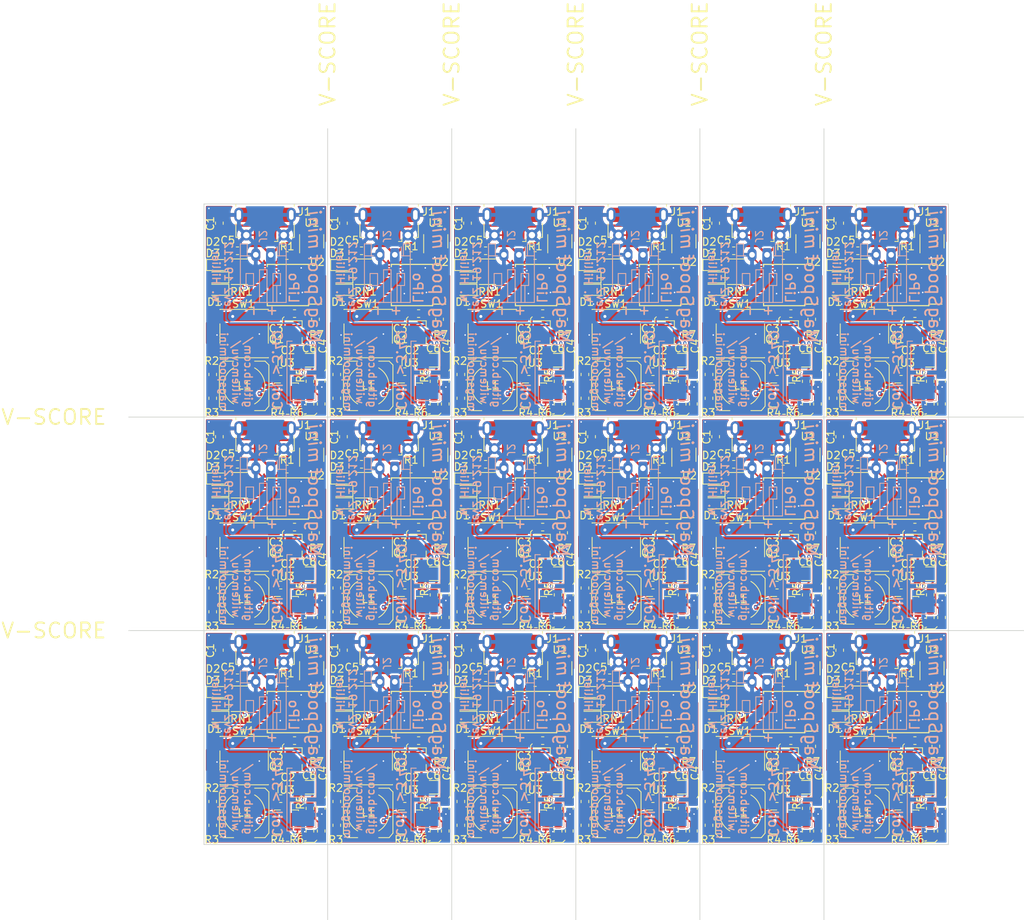
<source format=kicad_pcb>
(kicad_pcb (version 20171130) (host pcbnew 5.1.3-ffb9f22~84~ubuntu16.04.1)
  (layers (0 F.Cu signal) (31 B.Cu signal) (34 B.Paste user) (35 F.Paste user) (36 B.SilkS user) (37 F.SilkS user) (38 B.Mask user) (39 F.Mask user) (44 Edge.Cuts user))
  (net 0 "")
  (net 1 VBUS)
  (net 2 GND)
  (net 3 +VSW)
  (net 4 +5V)
  (net 5 +BATT)
  (net 6 "Net-(D1-Pad1)")
  (net 7 "Net-(D2-Pad2)")
  (net 8 "Net-(D3-Pad1)")
  (net 9 "Net-(L1-Pad2)")
  (net 10 "Net-(Q1-Pad1)")
  (net 11 /COIL2)
  (net 12 "Net-(R1-Pad1)")
  (net 13 "Net-(R2-Pad2)")
  (net 14 "Net-(R4-Pad2)")
  (net 15 /BATT_LOW_LED)
  (net 16 /COIL_CTRL)
  (net 17 /CHG_LED)
  (module Connector_JST:JST_PH_S2B-PH-K_1x02_P2.00mm_Horizontal (layer B.Cu) (at 225.04001 7.364404 180)
    (fp_text reference J2 (at 1.0795 2.4384 270 unlocked) (layer B.SilkS) (effects (justify mirror)))
    (fp_text value LiPO)
    (pad 2 thru_hole oval (at 2 0 180) (size 1.2 1.75) (drill 0.75) (layers *.Cu *.Mask) (net 2 GND))
    (pad 1 thru_hole roundrect (at 0 0 180) (size 1.2 1.75) (drill 0.75) (layers *.Cu *.Mask) (roundrect_rratio 0.208333) (net 5 +BATT))
  )
  (module Connector_JST:JST_PH_S2B-PH-K_1x02_P2.00mm_Horizontal (layer B.Cu) (at 225.04001 -21.133598 180)
    (fp_text reference J2 (at 1.0795 2.4384 270 unlocked) (layer B.SilkS) (effects (justify mirror)))
    (fp_text value LiPO)
    (pad 2 thru_hole oval (at 2 0 180) (size 1.2 1.75) (drill 0.75) (layers *.Cu *.Mask) (net 2 GND))
    (pad 1 thru_hole roundrect (at 0 0 180) (size 1.2 1.75) (drill 0.75) (layers *.Cu *.Mask) (roundrect_rratio 0.208333) (net 5 +BATT))
  )
  (module Connector_JST:JST_PH_S2B-PH-K_1x02_P2.00mm_Horizontal (layer B.Cu) (at 225.04001 -49.6316 180)
    (fp_text reference J2 (at 1.0795 2.4384 270 unlocked) (layer B.SilkS) (effects (justify mirror)))
    (fp_text value LiPO)
    (pad 2 thru_hole oval (at 2 0 180) (size 1.2 1.75) (drill 0.75) (layers *.Cu *.Mask) (net 2 GND))
    (pad 1 thru_hole roundrect (at 0 0 180) (size 1.2 1.75) (drill 0.75) (layers *.Cu *.Mask) (roundrect_rratio 0.208333) (net 5 +BATT))
  )
  (module Connector_JST:JST_PH_S2B-PH-K_1x02_P2.00mm_Horizontal (layer B.Cu) (at 208.480008 7.364404 180)
    (fp_text reference J2 (at 1.0795 2.4384 270 unlocked) (layer B.SilkS) (effects (justify mirror)))
    (fp_text value LiPO)
    (pad 2 thru_hole oval (at 2 0 180) (size 1.2 1.75) (drill 0.75) (layers *.Cu *.Mask) (net 2 GND))
    (pad 1 thru_hole roundrect (at 0 0 180) (size 1.2 1.75) (drill 0.75) (layers *.Cu *.Mask) (roundrect_rratio 0.208333) (net 5 +BATT))
  )
  (module Connector_JST:JST_PH_S2B-PH-K_1x02_P2.00mm_Horizontal (layer B.Cu) (at 208.480008 -21.133598 180)
    (fp_text reference J2 (at 1.0795 2.4384 270 unlocked) (layer B.SilkS) (effects (justify mirror)))
    (fp_text value LiPO)
    (pad 2 thru_hole oval (at 2 0 180) (size 1.2 1.75) (drill 0.75) (layers *.Cu *.Mask) (net 2 GND))
    (pad 1 thru_hole roundrect (at 0 0 180) (size 1.2 1.75) (drill 0.75) (layers *.Cu *.Mask) (roundrect_rratio 0.208333) (net 5 +BATT))
  )
  (module Connector_JST:JST_PH_S2B-PH-K_1x02_P2.00mm_Horizontal (layer B.Cu) (at 208.480008 -49.6316 180)
    (fp_text reference J2 (at 1.0795 2.4384 270 unlocked) (layer B.SilkS) (effects (justify mirror)))
    (fp_text value LiPO)
    (pad 2 thru_hole oval (at 2 0 180) (size 1.2 1.75) (drill 0.75) (layers *.Cu *.Mask) (net 2 GND))
    (pad 1 thru_hole roundrect (at 0 0 180) (size 1.2 1.75) (drill 0.75) (layers *.Cu *.Mask) (roundrect_rratio 0.208333) (net 5 +BATT))
  )
  (module Connector_JST:JST_PH_S2B-PH-K_1x02_P2.00mm_Horizontal (layer B.Cu) (at 191.920006 7.364404 180)
    (fp_text reference J2 (at 1.0795 2.4384 270 unlocked) (layer B.SilkS) (effects (justify mirror)))
    (fp_text value LiPO)
    (pad 2 thru_hole oval (at 2 0 180) (size 1.2 1.75) (drill 0.75) (layers *.Cu *.Mask) (net 2 GND))
    (pad 1 thru_hole roundrect (at 0 0 180) (size 1.2 1.75) (drill 0.75) (layers *.Cu *.Mask) (roundrect_rratio 0.208333) (net 5 +BATT))
  )
  (module Connector_JST:JST_PH_S2B-PH-K_1x02_P2.00mm_Horizontal (layer B.Cu) (at 191.920006 -21.133598 180)
    (fp_text reference J2 (at 1.0795 2.4384 270 unlocked) (layer B.SilkS) (effects (justify mirror)))
    (fp_text value LiPO)
    (pad 2 thru_hole oval (at 2 0 180) (size 1.2 1.75) (drill 0.75) (layers *.Cu *.Mask) (net 2 GND))
    (pad 1 thru_hole roundrect (at 0 0 180) (size 1.2 1.75) (drill 0.75) (layers *.Cu *.Mask) (roundrect_rratio 0.208333) (net 5 +BATT))
  )
  (module Connector_JST:JST_PH_S2B-PH-K_1x02_P2.00mm_Horizontal (layer B.Cu) (at 191.920006 -49.6316 180)
    (fp_text reference J2 (at 1.0795 2.4384 270 unlocked) (layer B.SilkS) (effects (justify mirror)))
    (fp_text value LiPO)
    (pad 2 thru_hole oval (at 2 0 180) (size 1.2 1.75) (drill 0.75) (layers *.Cu *.Mask) (net 2 GND))
    (pad 1 thru_hole roundrect (at 0 0 180) (size 1.2 1.75) (drill 0.75) (layers *.Cu *.Mask) (roundrect_rratio 0.208333) (net 5 +BATT))
  )
  (module Connector_JST:JST_PH_S2B-PH-K_1x02_P2.00mm_Horizontal (layer B.Cu) (at 175.360004 7.364404 180)
    (fp_text reference J2 (at 1.0795 2.4384 270 unlocked) (layer B.SilkS) (effects (justify mirror)))
    (fp_text value LiPO)
    (pad 2 thru_hole oval (at 2 0 180) (size 1.2 1.75) (drill 0.75) (layers *.Cu *.Mask) (net 2 GND))
    (pad 1 thru_hole roundrect (at 0 0 180) (size 1.2 1.75) (drill 0.75) (layers *.Cu *.Mask) (roundrect_rratio 0.208333) (net 5 +BATT))
  )
  (module Connector_JST:JST_PH_S2B-PH-K_1x02_P2.00mm_Horizontal (layer B.Cu) (at 175.360004 -21.133598 180)
    (fp_text reference J2 (at 1.0795 2.4384 270 unlocked) (layer B.SilkS) (effects (justify mirror)))
    (fp_text value LiPO)
    (pad 2 thru_hole oval (at 2 0 180) (size 1.2 1.75) (drill 0.75) (layers *.Cu *.Mask) (net 2 GND))
    (pad 1 thru_hole roundrect (at 0 0 180) (size 1.2 1.75) (drill 0.75) (layers *.Cu *.Mask) (roundrect_rratio 0.208333) (net 5 +BATT))
  )
  (module Connector_JST:JST_PH_S2B-PH-K_1x02_P2.00mm_Horizontal (layer B.Cu) (at 175.360004 -49.6316 180)
    (fp_text reference J2 (at 1.0795 2.4384 270 unlocked) (layer B.SilkS) (effects (justify mirror)))
    (fp_text value LiPO)
    (pad 2 thru_hole oval (at 2 0 180) (size 1.2 1.75) (drill 0.75) (layers *.Cu *.Mask) (net 2 GND))
    (pad 1 thru_hole roundrect (at 0 0 180) (size 1.2 1.75) (drill 0.75) (layers *.Cu *.Mask) (roundrect_rratio 0.208333) (net 5 +BATT))
  )
  (module Connector_JST:JST_PH_S2B-PH-K_1x02_P2.00mm_Horizontal (layer B.Cu) (at 158.800002 7.364404 180)
    (fp_text reference J2 (at 1.0795 2.4384 270 unlocked) (layer B.SilkS) (effects (justify mirror)))
    (fp_text value LiPO)
    (pad 2 thru_hole oval (at 2 0 180) (size 1.2 1.75) (drill 0.75) (layers *.Cu *.Mask) (net 2 GND))
    (pad 1 thru_hole roundrect (at 0 0 180) (size 1.2 1.75) (drill 0.75) (layers *.Cu *.Mask) (roundrect_rratio 0.208333) (net 5 +BATT))
  )
  (module Connector_JST:JST_PH_S2B-PH-K_1x02_P2.00mm_Horizontal (layer B.Cu) (at 158.800002 -21.133598 180)
    (fp_text reference J2 (at 1.0795 2.4384 270 unlocked) (layer B.SilkS) (effects (justify mirror)))
    (fp_text value LiPO)
    (pad 2 thru_hole oval (at 2 0 180) (size 1.2 1.75) (drill 0.75) (layers *.Cu *.Mask) (net 2 GND))
    (pad 1 thru_hole roundrect (at 0 0 180) (size 1.2 1.75) (drill 0.75) (layers *.Cu *.Mask) (roundrect_rratio 0.208333) (net 5 +BATT))
  )
  (module Connector_JST:JST_PH_S2B-PH-K_1x02_P2.00mm_Horizontal (layer B.Cu) (at 158.800002 -49.6316 180)
    (fp_text reference J2 (at 1.0795 2.4384 270 unlocked) (layer B.SilkS) (effects (justify mirror)))
    (fp_text value LiPO)
    (pad 2 thru_hole oval (at 2 0 180) (size 1.2 1.75) (drill 0.75) (layers *.Cu *.Mask) (net 2 GND))
    (pad 1 thru_hole roundrect (at 0 0 180) (size 1.2 1.75) (drill 0.75) (layers *.Cu *.Mask) (roundrect_rratio 0.208333) (net 5 +BATT))
  )
  (module Connector_JST:JST_PH_S2B-PH-K_1x02_P2.00mm_Horizontal (layer B.Cu) (at 142.24 7.364404 180)
    (fp_text reference J2 (at 1.0795 2.4384 270 unlocked) (layer B.SilkS) (effects (justify mirror)))
    (fp_text value LiPO)
    (pad 2 thru_hole oval (at 2 0 180) (size 1.2 1.75) (drill 0.75) (layers *.Cu *.Mask) (net 2 GND))
    (pad 1 thru_hole roundrect (at 0 0 180) (size 1.2 1.75) (drill 0.75) (layers *.Cu *.Mask) (roundrect_rratio 0.208333) (net 5 +BATT))
  )
  (module Connector_JST:JST_PH_S2B-PH-K_1x02_P2.00mm_Horizontal (layer B.Cu) (at 142.24 -21.133598 180)
    (fp_text reference J2 (at 1.0795 2.4384 270 unlocked) (layer B.SilkS) (effects (justify mirror)))
    (fp_text value LiPO)
    (pad 2 thru_hole oval (at 2 0 180) (size 1.2 1.75) (drill 0.75) (layers *.Cu *.Mask) (net 2 GND))
    (pad 1 thru_hole roundrect (at 0 0 180) (size 1.2 1.75) (drill 0.75) (layers *.Cu *.Mask) (roundrect_rratio 0.208333) (net 5 +BATT))
  )
  (module Capacitor_SMD:C_1206_3216Metric (layer F.Cu) (at 230.24701 21.436004)
    (fp_text reference C6 (at -0.0762 -1.5748) (layer F.SilkS))
    (fp_text value 100u)
    (pad 2 smd roundrect (at 1.4 0) (size 1.25 1.75) (layers F.Cu F.Paste F.Mask) (roundrect_rratio 0.2) (net 2 GND))
    (pad 1 smd roundrect (at -1.4 0) (size 1.25 1.75) (layers F.Cu F.Paste F.Mask) (roundrect_rratio 0.2) (net 4 +5V))
  )
  (module Capacitor_SMD:C_1206_3216Metric (layer F.Cu) (at 230.24701 -7.061998)
    (fp_text reference C6 (at -0.0762 -1.5748) (layer F.SilkS))
    (fp_text value 100u)
    (pad 2 smd roundrect (at 1.4 0) (size 1.25 1.75) (layers F.Cu F.Paste F.Mask) (roundrect_rratio 0.2) (net 2 GND))
    (pad 1 smd roundrect (at -1.4 0) (size 1.25 1.75) (layers F.Cu F.Paste F.Mask) (roundrect_rratio 0.2) (net 4 +5V))
  )
  (module Capacitor_SMD:C_1206_3216Metric (layer F.Cu) (at 230.24701 -35.56)
    (fp_text reference C6 (at -0.0762 -1.5748) (layer F.SilkS))
    (fp_text value 100u)
    (pad 2 smd roundrect (at 1.4 0) (size 1.25 1.75) (layers F.Cu F.Paste F.Mask) (roundrect_rratio 0.2) (net 2 GND))
    (pad 1 smd roundrect (at -1.4 0) (size 1.25 1.75) (layers F.Cu F.Paste F.Mask) (roundrect_rratio 0.2) (net 4 +5V))
  )
  (module Capacitor_SMD:C_1206_3216Metric (layer F.Cu) (at 213.687008 21.436004)
    (fp_text reference C6 (at -0.0762 -1.5748) (layer F.SilkS))
    (fp_text value 100u)
    (pad 2 smd roundrect (at 1.4 0) (size 1.25 1.75) (layers F.Cu F.Paste F.Mask) (roundrect_rratio 0.2) (net 2 GND))
    (pad 1 smd roundrect (at -1.4 0) (size 1.25 1.75) (layers F.Cu F.Paste F.Mask) (roundrect_rratio 0.2) (net 4 +5V))
  )
  (module Capacitor_SMD:C_1206_3216Metric (layer F.Cu) (at 213.687008 -7.061998)
    (fp_text reference C6 (at -0.0762 -1.5748) (layer F.SilkS))
    (fp_text value 100u)
    (pad 2 smd roundrect (at 1.4 0) (size 1.25 1.75) (layers F.Cu F.Paste F.Mask) (roundrect_rratio 0.2) (net 2 GND))
    (pad 1 smd roundrect (at -1.4 0) (size 1.25 1.75) (layers F.Cu F.Paste F.Mask) (roundrect_rratio 0.2) (net 4 +5V))
  )
  (module Capacitor_SMD:C_1206_3216Metric (layer F.Cu) (at 213.687008 -35.56)
    (fp_text reference C6 (at -0.0762 -1.5748) (layer F.SilkS))
    (fp_text value 100u)
    (pad 2 smd roundrect (at 1.4 0) (size 1.25 1.75) (layers F.Cu F.Paste F.Mask) (roundrect_rratio 0.2) (net 2 GND))
    (pad 1 smd roundrect (at -1.4 0) (size 1.25 1.75) (layers F.Cu F.Paste F.Mask) (roundrect_rratio 0.2) (net 4 +5V))
  )
  (module Capacitor_SMD:C_1206_3216Metric (layer F.Cu) (at 197.127006 21.436004)
    (fp_text reference C6 (at -0.0762 -1.5748) (layer F.SilkS))
    (fp_text value 100u)
    (pad 2 smd roundrect (at 1.4 0) (size 1.25 1.75) (layers F.Cu F.Paste F.Mask) (roundrect_rratio 0.2) (net 2 GND))
    (pad 1 smd roundrect (at -1.4 0) (size 1.25 1.75) (layers F.Cu F.Paste F.Mask) (roundrect_rratio 0.2) (net 4 +5V))
  )
  (module Capacitor_SMD:C_1206_3216Metric (layer F.Cu) (at 197.127006 -7.061998)
    (fp_text reference C6 (at -0.0762 -1.5748) (layer F.SilkS))
    (fp_text value 100u)
    (pad 2 smd roundrect (at 1.4 0) (size 1.25 1.75) (layers F.Cu F.Paste F.Mask) (roundrect_rratio 0.2) (net 2 GND))
    (pad 1 smd roundrect (at -1.4 0) (size 1.25 1.75) (layers F.Cu F.Paste F.Mask) (roundrect_rratio 0.2) (net 4 +5V))
  )
  (module Capacitor_SMD:C_1206_3216Metric (layer F.Cu) (at 197.127006 -35.56)
    (fp_text reference C6 (at -0.0762 -1.5748) (layer F.SilkS))
    (fp_text value 100u)
    (pad 2 smd roundrect (at 1.4 0) (size 1.25 1.75) (layers F.Cu F.Paste F.Mask) (roundrect_rratio 0.2) (net 2 GND))
    (pad 1 smd roundrect (at -1.4 0) (size 1.25 1.75) (layers F.Cu F.Paste F.Mask) (roundrect_rratio 0.2) (net 4 +5V))
  )
  (module Capacitor_SMD:C_1206_3216Metric (layer F.Cu) (at 180.567004 21.436004)
    (fp_text reference C6 (at -0.0762 -1.5748) (layer F.SilkS))
    (fp_text value 100u)
    (pad 2 smd roundrect (at 1.4 0) (size 1.25 1.75) (layers F.Cu F.Paste F.Mask) (roundrect_rratio 0.2) (net 2 GND))
    (pad 1 smd roundrect (at -1.4 0) (size 1.25 1.75) (layers F.Cu F.Paste F.Mask) (roundrect_rratio 0.2) (net 4 +5V))
  )
  (module Capacitor_SMD:C_1206_3216Metric (layer F.Cu) (at 180.567004 -7.061998)
    (fp_text reference C6 (at -0.0762 -1.5748) (layer F.SilkS))
    (fp_text value 100u)
    (pad 2 smd roundrect (at 1.4 0) (size 1.25 1.75) (layers F.Cu F.Paste F.Mask) (roundrect_rratio 0.2) (net 2 GND))
    (pad 1 smd roundrect (at -1.4 0) (size 1.25 1.75) (layers F.Cu F.Paste F.Mask) (roundrect_rratio 0.2) (net 4 +5V))
  )
  (module Capacitor_SMD:C_1206_3216Metric (layer F.Cu) (at 180.567004 -35.56)
    (fp_text reference C6 (at -0.0762 -1.5748) (layer F.SilkS))
    (fp_text value 100u)
    (pad 2 smd roundrect (at 1.4 0) (size 1.25 1.75) (layers F.Cu F.Paste F.Mask) (roundrect_rratio 0.2) (net 2 GND))
    (pad 1 smd roundrect (at -1.4 0) (size 1.25 1.75) (layers F.Cu F.Paste F.Mask) (roundrect_rratio 0.2) (net 4 +5V))
  )
  (module Capacitor_SMD:C_1206_3216Metric (layer F.Cu) (at 164.007002 21.436004)
    (fp_text reference C6 (at -0.0762 -1.5748) (layer F.SilkS))
    (fp_text value 100u)
    (pad 2 smd roundrect (at 1.4 0) (size 1.25 1.75) (layers F.Cu F.Paste F.Mask) (roundrect_rratio 0.2) (net 2 GND))
    (pad 1 smd roundrect (at -1.4 0) (size 1.25 1.75) (layers F.Cu F.Paste F.Mask) (roundrect_rratio 0.2) (net 4 +5V))
  )
  (module Capacitor_SMD:C_1206_3216Metric (layer F.Cu) (at 164.007002 -7.061998)
    (fp_text reference C6 (at -0.0762 -1.5748) (layer F.SilkS))
    (fp_text value 100u)
    (pad 2 smd roundrect (at 1.4 0) (size 1.25 1.75) (layers F.Cu F.Paste F.Mask) (roundrect_rratio 0.2) (net 2 GND))
    (pad 1 smd roundrect (at -1.4 0) (size 1.25 1.75) (layers F.Cu F.Paste F.Mask) (roundrect_rratio 0.2) (net 4 +5V))
  )
  (module Capacitor_SMD:C_1206_3216Metric (layer F.Cu) (at 164.007002 -35.56)
    (fp_text reference C6 (at -0.0762 -1.5748) (layer F.SilkS))
    (fp_text value 100u)
    (pad 2 smd roundrect (at 1.4 0) (size 1.25 1.75) (layers F.Cu F.Paste F.Mask) (roundrect_rratio 0.2) (net 2 GND))
    (pad 1 smd roundrect (at -1.4 0) (size 1.25 1.75) (layers F.Cu F.Paste F.Mask) (roundrect_rratio 0.2) (net 4 +5V))
  )
  (module Capacitor_SMD:C_1206_3216Metric (layer F.Cu) (at 147.447 21.436004)
    (fp_text reference C6 (at -0.0762 -1.5748) (layer F.SilkS))
    (fp_text value 100u)
    (pad 2 smd roundrect (at 1.4 0) (size 1.25 1.75) (layers F.Cu F.Paste F.Mask) (roundrect_rratio 0.2) (net 2 GND))
    (pad 1 smd roundrect (at -1.4 0) (size 1.25 1.75) (layers F.Cu F.Paste F.Mask) (roundrect_rratio 0.2) (net 4 +5V))
  )
  (module Capacitor_SMD:C_1206_3216Metric (layer F.Cu) (at 147.447 -7.061998)
    (fp_text reference C6 (at -0.0762 -1.5748) (layer F.SilkS))
    (fp_text value 100u)
    (pad 2 smd roundrect (at 1.4 0) (size 1.25 1.75) (layers F.Cu F.Paste F.Mask) (roundrect_rratio 0.2) (net 2 GND))
    (pad 1 smd roundrect (at -1.4 0) (size 1.25 1.75) (layers F.Cu F.Paste F.Mask) (roundrect_rratio 0.2) (net 4 +5V))
  )
  (module custom3d:SW_SPST_PTS645 (layer F.Cu) (at 221.48401 17.880004)
    (fp_text reference SW1 (at -0.1016 -3.9624) (layer F.SilkS))
    (fp_text value SW_Push)
    (pad 2 smd rect (at 3.98 2.25) (size 1.55 1.3) (layers F.Cu F.Paste F.Mask) (net 3 +VSW))
    (pad 1 smd rect (at 3.98 -2.25) (size 1.55 1.3) (layers F.Cu F.Paste F.Mask) (net 5 +BATT))
    (pad 1 smd rect (at -3.98 -2.25) (size 1.55 1.3) (layers F.Cu F.Paste F.Mask) (net 5 +BATT))
    (pad 2 smd rect (at -3.98 2.25) (size 1.55 1.3) (layers F.Cu F.Paste F.Mask) (net 3 +VSW))
  )
  (module custom3d:SW_SPST_PTS645 (layer F.Cu) (at 221.48401 -10.617998)
    (fp_text reference SW1 (at -0.1016 -3.9624) (layer F.SilkS))
    (fp_text value SW_Push)
    (pad 2 smd rect (at 3.98 2.25) (size 1.55 1.3) (layers F.Cu F.Paste F.Mask) (net 3 +VSW))
    (pad 1 smd rect (at 3.98 -2.25) (size 1.55 1.3) (layers F.Cu F.Paste F.Mask) (net 5 +BATT))
    (pad 1 smd rect (at -3.98 -2.25) (size 1.55 1.3) (layers F.Cu F.Paste F.Mask) (net 5 +BATT))
    (pad 2 smd rect (at -3.98 2.25) (size 1.55 1.3) (layers F.Cu F.Paste F.Mask) (net 3 +VSW))
  )
  (module custom3d:SW_SPST_PTS645 (layer F.Cu) (at 221.48401 -39.116)
    (fp_text reference SW1 (at -0.1016 -3.9624) (layer F.SilkS))
    (fp_text value SW_Push)
    (pad 2 smd rect (at 3.98 2.25) (size 1.55 1.3) (layers F.Cu F.Paste F.Mask) (net 3 +VSW))
    (pad 1 smd rect (at 3.98 -2.25) (size 1.55 1.3) (layers F.Cu F.Paste F.Mask) (net 5 +BATT))
    (pad 1 smd rect (at -3.98 -2.25) (size 1.55 1.3) (layers F.Cu F.Paste F.Mask) (net 5 +BATT))
    (pad 2 smd rect (at -3.98 2.25) (size 1.55 1.3) (layers F.Cu F.Paste F.Mask) (net 3 +VSW))
  )
  (module custom3d:SW_SPST_PTS645 (layer F.Cu) (at 204.924008 17.880004)
    (fp_text reference SW1 (at -0.1016 -3.9624) (layer F.SilkS))
    (fp_text value SW_Push)
    (pad 2 smd rect (at 3.98 2.25) (size 1.55 1.3) (layers F.Cu F.Paste F.Mask) (net 3 +VSW))
    (pad 1 smd rect (at 3.98 -2.25) (size 1.55 1.3) (layers F.Cu F.Paste F.Mask) (net 5 +BATT))
    (pad 1 smd rect (at -3.98 -2.25) (size 1.55 1.3) (layers F.Cu F.Paste F.Mask) (net 5 +BATT))
    (pad 2 smd rect (at -3.98 2.25) (size 1.55 1.3) (layers F.Cu F.Paste F.Mask) (net 3 +VSW))
  )
  (module custom3d:SW_SPST_PTS645 (layer F.Cu) (at 204.924008 -10.617998)
    (fp_text reference SW1 (at -0.1016 -3.9624) (layer F.SilkS))
    (fp_text value SW_Push)
    (pad 2 smd rect (at 3.98 2.25) (size 1.55 1.3) (layers F.Cu F.Paste F.Mask) (net 3 +VSW))
    (pad 1 smd rect (at 3.98 -2.25) (size 1.55 1.3) (layers F.Cu F.Paste F.Mask) (net 5 +BATT))
    (pad 1 smd rect (at -3.98 -2.25) (size 1.55 1.3) (layers F.Cu F.Paste F.Mask) (net 5 +BATT))
    (pad 2 smd rect (at -3.98 2.25) (size 1.55 1.3) (layers F.Cu F.Paste F.Mask) (net 3 +VSW))
  )
  (module custom3d:SW_SPST_PTS645 (layer F.Cu) (at 204.924008 -39.116)
    (fp_text reference SW1 (at -0.1016 -3.9624) (layer F.SilkS))
    (fp_text value SW_Push)
    (pad 2 smd rect (at 3.98 2.25) (size 1.55 1.3) (layers F.Cu F.Paste F.Mask) (net 3 +VSW))
    (pad 1 smd rect (at 3.98 -2.25) (size 1.55 1.3) (layers F.Cu F.Paste F.Mask) (net 5 +BATT))
    (pad 1 smd rect (at -3.98 -2.25) (size 1.55 1.3) (layers F.Cu F.Paste F.Mask) (net 5 +BATT))
    (pad 2 smd rect (at -3.98 2.25) (size 1.55 1.3) (layers F.Cu F.Paste F.Mask) (net 3 +VSW))
  )
  (module custom3d:SW_SPST_PTS645 (layer F.Cu) (at 188.364006 17.880004)
    (fp_text reference SW1 (at -0.1016 -3.9624) (layer F.SilkS))
    (fp_text value SW_Push)
    (pad 2 smd rect (at 3.98 2.25) (size 1.55 1.3) (layers F.Cu F.Paste F.Mask) (net 3 +VSW))
    (pad 1 smd rect (at 3.98 -2.25) (size 1.55 1.3) (layers F.Cu F.Paste F.Mask) (net 5 +BATT))
    (pad 1 smd rect (at -3.98 -2.25) (size 1.55 1.3) (layers F.Cu F.Paste F.Mask) (net 5 +BATT))
    (pad 2 smd rect (at -3.98 2.25) (size 1.55 1.3) (layers F.Cu F.Paste F.Mask) (net 3 +VSW))
  )
  (module custom3d:SW_SPST_PTS645 (layer F.Cu) (at 188.364006 -10.617998)
    (fp_text reference SW1 (at -0.1016 -3.9624) (layer F.SilkS))
    (fp_text value SW_Push)
    (pad 2 smd rect (at 3.98 2.25) (size 1.55 1.3) (layers F.Cu F.Paste F.Mask) (net 3 +VSW))
    (pad 1 smd rect (at 3.98 -2.25) (size 1.55 1.3) (layers F.Cu F.Paste F.Mask) (net 5 +BATT))
    (pad 1 smd rect (at -3.98 -2.25) (size 1.55 1.3) (layers F.Cu F.Paste F.Mask) (net 5 +BATT))
    (pad 2 smd rect (at -3.98 2.25) (size 1.55 1.3) (layers F.Cu F.Paste F.Mask) (net 3 +VSW))
  )
  (module custom3d:SW_SPST_PTS645 (layer F.Cu) (at 188.364006 -39.116)
    (fp_text reference SW1 (at -0.1016 -3.9624) (layer F.SilkS))
    (fp_text value SW_Push)
    (pad 2 smd rect (at 3.98 2.25) (size 1.55 1.3) (layers F.Cu F.Paste F.Mask) (net 3 +VSW))
    (pad 1 smd rect (at 3.98 -2.25) (size 1.55 1.3) (layers F.Cu F.Paste F.Mask) (net 5 +BATT))
    (pad 1 smd rect (at -3.98 -2.25) (size 1.55 1.3) (layers F.Cu F.Paste F.Mask) (net 5 +BATT))
    (pad 2 smd rect (at -3.98 2.25) (size 1.55 1.3) (layers F.Cu F.Paste F.Mask) (net 3 +VSW))
  )
  (module custom3d:SW_SPST_PTS645 (layer F.Cu) (at 171.804004 17.880004)
    (fp_text reference SW1 (at -0.1016 -3.9624) (layer F.SilkS))
    (fp_text value SW_Push)
    (pad 2 smd rect (at 3.98 2.25) (size 1.55 1.3) (layers F.Cu F.Paste F.Mask) (net 3 +VSW))
    (pad 1 smd rect (at 3.98 -2.25) (size 1.55 1.3) (layers F.Cu F.Paste F.Mask) (net 5 +BATT))
    (pad 1 smd rect (at -3.98 -2.25) (size 1.55 1.3) (layers F.Cu F.Paste F.Mask) (net 5 +BATT))
    (pad 2 smd rect (at -3.98 2.25) (size 1.55 1.3) (layers F.Cu F.Paste F.Mask) (net 3 +VSW))
  )
  (module custom3d:SW_SPST_PTS645 (layer F.Cu) (at 171.804004 -10.617998)
    (fp_text reference SW1 (at -0.1016 -3.9624) (layer F.SilkS))
    (fp_text value SW_Push)
    (pad 2 smd rect (at 3.98 2.25) (size 1.55 1.3) (layers F.Cu F.Paste F.Mask) (net 3 +VSW))
    (pad 1 smd rect (at 3.98 -2.25) (size 1.55 1.3) (layers F.Cu F.Paste F.Mask) (net 5 +BATT))
    (pad 1 smd rect (at -3.98 -2.25) (size 1.55 1.3) (layers F.Cu F.Paste F.Mask) (net 5 +BATT))
    (pad 2 smd rect (at -3.98 2.25) (size 1.55 1.3) (layers F.Cu F.Paste F.Mask) (net 3 +VSW))
  )
  (module custom3d:SW_SPST_PTS645 (layer F.Cu) (at 171.804004 -39.116)
    (fp_text reference SW1 (at -0.1016 -3.9624) (layer F.SilkS))
    (fp_text value SW_Push)
    (pad 2 smd rect (at 3.98 2.25) (size 1.55 1.3) (layers F.Cu F.Paste F.Mask) (net 3 +VSW))
    (pad 1 smd rect (at 3.98 -2.25) (size 1.55 1.3) (layers F.Cu F.Paste F.Mask) (net 5 +BATT))
    (pad 1 smd rect (at -3.98 -2.25) (size 1.55 1.3) (layers F.Cu F.Paste F.Mask) (net 5 +BATT))
    (pad 2 smd rect (at -3.98 2.25) (size 1.55 1.3) (layers F.Cu F.Paste F.Mask) (net 3 +VSW))
  )
  (module custom3d:SW_SPST_PTS645 (layer F.Cu) (at 155.244002 17.880004)
    (fp_text reference SW1 (at -0.1016 -3.9624) (layer F.SilkS))
    (fp_text value SW_Push)
    (pad 2 smd rect (at 3.98 2.25) (size 1.55 1.3) (layers F.Cu F.Paste F.Mask) (net 3 +VSW))
    (pad 1 smd rect (at 3.98 -2.25) (size 1.55 1.3) (layers F.Cu F.Paste F.Mask) (net 5 +BATT))
    (pad 1 smd rect (at -3.98 -2.25) (size 1.55 1.3) (layers F.Cu F.Paste F.Mask) (net 5 +BATT))
    (pad 2 smd rect (at -3.98 2.25) (size 1.55 1.3) (layers F.Cu F.Paste F.Mask) (net 3 +VSW))
  )
  (module custom3d:SW_SPST_PTS645 (layer F.Cu) (at 155.244002 -10.617998)
    (fp_text reference SW1 (at -0.1016 -3.9624) (layer F.SilkS))
    (fp_text value SW_Push)
    (pad 2 smd rect (at 3.98 2.25) (size 1.55 1.3) (layers F.Cu F.Paste F.Mask) (net 3 +VSW))
    (pad 1 smd rect (at 3.98 -2.25) (size 1.55 1.3) (layers F.Cu F.Paste F.Mask) (net 5 +BATT))
    (pad 1 smd rect (at -3.98 -2.25) (size 1.55 1.3) (layers F.Cu F.Paste F.Mask) (net 5 +BATT))
    (pad 2 smd rect (at -3.98 2.25) (size 1.55 1.3) (layers F.Cu F.Paste F.Mask) (net 3 +VSW))
  )
  (module custom3d:SW_SPST_PTS645 (layer F.Cu) (at 155.244002 -39.116)
    (fp_text reference SW1 (at -0.1016 -3.9624) (layer F.SilkS))
    (fp_text value SW_Push)
    (pad 2 smd rect (at 3.98 2.25) (size 1.55 1.3) (layers F.Cu F.Paste F.Mask) (net 3 +VSW))
    (pad 1 smd rect (at 3.98 -2.25) (size 1.55 1.3) (layers F.Cu F.Paste F.Mask) (net 5 +BATT))
    (pad 1 smd rect (at -3.98 -2.25) (size 1.55 1.3) (layers F.Cu F.Paste F.Mask) (net 5 +BATT))
    (pad 2 smd rect (at -3.98 2.25) (size 1.55 1.3) (layers F.Cu F.Paste F.Mask) (net 3 +VSW))
  )
  (module custom3d:SW_SPST_PTS645 (layer F.Cu) (at 138.684 17.880004)
    (fp_text reference SW1 (at -0.1016 -3.9624) (layer F.SilkS))
    (fp_text value SW_Push)
    (pad 2 smd rect (at 3.98 2.25) (size 1.55 1.3) (layers F.Cu F.Paste F.Mask) (net 3 +VSW))
    (pad 1 smd rect (at 3.98 -2.25) (size 1.55 1.3) (layers F.Cu F.Paste F.Mask) (net 5 +BATT))
    (pad 1 smd rect (at -3.98 -2.25) (size 1.55 1.3) (layers F.Cu F.Paste F.Mask) (net 5 +BATT))
    (pad 2 smd rect (at -3.98 2.25) (size 1.55 1.3) (layers F.Cu F.Paste F.Mask) (net 3 +VSW))
  )
  (module custom3d:SW_SPST_PTS645 (layer F.Cu) (at 138.684 -10.617998)
    (fp_text reference SW1 (at -0.1016 -3.9624) (layer F.SilkS))
    (fp_text value SW_Push)
    (pad 2 smd rect (at 3.98 2.25) (size 1.55 1.3) (layers F.Cu F.Paste F.Mask) (net 3 +VSW))
    (pad 1 smd rect (at 3.98 -2.25) (size 1.55 1.3) (layers F.Cu F.Paste F.Mask) (net 5 +BATT))
    (pad 1 smd rect (at -3.98 -2.25) (size 1.55 1.3) (layers F.Cu F.Paste F.Mask) (net 5 +BATT))
    (pad 2 smd rect (at -3.98 2.25) (size 1.55 1.3) (layers F.Cu F.Paste F.Mask) (net 3 +VSW))
  )
  (module USB_Custom:USB_Micro-B_Molex-105017-0001 (layer F.Cu) (at 224.27801 3.275004 180)
    (fp_text reference J1 (at -5.2832 1.651) (layer F.SilkS))
    (fp_text value USB_B_Micro)
    (pad 6 smd rect (at -2.9 1.2375 180) (size 1.2 1.9) (layers F.Cu F.Mask) (net 2 GND))
    (pad 6 smd rect (at 2.9 1.2375 180) (size 1.2 1.9) (layers F.Cu F.Mask) (net 2 GND))
    (pad 6 thru_hole oval (at 3.5 1.2375 180) (size 1.2 1.9) (drill oval 0.6 1.3) (layers *.Cu *.Mask) (net 2 GND))
    (pad 6 thru_hole oval (at -3.5 1.2375) (size 1.2 1.9) (drill oval 0.6 1.3) (layers *.Cu *.Mask) (net 2 GND))
    (pad 6 smd rect (at -1 1.2375 180) (size 1.5 1.9) (layers F.Cu F.Paste F.Mask) (net 2 GND))
    (pad 6 thru_hole circle (at 2.5 -1.4625 180) (size 1.45 1.45) (drill 0.85) (layers *.Cu *.Mask) (net 2 GND))
    (pad 3 smd rect (at 0 -1.4625 180) (size 0.4 1.35) (layers F.Cu F.Paste F.Mask))
    (pad 4 smd rect (at 0.65 -1.4625 180) (size 0.4 1.35) (layers F.Cu F.Paste F.Mask))
    (pad 5 smd rect (at 1.3 -1.4625 180) (size 0.4 1.35) (layers F.Cu F.Paste F.Mask) (net 2 GND))
    (pad 1 smd rect (at -1.3 -1.4625 180) (size 0.4 1.35) (layers F.Cu F.Paste F.Mask) (net 1 VBUS))
    (pad 2 smd rect (at -0.65 -1.4625 180) (size 0.4 1.35) (layers F.Cu F.Paste F.Mask))
    (pad 6 thru_hole circle (at -2.5 -1.4625 180) (size 1.45 1.45) (drill 0.85) (layers *.Cu *.Mask) (net 2 GND))
    (pad 6 smd rect (at 1 1.2375 180) (size 1.5 1.9) (layers F.Cu F.Paste F.Mask) (net 2 GND))
  )
  (module USB_Custom:USB_Micro-B_Molex-105017-0001 (layer F.Cu) (at 224.27801 -25.222998 180)
    (fp_text reference J1 (at -5.2832 1.651) (layer F.SilkS))
    (fp_text value USB_B_Micro)
    (pad 6 smd rect (at -2.9 1.2375 180) (size 1.2 1.9) (layers F.Cu F.Mask) (net 2 GND))
    (pad 6 smd rect (at 2.9 1.2375 180) (size 1.2 1.9) (layers F.Cu F.Mask) (net 2 GND))
    (pad 6 thru_hole oval (at 3.5 1.2375 180) (size 1.2 1.9) (drill oval 0.6 1.3) (layers *.Cu *.Mask) (net 2 GND))
    (pad 6 thru_hole oval (at -3.5 1.2375) (size 1.2 1.9) (drill oval 0.6 1.3) (layers *.Cu *.Mask) (net 2 GND))
    (pad 6 smd rect (at -1 1.2375 180) (size 1.5 1.9) (layers F.Cu F.Paste F.Mask) (net 2 GND))
    (pad 6 thru_hole circle (at 2.5 -1.4625 180) (size 1.45 1.45) (drill 0.85) (layers *.Cu *.Mask) (net 2 GND))
    (pad 3 smd rect (at 0 -1.4625 180) (size 0.4 1.35) (layers F.Cu F.Paste F.Mask))
    (pad 4 smd rect (at 0.65 -1.4625 180) (size 0.4 1.35) (layers F.Cu F.Paste F.Mask))
    (pad 5 smd rect (at 1.3 -1.4625 180) (size 0.4 1.35) (layers F.Cu F.Paste F.Mask) (net 2 GND))
    (pad 1 smd rect (at -1.3 -1.4625 180) (size 0.4 1.35) (layers F.Cu F.Paste F.Mask) (net 1 VBUS))
    (pad 2 smd rect (at -0.65 -1.4625 180) (size 0.4 1.35) (layers F.Cu F.Paste F.Mask))
    (pad 6 thru_hole circle (at -2.5 -1.4625 180) (size 1.45 1.45) (drill 0.85) (layers *.Cu *.Mask) (net 2 GND))
    (pad 6 smd rect (at 1 1.2375 180) (size 1.5 1.9) (layers F.Cu F.Paste F.Mask) (net 2 GND))
  )
  (module USB_Custom:USB_Micro-B_Molex-105017-0001 (layer F.Cu) (at 224.27801 -53.721 180)
    (fp_text reference J1 (at -5.2832 1.651) (layer F.SilkS))
    (fp_text value USB_B_Micro)
    (pad 6 smd rect (at -2.9 1.2375 180) (size 1.2 1.9) (layers F.Cu F.Mask) (net 2 GND))
    (pad 6 smd rect (at 2.9 1.2375 180) (size 1.2 1.9) (layers F.Cu F.Mask) (net 2 GND))
    (pad 6 thru_hole oval (at 3.5 1.2375 180) (size 1.2 1.9) (drill oval 0.6 1.3) (layers *.Cu *.Mask) (net 2 GND))
    (pad 6 thru_hole oval (at -3.5 1.2375) (size 1.2 1.9) (drill oval 0.6 1.3) (layers *.Cu *.Mask) (net 2 GND))
    (pad 6 smd rect (at -1 1.2375 180) (size 1.5 1.9) (layers F.Cu F.Paste F.Mask) (net 2 GND))
    (pad 6 thru_hole circle (at 2.5 -1.4625 180) (size 1.45 1.45) (drill 0.85) (layers *.Cu *.Mask) (net 2 GND))
    (pad 3 smd rect (at 0 -1.4625 180) (size 0.4 1.35) (layers F.Cu F.Paste F.Mask))
    (pad 4 smd rect (at 0.65 -1.4625 180) (size 0.4 1.35) (layers F.Cu F.Paste F.Mask))
    (pad 5 smd rect (at 1.3 -1.4625 180) (size 0.4 1.35) (layers F.Cu F.Paste F.Mask) (net 2 GND))
    (pad 1 smd rect (at -1.3 -1.4625 180) (size 0.4 1.35) (layers F.Cu F.Paste F.Mask) (net 1 VBUS))
    (pad 2 smd rect (at -0.65 -1.4625 180) (size 0.4 1.35) (layers F.Cu F.Paste F.Mask))
    (pad 6 thru_hole circle (at -2.5 -1.4625 180) (size 1.45 1.45) (drill 0.85) (layers *.Cu *.Mask) (net 2 GND))
    (pad 6 smd rect (at 1 1.2375 180) (size 1.5 1.9) (layers F.Cu F.Paste F.Mask) (net 2 GND))
  )
  (module USB_Custom:USB_Micro-B_Molex-105017-0001 (layer F.Cu) (at 207.718008 3.275004 180)
    (fp_text reference J1 (at -5.2832 1.651) (layer F.SilkS))
    (fp_text value USB_B_Micro)
    (pad 6 smd rect (at -2.9 1.2375 180) (size 1.2 1.9) (layers F.Cu F.Mask) (net 2 GND))
    (pad 6 smd rect (at 2.9 1.2375 180) (size 1.2 1.9) (layers F.Cu F.Mask) (net 2 GND))
    (pad 6 thru_hole oval (at 3.5 1.2375 180) (size 1.2 1.9) (drill oval 0.6 1.3) (layers *.Cu *.Mask) (net 2 GND))
    (pad 6 thru_hole oval (at -3.5 1.2375) (size 1.2 1.9) (drill oval 0.6 1.3) (layers *.Cu *.Mask) (net 2 GND))
    (pad 6 smd rect (at -1 1.2375 180) (size 1.5 1.9) (layers F.Cu F.Paste F.Mask) (net 2 GND))
    (pad 6 thru_hole circle (at 2.5 -1.4625 180) (size 1.45 1.45) (drill 0.85) (layers *.Cu *.Mask) (net 2 GND))
    (pad 3 smd rect (at 0 -1.4625 180) (size 0.4 1.35) (layers F.Cu F.Paste F.Mask))
    (pad 4 smd rect (at 0.65 -1.4625 180) (size 0.4 1.35) (layers F.Cu F.Paste F.Mask))
    (pad 5 smd rect (at 1.3 -1.4625 180) (size 0.4 1.35) (layers F.Cu F.Paste F.Mask) (net 2 GND))
    (pad 1 smd rect (at -1.3 -1.4625 180) (size 0.4 1.35) (layers F.Cu F.Paste F.Mask) (net 1 VBUS))
    (pad 2 smd rect (at -0.65 -1.4625 180) (size 0.4 1.35) (layers F.Cu F.Paste F.Mask))
    (pad 6 thru_hole circle (at -2.5 -1.4625 180) (size 1.45 1.45) (drill 0.85) (layers *.Cu *.Mask) (net 2 GND))
    (pad 6 smd rect (at 1 1.2375 180) (size 1.5 1.9) (layers F.Cu F.Paste F.Mask) (net 2 GND))
  )
  (module USB_Custom:USB_Micro-B_Molex-105017-0001 (layer F.Cu) (at 207.718008 -25.222998 180)
    (fp_text reference J1 (at -5.2832 1.651) (layer F.SilkS))
    (fp_text value USB_B_Micro)
    (pad 6 smd rect (at -2.9 1.2375 180) (size 1.2 1.9) (layers F.Cu F.Mask) (net 2 GND))
    (pad 6 smd rect (at 2.9 1.2375 180) (size 1.2 1.9) (layers F.Cu F.Mask) (net 2 GND))
    (pad 6 thru_hole oval (at 3.5 1.2375 180) (size 1.2 1.9) (drill oval 0.6 1.3) (layers *.Cu *.Mask) (net 2 GND))
    (pad 6 thru_hole oval (at -3.5 1.2375) (size 1.2 1.9) (drill oval 0.6 1.3) (layers *.Cu *.Mask) (net 2 GND))
    (pad 6 smd rect (at -1 1.2375 180) (size 1.5 1.9) (layers F.Cu F.Paste F.Mask) (net 2 GND))
    (pad 6 thru_hole circle (at 2.5 -1.4625 180) (size 1.45 1.45) (drill 0.85) (layers *.Cu *.Mask) (net 2 GND))
    (pad 3 smd rect (at 0 -1.4625 180) (size 0.4 1.35) (layers F.Cu F.Paste F.Mask))
    (pad 4 smd rect (at 0.65 -1.4625 180) (size 0.4 1.35) (layers F.Cu F.Paste F.Mask))
    (pad 5 smd rect (at 1.3 -1.4625 180) (size 0.4 1.35) (layers F.Cu F.Paste F.Mask) (net 2 GND))
    (pad 1 smd rect (at -1.3 -1.4625 180) (size 0.4 1.35) (layers F.Cu F.Paste F.Mask) (net 1 VBUS))
    (pad 2 smd rect (at -0.65 -1.4625 180) (size 0.4 1.35) (layers F.Cu F.Paste F.Mask))
    (pad 6 thru_hole circle (at -2.5 -1.4625 180) (size 1.45 1.45) (drill 0.85) (layers *.Cu *.Mask) (net 2 GND))
    (pad 6 smd rect (at 1 1.2375 180) (size 1.5 1.9) (layers F.Cu F.Paste F.Mask) (net 2 GND))
  )
  (module USB_Custom:USB_Micro-B_Molex-105017-0001 (layer F.Cu) (at 207.718008 -53.721 180)
    (fp_text reference J1 (at -5.2832 1.651) (layer F.SilkS))
    (fp_text value USB_B_Micro)
    (pad 6 smd rect (at -2.9 1.2375 180) (size 1.2 1.9) (layers F.Cu F.Mask) (net 2 GND))
    (pad 6 smd rect (at 2.9 1.2375 180) (size 1.2 1.9) (layers F.Cu F.Mask) (net 2 GND))
    (pad 6 thru_hole oval (at 3.5 1.2375 180) (size 1.2 1.9) (drill oval 0.6 1.3) (layers *.Cu *.Mask) (net 2 GND))
    (pad 6 thru_hole oval (at -3.5 1.2375) (size 1.2 1.9) (drill oval 0.6 1.3) (layers *.Cu *.Mask) (net 2 GND))
    (pad 6 smd rect (at -1 1.2375 180) (size 1.5 1.9) (layers F.Cu F.Paste F.Mask) (net 2 GND))
    (pad 6 thru_hole circle (at 2.5 -1.4625 180) (size 1.45 1.45) (drill 0.85) (layers *.Cu *.Mask) (net 2 GND))
    (pad 3 smd rect (at 0 -1.4625 180) (size 0.4 1.35) (layers F.Cu F.Paste F.Mask))
    (pad 4 smd rect (at 0.65 -1.4625 180) (size 0.4 1.35) (layers F.Cu F.Paste F.Mask))
    (pad 5 smd rect (at 1.3 -1.4625 180) (size 0.4 1.35) (layers F.Cu F.Paste F.Mask) (net 2 GND))
    (pad 1 smd rect (at -1.3 -1.4625 180) (size 0.4 1.35) (layers F.Cu F.Paste F.Mask) (net 1 VBUS))
    (pad 2 smd rect (at -0.65 -1.4625 180) (size 0.4 1.35) (layers F.Cu F.Paste F.Mask))
    (pad 6 thru_hole circle (at -2.5 -1.4625 180) (size 1.45 1.45) (drill 0.85) (layers *.Cu *.Mask) (net 2 GND))
    (pad 6 smd rect (at 1 1.2375 180) (size 1.5 1.9) (layers F.Cu F.Paste F.Mask) (net 2 GND))
  )
  (module USB_Custom:USB_Micro-B_Molex-105017-0001 (layer F.Cu) (at 191.158006 3.275004 180)
    (fp_text reference J1 (at -5.2832 1.651) (layer F.SilkS))
    (fp_text value USB_B_Micro)
    (pad 6 smd rect (at -2.9 1.2375 180) (size 1.2 1.9) (layers F.Cu F.Mask) (net 2 GND))
    (pad 6 smd rect (at 2.9 1.2375 180) (size 1.2 1.9) (layers F.Cu F.Mask) (net 2 GND))
    (pad 6 thru_hole oval (at 3.5 1.2375 180) (size 1.2 1.9) (drill oval 0.6 1.3) (layers *.Cu *.Mask) (net 2 GND))
    (pad 6 thru_hole oval (at -3.5 1.2375) (size 1.2 1.9) (drill oval 0.6 1.3) (layers *.Cu *.Mask) (net 2 GND))
    (pad 6 smd rect (at -1 1.2375 180) (size 1.5 1.9) (layers F.Cu F.Paste F.Mask) (net 2 GND))
    (pad 6 thru_hole circle (at 2.5 -1.4625 180) (size 1.45 1.45) (drill 0.85) (layers *.Cu *.Mask) (net 2 GND))
    (pad 3 smd rect (at 0 -1.4625 180) (size 0.4 1.35) (layers F.Cu F.Paste F.Mask))
    (pad 4 smd rect (at 0.65 -1.4625 180) (size 0.4 1.35) (layers F.Cu F.Paste F.Mask))
    (pad 5 smd rect (at 1.3 -1.4625 180) (size 0.4 1.35) (layers F.Cu F.Paste F.Mask) (net 2 GND))
    (pad 1 smd rect (at -1.3 -1.4625 180) (size 0.4 1.35) (layers F.Cu F.Paste F.Mask) (net 1 VBUS))
    (pad 2 smd rect (at -0.65 -1.4625 180) (size 0.4 1.35) (layers F.Cu F.Paste F.Mask))
    (pad 6 thru_hole circle (at -2.5 -1.4625 180) (size 1.45 1.45) (drill 0.85) (layers *.Cu *.Mask) (net 2 GND))
    (pad 6 smd rect (at 1 1.2375 180) (size 1.5 1.9) (layers F.Cu F.Paste F.Mask) (net 2 GND))
  )
  (module USB_Custom:USB_Micro-B_Molex-105017-0001 (layer F.Cu) (at 191.158006 -25.222998 180)
    (fp_text reference J1 (at -5.2832 1.651) (layer F.SilkS))
    (fp_text value USB_B_Micro)
    (pad 6 smd rect (at -2.9 1.2375 180) (size 1.2 1.9) (layers F.Cu F.Mask) (net 2 GND))
    (pad 6 smd rect (at 2.9 1.2375 180) (size 1.2 1.9) (layers F.Cu F.Mask) (net 2 GND))
    (pad 6 thru_hole oval (at 3.5 1.2375 180) (size 1.2 1.9) (drill oval 0.6 1.3) (layers *.Cu *.Mask) (net 2 GND))
    (pad 6 thru_hole oval (at -3.5 1.2375) (size 1.2 1.9) (drill oval 0.6 1.3) (layers *.Cu *.Mask) (net 2 GND))
    (pad 6 smd rect (at -1 1.2375 180) (size 1.5 1.9) (layers F.Cu F.Paste F.Mask) (net 2 GND))
    (pad 6 thru_hole circle (at 2.5 -1.4625 180) (size 1.45 1.45) (drill 0.85) (layers *.Cu *.Mask) (net 2 GND))
    (pad 3 smd rect (at 0 -1.4625 180) (size 0.4 1.35) (layers F.Cu F.Paste F.Mask))
    (pad 4 smd rect (at 0.65 -1.4625 180) (size 0.4 1.35) (layers F.Cu F.Paste F.Mask))
    (pad 5 smd rect (at 1.3 -1.4625 180) (size 0.4 1.35) (layers F.Cu F.Paste F.Mask) (net 2 GND))
    (pad 1 smd rect (at -1.3 -1.4625 180) (size 0.4 1.35) (layers F.Cu F.Paste F.Mask) (net 1 VBUS))
    (pad 2 smd rect (at -0.65 -1.4625 180) (size 0.4 1.35) (layers F.Cu F.Paste F.Mask))
    (pad 6 thru_hole circle (at -2.5 -1.4625 180) (size 1.45 1.45) (drill 0.85) (layers *.Cu *.Mask) (net 2 GND))
    (pad 6 smd rect (at 1 1.2375 180) (size 1.5 1.9) (layers F.Cu F.Paste F.Mask) (net 2 GND))
  )
  (module USB_Custom:USB_Micro-B_Molex-105017-0001 (layer F.Cu) (at 191.158006 -53.721 180)
    (fp_text reference J1 (at -5.2832 1.651) (layer F.SilkS))
    (fp_text value USB_B_Micro)
    (pad 6 smd rect (at -2.9 1.2375 180) (size 1.2 1.9) (layers F.Cu F.Mask) (net 2 GND))
    (pad 6 smd rect (at 2.9 1.2375 180) (size 1.2 1.9) (layers F.Cu F.Mask) (net 2 GND))
    (pad 6 thru_hole oval (at 3.5 1.2375 180) (size 1.2 1.9) (drill oval 0.6 1.3) (layers *.Cu *.Mask) (net 2 GND))
    (pad 6 thru_hole oval (at -3.5 1.2375) (size 1.2 1.9) (drill oval 0.6 1.3) (layers *.Cu *.Mask) (net 2 GND))
    (pad 6 smd rect (at -1 1.2375 180) (size 1.5 1.9) (layers F.Cu F.Paste F.Mask) (net 2 GND))
    (pad 6 thru_hole circle (at 2.5 -1.4625 180) (size 1.45 1.45) (drill 0.85) (layers *.Cu *.Mask) (net 2 GND))
    (pad 3 smd rect (at 0 -1.4625 180) (size 0.4 1.35) (layers F.Cu F.Paste F.Mask))
    (pad 4 smd rect (at 0.65 -1.4625 180) (size 0.4 1.35) (layers F.Cu F.Paste F.Mask))
    (pad 5 smd rect (at 1.3 -1.4625 180) (size 0.4 1.35) (layers F.Cu F.Paste F.Mask) (net 2 GND))
    (pad 1 smd rect (at -1.3 -1.4625 180) (size 0.4 1.35) (layers F.Cu F.Paste F.Mask) (net 1 VBUS))
    (pad 2 smd rect (at -0.65 -1.4625 180) (size 0.4 1.35) (layers F.Cu F.Paste F.Mask))
    (pad 6 thru_hole circle (at -2.5 -1.4625 180) (size 1.45 1.45) (drill 0.85) (layers *.Cu *.Mask) (net 2 GND))
    (pad 6 smd rect (at 1 1.2375 180) (size 1.5 1.9) (layers F.Cu F.Paste F.Mask) (net 2 GND))
  )
  (module USB_Custom:USB_Micro-B_Molex-105017-0001 (layer F.Cu) (at 174.598004 3.275004 180)
    (fp_text reference J1 (at -5.2832 1.651) (layer F.SilkS))
    (fp_text value USB_B_Micro)
    (pad 6 smd rect (at -2.9 1.2375 180) (size 1.2 1.9) (layers F.Cu F.Mask) (net 2 GND))
    (pad 6 smd rect (at 2.9 1.2375 180) (size 1.2 1.9) (layers F.Cu F.Mask) (net 2 GND))
    (pad 6 thru_hole oval (at 3.5 1.2375 180) (size 1.2 1.9) (drill oval 0.6 1.3) (layers *.Cu *.Mask) (net 2 GND))
    (pad 6 thru_hole oval (at -3.5 1.2375) (size 1.2 1.9) (drill oval 0.6 1.3) (layers *.Cu *.Mask) (net 2 GND))
    (pad 6 smd rect (at -1 1.2375 180) (size 1.5 1.9) (layers F.Cu F.Paste F.Mask) (net 2 GND))
    (pad 6 thru_hole circle (at 2.5 -1.4625 180) (size 1.45 1.45) (drill 0.85) (layers *.Cu *.Mask) (net 2 GND))
    (pad 3 smd rect (at 0 -1.4625 180) (size 0.4 1.35) (layers F.Cu F.Paste F.Mask))
    (pad 4 smd rect (at 0.65 -1.4625 180) (size 0.4 1.35) (layers F.Cu F.Paste F.Mask))
    (pad 5 smd rect (at 1.3 -1.4625 180) (size 0.4 1.35) (layers F.Cu F.Paste F.Mask) (net 2 GND))
    (pad 1 smd rect (at -1.3 -1.4625 180) (size 0.4 1.35) (layers F.Cu F.Paste F.Mask) (net 1 VBUS))
    (pad 2 smd rect (at -0.65 -1.4625 180) (size 0.4 1.35) (layers F.Cu F.Paste F.Mask))
    (pad 6 thru_hole circle (at -2.5 -1.4625 180) (size 1.45 1.45) (drill 0.85) (layers *.Cu *.Mask) (net 2 GND))
    (pad 6 smd rect (at 1 1.2375 180) (size 1.5 1.9) (layers F.Cu F.Paste F.Mask) (net 2 GND))
  )
  (module USB_Custom:USB_Micro-B_Molex-105017-0001 (layer F.Cu) (at 174.598004 -25.222998 180)
    (fp_text reference J1 (at -5.2832 1.651) (layer F.SilkS))
    (fp_text value USB_B_Micro)
    (pad 6 smd rect (at -2.9 1.2375 180) (size 1.2 1.9) (layers F.Cu F.Mask) (net 2 GND))
    (pad 6 smd rect (at 2.9 1.2375 180) (size 1.2 1.9) (layers F.Cu F.Mask) (net 2 GND))
    (pad 6 thru_hole oval (at 3.5 1.2375 180) (size 1.2 1.9) (drill oval 0.6 1.3) (layers *.Cu *.Mask) (net 2 GND))
    (pad 6 thru_hole oval (at -3.5 1.2375) (size 1.2 1.9) (drill oval 0.6 1.3) (layers *.Cu *.Mask) (net 2 GND))
    (pad 6 smd rect (at -1 1.2375 180) (size 1.5 1.9) (layers F.Cu F.Paste F.Mask) (net 2 GND))
    (pad 6 thru_hole circle (at 2.5 -1.4625 180) (size 1.45 1.45) (drill 0.85) (layers *.Cu *.Mask) (net 2 GND))
    (pad 3 smd rect (at 0 -1.4625 180) (size 0.4 1.35) (layers F.Cu F.Paste F.Mask))
    (pad 4 smd rect (at 0.65 -1.4625 180) (size 0.4 1.35) (layers F.Cu F.Paste F.Mask))
    (pad 5 smd rect (at 1.3 -1.4625 180) (size 0.4 1.35) (layers F.Cu F.Paste F.Mask) (net 2 GND))
    (pad 1 smd rect (at -1.3 -1.4625 180) (size 0.4 1.35) (layers F.Cu F.Paste F.Mask) (net 1 VBUS))
    (pad 2 smd rect (at -0.65 -1.4625 180) (size 0.4 1.35) (layers F.Cu F.Paste F.Mask))
    (pad 6 thru_hole circle (at -2.5 -1.4625 180) (size 1.45 1.45) (drill 0.85) (layers *.Cu *.Mask) (net 2 GND))
    (pad 6 smd rect (at 1 1.2375 180) (size 1.5 1.9) (layers F.Cu F.Paste F.Mask) (net 2 GND))
  )
  (module USB_Custom:USB_Micro-B_Molex-105017-0001 (layer F.Cu) (at 174.598004 -53.721 180)
    (fp_text reference J1 (at -5.2832 1.651) (layer F.SilkS))
    (fp_text value USB_B_Micro)
    (pad 6 smd rect (at -2.9 1.2375 180) (size 1.2 1.9) (layers F.Cu F.Mask) (net 2 GND))
    (pad 6 smd rect (at 2.9 1.2375 180) (size 1.2 1.9) (layers F.Cu F.Mask) (net 2 GND))
    (pad 6 thru_hole oval (at 3.5 1.2375 180) (size 1.2 1.9) (drill oval 0.6 1.3) (layers *.Cu *.Mask) (net 2 GND))
    (pad 6 thru_hole oval (at -3.5 1.2375) (size 1.2 1.9) (drill oval 0.6 1.3) (layers *.Cu *.Mask) (net 2 GND))
    (pad 6 smd rect (at -1 1.2375 180) (size 1.5 1.9) (layers F.Cu F.Paste F.Mask) (net 2 GND))
    (pad 6 thru_hole circle (at 2.5 -1.4625 180) (size 1.45 1.45) (drill 0.85) (layers *.Cu *.Mask) (net 2 GND))
    (pad 3 smd rect (at 0 -1.4625 180) (size 0.4 1.35) (layers F.Cu F.Paste F.Mask))
    (pad 4 smd rect (at 0.65 -1.4625 180) (size 0.4 1.35) (layers F.Cu F.Paste F.Mask))
    (pad 5 smd rect (at 1.3 -1.4625 180) (size 0.4 1.35) (layers F.Cu F.Paste F.Mask) (net 2 GND))
    (pad 1 smd rect (at -1.3 -1.4625 180) (size 0.4 1.35) (layers F.Cu F.Paste F.Mask) (net 1 VBUS))
    (pad 2 smd rect (at -0.65 -1.4625 180) (size 0.4 1.35) (layers F.Cu F.Paste F.Mask))
    (pad 6 thru_hole circle (at -2.5 -1.4625 180) (size 1.45 1.45) (drill 0.85) (layers *.Cu *.Mask) (net 2 GND))
    (pad 6 smd rect (at 1 1.2375 180) (size 1.5 1.9) (layers F.Cu F.Paste F.Mask) (net 2 GND))
  )
  (module USB_Custom:USB_Micro-B_Molex-105017-0001 (layer F.Cu) (at 158.038002 3.275004 180)
    (fp_text reference J1 (at -5.2832 1.651) (layer F.SilkS))
    (fp_text value USB_B_Micro)
    (pad 6 smd rect (at -2.9 1.2375 180) (size 1.2 1.9) (layers F.Cu F.Mask) (net 2 GND))
    (pad 6 smd rect (at 2.9 1.2375 180) (size 1.2 1.9) (layers F.Cu F.Mask) (net 2 GND))
    (pad 6 thru_hole oval (at 3.5 1.2375 180) (size 1.2 1.9) (drill oval 0.6 1.3) (layers *.Cu *.Mask) (net 2 GND))
    (pad 6 thru_hole oval (at -3.5 1.2375) (size 1.2 1.9) (drill oval 0.6 1.3) (layers *.Cu *.Mask) (net 2 GND))
    (pad 6 smd rect (at -1 1.2375 180) (size 1.5 1.9) (layers F.Cu F.Paste F.Mask) (net 2 GND))
    (pad 6 thru_hole circle (at 2.5 -1.4625 180) (size 1.45 1.45) (drill 0.85) (layers *.Cu *.Mask) (net 2 GND))
    (pad 3 smd rect (at 0 -1.4625 180) (size 0.4 1.35) (layers F.Cu F.Paste F.Mask))
    (pad 4 smd rect (at 0.65 -1.4625 180) (size 0.4 1.35) (layers F.Cu F.Paste F.Mask))
    (pad 5 smd rect (at 1.3 -1.4625 180) (size 0.4 1.35) (layers F.Cu F.Paste F.Mask) (net 2 GND))
    (pad 1 smd rect (at -1.3 -1.4625 180) (size 0.4 1.35) (layers F.Cu F.Paste F.Mask) (net 1 VBUS))
    (pad 2 smd rect (at -0.65 -1.4625 180) (size 0.4 1.35) (layers F.Cu F.Paste F.Mask))
    (pad 6 thru_hole circle (at -2.5 -1.4625 180) (size 1.45 1.45) (drill 0.85) (layers *.Cu *.Mask) (net 2 GND))
    (pad 6 smd rect (at 1 1.2375 180) (size 1.5 1.9) (layers F.Cu F.Paste F.Mask) (net 2 GND))
  )
  (module USB_Custom:USB_Micro-B_Molex-105017-0001 (layer F.Cu) (at 158.038002 -25.222998 180)
    (fp_text reference J1 (at -5.2832 1.651) (layer F.SilkS))
    (fp_text value USB_B_Micro)
    (pad 6 smd rect (at -2.9 1.2375 180) (size 1.2 1.9) (layers F.Cu F.Mask) (net 2 GND))
    (pad 6 smd rect (at 2.9 1.2375 180) (size 1.2 1.9) (layers F.Cu F.Mask) (net 2 GND))
    (pad 6 thru_hole oval (at 3.5 1.2375 180) (size 1.2 1.9) (drill oval 0.6 1.3) (layers *.Cu *.Mask) (net 2 GND))
    (pad 6 thru_hole oval (at -3.5 1.2375) (size 1.2 1.9) (drill oval 0.6 1.3) (layers *.Cu *.Mask) (net 2 GND))
    (pad 6 smd rect (at -1 1.2375 180) (size 1.5 1.9) (layers F.Cu F.Paste F.Mask) (net 2 GND))
    (pad 6 thru_hole circle (at 2.5 -1.4625 180) (size 1.45 1.45) (drill 0.85) (layers *.Cu *.Mask) (net 2 GND))
    (pad 3 smd rect (at 0 -1.4625 180) (size 0.4 1.35) (layers F.Cu F.Paste F.Mask))
    (pad 4 smd rect (at 0.65 -1.4625 180) (size 0.4 1.35) (layers F.Cu F.Paste F.Mask))
    (pad 5 smd rect (at 1.3 -1.4625 180) (size 0.4 1.35) (layers F.Cu F.Paste F.Mask) (net 2 GND))
    (pad 1 smd rect (at -1.3 -1.4625 180) (size 0.4 1.35) (layers F.Cu F.Paste F.Mask) (net 1 VBUS))
    (pad 2 smd rect (at -0.65 -1.4625 180) (size 0.4 1.35) (layers F.Cu F.Paste F.Mask))
    (pad 6 thru_hole circle (at -2.5 -1.4625 180) (size 1.45 1.45) (drill 0.85) (layers *.Cu *.Mask) (net 2 GND))
    (pad 6 smd rect (at 1 1.2375 180) (size 1.5 1.9) (layers F.Cu F.Paste F.Mask) (net 2 GND))
  )
  (module USB_Custom:USB_Micro-B_Molex-105017-0001 (layer F.Cu) (at 158.038002 -53.721 180)
    (fp_text reference J1 (at -5.2832 1.651) (layer F.SilkS))
    (fp_text value USB_B_Micro)
    (pad 6 smd rect (at -2.9 1.2375 180) (size 1.2 1.9) (layers F.Cu F.Mask) (net 2 GND))
    (pad 6 smd rect (at 2.9 1.2375 180) (size 1.2 1.9) (layers F.Cu F.Mask) (net 2 GND))
    (pad 6 thru_hole oval (at 3.5 1.2375 180) (size 1.2 1.9) (drill oval 0.6 1.3) (layers *.Cu *.Mask) (net 2 GND))
    (pad 6 thru_hole oval (at -3.5 1.2375) (size 1.2 1.9) (drill oval 0.6 1.3) (layers *.Cu *.Mask) (net 2 GND))
    (pad 6 smd rect (at -1 1.2375 180) (size 1.5 1.9) (layers F.Cu F.Paste F.Mask) (net 2 GND))
    (pad 6 thru_hole circle (at 2.5 -1.4625 180) (size 1.45 1.45) (drill 0.85) (layers *.Cu *.Mask) (net 2 GND))
    (pad 3 smd rect (at 0 -1.4625 180) (size 0.4 1.35) (layers F.Cu F.Paste F.Mask))
    (pad 4 smd rect (at 0.65 -1.4625 180) (size 0.4 1.35) (layers F.Cu F.Paste F.Mask))
    (pad 5 smd rect (at 1.3 -1.4625 180) (size 0.4 1.35) (layers F.Cu F.Paste F.Mask) (net 2 GND))
    (pad 1 smd rect (at -1.3 -1.4625 180) (size 0.4 1.35) (layers F.Cu F.Paste F.Mask) (net 1 VBUS))
    (pad 2 smd rect (at -0.65 -1.4625 180) (size 0.4 1.35) (layers F.Cu F.Paste F.Mask))
    (pad 6 thru_hole circle (at -2.5 -1.4625 180) (size 1.45 1.45) (drill 0.85) (layers *.Cu *.Mask) (net 2 GND))
    (pad 6 smd rect (at 1 1.2375 180) (size 1.5 1.9) (layers F.Cu F.Paste F.Mask) (net 2 GND))
  )
  (module USB_Custom:USB_Micro-B_Molex-105017-0001 (layer F.Cu) (at 141.478 3.275004 180)
    (fp_text reference J1 (at -5.2832 1.651) (layer F.SilkS))
    (fp_text value USB_B_Micro)
    (pad 6 smd rect (at -2.9 1.2375 180) (size 1.2 1.9) (layers F.Cu F.Mask) (net 2 GND))
    (pad 6 smd rect (at 2.9 1.2375 180) (size 1.2 1.9) (layers F.Cu F.Mask) (net 2 GND))
    (pad 6 thru_hole oval (at 3.5 1.2375 180) (size 1.2 1.9) (drill oval 0.6 1.3) (layers *.Cu *.Mask) (net 2 GND))
    (pad 6 thru_hole oval (at -3.5 1.2375) (size 1.2 1.9) (drill oval 0.6 1.3) (layers *.Cu *.Mask) (net 2 GND))
    (pad 6 smd rect (at -1 1.2375 180) (size 1.5 1.9) (layers F.Cu F.Paste F.Mask) (net 2 GND))
    (pad 6 thru_hole circle (at 2.5 -1.4625 180) (size 1.45 1.45) (drill 0.85) (layers *.Cu *.Mask) (net 2 GND))
    (pad 3 smd rect (at 0 -1.4625 180) (size 0.4 1.35) (layers F.Cu F.Paste F.Mask))
    (pad 4 smd rect (at 0.65 -1.4625 180) (size 0.4 1.35) (layers F.Cu F.Paste F.Mask))
    (pad 5 smd rect (at 1.3 -1.4625 180) (size 0.4 1.35) (layers F.Cu F.Paste F.Mask) (net 2 GND))
    (pad 1 smd rect (at -1.3 -1.4625 180) (size 0.4 1.35) (layers F.Cu F.Paste F.Mask) (net 1 VBUS))
    (pad 2 smd rect (at -0.65 -1.4625 180) (size 0.4 1.35) (layers F.Cu F.Paste F.Mask))
    (pad 6 thru_hole circle (at -2.5 -1.4625 180) (size 1.45 1.45) (drill 0.85) (layers *.Cu *.Mask) (net 2 GND))
    (pad 6 smd rect (at 1 1.2375 180) (size 1.5 1.9) (layers F.Cu F.Paste F.Mask) (net 2 GND))
  )
  (module USB_Custom:USB_Micro-B_Molex-105017-0001 (layer F.Cu) (at 141.478 -25.222998 180)
    (fp_text reference J1 (at -5.2832 1.651) (layer F.SilkS))
    (fp_text value USB_B_Micro)
    (pad 6 smd rect (at -2.9 1.2375 180) (size 1.2 1.9) (layers F.Cu F.Mask) (net 2 GND))
    (pad 6 smd rect (at 2.9 1.2375 180) (size 1.2 1.9) (layers F.Cu F.Mask) (net 2 GND))
    (pad 6 thru_hole oval (at 3.5 1.2375 180) (size 1.2 1.9) (drill oval 0.6 1.3) (layers *.Cu *.Mask) (net 2 GND))
    (pad 6 thru_hole oval (at -3.5 1.2375) (size 1.2 1.9) (drill oval 0.6 1.3) (layers *.Cu *.Mask) (net 2 GND))
    (pad 6 smd rect (at -1 1.2375 180) (size 1.5 1.9) (layers F.Cu F.Paste F.Mask) (net 2 GND))
    (pad 6 thru_hole circle (at 2.5 -1.4625 180) (size 1.45 1.45) (drill 0.85) (layers *.Cu *.Mask) (net 2 GND))
    (pad 3 smd rect (at 0 -1.4625 180) (size 0.4 1.35) (layers F.Cu F.Paste F.Mask))
    (pad 4 smd rect (at 0.65 -1.4625 180) (size 0.4 1.35) (layers F.Cu F.Paste F.Mask))
    (pad 5 smd rect (at 1.3 -1.4625 180) (size 0.4 1.35) (layers F.Cu F.Paste F.Mask) (net 2 GND))
    (pad 1 smd rect (at -1.3 -1.4625 180) (size 0.4 1.35) (layers F.Cu F.Paste F.Mask) (net 1 VBUS))
    (pad 2 smd rect (at -0.65 -1.4625 180) (size 0.4 1.35) (layers F.Cu F.Paste F.Mask))
    (pad 6 thru_hole circle (at -2.5 -1.4625 180) (size 1.45 1.45) (drill 0.85) (layers *.Cu *.Mask) (net 2 GND))
    (pad 6 smd rect (at 1 1.2375 180) (size 1.5 1.9) (layers F.Cu F.Paste F.Mask) (net 2 GND))
  )
  (module Package_SON:VSON-10-1EP_3x3mm_P0.5mm_EP1.65x2.4mm (layer F.Cu) (at 227.13551 26.071504 180)
    (fp_text reference U3 (at -0.0889 4.2799 180) (layer F.SilkS))
    (fp_text value TPS6102x)
    (pad 1 smd rect (at -1.475 -1 180) (size 0.85 0.28) (layers F.Cu F.Paste F.Mask) (net 3 +VSW))
    (pad 2 smd rect (at -1.475 -0.5 180) (size 0.85 0.28) (layers F.Cu F.Paste F.Mask) (net 4 +5V))
    (pad 3 smd rect (at -1.475 0 180) (size 0.85 0.28) (layers F.Cu F.Paste F.Mask) (net 14 "Net-(R4-Pad2)"))
    (pad 4 smd rect (at -1.475 0.5 180) (size 0.85 0.28) (layers F.Cu F.Paste F.Mask) (net 15 /BATT_LOW_LED))
    (pad 5 smd rect (at -1.475 1 180) (size 0.85 0.28) (layers F.Cu F.Paste F.Mask) (net 2 GND))
    (pad 6 smd rect (at 1.475 1 180) (size 0.85 0.28) (layers F.Cu F.Paste F.Mask) (net 3 +VSW))
    (pad 7 smd rect (at 1.475 0.5 180) (size 0.85 0.28) (layers F.Cu F.Paste F.Mask) (net 13 "Net-(R2-Pad2)"))
    (pad 8 smd rect (at 1.475 0 180) (size 0.85 0.28) (layers F.Cu F.Paste F.Mask) (net 3 +VSW))
    (pad 9 smd rect (at 1.475 -0.5 180) (size 0.85 0.28) (layers F.Cu F.Paste F.Mask) (net 9 "Net-(L1-Pad2)"))
    (pad 10 smd rect (at 1.475 -1 180) (size 0.85 0.28) (layers F.Cu F.Paste F.Mask) (net 2 GND))
    (pad 11 smd rect (at 0 0 180) (size 1.65 2.4) (layers F.Cu F.Mask) (net 2 GND))
    (pad 11 smd rect (at -0.25 -1.55 180) (size 0.28 0.7) (layers F.Cu F.Paste F.Mask) (net 2 GND))
    (pad 11 smd rect (at -0.25 1.55 180) (size 0.28 0.7) (layers F.Cu F.Paste F.Mask) (net 2 GND))
    (pad 11 smd rect (at 0.25 -1.55 180) (size 0.28 0.7) (layers F.Cu F.Paste F.Mask) (net 2 GND))
    (pad 11 smd rect (at 0.25 1.55 180) (size 0.28 0.7) (layers F.Cu F.Paste F.Mask) (net 2 GND))
  )
  (module Package_SON:VSON-10-1EP_3x3mm_P0.5mm_EP1.65x2.4mm (layer F.Cu) (at 227.13551 -2.426498 180)
    (fp_text reference U3 (at -0.0889 4.2799 180) (layer F.SilkS))
    (fp_text value TPS6102x)
    (pad 1 smd rect (at -1.475 -1 180) (size 0.85 0.28) (layers F.Cu F.Paste F.Mask) (net 3 +VSW))
    (pad 2 smd rect (at -1.475 -0.5 180) (size 0.85 0.28) (layers F.Cu F.Paste F.Mask) (net 4 +5V))
    (pad 3 smd rect (at -1.475 0 180) (size 0.85 0.28) (layers F.Cu F.Paste F.Mask) (net 14 "Net-(R4-Pad2)"))
    (pad 4 smd rect (at -1.475 0.5 180) (size 0.85 0.28) (layers F.Cu F.Paste F.Mask) (net 15 /BATT_LOW_LED))
    (pad 5 smd rect (at -1.475 1 180) (size 0.85 0.28) (layers F.Cu F.Paste F.Mask) (net 2 GND))
    (pad 6 smd rect (at 1.475 1 180) (size 0.85 0.28) (layers F.Cu F.Paste F.Mask) (net 3 +VSW))
    (pad 7 smd rect (at 1.475 0.5 180) (size 0.85 0.28) (layers F.Cu F.Paste F.Mask) (net 13 "Net-(R2-Pad2)"))
    (pad 8 smd rect (at 1.475 0 180) (size 0.85 0.28) (layers F.Cu F.Paste F.Mask) (net 3 +VSW))
    (pad 9 smd rect (at 1.475 -0.5 180) (size 0.85 0.28) (layers F.Cu F.Paste F.Mask) (net 9 "Net-(L1-Pad2)"))
    (pad 10 smd rect (at 1.475 -1 180) (size 0.85 0.28) (layers F.Cu F.Paste F.Mask) (net 2 GND))
    (pad 11 smd rect (at 0 0 180) (size 1.65 2.4) (layers F.Cu F.Mask) (net 2 GND))
    (pad 11 smd rect (at -0.25 -1.55 180) (size 0.28 0.7) (layers F.Cu F.Paste F.Mask) (net 2 GND))
    (pad 11 smd rect (at -0.25 1.55 180) (size 0.28 0.7) (layers F.Cu F.Paste F.Mask) (net 2 GND))
    (pad 11 smd rect (at 0.25 -1.55 180) (size 0.28 0.7) (layers F.Cu F.Paste F.Mask) (net 2 GND))
    (pad 11 smd rect (at 0.25 1.55 180) (size 0.28 0.7) (layers F.Cu F.Paste F.Mask) (net 2 GND))
  )
  (module Package_SON:VSON-10-1EP_3x3mm_P0.5mm_EP1.65x2.4mm (layer F.Cu) (at 227.13551 -30.9245 180)
    (fp_text reference U3 (at -0.0889 4.2799 180) (layer F.SilkS))
    (fp_text value TPS6102x)
    (pad 1 smd rect (at -1.475 -1 180) (size 0.85 0.28) (layers F.Cu F.Paste F.Mask) (net 3 +VSW))
    (pad 2 smd rect (at -1.475 -0.5 180) (size 0.85 0.28) (layers F.Cu F.Paste F.Mask) (net 4 +5V))
    (pad 3 smd rect (at -1.475 0 180) (size 0.85 0.28) (layers F.Cu F.Paste F.Mask) (net 14 "Net-(R4-Pad2)"))
    (pad 4 smd rect (at -1.475 0.5 180) (size 0.85 0.28) (layers F.Cu F.Paste F.Mask) (net 15 /BATT_LOW_LED))
    (pad 5 smd rect (at -1.475 1 180) (size 0.85 0.28) (layers F.Cu F.Paste F.Mask) (net 2 GND))
    (pad 6 smd rect (at 1.475 1 180) (size 0.85 0.28) (layers F.Cu F.Paste F.Mask) (net 3 +VSW))
    (pad 7 smd rect (at 1.475 0.5 180) (size 0.85 0.28) (layers F.Cu F.Paste F.Mask) (net 13 "Net-(R2-Pad2)"))
    (pad 8 smd rect (at 1.475 0 180) (size 0.85 0.28) (layers F.Cu F.Paste F.Mask) (net 3 +VSW))
    (pad 9 smd rect (at 1.475 -0.5 180) (size 0.85 0.28) (layers F.Cu F.Paste F.Mask) (net 9 "Net-(L1-Pad2)"))
    (pad 10 smd rect (at 1.475 -1 180) (size 0.85 0.28) (layers F.Cu F.Paste F.Mask) (net 2 GND))
    (pad 11 smd rect (at 0 0 180) (size 1.65 2.4) (layers F.Cu F.Mask) (net 2 GND))
    (pad 11 smd rect (at -0.25 -1.55 180) (size 0.28 0.7) (layers F.Cu F.Paste F.Mask) (net 2 GND))
    (pad 11 smd rect (at -0.25 1.55 180) (size 0.28 0.7) (layers F.Cu F.Paste F.Mask) (net 2 GND))
    (pad 11 smd rect (at 0.25 -1.55 180) (size 0.28 0.7) (layers F.Cu F.Paste F.Mask) (net 2 GND))
    (pad 11 smd rect (at 0.25 1.55 180) (size 0.28 0.7) (layers F.Cu F.Paste F.Mask) (net 2 GND))
  )
  (module Package_SON:VSON-10-1EP_3x3mm_P0.5mm_EP1.65x2.4mm (layer F.Cu) (at 210.575508 26.071504 180)
    (fp_text reference U3 (at -0.0889 4.2799 180) (layer F.SilkS))
    (fp_text value TPS6102x)
    (pad 1 smd rect (at -1.475 -1 180) (size 0.85 0.28) (layers F.Cu F.Paste F.Mask) (net 3 +VSW))
    (pad 2 smd rect (at -1.475 -0.5 180) (size 0.85 0.28) (layers F.Cu F.Paste F.Mask) (net 4 +5V))
    (pad 3 smd rect (at -1.475 0 180) (size 0.85 0.28) (layers F.Cu F.Paste F.Mask) (net 14 "Net-(R4-Pad2)"))
    (pad 4 smd rect (at -1.475 0.5 180) (size 0.85 0.28) (layers F.Cu F.Paste F.Mask) (net 15 /BATT_LOW_LED))
    (pad 5 smd rect (at -1.475 1 180) (size 0.85 0.28) (layers F.Cu F.Paste F.Mask) (net 2 GND))
    (pad 6 smd rect (at 1.475 1 180) (size 0.85 0.28) (layers F.Cu F.Paste F.Mask) (net 3 +VSW))
    (pad 7 smd rect (at 1.475 0.5 180) (size 0.85 0.28) (layers F.Cu F.Paste F.Mask) (net 13 "Net-(R2-Pad2)"))
    (pad 8 smd rect (at 1.475 0 180) (size 0.85 0.28) (layers F.Cu F.Paste F.Mask) (net 3 +VSW))
    (pad 9 smd rect (at 1.475 -0.5 180) (size 0.85 0.28) (layers F.Cu F.Paste F.Mask) (net 9 "Net-(L1-Pad2)"))
    (pad 10 smd rect (at 1.475 -1 180) (size 0.85 0.28) (layers F.Cu F.Paste F.Mask) (net 2 GND))
    (pad 11 smd rect (at 0 0 180) (size 1.65 2.4) (layers F.Cu F.Mask) (net 2 GND))
    (pad 11 smd rect (at -0.25 -1.55 180) (size 0.28 0.7) (layers F.Cu F.Paste F.Mask) (net 2 GND))
    (pad 11 smd rect (at -0.25 1.55 180) (size 0.28 0.7) (layers F.Cu F.Paste F.Mask) (net 2 GND))
    (pad 11 smd rect (at 0.25 -1.55 180) (size 0.28 0.7) (layers F.Cu F.Paste F.Mask) (net 2 GND))
    (pad 11 smd rect (at 0.25 1.55 180) (size 0.28 0.7) (layers F.Cu F.Paste F.Mask) (net 2 GND))
  )
  (module Package_SON:VSON-10-1EP_3x3mm_P0.5mm_EP1.65x2.4mm (layer F.Cu) (at 210.575508 -2.426498 180)
    (fp_text reference U3 (at -0.0889 4.2799 180) (layer F.SilkS))
    (fp_text value TPS6102x)
    (pad 1 smd rect (at -1.475 -1 180) (size 0.85 0.28) (layers F.Cu F.Paste F.Mask) (net 3 +VSW))
    (pad 2 smd rect (at -1.475 -0.5 180) (size 0.85 0.28) (layers F.Cu F.Paste F.Mask) (net 4 +5V))
    (pad 3 smd rect (at -1.475 0 180) (size 0.85 0.28) (layers F.Cu F.Paste F.Mask) (net 14 "Net-(R4-Pad2)"))
    (pad 4 smd rect (at -1.475 0.5 180) (size 0.85 0.28) (layers F.Cu F.Paste F.Mask) (net 15 /BATT_LOW_LED))
    (pad 5 smd rect (at -1.475 1 180) (size 0.85 0.28) (layers F.Cu F.Paste F.Mask) (net 2 GND))
    (pad 6 smd rect (at 1.475 1 180) (size 0.85 0.28) (layers F.Cu F.Paste F.Mask) (net 3 +VSW))
    (pad 7 smd rect (at 1.475 0.5 180) (size 0.85 0.28) (layers F.Cu F.Paste F.Mask) (net 13 "Net-(R2-Pad2)"))
    (pad 8 smd rect (at 1.475 0 180) (size 0.85 0.28) (layers F.Cu F.Paste F.Mask) (net 3 +VSW))
    (pad 9 smd rect (at 1.475 -0.5 180) (size 0.85 0.28) (layers F.Cu F.Paste F.Mask) (net 9 "Net-(L1-Pad2)"))
    (pad 10 smd rect (at 1.475 -1 180) (size 0.85 0.28) (layers F.Cu F.Paste F.Mask) (net 2 GND))
    (pad 11 smd rect (at 0 0 180) (size 1.65 2.4) (layers F.Cu F.Mask) (net 2 GND))
    (pad 11 smd rect (at -0.25 -1.55 180) (size 0.28 0.7) (layers F.Cu F.Paste F.Mask) (net 2 GND))
    (pad 11 smd rect (at -0.25 1.55 180) (size 0.28 0.7) (layers F.Cu F.Paste F.Mask) (net 2 GND))
    (pad 11 smd rect (at 0.25 -1.55 180) (size 0.28 0.7) (layers F.Cu F.Paste F.Mask) (net 2 GND))
    (pad 11 smd rect (at 0.25 1.55 180) (size 0.28 0.7) (layers F.Cu F.Paste F.Mask) (net 2 GND))
  )
  (module Package_SON:VSON-10-1EP_3x3mm_P0.5mm_EP1.65x2.4mm (layer F.Cu) (at 210.575508 -30.9245 180)
    (fp_text reference U3 (at -0.0889 4.2799 180) (layer F.SilkS))
    (fp_text value TPS6102x)
    (pad 1 smd rect (at -1.475 -1 180) (size 0.85 0.28) (layers F.Cu F.Paste F.Mask) (net 3 +VSW))
    (pad 2 smd rect (at -1.475 -0.5 180) (size 0.85 0.28) (layers F.Cu F.Paste F.Mask) (net 4 +5V))
    (pad 3 smd rect (at -1.475 0 180) (size 0.85 0.28) (layers F.Cu F.Paste F.Mask) (net 14 "Net-(R4-Pad2)"))
    (pad 4 smd rect (at -1.475 0.5 180) (size 0.85 0.28) (layers F.Cu F.Paste F.Mask) (net 15 /BATT_LOW_LED))
    (pad 5 smd rect (at -1.475 1 180) (size 0.85 0.28) (layers F.Cu F.Paste F.Mask) (net 2 GND))
    (pad 6 smd rect (at 1.475 1 180) (size 0.85 0.28) (layers F.Cu F.Paste F.Mask) (net 3 +VSW))
    (pad 7 smd rect (at 1.475 0.5 180) (size 0.85 0.28) (layers F.Cu F.Paste F.Mask) (net 13 "Net-(R2-Pad2)"))
    (pad 8 smd rect (at 1.475 0 180) (size 0.85 0.28) (layers F.Cu F.Paste F.Mask) (net 3 +VSW))
    (pad 9 smd rect (at 1.475 -0.5 180) (size 0.85 0.28) (layers F.Cu F.Paste F.Mask) (net 9 "Net-(L1-Pad2)"))
    (pad 10 smd rect (at 1.475 -1 180) (size 0.85 0.28) (layers F.Cu F.Paste F.Mask) (net 2 GND))
    (pad 11 smd rect (at 0 0 180) (size 1.65 2.4) (layers F.Cu F.Mask) (net 2 GND))
    (pad 11 smd rect (at -0.25 -1.55 180) (size 0.28 0.7) (layers F.Cu F.Paste F.Mask) (net 2 GND))
    (pad 11 smd rect (at -0.25 1.55 180) (size 0.28 0.7) (layers F.Cu F.Paste F.Mask) (net 2 GND))
    (pad 11 smd rect (at 0.25 -1.55 180) (size 0.28 0.7) (layers F.Cu F.Paste F.Mask) (net 2 GND))
    (pad 11 smd rect (at 0.25 1.55 180) (size 0.28 0.7) (layers F.Cu F.Paste F.Mask) (net 2 GND))
  )
  (module Package_SON:VSON-10-1EP_3x3mm_P0.5mm_EP1.65x2.4mm (layer F.Cu) (at 194.015506 26.071504 180)
    (fp_text reference U3 (at -0.0889 4.2799 180) (layer F.SilkS))
    (fp_text value TPS6102x)
    (pad 1 smd rect (at -1.475 -1 180) (size 0.85 0.28) (layers F.Cu F.Paste F.Mask) (net 3 +VSW))
    (pad 2 smd rect (at -1.475 -0.5 180) (size 0.85 0.28) (layers F.Cu F.Paste F.Mask) (net 4 +5V))
    (pad 3 smd rect (at -1.475 0 180) (size 0.85 0.28) (layers F.Cu F.Paste F.Mask) (net 14 "Net-(R4-Pad2)"))
    (pad 4 smd rect (at -1.475 0.5 180) (size 0.85 0.28) (layers F.Cu F.Paste F.Mask) (net 15 /BATT_LOW_LED))
    (pad 5 smd rect (at -1.475 1 180) (size 0.85 0.28) (layers F.Cu F.Paste F.Mask) (net 2 GND))
    (pad 6 smd rect (at 1.475 1 180) (size 0.85 0.28) (layers F.Cu F.Paste F.Mask) (net 3 +VSW))
    (pad 7 smd rect (at 1.475 0.5 180) (size 0.85 0.28) (layers F.Cu F.Paste F.Mask) (net 13 "Net-(R2-Pad2)"))
    (pad 8 smd rect (at 1.475 0 180) (size 0.85 0.28) (layers F.Cu F.Paste F.Mask) (net 3 +VSW))
    (pad 9 smd rect (at 1.475 -0.5 180) (size 0.85 0.28) (layers F.Cu F.Paste F.Mask) (net 9 "Net-(L1-Pad2)"))
    (pad 10 smd rect (at 1.475 -1 180) (size 0.85 0.28) (layers F.Cu F.Paste F.Mask) (net 2 GND))
    (pad 11 smd rect (at 0 0 180) (size 1.65 2.4) (layers F.Cu F.Mask) (net 2 GND))
    (pad 11 smd rect (at -0.25 -1.55 180) (size 0.28 0.7) (layers F.Cu F.Paste F.Mask) (net 2 GND))
    (pad 11 smd rect (at -0.25 1.55 180) (size 0.28 0.7) (layers F.Cu F.Paste F.Mask) (net 2 GND))
    (pad 11 smd rect (at 0.25 -1.55 180) (size 0.28 0.7) (layers F.Cu F.Paste F.Mask) (net 2 GND))
    (pad 11 smd rect (at 0.25 1.55 180) (size 0.28 0.7) (layers F.Cu F.Paste F.Mask) (net 2 GND))
  )
  (module Package_SON:VSON-10-1EP_3x3mm_P0.5mm_EP1.65x2.4mm (layer F.Cu) (at 194.015506 -2.426498 180)
    (fp_text reference U3 (at -0.0889 4.2799 180) (layer F.SilkS))
    (fp_text value TPS6102x)
    (pad 1 smd rect (at -1.475 -1 180) (size 0.85 0.28) (layers F.Cu F.Paste F.Mask) (net 3 +VSW))
    (pad 2 smd rect (at -1.475 -0.5 180) (size 0.85 0.28) (layers F.Cu F.Paste F.Mask) (net 4 +5V))
    (pad 3 smd rect (at -1.475 0 180) (size 0.85 0.28) (layers F.Cu F.Paste F.Mask) (net 14 "Net-(R4-Pad2)"))
    (pad 4 smd rect (at -1.475 0.5 180) (size 0.85 0.28) (layers F.Cu F.Paste F.Mask) (net 15 /BATT_LOW_LED))
    (pad 5 smd rect (at -1.475 1 180) (size 0.85 0.28) (layers F.Cu F.Paste F.Mask) (net 2 GND))
    (pad 6 smd rect (at 1.475 1 180) (size 0.85 0.28) (layers F.Cu F.Paste F.Mask) (net 3 +VSW))
    (pad 7 smd rect (at 1.475 0.5 180) (size 0.85 0.28) (layers F.Cu F.Paste F.Mask) (net 13 "Net-(R2-Pad2)"))
    (pad 8 smd rect (at 1.475 0 180) (size 0.85 0.28) (layers F.Cu F.Paste F.Mask) (net 3 +VSW))
    (pad 9 smd rect (at 1.475 -0.5 180) (size 0.85 0.28) (layers F.Cu F.Paste F.Mask) (net 9 "Net-(L1-Pad2)"))
    (pad 10 smd rect (at 1.475 -1 180) (size 0.85 0.28) (layers F.Cu F.Paste F.Mask) (net 2 GND))
    (pad 11 smd rect (at 0 0 180) (size 1.65 2.4) (layers F.Cu F.Mask) (net 2 GND))
    (pad 11 smd rect (at -0.25 -1.55 180) (size 0.28 0.7) (layers F.Cu F.Paste F.Mask) (net 2 GND))
    (pad 11 smd rect (at -0.25 1.55 180) (size 0.28 0.7) (layers F.Cu F.Paste F.Mask) (net 2 GND))
    (pad 11 smd rect (at 0.25 -1.55 180) (size 0.28 0.7) (layers F.Cu F.Paste F.Mask) (net 2 GND))
    (pad 11 smd rect (at 0.25 1.55 180) (size 0.28 0.7) (layers F.Cu F.Paste F.Mask) (net 2 GND))
  )
  (module Package_SON:VSON-10-1EP_3x3mm_P0.5mm_EP1.65x2.4mm (layer F.Cu) (at 194.015506 -30.9245 180)
    (fp_text reference U3 (at -0.0889 4.2799 180) (layer F.SilkS))
    (fp_text value TPS6102x)
    (pad 1 smd rect (at -1.475 -1 180) (size 0.85 0.28) (layers F.Cu F.Paste F.Mask) (net 3 +VSW))
    (pad 2 smd rect (at -1.475 -0.5 180) (size 0.85 0.28) (layers F.Cu F.Paste F.Mask) (net 4 +5V))
    (pad 3 smd rect (at -1.475 0 180) (size 0.85 0.28) (layers F.Cu F.Paste F.Mask) (net 14 "Net-(R4-Pad2)"))
    (pad 4 smd rect (at -1.475 0.5 180) (size 0.85 0.28) (layers F.Cu F.Paste F.Mask) (net 15 /BATT_LOW_LED))
    (pad 5 smd rect (at -1.475 1 180) (size 0.85 0.28) (layers F.Cu F.Paste F.Mask) (net 2 GND))
    (pad 6 smd rect (at 1.475 1 180) (size 0.85 0.28) (layers F.Cu F.Paste F.Mask) (net 3 +VSW))
    (pad 7 smd rect (at 1.475 0.5 180) (size 0.85 0.28) (layers F.Cu F.Paste F.Mask) (net 13 "Net-(R2-Pad2)"))
    (pad 8 smd rect (at 1.475 0 180) (size 0.85 0.28) (layers F.Cu F.Paste F.Mask) (net 3 +VSW))
    (pad 9 smd rect (at 1.475 -0.5 180) (size 0.85 0.28) (layers F.Cu F.Paste F.Mask) (net 9 "Net-(L1-Pad2)"))
    (pad 10 smd rect (at 1.475 -1 180) (size 0.85 0.28) (layers F.Cu F.Paste F.Mask) (net 2 GND))
    (pad 11 smd rect (at 0 0 180) (size 1.65 2.4) (layers F.Cu F.Mask) (net 2 GND))
    (pad 11 smd rect (at -0.25 -1.55 180) (size 0.28 0.7) (layers F.Cu F.Paste F.Mask) (net 2 GND))
    (pad 11 smd rect (at -0.25 1.55 180) (size 0.28 0.7) (layers F.Cu F.Paste F.Mask) (net 2 GND))
    (pad 11 smd rect (at 0.25 -1.55 180) (size 0.28 0.7) (layers F.Cu F.Paste F.Mask) (net 2 GND))
    (pad 11 smd rect (at 0.25 1.55 180) (size 0.28 0.7) (layers F.Cu F.Paste F.Mask) (net 2 GND))
  )
  (module Package_SON:VSON-10-1EP_3x3mm_P0.5mm_EP1.65x2.4mm (layer F.Cu) (at 177.455504 26.071504 180)
    (fp_text reference U3 (at -0.0889 4.2799 180) (layer F.SilkS))
    (fp_text value TPS6102x)
    (pad 1 smd rect (at -1.475 -1 180) (size 0.85 0.28) (layers F.Cu F.Paste F.Mask) (net 3 +VSW))
    (pad 2 smd rect (at -1.475 -0.5 180) (size 0.85 0.28) (layers F.Cu F.Paste F.Mask) (net 4 +5V))
    (pad 3 smd rect (at -1.475 0 180) (size 0.85 0.28) (layers F.Cu F.Paste F.Mask) (net 14 "Net-(R4-Pad2)"))
    (pad 4 smd rect (at -1.475 0.5 180) (size 0.85 0.28) (layers F.Cu F.Paste F.Mask) (net 15 /BATT_LOW_LED))
    (pad 5 smd rect (at -1.475 1 180) (size 0.85 0.28) (layers F.Cu F.Paste F.Mask) (net 2 GND))
    (pad 6 smd rect (at 1.475 1 180) (size 0.85 0.28) (layers F.Cu F.Paste F.Mask) (net 3 +VSW))
    (pad 7 smd rect (at 1.475 0.5 180) (size 0.85 0.28) (layers F.Cu F.Paste F.Mask) (net 13 "Net-(R2-Pad2)"))
    (pad 8 smd rect (at 1.475 0 180) (size 0.85 0.28) (layers F.Cu F.Paste F.Mask) (net 3 +VSW))
    (pad 9 smd rect (at 1.475 -0.5 180) (size 0.85 0.28) (layers F.Cu F.Paste F.Mask) (net 9 "Net-(L1-Pad2)"))
    (pad 10 smd rect (at 1.475 -1 180) (size 0.85 0.28) (layers F.Cu F.Paste F.Mask) (net 2 GND))
    (pad 11 smd rect (at 0 0 180) (size 1.65 2.4) (layers F.Cu F.Mask) (net 2 GND))
    (pad 11 smd rect (at -0.25 -1.55 180) (size 0.28 0.7) (layers F.Cu F.Paste F.Mask) (net 2 GND))
    (pad 11 smd rect (at -0.25 1.55 180) (size 0.28 0.7) (layers F.Cu F.Paste F.Mask) (net 2 GND))
    (pad 11 smd rect (at 0.25 -1.55 180) (size 0.28 0.7) (layers F.Cu F.Paste F.Mask) (net 2 GND))
    (pad 11 smd rect (at 0.25 1.55 180) (size 0.28 0.7) (layers F.Cu F.Paste F.Mask) (net 2 GND))
  )
  (module Package_SON:VSON-10-1EP_3x3mm_P0.5mm_EP1.65x2.4mm (layer F.Cu) (at 177.455504 -2.426498 180)
    (fp_text reference U3 (at -0.0889 4.2799 180) (layer F.SilkS))
    (fp_text value TPS6102x)
    (pad 1 smd rect (at -1.475 -1 180) (size 0.85 0.28) (layers F.Cu F.Paste F.Mask) (net 3 +VSW))
    (pad 2 smd rect (at -1.475 -0.5 180) (size 0.85 0.28) (layers F.Cu F.Paste F.Mask) (net 4 +5V))
    (pad 3 smd rect (at -1.475 0 180) (size 0.85 0.28) (layers F.Cu F.Paste F.Mask) (net 14 "Net-(R4-Pad2)"))
    (pad 4 smd rect (at -1.475 0.5 180) (size 0.85 0.28) (layers F.Cu F.Paste F.Mask) (net 15 /BATT_LOW_LED))
    (pad 5 smd rect (at -1.475 1 180) (size 0.85 0.28) (layers F.Cu F.Paste F.Mask) (net 2 GND))
    (pad 6 smd rect (at 1.475 1 180) (size 0.85 0.28) (layers F.Cu F.Paste F.Mask) (net 3 +VSW))
    (pad 7 smd rect (at 1.475 0.5 180) (size 0.85 0.28) (layers F.Cu F.Paste F.Mask) (net 13 "Net-(R2-Pad2)"))
    (pad 8 smd rect (at 1.475 0 180) (size 0.85 0.28) (layers F.Cu F.Paste F.Mask) (net 3 +VSW))
    (pad 9 smd rect (at 1.475 -0.5 180) (size 0.85 0.28) (layers F.Cu F.Paste F.Mask) (net 9 "Net-(L1-Pad2)"))
    (pad 10 smd rect (at 1.475 -1 180) (size 0.85 0.28) (layers F.Cu F.Paste F.Mask) (net 2 GND))
    (pad 11 smd rect (at 0 0 180) (size 1.65 2.4) (layers F.Cu F.Mask) (net 2 GND))
    (pad 11 smd rect (at -0.25 -1.55 180) (size 0.28 0.7) (layers F.Cu F.Paste F.Mask) (net 2 GND))
    (pad 11 smd rect (at -0.25 1.55 180) (size 0.28 0.7) (layers F.Cu F.Paste F.Mask) (net 2 GND))
    (pad 11 smd rect (at 0.25 -1.55 180) (size 0.28 0.7) (layers F.Cu F.Paste F.Mask) (net 2 GND))
    (pad 11 smd rect (at 0.25 1.55 180) (size 0.28 0.7) (layers F.Cu F.Paste F.Mask) (net 2 GND))
  )
  (module Package_SON:VSON-10-1EP_3x3mm_P0.5mm_EP1.65x2.4mm (layer F.Cu) (at 177.455504 -30.9245 180)
    (fp_text reference U3 (at -0.0889 4.2799 180) (layer F.SilkS))
    (fp_text value TPS6102x)
    (pad 1 smd rect (at -1.475 -1 180) (size 0.85 0.28) (layers F.Cu F.Paste F.Mask) (net 3 +VSW))
    (pad 2 smd rect (at -1.475 -0.5 180) (size 0.85 0.28) (layers F.Cu F.Paste F.Mask) (net 4 +5V))
    (pad 3 smd rect (at -1.475 0 180) (size 0.85 0.28) (layers F.Cu F.Paste F.Mask) (net 14 "Net-(R4-Pad2)"))
    (pad 4 smd rect (at -1.475 0.5 180) (size 0.85 0.28) (layers F.Cu F.Paste F.Mask) (net 15 /BATT_LOW_LED))
    (pad 5 smd rect (at -1.475 1 180) (size 0.85 0.28) (layers F.Cu F.Paste F.Mask) (net 2 GND))
    (pad 6 smd rect (at 1.475 1 180) (size 0.85 0.28) (layers F.Cu F.Paste F.Mask) (net 3 +VSW))
    (pad 7 smd rect (at 1.475 0.5 180) (size 0.85 0.28) (layers F.Cu F.Paste F.Mask) (net 13 "Net-(R2-Pad2)"))
    (pad 8 smd rect (at 1.475 0 180) (size 0.85 0.28) (layers F.Cu F.Paste F.Mask) (net 3 +VSW))
    (pad 9 smd rect (at 1.475 -0.5 180) (size 0.85 0.28) (layers F.Cu F.Paste F.Mask) (net 9 "Net-(L1-Pad2)"))
    (pad 10 smd rect (at 1.475 -1 180) (size 0.85 0.28) (layers F.Cu F.Paste F.Mask) (net 2 GND))
    (pad 11 smd rect (at 0 0 180) (size 1.65 2.4) (layers F.Cu F.Mask) (net 2 GND))
    (pad 11 smd rect (at -0.25 -1.55 180) (size 0.28 0.7) (layers F.Cu F.Paste F.Mask) (net 2 GND))
    (pad 11 smd rect (at -0.25 1.55 180) (size 0.28 0.7) (layers F.Cu F.Paste F.Mask) (net 2 GND))
    (pad 11 smd rect (at 0.25 -1.55 180) (size 0.28 0.7) (layers F.Cu F.Paste F.Mask) (net 2 GND))
    (pad 11 smd rect (at 0.25 1.55 180) (size 0.28 0.7) (layers F.Cu F.Paste F.Mask) (net 2 GND))
  )
  (module Package_SON:VSON-10-1EP_3x3mm_P0.5mm_EP1.65x2.4mm (layer F.Cu) (at 160.895502 26.071504 180)
    (fp_text reference U3 (at -0.0889 4.2799 180) (layer F.SilkS))
    (fp_text value TPS6102x)
    (pad 1 smd rect (at -1.475 -1 180) (size 0.85 0.28) (layers F.Cu F.Paste F.Mask) (net 3 +VSW))
    (pad 2 smd rect (at -1.475 -0.5 180) (size 0.85 0.28) (layers F.Cu F.Paste F.Mask) (net 4 +5V))
    (pad 3 smd rect (at -1.475 0 180) (size 0.85 0.28) (layers F.Cu F.Paste F.Mask) (net 14 "Net-(R4-Pad2)"))
    (pad 4 smd rect (at -1.475 0.5 180) (size 0.85 0.28) (layers F.Cu F.Paste F.Mask) (net 15 /BATT_LOW_LED))
    (pad 5 smd rect (at -1.475 1 180) (size 0.85 0.28) (layers F.Cu F.Paste F.Mask) (net 2 GND))
    (pad 6 smd rect (at 1.475 1 180) (size 0.85 0.28) (layers F.Cu F.Paste F.Mask) (net 3 +VSW))
    (pad 7 smd rect (at 1.475 0.5 180) (size 0.85 0.28) (layers F.Cu F.Paste F.Mask) (net 13 "Net-(R2-Pad2)"))
    (pad 8 smd rect (at 1.475 0 180) (size 0.85 0.28) (layers F.Cu F.Paste F.Mask) (net 3 +VSW))
    (pad 9 smd rect (at 1.475 -0.5 180) (size 0.85 0.28) (layers F.Cu F.Paste F.Mask) (net 9 "Net-(L1-Pad2)"))
    (pad 10 smd rect (at 1.475 -1 180) (size 0.85 0.28) (layers F.Cu F.Paste F.Mask) (net 2 GND))
    (pad 11 smd rect (at 0 0 180) (size 1.65 2.4) (layers F.Cu F.Mask) (net 2 GND))
    (pad 11 smd rect (at -0.25 -1.55 180) (size 0.28 0.7) (layers F.Cu F.Paste F.Mask) (net 2 GND))
    (pad 11 smd rect (at -0.25 1.55 180) (size 0.28 0.7) (layers F.Cu F.Paste F.Mask) (net 2 GND))
    (pad 11 smd rect (at 0.25 -1.55 180) (size 0.28 0.7) (layers F.Cu F.Paste F.Mask) (net 2 GND))
    (pad 11 smd rect (at 0.25 1.55 180) (size 0.28 0.7) (layers F.Cu F.Paste F.Mask) (net 2 GND))
  )
  (module Package_SON:VSON-10-1EP_3x3mm_P0.5mm_EP1.65x2.4mm (layer F.Cu) (at 160.895502 -2.426498 180)
    (fp_text reference U3 (at -0.0889 4.2799 180) (layer F.SilkS))
    (fp_text value TPS6102x)
    (pad 1 smd rect (at -1.475 -1 180) (size 0.85 0.28) (layers F.Cu F.Paste F.Mask) (net 3 +VSW))
    (pad 2 smd rect (at -1.475 -0.5 180) (size 0.85 0.28) (layers F.Cu F.Paste F.Mask) (net 4 +5V))
    (pad 3 smd rect (at -1.475 0 180) (size 0.85 0.28) (layers F.Cu F.Paste F.Mask) (net 14 "Net-(R4-Pad2)"))
    (pad 4 smd rect (at -1.475 0.5 180) (size 0.85 0.28) (layers F.Cu F.Paste F.Mask) (net 15 /BATT_LOW_LED))
    (pad 5 smd rect (at -1.475 1 180) (size 0.85 0.28) (layers F.Cu F.Paste F.Mask) (net 2 GND))
    (pad 6 smd rect (at 1.475 1 180) (size 0.85 0.28) (layers F.Cu F.Paste F.Mask) (net 3 +VSW))
    (pad 7 smd rect (at 1.475 0.5 180) (size 0.85 0.28) (layers F.Cu F.Paste F.Mask) (net 13 "Net-(R2-Pad2)"))
    (pad 8 smd rect (at 1.475 0 180) (size 0.85 0.28) (layers F.Cu F.Paste F.Mask) (net 3 +VSW))
    (pad 9 smd rect (at 1.475 -0.5 180) (size 0.85 0.28) (layers F.Cu F.Paste F.Mask) (net 9 "Net-(L1-Pad2)"))
    (pad 10 smd rect (at 1.475 -1 180) (size 0.85 0.28) (layers F.Cu F.Paste F.Mask) (net 2 GND))
    (pad 11 smd rect (at 0 0 180) (size 1.65 2.4) (layers F.Cu F.Mask) (net 2 GND))
    (pad 11 smd rect (at -0.25 -1.55 180) (size 0.28 0.7) (layers F.Cu F.Paste F.Mask) (net 2 GND))
    (pad 11 smd rect (at -0.25 1.55 180) (size 0.28 0.7) (layers F.Cu F.Paste F.Mask) (net 2 GND))
    (pad 11 smd rect (at 0.25 -1.55 180) (size 0.28 0.7) (layers F.Cu F.Paste F.Mask) (net 2 GND))
    (pad 11 smd rect (at 0.25 1.55 180) (size 0.28 0.7) (layers F.Cu F.Paste F.Mask) (net 2 GND))
  )
  (module Package_SON:VSON-10-1EP_3x3mm_P0.5mm_EP1.65x2.4mm (layer F.Cu) (at 160.895502 -30.9245 180)
    (fp_text reference U3 (at -0.0889 4.2799 180) (layer F.SilkS))
    (fp_text value TPS6102x)
    (pad 1 smd rect (at -1.475 -1 180) (size 0.85 0.28) (layers F.Cu F.Paste F.Mask) (net 3 +VSW))
    (pad 2 smd rect (at -1.475 -0.5 180) (size 0.85 0.28) (layers F.Cu F.Paste F.Mask) (net 4 +5V))
    (pad 3 smd rect (at -1.475 0 180) (size 0.85 0.28) (layers F.Cu F.Paste F.Mask) (net 14 "Net-(R4-Pad2)"))
    (pad 4 smd rect (at -1.475 0.5 180) (size 0.85 0.28) (layers F.Cu F.Paste F.Mask) (net 15 /BATT_LOW_LED))
    (pad 5 smd rect (at -1.475 1 180) (size 0.85 0.28) (layers F.Cu F.Paste F.Mask) (net 2 GND))
    (pad 6 smd rect (at 1.475 1 180) (size 0.85 0.28) (layers F.Cu F.Paste F.Mask) (net 3 +VSW))
    (pad 7 smd rect (at 1.475 0.5 180) (size 0.85 0.28) (layers F.Cu F.Paste F.Mask) (net 13 "Net-(R2-Pad2)"))
    (pad 8 smd rect (at 1.475 0 180) (size 0.85 0.28) (layers F.Cu F.Paste F.Mask) (net 3 +VSW))
    (pad 9 smd rect (at 1.475 -0.5 180) (size 0.85 0.28) (layers F.Cu F.Paste F.Mask) (net 9 "Net-(L1-Pad2)"))
    (pad 10 smd rect (at 1.475 -1 180) (size 0.85 0.28) (layers F.Cu F.Paste F.Mask) (net 2 GND))
    (pad 11 smd rect (at 0 0 180) (size 1.65 2.4) (layers F.Cu F.Mask) (net 2 GND))
    (pad 11 smd rect (at -0.25 -1.55 180) (size 0.28 0.7) (layers F.Cu F.Paste F.Mask) (net 2 GND))
    (pad 11 smd rect (at -0.25 1.55 180) (size 0.28 0.7) (layers F.Cu F.Paste F.Mask) (net 2 GND))
    (pad 11 smd rect (at 0.25 -1.55 180) (size 0.28 0.7) (layers F.Cu F.Paste F.Mask) (net 2 GND))
    (pad 11 smd rect (at 0.25 1.55 180) (size 0.28 0.7) (layers F.Cu F.Paste F.Mask) (net 2 GND))
  )
  (module Package_SON:VSON-10-1EP_3x3mm_P0.5mm_EP1.65x2.4mm (layer F.Cu) (at 144.3355 26.071504 180)
    (fp_text reference U3 (at -0.0889 4.2799 180) (layer F.SilkS))
    (fp_text value TPS6102x)
    (pad 1 smd rect (at -1.475 -1 180) (size 0.85 0.28) (layers F.Cu F.Paste F.Mask) (net 3 +VSW))
    (pad 2 smd rect (at -1.475 -0.5 180) (size 0.85 0.28) (layers F.Cu F.Paste F.Mask) (net 4 +5V))
    (pad 3 smd rect (at -1.475 0 180) (size 0.85 0.28) (layers F.Cu F.Paste F.Mask) (net 14 "Net-(R4-Pad2)"))
    (pad 4 smd rect (at -1.475 0.5 180) (size 0.85 0.28) (layers F.Cu F.Paste F.Mask) (net 15 /BATT_LOW_LED))
    (pad 5 smd rect (at -1.475 1 180) (size 0.85 0.28) (layers F.Cu F.Paste F.Mask) (net 2 GND))
    (pad 6 smd rect (at 1.475 1 180) (size 0.85 0.28) (layers F.Cu F.Paste F.Mask) (net 3 +VSW))
    (pad 7 smd rect (at 1.475 0.5 180) (size 0.85 0.28) (layers F.Cu F.Paste F.Mask) (net 13 "Net-(R2-Pad2)"))
    (pad 8 smd rect (at 1.475 0 180) (size 0.85 0.28) (layers F.Cu F.Paste F.Mask) (net 3 +VSW))
    (pad 9 smd rect (at 1.475 -0.5 180) (size 0.85 0.28) (layers F.Cu F.Paste F.Mask) (net 9 "Net-(L1-Pad2)"))
    (pad 10 smd rect (at 1.475 -1 180) (size 0.85 0.28) (layers F.Cu F.Paste F.Mask) (net 2 GND))
    (pad 11 smd rect (at 0 0 180) (size 1.65 2.4) (layers F.Cu F.Mask) (net 2 GND))
    (pad 11 smd rect (at -0.25 -1.55 180) (size 0.28 0.7) (layers F.Cu F.Paste F.Mask) (net 2 GND))
    (pad 11 smd rect (at -0.25 1.55 180) (size 0.28 0.7) (layers F.Cu F.Paste F.Mask) (net 2 GND))
    (pad 11 smd rect (at 0.25 -1.55 180) (size 0.28 0.7) (layers F.Cu F.Paste F.Mask) (net 2 GND))
    (pad 11 smd rect (at 0.25 1.55 180) (size 0.28 0.7) (layers F.Cu F.Paste F.Mask) (net 2 GND))
  )
  (module Package_SON:VSON-10-1EP_3x3mm_P0.5mm_EP1.65x2.4mm (layer F.Cu) (at 144.3355 -2.426498 180)
    (fp_text reference U3 (at -0.0889 4.2799 180) (layer F.SilkS))
    (fp_text value TPS6102x)
    (pad 1 smd rect (at -1.475 -1 180) (size 0.85 0.28) (layers F.Cu F.Paste F.Mask) (net 3 +VSW))
    (pad 2 smd rect (at -1.475 -0.5 180) (size 0.85 0.28) (layers F.Cu F.Paste F.Mask) (net 4 +5V))
    (pad 3 smd rect (at -1.475 0 180) (size 0.85 0.28) (layers F.Cu F.Paste F.Mask) (net 14 "Net-(R4-Pad2)"))
    (pad 4 smd rect (at -1.475 0.5 180) (size 0.85 0.28) (layers F.Cu F.Paste F.Mask) (net 15 /BATT_LOW_LED))
    (pad 5 smd rect (at -1.475 1 180) (size 0.85 0.28) (layers F.Cu F.Paste F.Mask) (net 2 GND))
    (pad 6 smd rect (at 1.475 1 180) (size 0.85 0.28) (layers F.Cu F.Paste F.Mask) (net 3 +VSW))
    (pad 7 smd rect (at 1.475 0.5 180) (size 0.85 0.28) (layers F.Cu F.Paste F.Mask) (net 13 "Net-(R2-Pad2)"))
    (pad 8 smd rect (at 1.475 0 180) (size 0.85 0.28) (layers F.Cu F.Paste F.Mask) (net 3 +VSW))
    (pad 9 smd rect (at 1.475 -0.5 180) (size 0.85 0.28) (layers F.Cu F.Paste F.Mask) (net 9 "Net-(L1-Pad2)"))
    (pad 10 smd rect (at 1.475 -1 180) (size 0.85 0.28) (layers F.Cu F.Paste F.Mask) (net 2 GND))
    (pad 11 smd rect (at 0 0 180) (size 1.65 2.4) (layers F.Cu F.Mask) (net 2 GND))
    (pad 11 smd rect (at -0.25 -1.55 180) (size 0.28 0.7) (layers F.Cu F.Paste F.Mask) (net 2 GND))
    (pad 11 smd rect (at -0.25 1.55 180) (size 0.28 0.7) (layers F.Cu F.Paste F.Mask) (net 2 GND))
    (pad 11 smd rect (at 0.25 -1.55 180) (size 0.28 0.7) (layers F.Cu F.Paste F.Mask) (net 2 GND))
    (pad 11 smd rect (at 0.25 1.55 180) (size 0.28 0.7) (layers F.Cu F.Paste F.Mask) (net 2 GND))
  )
  (module Package_SO:SOIJ-8_5.3x5.3mm_P1.27mm (layer F.Cu) (at 227.32601 11.403004 180)
    (fp_text reference U2 (at -3.9116 3.0734) (layer F.SilkS))
    (fp_text value ATtiny85-20SU)
    (pad 1 smd rect (at -3.65 -1.905 180) (size 1.7 0.65) (layers F.Cu F.Paste F.Mask))
    (pad 2 smd rect (at -3.65 -0.635 180) (size 1.7 0.65) (layers F.Cu F.Paste F.Mask))
    (pad 3 smd rect (at -3.65 0.635 180) (size 1.7 0.65) (layers F.Cu F.Paste F.Mask))
    (pad 4 smd rect (at -3.65 1.905 180) (size 1.7 0.65) (layers F.Cu F.Paste F.Mask) (net 2 GND))
    (pad 5 smd rect (at 3.65 1.905 180) (size 1.7 0.65) (layers F.Cu F.Paste F.Mask) (net 16 /COIL_CTRL))
    (pad 6 smd rect (at 3.65 0.635 180) (size 1.7 0.65) (layers F.Cu F.Paste F.Mask))
    (pad 7 smd rect (at 3.65 -0.635 180) (size 1.7 0.65) (layers F.Cu F.Paste F.Mask))
    (pad 8 smd rect (at 3.65 -1.905 180) (size 1.7 0.65) (layers F.Cu F.Paste F.Mask) (net 4 +5V))
  )
  (module Package_SO:SOIJ-8_5.3x5.3mm_P1.27mm (layer F.Cu) (at 227.32601 -17.094998 180)
    (fp_text reference U2 (at -3.9116 3.0734) (layer F.SilkS))
    (fp_text value ATtiny85-20SU)
    (pad 1 smd rect (at -3.65 -1.905 180) (size 1.7 0.65) (layers F.Cu F.Paste F.Mask))
    (pad 2 smd rect (at -3.65 -0.635 180) (size 1.7 0.65) (layers F.Cu F.Paste F.Mask))
    (pad 3 smd rect (at -3.65 0.635 180) (size 1.7 0.65) (layers F.Cu F.Paste F.Mask))
    (pad 4 smd rect (at -3.65 1.905 180) (size 1.7 0.65) (layers F.Cu F.Paste F.Mask) (net 2 GND))
    (pad 5 smd rect (at 3.65 1.905 180) (size 1.7 0.65) (layers F.Cu F.Paste F.Mask) (net 16 /COIL_CTRL))
    (pad 6 smd rect (at 3.65 0.635 180) (size 1.7 0.65) (layers F.Cu F.Paste F.Mask))
    (pad 7 smd rect (at 3.65 -0.635 180) (size 1.7 0.65) (layers F.Cu F.Paste F.Mask))
    (pad 8 smd rect (at 3.65 -1.905 180) (size 1.7 0.65) (layers F.Cu F.Paste F.Mask) (net 4 +5V))
  )
  (module Package_SO:SOIJ-8_5.3x5.3mm_P1.27mm (layer F.Cu) (at 227.32601 -45.593 180)
    (fp_text reference U2 (at -3.9116 3.0734) (layer F.SilkS))
    (fp_text value ATtiny85-20SU)
    (pad 1 smd rect (at -3.65 -1.905 180) (size 1.7 0.65) (layers F.Cu F.Paste F.Mask))
    (pad 2 smd rect (at -3.65 -0.635 180) (size 1.7 0.65) (layers F.Cu F.Paste F.Mask))
    (pad 3 smd rect (at -3.65 0.635 180) (size 1.7 0.65) (layers F.Cu F.Paste F.Mask))
    (pad 4 smd rect (at -3.65 1.905 180) (size 1.7 0.65) (layers F.Cu F.Paste F.Mask) (net 2 GND))
    (pad 5 smd rect (at 3.65 1.905 180) (size 1.7 0.65) (layers F.Cu F.Paste F.Mask) (net 16 /COIL_CTRL))
    (pad 6 smd rect (at 3.65 0.635 180) (size 1.7 0.65) (layers F.Cu F.Paste F.Mask))
    (pad 7 smd rect (at 3.65 -0.635 180) (size 1.7 0.65) (layers F.Cu F.Paste F.Mask))
    (pad 8 smd rect (at 3.65 -1.905 180) (size 1.7 0.65) (layers F.Cu F.Paste F.Mask) (net 4 +5V))
  )
  (module Package_SO:SOIJ-8_5.3x5.3mm_P1.27mm (layer F.Cu) (at 210.766008 11.403004 180)
    (fp_text reference U2 (at -3.9116 3.0734) (layer F.SilkS))
    (fp_text value ATtiny85-20SU)
    (pad 1 smd rect (at -3.65 -1.905 180) (size 1.7 0.65) (layers F.Cu F.Paste F.Mask))
    (pad 2 smd rect (at -3.65 -0.635 180) (size 1.7 0.65) (layers F.Cu F.Paste F.Mask))
    (pad 3 smd rect (at -3.65 0.635 180) (size 1.7 0.65) (layers F.Cu F.Paste F.Mask))
    (pad 4 smd rect (at -3.65 1.905 180) (size 1.7 0.65) (layers F.Cu F.Paste F.Mask) (net 2 GND))
    (pad 5 smd rect (at 3.65 1.905 180) (size 1.7 0.65) (layers F.Cu F.Paste F.Mask) (net 16 /COIL_CTRL))
    (pad 6 smd rect (at 3.65 0.635 180) (size 1.7 0.65) (layers F.Cu F.Paste F.Mask))
    (pad 7 smd rect (at 3.65 -0.635 180) (size 1.7 0.65) (layers F.Cu F.Paste F.Mask))
    (pad 8 smd rect (at 3.65 -1.905 180) (size 1.7 0.65) (layers F.Cu F.Paste F.Mask) (net 4 +5V))
  )
  (module Package_SO:SOIJ-8_5.3x5.3mm_P1.27mm (layer F.Cu) (at 210.766008 -17.094998 180)
    (fp_text reference U2 (at -3.9116 3.0734) (layer F.SilkS))
    (fp_text value ATtiny85-20SU)
    (pad 1 smd rect (at -3.65 -1.905 180) (size 1.7 0.65) (layers F.Cu F.Paste F.Mask))
    (pad 2 smd rect (at -3.65 -0.635 180) (size 1.7 0.65) (layers F.Cu F.Paste F.Mask))
    (pad 3 smd rect (at -3.65 0.635 180) (size 1.7 0.65) (layers F.Cu F.Paste F.Mask))
    (pad 4 smd rect (at -3.65 1.905 180) (size 1.7 0.65) (layers F.Cu F.Paste F.Mask) (net 2 GND))
    (pad 5 smd rect (at 3.65 1.905 180) (size 1.7 0.65) (layers F.Cu F.Paste F.Mask) (net 16 /COIL_CTRL))
    (pad 6 smd rect (at 3.65 0.635 180) (size 1.7 0.65) (layers F.Cu F.Paste F.Mask))
    (pad 7 smd rect (at 3.65 -0.635 180) (size 1.7 0.65) (layers F.Cu F.Paste F.Mask))
    (pad 8 smd rect (at 3.65 -1.905 180) (size 1.7 0.65) (layers F.Cu F.Paste F.Mask) (net 4 +5V))
  )
  (module Package_SO:SOIJ-8_5.3x5.3mm_P1.27mm (layer F.Cu) (at 210.766008 -45.593 180)
    (fp_text reference U2 (at -3.9116 3.0734) (layer F.SilkS))
    (fp_text value ATtiny85-20SU)
    (pad 1 smd rect (at -3.65 -1.905 180) (size 1.7 0.65) (layers F.Cu F.Paste F.Mask))
    (pad 2 smd rect (at -3.65 -0.635 180) (size 1.7 0.65) (layers F.Cu F.Paste F.Mask))
    (pad 3 smd rect (at -3.65 0.635 180) (size 1.7 0.65) (layers F.Cu F.Paste F.Mask))
    (pad 4 smd rect (at -3.65 1.905 180) (size 1.7 0.65) (layers F.Cu F.Paste F.Mask) (net 2 GND))
    (pad 5 smd rect (at 3.65 1.905 180) (size 1.7 0.65) (layers F.Cu F.Paste F.Mask) (net 16 /COIL_CTRL))
    (pad 6 smd rect (at 3.65 0.635 180) (size 1.7 0.65) (layers F.Cu F.Paste F.Mask))
    (pad 7 smd rect (at 3.65 -0.635 180) (size 1.7 0.65) (layers F.Cu F.Paste F.Mask))
    (pad 8 smd rect (at 3.65 -1.905 180) (size 1.7 0.65) (layers F.Cu F.Paste F.Mask) (net 4 +5V))
  )
  (module Package_SO:SOIJ-8_5.3x5.3mm_P1.27mm (layer F.Cu) (at 194.206006 11.403004 180)
    (fp_text reference U2 (at -3.9116 3.0734) (layer F.SilkS))
    (fp_text value ATtiny85-20SU)
    (pad 1 smd rect (at -3.65 -1.905 180) (size 1.7 0.65) (layers F.Cu F.Paste F.Mask))
    (pad 2 smd rect (at -3.65 -0.635 180) (size 1.7 0.65) (layers F.Cu F.Paste F.Mask))
    (pad 3 smd rect (at -3.65 0.635 180) (size 1.7 0.65) (layers F.Cu F.Paste F.Mask))
    (pad 4 smd rect (at -3.65 1.905 180) (size 1.7 0.65) (layers F.Cu F.Paste F.Mask) (net 2 GND))
    (pad 5 smd rect (at 3.65 1.905 180) (size 1.7 0.65) (layers F.Cu F.Paste F.Mask) (net 16 /COIL_CTRL))
    (pad 6 smd rect (at 3.65 0.635 180) (size 1.7 0.65) (layers F.Cu F.Paste F.Mask))
    (pad 7 smd rect (at 3.65 -0.635 180) (size 1.7 0.65) (layers F.Cu F.Paste F.Mask))
    (pad 8 smd rect (at 3.65 -1.905 180) (size 1.7 0.65) (layers F.Cu F.Paste F.Mask) (net 4 +5V))
  )
  (module Package_SO:SOIJ-8_5.3x5.3mm_P1.27mm (layer F.Cu) (at 194.206006 -17.094998 180)
    (fp_text reference U2 (at -3.9116 3.0734) (layer F.SilkS))
    (fp_text value ATtiny85-20SU)
    (pad 1 smd rect (at -3.65 -1.905 180) (size 1.7 0.65) (layers F.Cu F.Paste F.Mask))
    (pad 2 smd rect (at -3.65 -0.635 180) (size 1.7 0.65) (layers F.Cu F.Paste F.Mask))
    (pad 3 smd rect (at -3.65 0.635 180) (size 1.7 0.65) (layers F.Cu F.Paste F.Mask))
    (pad 4 smd rect (at -3.65 1.905 180) (size 1.7 0.65) (layers F.Cu F.Paste F.Mask) (net 2 GND))
    (pad 5 smd rect (at 3.65 1.905 180) (size 1.7 0.65) (layers F.Cu F.Paste F.Mask) (net 16 /COIL_CTRL))
    (pad 6 smd rect (at 3.65 0.635 180) (size 1.7 0.65) (layers F.Cu F.Paste F.Mask))
    (pad 7 smd rect (at 3.65 -0.635 180) (size 1.7 0.65) (layers F.Cu F.Paste F.Mask))
    (pad 8 smd rect (at 3.65 -1.905 180) (size 1.7 0.65) (layers F.Cu F.Paste F.Mask) (net 4 +5V))
  )
  (module Package_SO:SOIJ-8_5.3x5.3mm_P1.27mm (layer F.Cu) (at 194.206006 -45.593 180)
    (fp_text reference U2 (at -3.9116 3.0734) (layer F.SilkS))
    (fp_text value ATtiny85-20SU)
    (pad 1 smd rect (at -3.65 -1.905 180) (size 1.7 0.65) (layers F.Cu F.Paste F.Mask))
    (pad 2 smd rect (at -3.65 -0.635 180) (size 1.7 0.65) (layers F.Cu F.Paste F.Mask))
    (pad 3 smd rect (at -3.65 0.635 180) (size 1.7 0.65) (layers F.Cu F.Paste F.Mask))
    (pad 4 smd rect (at -3.65 1.905 180) (size 1.7 0.65) (layers F.Cu F.Paste F.Mask) (net 2 GND))
    (pad 5 smd rect (at 3.65 1.905 180) (size 1.7 0.65) (layers F.Cu F.Paste F.Mask) (net 16 /COIL_CTRL))
    (pad 6 smd rect (at 3.65 0.635 180) (size 1.7 0.65) (layers F.Cu F.Paste F.Mask))
    (pad 7 smd rect (at 3.65 -0.635 180) (size 1.7 0.65) (layers F.Cu F.Paste F.Mask))
    (pad 8 smd rect (at 3.65 -1.905 180) (size 1.7 0.65) (layers F.Cu F.Paste F.Mask) (net 4 +5V))
  )
  (module Package_SO:SOIJ-8_5.3x5.3mm_P1.27mm (layer F.Cu) (at 177.646004 11.403004 180)
    (fp_text reference U2 (at -3.9116 3.0734) (layer F.SilkS))
    (fp_text value ATtiny85-20SU)
    (pad 1 smd rect (at -3.65 -1.905 180) (size 1.7 0.65) (layers F.Cu F.Paste F.Mask))
    (pad 2 smd rect (at -3.65 -0.635 180) (size 1.7 0.65) (layers F.Cu F.Paste F.Mask))
    (pad 3 smd rect (at -3.65 0.635 180) (size 1.7 0.65) (layers F.Cu F.Paste F.Mask))
    (pad 4 smd rect (at -3.65 1.905 180) (size 1.7 0.65) (layers F.Cu F.Paste F.Mask) (net 2 GND))
    (pad 5 smd rect (at 3.65 1.905 180) (size 1.7 0.65) (layers F.Cu F.Paste F.Mask) (net 16 /COIL_CTRL))
    (pad 6 smd rect (at 3.65 0.635 180) (size 1.7 0.65) (layers F.Cu F.Paste F.Mask))
    (pad 7 smd rect (at 3.65 -0.635 180) (size 1.7 0.65) (layers F.Cu F.Paste F.Mask))
    (pad 8 smd rect (at 3.65 -1.905 180) (size 1.7 0.65) (layers F.Cu F.Paste F.Mask) (net 4 +5V))
  )
  (module Package_SO:SOIJ-8_5.3x5.3mm_P1.27mm (layer F.Cu) (at 177.646004 -17.094998 180)
    (fp_text reference U2 (at -3.9116 3.0734) (layer F.SilkS))
    (fp_text value ATtiny85-20SU)
    (pad 1 smd rect (at -3.65 -1.905 180) (size 1.7 0.65) (layers F.Cu F.Paste F.Mask))
    (pad 2 smd rect (at -3.65 -0.635 180) (size 1.7 0.65) (layers F.Cu F.Paste F.Mask))
    (pad 3 smd rect (at -3.65 0.635 180) (size 1.7 0.65) (layers F.Cu F.Paste F.Mask))
    (pad 4 smd rect (at -3.65 1.905 180) (size 1.7 0.65) (layers F.Cu F.Paste F.Mask) (net 2 GND))
    (pad 5 smd rect (at 3.65 1.905 180) (size 1.7 0.65) (layers F.Cu F.Paste F.Mask) (net 16 /COIL_CTRL))
    (pad 6 smd rect (at 3.65 0.635 180) (size 1.7 0.65) (layers F.Cu F.Paste F.Mask))
    (pad 7 smd rect (at 3.65 -0.635 180) (size 1.7 0.65) (layers F.Cu F.Paste F.Mask))
    (pad 8 smd rect (at 3.65 -1.905 180) (size 1.7 0.65) (layers F.Cu F.Paste F.Mask) (net 4 +5V))
  )
  (module Package_SO:SOIJ-8_5.3x5.3mm_P1.27mm (layer F.Cu) (at 177.646004 -45.593 180)
    (fp_text reference U2 (at -3.9116 3.0734) (layer F.SilkS))
    (fp_text value ATtiny85-20SU)
    (pad 1 smd rect (at -3.65 -1.905 180) (size 1.7 0.65) (layers F.Cu F.Paste F.Mask))
    (pad 2 smd rect (at -3.65 -0.635 180) (size 1.7 0.65) (layers F.Cu F.Paste F.Mask))
    (pad 3 smd rect (at -3.65 0.635 180) (size 1.7 0.65) (layers F.Cu F.Paste F.Mask))
    (pad 4 smd rect (at -3.65 1.905 180) (size 1.7 0.65) (layers F.Cu F.Paste F.Mask) (net 2 GND))
    (pad 5 smd rect (at 3.65 1.905 180) (size 1.7 0.65) (layers F.Cu F.Paste F.Mask) (net 16 /COIL_CTRL))
    (pad 6 smd rect (at 3.65 0.635 180) (size 1.7 0.65) (layers F.Cu F.Paste F.Mask))
    (pad 7 smd rect (at 3.65 -0.635 180) (size 1.7 0.65) (layers F.Cu F.Paste F.Mask))
    (pad 8 smd rect (at 3.65 -1.905 180) (size 1.7 0.65) (layers F.Cu F.Paste F.Mask) (net 4 +5V))
  )
  (module Package_SO:SOIJ-8_5.3x5.3mm_P1.27mm (layer F.Cu) (at 161.086002 11.403004 180)
    (fp_text reference U2 (at -3.9116 3.0734) (layer F.SilkS))
    (fp_text value ATtiny85-20SU)
    (pad 1 smd rect (at -3.65 -1.905 180) (size 1.7 0.65) (layers F.Cu F.Paste F.Mask))
    (pad 2 smd rect (at -3.65 -0.635 180) (size 1.7 0.65) (layers F.Cu F.Paste F.Mask))
    (pad 3 smd rect (at -3.65 0.635 180) (size 1.7 0.65) (layers F.Cu F.Paste F.Mask))
    (pad 4 smd rect (at -3.65 1.905 180) (size 1.7 0.65) (layers F.Cu F.Paste F.Mask) (net 2 GND))
    (pad 5 smd rect (at 3.65 1.905 180) (size 1.7 0.65) (layers F.Cu F.Paste F.Mask) (net 16 /COIL_CTRL))
    (pad 6 smd rect (at 3.65 0.635 180) (size 1.7 0.65) (layers F.Cu F.Paste F.Mask))
    (pad 7 smd rect (at 3.65 -0.635 180) (size 1.7 0.65) (layers F.Cu F.Paste F.Mask))
    (pad 8 smd rect (at 3.65 -1.905 180) (size 1.7 0.65) (layers F.Cu F.Paste F.Mask) (net 4 +5V))
  )
  (module Package_SO:SOIJ-8_5.3x5.3mm_P1.27mm (layer F.Cu) (at 161.086002 -17.094998 180)
    (fp_text reference U2 (at -3.9116 3.0734) (layer F.SilkS))
    (fp_text value ATtiny85-20SU)
    (pad 1 smd rect (at -3.65 -1.905 180) (size 1.7 0.65) (layers F.Cu F.Paste F.Mask))
    (pad 2 smd rect (at -3.65 -0.635 180) (size 1.7 0.65) (layers F.Cu F.Paste F.Mask))
    (pad 3 smd rect (at -3.65 0.635 180) (size 1.7 0.65) (layers F.Cu F.Paste F.Mask))
    (pad 4 smd rect (at -3.65 1.905 180) (size 1.7 0.65) (layers F.Cu F.Paste F.Mask) (net 2 GND))
    (pad 5 smd rect (at 3.65 1.905 180) (size 1.7 0.65) (layers F.Cu F.Paste F.Mask) (net 16 /COIL_CTRL))
    (pad 6 smd rect (at 3.65 0.635 180) (size 1.7 0.65) (layers F.Cu F.Paste F.Mask))
    (pad 7 smd rect (at 3.65 -0.635 180) (size 1.7 0.65) (layers F.Cu F.Paste F.Mask))
    (pad 8 smd rect (at 3.65 -1.905 180) (size 1.7 0.65) (layers F.Cu F.Paste F.Mask) (net 4 +5V))
  )
  (module Package_SO:SOIJ-8_5.3x5.3mm_P1.27mm (layer F.Cu) (at 161.086002 -45.593 180)
    (fp_text reference U2 (at -3.9116 3.0734) (layer F.SilkS))
    (fp_text value ATtiny85-20SU)
    (pad 1 smd rect (at -3.65 -1.905 180) (size 1.7 0.65) (layers F.Cu F.Paste F.Mask))
    (pad 2 smd rect (at -3.65 -0.635 180) (size 1.7 0.65) (layers F.Cu F.Paste F.Mask))
    (pad 3 smd rect (at -3.65 0.635 180) (size 1.7 0.65) (layers F.Cu F.Paste F.Mask))
    (pad 4 smd rect (at -3.65 1.905 180) (size 1.7 0.65) (layers F.Cu F.Paste F.Mask) (net 2 GND))
    (pad 5 smd rect (at 3.65 1.905 180) (size 1.7 0.65) (layers F.Cu F.Paste F.Mask) (net 16 /COIL_CTRL))
    (pad 6 smd rect (at 3.65 0.635 180) (size 1.7 0.65) (layers F.Cu F.Paste F.Mask))
    (pad 7 smd rect (at 3.65 -0.635 180) (size 1.7 0.65) (layers F.Cu F.Paste F.Mask))
    (pad 8 smd rect (at 3.65 -1.905 180) (size 1.7 0.65) (layers F.Cu F.Paste F.Mask) (net 4 +5V))
  )
  (module Package_SO:SOIJ-8_5.3x5.3mm_P1.27mm (layer F.Cu) (at 144.526 11.403004 180)
    (fp_text reference U2 (at -3.9116 3.0734) (layer F.SilkS))
    (fp_text value ATtiny85-20SU)
    (pad 1 smd rect (at -3.65 -1.905 180) (size 1.7 0.65) (layers F.Cu F.Paste F.Mask))
    (pad 2 smd rect (at -3.65 -0.635 180) (size 1.7 0.65) (layers F.Cu F.Paste F.Mask))
    (pad 3 smd rect (at -3.65 0.635 180) (size 1.7 0.65) (layers F.Cu F.Paste F.Mask))
    (pad 4 smd rect (at -3.65 1.905 180) (size 1.7 0.65) (layers F.Cu F.Paste F.Mask) (net 2 GND))
    (pad 5 smd rect (at 3.65 1.905 180) (size 1.7 0.65) (layers F.Cu F.Paste F.Mask) (net 16 /COIL_CTRL))
    (pad 6 smd rect (at 3.65 0.635 180) (size 1.7 0.65) (layers F.Cu F.Paste F.Mask))
    (pad 7 smd rect (at 3.65 -0.635 180) (size 1.7 0.65) (layers F.Cu F.Paste F.Mask))
    (pad 8 smd rect (at 3.65 -1.905 180) (size 1.7 0.65) (layers F.Cu F.Paste F.Mask) (net 4 +5V))
  )
  (module Package_SO:SOIJ-8_5.3x5.3mm_P1.27mm (layer F.Cu) (at 144.526 -17.094998 180)
    (fp_text reference U2 (at -3.9116 3.0734) (layer F.SilkS))
    (fp_text value ATtiny85-20SU)
    (pad 1 smd rect (at -3.65 -1.905 180) (size 1.7 0.65) (layers F.Cu F.Paste F.Mask))
    (pad 2 smd rect (at -3.65 -0.635 180) (size 1.7 0.65) (layers F.Cu F.Paste F.Mask))
    (pad 3 smd rect (at -3.65 0.635 180) (size 1.7 0.65) (layers F.Cu F.Paste F.Mask))
    (pad 4 smd rect (at -3.65 1.905 180) (size 1.7 0.65) (layers F.Cu F.Paste F.Mask) (net 2 GND))
    (pad 5 smd rect (at 3.65 1.905 180) (size 1.7 0.65) (layers F.Cu F.Paste F.Mask) (net 16 /COIL_CTRL))
    (pad 6 smd rect (at 3.65 0.635 180) (size 1.7 0.65) (layers F.Cu F.Paste F.Mask))
    (pad 7 smd rect (at 3.65 -0.635 180) (size 1.7 0.65) (layers F.Cu F.Paste F.Mask))
    (pad 8 smd rect (at 3.65 -1.905 180) (size 1.7 0.65) (layers F.Cu F.Paste F.Mask) (net 4 +5V))
  )
  (module Package_TO_SOT_SMD:SOT-23-5 (layer F.Cu) (at 230.50101 5.561004 90)
    (fp_text reference U1 (at 2.4638 0.0254 180) (layer F.SilkS))
    (fp_text value MCP73831-2-OT)
    (pad 1 smd rect (at -1.1 -0.95 90) (size 1.06 0.65) (layers F.Cu F.Paste F.Mask) (net 17 /CHG_LED))
    (pad 2 smd rect (at -1.1 0 90) (size 1.06 0.65) (layers F.Cu F.Paste F.Mask) (net 2 GND))
    (pad 3 smd rect (at -1.1 0.95 90) (size 1.06 0.65) (layers F.Cu F.Paste F.Mask) (net 5 +BATT))
    (pad 4 smd rect (at 1.1 0.95 90) (size 1.06 0.65) (layers F.Cu F.Paste F.Mask) (net 1 VBUS))
    (pad 5 smd rect (at 1.1 -0.95 90) (size 1.06 0.65) (layers F.Cu F.Paste F.Mask) (net 12 "Net-(R1-Pad1)"))
  )
  (module Package_TO_SOT_SMD:SOT-23-5 (layer F.Cu) (at 230.50101 -22.936998 90)
    (fp_text reference U1 (at 2.4638 0.0254 180) (layer F.SilkS))
    (fp_text value MCP73831-2-OT)
    (pad 1 smd rect (at -1.1 -0.95 90) (size 1.06 0.65) (layers F.Cu F.Paste F.Mask) (net 17 /CHG_LED))
    (pad 2 smd rect (at -1.1 0 90) (size 1.06 0.65) (layers F.Cu F.Paste F.Mask) (net 2 GND))
    (pad 3 smd rect (at -1.1 0.95 90) (size 1.06 0.65) (layers F.Cu F.Paste F.Mask) (net 5 +BATT))
    (pad 4 smd rect (at 1.1 0.95 90) (size 1.06 0.65) (layers F.Cu F.Paste F.Mask) (net 1 VBUS))
    (pad 5 smd rect (at 1.1 -0.95 90) (size 1.06 0.65) (layers F.Cu F.Paste F.Mask) (net 12 "Net-(R1-Pad1)"))
  )
  (module Package_TO_SOT_SMD:SOT-23-5 (layer F.Cu) (at 230.50101 -51.435 90)
    (fp_text reference U1 (at 2.4638 0.0254 180) (layer F.SilkS))
    (fp_text value MCP73831-2-OT)
    (pad 1 smd rect (at -1.1 -0.95 90) (size 1.06 0.65) (layers F.Cu F.Paste F.Mask) (net 17 /CHG_LED))
    (pad 2 smd rect (at -1.1 0 90) (size 1.06 0.65) (layers F.Cu F.Paste F.Mask) (net 2 GND))
    (pad 3 smd rect (at -1.1 0.95 90) (size 1.06 0.65) (layers F.Cu F.Paste F.Mask) (net 5 +BATT))
    (pad 4 smd rect (at 1.1 0.95 90) (size 1.06 0.65) (layers F.Cu F.Paste F.Mask) (net 1 VBUS))
    (pad 5 smd rect (at 1.1 -0.95 90) (size 1.06 0.65) (layers F.Cu F.Paste F.Mask) (net 12 "Net-(R1-Pad1)"))
  )
  (module Package_TO_SOT_SMD:SOT-23-5 (layer F.Cu) (at 213.941008 5.561004 90)
    (fp_text reference U1 (at 2.4638 0.0254 180) (layer F.SilkS))
    (fp_text value MCP73831-2-OT)
    (pad 1 smd rect (at -1.1 -0.95 90) (size 1.06 0.65) (layers F.Cu F.Paste F.Mask) (net 17 /CHG_LED))
    (pad 2 smd rect (at -1.1 0 90) (size 1.06 0.65) (layers F.Cu F.Paste F.Mask) (net 2 GND))
    (pad 3 smd rect (at -1.1 0.95 90) (size 1.06 0.65) (layers F.Cu F.Paste F.Mask) (net 5 +BATT))
    (pad 4 smd rect (at 1.1 0.95 90) (size 1.06 0.65) (layers F.Cu F.Paste F.Mask) (net 1 VBUS))
    (pad 5 smd rect (at 1.1 -0.95 90) (size 1.06 0.65) (layers F.Cu F.Paste F.Mask) (net 12 "Net-(R1-Pad1)"))
  )
  (module Package_TO_SOT_SMD:SOT-23-5 (layer F.Cu) (at 213.941008 -22.936998 90)
    (fp_text reference U1 (at 2.4638 0.0254 180) (layer F.SilkS))
    (fp_text value MCP73831-2-OT)
    (pad 1 smd rect (at -1.1 -0.95 90) (size 1.06 0.65) (layers F.Cu F.Paste F.Mask) (net 17 /CHG_LED))
    (pad 2 smd rect (at -1.1 0 90) (size 1.06 0.65) (layers F.Cu F.Paste F.Mask) (net 2 GND))
    (pad 3 smd rect (at -1.1 0.95 90) (size 1.06 0.65) (layers F.Cu F.Paste F.Mask) (net 5 +BATT))
    (pad 4 smd rect (at 1.1 0.95 90) (size 1.06 0.65) (layers F.Cu F.Paste F.Mask) (net 1 VBUS))
    (pad 5 smd rect (at 1.1 -0.95 90) (size 1.06 0.65) (layers F.Cu F.Paste F.Mask) (net 12 "Net-(R1-Pad1)"))
  )
  (module Package_TO_SOT_SMD:SOT-23-5 (layer F.Cu) (at 213.941008 -51.435 90)
    (fp_text reference U1 (at 2.4638 0.0254 180) (layer F.SilkS))
    (fp_text value MCP73831-2-OT)
    (pad 1 smd rect (at -1.1 -0.95 90) (size 1.06 0.65) (layers F.Cu F.Paste F.Mask) (net 17 /CHG_LED))
    (pad 2 smd rect (at -1.1 0 90) (size 1.06 0.65) (layers F.Cu F.Paste F.Mask) (net 2 GND))
    (pad 3 smd rect (at -1.1 0.95 90) (size 1.06 0.65) (layers F.Cu F.Paste F.Mask) (net 5 +BATT))
    (pad 4 smd rect (at 1.1 0.95 90) (size 1.06 0.65) (layers F.Cu F.Paste F.Mask) (net 1 VBUS))
    (pad 5 smd rect (at 1.1 -0.95 90) (size 1.06 0.65) (layers F.Cu F.Paste F.Mask) (net 12 "Net-(R1-Pad1)"))
  )
  (module Package_TO_SOT_SMD:SOT-23-5 (layer F.Cu) (at 197.381006 5.561004 90)
    (fp_text reference U1 (at 2.4638 0.0254 180) (layer F.SilkS))
    (fp_text value MCP73831-2-OT)
    (pad 1 smd rect (at -1.1 -0.95 90) (size 1.06 0.65) (layers F.Cu F.Paste F.Mask) (net 17 /CHG_LED))
    (pad 2 smd rect (at -1.1 0 90) (size 1.06 0.65) (layers F.Cu F.Paste F.Mask) (net 2 GND))
    (pad 3 smd rect (at -1.1 0.95 90) (size 1.06 0.65) (layers F.Cu F.Paste F.Mask) (net 5 +BATT))
    (pad 4 smd rect (at 1.1 0.95 90) (size 1.06 0.65) (layers F.Cu F.Paste F.Mask) (net 1 VBUS))
    (pad 5 smd rect (at 1.1 -0.95 90) (size 1.06 0.65) (layers F.Cu F.Paste F.Mask) (net 12 "Net-(R1-Pad1)"))
  )
  (module Package_TO_SOT_SMD:SOT-23-5 (layer F.Cu) (at 197.381006 -22.936998 90)
    (fp_text reference U1 (at 2.4638 0.0254 180) (layer F.SilkS))
    (fp_text value MCP73831-2-OT)
    (pad 1 smd rect (at -1.1 -0.95 90) (size 1.06 0.65) (layers F.Cu F.Paste F.Mask) (net 17 /CHG_LED))
    (pad 2 smd rect (at -1.1 0 90) (size 1.06 0.65) (layers F.Cu F.Paste F.Mask) (net 2 GND))
    (pad 3 smd rect (at -1.1 0.95 90) (size 1.06 0.65) (layers F.Cu F.Paste F.Mask) (net 5 +BATT))
    (pad 4 smd rect (at 1.1 0.95 90) (size 1.06 0.65) (layers F.Cu F.Paste F.Mask) (net 1 VBUS))
    (pad 5 smd rect (at 1.1 -0.95 90) (size 1.06 0.65) (layers F.Cu F.Paste F.Mask) (net 12 "Net-(R1-Pad1)"))
  )
  (module Package_TO_SOT_SMD:SOT-23-5 (layer F.Cu) (at 197.381006 -51.435 90)
    (fp_text reference U1 (at 2.4638 0.0254 180) (layer F.SilkS))
    (fp_text value MCP73831-2-OT)
    (pad 1 smd rect (at -1.1 -0.95 90) (size 1.06 0.65) (layers F.Cu F.Paste F.Mask) (net 17 /CHG_LED))
    (pad 2 smd rect (at -1.1 0 90) (size 1.06 0.65) (layers F.Cu F.Paste F.Mask) (net 2 GND))
    (pad 3 smd rect (at -1.1 0.95 90) (size 1.06 0.65) (layers F.Cu F.Paste F.Mask) (net 5 +BATT))
    (pad 4 smd rect (at 1.1 0.95 90) (size 1.06 0.65) (layers F.Cu F.Paste F.Mask) (net 1 VBUS))
    (pad 5 smd rect (at 1.1 -0.95 90) (size 1.06 0.65) (layers F.Cu F.Paste F.Mask) (net 12 "Net-(R1-Pad1)"))
  )
  (module Package_TO_SOT_SMD:SOT-23-5 (layer F.Cu) (at 180.821004 5.561004 90)
    (fp_text reference U1 (at 2.4638 0.0254 180) (layer F.SilkS))
    (fp_text value MCP73831-2-OT)
    (pad 1 smd rect (at -1.1 -0.95 90) (size 1.06 0.65) (layers F.Cu F.Paste F.Mask) (net 17 /CHG_LED))
    (pad 2 smd rect (at -1.1 0 90) (size 1.06 0.65) (layers F.Cu F.Paste F.Mask) (net 2 GND))
    (pad 3 smd rect (at -1.1 0.95 90) (size 1.06 0.65) (layers F.Cu F.Paste F.Mask) (net 5 +BATT))
    (pad 4 smd rect (at 1.1 0.95 90) (size 1.06 0.65) (layers F.Cu F.Paste F.Mask) (net 1 VBUS))
    (pad 5 smd rect (at 1.1 -0.95 90) (size 1.06 0.65) (layers F.Cu F.Paste F.Mask) (net 12 "Net-(R1-Pad1)"))
  )
  (module Package_TO_SOT_SMD:SOT-23-5 (layer F.Cu) (at 180.821004 -22.936998 90)
    (fp_text reference U1 (at 2.4638 0.0254 180) (layer F.SilkS))
    (fp_text value MCP73831-2-OT)
    (pad 1 smd rect (at -1.1 -0.95 90) (size 1.06 0.65) (layers F.Cu F.Paste F.Mask) (net 17 /CHG_LED))
    (pad 2 smd rect (at -1.1 0 90) (size 1.06 0.65) (layers F.Cu F.Paste F.Mask) (net 2 GND))
    (pad 3 smd rect (at -1.1 0.95 90) (size 1.06 0.65) (layers F.Cu F.Paste F.Mask) (net 5 +BATT))
    (pad 4 smd rect (at 1.1 0.95 90) (size 1.06 0.65) (layers F.Cu F.Paste F.Mask) (net 1 VBUS))
    (pad 5 smd rect (at 1.1 -0.95 90) (size 1.06 0.65) (layers F.Cu F.Paste F.Mask) (net 12 "Net-(R1-Pad1)"))
  )
  (module Package_TO_SOT_SMD:SOT-23-5 (layer F.Cu) (at 180.821004 -51.435 90)
    (fp_text reference U1 (at 2.4638 0.0254 180) (layer F.SilkS))
    (fp_text value MCP73831-2-OT)
    (pad 1 smd rect (at -1.1 -0.95 90) (size 1.06 0.65) (layers F.Cu F.Paste F.Mask) (net 17 /CHG_LED))
    (pad 2 smd rect (at -1.1 0 90) (size 1.06 0.65) (layers F.Cu F.Paste F.Mask) (net 2 GND))
    (pad 3 smd rect (at -1.1 0.95 90) (size 1.06 0.65) (layers F.Cu F.Paste F.Mask) (net 5 +BATT))
    (pad 4 smd rect (at 1.1 0.95 90) (size 1.06 0.65) (layers F.Cu F.Paste F.Mask) (net 1 VBUS))
    (pad 5 smd rect (at 1.1 -0.95 90) (size 1.06 0.65) (layers F.Cu F.Paste F.Mask) (net 12 "Net-(R1-Pad1)"))
  )
  (module Package_TO_SOT_SMD:SOT-23-5 (layer F.Cu) (at 164.261002 5.561004 90)
    (fp_text reference U1 (at 2.4638 0.0254 180) (layer F.SilkS))
    (fp_text value MCP73831-2-OT)
    (pad 1 smd rect (at -1.1 -0.95 90) (size 1.06 0.65) (layers F.Cu F.Paste F.Mask) (net 17 /CHG_LED))
    (pad 2 smd rect (at -1.1 0 90) (size 1.06 0.65) (layers F.Cu F.Paste F.Mask) (net 2 GND))
    (pad 3 smd rect (at -1.1 0.95 90) (size 1.06 0.65) (layers F.Cu F.Paste F.Mask) (net 5 +BATT))
    (pad 4 smd rect (at 1.1 0.95 90) (size 1.06 0.65) (layers F.Cu F.Paste F.Mask) (net 1 VBUS))
    (pad 5 smd rect (at 1.1 -0.95 90) (size 1.06 0.65) (layers F.Cu F.Paste F.Mask) (net 12 "Net-(R1-Pad1)"))
  )
  (module Package_TO_SOT_SMD:SOT-23-5 (layer F.Cu) (at 164.261002 -22.936998 90)
    (fp_text reference U1 (at 2.4638 0.0254 180) (layer F.SilkS))
    (fp_text value MCP73831-2-OT)
    (pad 1 smd rect (at -1.1 -0.95 90) (size 1.06 0.65) (layers F.Cu F.Paste F.Mask) (net 17 /CHG_LED))
    (pad 2 smd rect (at -1.1 0 90) (size 1.06 0.65) (layers F.Cu F.Paste F.Mask) (net 2 GND))
    (pad 3 smd rect (at -1.1 0.95 90) (size 1.06 0.65) (layers F.Cu F.Paste F.Mask) (net 5 +BATT))
    (pad 4 smd rect (at 1.1 0.95 90) (size 1.06 0.65) (layers F.Cu F.Paste F.Mask) (net 1 VBUS))
    (pad 5 smd rect (at 1.1 -0.95 90) (size 1.06 0.65) (layers F.Cu F.Paste F.Mask) (net 12 "Net-(R1-Pad1)"))
  )
  (module Package_TO_SOT_SMD:SOT-23-5 (layer F.Cu) (at 164.261002 -51.435 90)
    (fp_text reference U1 (at 2.4638 0.0254 180) (layer F.SilkS))
    (fp_text value MCP73831-2-OT)
    (pad 1 smd rect (at -1.1 -0.95 90) (size 1.06 0.65) (layers F.Cu F.Paste F.Mask) (net 17 /CHG_LED))
    (pad 2 smd rect (at -1.1 0 90) (size 1.06 0.65) (layers F.Cu F.Paste F.Mask) (net 2 GND))
    (pad 3 smd rect (at -1.1 0.95 90) (size 1.06 0.65) (layers F.Cu F.Paste F.Mask) (net 5 +BATT))
    (pad 4 smd rect (at 1.1 0.95 90) (size 1.06 0.65) (layers F.Cu F.Paste F.Mask) (net 1 VBUS))
    (pad 5 smd rect (at 1.1 -0.95 90) (size 1.06 0.65) (layers F.Cu F.Paste F.Mask) (net 12 "Net-(R1-Pad1)"))
  )
  (module Package_TO_SOT_SMD:SOT-23-5 (layer F.Cu) (at 147.701 5.561004 90)
    (fp_text reference U1 (at 2.4638 0.0254 180) (layer F.SilkS))
    (fp_text value MCP73831-2-OT)
    (pad 1 smd rect (at -1.1 -0.95 90) (size 1.06 0.65) (layers F.Cu F.Paste F.Mask) (net 17 /CHG_LED))
    (pad 2 smd rect (at -1.1 0 90) (size 1.06 0.65) (layers F.Cu F.Paste F.Mask) (net 2 GND))
    (pad 3 smd rect (at -1.1 0.95 90) (size 1.06 0.65) (layers F.Cu F.Paste F.Mask) (net 5 +BATT))
    (pad 4 smd rect (at 1.1 0.95 90) (size 1.06 0.65) (layers F.Cu F.Paste F.Mask) (net 1 VBUS))
    (pad 5 smd rect (at 1.1 -0.95 90) (size 1.06 0.65) (layers F.Cu F.Paste F.Mask) (net 12 "Net-(R1-Pad1)"))
  )
  (module Package_TO_SOT_SMD:SOT-23-5 (layer F.Cu) (at 147.701 -22.936998 90)
    (fp_text reference U1 (at 2.4638 0.0254 180) (layer F.SilkS))
    (fp_text value MCP73831-2-OT)
    (pad 1 smd rect (at -1.1 -0.95 90) (size 1.06 0.65) (layers F.Cu F.Paste F.Mask) (net 17 /CHG_LED))
    (pad 2 smd rect (at -1.1 0 90) (size 1.06 0.65) (layers F.Cu F.Paste F.Mask) (net 2 GND))
    (pad 3 smd rect (at -1.1 0.95 90) (size 1.06 0.65) (layers F.Cu F.Paste F.Mask) (net 5 +BATT))
    (pad 4 smd rect (at 1.1 0.95 90) (size 1.06 0.65) (layers F.Cu F.Paste F.Mask) (net 1 VBUS))
    (pad 5 smd rect (at 1.1 -0.95 90) (size 1.06 0.65) (layers F.Cu F.Paste F.Mask) (net 12 "Net-(R1-Pad1)"))
  )
  (module TestPoint:TestPoint_Pad_3.0x3.0mm (layer B.Cu) (at 229.35801 21.055004 270)
    (fp_text reference TP4 hide)
    (fp_text value COIL2)
    (pad 1 smd rect (at 0 0 270) (size 3 3) (layers B.Cu B.Mask) (net 11 /COIL2))
  )
  (module TestPoint:TestPoint_Pad_3.0x3.0mm (layer B.Cu) (at 229.35801 -7.442998 270)
    (fp_text reference TP4 hide)
    (fp_text value COIL2)
    (pad 1 smd rect (at 0 0 270) (size 3 3) (layers B.Cu B.Mask) (net 11 /COIL2))
  )
  (module TestPoint:TestPoint_Pad_3.0x3.0mm (layer B.Cu) (at 229.35801 -35.941 270)
    (fp_text reference TP4 hide)
    (fp_text value COIL2)
    (pad 1 smd rect (at 0 0 270) (size 3 3) (layers B.Cu B.Mask) (net 11 /COIL2))
  )
  (module TestPoint:TestPoint_Pad_3.0x3.0mm (layer B.Cu) (at 212.798008 21.055004 270)
    (fp_text reference TP4 hide)
    (fp_text value COIL2)
    (pad 1 smd rect (at 0 0 270) (size 3 3) (layers B.Cu B.Mask) (net 11 /COIL2))
  )
  (module TestPoint:TestPoint_Pad_3.0x3.0mm (layer B.Cu) (at 212.798008 -7.442998 270)
    (fp_text reference TP4 hide)
    (fp_text value COIL2)
    (pad 1 smd rect (at 0 0 270) (size 3 3) (layers B.Cu B.Mask) (net 11 /COIL2))
  )
  (module TestPoint:TestPoint_Pad_3.0x3.0mm (layer B.Cu) (at 212.798008 -35.941 270)
    (fp_text reference TP4 hide)
    (fp_text value COIL2)
    (pad 1 smd rect (at 0 0 270) (size 3 3) (layers B.Cu B.Mask) (net 11 /COIL2))
  )
  (module TestPoint:TestPoint_Pad_3.0x3.0mm (layer B.Cu) (at 196.238006 21.055004 270)
    (fp_text reference TP4 hide)
    (fp_text value COIL2)
    (pad 1 smd rect (at 0 0 270) (size 3 3) (layers B.Cu B.Mask) (net 11 /COIL2))
  )
  (module TestPoint:TestPoint_Pad_3.0x3.0mm (layer B.Cu) (at 196.238006 -7.442998 270)
    (fp_text reference TP4 hide)
    (fp_text value COIL2)
    (pad 1 smd rect (at 0 0 270) (size 3 3) (layers B.Cu B.Mask) (net 11 /COIL2))
  )
  (module TestPoint:TestPoint_Pad_3.0x3.0mm (layer B.Cu) (at 196.238006 -35.941 270)
    (fp_text reference TP4 hide)
    (fp_text value COIL2)
    (pad 1 smd rect (at 0 0 270) (size 3 3) (layers B.Cu B.Mask) (net 11 /COIL2))
  )
  (module TestPoint:TestPoint_Pad_3.0x3.0mm (layer B.Cu) (at 179.678004 21.055004 270)
    (fp_text reference TP4 hide)
    (fp_text value COIL2)
    (pad 1 smd rect (at 0 0 270) (size 3 3) (layers B.Cu B.Mask) (net 11 /COIL2))
  )
  (module TestPoint:TestPoint_Pad_3.0x3.0mm (layer B.Cu) (at 179.678004 -7.442998 270)
    (fp_text reference TP4 hide)
    (fp_text value COIL2)
    (pad 1 smd rect (at 0 0 270) (size 3 3) (layers B.Cu B.Mask) (net 11 /COIL2))
  )
  (module TestPoint:TestPoint_Pad_3.0x3.0mm (layer B.Cu) (at 179.678004 -35.941 270)
    (fp_text reference TP4 hide)
    (fp_text value COIL2)
    (pad 1 smd rect (at 0 0 270) (size 3 3) (layers B.Cu B.Mask) (net 11 /COIL2))
  )
  (module TestPoint:TestPoint_Pad_3.0x3.0mm (layer B.Cu) (at 163.118002 21.055004 270)
    (fp_text reference TP4 hide)
    (fp_text value COIL2)
    (pad 1 smd rect (at 0 0 270) (size 3 3) (layers B.Cu B.Mask) (net 11 /COIL2))
  )
  (module TestPoint:TestPoint_Pad_3.0x3.0mm (layer B.Cu) (at 163.118002 -7.442998 270)
    (fp_text reference TP4 hide)
    (fp_text value COIL2)
    (pad 1 smd rect (at 0 0 270) (size 3 3) (layers B.Cu B.Mask) (net 11 /COIL2))
  )
  (module TestPoint:TestPoint_Pad_3.0x3.0mm (layer B.Cu) (at 163.118002 -35.941 270)
    (fp_text reference TP4 hide)
    (fp_text value COIL2)
    (pad 1 smd rect (at 0 0 270) (size 3 3) (layers B.Cu B.Mask) (net 11 /COIL2))
  )
  (module TestPoint:TestPoint_Pad_3.0x3.0mm (layer B.Cu) (at 146.558 21.055004 270)
    (fp_text reference TP4 hide)
    (fp_text value COIL2)
    (pad 1 smd rect (at 0 0 270) (size 3 3) (layers B.Cu B.Mask) (net 11 /COIL2))
  )
  (module TestPoint:TestPoint_Pad_3.0x3.0mm (layer B.Cu) (at 146.558 -7.442998 270)
    (fp_text reference TP4 hide)
    (fp_text value COIL2)
    (pad 1 smd rect (at 0 0 270) (size 3 3) (layers B.Cu B.Mask) (net 11 /COIL2))
  )
  (module TestPoint:TestPoint_Pad_3.0x3.0mm (layer B.Cu) (at 229.35801 25.119004 270)
    (fp_text reference TP3 hide)
    (fp_text value COIL1)
    (pad 1 smd rect (at 0 0 270) (size 3 3) (layers B.Cu B.Mask) (net 4 +5V))
  )
  (module TestPoint:TestPoint_Pad_3.0x3.0mm (layer B.Cu) (at 229.35801 -3.378998 270)
    (fp_text reference TP3 hide)
    (fp_text value COIL1)
    (pad 1 smd rect (at 0 0 270) (size 3 3) (layers B.Cu B.Mask) (net 4 +5V))
  )
  (module TestPoint:TestPoint_Pad_3.0x3.0mm (layer B.Cu) (at 229.35801 -31.877 270)
    (fp_text reference TP3 hide)
    (fp_text value COIL1)
    (pad 1 smd rect (at 0 0 270) (size 3 3) (layers B.Cu B.Mask) (net 4 +5V))
  )
  (module TestPoint:TestPoint_Pad_3.0x3.0mm (layer B.Cu) (at 212.798008 25.119004 270)
    (fp_text reference TP3 hide)
    (fp_text value COIL1)
    (pad 1 smd rect (at 0 0 270) (size 3 3) (layers B.Cu B.Mask) (net 4 +5V))
  )
  (module TestPoint:TestPoint_Pad_3.0x3.0mm (layer B.Cu) (at 212.798008 -3.378998 270)
    (fp_text reference TP3 hide)
    (fp_text value COIL1)
    (pad 1 smd rect (at 0 0 270) (size 3 3) (layers B.Cu B.Mask) (net 4 +5V))
  )
  (module TestPoint:TestPoint_Pad_3.0x3.0mm (layer B.Cu) (at 212.798008 -31.877 270)
    (fp_text reference TP3 hide)
    (fp_text value COIL1)
    (pad 1 smd rect (at 0 0 270) (size 3 3) (layers B.Cu B.Mask) (net 4 +5V))
  )
  (module TestPoint:TestPoint_Pad_3.0x3.0mm (layer B.Cu) (at 196.238006 25.119004 270)
    (fp_text reference TP3 hide)
    (fp_text value COIL1)
    (pad 1 smd rect (at 0 0 270) (size 3 3) (layers B.Cu B.Mask) (net 4 +5V))
  )
  (module TestPoint:TestPoint_Pad_3.0x3.0mm (layer B.Cu) (at 196.238006 -3.378998 270)
    (fp_text reference TP3 hide)
    (fp_text value COIL1)
    (pad 1 smd rect (at 0 0 270) (size 3 3) (layers B.Cu B.Mask) (net 4 +5V))
  )
  (module TestPoint:TestPoint_Pad_3.0x3.0mm (layer B.Cu) (at 196.238006 -31.877 270)
    (fp_text reference TP3 hide)
    (fp_text value COIL1)
    (pad 1 smd rect (at 0 0 270) (size 3 3) (layers B.Cu B.Mask) (net 4 +5V))
  )
  (module TestPoint:TestPoint_Pad_3.0x3.0mm (layer B.Cu) (at 179.678004 25.119004 270)
    (fp_text reference TP3 hide)
    (fp_text value COIL1)
    (pad 1 smd rect (at 0 0 270) (size 3 3) (layers B.Cu B.Mask) (net 4 +5V))
  )
  (module TestPoint:TestPoint_Pad_3.0x3.0mm (layer B.Cu) (at 179.678004 -3.378998 270)
    (fp_text reference TP3 hide)
    (fp_text value COIL1)
    (pad 1 smd rect (at 0 0 270) (size 3 3) (layers B.Cu B.Mask) (net 4 +5V))
  )
  (module TestPoint:TestPoint_Pad_3.0x3.0mm (layer B.Cu) (at 179.678004 -31.877 270)
    (fp_text reference TP3 hide)
    (fp_text value COIL1)
    (pad 1 smd rect (at 0 0 270) (size 3 3) (layers B.Cu B.Mask) (net 4 +5V))
  )
  (module TestPoint:TestPoint_Pad_3.0x3.0mm (layer B.Cu) (at 163.118002 25.119004 270)
    (fp_text reference TP3 hide)
    (fp_text value COIL1)
    (pad 1 smd rect (at 0 0 270) (size 3 3) (layers B.Cu B.Mask) (net 4 +5V))
  )
  (module TestPoint:TestPoint_Pad_3.0x3.0mm (layer B.Cu) (at 163.118002 -3.378998 270)
    (fp_text reference TP3 hide)
    (fp_text value COIL1)
    (pad 1 smd rect (at 0 0 270) (size 3 3) (layers B.Cu B.Mask) (net 4 +5V))
  )
  (module TestPoint:TestPoint_Pad_3.0x3.0mm (layer B.Cu) (at 163.118002 -31.877 270)
    (fp_text reference TP3 hide)
    (fp_text value COIL1)
    (pad 1 smd rect (at 0 0 270) (size 3 3) (layers B.Cu B.Mask) (net 4 +5V))
  )
  (module TestPoint:TestPoint_Pad_3.0x3.0mm (layer B.Cu) (at 146.558 25.119004 270)
    (fp_text reference TP3 hide)
    (fp_text value COIL1)
    (pad 1 smd rect (at 0 0 270) (size 3 3) (layers B.Cu B.Mask) (net 4 +5V))
  )
  (module TestPoint:TestPoint_Pad_3.0x3.0mm (layer B.Cu) (at 146.558 -3.378998 270)
    (fp_text reference TP3 hide)
    (fp_text value COIL1)
    (pad 1 smd rect (at 0 0 270) (size 3 3) (layers B.Cu B.Mask) (net 4 +5V))
  )
  (module Resistor_SMD:R_Cat16-4 (layer F.Cu) (at 220.84901 9.625004 180)
    (fp_text reference RN1 (at -0.2794 -2.667) (layer F.SilkS))
    (fp_text value 1k)
    (pad 2 smd rect (at -0.76 -0.4) (size 0.76 0.43) (layers F.Cu F.Paste F.Mask) (net 15 /BATT_LOW_LED))
    (pad 7 smd rect (at 0.76 -0.4) (size 0.76 0.43) (layers F.Cu F.Paste F.Mask) (net 8 "Net-(D3-Pad1)"))
    (pad 3 smd rect (at -0.76 0.4) (size 0.76 0.43) (layers F.Cu F.Paste F.Mask) (net 17 /CHG_LED))
    (pad 6 smd rect (at 0.76 0.4) (size 0.76 0.43) (layers F.Cu F.Paste F.Mask) (net 7 "Net-(D2-Pad2)"))
    (pad 1 smd rect (at -0.76 -1.2) (size 0.76 0.43) (layers F.Cu F.Paste F.Mask) (net 17 /CHG_LED))
    (pad 4 smd rect (at -0.76 1.2) (size 0.76 0.43) (layers F.Cu F.Paste F.Mask))
    (pad 5 smd rect (at 0.76 1.2) (size 0.76 0.43) (layers F.Cu F.Paste F.Mask))
    (pad 8 smd rect (at 0.76 -1.2) (size 0.76 0.43) (layers F.Cu F.Paste F.Mask) (net 6 "Net-(D1-Pad1)"))
  )
  (module Resistor_SMD:R_Cat16-4 (layer F.Cu) (at 220.84901 -18.872998 180)
    (fp_text reference RN1 (at -0.2794 -2.667) (layer F.SilkS))
    (fp_text value 1k)
    (pad 2 smd rect (at -0.76 -0.4) (size 0.76 0.43) (layers F.Cu F.Paste F.Mask) (net 15 /BATT_LOW_LED))
    (pad 7 smd rect (at 0.76 -0.4) (size 0.76 0.43) (layers F.Cu F.Paste F.Mask) (net 8 "Net-(D3-Pad1)"))
    (pad 3 smd rect (at -0.76 0.4) (size 0.76 0.43) (layers F.Cu F.Paste F.Mask) (net 17 /CHG_LED))
    (pad 6 smd rect (at 0.76 0.4) (size 0.76 0.43) (layers F.Cu F.Paste F.Mask) (net 7 "Net-(D2-Pad2)"))
    (pad 1 smd rect (at -0.76 -1.2) (size 0.76 0.43) (layers F.Cu F.Paste F.Mask) (net 17 /CHG_LED))
    (pad 4 smd rect (at -0.76 1.2) (size 0.76 0.43) (layers F.Cu F.Paste F.Mask))
    (pad 5 smd rect (at 0.76 1.2) (size 0.76 0.43) (layers F.Cu F.Paste F.Mask))
    (pad 8 smd rect (at 0.76 -1.2) (size 0.76 0.43) (layers F.Cu F.Paste F.Mask) (net 6 "Net-(D1-Pad1)"))
  )
  (module Resistor_SMD:R_Cat16-4 (layer F.Cu) (at 220.84901 -47.371 180)
    (fp_text reference RN1 (at -0.2794 -2.667) (layer F.SilkS))
    (fp_text value 1k)
    (pad 2 smd rect (at -0.76 -0.4) (size 0.76 0.43) (layers F.Cu F.Paste F.Mask) (net 15 /BATT_LOW_LED))
    (pad 7 smd rect (at 0.76 -0.4) (size 0.76 0.43) (layers F.Cu F.Paste F.Mask) (net 8 "Net-(D3-Pad1)"))
    (pad 3 smd rect (at -0.76 0.4) (size 0.76 0.43) (layers F.Cu F.Paste F.Mask) (net 17 /CHG_LED))
    (pad 6 smd rect (at 0.76 0.4) (size 0.76 0.43) (layers F.Cu F.Paste F.Mask) (net 7 "Net-(D2-Pad2)"))
    (pad 1 smd rect (at -0.76 -1.2) (size 0.76 0.43) (layers F.Cu F.Paste F.Mask) (net 17 /CHG_LED))
    (pad 4 smd rect (at -0.76 1.2) (size 0.76 0.43) (layers F.Cu F.Paste F.Mask))
    (pad 5 smd rect (at 0.76 1.2) (size 0.76 0.43) (layers F.Cu F.Paste F.Mask))
    (pad 8 smd rect (at 0.76 -1.2) (size 0.76 0.43) (layers F.Cu F.Paste F.Mask) (net 6 "Net-(D1-Pad1)"))
  )
  (module Resistor_SMD:R_Cat16-4 (layer F.Cu) (at 204.289008 9.625004 180)
    (fp_text reference RN1 (at -0.2794 -2.667) (layer F.SilkS))
    (fp_text value 1k)
    (pad 2 smd rect (at -0.76 -0.4) (size 0.76 0.43) (layers F.Cu F.Paste F.Mask) (net 15 /BATT_LOW_LED))
    (pad 7 smd rect (at 0.76 -0.4) (size 0.76 0.43) (layers F.Cu F.Paste F.Mask) (net 8 "Net-(D3-Pad1)"))
    (pad 3 smd rect (at -0.76 0.4) (size 0.76 0.43) (layers F.Cu F.Paste F.Mask) (net 17 /CHG_LED))
    (pad 6 smd rect (at 0.76 0.4) (size 0.76 0.43) (layers F.Cu F.Paste F.Mask) (net 7 "Net-(D2-Pad2)"))
    (pad 1 smd rect (at -0.76 -1.2) (size 0.76 0.43) (layers F.Cu F.Paste F.Mask) (net 17 /CHG_LED))
    (pad 4 smd rect (at -0.76 1.2) (size 0.76 0.43) (layers F.Cu F.Paste F.Mask))
    (pad 5 smd rect (at 0.76 1.2) (size 0.76 0.43) (layers F.Cu F.Paste F.Mask))
    (pad 8 smd rect (at 0.76 -1.2) (size 0.76 0.43) (layers F.Cu F.Paste F.Mask) (net 6 "Net-(D1-Pad1)"))
  )
  (module Resistor_SMD:R_Cat16-4 (layer F.Cu) (at 204.289008 -18.872998 180)
    (fp_text reference RN1 (at -0.2794 -2.667) (layer F.SilkS))
    (fp_text value 1k)
    (pad 2 smd rect (at -0.76 -0.4) (size 0.76 0.43) (layers F.Cu F.Paste F.Mask) (net 15 /BATT_LOW_LED))
    (pad 7 smd rect (at 0.76 -0.4) (size 0.76 0.43) (layers F.Cu F.Paste F.Mask) (net 8 "Net-(D3-Pad1)"))
    (pad 3 smd rect (at -0.76 0.4) (size 0.76 0.43) (layers F.Cu F.Paste F.Mask) (net 17 /CHG_LED))
    (pad 6 smd rect (at 0.76 0.4) (size 0.76 0.43) (layers F.Cu F.Paste F.Mask) (net 7 "Net-(D2-Pad2)"))
    (pad 1 smd rect (at -0.76 -1.2) (size 0.76 0.43) (layers F.Cu F.Paste F.Mask) (net 17 /CHG_LED))
    (pad 4 smd rect (at -0.76 1.2) (size 0.76 0.43) (layers F.Cu F.Paste F.Mask))
    (pad 5 smd rect (at 0.76 1.2) (size 0.76 0.43) (layers F.Cu F.Paste F.Mask))
    (pad 8 smd rect (at 0.76 -1.2) (size 0.76 0.43) (layers F.Cu F.Paste F.Mask) (net 6 "Net-(D1-Pad1)"))
  )
  (module Resistor_SMD:R_Cat16-4 (layer F.Cu) (at 204.289008 -47.371 180)
    (fp_text reference RN1 (at -0.2794 -2.667) (layer F.SilkS))
    (fp_text value 1k)
    (pad 2 smd rect (at -0.76 -0.4) (size 0.76 0.43) (layers F.Cu F.Paste F.Mask) (net 15 /BATT_LOW_LED))
    (pad 7 smd rect (at 0.76 -0.4) (size 0.76 0.43) (layers F.Cu F.Paste F.Mask) (net 8 "Net-(D3-Pad1)"))
    (pad 3 smd rect (at -0.76 0.4) (size 0.76 0.43) (layers F.Cu F.Paste F.Mask) (net 17 /CHG_LED))
    (pad 6 smd rect (at 0.76 0.4) (size 0.76 0.43) (layers F.Cu F.Paste F.Mask) (net 7 "Net-(D2-Pad2)"))
    (pad 1 smd rect (at -0.76 -1.2) (size 0.76 0.43) (layers F.Cu F.Paste F.Mask) (net 17 /CHG_LED))
    (pad 4 smd rect (at -0.76 1.2) (size 0.76 0.43) (layers F.Cu F.Paste F.Mask))
    (pad 5 smd rect (at 0.76 1.2) (size 0.76 0.43) (layers F.Cu F.Paste F.Mask))
    (pad 8 smd rect (at 0.76 -1.2) (size 0.76 0.43) (layers F.Cu F.Paste F.Mask) (net 6 "Net-(D1-Pad1)"))
  )
  (module Resistor_SMD:R_Cat16-4 (layer F.Cu) (at 187.729006 9.625004 180)
    (fp_text reference RN1 (at -0.2794 -2.667) (layer F.SilkS))
    (fp_text value 1k)
    (pad 2 smd rect (at -0.76 -0.4) (size 0.76 0.43) (layers F.Cu F.Paste F.Mask) (net 15 /BATT_LOW_LED))
    (pad 7 smd rect (at 0.76 -0.4) (size 0.76 0.43) (layers F.Cu F.Paste F.Mask) (net 8 "Net-(D3-Pad1)"))
    (pad 3 smd rect (at -0.76 0.4) (size 0.76 0.43) (layers F.Cu F.Paste F.Mask) (net 17 /CHG_LED))
    (pad 6 smd rect (at 0.76 0.4) (size 0.76 0.43) (layers F.Cu F.Paste F.Mask) (net 7 "Net-(D2-Pad2)"))
    (pad 1 smd rect (at -0.76 -1.2) (size 0.76 0.43) (layers F.Cu F.Paste F.Mask) (net 17 /CHG_LED))
    (pad 4 smd rect (at -0.76 1.2) (size 0.76 0.43) (layers F.Cu F.Paste F.Mask))
    (pad 5 smd rect (at 0.76 1.2) (size 0.76 0.43) (layers F.Cu F.Paste F.Mask))
    (pad 8 smd rect (at 0.76 -1.2) (size 0.76 0.43) (layers F.Cu F.Paste F.Mask) (net 6 "Net-(D1-Pad1)"))
  )
  (module Resistor_SMD:R_Cat16-4 (layer F.Cu) (at 187.729006 -18.872998 180)
    (fp_text reference RN1 (at -0.2794 -2.667) (layer F.SilkS))
    (fp_text value 1k)
    (pad 2 smd rect (at -0.76 -0.4) (size 0.76 0.43) (layers F.Cu F.Paste F.Mask) (net 15 /BATT_LOW_LED))
    (pad 7 smd rect (at 0.76 -0.4) (size 0.76 0.43) (layers F.Cu F.Paste F.Mask) (net 8 "Net-(D3-Pad1)"))
    (pad 3 smd rect (at -0.76 0.4) (size 0.76 0.43) (layers F.Cu F.Paste F.Mask) (net 17 /CHG_LED))
    (pad 6 smd rect (at 0.76 0.4) (size 0.76 0.43) (layers F.Cu F.Paste F.Mask) (net 7 "Net-(D2-Pad2)"))
    (pad 1 smd rect (at -0.76 -1.2) (size 0.76 0.43) (layers F.Cu F.Paste F.Mask) (net 17 /CHG_LED))
    (pad 4 smd rect (at -0.76 1.2) (size 0.76 0.43) (layers F.Cu F.Paste F.Mask))
    (pad 5 smd rect (at 0.76 1.2) (size 0.76 0.43) (layers F.Cu F.Paste F.Mask))
    (pad 8 smd rect (at 0.76 -1.2) (size 0.76 0.43) (layers F.Cu F.Paste F.Mask) (net 6 "Net-(D1-Pad1)"))
  )
  (module Resistor_SMD:R_Cat16-4 (layer F.Cu) (at 187.729006 -47.371 180)
    (fp_text reference RN1 (at -0.2794 -2.667) (layer F.SilkS))
    (fp_text value 1k)
    (pad 2 smd rect (at -0.76 -0.4) (size 0.76 0.43) (layers F.Cu F.Paste F.Mask) (net 15 /BATT_LOW_LED))
    (pad 7 smd rect (at 0.76 -0.4) (size 0.76 0.43) (layers F.Cu F.Paste F.Mask) (net 8 "Net-(D3-Pad1)"))
    (pad 3 smd rect (at -0.76 0.4) (size 0.76 0.43) (layers F.Cu F.Paste F.Mask) (net 17 /CHG_LED))
    (pad 6 smd rect (at 0.76 0.4) (size 0.76 0.43) (layers F.Cu F.Paste F.Mask) (net 7 "Net-(D2-Pad2)"))
    (pad 1 smd rect (at -0.76 -1.2) (size 0.76 0.43) (layers F.Cu F.Paste F.Mask) (net 17 /CHG_LED))
    (pad 4 smd rect (at -0.76 1.2) (size 0.76 0.43) (layers F.Cu F.Paste F.Mask))
    (pad 5 smd rect (at 0.76 1.2) (size 0.76 0.43) (layers F.Cu F.Paste F.Mask))
    (pad 8 smd rect (at 0.76 -1.2) (size 0.76 0.43) (layers F.Cu F.Paste F.Mask) (net 6 "Net-(D1-Pad1)"))
  )
  (module Resistor_SMD:R_Cat16-4 (layer F.Cu) (at 171.169004 9.625004 180)
    (fp_text reference RN1 (at -0.2794 -2.667) (layer F.SilkS))
    (fp_text value 1k)
    (pad 2 smd rect (at -0.76 -0.4) (size 0.76 0.43) (layers F.Cu F.Paste F.Mask) (net 15 /BATT_LOW_LED))
    (pad 7 smd rect (at 0.76 -0.4) (size 0.76 0.43) (layers F.Cu F.Paste F.Mask) (net 8 "Net-(D3-Pad1)"))
    (pad 3 smd rect (at -0.76 0.4) (size 0.76 0.43) (layers F.Cu F.Paste F.Mask) (net 17 /CHG_LED))
    (pad 6 smd rect (at 0.76 0.4) (size 0.76 0.43) (layers F.Cu F.Paste F.Mask) (net 7 "Net-(D2-Pad2)"))
    (pad 1 smd rect (at -0.76 -1.2) (size 0.76 0.43) (layers F.Cu F.Paste F.Mask) (net 17 /CHG_LED))
    (pad 4 smd rect (at -0.76 1.2) (size 0.76 0.43) (layers F.Cu F.Paste F.Mask))
    (pad 5 smd rect (at 0.76 1.2) (size 0.76 0.43) (layers F.Cu F.Paste F.Mask))
    (pad 8 smd rect (at 0.76 -1.2) (size 0.76 0.43) (layers F.Cu F.Paste F.Mask) (net 6 "Net-(D1-Pad1)"))
  )
  (module Resistor_SMD:R_Cat16-4 (layer F.Cu) (at 171.169004 -18.872998 180)
    (fp_text reference RN1 (at -0.2794 -2.667) (layer F.SilkS))
    (fp_text value 1k)
    (pad 2 smd rect (at -0.76 -0.4) (size 0.76 0.43) (layers F.Cu F.Paste F.Mask) (net 15 /BATT_LOW_LED))
    (pad 7 smd rect (at 0.76 -0.4) (size 0.76 0.43) (layers F.Cu F.Paste F.Mask) (net 8 "Net-(D3-Pad1)"))
    (pad 3 smd rect (at -0.76 0.4) (size 0.76 0.43) (layers F.Cu F.Paste F.Mask) (net 17 /CHG_LED))
    (pad 6 smd rect (at 0.76 0.4) (size 0.76 0.43) (layers F.Cu F.Paste F.Mask) (net 7 "Net-(D2-Pad2)"))
    (pad 1 smd rect (at -0.76 -1.2) (size 0.76 0.43) (layers F.Cu F.Paste F.Mask) (net 17 /CHG_LED))
    (pad 4 smd rect (at -0.76 1.2) (size 0.76 0.43) (layers F.Cu F.Paste F.Mask))
    (pad 5 smd rect (at 0.76 1.2) (size 0.76 0.43) (layers F.Cu F.Paste F.Mask))
    (pad 8 smd rect (at 0.76 -1.2) (size 0.76 0.43) (layers F.Cu F.Paste F.Mask) (net 6 "Net-(D1-Pad1)"))
  )
  (module Resistor_SMD:R_Cat16-4 (layer F.Cu) (at 171.169004 -47.371 180)
    (fp_text reference RN1 (at -0.2794 -2.667) (layer F.SilkS))
    (fp_text value 1k)
    (pad 2 smd rect (at -0.76 -0.4) (size 0.76 0.43) (layers F.Cu F.Paste F.Mask) (net 15 /BATT_LOW_LED))
    (pad 7 smd rect (at 0.76 -0.4) (size 0.76 0.43) (layers F.Cu F.Paste F.Mask) (net 8 "Net-(D3-Pad1)"))
    (pad 3 smd rect (at -0.76 0.4) (size 0.76 0.43) (layers F.Cu F.Paste F.Mask) (net 17 /CHG_LED))
    (pad 6 smd rect (at 0.76 0.4) (size 0.76 0.43) (layers F.Cu F.Paste F.Mask) (net 7 "Net-(D2-Pad2)"))
    (pad 1 smd rect (at -0.76 -1.2) (size 0.76 0.43) (layers F.Cu F.Paste F.Mask) (net 17 /CHG_LED))
    (pad 4 smd rect (at -0.76 1.2) (size 0.76 0.43) (layers F.Cu F.Paste F.Mask))
    (pad 5 smd rect (at 0.76 1.2) (size 0.76 0.43) (layers F.Cu F.Paste F.Mask))
    (pad 8 smd rect (at 0.76 -1.2) (size 0.76 0.43) (layers F.Cu F.Paste F.Mask) (net 6 "Net-(D1-Pad1)"))
  )
  (module Resistor_SMD:R_Cat16-4 (layer F.Cu) (at 154.609002 9.625004 180)
    (fp_text reference RN1 (at -0.2794 -2.667) (layer F.SilkS))
    (fp_text value 1k)
    (pad 2 smd rect (at -0.76 -0.4) (size 0.76 0.43) (layers F.Cu F.Paste F.Mask) (net 15 /BATT_LOW_LED))
    (pad 7 smd rect (at 0.76 -0.4) (size 0.76 0.43) (layers F.Cu F.Paste F.Mask) (net 8 "Net-(D3-Pad1)"))
    (pad 3 smd rect (at -0.76 0.4) (size 0.76 0.43) (layers F.Cu F.Paste F.Mask) (net 17 /CHG_LED))
    (pad 6 smd rect (at 0.76 0.4) (size 0.76 0.43) (layers F.Cu F.Paste F.Mask) (net 7 "Net-(D2-Pad2)"))
    (pad 1 smd rect (at -0.76 -1.2) (size 0.76 0.43) (layers F.Cu F.Paste F.Mask) (net 17 /CHG_LED))
    (pad 4 smd rect (at -0.76 1.2) (size 0.76 0.43) (layers F.Cu F.Paste F.Mask))
    (pad 5 smd rect (at 0.76 1.2) (size 0.76 0.43) (layers F.Cu F.Paste F.Mask))
    (pad 8 smd rect (at 0.76 -1.2) (size 0.76 0.43) (layers F.Cu F.Paste F.Mask) (net 6 "Net-(D1-Pad1)"))
  )
  (module Resistor_SMD:R_Cat16-4 (layer F.Cu) (at 154.609002 -18.872998 180)
    (fp_text reference RN1 (at -0.2794 -2.667) (layer F.SilkS))
    (fp_text value 1k)
    (pad 2 smd rect (at -0.76 -0.4) (size 0.76 0.43) (layers F.Cu F.Paste F.Mask) (net 15 /BATT_LOW_LED))
    (pad 7 smd rect (at 0.76 -0.4) (size 0.76 0.43) (layers F.Cu F.Paste F.Mask) (net 8 "Net-(D3-Pad1)"))
    (pad 3 smd rect (at -0.76 0.4) (size 0.76 0.43) (layers F.Cu F.Paste F.Mask) (net 17 /CHG_LED))
    (pad 6 smd rect (at 0.76 0.4) (size 0.76 0.43) (layers F.Cu F.Paste F.Mask) (net 7 "Net-(D2-Pad2)"))
    (pad 1 smd rect (at -0.76 -1.2) (size 0.76 0.43) (layers F.Cu F.Paste F.Mask) (net 17 /CHG_LED))
    (pad 4 smd rect (at -0.76 1.2) (size 0.76 0.43) (layers F.Cu F.Paste F.Mask))
    (pad 5 smd rect (at 0.76 1.2) (size 0.76 0.43) (layers F.Cu F.Paste F.Mask))
    (pad 8 smd rect (at 0.76 -1.2) (size 0.76 0.43) (layers F.Cu F.Paste F.Mask) (net 6 "Net-(D1-Pad1)"))
  )
  (module Resistor_SMD:R_Cat16-4 (layer F.Cu) (at 154.609002 -47.371 180)
    (fp_text reference RN1 (at -0.2794 -2.667) (layer F.SilkS))
    (fp_text value 1k)
    (pad 2 smd rect (at -0.76 -0.4) (size 0.76 0.43) (layers F.Cu F.Paste F.Mask) (net 15 /BATT_LOW_LED))
    (pad 7 smd rect (at 0.76 -0.4) (size 0.76 0.43) (layers F.Cu F.Paste F.Mask) (net 8 "Net-(D3-Pad1)"))
    (pad 3 smd rect (at -0.76 0.4) (size 0.76 0.43) (layers F.Cu F.Paste F.Mask) (net 17 /CHG_LED))
    (pad 6 smd rect (at 0.76 0.4) (size 0.76 0.43) (layers F.Cu F.Paste F.Mask) (net 7 "Net-(D2-Pad2)"))
    (pad 1 smd rect (at -0.76 -1.2) (size 0.76 0.43) (layers F.Cu F.Paste F.Mask) (net 17 /CHG_LED))
    (pad 4 smd rect (at -0.76 1.2) (size 0.76 0.43) (layers F.Cu F.Paste F.Mask))
    (pad 5 smd rect (at 0.76 1.2) (size 0.76 0.43) (layers F.Cu F.Paste F.Mask))
    (pad 8 smd rect (at 0.76 -1.2) (size 0.76 0.43) (layers F.Cu F.Paste F.Mask) (net 6 "Net-(D1-Pad1)"))
  )
  (module Resistor_SMD:R_Cat16-4 (layer F.Cu) (at 138.049 9.625004 180)
    (fp_text reference RN1 (at -0.2794 -2.667) (layer F.SilkS))
    (fp_text value 1k)
    (pad 2 smd rect (at -0.76 -0.4) (size 0.76 0.43) (layers F.Cu F.Paste F.Mask) (net 15 /BATT_LOW_LED))
    (pad 7 smd rect (at 0.76 -0.4) (size 0.76 0.43) (layers F.Cu F.Paste F.Mask) (net 8 "Net-(D3-Pad1)"))
    (pad 3 smd rect (at -0.76 0.4) (size 0.76 0.43) (layers F.Cu F.Paste F.Mask) (net 17 /CHG_LED))
    (pad 6 smd rect (at 0.76 0.4) (size 0.76 0.43) (layers F.Cu F.Paste F.Mask) (net 7 "Net-(D2-Pad2)"))
    (pad 1 smd rect (at -0.76 -1.2) (size 0.76 0.43) (layers F.Cu F.Paste F.Mask) (net 17 /CHG_LED))
    (pad 4 smd rect (at -0.76 1.2) (size 0.76 0.43) (layers F.Cu F.Paste F.Mask))
    (pad 5 smd rect (at 0.76 1.2) (size 0.76 0.43) (layers F.Cu F.Paste F.Mask))
    (pad 8 smd rect (at 0.76 -1.2) (size 0.76 0.43) (layers F.Cu F.Paste F.Mask) (net 6 "Net-(D1-Pad1)"))
  )
  (module Resistor_SMD:R_Cat16-4 (layer F.Cu) (at 138.049 -18.872998 180)
    (fp_text reference RN1 (at -0.2794 -2.667) (layer F.SilkS))
    (fp_text value 1k)
    (pad 2 smd rect (at -0.76 -0.4) (size 0.76 0.43) (layers F.Cu F.Paste F.Mask) (net 15 /BATT_LOW_LED))
    (pad 7 smd rect (at 0.76 -0.4) (size 0.76 0.43) (layers F.Cu F.Paste F.Mask) (net 8 "Net-(D3-Pad1)"))
    (pad 3 smd rect (at -0.76 0.4) (size 0.76 0.43) (layers F.Cu F.Paste F.Mask) (net 17 /CHG_LED))
    (pad 6 smd rect (at 0.76 0.4) (size 0.76 0.43) (layers F.Cu F.Paste F.Mask) (net 7 "Net-(D2-Pad2)"))
    (pad 1 smd rect (at -0.76 -1.2) (size 0.76 0.43) (layers F.Cu F.Paste F.Mask) (net 17 /CHG_LED))
    (pad 4 smd rect (at -0.76 1.2) (size 0.76 0.43) (layers F.Cu F.Paste F.Mask))
    (pad 5 smd rect (at 0.76 1.2) (size 0.76 0.43) (layers F.Cu F.Paste F.Mask))
    (pad 8 smd rect (at 0.76 -1.2) (size 0.76 0.43) (layers F.Cu F.Paste F.Mask) (net 6 "Net-(D1-Pad1)"))
  )
  (module Resistor_SMD:R_0603_1608Metric (layer F.Cu) (at 231.00901 15.975004 90)
    (fp_text reference R7 (at -2.0574 0.127 180) (layer F.SilkS))
    (fp_text value 1k)
    (pad 1 smd roundrect (at -0.7875 0 90) (size 0.875 0.95) (layers F.Cu F.Paste F.Mask) (net 10 "Net-(Q1-Pad1)"))
    (pad 2 smd roundrect (at 0.7875 0 90) (size 0.875 0.95) (layers F.Cu F.Paste F.Mask) (net 16 /COIL_CTRL))
  )
  (module Resistor_SMD:R_0603_1608Metric (layer F.Cu) (at 231.00901 -12.522998 90)
    (fp_text reference R7 (at -2.0574 0.127 180) (layer F.SilkS))
    (fp_text value 1k)
    (pad 1 smd roundrect (at -0.7875 0 90) (size 0.875 0.95) (layers F.Cu F.Paste F.Mask) (net 10 "Net-(Q1-Pad1)"))
    (pad 2 smd roundrect (at 0.7875 0 90) (size 0.875 0.95) (layers F.Cu F.Paste F.Mask) (net 16 /COIL_CTRL))
  )
  (module Resistor_SMD:R_0603_1608Metric (layer F.Cu) (at 231.00901 -41.021 90)
    (fp_text reference R7 (at -2.0574 0.127 180) (layer F.SilkS))
    (fp_text value 1k)
    (pad 1 smd roundrect (at -0.7875 0 90) (size 0.875 0.95) (layers F.Cu F.Paste F.Mask) (net 10 "Net-(Q1-Pad1)"))
    (pad 2 smd roundrect (at 0.7875 0 90) (size 0.875 0.95) (layers F.Cu F.Paste F.Mask) (net 16 /COIL_CTRL))
  )
  (module Resistor_SMD:R_0603_1608Metric (layer F.Cu) (at 214.449008 15.975004 90)
    (fp_text reference R7 (at -2.0574 0.127 180) (layer F.SilkS))
    (fp_text value 1k)
    (pad 1 smd roundrect (at -0.7875 0 90) (size 0.875 0.95) (layers F.Cu F.Paste F.Mask) (net 10 "Net-(Q1-Pad1)"))
    (pad 2 smd roundrect (at 0.7875 0 90) (size 0.875 0.95) (layers F.Cu F.Paste F.Mask) (net 16 /COIL_CTRL))
  )
  (module Resistor_SMD:R_0603_1608Metric (layer F.Cu) (at 214.449008 -12.522998 90)
    (fp_text reference R7 (at -2.0574 0.127 180) (layer F.SilkS))
    (fp_text value 1k)
    (pad 1 smd roundrect (at -0.7875 0 90) (size 0.875 0.95) (layers F.Cu F.Paste F.Mask) (net 10 "Net-(Q1-Pad1)"))
    (pad 2 smd roundrect (at 0.7875 0 90) (size 0.875 0.95) (layers F.Cu F.Paste F.Mask) (net 16 /COIL_CTRL))
  )
  (module Resistor_SMD:R_0603_1608Metric (layer F.Cu) (at 214.449008 -41.021 90)
    (fp_text reference R7 (at -2.0574 0.127 180) (layer F.SilkS))
    (fp_text value 1k)
    (pad 1 smd roundrect (at -0.7875 0 90) (size 0.875 0.95) (layers F.Cu F.Paste F.Mask) (net 10 "Net-(Q1-Pad1)"))
    (pad 2 smd roundrect (at 0.7875 0 90) (size 0.875 0.95) (layers F.Cu F.Paste F.Mask) (net 16 /COIL_CTRL))
  )
  (module Resistor_SMD:R_0603_1608Metric (layer F.Cu) (at 197.889006 15.975004 90)
    (fp_text reference R7 (at -2.0574 0.127 180) (layer F.SilkS))
    (fp_text value 1k)
    (pad 1 smd roundrect (at -0.7875 0 90) (size 0.875 0.95) (layers F.Cu F.Paste F.Mask) (net 10 "Net-(Q1-Pad1)"))
    (pad 2 smd roundrect (at 0.7875 0 90) (size 0.875 0.95) (layers F.Cu F.Paste F.Mask) (net 16 /COIL_CTRL))
  )
  (module Resistor_SMD:R_0603_1608Metric (layer F.Cu) (at 197.889006 -12.522998 90)
    (fp_text reference R7 (at -2.0574 0.127 180) (layer F.SilkS))
    (fp_text value 1k)
    (pad 1 smd roundrect (at -0.7875 0 90) (size 0.875 0.95) (layers F.Cu F.Paste F.Mask) (net 10 "Net-(Q1-Pad1)"))
    (pad 2 smd roundrect (at 0.7875 0 90) (size 0.875 0.95) (layers F.Cu F.Paste F.Mask) (net 16 /COIL_CTRL))
  )
  (module Resistor_SMD:R_0603_1608Metric (layer F.Cu) (at 197.889006 -41.021 90)
    (fp_text reference R7 (at -2.0574 0.127 180) (layer F.SilkS))
    (fp_text value 1k)
    (pad 1 smd roundrect (at -0.7875 0 90) (size 0.875 0.95) (layers F.Cu F.Paste F.Mask) (net 10 "Net-(Q1-Pad1)"))
    (pad 2 smd roundrect (at 0.7875 0 90) (size 0.875 0.95) (layers F.Cu F.Paste F.Mask) (net 16 /COIL_CTRL))
  )
  (module Resistor_SMD:R_0603_1608Metric (layer F.Cu) (at 181.329004 15.975004 90)
    (fp_text reference R7 (at -2.0574 0.127 180) (layer F.SilkS))
    (fp_text value 1k)
    (pad 1 smd roundrect (at -0.7875 0 90) (size 0.875 0.95) (layers F.Cu F.Paste F.Mask) (net 10 "Net-(Q1-Pad1)"))
    (pad 2 smd roundrect (at 0.7875 0 90) (size 0.875 0.95) (layers F.Cu F.Paste F.Mask) (net 16 /COIL_CTRL))
  )
  (module Resistor_SMD:R_0603_1608Metric (layer F.Cu) (at 181.329004 -12.522998 90)
    (fp_text reference R7 (at -2.0574 0.127 180) (layer F.SilkS))
    (fp_text value 1k)
    (pad 1 smd roundrect (at -0.7875 0 90) (size 0.875 0.95) (layers F.Cu F.Paste F.Mask) (net 10 "Net-(Q1-Pad1)"))
    (pad 2 smd roundrect (at 0.7875 0 90) (size 0.875 0.95) (layers F.Cu F.Paste F.Mask) (net 16 /COIL_CTRL))
  )
  (module Resistor_SMD:R_0603_1608Metric (layer F.Cu) (at 181.329004 -41.021 90)
    (fp_text reference R7 (at -2.0574 0.127 180) (layer F.SilkS))
    (fp_text value 1k)
    (pad 1 smd roundrect (at -0.7875 0 90) (size 0.875 0.95) (layers F.Cu F.Paste F.Mask) (net 10 "Net-(Q1-Pad1)"))
    (pad 2 smd roundrect (at 0.7875 0 90) (size 0.875 0.95) (layers F.Cu F.Paste F.Mask) (net 16 /COIL_CTRL))
  )
  (module Resistor_SMD:R_0603_1608Metric (layer F.Cu) (at 164.769002 15.975004 90)
    (fp_text reference R7 (at -2.0574 0.127 180) (layer F.SilkS))
    (fp_text value 1k)
    (pad 1 smd roundrect (at -0.7875 0 90) (size 0.875 0.95) (layers F.Cu F.Paste F.Mask) (net 10 "Net-(Q1-Pad1)"))
    (pad 2 smd roundrect (at 0.7875 0 90) (size 0.875 0.95) (layers F.Cu F.Paste F.Mask) (net 16 /COIL_CTRL))
  )
  (module Resistor_SMD:R_0603_1608Metric (layer F.Cu) (at 164.769002 -12.522998 90)
    (fp_text reference R7 (at -2.0574 0.127 180) (layer F.SilkS))
    (fp_text value 1k)
    (pad 1 smd roundrect (at -0.7875 0 90) (size 0.875 0.95) (layers F.Cu F.Paste F.Mask) (net 10 "Net-(Q1-Pad1)"))
    (pad 2 smd roundrect (at 0.7875 0 90) (size 0.875 0.95) (layers F.Cu F.Paste F.Mask) (net 16 /COIL_CTRL))
  )
  (module Resistor_SMD:R_0603_1608Metric (layer F.Cu) (at 164.769002 -41.021 90)
    (fp_text reference R7 (at -2.0574 0.127 180) (layer F.SilkS))
    (fp_text value 1k)
    (pad 1 smd roundrect (at -0.7875 0 90) (size 0.875 0.95) (layers F.Cu F.Paste F.Mask) (net 10 "Net-(Q1-Pad1)"))
    (pad 2 smd roundrect (at 0.7875 0 90) (size 0.875 0.95) (layers F.Cu F.Paste F.Mask) (net 16 /COIL_CTRL))
  )
  (module Resistor_SMD:R_0603_1608Metric (layer F.Cu) (at 148.209 15.975004 90)
    (fp_text reference R7 (at -2.0574 0.127 180) (layer F.SilkS))
    (fp_text value 1k)
    (pad 1 smd roundrect (at -0.7875 0 90) (size 0.875 0.95) (layers F.Cu F.Paste F.Mask) (net 10 "Net-(Q1-Pad1)"))
    (pad 2 smd roundrect (at 0.7875 0 90) (size 0.875 0.95) (layers F.Cu F.Paste F.Mask) (net 16 /COIL_CTRL))
  )
  (module Resistor_SMD:R_0603_1608Metric (layer F.Cu) (at 148.209 -12.522998 90)
    (fp_text reference R7 (at -2.0574 0.127 180) (layer F.SilkS))
    (fp_text value 1k)
    (pad 1 smd roundrect (at -0.7875 0 90) (size 0.875 0.95) (layers F.Cu F.Paste F.Mask) (net 10 "Net-(Q1-Pad1)"))
    (pad 2 smd roundrect (at 0.7875 0 90) (size 0.875 0.95) (layers F.Cu F.Paste F.Mask) (net 16 /COIL_CTRL))
  )
  (module Resistor_SMD:R_0603_1608Metric (layer F.Cu) (at 231.77101 27.278004 90)
    (fp_text reference R6 (at -1.1684 -3.2766 180) (layer F.SilkS))
    (fp_text value R5)
    (pad 1 smd roundrect (at -0.7875 0 90) (size 0.875 0.95) (layers F.Cu F.Paste F.Mask) (net 4 +5V))
    (pad 2 smd roundrect (at 0.7875 0 90) (size 0.875 0.95) (layers F.Cu F.Paste F.Mask) (net 15 /BATT_LOW_LED))
  )
  (module Resistor_SMD:R_0603_1608Metric (layer F.Cu) (at 231.77101 -1.219998 90)
    (fp_text reference R6 (at -1.1684 -3.2766 180) (layer F.SilkS))
    (fp_text value R5)
    (pad 1 smd roundrect (at -0.7875 0 90) (size 0.875 0.95) (layers F.Cu F.Paste F.Mask) (net 4 +5V))
    (pad 2 smd roundrect (at 0.7875 0 90) (size 0.875 0.95) (layers F.Cu F.Paste F.Mask) (net 15 /BATT_LOW_LED))
  )
  (module Resistor_SMD:R_0603_1608Metric (layer F.Cu) (at 231.77101 -29.718 90)
    (fp_text reference R6 (at -1.1684 -3.2766 180) (layer F.SilkS))
    (fp_text value R5)
    (pad 1 smd roundrect (at -0.7875 0 90) (size 0.875 0.95) (layers F.Cu F.Paste F.Mask) (net 4 +5V))
    (pad 2 smd roundrect (at 0.7875 0 90) (size 0.875 0.95) (layers F.Cu F.Paste F.Mask) (net 15 /BATT_LOW_LED))
  )
  (module Resistor_SMD:R_0603_1608Metric (layer F.Cu) (at 215.211008 27.278004 90)
    (fp_text reference R6 (at -1.1684 -3.2766 180) (layer F.SilkS))
    (fp_text value R5)
    (pad 1 smd roundrect (at -0.7875 0 90) (size 0.875 0.95) (layers F.Cu F.Paste F.Mask) (net 4 +5V))
    (pad 2 smd roundrect (at 0.7875 0 90) (size 0.875 0.95) (layers F.Cu F.Paste F.Mask) (net 15 /BATT_LOW_LED))
  )
  (module Resistor_SMD:R_0603_1608Metric (layer F.Cu) (at 215.211008 -1.219998 90)
    (fp_text reference R6 (at -1.1684 -3.2766 180) (layer F.SilkS))
    (fp_text value R5)
    (pad 1 smd roundrect (at -0.7875 0 90) (size 0.875 0.95) (layers F.Cu F.Paste F.Mask) (net 4 +5V))
    (pad 2 smd roundrect (at 0.7875 0 90) (size 0.875 0.95) (layers F.Cu F.Paste F.Mask) (net 15 /BATT_LOW_LED))
  )
  (module Resistor_SMD:R_0603_1608Metric (layer F.Cu) (at 215.211008 -29.718 90)
    (fp_text reference R6 (at -1.1684 -3.2766 180) (layer F.SilkS))
    (fp_text value R5)
    (pad 1 smd roundrect (at -0.7875 0 90) (size 0.875 0.95) (layers F.Cu F.Paste F.Mask) (net 4 +5V))
    (pad 2 smd roundrect (at 0.7875 0 90) (size 0.875 0.95) (layers F.Cu F.Paste F.Mask) (net 15 /BATT_LOW_LED))
  )
  (module Resistor_SMD:R_0603_1608Metric (layer F.Cu) (at 198.651006 27.278004 90)
    (fp_text reference R6 (at -1.1684 -3.2766 180) (layer F.SilkS))
    (fp_text value R5)
    (pad 1 smd roundrect (at -0.7875 0 90) (size 0.875 0.95) (layers F.Cu F.Paste F.Mask) (net 4 +5V))
    (pad 2 smd roundrect (at 0.7875 0 90) (size 0.875 0.95) (layers F.Cu F.Paste F.Mask) (net 15 /BATT_LOW_LED))
  )
  (module Resistor_SMD:R_0603_1608Metric (layer F.Cu) (at 198.651006 -1.219998 90)
    (fp_text reference R6 (at -1.1684 -3.2766 180) (layer F.SilkS))
    (fp_text value R5)
    (pad 1 smd roundrect (at -0.7875 0 90) (size 0.875 0.95) (layers F.Cu F.Paste F.Mask) (net 4 +5V))
    (pad 2 smd roundrect (at 0.7875 0 90) (size 0.875 0.95) (layers F.Cu F.Paste F.Mask) (net 15 /BATT_LOW_LED))
  )
  (module Resistor_SMD:R_0603_1608Metric (layer F.Cu) (at 198.651006 -29.718 90)
    (fp_text reference R6 (at -1.1684 -3.2766 180) (layer F.SilkS))
    (fp_text value R5)
    (pad 1 smd roundrect (at -0.7875 0 90) (size 0.875 0.95) (layers F.Cu F.Paste F.Mask) (net 4 +5V))
    (pad 2 smd roundrect (at 0.7875 0 90) (size 0.875 0.95) (layers F.Cu F.Paste F.Mask) (net 15 /BATT_LOW_LED))
  )
  (module Resistor_SMD:R_0603_1608Metric (layer F.Cu) (at 182.091004 27.278004 90)
    (fp_text reference R6 (at -1.1684 -3.2766 180) (layer F.SilkS))
    (fp_text value R5)
    (pad 1 smd roundrect (at -0.7875 0 90) (size 0.875 0.95) (layers F.Cu F.Paste F.Mask) (net 4 +5V))
    (pad 2 smd roundrect (at 0.7875 0 90) (size 0.875 0.95) (layers F.Cu F.Paste F.Mask) (net 15 /BATT_LOW_LED))
  )
  (module Resistor_SMD:R_0603_1608Metric (layer F.Cu) (at 182.091004 -1.219998 90)
    (fp_text reference R6 (at -1.1684 -3.2766 180) (layer F.SilkS))
    (fp_text value R5)
    (pad 1 smd roundrect (at -0.7875 0 90) (size 0.875 0.95) (layers F.Cu F.Paste F.Mask) (net 4 +5V))
    (pad 2 smd roundrect (at 0.7875 0 90) (size 0.875 0.95) (layers F.Cu F.Paste F.Mask) (net 15 /BATT_LOW_LED))
  )
  (module Resistor_SMD:R_0603_1608Metric (layer F.Cu) (at 182.091004 -29.718 90)
    (fp_text reference R6 (at -1.1684 -3.2766 180) (layer F.SilkS))
    (fp_text value R5)
    (pad 1 smd roundrect (at -0.7875 0 90) (size 0.875 0.95) (layers F.Cu F.Paste F.Mask) (net 4 +5V))
    (pad 2 smd roundrect (at 0.7875 0 90) (size 0.875 0.95) (layers F.Cu F.Paste F.Mask) (net 15 /BATT_LOW_LED))
  )
  (module Resistor_SMD:R_0603_1608Metric (layer F.Cu) (at 165.531002 27.278004 90)
    (fp_text reference R6 (at -1.1684 -3.2766 180) (layer F.SilkS))
    (fp_text value R5)
    (pad 1 smd roundrect (at -0.7875 0 90) (size 0.875 0.95) (layers F.Cu F.Paste F.Mask) (net 4 +5V))
    (pad 2 smd roundrect (at 0.7875 0 90) (size 0.875 0.95) (layers F.Cu F.Paste F.Mask) (net 15 /BATT_LOW_LED))
  )
  (module Resistor_SMD:R_0603_1608Metric (layer F.Cu) (at 165.531002 -1.219998 90)
    (fp_text reference R6 (at -1.1684 -3.2766 180) (layer F.SilkS))
    (fp_text value R5)
    (pad 1 smd roundrect (at -0.7875 0 90) (size 0.875 0.95) (layers F.Cu F.Paste F.Mask) (net 4 +5V))
    (pad 2 smd roundrect (at 0.7875 0 90) (size 0.875 0.95) (layers F.Cu F.Paste F.Mask) (net 15 /BATT_LOW_LED))
  )
  (module Resistor_SMD:R_0603_1608Metric (layer F.Cu) (at 165.531002 -29.718 90)
    (fp_text reference R6 (at -1.1684 -3.2766 180) (layer F.SilkS))
    (fp_text value R5)
    (pad 1 smd roundrect (at -0.7875 0 90) (size 0.875 0.95) (layers F.Cu F.Paste F.Mask) (net 4 +5V))
    (pad 2 smd roundrect (at 0.7875 0 90) (size 0.875 0.95) (layers F.Cu F.Paste F.Mask) (net 15 /BATT_LOW_LED))
  )
  (module Resistor_SMD:R_0603_1608Metric (layer F.Cu) (at 148.971 27.278004 90)
    (fp_text reference R6 (at -1.1684 -3.2766 180) (layer F.SilkS))
    (fp_text value R5)
    (pad 1 smd roundrect (at -0.7875 0 90) (size 0.875 0.95) (layers F.Cu F.Paste F.Mask) (net 4 +5V))
    (pad 2 smd roundrect (at 0.7875 0 90) (size 0.875 0.95) (layers F.Cu F.Paste F.Mask) (net 15 /BATT_LOW_LED))
  )
  (module Resistor_SMD:R_0603_1608Metric (layer F.Cu) (at 148.971 -1.219998 90)
    (fp_text reference R6 (at -1.1684 -3.2766 180) (layer F.SilkS))
    (fp_text value R5)
    (pad 1 smd roundrect (at -0.7875 0 90) (size 0.875 0.95) (layers F.Cu F.Paste F.Mask) (net 4 +5V))
    (pad 2 smd roundrect (at 0.7875 0 90) (size 0.875 0.95) (layers F.Cu F.Paste F.Mask) (net 15 /BATT_LOW_LED))
  )
  (module Resistor_SMD:R_0603_1608Metric (layer F.Cu) (at 230.27241 24.255404 90)
    (fp_text reference R5 (at 0.7874 -1.27 90) (layer F.SilkS))
    (fp_text value R4)
    (pad 1 smd roundrect (at -0.7875 0 90) (size 0.875 0.95) (layers F.Cu F.Paste F.Mask) (net 14 "Net-(R4-Pad2)"))
    (pad 2 smd roundrect (at 0.7875 0 90) (size 0.875 0.95) (layers F.Cu F.Paste F.Mask) (net 15 /BATT_LOW_LED))
  )
  (module Resistor_SMD:R_0603_1608Metric (layer F.Cu) (at 230.27241 -4.242598 90)
    (fp_text reference R5 (at 0.7874 -1.27 90) (layer F.SilkS))
    (fp_text value R4)
    (pad 1 smd roundrect (at -0.7875 0 90) (size 0.875 0.95) (layers F.Cu F.Paste F.Mask) (net 14 "Net-(R4-Pad2)"))
    (pad 2 smd roundrect (at 0.7875 0 90) (size 0.875 0.95) (layers F.Cu F.Paste F.Mask) (net 15 /BATT_LOW_LED))
  )
  (module Resistor_SMD:R_0603_1608Metric (layer F.Cu) (at 230.27241 -32.7406 90)
    (fp_text reference R5 (at 0.7874 -1.27 90) (layer F.SilkS))
    (fp_text value R4)
    (pad 1 smd roundrect (at -0.7875 0 90) (size 0.875 0.95) (layers F.Cu F.Paste F.Mask) (net 14 "Net-(R4-Pad2)"))
    (pad 2 smd roundrect (at 0.7875 0 90) (size 0.875 0.95) (layers F.Cu F.Paste F.Mask) (net 15 /BATT_LOW_LED))
  )
  (module Resistor_SMD:R_0603_1608Metric (layer F.Cu) (at 213.712408 24.255404 90)
    (fp_text reference R5 (at 0.7874 -1.27 90) (layer F.SilkS))
    (fp_text value R4)
    (pad 1 smd roundrect (at -0.7875 0 90) (size 0.875 0.95) (layers F.Cu F.Paste F.Mask) (net 14 "Net-(R4-Pad2)"))
    (pad 2 smd roundrect (at 0.7875 0 90) (size 0.875 0.95) (layers F.Cu F.Paste F.Mask) (net 15 /BATT_LOW_LED))
  )
  (module Resistor_SMD:R_0603_1608Metric (layer F.Cu) (at 213.712408 -4.242598 90)
    (fp_text reference R5 (at 0.7874 -1.27 90) (layer F.SilkS))
    (fp_text value R4)
    (pad 1 smd roundrect (at -0.7875 0 90) (size 0.875 0.95) (layers F.Cu F.Paste F.Mask) (net 14 "Net-(R4-Pad2)"))
    (pad 2 smd roundrect (at 0.7875 0 90) (size 0.875 0.95) (layers F.Cu F.Paste F.Mask) (net 15 /BATT_LOW_LED))
  )
  (module Resistor_SMD:R_0603_1608Metric (layer F.Cu) (at 213.712408 -32.7406 90)
    (fp_text reference R5 (at 0.7874 -1.27 90) (layer F.SilkS))
    (fp_text value R4)
    (pad 1 smd roundrect (at -0.7875 0 90) (size 0.875 0.95) (layers F.Cu F.Paste F.Mask) (net 14 "Net-(R4-Pad2)"))
    (pad 2 smd roundrect (at 0.7875 0 90) (size 0.875 0.95) (layers F.Cu F.Paste F.Mask) (net 15 /BATT_LOW_LED))
  )
  (module Resistor_SMD:R_0603_1608Metric (layer F.Cu) (at 197.152406 24.255404 90)
    (fp_text reference R5 (at 0.7874 -1.27 90) (layer F.SilkS))
    (fp_text value R4)
    (pad 1 smd roundrect (at -0.7875 0 90) (size 0.875 0.95) (layers F.Cu F.Paste F.Mask) (net 14 "Net-(R4-Pad2)"))
    (pad 2 smd roundrect (at 0.7875 0 90) (size 0.875 0.95) (layers F.Cu F.Paste F.Mask) (net 15 /BATT_LOW_LED))
  )
  (module Resistor_SMD:R_0603_1608Metric (layer F.Cu) (at 197.152406 -4.242598 90)
    (fp_text reference R5 (at 0.7874 -1.27 90) (layer F.SilkS))
    (fp_text value R4)
    (pad 1 smd roundrect (at -0.7875 0 90) (size 0.875 0.95) (layers F.Cu F.Paste F.Mask) (net 14 "Net-(R4-Pad2)"))
    (pad 2 smd roundrect (at 0.7875 0 90) (size 0.875 0.95) (layers F.Cu F.Paste F.Mask) (net 15 /BATT_LOW_LED))
  )
  (module Resistor_SMD:R_0603_1608Metric (layer F.Cu) (at 197.152406 -32.7406 90)
    (fp_text reference R5 (at 0.7874 -1.27 90) (layer F.SilkS))
    (fp_text value R4)
    (pad 1 smd roundrect (at -0.7875 0 90) (size 0.875 0.95) (layers F.Cu F.Paste F.Mask) (net 14 "Net-(R4-Pad2)"))
    (pad 2 smd roundrect (at 0.7875 0 90) (size 0.875 0.95) (layers F.Cu F.Paste F.Mask) (net 15 /BATT_LOW_LED))
  )
  (module Resistor_SMD:R_0603_1608Metric (layer F.Cu) (at 180.592404 24.255404 90)
    (fp_text reference R5 (at 0.7874 -1.27 90) (layer F.SilkS))
    (fp_text value R4)
    (pad 1 smd roundrect (at -0.7875 0 90) (size 0.875 0.95) (layers F.Cu F.Paste F.Mask) (net 14 "Net-(R4-Pad2)"))
    (pad 2 smd roundrect (at 0.7875 0 90) (size 0.875 0.95) (layers F.Cu F.Paste F.Mask) (net 15 /BATT_LOW_LED))
  )
  (module Resistor_SMD:R_0603_1608Metric (layer F.Cu) (at 180.592404 -4.242598 90)
    (fp_text reference R5 (at 0.7874 -1.27 90) (layer F.SilkS))
    (fp_text value R4)
    (pad 1 smd roundrect (at -0.7875 0 90) (size 0.875 0.95) (layers F.Cu F.Paste F.Mask) (net 14 "Net-(R4-Pad2)"))
    (pad 2 smd roundrect (at 0.7875 0 90) (size 0.875 0.95) (layers F.Cu F.Paste F.Mask) (net 15 /BATT_LOW_LED))
  )
  (module Resistor_SMD:R_0603_1608Metric (layer F.Cu) (at 180.592404 -32.7406 90)
    (fp_text reference R5 (at 0.7874 -1.27 90) (layer F.SilkS))
    (fp_text value R4)
    (pad 1 smd roundrect (at -0.7875 0 90) (size 0.875 0.95) (layers F.Cu F.Paste F.Mask) (net 14 "Net-(R4-Pad2)"))
    (pad 2 smd roundrect (at 0.7875 0 90) (size 0.875 0.95) (layers F.Cu F.Paste F.Mask) (net 15 /BATT_LOW_LED))
  )
  (module Resistor_SMD:R_0603_1608Metric (layer F.Cu) (at 164.032402 24.255404 90)
    (fp_text reference R5 (at 0.7874 -1.27 90) (layer F.SilkS))
    (fp_text value R4)
    (pad 1 smd roundrect (at -0.7875 0 90) (size 0.875 0.95) (layers F.Cu F.Paste F.Mask) (net 14 "Net-(R4-Pad2)"))
    (pad 2 smd roundrect (at 0.7875 0 90) (size 0.875 0.95) (layers F.Cu F.Paste F.Mask) (net 15 /BATT_LOW_LED))
  )
  (module Resistor_SMD:R_0603_1608Metric (layer F.Cu) (at 164.032402 -4.242598 90)
    (fp_text reference R5 (at 0.7874 -1.27 90) (layer F.SilkS))
    (fp_text value R4)
    (pad 1 smd roundrect (at -0.7875 0 90) (size 0.875 0.95) (layers F.Cu F.Paste F.Mask) (net 14 "Net-(R4-Pad2)"))
    (pad 2 smd roundrect (at 0.7875 0 90) (size 0.875 0.95) (layers F.Cu F.Paste F.Mask) (net 15 /BATT_LOW_LED))
  )
  (module Resistor_SMD:R_0603_1608Metric (layer F.Cu) (at 164.032402 -32.7406 90)
    (fp_text reference R5 (at 0.7874 -1.27 90) (layer F.SilkS))
    (fp_text value R4)
    (pad 1 smd roundrect (at -0.7875 0 90) (size 0.875 0.95) (layers F.Cu F.Paste F.Mask) (net 14 "Net-(R4-Pad2)"))
    (pad 2 smd roundrect (at 0.7875 0 90) (size 0.875 0.95) (layers F.Cu F.Paste F.Mask) (net 15 /BATT_LOW_LED))
  )
  (module Resistor_SMD:R_0603_1608Metric (layer F.Cu) (at 147.4724 24.255404 90)
    (fp_text reference R5 (at 0.7874 -1.27 90) (layer F.SilkS))
    (fp_text value R4)
    (pad 1 smd roundrect (at -0.7875 0 90) (size 0.875 0.95) (layers F.Cu F.Paste F.Mask) (net 14 "Net-(R4-Pad2)"))
    (pad 2 smd roundrect (at 0.7875 0 90) (size 0.875 0.95) (layers F.Cu F.Paste F.Mask) (net 15 /BATT_LOW_LED))
  )
  (module Resistor_SMD:R_0603_1608Metric (layer F.Cu) (at 147.4724 -4.242598 90)
    (fp_text reference R5 (at 0.7874 -1.27 90) (layer F.SilkS))
    (fp_text value R4)
    (pad 1 smd roundrect (at -0.7875 0 90) (size 0.875 0.95) (layers F.Cu F.Paste F.Mask) (net 14 "Net-(R4-Pad2)"))
    (pad 2 smd roundrect (at 0.7875 0 90) (size 0.875 0.95) (layers F.Cu F.Paste F.Mask) (net 15 /BATT_LOW_LED))
  )
  (module Resistor_SMD:R_0603_1608Metric (layer F.Cu) (at 230.27241 27.278004 90)
    (fp_text reference R4 (at -1.1684 -4.318 180) (layer F.SilkS))
    (fp_text value R3)
    (pad 1 smd roundrect (at -0.7875 0 90) (size 0.875 0.95) (layers F.Cu F.Paste F.Mask) (net 4 +5V))
    (pad 2 smd roundrect (at 0.7875 0 90) (size 0.875 0.95) (layers F.Cu F.Paste F.Mask) (net 14 "Net-(R4-Pad2)"))
  )
  (module Resistor_SMD:R_0603_1608Metric (layer F.Cu) (at 230.27241 -1.219998 90)
    (fp_text reference R4 (at -1.1684 -4.318 180) (layer F.SilkS))
    (fp_text value R3)
    (pad 1 smd roundrect (at -0.7875 0 90) (size 0.875 0.95) (layers F.Cu F.Paste F.Mask) (net 4 +5V))
    (pad 2 smd roundrect (at 0.7875 0 90) (size 0.875 0.95) (layers F.Cu F.Paste F.Mask) (net 14 "Net-(R4-Pad2)"))
  )
  (module Resistor_SMD:R_0603_1608Metric (layer F.Cu) (at 230.27241 -29.718 90)
    (fp_text reference R4 (at -1.1684 -4.318 180) (layer F.SilkS))
    (fp_text value R3)
    (pad 1 smd roundrect (at -0.7875 0 90) (size 0.875 0.95) (layers F.Cu F.Paste F.Mask) (net 4 +5V))
    (pad 2 smd roundrect (at 0.7875 0 90) (size 0.875 0.95) (layers F.Cu F.Paste F.Mask) (net 14 "Net-(R4-Pad2)"))
  )
  (module Resistor_SMD:R_0603_1608Metric (layer F.Cu) (at 213.712408 27.278004 90)
    (fp_text reference R4 (at -1.1684 -4.318 180) (layer F.SilkS))
    (fp_text value R3)
    (pad 1 smd roundrect (at -0.7875 0 90) (size 0.875 0.95) (layers F.Cu F.Paste F.Mask) (net 4 +5V))
    (pad 2 smd roundrect (at 0.7875 0 90) (size 0.875 0.95) (layers F.Cu F.Paste F.Mask) (net 14 "Net-(R4-Pad2)"))
  )
  (module Resistor_SMD:R_0603_1608Metric (layer F.Cu) (at 213.712408 -1.219998 90)
    (fp_text reference R4 (at -1.1684 -4.318 180) (layer F.SilkS))
    (fp_text value R3)
    (pad 1 smd roundrect (at -0.7875 0 90) (size 0.875 0.95) (layers F.Cu F.Paste F.Mask) (net 4 +5V))
    (pad 2 smd roundrect (at 0.7875 0 90) (size 0.875 0.95) (layers F.Cu F.Paste F.Mask) (net 14 "Net-(R4-Pad2)"))
  )
  (module Resistor_SMD:R_0603_1608Metric (layer F.Cu) (at 213.712408 -29.718 90)
    (fp_text reference R4 (at -1.1684 -4.318 180) (layer F.SilkS))
    (fp_text value R3)
    (pad 1 smd roundrect (at -0.7875 0 90) (size 0.875 0.95) (layers F.Cu F.Paste F.Mask) (net 4 +5V))
    (pad 2 smd roundrect (at 0.7875 0 90) (size 0.875 0.95) (layers F.Cu F.Paste F.Mask) (net 14 "Net-(R4-Pad2)"))
  )
  (module Resistor_SMD:R_0603_1608Metric (layer F.Cu) (at 197.152406 27.278004 90)
    (fp_text reference R4 (at -1.1684 -4.318 180) (layer F.SilkS))
    (fp_text value R3)
    (pad 1 smd roundrect (at -0.7875 0 90) (size 0.875 0.95) (layers F.Cu F.Paste F.Mask) (net 4 +5V))
    (pad 2 smd roundrect (at 0.7875 0 90) (size 0.875 0.95) (layers F.Cu F.Paste F.Mask) (net 14 "Net-(R4-Pad2)"))
  )
  (module Resistor_SMD:R_0603_1608Metric (layer F.Cu) (at 197.152406 -1.219998 90)
    (fp_text reference R4 (at -1.1684 -4.318 180) (layer F.SilkS))
    (fp_text value R3)
    (pad 1 smd roundrect (at -0.7875 0 90) (size 0.875 0.95) (layers F.Cu F.Paste F.Mask) (net 4 +5V))
    (pad 2 smd roundrect (at 0.7875 0 90) (size 0.875 0.95) (layers F.Cu F.Paste F.Mask) (net 14 "Net-(R4-Pad2)"))
  )
  (module Resistor_SMD:R_0603_1608Metric (layer F.Cu) (at 197.152406 -29.718 90)
    (fp_text reference R4 (at -1.1684 -4.318 180) (layer F.SilkS))
    (fp_text value R3)
    (pad 1 smd roundrect (at -0.7875 0 90) (size 0.875 0.95) (layers F.Cu F.Paste F.Mask) (net 4 +5V))
    (pad 2 smd roundrect (at 0.7875 0 90) (size 0.875 0.95) (layers F.Cu F.Paste F.Mask) (net 14 "Net-(R4-Pad2)"))
  )
  (module Resistor_SMD:R_0603_1608Metric (layer F.Cu) (at 180.592404 27.278004 90)
    (fp_text reference R4 (at -1.1684 -4.318 180) (layer F.SilkS))
    (fp_text value R3)
    (pad 1 smd roundrect (at -0.7875 0 90) (size 0.875 0.95) (layers F.Cu F.Paste F.Mask) (net 4 +5V))
    (pad 2 smd roundrect (at 0.7875 0 90) (size 0.875 0.95) (layers F.Cu F.Paste F.Mask) (net 14 "Net-(R4-Pad2)"))
  )
  (module Resistor_SMD:R_0603_1608Metric (layer F.Cu) (at 180.592404 -1.219998 90)
    (fp_text reference R4 (at -1.1684 -4.318 180) (layer F.SilkS))
    (fp_text value R3)
    (pad 1 smd roundrect (at -0.7875 0 90) (size 0.875 0.95) (layers F.Cu F.Paste F.Mask) (net 4 +5V))
    (pad 2 smd roundrect (at 0.7875 0 90) (size 0.875 0.95) (layers F.Cu F.Paste F.Mask) (net 14 "Net-(R4-Pad2)"))
  )
  (module Resistor_SMD:R_0603_1608Metric (layer F.Cu) (at 180.592404 -29.718 90)
    (fp_text reference R4 (at -1.1684 -4.318 180) (layer F.SilkS))
    (fp_text value R3)
    (pad 1 smd roundrect (at -0.7875 0 90) (size 0.875 0.95) (layers F.Cu F.Paste F.Mask) (net 4 +5V))
    (pad 2 smd roundrect (at 0.7875 0 90) (size 0.875 0.95) (layers F.Cu F.Paste F.Mask) (net 14 "Net-(R4-Pad2)"))
  )
  (module Resistor_SMD:R_0603_1608Metric (layer F.Cu) (at 164.032402 27.278004 90)
    (fp_text reference R4 (at -1.1684 -4.318 180) (layer F.SilkS))
    (fp_text value R3)
    (pad 1 smd roundrect (at -0.7875 0 90) (size 0.875 0.95) (layers F.Cu F.Paste F.Mask) (net 4 +5V))
    (pad 2 smd roundrect (at 0.7875 0 90) (size 0.875 0.95) (layers F.Cu F.Paste F.Mask) (net 14 "Net-(R4-Pad2)"))
  )
  (module Resistor_SMD:R_0603_1608Metric (layer F.Cu) (at 164.032402 -1.219998 90)
    (fp_text reference R4 (at -1.1684 -4.318 180) (layer F.SilkS))
    (fp_text value R3)
    (pad 1 smd roundrect (at -0.7875 0 90) (size 0.875 0.95) (layers F.Cu F.Paste F.Mask) (net 4 +5V))
    (pad 2 smd roundrect (at 0.7875 0 90) (size 0.875 0.95) (layers F.Cu F.Paste F.Mask) (net 14 "Net-(R4-Pad2)"))
  )
  (module Resistor_SMD:R_0603_1608Metric (layer F.Cu) (at 164.032402 -29.718 90)
    (fp_text reference R4 (at -1.1684 -4.318 180) (layer F.SilkS))
    (fp_text value R3)
    (pad 1 smd roundrect (at -0.7875 0 90) (size 0.875 0.95) (layers F.Cu F.Paste F.Mask) (net 4 +5V))
    (pad 2 smd roundrect (at 0.7875 0 90) (size 0.875 0.95) (layers F.Cu F.Paste F.Mask) (net 14 "Net-(R4-Pad2)"))
  )
  (module Resistor_SMD:R_0603_1608Metric (layer F.Cu) (at 147.4724 27.278004 90)
    (fp_text reference R4 (at -1.1684 -4.318 180) (layer F.SilkS))
    (fp_text value R3)
    (pad 1 smd roundrect (at -0.7875 0 90) (size 0.875 0.95) (layers F.Cu F.Paste F.Mask) (net 4 +5V))
    (pad 2 smd roundrect (at 0.7875 0 90) (size 0.875 0.95) (layers F.Cu F.Paste F.Mask) (net 14 "Net-(R4-Pad2)"))
  )
  (module Resistor_SMD:R_0603_1608Metric (layer F.Cu) (at 147.4724 -1.219998 90)
    (fp_text reference R4 (at -1.1684 -4.318 180) (layer F.SilkS))
    (fp_text value R3)
    (pad 1 smd roundrect (at -0.7875 0 90) (size 0.875 0.95) (layers F.Cu F.Paste F.Mask) (net 4 +5V))
    (pad 2 smd roundrect (at 0.7875 0 90) (size 0.875 0.95) (layers F.Cu F.Paste F.Mask) (net 14 "Net-(R4-Pad2)"))
  )
  (module Resistor_SMD:R_0603_1608Metric (layer F.Cu) (at 217.29301 26.516004 270)
    (fp_text reference R3 (at 1.9304 0.127 180) (layer F.SilkS))
    (fp_text value R2)
    (pad 1 smd roundrect (at -0.7875 0 270) (size 0.875 0.95) (layers F.Cu F.Paste F.Mask) (net 13 "Net-(R2-Pad2)"))
    (pad 2 smd roundrect (at 0.7875 0 270) (size 0.875 0.95) (layers F.Cu F.Paste F.Mask) (net 2 GND))
  )
  (module Resistor_SMD:R_0603_1608Metric (layer F.Cu) (at 217.29301 -1.981998 270)
    (fp_text reference R3 (at 1.9304 0.127 180) (layer F.SilkS))
    (fp_text value R2)
    (pad 1 smd roundrect (at -0.7875 0 270) (size 0.875 0.95) (layers F.Cu F.Paste F.Mask) (net 13 "Net-(R2-Pad2)"))
    (pad 2 smd roundrect (at 0.7875 0 270) (size 0.875 0.95) (layers F.Cu F.Paste F.Mask) (net 2 GND))
  )
  (module Resistor_SMD:R_0603_1608Metric (layer F.Cu) (at 217.29301 -30.48 270)
    (fp_text reference R3 (at 1.9304 0.127 180) (layer F.SilkS))
    (fp_text value R2)
    (pad 1 smd roundrect (at -0.7875 0 270) (size 0.875 0.95) (layers F.Cu F.Paste F.Mask) (net 13 "Net-(R2-Pad2)"))
    (pad 2 smd roundrect (at 0.7875 0 270) (size 0.875 0.95) (layers F.Cu F.Paste F.Mask) (net 2 GND))
  )
  (module Resistor_SMD:R_0603_1608Metric (layer F.Cu) (at 200.733008 26.516004 270)
    (fp_text reference R3 (at 1.9304 0.127 180) (layer F.SilkS))
    (fp_text value R2)
    (pad 1 smd roundrect (at -0.7875 0 270) (size 0.875 0.95) (layers F.Cu F.Paste F.Mask) (net 13 "Net-(R2-Pad2)"))
    (pad 2 smd roundrect (at 0.7875 0 270) (size 0.875 0.95) (layers F.Cu F.Paste F.Mask) (net 2 GND))
  )
  (module Resistor_SMD:R_0603_1608Metric (layer F.Cu) (at 200.733008 -1.981998 270)
    (fp_text reference R3 (at 1.9304 0.127 180) (layer F.SilkS))
    (fp_text value R2)
    (pad 1 smd roundrect (at -0.7875 0 270) (size 0.875 0.95) (layers F.Cu F.Paste F.Mask) (net 13 "Net-(R2-Pad2)"))
    (pad 2 smd roundrect (at 0.7875 0 270) (size 0.875 0.95) (layers F.Cu F.Paste F.Mask) (net 2 GND))
  )
  (module Resistor_SMD:R_0603_1608Metric (layer F.Cu) (at 200.733008 -30.48 270)
    (fp_text reference R3 (at 1.9304 0.127 180) (layer F.SilkS))
    (fp_text value R2)
    (pad 1 smd roundrect (at -0.7875 0 270) (size 0.875 0.95) (layers F.Cu F.Paste F.Mask) (net 13 "Net-(R2-Pad2)"))
    (pad 2 smd roundrect (at 0.7875 0 270) (size 0.875 0.95) (layers F.Cu F.Paste F.Mask) (net 2 GND))
  )
  (module Resistor_SMD:R_0603_1608Metric (layer F.Cu) (at 184.173006 26.516004 270)
    (fp_text reference R3 (at 1.9304 0.127 180) (layer F.SilkS))
    (fp_text value R2)
    (pad 1 smd roundrect (at -0.7875 0 270) (size 0.875 0.95) (layers F.Cu F.Paste F.Mask) (net 13 "Net-(R2-Pad2)"))
    (pad 2 smd roundrect (at 0.7875 0 270) (size 0.875 0.95) (layers F.Cu F.Paste F.Mask) (net 2 GND))
  )
  (module Resistor_SMD:R_0603_1608Metric (layer F.Cu) (at 184.173006 -1.981998 270)
    (fp_text reference R3 (at 1.9304 0.127 180) (layer F.SilkS))
    (fp_text value R2)
    (pad 1 smd roundrect (at -0.7875 0 270) (size 0.875 0.95) (layers F.Cu F.Paste F.Mask) (net 13 "Net-(R2-Pad2)"))
    (pad 2 smd roundrect (at 0.7875 0 270) (size 0.875 0.95) (layers F.Cu F.Paste F.Mask) (net 2 GND))
  )
  (module Resistor_SMD:R_0603_1608Metric (layer F.Cu) (at 184.173006 -30.48 270)
    (fp_text reference R3 (at 1.9304 0.127 180) (layer F.SilkS))
    (fp_text value R2)
    (pad 1 smd roundrect (at -0.7875 0 270) (size 0.875 0.95) (layers F.Cu F.Paste F.Mask) (net 13 "Net-(R2-Pad2)"))
    (pad 2 smd roundrect (at 0.7875 0 270) (size 0.875 0.95) (layers F.Cu F.Paste F.Mask) (net 2 GND))
  )
  (module Resistor_SMD:R_0603_1608Metric (layer F.Cu) (at 167.613004 26.516004 270)
    (fp_text reference R3 (at 1.9304 0.127 180) (layer F.SilkS))
    (fp_text value R2)
    (pad 1 smd roundrect (at -0.7875 0 270) (size 0.875 0.95) (layers F.Cu F.Paste F.Mask) (net 13 "Net-(R2-Pad2)"))
    (pad 2 smd roundrect (at 0.7875 0 270) (size 0.875 0.95) (layers F.Cu F.Paste F.Mask) (net 2 GND))
  )
  (module Resistor_SMD:R_0603_1608Metric (layer F.Cu) (at 167.613004 -1.981998 270)
    (fp_text reference R3 (at 1.9304 0.127 180) (layer F.SilkS))
    (fp_text value R2)
    (pad 1 smd roundrect (at -0.7875 0 270) (size 0.875 0.95) (layers F.Cu F.Paste F.Mask) (net 13 "Net-(R2-Pad2)"))
    (pad 2 smd roundrect (at 0.7875 0 270) (size 0.875 0.95) (layers F.Cu F.Paste F.Mask) (net 2 GND))
  )
  (module Resistor_SMD:R_0603_1608Metric (layer F.Cu) (at 167.613004 -30.48 270)
    (fp_text reference R3 (at 1.9304 0.127 180) (layer F.SilkS))
    (fp_text value R2)
    (pad 1 smd roundrect (at -0.7875 0 270) (size 0.875 0.95) (layers F.Cu F.Paste F.Mask) (net 13 "Net-(R2-Pad2)"))
    (pad 2 smd roundrect (at 0.7875 0 270) (size 0.875 0.95) (layers F.Cu F.Paste F.Mask) (net 2 GND))
  )
  (module Resistor_SMD:R_0603_1608Metric (layer F.Cu) (at 151.053002 26.516004 270)
    (fp_text reference R3 (at 1.9304 0.127 180) (layer F.SilkS))
    (fp_text value R2)
    (pad 1 smd roundrect (at -0.7875 0 270) (size 0.875 0.95) (layers F.Cu F.Paste F.Mask) (net 13 "Net-(R2-Pad2)"))
    (pad 2 smd roundrect (at 0.7875 0 270) (size 0.875 0.95) (layers F.Cu F.Paste F.Mask) (net 2 GND))
  )
  (module Resistor_SMD:R_0603_1608Metric (layer F.Cu) (at 151.053002 -1.981998 270)
    (fp_text reference R3 (at 1.9304 0.127 180) (layer F.SilkS))
    (fp_text value R2)
    (pad 1 smd roundrect (at -0.7875 0 270) (size 0.875 0.95) (layers F.Cu F.Paste F.Mask) (net 13 "Net-(R2-Pad2)"))
    (pad 2 smd roundrect (at 0.7875 0 270) (size 0.875 0.95) (layers F.Cu F.Paste F.Mask) (net 2 GND))
  )
  (module Resistor_SMD:R_0603_1608Metric (layer F.Cu) (at 151.053002 -30.48 270)
    (fp_text reference R3 (at 1.9304 0.127 180) (layer F.SilkS))
    (fp_text value R2)
    (pad 1 smd roundrect (at -0.7875 0 270) (size 0.875 0.95) (layers F.Cu F.Paste F.Mask) (net 13 "Net-(R2-Pad2)"))
    (pad 2 smd roundrect (at 0.7875 0 270) (size 0.875 0.95) (layers F.Cu F.Paste F.Mask) (net 2 GND))
  )
  (module Resistor_SMD:R_0603_1608Metric (layer F.Cu) (at 134.493 26.516004 270)
    (fp_text reference R3 (at 1.9304 0.127 180) (layer F.SilkS))
    (fp_text value R2)
    (pad 1 smd roundrect (at -0.7875 0 270) (size 0.875 0.95) (layers F.Cu F.Paste F.Mask) (net 13 "Net-(R2-Pad2)"))
    (pad 2 smd roundrect (at 0.7875 0 270) (size 0.875 0.95) (layers F.Cu F.Paste F.Mask) (net 2 GND))
  )
  (module Resistor_SMD:R_0603_1608Metric (layer F.Cu) (at 134.493 -1.981998 270)
    (fp_text reference R3 (at 1.9304 0.127 180) (layer F.SilkS))
    (fp_text value R2)
    (pad 1 smd roundrect (at -0.7875 0 270) (size 0.875 0.95) (layers F.Cu F.Paste F.Mask) (net 13 "Net-(R2-Pad2)"))
    (pad 2 smd roundrect (at 0.7875 0 270) (size 0.875 0.95) (layers F.Cu F.Paste F.Mask) (net 2 GND))
  )
  (module Resistor_SMD:R_0603_1608Metric (layer F.Cu) (at 217.29301 23.341004 270)
    (fp_text reference R2 (at -1.8034 0.127 180) (layer F.SilkS))
    (fp_text value R1)
    (pad 1 smd roundrect (at -0.7875 0 270) (size 0.875 0.95) (layers F.Cu F.Paste F.Mask) (net 3 +VSW))
    (pad 2 smd roundrect (at 0.7875 0 270) (size 0.875 0.95) (layers F.Cu F.Paste F.Mask) (net 13 "Net-(R2-Pad2)"))
  )
  (module Resistor_SMD:R_0603_1608Metric (layer F.Cu) (at 217.29301 -5.156998 270)
    (fp_text reference R2 (at -1.8034 0.127 180) (layer F.SilkS))
    (fp_text value R1)
    (pad 1 smd roundrect (at -0.7875 0 270) (size 0.875 0.95) (layers F.Cu F.Paste F.Mask) (net 3 +VSW))
    (pad 2 smd roundrect (at 0.7875 0 270) (size 0.875 0.95) (layers F.Cu F.Paste F.Mask) (net 13 "Net-(R2-Pad2)"))
  )
  (module Resistor_SMD:R_0603_1608Metric (layer F.Cu) (at 217.29301 -33.655 270)
    (fp_text reference R2 (at -1.8034 0.127 180) (layer F.SilkS))
    (fp_text value R1)
    (pad 1 smd roundrect (at -0.7875 0 270) (size 0.875 0.95) (layers F.Cu F.Paste F.Mask) (net 3 +VSW))
    (pad 2 smd roundrect (at 0.7875 0 270) (size 0.875 0.95) (layers F.Cu F.Paste F.Mask) (net 13 "Net-(R2-Pad2)"))
  )
  (module Resistor_SMD:R_0603_1608Metric (layer F.Cu) (at 200.733008 23.341004 270)
    (fp_text reference R2 (at -1.8034 0.127 180) (layer F.SilkS))
    (fp_text value R1)
    (pad 1 smd roundrect (at -0.7875 0 270) (size 0.875 0.95) (layers F.Cu F.Paste F.Mask) (net 3 +VSW))
    (pad 2 smd roundrect (at 0.7875 0 270) (size 0.875 0.95) (layers F.Cu F.Paste F.Mask) (net 13 "Net-(R2-Pad2)"))
  )
  (module Resistor_SMD:R_0603_1608Metric (layer F.Cu) (at 200.733008 -5.156998 270)
    (fp_text reference R2 (at -1.8034 0.127 180) (layer F.SilkS))
    (fp_text value R1)
    (pad 1 smd roundrect (at -0.7875 0 270) (size 0.875 0.95) (layers F.Cu F.Paste F.Mask) (net 3 +VSW))
    (pad 2 smd roundrect (at 0.7875 0 270) (size 0.875 0.95) (layers F.Cu F.Paste F.Mask) (net 13 "Net-(R2-Pad2)"))
  )
  (module Resistor_SMD:R_0603_1608Metric (layer F.Cu) (at 200.733008 -33.655 270)
    (fp_text reference R2 (at -1.8034 0.127 180) (layer F.SilkS))
    (fp_text value R1)
    (pad 1 smd roundrect (at -0.7875 0 270) (size 0.875 0.95) (layers F.Cu F.Paste F.Mask) (net 3 +VSW))
    (pad 2 smd roundrect (at 0.7875 0 270) (size 0.875 0.95) (layers F.Cu F.Paste F.Mask) (net 13 "Net-(R2-Pad2)"))
  )
  (module Resistor_SMD:R_0603_1608Metric (layer F.Cu) (at 184.173006 23.341004 270)
    (fp_text reference R2 (at -1.8034 0.127 180) (layer F.SilkS))
    (fp_text value R1)
    (pad 1 smd roundrect (at -0.7875 0 270) (size 0.875 0.95) (layers F.Cu F.Paste F.Mask) (net 3 +VSW))
    (pad 2 smd roundrect (at 0.7875 0 270) (size 0.875 0.95) (layers F.Cu F.Paste F.Mask) (net 13 "Net-(R2-Pad2)"))
  )
  (module Resistor_SMD:R_0603_1608Metric (layer F.Cu) (at 184.173006 -5.156998 270)
    (fp_text reference R2 (at -1.8034 0.127 180) (layer F.SilkS))
    (fp_text value R1)
    (pad 1 smd roundrect (at -0.7875 0 270) (size 0.875 0.95) (layers F.Cu F.Paste F.Mask) (net 3 +VSW))
    (pad 2 smd roundrect (at 0.7875 0 270) (size 0.875 0.95) (layers F.Cu F.Paste F.Mask) (net 13 "Net-(R2-Pad2)"))
  )
  (module Resistor_SMD:R_0603_1608Metric (layer F.Cu) (at 184.173006 -33.655 270)
    (fp_text reference R2 (at -1.8034 0.127 180) (layer F.SilkS))
    (fp_text value R1)
    (pad 1 smd roundrect (at -0.7875 0 270) (size 0.875 0.95) (layers F.Cu F.Paste F.Mask) (net 3 +VSW))
    (pad 2 smd roundrect (at 0.7875 0 270) (size 0.875 0.95) (layers F.Cu F.Paste F.Mask) (net 13 "Net-(R2-Pad2)"))
  )
  (module Resistor_SMD:R_0603_1608Metric (layer F.Cu) (at 167.613004 23.341004 270)
    (fp_text reference R2 (at -1.8034 0.127 180) (layer F.SilkS))
    (fp_text value R1)
    (pad 1 smd roundrect (at -0.7875 0 270) (size 0.875 0.95) (layers F.Cu F.Paste F.Mask) (net 3 +VSW))
    (pad 2 smd roundrect (at 0.7875 0 270) (size 0.875 0.95) (layers F.Cu F.Paste F.Mask) (net 13 "Net-(R2-Pad2)"))
  )
  (module Resistor_SMD:R_0603_1608Metric (layer F.Cu) (at 167.613004 -5.156998 270)
    (fp_text reference R2 (at -1.8034 0.127 180) (layer F.SilkS))
    (fp_text value R1)
    (pad 1 smd roundrect (at -0.7875 0 270) (size 0.875 0.95) (layers F.Cu F.Paste F.Mask) (net 3 +VSW))
    (pad 2 smd roundrect (at 0.7875 0 270) (size 0.875 0.95) (layers F.Cu F.Paste F.Mask) (net 13 "Net-(R2-Pad2)"))
  )
  (module Resistor_SMD:R_0603_1608Metric (layer F.Cu) (at 167.613004 -33.655 270)
    (fp_text reference R2 (at -1.8034 0.127 180) (layer F.SilkS))
    (fp_text value R1)
    (pad 1 smd roundrect (at -0.7875 0 270) (size 0.875 0.95) (layers F.Cu F.Paste F.Mask) (net 3 +VSW))
    (pad 2 smd roundrect (at 0.7875 0 270) (size 0.875 0.95) (layers F.Cu F.Paste F.Mask) (net 13 "Net-(R2-Pad2)"))
  )
  (module Resistor_SMD:R_0603_1608Metric (layer F.Cu) (at 151.053002 23.341004 270)
    (fp_text reference R2 (at -1.8034 0.127 180) (layer F.SilkS))
    (fp_text value R1)
    (pad 1 smd roundrect (at -0.7875 0 270) (size 0.875 0.95) (layers F.Cu F.Paste F.Mask) (net 3 +VSW))
    (pad 2 smd roundrect (at 0.7875 0 270) (size 0.875 0.95) (layers F.Cu F.Paste F.Mask) (net 13 "Net-(R2-Pad2)"))
  )
  (module Resistor_SMD:R_0603_1608Metric (layer F.Cu) (at 151.053002 -5.156998 270)
    (fp_text reference R2 (at -1.8034 0.127 180) (layer F.SilkS))
    (fp_text value R1)
    (pad 1 smd roundrect (at -0.7875 0 270) (size 0.875 0.95) (layers F.Cu F.Paste F.Mask) (net 3 +VSW))
    (pad 2 smd roundrect (at 0.7875 0 270) (size 0.875 0.95) (layers F.Cu F.Paste F.Mask) (net 13 "Net-(R2-Pad2)"))
  )
  (module Resistor_SMD:R_0603_1608Metric (layer F.Cu) (at 151.053002 -33.655 270)
    (fp_text reference R2 (at -1.8034 0.127 180) (layer F.SilkS))
    (fp_text value R1)
    (pad 1 smd roundrect (at -0.7875 0 270) (size 0.875 0.95) (layers F.Cu F.Paste F.Mask) (net 3 +VSW))
    (pad 2 smd roundrect (at 0.7875 0 270) (size 0.875 0.95) (layers F.Cu F.Paste F.Mask) (net 13 "Net-(R2-Pad2)"))
  )
  (module Resistor_SMD:R_0603_1608Metric (layer F.Cu) (at 134.493 23.341004 270)
    (fp_text reference R2 (at -1.8034 0.127 180) (layer F.SilkS))
    (fp_text value R1)
    (pad 1 smd roundrect (at -0.7875 0 270) (size 0.875 0.95) (layers F.Cu F.Paste F.Mask) (net 3 +VSW))
    (pad 2 smd roundrect (at 0.7875 0 270) (size 0.875 0.95) (layers F.Cu F.Paste F.Mask) (net 13 "Net-(R2-Pad2)"))
  )
  (module Resistor_SMD:R_0603_1608Metric (layer F.Cu) (at 134.493 -5.156998 270)
    (fp_text reference R2 (at -1.8034 0.127 180) (layer F.SilkS))
    (fp_text value R1)
    (pad 1 smd roundrect (at -0.7875 0 270) (size 0.875 0.95) (layers F.Cu F.Paste F.Mask) (net 3 +VSW))
    (pad 2 smd roundrect (at 0.7875 0 270) (size 0.875 0.95) (layers F.Cu F.Paste F.Mask) (net 13 "Net-(R2-Pad2)"))
  )
  (module Resistor_SMD:R_0603_1608Metric (layer F.Cu) (at 227.19901 7.466004 180)
    (fp_text reference R1 (at -0.0254 1.2192) (layer F.SilkS))
    (fp_text value 47k)
    (pad 1 smd roundrect (at -0.7875 0 180) (size 0.875 0.95) (layers F.Cu F.Paste F.Mask) (net 12 "Net-(R1-Pad1)"))
    (pad 2 smd roundrect (at 0.7875 0 180) (size 0.875 0.95) (layers F.Cu F.Paste F.Mask) (net 2 GND))
  )
  (module Resistor_SMD:R_0603_1608Metric (layer F.Cu) (at 227.19901 -21.031998 180)
    (fp_text reference R1 (at -0.0254 1.2192) (layer F.SilkS))
    (fp_text value 47k)
    (pad 1 smd roundrect (at -0.7875 0 180) (size 0.875 0.95) (layers F.Cu F.Paste F.Mask) (net 12 "Net-(R1-Pad1)"))
    (pad 2 smd roundrect (at 0.7875 0 180) (size 0.875 0.95) (layers F.Cu F.Paste F.Mask) (net 2 GND))
  )
  (module Resistor_SMD:R_0603_1608Metric (layer F.Cu) (at 227.19901 -49.53 180)
    (fp_text reference R1 (at -0.0254 1.2192) (layer F.SilkS))
    (fp_text value 47k)
    (pad 1 smd roundrect (at -0.7875 0 180) (size 0.875 0.95) (layers F.Cu F.Paste F.Mask) (net 12 "Net-(R1-Pad1)"))
    (pad 2 smd roundrect (at 0.7875 0 180) (size 0.875 0.95) (layers F.Cu F.Paste F.Mask) (net 2 GND))
  )
  (module Resistor_SMD:R_0603_1608Metric (layer F.Cu) (at 210.639008 7.466004 180)
    (fp_text reference R1 (at -0.0254 1.2192) (layer F.SilkS))
    (fp_text value 47k)
    (pad 1 smd roundrect (at -0.7875 0 180) (size 0.875 0.95) (layers F.Cu F.Paste F.Mask) (net 12 "Net-(R1-Pad1)"))
    (pad 2 smd roundrect (at 0.7875 0 180) (size 0.875 0.95) (layers F.Cu F.Paste F.Mask) (net 2 GND))
  )
  (module Resistor_SMD:R_0603_1608Metric (layer F.Cu) (at 210.639008 -21.031998 180)
    (fp_text reference R1 (at -0.0254 1.2192) (layer F.SilkS))
    (fp_text value 47k)
    (pad 1 smd roundrect (at -0.7875 0 180) (size 0.875 0.95) (layers F.Cu F.Paste F.Mask) (net 12 "Net-(R1-Pad1)"))
    (pad 2 smd roundrect (at 0.7875 0 180) (size 0.875 0.95) (layers F.Cu F.Paste F.Mask) (net 2 GND))
  )
  (module Resistor_SMD:R_0603_1608Metric (layer F.Cu) (at 210.639008 -49.53 180)
    (fp_text reference R1 (at -0.0254 1.2192) (layer F.SilkS))
    (fp_text value 47k)
    (pad 1 smd roundrect (at -0.7875 0 180) (size 0.875 0.95) (layers F.Cu F.Paste F.Mask) (net 12 "Net-(R1-Pad1)"))
    (pad 2 smd roundrect (at 0.7875 0 180) (size 0.875 0.95) (layers F.Cu F.Paste F.Mask) (net 2 GND))
  )
  (module Resistor_SMD:R_0603_1608Metric (layer F.Cu) (at 194.079006 7.466004 180)
    (fp_text reference R1 (at -0.0254 1.2192) (layer F.SilkS))
    (fp_text value 47k)
    (pad 1 smd roundrect (at -0.7875 0 180) (size 0.875 0.95) (layers F.Cu F.Paste F.Mask) (net 12 "Net-(R1-Pad1)"))
    (pad 2 smd roundrect (at 0.7875 0 180) (size 0.875 0.95) (layers F.Cu F.Paste F.Mask) (net 2 GND))
  )
  (module Resistor_SMD:R_0603_1608Metric (layer F.Cu) (at 194.079006 -21.031998 180)
    (fp_text reference R1 (at -0.0254 1.2192) (layer F.SilkS))
    (fp_text value 47k)
    (pad 1 smd roundrect (at -0.7875 0 180) (size 0.875 0.95) (layers F.Cu F.Paste F.Mask) (net 12 "Net-(R1-Pad1)"))
    (pad 2 smd roundrect (at 0.7875 0 180) (size 0.875 0.95) (layers F.Cu F.Paste F.Mask) (net 2 GND))
  )
  (module Resistor_SMD:R_0603_1608Metric (layer F.Cu) (at 194.079006 -49.53 180)
    (fp_text reference R1 (at -0.0254 1.2192) (layer F.SilkS))
    (fp_text value 47k)
    (pad 1 smd roundrect (at -0.7875 0 180) (size 0.875 0.95) (layers F.Cu F.Paste F.Mask) (net 12 "Net-(R1-Pad1)"))
    (pad 2 smd roundrect (at 0.7875 0 180) (size 0.875 0.95) (layers F.Cu F.Paste F.Mask) (net 2 GND))
  )
  (module Resistor_SMD:R_0603_1608Metric (layer F.Cu) (at 177.519004 7.466004 180)
    (fp_text reference R1 (at -0.0254 1.2192) (layer F.SilkS))
    (fp_text value 47k)
    (pad 1 smd roundrect (at -0.7875 0 180) (size 0.875 0.95) (layers F.Cu F.Paste F.Mask) (net 12 "Net-(R1-Pad1)"))
    (pad 2 smd roundrect (at 0.7875 0 180) (size 0.875 0.95) (layers F.Cu F.Paste F.Mask) (net 2 GND))
  )
  (module Resistor_SMD:R_0603_1608Metric (layer F.Cu) (at 177.519004 -21.031998 180)
    (fp_text reference R1 (at -0.0254 1.2192) (layer F.SilkS))
    (fp_text value 47k)
    (pad 1 smd roundrect (at -0.7875 0 180) (size 0.875 0.95) (layers F.Cu F.Paste F.Mask) (net 12 "Net-(R1-Pad1)"))
    (pad 2 smd roundrect (at 0.7875 0 180) (size 0.875 0.95) (layers F.Cu F.Paste F.Mask) (net 2 GND))
  )
  (module Resistor_SMD:R_0603_1608Metric (layer F.Cu) (at 177.519004 -49.53 180)
    (fp_text reference R1 (at -0.0254 1.2192) (layer F.SilkS))
    (fp_text value 47k)
    (pad 1 smd roundrect (at -0.7875 0 180) (size 0.875 0.95) (layers F.Cu F.Paste F.Mask) (net 12 "Net-(R1-Pad1)"))
    (pad 2 smd roundrect (at 0.7875 0 180) (size 0.875 0.95) (layers F.Cu F.Paste F.Mask) (net 2 GND))
  )
  (module Resistor_SMD:R_0603_1608Metric (layer F.Cu) (at 160.959002 7.466004 180)
    (fp_text reference R1 (at -0.0254 1.2192) (layer F.SilkS))
    (fp_text value 47k)
    (pad 1 smd roundrect (at -0.7875 0 180) (size 0.875 0.95) (layers F.Cu F.Paste F.Mask) (net 12 "Net-(R1-Pad1)"))
    (pad 2 smd roundrect (at 0.7875 0 180) (size 0.875 0.95) (layers F.Cu F.Paste F.Mask) (net 2 GND))
  )
  (module Resistor_SMD:R_0603_1608Metric (layer F.Cu) (at 160.959002 -21.031998 180)
    (fp_text reference R1 (at -0.0254 1.2192) (layer F.SilkS))
    (fp_text value 47k)
    (pad 1 smd roundrect (at -0.7875 0 180) (size 0.875 0.95) (layers F.Cu F.Paste F.Mask) (net 12 "Net-(R1-Pad1)"))
    (pad 2 smd roundrect (at 0.7875 0 180) (size 0.875 0.95) (layers F.Cu F.Paste F.Mask) (net 2 GND))
  )
  (module Resistor_SMD:R_0603_1608Metric (layer F.Cu) (at 160.959002 -49.53 180)
    (fp_text reference R1 (at -0.0254 1.2192) (layer F.SilkS))
    (fp_text value 47k)
    (pad 1 smd roundrect (at -0.7875 0 180) (size 0.875 0.95) (layers F.Cu F.Paste F.Mask) (net 12 "Net-(R1-Pad1)"))
    (pad 2 smd roundrect (at 0.7875 0 180) (size 0.875 0.95) (layers F.Cu F.Paste F.Mask) (net 2 GND))
  )
  (module Resistor_SMD:R_0603_1608Metric (layer F.Cu) (at 144.399 7.466004 180)
    (fp_text reference R1 (at -0.0254 1.2192) (layer F.SilkS))
    (fp_text value 47k)
    (pad 1 smd roundrect (at -0.7875 0 180) (size 0.875 0.95) (layers F.Cu F.Paste F.Mask) (net 12 "Net-(R1-Pad1)"))
    (pad 2 smd roundrect (at 0.7875 0 180) (size 0.875 0.95) (layers F.Cu F.Paste F.Mask) (net 2 GND))
  )
  (module Resistor_SMD:R_0603_1608Metric (layer F.Cu) (at 144.399 -21.031998 180)
    (fp_text reference R1 (at -0.0254 1.2192) (layer F.SilkS))
    (fp_text value 47k)
    (pad 1 smd roundrect (at -0.7875 0 180) (size 0.875 0.95) (layers F.Cu F.Paste F.Mask) (net 12 "Net-(R1-Pad1)"))
    (pad 2 smd roundrect (at 0.7875 0 180) (size 0.875 0.95) (layers F.Cu F.Paste F.Mask) (net 2 GND))
  )
  (module Package_TO_SOT_SMD:SOT-23 (layer F.Cu) (at 228.46901 17.753004)
    (fp_text reference Q1 (at -2.667 0.889) (layer F.SilkS))
    (fp_text value Q_NMOS_GDS)
    (pad 1 smd rect (at -1 -0.95) (size 0.9 0.8) (layers F.Cu F.Paste F.Mask) (net 10 "Net-(Q1-Pad1)"))
    (pad 2 smd rect (at -1 0.95) (size 0.9 0.8) (layers F.Cu F.Paste F.Mask) (net 2 GND))
    (pad 3 smd rect (at 1 0) (size 0.9 0.8) (layers F.Cu F.Paste F.Mask) (net 11 /COIL2))
  )
  (module Package_TO_SOT_SMD:SOT-23 (layer F.Cu) (at 228.46901 -10.744998)
    (fp_text reference Q1 (at -2.667 0.889) (layer F.SilkS))
    (fp_text value Q_NMOS_GDS)
    (pad 1 smd rect (at -1 -0.95) (size 0.9 0.8) (layers F.Cu F.Paste F.Mask) (net 10 "Net-(Q1-Pad1)"))
    (pad 2 smd rect (at -1 0.95) (size 0.9 0.8) (layers F.Cu F.Paste F.Mask) (net 2 GND))
    (pad 3 smd rect (at 1 0) (size 0.9 0.8) (layers F.Cu F.Paste F.Mask) (net 11 /COIL2))
  )
  (module Package_TO_SOT_SMD:SOT-23 (layer F.Cu) (at 228.46901 -39.243)
    (fp_text reference Q1 (at -2.667 0.889) (layer F.SilkS))
    (fp_text value Q_NMOS_GDS)
    (pad 1 smd rect (at -1 -0.95) (size 0.9 0.8) (layers F.Cu F.Paste F.Mask) (net 10 "Net-(Q1-Pad1)"))
    (pad 2 smd rect (at -1 0.95) (size 0.9 0.8) (layers F.Cu F.Paste F.Mask) (net 2 GND))
    (pad 3 smd rect (at 1 0) (size 0.9 0.8) (layers F.Cu F.Paste F.Mask) (net 11 /COIL2))
  )
  (module Package_TO_SOT_SMD:SOT-23 (layer F.Cu) (at 211.909008 17.753004)
    (fp_text reference Q1 (at -2.667 0.889) (layer F.SilkS))
    (fp_text value Q_NMOS_GDS)
    (pad 1 smd rect (at -1 -0.95) (size 0.9 0.8) (layers F.Cu F.Paste F.Mask) (net 10 "Net-(Q1-Pad1)"))
    (pad 2 smd rect (at -1 0.95) (size 0.9 0.8) (layers F.Cu F.Paste F.Mask) (net 2 GND))
    (pad 3 smd rect (at 1 0) (size 0.9 0.8) (layers F.Cu F.Paste F.Mask) (net 11 /COIL2))
  )
  (module Package_TO_SOT_SMD:SOT-23 (layer F.Cu) (at 211.909008 -10.744998)
    (fp_text reference Q1 (at -2.667 0.889) (layer F.SilkS))
    (fp_text value Q_NMOS_GDS)
    (pad 1 smd rect (at -1 -0.95) (size 0.9 0.8) (layers F.Cu F.Paste F.Mask) (net 10 "Net-(Q1-Pad1)"))
    (pad 2 smd rect (at -1 0.95) (size 0.9 0.8) (layers F.Cu F.Paste F.Mask) (net 2 GND))
    (pad 3 smd rect (at 1 0) (size 0.9 0.8) (layers F.Cu F.Paste F.Mask) (net 11 /COIL2))
  )
  (module Package_TO_SOT_SMD:SOT-23 (layer F.Cu) (at 211.909008 -39.243)
    (fp_text reference Q1 (at -2.667 0.889) (layer F.SilkS))
    (fp_text value Q_NMOS_GDS)
    (pad 1 smd rect (at -1 -0.95) (size 0.9 0.8) (layers F.Cu F.Paste F.Mask) (net 10 "Net-(Q1-Pad1)"))
    (pad 2 smd rect (at -1 0.95) (size 0.9 0.8) (layers F.Cu F.Paste F.Mask) (net 2 GND))
    (pad 3 smd rect (at 1 0) (size 0.9 0.8) (layers F.Cu F.Paste F.Mask) (net 11 /COIL2))
  )
  (module Package_TO_SOT_SMD:SOT-23 (layer F.Cu) (at 195.349006 17.753004)
    (fp_text reference Q1 (at -2.667 0.889) (layer F.SilkS))
    (fp_text value Q_NMOS_GDS)
    (pad 1 smd rect (at -1 -0.95) (size 0.9 0.8) (layers F.Cu F.Paste F.Mask) (net 10 "Net-(Q1-Pad1)"))
    (pad 2 smd rect (at -1 0.95) (size 0.9 0.8) (layers F.Cu F.Paste F.Mask) (net 2 GND))
    (pad 3 smd rect (at 1 0) (size 0.9 0.8) (layers F.Cu F.Paste F.Mask) (net 11 /COIL2))
  )
  (module Package_TO_SOT_SMD:SOT-23 (layer F.Cu) (at 195.349006 -10.744998)
    (fp_text reference Q1 (at -2.667 0.889) (layer F.SilkS))
    (fp_text value Q_NMOS_GDS)
    (pad 1 smd rect (at -1 -0.95) (size 0.9 0.8) (layers F.Cu F.Paste F.Mask) (net 10 "Net-(Q1-Pad1)"))
    (pad 2 smd rect (at -1 0.95) (size 0.9 0.8) (layers F.Cu F.Paste F.Mask) (net 2 GND))
    (pad 3 smd rect (at 1 0) (size 0.9 0.8) (layers F.Cu F.Paste F.Mask) (net 11 /COIL2))
  )
  (module Package_TO_SOT_SMD:SOT-23 (layer F.Cu) (at 195.349006 -39.243)
    (fp_text reference Q1 (at -2.667 0.889) (layer F.SilkS))
    (fp_text value Q_NMOS_GDS)
    (pad 1 smd rect (at -1 -0.95) (size 0.9 0.8) (layers F.Cu F.Paste F.Mask) (net 10 "Net-(Q1-Pad1)"))
    (pad 2 smd rect (at -1 0.95) (size 0.9 0.8) (layers F.Cu F.Paste F.Mask) (net 2 GND))
    (pad 3 smd rect (at 1 0) (size 0.9 0.8) (layers F.Cu F.Paste F.Mask) (net 11 /COIL2))
  )
  (module Package_TO_SOT_SMD:SOT-23 (layer F.Cu) (at 178.789004 17.753004)
    (fp_text reference Q1 (at -2.667 0.889) (layer F.SilkS))
    (fp_text value Q_NMOS_GDS)
    (pad 1 smd rect (at -1 -0.95) (size 0.9 0.8) (layers F.Cu F.Paste F.Mask) (net 10 "Net-(Q1-Pad1)"))
    (pad 2 smd rect (at -1 0.95) (size 0.9 0.8) (layers F.Cu F.Paste F.Mask) (net 2 GND))
    (pad 3 smd rect (at 1 0) (size 0.9 0.8) (layers F.Cu F.Paste F.Mask) (net 11 /COIL2))
  )
  (module Package_TO_SOT_SMD:SOT-23 (layer F.Cu) (at 178.789004 -10.744998)
    (fp_text reference Q1 (at -2.667 0.889) (layer F.SilkS))
    (fp_text value Q_NMOS_GDS)
    (pad 1 smd rect (at -1 -0.95) (size 0.9 0.8) (layers F.Cu F.Paste F.Mask) (net 10 "Net-(Q1-Pad1)"))
    (pad 2 smd rect (at -1 0.95) (size 0.9 0.8) (layers F.Cu F.Paste F.Mask) (net 2 GND))
    (pad 3 smd rect (at 1 0) (size 0.9 0.8) (layers F.Cu F.Paste F.Mask) (net 11 /COIL2))
  )
  (module Package_TO_SOT_SMD:SOT-23 (layer F.Cu) (at 178.789004 -39.243)
    (fp_text reference Q1 (at -2.667 0.889) (layer F.SilkS))
    (fp_text value Q_NMOS_GDS)
    (pad 1 smd rect (at -1 -0.95) (size 0.9 0.8) (layers F.Cu F.Paste F.Mask) (net 10 "Net-(Q1-Pad1)"))
    (pad 2 smd rect (at -1 0.95) (size 0.9 0.8) (layers F.Cu F.Paste F.Mask) (net 2 GND))
    (pad 3 smd rect (at 1 0) (size 0.9 0.8) (layers F.Cu F.Paste F.Mask) (net 11 /COIL2))
  )
  (module Package_TO_SOT_SMD:SOT-23 (layer F.Cu) (at 162.229002 17.753004)
    (fp_text reference Q1 (at -2.667 0.889) (layer F.SilkS))
    (fp_text value Q_NMOS_GDS)
    (pad 1 smd rect (at -1 -0.95) (size 0.9 0.8) (layers F.Cu F.Paste F.Mask) (net 10 "Net-(Q1-Pad1)"))
    (pad 2 smd rect (at -1 0.95) (size 0.9 0.8) (layers F.Cu F.Paste F.Mask) (net 2 GND))
    (pad 3 smd rect (at 1 0) (size 0.9 0.8) (layers F.Cu F.Paste F.Mask) (net 11 /COIL2))
  )
  (module Package_TO_SOT_SMD:SOT-23 (layer F.Cu) (at 162.229002 -10.744998)
    (fp_text reference Q1 (at -2.667 0.889) (layer F.SilkS))
    (fp_text value Q_NMOS_GDS)
    (pad 1 smd rect (at -1 -0.95) (size 0.9 0.8) (layers F.Cu F.Paste F.Mask) (net 10 "Net-(Q1-Pad1)"))
    (pad 2 smd rect (at -1 0.95) (size 0.9 0.8) (layers F.Cu F.Paste F.Mask) (net 2 GND))
    (pad 3 smd rect (at 1 0) (size 0.9 0.8) (layers F.Cu F.Paste F.Mask) (net 11 /COIL2))
  )
  (module Package_TO_SOT_SMD:SOT-23 (layer F.Cu) (at 162.229002 -39.243)
    (fp_text reference Q1 (at -2.667 0.889) (layer F.SilkS))
    (fp_text value Q_NMOS_GDS)
    (pad 1 smd rect (at -1 -0.95) (size 0.9 0.8) (layers F.Cu F.Paste F.Mask) (net 10 "Net-(Q1-Pad1)"))
    (pad 2 smd rect (at -1 0.95) (size 0.9 0.8) (layers F.Cu F.Paste F.Mask) (net 2 GND))
    (pad 3 smd rect (at 1 0) (size 0.9 0.8) (layers F.Cu F.Paste F.Mask) (net 11 /COIL2))
  )
  (module Package_TO_SOT_SMD:SOT-23 (layer F.Cu) (at 145.669 17.753004)
    (fp_text reference Q1 (at -2.667 0.889) (layer F.SilkS))
    (fp_text value Q_NMOS_GDS)
    (pad 1 smd rect (at -1 -0.95) (size 0.9 0.8) (layers F.Cu F.Paste F.Mask) (net 10 "Net-(Q1-Pad1)"))
    (pad 2 smd rect (at -1 0.95) (size 0.9 0.8) (layers F.Cu F.Paste F.Mask) (net 2 GND))
    (pad 3 smd rect (at 1 0) (size 0.9 0.8) (layers F.Cu F.Paste F.Mask) (net 11 /COIL2))
  )
  (module Package_TO_SOT_SMD:SOT-23 (layer F.Cu) (at 145.669 -10.744998)
    (fp_text reference Q1 (at -2.667 0.889) (layer F.SilkS))
    (fp_text value Q_NMOS_GDS)
    (pad 1 smd rect (at -1 -0.95) (size 0.9 0.8) (layers F.Cu F.Paste F.Mask) (net 10 "Net-(Q1-Pad1)"))
    (pad 2 smd rect (at -1 0.95) (size 0.9 0.8) (layers F.Cu F.Paste F.Mask) (net 2 GND))
    (pad 3 smd rect (at 1 0) (size 0.9 0.8) (layers F.Cu F.Paste F.Mask) (net 11 /COIL2))
  )
  (module footprints:L_B82462G4_6.3mmx3mm (layer F.Cu) (at 221.48401 24.865004 270)
    (fp_text reference L1 (at -0.0254 0 180) (layer F.SilkS))
    (fp_text value 6.8uH)
    (pad 1 smd rect (at -2.75 0 270) (size 1.5 2.4) (layers F.Cu F.Paste F.Mask) (net 3 +VSW))
    (pad 2 smd rect (at 2.75 0 270) (size 1.5 2.4) (layers F.Cu F.Paste F.Mask) (net 9 "Net-(L1-Pad2)"))
  )
  (module footprints:L_B82462G4_6.3mmx3mm (layer F.Cu) (at 221.48401 -3.632998 270)
    (fp_text reference L1 (at -0.0254 0 180) (layer F.SilkS))
    (fp_text value 6.8uH)
    (pad 1 smd rect (at -2.75 0 270) (size 1.5 2.4) (layers F.Cu F.Paste F.Mask) (net 3 +VSW))
    (pad 2 smd rect (at 2.75 0 270) (size 1.5 2.4) (layers F.Cu F.Paste F.Mask) (net 9 "Net-(L1-Pad2)"))
  )
  (module footprints:L_B82462G4_6.3mmx3mm (layer F.Cu) (at 221.48401 -32.131 270)
    (fp_text reference L1 (at -0.0254 0 180) (layer F.SilkS))
    (fp_text value 6.8uH)
    (pad 1 smd rect (at -2.75 0 270) (size 1.5 2.4) (layers F.Cu F.Paste F.Mask) (net 3 +VSW))
    (pad 2 smd rect (at 2.75 0 270) (size 1.5 2.4) (layers F.Cu F.Paste F.Mask) (net 9 "Net-(L1-Pad2)"))
  )
  (module footprints:L_B82462G4_6.3mmx3mm (layer F.Cu) (at 204.924008 24.865004 270)
    (fp_text reference L1 (at -0.0254 0 180) (layer F.SilkS))
    (fp_text value 6.8uH)
    (pad 1 smd rect (at -2.75 0 270) (size 1.5 2.4) (layers F.Cu F.Paste F.Mask) (net 3 +VSW))
    (pad 2 smd rect (at 2.75 0 270) (size 1.5 2.4) (layers F.Cu F.Paste F.Mask) (net 9 "Net-(L1-Pad2)"))
  )
  (module footprints:L_B82462G4_6.3mmx3mm (layer F.Cu) (at 204.924008 -3.632998 270)
    (fp_text reference L1 (at -0.0254 0 180) (layer F.SilkS))
    (fp_text value 6.8uH)
    (pad 1 smd rect (at -2.75 0 270) (size 1.5 2.4) (layers F.Cu F.Paste F.Mask) (net 3 +VSW))
    (pad 2 smd rect (at 2.75 0 270) (size 1.5 2.4) (layers F.Cu F.Paste F.Mask) (net 9 "Net-(L1-Pad2)"))
  )
  (module footprints:L_B82462G4_6.3mmx3mm (layer F.Cu) (at 204.924008 -32.131 270)
    (fp_text reference L1 (at -0.0254 0 180) (layer F.SilkS))
    (fp_text value 6.8uH)
    (pad 1 smd rect (at -2.75 0 270) (size 1.5 2.4) (layers F.Cu F.Paste F.Mask) (net 3 +VSW))
    (pad 2 smd rect (at 2.75 0 270) (size 1.5 2.4) (layers F.Cu F.Paste F.Mask) (net 9 "Net-(L1-Pad2)"))
  )
  (module footprints:L_B82462G4_6.3mmx3mm (layer F.Cu) (at 188.364006 24.865004 270)
    (fp_text reference L1 (at -0.0254 0 180) (layer F.SilkS))
    (fp_text value 6.8uH)
    (pad 1 smd rect (at -2.75 0 270) (size 1.5 2.4) (layers F.Cu F.Paste F.Mask) (net 3 +VSW))
    (pad 2 smd rect (at 2.75 0 270) (size 1.5 2.4) (layers F.Cu F.Paste F.Mask) (net 9 "Net-(L1-Pad2)"))
  )
  (module footprints:L_B82462G4_6.3mmx3mm (layer F.Cu) (at 188.364006 -3.632998 270)
    (fp_text reference L1 (at -0.0254 0 180) (layer F.SilkS))
    (fp_text value 6.8uH)
    (pad 1 smd rect (at -2.75 0 270) (size 1.5 2.4) (layers F.Cu F.Paste F.Mask) (net 3 +VSW))
    (pad 2 smd rect (at 2.75 0 270) (size 1.5 2.4) (layers F.Cu F.Paste F.Mask) (net 9 "Net-(L1-Pad2)"))
  )
  (module footprints:L_B82462G4_6.3mmx3mm (layer F.Cu) (at 188.364006 -32.131 270)
    (fp_text reference L1 (at -0.0254 0 180) (layer F.SilkS))
    (fp_text value 6.8uH)
    (pad 1 smd rect (at -2.75 0 270) (size 1.5 2.4) (layers F.Cu F.Paste F.Mask) (net 3 +VSW))
    (pad 2 smd rect (at 2.75 0 270) (size 1.5 2.4) (layers F.Cu F.Paste F.Mask) (net 9 "Net-(L1-Pad2)"))
  )
  (module footprints:L_B82462G4_6.3mmx3mm (layer F.Cu) (at 171.804004 24.865004 270)
    (fp_text reference L1 (at -0.0254 0 180) (layer F.SilkS))
    (fp_text value 6.8uH)
    (pad 1 smd rect (at -2.75 0 270) (size 1.5 2.4) (layers F.Cu F.Paste F.Mask) (net 3 +VSW))
    (pad 2 smd rect (at 2.75 0 270) (size 1.5 2.4) (layers F.Cu F.Paste F.Mask) (net 9 "Net-(L1-Pad2)"))
  )
  (module footprints:L_B82462G4_6.3mmx3mm (layer F.Cu) (at 171.804004 -3.632998 270)
    (fp_text reference L1 (at -0.0254 0 180) (layer F.SilkS))
    (fp_text value 6.8uH)
    (pad 1 smd rect (at -2.75 0 270) (size 1.5 2.4) (layers F.Cu F.Paste F.Mask) (net 3 +VSW))
    (pad 2 smd rect (at 2.75 0 270) (size 1.5 2.4) (layers F.Cu F.Paste F.Mask) (net 9 "Net-(L1-Pad2)"))
  )
  (module footprints:L_B82462G4_6.3mmx3mm (layer F.Cu) (at 171.804004 -32.131 270)
    (fp_text reference L1 (at -0.0254 0 180) (layer F.SilkS))
    (fp_text value 6.8uH)
    (pad 1 smd rect (at -2.75 0 270) (size 1.5 2.4) (layers F.Cu F.Paste F.Mask) (net 3 +VSW))
    (pad 2 smd rect (at 2.75 0 270) (size 1.5 2.4) (layers F.Cu F.Paste F.Mask) (net 9 "Net-(L1-Pad2)"))
  )
  (module footprints:L_B82462G4_6.3mmx3mm (layer F.Cu) (at 155.244002 24.865004 270)
    (fp_text reference L1 (at -0.0254 0 180) (layer F.SilkS))
    (fp_text value 6.8uH)
    (pad 1 smd rect (at -2.75 0 270) (size 1.5 2.4) (layers F.Cu F.Paste F.Mask) (net 3 +VSW))
    (pad 2 smd rect (at 2.75 0 270) (size 1.5 2.4) (layers F.Cu F.Paste F.Mask) (net 9 "Net-(L1-Pad2)"))
  )
  (module footprints:L_B82462G4_6.3mmx3mm (layer F.Cu) (at 155.244002 -3.632998 270)
    (fp_text reference L1 (at -0.0254 0 180) (layer F.SilkS))
    (fp_text value 6.8uH)
    (pad 1 smd rect (at -2.75 0 270) (size 1.5 2.4) (layers F.Cu F.Paste F.Mask) (net 3 +VSW))
    (pad 2 smd rect (at 2.75 0 270) (size 1.5 2.4) (layers F.Cu F.Paste F.Mask) (net 9 "Net-(L1-Pad2)"))
  )
  (module footprints:L_B82462G4_6.3mmx3mm (layer F.Cu) (at 155.244002 -32.131 270)
    (fp_text reference L1 (at -0.0254 0 180) (layer F.SilkS))
    (fp_text value 6.8uH)
    (pad 1 smd rect (at -2.75 0 270) (size 1.5 2.4) (layers F.Cu F.Paste F.Mask) (net 3 +VSW))
    (pad 2 smd rect (at 2.75 0 270) (size 1.5 2.4) (layers F.Cu F.Paste F.Mask) (net 9 "Net-(L1-Pad2)"))
  )
  (module footprints:L_B82462G4_6.3mmx3mm (layer F.Cu) (at 138.684 24.865004 270)
    (fp_text reference L1 (at -0.0254 0 180) (layer F.SilkS))
    (fp_text value 6.8uH)
    (pad 1 smd rect (at -2.75 0 270) (size 1.5 2.4) (layers F.Cu F.Paste F.Mask) (net 3 +VSW))
    (pad 2 smd rect (at 2.75 0 270) (size 1.5 2.4) (layers F.Cu F.Paste F.Mask) (net 9 "Net-(L1-Pad2)"))
  )
  (module footprints:L_B82462G4_6.3mmx3mm (layer F.Cu) (at 138.684 -3.632998 270)
    (fp_text reference L1 (at -0.0254 0 180) (layer F.SilkS))
    (fp_text value 6.8uH)
    (pad 1 smd rect (at -2.75 0 270) (size 1.5 2.4) (layers F.Cu F.Paste F.Mask) (net 3 +VSW))
    (pad 2 smd rect (at 2.75 0 270) (size 1.5 2.4) (layers F.Cu F.Paste F.Mask) (net 9 "Net-(L1-Pad2)"))
  )
  (module LED_SMD:LED_0603_1608Metric (layer F.Cu) (at 217.95351 10.387004 180)
    (fp_text reference D3 (at 0.6351 3.2258) (layer F.SilkS))
    (fp_text value RED_LED)
    (pad 1 smd roundrect (at -0.7875 0 180) (size 0.875 0.95) (layers F.Cu F.Paste F.Mask) (net 8 "Net-(D3-Pad1)"))
    (pad 2 smd roundrect (at 0.7875 0 180) (size 0.875 0.95) (layers F.Cu F.Paste F.Mask) (net 4 +5V))
  )
  (module LED_SMD:LED_0603_1608Metric (layer F.Cu) (at 217.95351 -18.110998 180)
    (fp_text reference D3 (at 0.6351 3.2258) (layer F.SilkS))
    (fp_text value RED_LED)
    (pad 1 smd roundrect (at -0.7875 0 180) (size 0.875 0.95) (layers F.Cu F.Paste F.Mask) (net 8 "Net-(D3-Pad1)"))
    (pad 2 smd roundrect (at 0.7875 0 180) (size 0.875 0.95) (layers F.Cu F.Paste F.Mask) (net 4 +5V))
  )
  (module LED_SMD:LED_0603_1608Metric (layer F.Cu) (at 217.95351 -46.609 180)
    (fp_text reference D3 (at 0.6351 3.2258) (layer F.SilkS))
    (fp_text value RED_LED)
    (pad 1 smd roundrect (at -0.7875 0 180) (size 0.875 0.95) (layers F.Cu F.Paste F.Mask) (net 8 "Net-(D3-Pad1)"))
    (pad 2 smd roundrect (at 0.7875 0 180) (size 0.875 0.95) (layers F.Cu F.Paste F.Mask) (net 4 +5V))
  )
  (module LED_SMD:LED_0603_1608Metric (layer F.Cu) (at 201.393508 10.387004 180)
    (fp_text reference D3 (at 0.6351 3.2258) (layer F.SilkS))
    (fp_text value RED_LED)
    (pad 1 smd roundrect (at -0.7875 0 180) (size 0.875 0.95) (layers F.Cu F.Paste F.Mask) (net 8 "Net-(D3-Pad1)"))
    (pad 2 smd roundrect (at 0.7875 0 180) (size 0.875 0.95) (layers F.Cu F.Paste F.Mask) (net 4 +5V))
  )
  (module LED_SMD:LED_0603_1608Metric (layer F.Cu) (at 201.393508 -18.110998 180)
    (fp_text reference D3 (at 0.6351 3.2258) (layer F.SilkS))
    (fp_text value RED_LED)
    (pad 1 smd roundrect (at -0.7875 0 180) (size 0.875 0.95) (layers F.Cu F.Paste F.Mask) (net 8 "Net-(D3-Pad1)"))
    (pad 2 smd roundrect (at 0.7875 0 180) (size 0.875 0.95) (layers F.Cu F.Paste F.Mask) (net 4 +5V))
  )
  (module LED_SMD:LED_0603_1608Metric (layer F.Cu) (at 201.393508 -46.609 180)
    (fp_text reference D3 (at 0.6351 3.2258) (layer F.SilkS))
    (fp_text value RED_LED)
    (pad 1 smd roundrect (at -0.7875 0 180) (size 0.875 0.95) (layers F.Cu F.Paste F.Mask) (net 8 "Net-(D3-Pad1)"))
    (pad 2 smd roundrect (at 0.7875 0 180) (size 0.875 0.95) (layers F.Cu F.Paste F.Mask) (net 4 +5V))
  )
  (module LED_SMD:LED_0603_1608Metric (layer F.Cu) (at 184.833506 10.387004 180)
    (fp_text reference D3 (at 0.6351 3.2258) (layer F.SilkS))
    (fp_text value RED_LED)
    (pad 1 smd roundrect (at -0.7875 0 180) (size 0.875 0.95) (layers F.Cu F.Paste F.Mask) (net 8 "Net-(D3-Pad1)"))
    (pad 2 smd roundrect (at 0.7875 0 180) (size 0.875 0.95) (layers F.Cu F.Paste F.Mask) (net 4 +5V))
  )
  (module LED_SMD:LED_0603_1608Metric (layer F.Cu) (at 184.833506 -18.110998 180)
    (fp_text reference D3 (at 0.6351 3.2258) (layer F.SilkS))
    (fp_text value RED_LED)
    (pad 1 smd roundrect (at -0.7875 0 180) (size 0.875 0.95) (layers F.Cu F.Paste F.Mask) (net 8 "Net-(D3-Pad1)"))
    (pad 2 smd roundrect (at 0.7875 0 180) (size 0.875 0.95) (layers F.Cu F.Paste F.Mask) (net 4 +5V))
  )
  (module LED_SMD:LED_0603_1608Metric (layer F.Cu) (at 184.833506 -46.609 180)
    (fp_text reference D3 (at 0.6351 3.2258) (layer F.SilkS))
    (fp_text value RED_LED)
    (pad 1 smd roundrect (at -0.7875 0 180) (size 0.875 0.95) (layers F.Cu F.Paste F.Mask) (net 8 "Net-(D3-Pad1)"))
    (pad 2 smd roundrect (at 0.7875 0 180) (size 0.875 0.95) (layers F.Cu F.Paste F.Mask) (net 4 +5V))
  )
  (module LED_SMD:LED_0603_1608Metric (layer F.Cu) (at 168.273504 10.387004 180)
    (fp_text reference D3 (at 0.6351 3.2258) (layer F.SilkS))
    (fp_text value RED_LED)
    (pad 1 smd roundrect (at -0.7875 0 180) (size 0.875 0.95) (layers F.Cu F.Paste F.Mask) (net 8 "Net-(D3-Pad1)"))
    (pad 2 smd roundrect (at 0.7875 0 180) (size 0.875 0.95) (layers F.Cu F.Paste F.Mask) (net 4 +5V))
  )
  (module LED_SMD:LED_0603_1608Metric (layer F.Cu) (at 168.273504 -18.110998 180)
    (fp_text reference D3 (at 0.6351 3.2258) (layer F.SilkS))
    (fp_text value RED_LED)
    (pad 1 smd roundrect (at -0.7875 0 180) (size 0.875 0.95) (layers F.Cu F.Paste F.Mask) (net 8 "Net-(D3-Pad1)"))
    (pad 2 smd roundrect (at 0.7875 0 180) (size 0.875 0.95) (layers F.Cu F.Paste F.Mask) (net 4 +5V))
  )
  (module LED_SMD:LED_0603_1608Metric (layer F.Cu) (at 168.273504 -46.609 180)
    (fp_text reference D3 (at 0.6351 3.2258) (layer F.SilkS))
    (fp_text value RED_LED)
    (pad 1 smd roundrect (at -0.7875 0 180) (size 0.875 0.95) (layers F.Cu F.Paste F.Mask) (net 8 "Net-(D3-Pad1)"))
    (pad 2 smd roundrect (at 0.7875 0 180) (size 0.875 0.95) (layers F.Cu F.Paste F.Mask) (net 4 +5V))
  )
  (module LED_SMD:LED_0603_1608Metric (layer F.Cu) (at 151.713502 10.387004 180)
    (fp_text reference D3 (at 0.6351 3.2258) (layer F.SilkS))
    (fp_text value RED_LED)
    (pad 1 smd roundrect (at -0.7875 0 180) (size 0.875 0.95) (layers F.Cu F.Paste F.Mask) (net 8 "Net-(D3-Pad1)"))
    (pad 2 smd roundrect (at 0.7875 0 180) (size 0.875 0.95) (layers F.Cu F.Paste F.Mask) (net 4 +5V))
  )
  (module LED_SMD:LED_0603_1608Metric (layer F.Cu) (at 151.713502 -18.110998 180)
    (fp_text reference D3 (at 0.6351 3.2258) (layer F.SilkS))
    (fp_text value RED_LED)
    (pad 1 smd roundrect (at -0.7875 0 180) (size 0.875 0.95) (layers F.Cu F.Paste F.Mask) (net 8 "Net-(D3-Pad1)"))
    (pad 2 smd roundrect (at 0.7875 0 180) (size 0.875 0.95) (layers F.Cu F.Paste F.Mask) (net 4 +5V))
  )
  (module LED_SMD:LED_0603_1608Metric (layer F.Cu) (at 151.713502 -46.609 180)
    (fp_text reference D3 (at 0.6351 3.2258) (layer F.SilkS))
    (fp_text value RED_LED)
    (pad 1 smd roundrect (at -0.7875 0 180) (size 0.875 0.95) (layers F.Cu F.Paste F.Mask) (net 8 "Net-(D3-Pad1)"))
    (pad 2 smd roundrect (at 0.7875 0 180) (size 0.875 0.95) (layers F.Cu F.Paste F.Mask) (net 4 +5V))
  )
  (module LED_SMD:LED_0603_1608Metric (layer F.Cu) (at 135.1535 10.387004 180)
    (fp_text reference D3 (at 0.6351 3.2258) (layer F.SilkS))
    (fp_text value RED_LED)
    (pad 1 smd roundrect (at -0.7875 0 180) (size 0.875 0.95) (layers F.Cu F.Paste F.Mask) (net 8 "Net-(D3-Pad1)"))
    (pad 2 smd roundrect (at 0.7875 0 180) (size 0.875 0.95) (layers F.Cu F.Paste F.Mask) (net 4 +5V))
  )
  (module LED_SMD:LED_0603_1608Metric (layer F.Cu) (at 135.1535 -18.110998 180)
    (fp_text reference D3 (at 0.6351 3.2258) (layer F.SilkS))
    (fp_text value RED_LED)
    (pad 1 smd roundrect (at -0.7875 0 180) (size 0.875 0.95) (layers F.Cu F.Paste F.Mask) (net 8 "Net-(D3-Pad1)"))
    (pad 2 smd roundrect (at 0.7875 0 180) (size 0.875 0.95) (layers F.Cu F.Paste F.Mask) (net 4 +5V))
  )
  (module LED_SMD:LED_0603_1608Metric (layer F.Cu) (at 217.95351 8.736004)
    (fp_text reference D2 (at -0.6351 -3.0988) (layer F.SilkS))
    (fp_text value GREEN_LED)
    (pad 1 smd roundrect (at -0.7875 0) (size 0.875 0.95) (layers F.Cu F.Paste F.Mask) (net 2 GND))
    (pad 2 smd roundrect (at 0.7875 0) (size 0.875 0.95) (layers F.Cu F.Paste F.Mask) (net 7 "Net-(D2-Pad2)"))
  )
  (module LED_SMD:LED_0603_1608Metric (layer F.Cu) (at 217.95351 -19.761998)
    (fp_text reference D2 (at -0.6351 -3.0988) (layer F.SilkS))
    (fp_text value GREEN_LED)
    (pad 1 smd roundrect (at -0.7875 0) (size 0.875 0.95) (layers F.Cu F.Paste F.Mask) (net 2 GND))
    (pad 2 smd roundrect (at 0.7875 0) (size 0.875 0.95) (layers F.Cu F.Paste F.Mask) (net 7 "Net-(D2-Pad2)"))
  )
  (module LED_SMD:LED_0603_1608Metric (layer F.Cu) (at 217.95351 -48.26)
    (fp_text reference D2 (at -0.6351 -3.0988) (layer F.SilkS))
    (fp_text value GREEN_LED)
    (pad 1 smd roundrect (at -0.7875 0) (size 0.875 0.95) (layers F.Cu F.Paste F.Mask) (net 2 GND))
    (pad 2 smd roundrect (at 0.7875 0) (size 0.875 0.95) (layers F.Cu F.Paste F.Mask) (net 7 "Net-(D2-Pad2)"))
  )
  (module LED_SMD:LED_0603_1608Metric (layer F.Cu) (at 201.393508 8.736004)
    (fp_text reference D2 (at -0.6351 -3.0988) (layer F.SilkS))
    (fp_text value GREEN_LED)
    (pad 1 smd roundrect (at -0.7875 0) (size 0.875 0.95) (layers F.Cu F.Paste F.Mask) (net 2 GND))
    (pad 2 smd roundrect (at 0.7875 0) (size 0.875 0.95) (layers F.Cu F.Paste F.Mask) (net 7 "Net-(D2-Pad2)"))
  )
  (module LED_SMD:LED_0603_1608Metric (layer F.Cu) (at 201.393508 -19.761998)
    (fp_text reference D2 (at -0.6351 -3.0988) (layer F.SilkS))
    (fp_text value GREEN_LED)
    (pad 1 smd roundrect (at -0.7875 0) (size 0.875 0.95) (layers F.Cu F.Paste F.Mask) (net 2 GND))
    (pad 2 smd roundrect (at 0.7875 0) (size 0.875 0.95) (layers F.Cu F.Paste F.Mask) (net 7 "Net-(D2-Pad2)"))
  )
  (module LED_SMD:LED_0603_1608Metric (layer F.Cu) (at 201.393508 -48.26)
    (fp_text reference D2 (at -0.6351 -3.0988) (layer F.SilkS))
    (fp_text value GREEN_LED)
    (pad 1 smd roundrect (at -0.7875 0) (size 0.875 0.95) (layers F.Cu F.Paste F.Mask) (net 2 GND))
    (pad 2 smd roundrect (at 0.7875 0) (size 0.875 0.95) (layers F.Cu F.Paste F.Mask) (net 7 "Net-(D2-Pad2)"))
  )
  (module LED_SMD:LED_0603_1608Metric (layer F.Cu) (at 184.833506 8.736004)
    (fp_text reference D2 (at -0.6351 -3.0988) (layer F.SilkS))
    (fp_text value GREEN_LED)
    (pad 1 smd roundrect (at -0.7875 0) (size 0.875 0.95) (layers F.Cu F.Paste F.Mask) (net 2 GND))
    (pad 2 smd roundrect (at 0.7875 0) (size 0.875 0.95) (layers F.Cu F.Paste F.Mask) (net 7 "Net-(D2-Pad2)"))
  )
  (module LED_SMD:LED_0603_1608Metric (layer F.Cu) (at 184.833506 -19.761998)
    (fp_text reference D2 (at -0.6351 -3.0988) (layer F.SilkS))
    (fp_text value GREEN_LED)
    (pad 1 smd roundrect (at -0.7875 0) (size 0.875 0.95) (layers F.Cu F.Paste F.Mask) (net 2 GND))
    (pad 2 smd roundrect (at 0.7875 0) (size 0.875 0.95) (layers F.Cu F.Paste F.Mask) (net 7 "Net-(D2-Pad2)"))
  )
  (module LED_SMD:LED_0603_1608Metric (layer F.Cu) (at 184.833506 -48.26)
    (fp_text reference D2 (at -0.6351 -3.0988) (layer F.SilkS))
    (fp_text value GREEN_LED)
    (pad 1 smd roundrect (at -0.7875 0) (size 0.875 0.95) (layers F.Cu F.Paste F.Mask) (net 2 GND))
    (pad 2 smd roundrect (at 0.7875 0) (size 0.875 0.95) (layers F.Cu F.Paste F.Mask) (net 7 "Net-(D2-Pad2)"))
  )
  (module LED_SMD:LED_0603_1608Metric (layer F.Cu) (at 168.273504 8.736004)
    (fp_text reference D2 (at -0.6351 -3.0988) (layer F.SilkS))
    (fp_text value GREEN_LED)
    (pad 1 smd roundrect (at -0.7875 0) (size 0.875 0.95) (layers F.Cu F.Paste F.Mask) (net 2 GND))
    (pad 2 smd roundrect (at 0.7875 0) (size 0.875 0.95) (layers F.Cu F.Paste F.Mask) (net 7 "Net-(D2-Pad2)"))
  )
  (module LED_SMD:LED_0603_1608Metric (layer F.Cu) (at 168.273504 -19.761998)
    (fp_text reference D2 (at -0.6351 -3.0988) (layer F.SilkS))
    (fp_text value GREEN_LED)
    (pad 1 smd roundrect (at -0.7875 0) (size 0.875 0.95) (layers F.Cu F.Paste F.Mask) (net 2 GND))
    (pad 2 smd roundrect (at 0.7875 0) (size 0.875 0.95) (layers F.Cu F.Paste F.Mask) (net 7 "Net-(D2-Pad2)"))
  )
  (module LED_SMD:LED_0603_1608Metric (layer F.Cu) (at 168.273504 -48.26)
    (fp_text reference D2 (at -0.6351 -3.0988) (layer F.SilkS))
    (fp_text value GREEN_LED)
    (pad 1 smd roundrect (at -0.7875 0) (size 0.875 0.95) (layers F.Cu F.Paste F.Mask) (net 2 GND))
    (pad 2 smd roundrect (at 0.7875 0) (size 0.875 0.95) (layers F.Cu F.Paste F.Mask) (net 7 "Net-(D2-Pad2)"))
  )
  (module LED_SMD:LED_0603_1608Metric (layer F.Cu) (at 151.713502 8.736004)
    (fp_text reference D2 (at -0.6351 -3.0988) (layer F.SilkS))
    (fp_text value GREEN_LED)
    (pad 1 smd roundrect (at -0.7875 0) (size 0.875 0.95) (layers F.Cu F.Paste F.Mask) (net 2 GND))
    (pad 2 smd roundrect (at 0.7875 0) (size 0.875 0.95) (layers F.Cu F.Paste F.Mask) (net 7 "Net-(D2-Pad2)"))
  )
  (module LED_SMD:LED_0603_1608Metric (layer F.Cu) (at 151.713502 -19.761998)
    (fp_text reference D2 (at -0.6351 -3.0988) (layer F.SilkS))
    (fp_text value GREEN_LED)
    (pad 1 smd roundrect (at -0.7875 0) (size 0.875 0.95) (layers F.Cu F.Paste F.Mask) (net 2 GND))
    (pad 2 smd roundrect (at 0.7875 0) (size 0.875 0.95) (layers F.Cu F.Paste F.Mask) (net 7 "Net-(D2-Pad2)"))
  )
  (module LED_SMD:LED_0603_1608Metric (layer F.Cu) (at 151.713502 -48.26)
    (fp_text reference D2 (at -0.6351 -3.0988) (layer F.SilkS))
    (fp_text value GREEN_LED)
    (pad 1 smd roundrect (at -0.7875 0) (size 0.875 0.95) (layers F.Cu F.Paste F.Mask) (net 2 GND))
    (pad 2 smd roundrect (at 0.7875 0) (size 0.875 0.95) (layers F.Cu F.Paste F.Mask) (net 7 "Net-(D2-Pad2)"))
  )
  (module LED_SMD:LED_0603_1608Metric (layer F.Cu) (at 135.1535 8.736004)
    (fp_text reference D2 (at -0.6351 -3.0988) (layer F.SilkS))
    (fp_text value GREEN_LED)
    (pad 1 smd roundrect (at -0.7875 0) (size 0.875 0.95) (layers F.Cu F.Paste F.Mask) (net 2 GND))
    (pad 2 smd roundrect (at 0.7875 0) (size 0.875 0.95) (layers F.Cu F.Paste F.Mask) (net 7 "Net-(D2-Pad2)"))
  )
  (module LED_SMD:LED_0603_1608Metric (layer F.Cu) (at 135.1535 -19.761998)
    (fp_text reference D2 (at -0.6351 -3.0988) (layer F.SilkS))
    (fp_text value GREEN_LED)
    (pad 1 smd roundrect (at -0.7875 0) (size 0.875 0.95) (layers F.Cu F.Paste F.Mask) (net 2 GND))
    (pad 2 smd roundrect (at 0.7875 0) (size 0.875 0.95) (layers F.Cu F.Paste F.Mask) (net 7 "Net-(D2-Pad2)"))
  )
  (module LED_SMD:LED_0603_1608Metric (layer F.Cu) (at 217.95351 12.038004 180)
    (fp_text reference D1 (at 0.4319 -1.6256) (layer F.SilkS))
    (fp_text value BLUE_LED)
    (pad 1 smd roundrect (at -0.7875 0 180) (size 0.875 0.95) (layers F.Cu F.Paste F.Mask) (net 6 "Net-(D1-Pad1)"))
    (pad 2 smd roundrect (at 0.7875 0 180) (size 0.875 0.95) (layers F.Cu F.Paste F.Mask) (net 5 +BATT))
  )
  (module LED_SMD:LED_0603_1608Metric (layer F.Cu) (at 217.95351 -16.459998 180)
    (fp_text reference D1 (at 0.4319 -1.6256) (layer F.SilkS))
    (fp_text value BLUE_LED)
    (pad 1 smd roundrect (at -0.7875 0 180) (size 0.875 0.95) (layers F.Cu F.Paste F.Mask) (net 6 "Net-(D1-Pad1)"))
    (pad 2 smd roundrect (at 0.7875 0 180) (size 0.875 0.95) (layers F.Cu F.Paste F.Mask) (net 5 +BATT))
  )
  (module LED_SMD:LED_0603_1608Metric (layer F.Cu) (at 217.95351 -44.958 180)
    (fp_text reference D1 (at 0.4319 -1.6256) (layer F.SilkS))
    (fp_text value BLUE_LED)
    (pad 1 smd roundrect (at -0.7875 0 180) (size 0.875 0.95) (layers F.Cu F.Paste F.Mask) (net 6 "Net-(D1-Pad1)"))
    (pad 2 smd roundrect (at 0.7875 0 180) (size 0.875 0.95) (layers F.Cu F.Paste F.Mask) (net 5 +BATT))
  )
  (module LED_SMD:LED_0603_1608Metric (layer F.Cu) (at 201.393508 12.038004 180)
    (fp_text reference D1 (at 0.4319 -1.6256) (layer F.SilkS))
    (fp_text value BLUE_LED)
    (pad 1 smd roundrect (at -0.7875 0 180) (size 0.875 0.95) (layers F.Cu F.Paste F.Mask) (net 6 "Net-(D1-Pad1)"))
    (pad 2 smd roundrect (at 0.7875 0 180) (size 0.875 0.95) (layers F.Cu F.Paste F.Mask) (net 5 +BATT))
  )
  (module LED_SMD:LED_0603_1608Metric (layer F.Cu) (at 201.393508 -16.459998 180)
    (fp_text reference D1 (at 0.4319 -1.6256) (layer F.SilkS))
    (fp_text value BLUE_LED)
    (pad 1 smd roundrect (at -0.7875 0 180) (size 0.875 0.95) (layers F.Cu F.Paste F.Mask) (net 6 "Net-(D1-Pad1)"))
    (pad 2 smd roundrect (at 0.7875 0 180) (size 0.875 0.95) (layers F.Cu F.Paste F.Mask) (net 5 +BATT))
  )
  (module LED_SMD:LED_0603_1608Metric (layer F.Cu) (at 201.393508 -44.958 180)
    (fp_text reference D1 (at 0.4319 -1.6256) (layer F.SilkS))
    (fp_text value BLUE_LED)
    (pad 1 smd roundrect (at -0.7875 0 180) (size 0.875 0.95) (layers F.Cu F.Paste F.Mask) (net 6 "Net-(D1-Pad1)"))
    (pad 2 smd roundrect (at 0.7875 0 180) (size 0.875 0.95) (layers F.Cu F.Paste F.Mask) (net 5 +BATT))
  )
  (module LED_SMD:LED_0603_1608Metric (layer F.Cu) (at 184.833506 12.038004 180)
    (fp_text reference D1 (at 0.4319 -1.6256) (layer F.SilkS))
    (fp_text value BLUE_LED)
    (pad 1 smd roundrect (at -0.7875 0 180) (size 0.875 0.95) (layers F.Cu F.Paste F.Mask) (net 6 "Net-(D1-Pad1)"))
    (pad 2 smd roundrect (at 0.7875 0 180) (size 0.875 0.95) (layers F.Cu F.Paste F.Mask) (net 5 +BATT))
  )
  (module LED_SMD:LED_0603_1608Metric (layer F.Cu) (at 184.833506 -16.459998 180)
    (fp_text reference D1 (at 0.4319 -1.6256) (layer F.SilkS))
    (fp_text value BLUE_LED)
    (pad 1 smd roundrect (at -0.7875 0 180) (size 0.875 0.95) (layers F.Cu F.Paste F.Mask) (net 6 "Net-(D1-Pad1)"))
    (pad 2 smd roundrect (at 0.7875 0 180) (size 0.875 0.95) (layers F.Cu F.Paste F.Mask) (net 5 +BATT))
  )
  (module LED_SMD:LED_0603_1608Metric (layer F.Cu) (at 184.833506 -44.958 180)
    (fp_text reference D1 (at 0.4319 -1.6256) (layer F.SilkS))
    (fp_text value BLUE_LED)
    (pad 1 smd roundrect (at -0.7875 0 180) (size 0.875 0.95) (layers F.Cu F.Paste F.Mask) (net 6 "Net-(D1-Pad1)"))
    (pad 2 smd roundrect (at 0.7875 0 180) (size 0.875 0.95) (layers F.Cu F.Paste F.Mask) (net 5 +BATT))
  )
  (module LED_SMD:LED_0603_1608Metric (layer F.Cu) (at 168.273504 12.038004 180)
    (fp_text reference D1 (at 0.4319 -1.6256) (layer F.SilkS))
    (fp_text value BLUE_LED)
    (pad 1 smd roundrect (at -0.7875 0 180) (size 0.875 0.95) (layers F.Cu F.Paste F.Mask) (net 6 "Net-(D1-Pad1)"))
    (pad 2 smd roundrect (at 0.7875 0 180) (size 0.875 0.95) (layers F.Cu F.Paste F.Mask) (net 5 +BATT))
  )
  (module LED_SMD:LED_0603_1608Metric (layer F.Cu) (at 168.273504 -16.459998 180)
    (fp_text reference D1 (at 0.4319 -1.6256) (layer F.SilkS))
    (fp_text value BLUE_LED)
    (pad 1 smd roundrect (at -0.7875 0 180) (size 0.875 0.95) (layers F.Cu F.Paste F.Mask) (net 6 "Net-(D1-Pad1)"))
    (pad 2 smd roundrect (at 0.7875 0 180) (size 0.875 0.95) (layers F.Cu F.Paste F.Mask) (net 5 +BATT))
  )
  (module LED_SMD:LED_0603_1608Metric (layer F.Cu) (at 168.273504 -44.958 180)
    (fp_text reference D1 (at 0.4319 -1.6256) (layer F.SilkS))
    (fp_text value BLUE_LED)
    (pad 1 smd roundrect (at -0.7875 0 180) (size 0.875 0.95) (layers F.Cu F.Paste F.Mask) (net 6 "Net-(D1-Pad1)"))
    (pad 2 smd roundrect (at 0.7875 0 180) (size 0.875 0.95) (layers F.Cu F.Paste F.Mask) (net 5 +BATT))
  )
  (module LED_SMD:LED_0603_1608Metric (layer F.Cu) (at 151.713502 12.038004 180)
    (fp_text reference D1 (at 0.4319 -1.6256) (layer F.SilkS))
    (fp_text value BLUE_LED)
    (pad 1 smd roundrect (at -0.7875 0 180) (size 0.875 0.95) (layers F.Cu F.Paste F.Mask) (net 6 "Net-(D1-Pad1)"))
    (pad 2 smd roundrect (at 0.7875 0 180) (size 0.875 0.95) (layers F.Cu F.Paste F.Mask) (net 5 +BATT))
  )
  (module LED_SMD:LED_0603_1608Metric (layer F.Cu) (at 151.713502 -16.459998 180)
    (fp_text reference D1 (at 0.4319 -1.6256) (layer F.SilkS))
    (fp_text value BLUE_LED)
    (pad 1 smd roundrect (at -0.7875 0 180) (size 0.875 0.95) (layers F.Cu F.Paste F.Mask) (net 6 "Net-(D1-Pad1)"))
    (pad 2 smd roundrect (at 0.7875 0 180) (size 0.875 0.95) (layers F.Cu F.Paste F.Mask) (net 5 +BATT))
  )
  (module LED_SMD:LED_0603_1608Metric (layer F.Cu) (at 151.713502 -44.958 180)
    (fp_text reference D1 (at 0.4319 -1.6256) (layer F.SilkS))
    (fp_text value BLUE_LED)
    (pad 1 smd roundrect (at -0.7875 0 180) (size 0.875 0.95) (layers F.Cu F.Paste F.Mask) (net 6 "Net-(D1-Pad1)"))
    (pad 2 smd roundrect (at 0.7875 0 180) (size 0.875 0.95) (layers F.Cu F.Paste F.Mask) (net 5 +BATT))
  )
  (module LED_SMD:LED_0603_1608Metric (layer F.Cu) (at 135.1535 12.038004 180)
    (fp_text reference D1 (at 0.4319 -1.6256) (layer F.SilkS))
    (fp_text value BLUE_LED)
    (pad 1 smd roundrect (at -0.7875 0 180) (size 0.875 0.95) (layers F.Cu F.Paste F.Mask) (net 6 "Net-(D1-Pad1)"))
    (pad 2 smd roundrect (at 0.7875 0 180) (size 0.875 0.95) (layers F.Cu F.Paste F.Mask) (net 5 +BATT))
  )
  (module LED_SMD:LED_0603_1608Metric (layer F.Cu) (at 135.1535 -16.459998 180)
    (fp_text reference D1 (at 0.4319 -1.6256) (layer F.SilkS))
    (fp_text value BLUE_LED)
    (pad 1 smd roundrect (at -0.7875 0 180) (size 0.875 0.95) (layers F.Cu F.Paste F.Mask) (net 6 "Net-(D1-Pad1)"))
    (pad 2 smd roundrect (at 0.7875 0 180) (size 0.875 0.95) (layers F.Cu F.Paste F.Mask) (net 5 +BATT))
  )
  (module Capacitor_SMD:C_0603_1608Metric (layer F.Cu) (at 220.59501 6.831004 180)
    (fp_text reference C5 (at 1.2954 1.397) (layer F.SilkS))
    (fp_text value 4.7u)
    (pad 1 smd roundrect (at -0.7875 0 180) (size 0.875 0.95) (layers F.Cu F.Paste F.Mask) (net 5 +BATT))
    (pad 2 smd roundrect (at 0.7875 0 180) (size 0.875 0.95) (layers F.Cu F.Paste F.Mask) (net 2 GND))
  )
  (module Capacitor_SMD:C_0603_1608Metric (layer F.Cu) (at 220.59501 -21.666998 180)
    (fp_text reference C5 (at 1.2954 1.397) (layer F.SilkS))
    (fp_text value 4.7u)
    (pad 1 smd roundrect (at -0.7875 0 180) (size 0.875 0.95) (layers F.Cu F.Paste F.Mask) (net 5 +BATT))
    (pad 2 smd roundrect (at 0.7875 0 180) (size 0.875 0.95) (layers F.Cu F.Paste F.Mask) (net 2 GND))
  )
  (module Capacitor_SMD:C_0603_1608Metric (layer F.Cu) (at 220.59501 -50.165 180)
    (fp_text reference C5 (at 1.2954 1.397) (layer F.SilkS))
    (fp_text value 4.7u)
    (pad 1 smd roundrect (at -0.7875 0 180) (size 0.875 0.95) (layers F.Cu F.Paste F.Mask) (net 5 +BATT))
    (pad 2 smd roundrect (at 0.7875 0 180) (size 0.875 0.95) (layers F.Cu F.Paste F.Mask) (net 2 GND))
  )
  (module Capacitor_SMD:C_0603_1608Metric (layer F.Cu) (at 204.035008 6.831004 180)
    (fp_text reference C5 (at 1.2954 1.397) (layer F.SilkS))
    (fp_text value 4.7u)
    (pad 1 smd roundrect (at -0.7875 0 180) (size 0.875 0.95) (layers F.Cu F.Paste F.Mask) (net 5 +BATT))
    (pad 2 smd roundrect (at 0.7875 0 180) (size 0.875 0.95) (layers F.Cu F.Paste F.Mask) (net 2 GND))
  )
  (module Capacitor_SMD:C_0603_1608Metric (layer F.Cu) (at 204.035008 -21.666998 180)
    (fp_text reference C5 (at 1.2954 1.397) (layer F.SilkS))
    (fp_text value 4.7u)
    (pad 1 smd roundrect (at -0.7875 0 180) (size 0.875 0.95) (layers F.Cu F.Paste F.Mask) (net 5 +BATT))
    (pad 2 smd roundrect (at 0.7875 0 180) (size 0.875 0.95) (layers F.Cu F.Paste F.Mask) (net 2 GND))
  )
  (module Capacitor_SMD:C_0603_1608Metric (layer F.Cu) (at 204.035008 -50.165 180)
    (fp_text reference C5 (at 1.2954 1.397) (layer F.SilkS))
    (fp_text value 4.7u)
    (pad 1 smd roundrect (at -0.7875 0 180) (size 0.875 0.95) (layers F.Cu F.Paste F.Mask) (net 5 +BATT))
    (pad 2 smd roundrect (at 0.7875 0 180) (size 0.875 0.95) (layers F.Cu F.Paste F.Mask) (net 2 GND))
  )
  (module Capacitor_SMD:C_0603_1608Metric (layer F.Cu) (at 187.475006 6.831004 180)
    (fp_text reference C5 (at 1.2954 1.397) (layer F.SilkS))
    (fp_text value 4.7u)
    (pad 1 smd roundrect (at -0.7875 0 180) (size 0.875 0.95) (layers F.Cu F.Paste F.Mask) (net 5 +BATT))
    (pad 2 smd roundrect (at 0.7875 0 180) (size 0.875 0.95) (layers F.Cu F.Paste F.Mask) (net 2 GND))
  )
  (module Capacitor_SMD:C_0603_1608Metric (layer F.Cu) (at 187.475006 -21.666998 180)
    (fp_text reference C5 (at 1.2954 1.397) (layer F.SilkS))
    (fp_text value 4.7u)
    (pad 1 smd roundrect (at -0.7875 0 180) (size 0.875 0.95) (layers F.Cu F.Paste F.Mask) (net 5 +BATT))
    (pad 2 smd roundrect (at 0.7875 0 180) (size 0.875 0.95) (layers F.Cu F.Paste F.Mask) (net 2 GND))
  )
  (module Capacitor_SMD:C_0603_1608Metric (layer F.Cu) (at 187.475006 -50.165 180)
    (fp_text reference C5 (at 1.2954 1.397) (layer F.SilkS))
    (fp_text value 4.7u)
    (pad 1 smd roundrect (at -0.7875 0 180) (size 0.875 0.95) (layers F.Cu F.Paste F.Mask) (net 5 +BATT))
    (pad 2 smd roundrect (at 0.7875 0 180) (size 0.875 0.95) (layers F.Cu F.Paste F.Mask) (net 2 GND))
  )
  (module Capacitor_SMD:C_0603_1608Metric (layer F.Cu) (at 170.915004 6.831004 180)
    (fp_text reference C5 (at 1.2954 1.397) (layer F.SilkS))
    (fp_text value 4.7u)
    (pad 1 smd roundrect (at -0.7875 0 180) (size 0.875 0.95) (layers F.Cu F.Paste F.Mask) (net 5 +BATT))
    (pad 2 smd roundrect (at 0.7875 0 180) (size 0.875 0.95) (layers F.Cu F.Paste F.Mask) (net 2 GND))
  )
  (module Capacitor_SMD:C_0603_1608Metric (layer F.Cu) (at 170.915004 -21.666998 180)
    (fp_text reference C5 (at 1.2954 1.397) (layer F.SilkS))
    (fp_text value 4.7u)
    (pad 1 smd roundrect (at -0.7875 0 180) (size 0.875 0.95) (layers F.Cu F.Paste F.Mask) (net 5 +BATT))
    (pad 2 smd roundrect (at 0.7875 0 180) (size 0.875 0.95) (layers F.Cu F.Paste F.Mask) (net 2 GND))
  )
  (module Capacitor_SMD:C_0603_1608Metric (layer F.Cu) (at 170.915004 -50.165 180)
    (fp_text reference C5 (at 1.2954 1.397) (layer F.SilkS))
    (fp_text value 4.7u)
    (pad 1 smd roundrect (at -0.7875 0 180) (size 0.875 0.95) (layers F.Cu F.Paste F.Mask) (net 5 +BATT))
    (pad 2 smd roundrect (at 0.7875 0 180) (size 0.875 0.95) (layers F.Cu F.Paste F.Mask) (net 2 GND))
  )
  (module Capacitor_SMD:C_0603_1608Metric (layer F.Cu) (at 154.355002 6.831004 180)
    (fp_text reference C5 (at 1.2954 1.397) (layer F.SilkS))
    (fp_text value 4.7u)
    (pad 1 smd roundrect (at -0.7875 0 180) (size 0.875 0.95) (layers F.Cu F.Paste F.Mask) (net 5 +BATT))
    (pad 2 smd roundrect (at 0.7875 0 180) (size 0.875 0.95) (layers F.Cu F.Paste F.Mask) (net 2 GND))
  )
  (module Capacitor_SMD:C_0603_1608Metric (layer F.Cu) (at 154.355002 -21.666998 180)
    (fp_text reference C5 (at 1.2954 1.397) (layer F.SilkS))
    (fp_text value 4.7u)
    (pad 1 smd roundrect (at -0.7875 0 180) (size 0.875 0.95) (layers F.Cu F.Paste F.Mask) (net 5 +BATT))
    (pad 2 smd roundrect (at 0.7875 0 180) (size 0.875 0.95) (layers F.Cu F.Paste F.Mask) (net 2 GND))
  )
  (module Capacitor_SMD:C_0603_1608Metric (layer F.Cu) (at 154.355002 -50.165 180)
    (fp_text reference C5 (at 1.2954 1.397) (layer F.SilkS))
    (fp_text value 4.7u)
    (pad 1 smd roundrect (at -0.7875 0 180) (size 0.875 0.95) (layers F.Cu F.Paste F.Mask) (net 5 +BATT))
    (pad 2 smd roundrect (at 0.7875 0 180) (size 0.875 0.95) (layers F.Cu F.Paste F.Mask) (net 2 GND))
  )
  (module Capacitor_SMD:C_0603_1608Metric (layer F.Cu) (at 137.795 6.831004 180)
    (fp_text reference C5 (at 1.2954 1.397) (layer F.SilkS))
    (fp_text value 4.7u)
    (pad 1 smd roundrect (at -0.7875 0 180) (size 0.875 0.95) (layers F.Cu F.Paste F.Mask) (net 5 +BATT))
    (pad 2 smd roundrect (at 0.7875 0 180) (size 0.875 0.95) (layers F.Cu F.Paste F.Mask) (net 2 GND))
  )
  (module Capacitor_SMD:C_0603_1608Metric (layer F.Cu) (at 137.795 -21.666998 180)
    (fp_text reference C5 (at 1.2954 1.397) (layer F.SilkS))
    (fp_text value 4.7u)
    (pad 1 smd roundrect (at -0.7875 0 180) (size 0.875 0.95) (layers F.Cu F.Paste F.Mask) (net 5 +BATT))
    (pad 2 smd roundrect (at 0.7875 0 180) (size 0.875 0.95) (layers F.Cu F.Paste F.Mask) (net 2 GND))
  )
  (module Capacitor_SMD:C_0603_1608Metric (layer F.Cu) (at 231.77101 24.230004 90)
    (fp_text reference C4 (at 4.6736 0.2286 90) (layer F.SilkS))
    (fp_text value 4.7u)
    (pad 1 smd roundrect (at -0.7875 0 90) (size 0.875 0.95) (layers F.Cu F.Paste F.Mask) (net 4 +5V))
    (pad 2 smd roundrect (at 0.7875 0 90) (size 0.875 0.95) (layers F.Cu F.Paste F.Mask) (net 2 GND))
  )
  (module Capacitor_SMD:C_0603_1608Metric (layer F.Cu) (at 231.77101 -4.267998 90)
    (fp_text reference C4 (at 4.6736 0.2286 90) (layer F.SilkS))
    (fp_text value 4.7u)
    (pad 1 smd roundrect (at -0.7875 0 90) (size 0.875 0.95) (layers F.Cu F.Paste F.Mask) (net 4 +5V))
    (pad 2 smd roundrect (at 0.7875 0 90) (size 0.875 0.95) (layers F.Cu F.Paste F.Mask) (net 2 GND))
  )
  (module Capacitor_SMD:C_0603_1608Metric (layer F.Cu) (at 231.77101 -32.766 90)
    (fp_text reference C4 (at 4.6736 0.2286 90) (layer F.SilkS))
    (fp_text value 4.7u)
    (pad 1 smd roundrect (at -0.7875 0 90) (size 0.875 0.95) (layers F.Cu F.Paste F.Mask) (net 4 +5V))
    (pad 2 smd roundrect (at 0.7875 0 90) (size 0.875 0.95) (layers F.Cu F.Paste F.Mask) (net 2 GND))
  )
  (module Capacitor_SMD:C_0603_1608Metric (layer F.Cu) (at 215.211008 24.230004 90)
    (fp_text reference C4 (at 4.6736 0.2286 90) (layer F.SilkS))
    (fp_text value 4.7u)
    (pad 1 smd roundrect (at -0.7875 0 90) (size 0.875 0.95) (layers F.Cu F.Paste F.Mask) (net 4 +5V))
    (pad 2 smd roundrect (at 0.7875 0 90) (size 0.875 0.95) (layers F.Cu F.Paste F.Mask) (net 2 GND))
  )
  (module Capacitor_SMD:C_0603_1608Metric (layer F.Cu) (at 215.211008 -4.267998 90)
    (fp_text reference C4 (at 4.6736 0.2286 90) (layer F.SilkS))
    (fp_text value 4.7u)
    (pad 1 smd roundrect (at -0.7875 0 90) (size 0.875 0.95) (layers F.Cu F.Paste F.Mask) (net 4 +5V))
    (pad 2 smd roundrect (at 0.7875 0 90) (size 0.875 0.95) (layers F.Cu F.Paste F.Mask) (net 2 GND))
  )
  (module Capacitor_SMD:C_0603_1608Metric (layer F.Cu) (at 215.211008 -32.766 90)
    (fp_text reference C4 (at 4.6736 0.2286 90) (layer F.SilkS))
    (fp_text value 4.7u)
    (pad 1 smd roundrect (at -0.7875 0 90) (size 0.875 0.95) (layers F.Cu F.Paste F.Mask) (net 4 +5V))
    (pad 2 smd roundrect (at 0.7875 0 90) (size 0.875 0.95) (layers F.Cu F.Paste F.Mask) (net 2 GND))
  )
  (module Capacitor_SMD:C_0603_1608Metric (layer F.Cu) (at 198.651006 24.230004 90)
    (fp_text reference C4 (at 4.6736 0.2286 90) (layer F.SilkS))
    (fp_text value 4.7u)
    (pad 1 smd roundrect (at -0.7875 0 90) (size 0.875 0.95) (layers F.Cu F.Paste F.Mask) (net 4 +5V))
    (pad 2 smd roundrect (at 0.7875 0 90) (size 0.875 0.95) (layers F.Cu F.Paste F.Mask) (net 2 GND))
  )
  (module Capacitor_SMD:C_0603_1608Metric (layer F.Cu) (at 198.651006 -4.267998 90)
    (fp_text reference C4 (at 4.6736 0.2286 90) (layer F.SilkS))
    (fp_text value 4.7u)
    (pad 1 smd roundrect (at -0.7875 0 90) (size 0.875 0.95) (layers F.Cu F.Paste F.Mask) (net 4 +5V))
    (pad 2 smd roundrect (at 0.7875 0 90) (size 0.875 0.95) (layers F.Cu F.Paste F.Mask) (net 2 GND))
  )
  (module Capacitor_SMD:C_0603_1608Metric (layer F.Cu) (at 198.651006 -32.766 90)
    (fp_text reference C4 (at 4.6736 0.2286 90) (layer F.SilkS))
    (fp_text value 4.7u)
    (pad 1 smd roundrect (at -0.7875 0 90) (size 0.875 0.95) (layers F.Cu F.Paste F.Mask) (net 4 +5V))
    (pad 2 smd roundrect (at 0.7875 0 90) (size 0.875 0.95) (layers F.Cu F.Paste F.Mask) (net 2 GND))
  )
  (module Capacitor_SMD:C_0603_1608Metric (layer F.Cu) (at 182.091004 24.230004 90)
    (fp_text reference C4 (at 4.6736 0.2286 90) (layer F.SilkS))
    (fp_text value 4.7u)
    (pad 1 smd roundrect (at -0.7875 0 90) (size 0.875 0.95) (layers F.Cu F.Paste F.Mask) (net 4 +5V))
    (pad 2 smd roundrect (at 0.7875 0 90) (size 0.875 0.95) (layers F.Cu F.Paste F.Mask) (net 2 GND))
  )
  (module Capacitor_SMD:C_0603_1608Metric (layer F.Cu) (at 182.091004 -4.267998 90)
    (fp_text reference C4 (at 4.6736 0.2286 90) (layer F.SilkS))
    (fp_text value 4.7u)
    (pad 1 smd roundrect (at -0.7875 0 90) (size 0.875 0.95) (layers F.Cu F.Paste F.Mask) (net 4 +5V))
    (pad 2 smd roundrect (at 0.7875 0 90) (size 0.875 0.95) (layers F.Cu F.Paste F.Mask) (net 2 GND))
  )
  (module Capacitor_SMD:C_0603_1608Metric (layer F.Cu) (at 182.091004 -32.766 90)
    (fp_text reference C4 (at 4.6736 0.2286 90) (layer F.SilkS))
    (fp_text value 4.7u)
    (pad 1 smd roundrect (at -0.7875 0 90) (size 0.875 0.95) (layers F.Cu F.Paste F.Mask) (net 4 +5V))
    (pad 2 smd roundrect (at 0.7875 0 90) (size 0.875 0.95) (layers F.Cu F.Paste F.Mask) (net 2 GND))
  )
  (module Capacitor_SMD:C_0603_1608Metric (layer F.Cu) (at 165.531002 24.230004 90)
    (fp_text reference C4 (at 4.6736 0.2286 90) (layer F.SilkS))
    (fp_text value 4.7u)
    (pad 1 smd roundrect (at -0.7875 0 90) (size 0.875 0.95) (layers F.Cu F.Paste F.Mask) (net 4 +5V))
    (pad 2 smd roundrect (at 0.7875 0 90) (size 0.875 0.95) (layers F.Cu F.Paste F.Mask) (net 2 GND))
  )
  (module Capacitor_SMD:C_0603_1608Metric (layer F.Cu) (at 165.531002 -4.267998 90)
    (fp_text reference C4 (at 4.6736 0.2286 90) (layer F.SilkS))
    (fp_text value 4.7u)
    (pad 1 smd roundrect (at -0.7875 0 90) (size 0.875 0.95) (layers F.Cu F.Paste F.Mask) (net 4 +5V))
    (pad 2 smd roundrect (at 0.7875 0 90) (size 0.875 0.95) (layers F.Cu F.Paste F.Mask) (net 2 GND))
  )
  (module Capacitor_SMD:C_0603_1608Metric (layer F.Cu) (at 165.531002 -32.766 90)
    (fp_text reference C4 (at 4.6736 0.2286 90) (layer F.SilkS))
    (fp_text value 4.7u)
    (pad 1 smd roundrect (at -0.7875 0 90) (size 0.875 0.95) (layers F.Cu F.Paste F.Mask) (net 4 +5V))
    (pad 2 smd roundrect (at 0.7875 0 90) (size 0.875 0.95) (layers F.Cu F.Paste F.Mask) (net 2 GND))
  )
  (module Capacitor_SMD:C_0603_1608Metric (layer F.Cu) (at 148.971 24.230004 90)
    (fp_text reference C4 (at 4.6736 0.2286 90) (layer F.SilkS))
    (fp_text value 4.7u)
    (pad 1 smd roundrect (at -0.7875 0 90) (size 0.875 0.95) (layers F.Cu F.Paste F.Mask) (net 4 +5V))
    (pad 2 smd roundrect (at 0.7875 0 90) (size 0.875 0.95) (layers F.Cu F.Paste F.Mask) (net 2 GND))
  )
  (module Capacitor_SMD:C_0603_1608Metric (layer F.Cu) (at 148.971 -4.267998 90)
    (fp_text reference C4 (at 4.6736 0.2286 90) (layer F.SilkS))
    (fp_text value 4.7u)
    (pad 1 smd roundrect (at -0.7875 0 90) (size 0.875 0.95) (layers F.Cu F.Paste F.Mask) (net 4 +5V))
    (pad 2 smd roundrect (at 0.7875 0 90) (size 0.875 0.95) (layers F.Cu F.Paste F.Mask) (net 2 GND))
  )
  (module Capacitor_SMD:C_0603_1608Metric (layer F.Cu) (at 228.21501 15.213004)
    (fp_text reference C3 (at -2.4638 2.0066) (layer F.SilkS))
    (fp_text value 0.1u)
    (pad 1 smd roundrect (at -0.7875 0) (size 0.875 0.95) (layers F.Cu F.Paste F.Mask) (net 4 +5V))
    (pad 2 smd roundrect (at 0.7875 0) (size 0.875 0.95) (layers F.Cu F.Paste F.Mask) (net 2 GND))
  )
  (module Capacitor_SMD:C_0603_1608Metric (layer F.Cu) (at 228.21501 -13.284998)
    (fp_text reference C3 (at -2.4638 2.0066) (layer F.SilkS))
    (fp_text value 0.1u)
    (pad 1 smd roundrect (at -0.7875 0) (size 0.875 0.95) (layers F.Cu F.Paste F.Mask) (net 4 +5V))
    (pad 2 smd roundrect (at 0.7875 0) (size 0.875 0.95) (layers F.Cu F.Paste F.Mask) (net 2 GND))
  )
  (module Capacitor_SMD:C_0603_1608Metric (layer F.Cu) (at 228.21501 -41.783)
    (fp_text reference C3 (at -2.4638 2.0066) (layer F.SilkS))
    (fp_text value 0.1u)
    (pad 1 smd roundrect (at -0.7875 0) (size 0.875 0.95) (layers F.Cu F.Paste F.Mask) (net 4 +5V))
    (pad 2 smd roundrect (at 0.7875 0) (size 0.875 0.95) (layers F.Cu F.Paste F.Mask) (net 2 GND))
  )
  (module Capacitor_SMD:C_0603_1608Metric (layer F.Cu) (at 211.655008 15.213004)
    (fp_text reference C3 (at -2.4638 2.0066) (layer F.SilkS))
    (fp_text value 0.1u)
    (pad 1 smd roundrect (at -0.7875 0) (size 0.875 0.95) (layers F.Cu F.Paste F.Mask) (net 4 +5V))
    (pad 2 smd roundrect (at 0.7875 0) (size 0.875 0.95) (layers F.Cu F.Paste F.Mask) (net 2 GND))
  )
  (module Capacitor_SMD:C_0603_1608Metric (layer F.Cu) (at 211.655008 -13.284998)
    (fp_text reference C3 (at -2.4638 2.0066) (layer F.SilkS))
    (fp_text value 0.1u)
    (pad 1 smd roundrect (at -0.7875 0) (size 0.875 0.95) (layers F.Cu F.Paste F.Mask) (net 4 +5V))
    (pad 2 smd roundrect (at 0.7875 0) (size 0.875 0.95) (layers F.Cu F.Paste F.Mask) (net 2 GND))
  )
  (module Capacitor_SMD:C_0603_1608Metric (layer F.Cu) (at 211.655008 -41.783)
    (fp_text reference C3 (at -2.4638 2.0066) (layer F.SilkS))
    (fp_text value 0.1u)
    (pad 1 smd roundrect (at -0.7875 0) (size 0.875 0.95) (layers F.Cu F.Paste F.Mask) (net 4 +5V))
    (pad 2 smd roundrect (at 0.7875 0) (size 0.875 0.95) (layers F.Cu F.Paste F.Mask) (net 2 GND))
  )
  (module Capacitor_SMD:C_0603_1608Metric (layer F.Cu) (at 195.095006 15.213004)
    (fp_text reference C3 (at -2.4638 2.0066) (layer F.SilkS))
    (fp_text value 0.1u)
    (pad 1 smd roundrect (at -0.7875 0) (size 0.875 0.95) (layers F.Cu F.Paste F.Mask) (net 4 +5V))
    (pad 2 smd roundrect (at 0.7875 0) (size 0.875 0.95) (layers F.Cu F.Paste F.Mask) (net 2 GND))
  )
  (module Capacitor_SMD:C_0603_1608Metric (layer F.Cu) (at 195.095006 -13.284998)
    (fp_text reference C3 (at -2.4638 2.0066) (layer F.SilkS))
    (fp_text value 0.1u)
    (pad 1 smd roundrect (at -0.7875 0) (size 0.875 0.95) (layers F.Cu F.Paste F.Mask) (net 4 +5V))
    (pad 2 smd roundrect (at 0.7875 0) (size 0.875 0.95) (layers F.Cu F.Paste F.Mask) (net 2 GND))
  )
  (module Capacitor_SMD:C_0603_1608Metric (layer F.Cu) (at 195.095006 -41.783)
    (fp_text reference C3 (at -2.4638 2.0066) (layer F.SilkS))
    (fp_text value 0.1u)
    (pad 1 smd roundrect (at -0.7875 0) (size 0.875 0.95) (layers F.Cu F.Paste F.Mask) (net 4 +5V))
    (pad 2 smd roundrect (at 0.7875 0) (size 0.875 0.95) (layers F.Cu F.Paste F.Mask) (net 2 GND))
  )
  (module Capacitor_SMD:C_0603_1608Metric (layer F.Cu) (at 178.535004 15.213004)
    (fp_text reference C3 (at -2.4638 2.0066) (layer F.SilkS))
    (fp_text value 0.1u)
    (pad 1 smd roundrect (at -0.7875 0) (size 0.875 0.95) (layers F.Cu F.Paste F.Mask) (net 4 +5V))
    (pad 2 smd roundrect (at 0.7875 0) (size 0.875 0.95) (layers F.Cu F.Paste F.Mask) (net 2 GND))
  )
  (module Capacitor_SMD:C_0603_1608Metric (layer F.Cu) (at 178.535004 -13.284998)
    (fp_text reference C3 (at -2.4638 2.0066) (layer F.SilkS))
    (fp_text value 0.1u)
    (pad 1 smd roundrect (at -0.7875 0) (size 0.875 0.95) (layers F.Cu F.Paste F.Mask) (net 4 +5V))
    (pad 2 smd roundrect (at 0.7875 0) (size 0.875 0.95) (layers F.Cu F.Paste F.Mask) (net 2 GND))
  )
  (module Capacitor_SMD:C_0603_1608Metric (layer F.Cu) (at 178.535004 -41.783)
    (fp_text reference C3 (at -2.4638 2.0066) (layer F.SilkS))
    (fp_text value 0.1u)
    (pad 1 smd roundrect (at -0.7875 0) (size 0.875 0.95) (layers F.Cu F.Paste F.Mask) (net 4 +5V))
    (pad 2 smd roundrect (at 0.7875 0) (size 0.875 0.95) (layers F.Cu F.Paste F.Mask) (net 2 GND))
  )
  (module Capacitor_SMD:C_0603_1608Metric (layer F.Cu) (at 161.975002 15.213004)
    (fp_text reference C3 (at -2.4638 2.0066) (layer F.SilkS))
    (fp_text value 0.1u)
    (pad 1 smd roundrect (at -0.7875 0) (size 0.875 0.95) (layers F.Cu F.Paste F.Mask) (net 4 +5V))
    (pad 2 smd roundrect (at 0.7875 0) (size 0.875 0.95) (layers F.Cu F.Paste F.Mask) (net 2 GND))
  )
  (module Capacitor_SMD:C_0603_1608Metric (layer F.Cu) (at 161.975002 -13.284998)
    (fp_text reference C3 (at -2.4638 2.0066) (layer F.SilkS))
    (fp_text value 0.1u)
    (pad 1 smd roundrect (at -0.7875 0) (size 0.875 0.95) (layers F.Cu F.Paste F.Mask) (net 4 +5V))
    (pad 2 smd roundrect (at 0.7875 0) (size 0.875 0.95) (layers F.Cu F.Paste F.Mask) (net 2 GND))
  )
  (module Capacitor_SMD:C_0603_1608Metric (layer F.Cu) (at 161.975002 -41.783)
    (fp_text reference C3 (at -2.4638 2.0066) (layer F.SilkS))
    (fp_text value 0.1u)
    (pad 1 smd roundrect (at -0.7875 0) (size 0.875 0.95) (layers F.Cu F.Paste F.Mask) (net 4 +5V))
    (pad 2 smd roundrect (at 0.7875 0) (size 0.875 0.95) (layers F.Cu F.Paste F.Mask) (net 2 GND))
  )
  (module Capacitor_SMD:C_0603_1608Metric (layer F.Cu) (at 145.415 15.213004)
    (fp_text reference C3 (at -2.4638 2.0066) (layer F.SilkS))
    (fp_text value 0.1u)
    (pad 1 smd roundrect (at -0.7875 0) (size 0.875 0.95) (layers F.Cu F.Paste F.Mask) (net 4 +5V))
    (pad 2 smd roundrect (at 0.7875 0) (size 0.875 0.95) (layers F.Cu F.Paste F.Mask) (net 2 GND))
  )
  (module Capacitor_SMD:C_0603_1608Metric (layer F.Cu) (at 145.415 -13.284998)
    (fp_text reference C3 (at -2.4638 2.0066) (layer F.SilkS))
    (fp_text value 0.1u)
    (pad 1 smd roundrect (at -0.7875 0) (size 0.875 0.95) (layers F.Cu F.Paste F.Mask) (net 4 +5V))
    (pad 2 smd roundrect (at 0.7875 0) (size 0.875 0.95) (layers F.Cu F.Paste F.Mask) (net 2 GND))
  )
  (module Capacitor_SMD:C_0603_1608Metric (layer F.Cu) (at 226.37351 22.960004)
    (fp_text reference C2 (at 0.9525 -2.8448) (layer F.SilkS))
    (fp_text value 10u)
    (pad 1 smd roundrect (at -0.7875 0) (size 0.875 0.95) (layers F.Cu F.Paste F.Mask) (net 3 +VSW))
    (pad 2 smd roundrect (at 0.7875 0) (size 0.875 0.95) (layers F.Cu F.Paste F.Mask) (net 2 GND))
  )
  (module Capacitor_SMD:C_0603_1608Metric (layer F.Cu) (at 226.37351 -5.537998)
    (fp_text reference C2 (at 0.9525 -2.8448) (layer F.SilkS))
    (fp_text value 10u)
    (pad 1 smd roundrect (at -0.7875 0) (size 0.875 0.95) (layers F.Cu F.Paste F.Mask) (net 3 +VSW))
    (pad 2 smd roundrect (at 0.7875 0) (size 0.875 0.95) (layers F.Cu F.Paste F.Mask) (net 2 GND))
  )
  (module Capacitor_SMD:C_0603_1608Metric (layer F.Cu) (at 226.37351 -34.036)
    (fp_text reference C2 (at 0.9525 -2.8448) (layer F.SilkS))
    (fp_text value 10u)
    (pad 1 smd roundrect (at -0.7875 0) (size 0.875 0.95) (layers F.Cu F.Paste F.Mask) (net 3 +VSW))
    (pad 2 smd roundrect (at 0.7875 0) (size 0.875 0.95) (layers F.Cu F.Paste F.Mask) (net 2 GND))
  )
  (module Capacitor_SMD:C_0603_1608Metric (layer F.Cu) (at 209.813508 22.960004)
    (fp_text reference C2 (at 0.9525 -2.8448) (layer F.SilkS))
    (fp_text value 10u)
    (pad 1 smd roundrect (at -0.7875 0) (size 0.875 0.95) (layers F.Cu F.Paste F.Mask) (net 3 +VSW))
    (pad 2 smd roundrect (at 0.7875 0) (size 0.875 0.95) (layers F.Cu F.Paste F.Mask) (net 2 GND))
  )
  (module Capacitor_SMD:C_0603_1608Metric (layer F.Cu) (at 209.813508 -5.537998)
    (fp_text reference C2 (at 0.9525 -2.8448) (layer F.SilkS))
    (fp_text value 10u)
    (pad 1 smd roundrect (at -0.7875 0) (size 0.875 0.95) (layers F.Cu F.Paste F.Mask) (net 3 +VSW))
    (pad 2 smd roundrect (at 0.7875 0) (size 0.875 0.95) (layers F.Cu F.Paste F.Mask) (net 2 GND))
  )
  (module Capacitor_SMD:C_0603_1608Metric (layer F.Cu) (at 209.813508 -34.036)
    (fp_text reference C2 (at 0.9525 -2.8448) (layer F.SilkS))
    (fp_text value 10u)
    (pad 1 smd roundrect (at -0.7875 0) (size 0.875 0.95) (layers F.Cu F.Paste F.Mask) (net 3 +VSW))
    (pad 2 smd roundrect (at 0.7875 0) (size 0.875 0.95) (layers F.Cu F.Paste F.Mask) (net 2 GND))
  )
  (module Capacitor_SMD:C_0603_1608Metric (layer F.Cu) (at 193.253506 22.960004)
    (fp_text reference C2 (at 0.9525 -2.8448) (layer F.SilkS))
    (fp_text value 10u)
    (pad 1 smd roundrect (at -0.7875 0) (size 0.875 0.95) (layers F.Cu F.Paste F.Mask) (net 3 +VSW))
    (pad 2 smd roundrect (at 0.7875 0) (size 0.875 0.95) (layers F.Cu F.Paste F.Mask) (net 2 GND))
  )
  (module Capacitor_SMD:C_0603_1608Metric (layer F.Cu) (at 193.253506 -5.537998)
    (fp_text reference C2 (at 0.9525 -2.8448) (layer F.SilkS))
    (fp_text value 10u)
    (pad 1 smd roundrect (at -0.7875 0) (size 0.875 0.95) (layers F.Cu F.Paste F.Mask) (net 3 +VSW))
    (pad 2 smd roundrect (at 0.7875 0) (size 0.875 0.95) (layers F.Cu F.Paste F.Mask) (net 2 GND))
  )
  (module Capacitor_SMD:C_0603_1608Metric (layer F.Cu) (at 193.253506 -34.036)
    (fp_text reference C2 (at 0.9525 -2.8448) (layer F.SilkS))
    (fp_text value 10u)
    (pad 1 smd roundrect (at -0.7875 0) (size 0.875 0.95) (layers F.Cu F.Paste F.Mask) (net 3 +VSW))
    (pad 2 smd roundrect (at 0.7875 0) (size 0.875 0.95) (layers F.Cu F.Paste F.Mask) (net 2 GND))
  )
  (module Capacitor_SMD:C_0603_1608Metric (layer F.Cu) (at 176.693504 22.960004)
    (fp_text reference C2 (at 0.9525 -2.8448) (layer F.SilkS))
    (fp_text value 10u)
    (pad 1 smd roundrect (at -0.7875 0) (size 0.875 0.95) (layers F.Cu F.Paste F.Mask) (net 3 +VSW))
    (pad 2 smd roundrect (at 0.7875 0) (size 0.875 0.95) (layers F.Cu F.Paste F.Mask) (net 2 GND))
  )
  (module Capacitor_SMD:C_0603_1608Metric (layer F.Cu) (at 176.693504 -5.537998)
    (fp_text reference C2 (at 0.9525 -2.8448) (layer F.SilkS))
    (fp_text value 10u)
    (pad 1 smd roundrect (at -0.7875 0) (size 0.875 0.95) (layers F.Cu F.Paste F.Mask) (net 3 +VSW))
    (pad 2 smd roundrect (at 0.7875 0) (size 0.875 0.95) (layers F.Cu F.Paste F.Mask) (net 2 GND))
  )
  (module Capacitor_SMD:C_0603_1608Metric (layer F.Cu) (at 176.693504 -34.036)
    (fp_text reference C2 (at 0.9525 -2.8448) (layer F.SilkS))
    (fp_text value 10u)
    (pad 1 smd roundrect (at -0.7875 0) (size 0.875 0.95) (layers F.Cu F.Paste F.Mask) (net 3 +VSW))
    (pad 2 smd roundrect (at 0.7875 0) (size 0.875 0.95) (layers F.Cu F.Paste F.Mask) (net 2 GND))
  )
  (module Capacitor_SMD:C_0603_1608Metric (layer F.Cu) (at 160.133502 22.960004)
    (fp_text reference C2 (at 0.9525 -2.8448) (layer F.SilkS))
    (fp_text value 10u)
    (pad 1 smd roundrect (at -0.7875 0) (size 0.875 0.95) (layers F.Cu F.Paste F.Mask) (net 3 +VSW))
    (pad 2 smd roundrect (at 0.7875 0) (size 0.875 0.95) (layers F.Cu F.Paste F.Mask) (net 2 GND))
  )
  (module Capacitor_SMD:C_0603_1608Metric (layer F.Cu) (at 160.133502 -5.537998)
    (fp_text reference C2 (at 0.9525 -2.8448) (layer F.SilkS))
    (fp_text value 10u)
    (pad 1 smd roundrect (at -0.7875 0) (size 0.875 0.95) (layers F.Cu F.Paste F.Mask) (net 3 +VSW))
    (pad 2 smd roundrect (at 0.7875 0) (size 0.875 0.95) (layers F.Cu F.Paste F.Mask) (net 2 GND))
  )
  (module Capacitor_SMD:C_0603_1608Metric (layer F.Cu) (at 160.133502 -34.036)
    (fp_text reference C2 (at 0.9525 -2.8448) (layer F.SilkS))
    (fp_text value 10u)
    (pad 1 smd roundrect (at -0.7875 0) (size 0.875 0.95) (layers F.Cu F.Paste F.Mask) (net 3 +VSW))
    (pad 2 smd roundrect (at 0.7875 0) (size 0.875 0.95) (layers F.Cu F.Paste F.Mask) (net 2 GND))
  )
  (module Capacitor_SMD:C_0603_1608Metric (layer F.Cu) (at 143.5735 22.960004)
    (fp_text reference C2 (at 0.9525 -2.8448) (layer F.SilkS))
    (fp_text value 10u)
    (pad 1 smd roundrect (at -0.7875 0) (size 0.875 0.95) (layers F.Cu F.Paste F.Mask) (net 3 +VSW))
    (pad 2 smd roundrect (at 0.7875 0) (size 0.875 0.95) (layers F.Cu F.Paste F.Mask) (net 2 GND))
  )
  (module Capacitor_SMD:C_0603_1608Metric (layer F.Cu) (at 143.5735 -5.537998)
    (fp_text reference C2 (at 0.9525 -2.8448) (layer F.SilkS))
    (fp_text value 10u)
    (pad 1 smd roundrect (at -0.7875 0) (size 0.875 0.95) (layers F.Cu F.Paste F.Mask) (net 3 +VSW))
    (pad 2 smd roundrect (at 0.7875 0) (size 0.875 0.95) (layers F.Cu F.Paste F.Mask) (net 2 GND))
  )
  (module Capacitor_SMD:C_0603_1608Metric (layer F.Cu) (at 218.18201 3.148004 90)
    (fp_text reference C1 (at -0.0508 -1.2192 90) (layer F.SilkS))
    (fp_text value 0.1u)
    (pad 1 smd roundrect (at -0.7875 0 90) (size 0.875 0.95) (layers F.Cu F.Paste F.Mask) (net 1 VBUS))
    (pad 2 smd roundrect (at 0.7875 0 90) (size 0.875 0.95) (layers F.Cu F.Paste F.Mask) (net 2 GND))
  )
  (module Capacitor_SMD:C_0603_1608Metric (layer F.Cu) (at 218.18201 -25.349998 90)
    (fp_text reference C1 (at -0.0508 -1.2192 90) (layer F.SilkS))
    (fp_text value 0.1u)
    (pad 1 smd roundrect (at -0.7875 0 90) (size 0.875 0.95) (layers F.Cu F.Paste F.Mask) (net 1 VBUS))
    (pad 2 smd roundrect (at 0.7875 0 90) (size 0.875 0.95) (layers F.Cu F.Paste F.Mask) (net 2 GND))
  )
  (module Capacitor_SMD:C_0603_1608Metric (layer F.Cu) (at 218.18201 -53.848 90)
    (fp_text reference C1 (at -0.0508 -1.2192 90) (layer F.SilkS))
    (fp_text value 0.1u)
    (pad 1 smd roundrect (at -0.7875 0 90) (size 0.875 0.95) (layers F.Cu F.Paste F.Mask) (net 1 VBUS))
    (pad 2 smd roundrect (at 0.7875 0 90) (size 0.875 0.95) (layers F.Cu F.Paste F.Mask) (net 2 GND))
  )
  (module Capacitor_SMD:C_0603_1608Metric (layer F.Cu) (at 201.622008 3.148004 90)
    (fp_text reference C1 (at -0.0508 -1.2192 90) (layer F.SilkS))
    (fp_text value 0.1u)
    (pad 1 smd roundrect (at -0.7875 0 90) (size 0.875 0.95) (layers F.Cu F.Paste F.Mask) (net 1 VBUS))
    (pad 2 smd roundrect (at 0.7875 0 90) (size 0.875 0.95) (layers F.Cu F.Paste F.Mask) (net 2 GND))
  )
  (module Capacitor_SMD:C_0603_1608Metric (layer F.Cu) (at 201.622008 -25.349998 90)
    (fp_text reference C1 (at -0.0508 -1.2192 90) (layer F.SilkS))
    (fp_text value 0.1u)
    (pad 1 smd roundrect (at -0.7875 0 90) (size 0.875 0.95) (layers F.Cu F.Paste F.Mask) (net 1 VBUS))
    (pad 2 smd roundrect (at 0.7875 0 90) (size 0.875 0.95) (layers F.Cu F.Paste F.Mask) (net 2 GND))
  )
  (module Capacitor_SMD:C_0603_1608Metric (layer F.Cu) (at 201.622008 -53.848 90)
    (fp_text reference C1 (at -0.0508 -1.2192 90) (layer F.SilkS))
    (fp_text value 0.1u)
    (pad 1 smd roundrect (at -0.7875 0 90) (size 0.875 0.95) (layers F.Cu F.Paste F.Mask) (net 1 VBUS))
    (pad 2 smd roundrect (at 0.7875 0 90) (size 0.875 0.95) (layers F.Cu F.Paste F.Mask) (net 2 GND))
  )
  (module Capacitor_SMD:C_0603_1608Metric (layer F.Cu) (at 185.062006 3.148004 90)
    (fp_text reference C1 (at -0.0508 -1.2192 90) (layer F.SilkS))
    (fp_text value 0.1u)
    (pad 1 smd roundrect (at -0.7875 0 90) (size 0.875 0.95) (layers F.Cu F.Paste F.Mask) (net 1 VBUS))
    (pad 2 smd roundrect (at 0.7875 0 90) (size 0.875 0.95) (layers F.Cu F.Paste F.Mask) (net 2 GND))
  )
  (module Capacitor_SMD:C_0603_1608Metric (layer F.Cu) (at 185.062006 -25.349998 90)
    (fp_text reference C1 (at -0.0508 -1.2192 90) (layer F.SilkS))
    (fp_text value 0.1u)
    (pad 1 smd roundrect (at -0.7875 0 90) (size 0.875 0.95) (layers F.Cu F.Paste F.Mask) (net 1 VBUS))
    (pad 2 smd roundrect (at 0.7875 0 90) (size 0.875 0.95) (layers F.Cu F.Paste F.Mask) (net 2 GND))
  )
  (module Capacitor_SMD:C_0603_1608Metric (layer F.Cu) (at 185.062006 -53.848 90)
    (fp_text reference C1 (at -0.0508 -1.2192 90) (layer F.SilkS))
    (fp_text value 0.1u)
    (pad 1 smd roundrect (at -0.7875 0 90) (size 0.875 0.95) (layers F.Cu F.Paste F.Mask) (net 1 VBUS))
    (pad 2 smd roundrect (at 0.7875 0 90) (size 0.875 0.95) (layers F.Cu F.Paste F.Mask) (net 2 GND))
  )
  (module Capacitor_SMD:C_0603_1608Metric (layer F.Cu) (at 168.502004 3.148004 90)
    (fp_text reference C1 (at -0.0508 -1.2192 90) (layer F.SilkS))
    (fp_text value 0.1u)
    (pad 1 smd roundrect (at -0.7875 0 90) (size 0.875 0.95) (layers F.Cu F.Paste F.Mask) (net 1 VBUS))
    (pad 2 smd roundrect (at 0.7875 0 90) (size 0.875 0.95) (layers F.Cu F.Paste F.Mask) (net 2 GND))
  )
  (module Capacitor_SMD:C_0603_1608Metric (layer F.Cu) (at 168.502004 -25.349998 90)
    (fp_text reference C1 (at -0.0508 -1.2192 90) (layer F.SilkS))
    (fp_text value 0.1u)
    (pad 1 smd roundrect (at -0.7875 0 90) (size 0.875 0.95) (layers F.Cu F.Paste F.Mask) (net 1 VBUS))
    (pad 2 smd roundrect (at 0.7875 0 90) (size 0.875 0.95) (layers F.Cu F.Paste F.Mask) (net 2 GND))
  )
  (module Capacitor_SMD:C_0603_1608Metric (layer F.Cu) (at 168.502004 -53.848 90)
    (fp_text reference C1 (at -0.0508 -1.2192 90) (layer F.SilkS))
    (fp_text value 0.1u)
    (pad 1 smd roundrect (at -0.7875 0 90) (size 0.875 0.95) (layers F.Cu F.Paste F.Mask) (net 1 VBUS))
    (pad 2 smd roundrect (at 0.7875 0 90) (size 0.875 0.95) (layers F.Cu F.Paste F.Mask) (net 2 GND))
  )
  (module Capacitor_SMD:C_0603_1608Metric (layer F.Cu) (at 151.942002 3.148004 90)
    (fp_text reference C1 (at -0.0508 -1.2192 90) (layer F.SilkS))
    (fp_text value 0.1u)
    (pad 1 smd roundrect (at -0.7875 0 90) (size 0.875 0.95) (layers F.Cu F.Paste F.Mask) (net 1 VBUS))
    (pad 2 smd roundrect (at 0.7875 0 90) (size 0.875 0.95) (layers F.Cu F.Paste F.Mask) (net 2 GND))
  )
  (module Capacitor_SMD:C_0603_1608Metric (layer F.Cu) (at 151.942002 -25.349998 90)
    (fp_text reference C1 (at -0.0508 -1.2192 90) (layer F.SilkS))
    (fp_text value 0.1u)
    (pad 1 smd roundrect (at -0.7875 0 90) (size 0.875 0.95) (layers F.Cu F.Paste F.Mask) (net 1 VBUS))
    (pad 2 smd roundrect (at 0.7875 0 90) (size 0.875 0.95) (layers F.Cu F.Paste F.Mask) (net 2 GND))
  )
  (module Capacitor_SMD:C_0603_1608Metric (layer F.Cu) (at 151.942002 -53.848 90)
    (fp_text reference C1 (at -0.0508 -1.2192 90) (layer F.SilkS))
    (fp_text value 0.1u)
    (pad 1 smd roundrect (at -0.7875 0 90) (size 0.875 0.95) (layers F.Cu F.Paste F.Mask) (net 1 VBUS))
    (pad 2 smd roundrect (at 0.7875 0 90) (size 0.875 0.95) (layers F.Cu F.Paste F.Mask) (net 2 GND))
  )
  (module Capacitor_SMD:C_0603_1608Metric (layer F.Cu) (at 135.382 3.148004 90)
    (fp_text reference C1 (at -0.0508 -1.2192 90) (layer F.SilkS))
    (fp_text value 0.1u)
    (pad 1 smd roundrect (at -0.7875 0 90) (size 0.875 0.95) (layers F.Cu F.Paste F.Mask) (net 1 VBUS))
    (pad 2 smd roundrect (at 0.7875 0 90) (size 0.875 0.95) (layers F.Cu F.Paste F.Mask) (net 2 GND))
  )
  (module Capacitor_SMD:C_0603_1608Metric (layer F.Cu) (at 135.382 -25.349998 90)
    (fp_text reference C1 (at -0.0508 -1.2192 90) (layer F.SilkS))
    (fp_text value 0.1u)
    (pad 1 smd roundrect (at -0.7875 0 90) (size 0.875 0.95) (layers F.Cu F.Paste F.Mask) (net 1 VBUS))
    (pad 2 smd roundrect (at 0.7875 0 90) (size 0.875 0.95) (layers F.Cu F.Paste F.Mask) (net 2 GND))
  )
  (module Capacitor_SMD:C_0603_1608Metric (layer F.Cu) (at 135.382 -53.848 90)
    (fp_text reference C1 (at -0.0508 -1.2192 90) (layer F.SilkS))
    (fp_text value 0.1u)
    (pad 2 smd roundrect (at 0.7875 0 90) (size 0.875 0.95) (layers F.Cu F.Paste F.Mask) (net 2 GND))
    (pad 1 smd roundrect (at -0.7875 0 90) (size 0.875 0.95) (layers F.Cu F.Paste F.Mask) (net 1 VBUS))
  )
  (module Capacitor_SMD:C_0603_1608Metric (layer F.Cu) (at 143.5735 -34.036)
    (fp_text reference C2 (at 0.9525 -2.8448) (layer F.SilkS))
    (fp_text value 10u)
    (pad 2 smd roundrect (at 0.7875 0) (size 0.875 0.95) (layers F.Cu F.Paste F.Mask) (net 2 GND))
    (pad 1 smd roundrect (at -0.7875 0) (size 0.875 0.95) (layers F.Cu F.Paste F.Mask) (net 3 +VSW))
  )
  (module Capacitor_SMD:C_0603_1608Metric (layer F.Cu) (at 145.415 -41.783)
    (fp_text reference C3 (at -2.4638 2.0066) (layer F.SilkS))
    (fp_text value 0.1u)
    (pad 2 smd roundrect (at 0.7875 0) (size 0.875 0.95) (layers F.Cu F.Paste F.Mask) (net 2 GND))
    (pad 1 smd roundrect (at -0.7875 0) (size 0.875 0.95) (layers F.Cu F.Paste F.Mask) (net 4 +5V))
  )
  (module Capacitor_SMD:C_0603_1608Metric (layer F.Cu) (at 148.971 -32.766 90)
    (fp_text reference C4 (at 4.6736 0.2286 90) (layer F.SilkS))
    (fp_text value 4.7u)
    (pad 2 smd roundrect (at 0.7875 0 90) (size 0.875 0.95) (layers F.Cu F.Paste F.Mask) (net 2 GND))
    (pad 1 smd roundrect (at -0.7875 0 90) (size 0.875 0.95) (layers F.Cu F.Paste F.Mask) (net 4 +5V))
  )
  (module Capacitor_SMD:C_0603_1608Metric (layer F.Cu) (at 137.795 -50.165 180)
    (fp_text reference C5 (at 1.2954 1.397) (layer F.SilkS))
    (fp_text value 4.7u)
    (pad 2 smd roundrect (at 0.7875 0 180) (size 0.875 0.95) (layers F.Cu F.Paste F.Mask) (net 2 GND))
    (pad 1 smd roundrect (at -0.7875 0 180) (size 0.875 0.95) (layers F.Cu F.Paste F.Mask) (net 5 +BATT))
  )
  (module LED_SMD:LED_0603_1608Metric (layer F.Cu) (at 135.1535 -44.958 180)
    (fp_text reference D1 (at 0.4319 -1.6256) (layer F.SilkS))
    (fp_text value BLUE_LED)
    (pad 2 smd roundrect (at 0.7875 0 180) (size 0.875 0.95) (layers F.Cu F.Paste F.Mask) (net 5 +BATT))
    (pad 1 smd roundrect (at -0.7875 0 180) (size 0.875 0.95) (layers F.Cu F.Paste F.Mask) (net 6 "Net-(D1-Pad1)"))
  )
  (module LED_SMD:LED_0603_1608Metric (layer F.Cu) (at 135.1535 -48.26)
    (fp_text reference D2 (at -0.6351 -3.0988) (layer F.SilkS))
    (fp_text value GREEN_LED)
    (pad 2 smd roundrect (at 0.7875 0) (size 0.875 0.95) (layers F.Cu F.Paste F.Mask) (net 7 "Net-(D2-Pad2)"))
    (pad 1 smd roundrect (at -0.7875 0) (size 0.875 0.95) (layers F.Cu F.Paste F.Mask) (net 2 GND))
  )
  (module LED_SMD:LED_0603_1608Metric (layer F.Cu) (at 135.1535 -46.609 180)
    (fp_text reference D3 (at 0.6351 3.2258) (layer F.SilkS))
    (fp_text value RED_LED)
    (pad 2 smd roundrect (at 0.7875 0 180) (size 0.875 0.95) (layers F.Cu F.Paste F.Mask) (net 4 +5V))
    (pad 1 smd roundrect (at -0.7875 0 180) (size 0.875 0.95) (layers F.Cu F.Paste F.Mask) (net 8 "Net-(D3-Pad1)"))
  )
  (module footprints:L_B82462G4_6.3mmx3mm (layer F.Cu) (at 138.684 -32.131 270)
    (fp_text reference L1 (at -0.0254 0 180) (layer F.SilkS))
    (fp_text value 6.8uH)
    (pad 2 smd rect (at 2.75 0 270) (size 1.5 2.4) (layers F.Cu F.Paste F.Mask) (net 9 "Net-(L1-Pad2)"))
    (pad 1 smd rect (at -2.75 0 270) (size 1.5 2.4) (layers F.Cu F.Paste F.Mask) (net 3 +VSW))
  )
  (module Package_TO_SOT_SMD:SOT-23 (layer F.Cu) (at 145.669 -39.243)
    (fp_text reference Q1 (at -2.667 0.889) (layer F.SilkS))
    (fp_text value Q_NMOS_GDS)
    (pad 3 smd rect (at 1 0) (size 0.9 0.8) (layers F.Cu F.Paste F.Mask) (net 11 /COIL2))
    (pad 2 smd rect (at -1 0.95) (size 0.9 0.8) (layers F.Cu F.Paste F.Mask) (net 2 GND))
    (pad 1 smd rect (at -1 -0.95) (size 0.9 0.8) (layers F.Cu F.Paste F.Mask) (net 10 "Net-(Q1-Pad1)"))
  )
  (module Resistor_SMD:R_0603_1608Metric (layer F.Cu) (at 144.399 -49.53 180)
    (fp_text reference R1 (at -0.0254 1.2192) (layer F.SilkS))
    (fp_text value 47k)
    (pad 2 smd roundrect (at 0.7875 0 180) (size 0.875 0.95) (layers F.Cu F.Paste F.Mask) (net 2 GND))
    (pad 1 smd roundrect (at -0.7875 0 180) (size 0.875 0.95) (layers F.Cu F.Paste F.Mask) (net 12 "Net-(R1-Pad1)"))
  )
  (module Resistor_SMD:R_0603_1608Metric (layer F.Cu) (at 134.493 -33.655 270)
    (fp_text reference R2 (at -1.8034 0.127 180) (layer F.SilkS))
    (fp_text value R1)
    (pad 2 smd roundrect (at 0.7875 0 270) (size 0.875 0.95) (layers F.Cu F.Paste F.Mask) (net 13 "Net-(R2-Pad2)"))
    (pad 1 smd roundrect (at -0.7875 0 270) (size 0.875 0.95) (layers F.Cu F.Paste F.Mask) (net 3 +VSW))
  )
  (module Resistor_SMD:R_0603_1608Metric (layer F.Cu) (at 134.493 -30.48 270)
    (fp_text reference R3 (at 1.9304 0.127 180) (layer F.SilkS))
    (fp_text value R2)
    (pad 2 smd roundrect (at 0.7875 0 270) (size 0.875 0.95) (layers F.Cu F.Paste F.Mask) (net 2 GND))
    (pad 1 smd roundrect (at -0.7875 0 270) (size 0.875 0.95) (layers F.Cu F.Paste F.Mask) (net 13 "Net-(R2-Pad2)"))
  )
  (module Resistor_SMD:R_0603_1608Metric (layer F.Cu) (at 147.4724 -29.718 90)
    (fp_text reference R4 (at -1.1684 -4.318 180) (layer F.SilkS))
    (fp_text value R3)
    (pad 2 smd roundrect (at 0.7875 0 90) (size 0.875 0.95) (layers F.Cu F.Paste F.Mask) (net 14 "Net-(R4-Pad2)"))
    (pad 1 smd roundrect (at -0.7875 0 90) (size 0.875 0.95) (layers F.Cu F.Paste F.Mask) (net 4 +5V))
  )
  (module Resistor_SMD:R_0603_1608Metric (layer F.Cu) (at 147.4724 -32.7406 90)
    (fp_text reference R5 (at 0.7874 -1.27 90) (layer F.SilkS))
    (fp_text value R4)
    (pad 2 smd roundrect (at 0.7875 0 90) (size 0.875 0.95) (layers F.Cu F.Paste F.Mask) (net 15 /BATT_LOW_LED))
    (pad 1 smd roundrect (at -0.7875 0 90) (size 0.875 0.95) (layers F.Cu F.Paste F.Mask) (net 14 "Net-(R4-Pad2)"))
  )
  (module Resistor_SMD:R_0603_1608Metric (layer F.Cu) (at 148.971 -29.718 90)
    (fp_text reference R6 (at -1.1684 -3.2766 180) (layer F.SilkS))
    (fp_text value R5)
    (pad 2 smd roundrect (at 0.7875 0 90) (size 0.875 0.95) (layers F.Cu F.Paste F.Mask) (net 15 /BATT_LOW_LED))
    (pad 1 smd roundrect (at -0.7875 0 90) (size 0.875 0.95) (layers F.Cu F.Paste F.Mask) (net 4 +5V))
  )
  (module Resistor_SMD:R_0603_1608Metric (layer F.Cu) (at 148.209 -41.021 90)
    (fp_text reference R7 (at -2.0574 0.127 180) (layer F.SilkS))
    (fp_text value 1k)
    (pad 2 smd roundrect (at 0.7875 0 90) (size 0.875 0.95) (layers F.Cu F.Paste F.Mask) (net 16 /COIL_CTRL))
    (pad 1 smd roundrect (at -0.7875 0 90) (size 0.875 0.95) (layers F.Cu F.Paste F.Mask) (net 10 "Net-(Q1-Pad1)"))
  )
  (module Resistor_SMD:R_Cat16-4 (layer F.Cu) (at 138.049 -47.371 180)
    (fp_text reference RN1 (at -0.2794 -2.667) (layer F.SilkS))
    (fp_text value 1k)
    (pad 8 smd rect (at 0.76 -1.2) (size 0.76 0.43) (layers F.Cu F.Paste F.Mask) (net 6 "Net-(D1-Pad1)"))
    (pad 5 smd rect (at 0.76 1.2) (size 0.76 0.43) (layers F.Cu F.Paste F.Mask))
    (pad 4 smd rect (at -0.76 1.2) (size 0.76 0.43) (layers F.Cu F.Paste F.Mask))
    (pad 1 smd rect (at -0.76 -1.2) (size 0.76 0.43) (layers F.Cu F.Paste F.Mask) (net 17 /CHG_LED))
    (pad 6 smd rect (at 0.76 0.4) (size 0.76 0.43) (layers F.Cu F.Paste F.Mask) (net 7 "Net-(D2-Pad2)"))
    (pad 3 smd rect (at -0.76 0.4) (size 0.76 0.43) (layers F.Cu F.Paste F.Mask) (net 17 /CHG_LED))
    (pad 7 smd rect (at 0.76 -0.4) (size 0.76 0.43) (layers F.Cu F.Paste F.Mask) (net 8 "Net-(D3-Pad1)"))
    (pad 2 smd rect (at -0.76 -0.4) (size 0.76 0.43) (layers F.Cu F.Paste F.Mask) (net 15 /BATT_LOW_LED))
  )
  (module TestPoint:TestPoint_Pad_3.0x3.0mm (layer B.Cu) (at 146.558 -31.877 270)
    (fp_text reference TP3 hide)
    (fp_text value COIL1)
    (pad 1 smd rect (at 0 0 270) (size 3 3) (layers B.Cu B.Mask) (net 4 +5V))
  )
  (module TestPoint:TestPoint_Pad_3.0x3.0mm (layer B.Cu) (at 146.558 -35.941 270)
    (fp_text reference TP4 hide)
    (fp_text value COIL2)
    (pad 1 smd rect (at 0 0 270) (size 3 3) (layers B.Cu B.Mask) (net 11 /COIL2))
  )
  (module Package_TO_SOT_SMD:SOT-23-5 (layer F.Cu) (at 147.701 -51.435 90)
    (fp_text reference U1 (at 2.4638 0.0254 180) (layer F.SilkS))
    (fp_text value MCP73831-2-OT)
    (pad 5 smd rect (at 1.1 -0.95 90) (size 1.06 0.65) (layers F.Cu F.Paste F.Mask) (net 12 "Net-(R1-Pad1)"))
    (pad 4 smd rect (at 1.1 0.95 90) (size 1.06 0.65) (layers F.Cu F.Paste F.Mask) (net 1 VBUS))
    (pad 3 smd rect (at -1.1 0.95 90) (size 1.06 0.65) (layers F.Cu F.Paste F.Mask) (net 5 +BATT))
    (pad 2 smd rect (at -1.1 0 90) (size 1.06 0.65) (layers F.Cu F.Paste F.Mask) (net 2 GND))
    (pad 1 smd rect (at -1.1 -0.95 90) (size 1.06 0.65) (layers F.Cu F.Paste F.Mask) (net 17 /CHG_LED))
  )
  (module Package_SO:SOIJ-8_5.3x5.3mm_P1.27mm (layer F.Cu) (at 144.526 -45.593 180)
    (fp_text reference U2 (at -3.9116 3.0734) (layer F.SilkS))
    (fp_text value ATtiny85-20SU)
    (pad 8 smd rect (at 3.65 -1.905 180) (size 1.7 0.65) (layers F.Cu F.Paste F.Mask) (net 4 +5V))
    (pad 7 smd rect (at 3.65 -0.635 180) (size 1.7 0.65) (layers F.Cu F.Paste F.Mask))
    (pad 6 smd rect (at 3.65 0.635 180) (size 1.7 0.65) (layers F.Cu F.Paste F.Mask))
    (pad 5 smd rect (at 3.65 1.905 180) (size 1.7 0.65) (layers F.Cu F.Paste F.Mask) (net 16 /COIL_CTRL))
    (pad 4 smd rect (at -3.65 1.905 180) (size 1.7 0.65) (layers F.Cu F.Paste F.Mask) (net 2 GND))
    (pad 3 smd rect (at -3.65 0.635 180) (size 1.7 0.65) (layers F.Cu F.Paste F.Mask))
    (pad 2 smd rect (at -3.65 -0.635 180) (size 1.7 0.65) (layers F.Cu F.Paste F.Mask))
    (pad 1 smd rect (at -3.65 -1.905 180) (size 1.7 0.65) (layers F.Cu F.Paste F.Mask))
  )
  (module Package_SON:VSON-10-1EP_3x3mm_P0.5mm_EP1.65x2.4mm (layer F.Cu) (at 144.3355 -30.9245 180)
    (fp_text reference U3 (at -0.0889 4.2799 180) (layer F.SilkS))
    (fp_text value TPS6102x)
    (pad 11 smd rect (at 0.25 1.55 180) (size 0.28 0.7) (layers F.Cu F.Paste F.Mask) (net 2 GND))
    (pad 11 smd rect (at 0.25 -1.55 180) (size 0.28 0.7) (layers F.Cu F.Paste F.Mask) (net 2 GND))
    (pad 11 smd rect (at -0.25 1.55 180) (size 0.28 0.7) (layers F.Cu F.Paste F.Mask) (net 2 GND))
    (pad 11 smd rect (at -0.25 -1.55 180) (size 0.28 0.7) (layers F.Cu F.Paste F.Mask) (net 2 GND))
    (pad 11 smd rect (at 0 0 180) (size 1.65 2.4) (layers F.Cu F.Mask) (net 2 GND))
    (pad 10 smd rect (at 1.475 -1 180) (size 0.85 0.28) (layers F.Cu F.Paste F.Mask) (net 2 GND))
    (pad 9 smd rect (at 1.475 -0.5 180) (size 0.85 0.28) (layers F.Cu F.Paste F.Mask) (net 9 "Net-(L1-Pad2)"))
    (pad 8 smd rect (at 1.475 0 180) (size 0.85 0.28) (layers F.Cu F.Paste F.Mask) (net 3 +VSW))
    (pad 7 smd rect (at 1.475 0.5 180) (size 0.85 0.28) (layers F.Cu F.Paste F.Mask) (net 13 "Net-(R2-Pad2)"))
    (pad 6 smd rect (at 1.475 1 180) (size 0.85 0.28) (layers F.Cu F.Paste F.Mask) (net 3 +VSW))
    (pad 5 smd rect (at -1.475 1 180) (size 0.85 0.28) (layers F.Cu F.Paste F.Mask) (net 2 GND))
    (pad 4 smd rect (at -1.475 0.5 180) (size 0.85 0.28) (layers F.Cu F.Paste F.Mask) (net 15 /BATT_LOW_LED))
    (pad 3 smd rect (at -1.475 0 180) (size 0.85 0.28) (layers F.Cu F.Paste F.Mask) (net 14 "Net-(R4-Pad2)"))
    (pad 2 smd rect (at -1.475 -0.5 180) (size 0.85 0.28) (layers F.Cu F.Paste F.Mask) (net 4 +5V))
    (pad 1 smd rect (at -1.475 -1 180) (size 0.85 0.28) (layers F.Cu F.Paste F.Mask) (net 3 +VSW))
  )
  (module USB_Custom:USB_Micro-B_Molex-105017-0001 (layer F.Cu) (at 141.478 -53.721 180)
    (fp_text reference J1 (at -5.2832 1.651) (layer F.SilkS))
    (fp_text value USB_B_Micro)
    (pad 6 smd rect (at 1 1.2375 180) (size 1.5 1.9) (layers F.Cu F.Paste F.Mask) (net 2 GND))
    (pad 6 thru_hole circle (at -2.5 -1.4625 180) (size 1.45 1.45) (drill 0.85) (layers *.Cu *.Mask) (net 2 GND))
    (pad 2 smd rect (at -0.65 -1.4625 180) (size 0.4 1.35) (layers F.Cu F.Paste F.Mask))
    (pad 1 smd rect (at -1.3 -1.4625 180) (size 0.4 1.35) (layers F.Cu F.Paste F.Mask) (net 1 VBUS))
    (pad 5 smd rect (at 1.3 -1.4625 180) (size 0.4 1.35) (layers F.Cu F.Paste F.Mask) (net 2 GND))
    (pad 4 smd rect (at 0.65 -1.4625 180) (size 0.4 1.35) (layers F.Cu F.Paste F.Mask))
    (pad 3 smd rect (at 0 -1.4625 180) (size 0.4 1.35) (layers F.Cu F.Paste F.Mask))
    (pad 6 thru_hole circle (at 2.5 -1.4625 180) (size 1.45 1.45) (drill 0.85) (layers *.Cu *.Mask) (net 2 GND))
    (pad 6 smd rect (at -1 1.2375 180) (size 1.5 1.9) (layers F.Cu F.Paste F.Mask) (net 2 GND))
    (pad 6 thru_hole oval (at -3.5 1.2375) (size 1.2 1.9) (drill oval 0.6 1.3) (layers *.Cu *.Mask) (net 2 GND))
    (pad 6 thru_hole oval (at 3.5 1.2375 180) (size 1.2 1.9) (drill oval 0.6 1.3) (layers *.Cu *.Mask) (net 2 GND))
    (pad 6 smd rect (at 2.9 1.2375 180) (size 1.2 1.9) (layers F.Cu F.Mask) (net 2 GND))
    (pad 6 smd rect (at -2.9 1.2375 180) (size 1.2 1.9) (layers F.Cu F.Mask) (net 2 GND))
  )
  (module custom3d:SW_SPST_PTS645 (layer F.Cu) (at 138.684 -39.116)
    (fp_text reference SW1 (at -0.1016 -3.9624) (layer F.SilkS))
    (fp_text value SW_Push)
    (pad 2 smd rect (at -3.98 2.25) (size 1.55 1.3) (layers F.Cu F.Paste F.Mask) (net 3 +VSW))
    (pad 1 smd rect (at -3.98 -2.25) (size 1.55 1.3) (layers F.Cu F.Paste F.Mask) (net 5 +BATT))
    (pad 1 smd rect (at 3.98 -2.25) (size 1.55 1.3) (layers F.Cu F.Paste F.Mask) (net 5 +BATT))
    (pad 2 smd rect (at 3.98 2.25) (size 1.55 1.3) (layers F.Cu F.Paste F.Mask) (net 3 +VSW))
  )
  (module Capacitor_SMD:C_1206_3216Metric (layer F.Cu) (at 147.447 -35.56)
    (fp_text reference C6 (at -0.0762 -1.5748) (layer F.SilkS))
    (fp_text value 100u)
    (pad 1 smd roundrect (at -1.4 0) (size 1.25 1.75) (layers F.Cu F.Paste F.Mask) (roundrect_rratio 0.2) (net 4 +5V))
    (pad 2 smd roundrect (at 1.4 0) (size 1.25 1.75) (layers F.Cu F.Paste F.Mask) (roundrect_rratio 0.2) (net 2 GND))
  )
  (module Connector_JST:JST_PH_S2B-PH-K_1x02_P2.00mm_Horizontal (layer B.Cu) (at 142.24 -49.6316 180)
    (fp_text reference J2 (at 1.0795 2.4384 270 unlocked) (layer B.SilkS) (effects (justify mirror)))
    (fp_text value LiPO)
    (pad 1 thru_hole roundrect (at 0 0 180) (size 1.2 1.75) (drill 0.75) (layers *.Cu *.Mask) (roundrect_rratio 0.208333) (net 5 +BATT))
    (pad 2 thru_hole oval (at 2 0 180) (size 1.2 1.75) (drill 0.75) (layers *.Cu *.Mask) (net 2 GND))
  )
  (gr_line (start 123.274998 0.533002) (end 242.735012 0.533002) (layer Edge.Cuts) (width 0.1))
  (gr_line (start 123.274998 -27.965) (end 242.735012 -27.965) (layer Edge.Cuts) (width 0.1))
  (gr_line (start 216.075008 -66.463002) (end 216.075008 39.131006) (layer Edge.Cuts) (width 0.1))
  (gr_line (start 199.515006 -66.463002) (end 199.515006 39.131006) (layer Edge.Cuts) (width 0.1))
  (gr_line (start 182.955004 -66.463002) (end 182.955004 39.131006) (layer Edge.Cuts) (width 0.1))
  (gr_line (start 166.395002 -66.463002) (end 166.395002 39.131006) (layer Edge.Cuts) (width 0.1))
  (gr_line (start 149.835 -66.463002) (end 149.835 39.131006) (layer Edge.Cuts) (width 0.1))
  (gr_text V-SCORE (at 113.274998 0.533002) (layer F.SilkS) (effects (font (size 2 2))))
  (gr_text V-SCORE (at 113.274998 -27.965) (layer F.SilkS) (effects (font (size 2 2))))
  (gr_text V-SCORE (at 216.075008 -76.463002 90) (layer F.SilkS) (effects (font (size 2 2))))
  (gr_text V-SCORE (at 199.515006 -76.463002 90) (layer F.SilkS) (effects (font (size 2 2))))
  (gr_text V-SCORE (at 182.955004 -76.463002 90) (layer F.SilkS) (effects (font (size 2 2))))
  (gr_text V-SCORE (at 166.395002 -76.463002 90) (layer F.SilkS) (effects (font (size 2 2))))
  (gr_text V-SCORE (at 149.835 -76.463002 90) (layer F.SilkS) (effects (font (size 2 2))))
  (gr_line (start 133.324999 29.081005) (end 133.324999 -56.413001) (layer Edge.Cuts) (width 0.1))
  (gr_line (start 232.685011 29.081005) (end 133.324999 29.081005) (layer Edge.Cuts) (width 0.1))
  (gr_line (start 232.685011 -56.413001) (end 232.685011 29.081005) (layer Edge.Cuts) (width 0.1))
  (gr_line (start 133.324999 -56.413001) (end 232.685011 -56.413001) (layer Edge.Cuts) (width 0.1))
  (gr_line (start 232.45681 20.470804) (end 232.45681 22.553604) (layer F.SilkS) (width 0.12))
  (gr_line (start 232.45681 -8.027198) (end 232.45681 -5.944398) (layer F.SilkS) (width 0.12))
  (gr_line (start 232.45681 -36.5252) (end 232.45681 -34.4424) (layer F.SilkS) (width 0.12))
  (gr_line (start 215.896808 20.470804) (end 215.896808 22.553604) (layer F.SilkS) (width 0.12))
  (gr_line (start 215.896808 -8.027198) (end 215.896808 -5.944398) (layer F.SilkS) (width 0.12))
  (gr_line (start 215.896808 -36.5252) (end 215.896808 -34.4424) (layer F.SilkS) (width 0.12))
  (gr_line (start 199.336806 20.470804) (end 199.336806 22.553604) (layer F.SilkS) (width 0.12))
  (gr_line (start 199.336806 -8.027198) (end 199.336806 -5.944398) (layer F.SilkS) (width 0.12))
  (gr_line (start 199.336806 -36.5252) (end 199.336806 -34.4424) (layer F.SilkS) (width 0.12))
  (gr_line (start 182.776804 20.470804) (end 182.776804 22.553604) (layer F.SilkS) (width 0.12))
  (gr_line (start 182.776804 -8.027198) (end 182.776804 -5.944398) (layer F.SilkS) (width 0.12))
  (gr_line (start 182.776804 -36.5252) (end 182.776804 -34.4424) (layer F.SilkS) (width 0.12))
  (gr_line (start 166.216802 20.470804) (end 166.216802 22.553604) (layer F.SilkS) (width 0.12))
  (gr_line (start 166.216802 -8.027198) (end 166.216802 -5.944398) (layer F.SilkS) (width 0.12))
  (gr_line (start 166.216802 -36.5252) (end 166.216802 -34.4424) (layer F.SilkS) (width 0.12))
  (gr_line (start 149.6568 20.470804) (end 149.6568 22.553604) (layer F.SilkS) (width 0.12))
  (gr_line (start 149.6568 -8.027198) (end 149.6568 -5.944398) (layer F.SilkS) (width 0.12))
  (gr_line (start 232.45681 22.553604) (end 232.25361 22.858404) (layer F.SilkS) (width 0.12))
  (gr_line (start 232.45681 -5.944398) (end 232.25361 -5.639598) (layer F.SilkS) (width 0.12))
  (gr_line (start 232.45681 -34.4424) (end 232.25361 -34.1376) (layer F.SilkS) (width 0.12))
  (gr_line (start 215.896808 22.553604) (end 215.693608 22.858404) (layer F.SilkS) (width 0.12))
  (gr_line (start 215.896808 -5.944398) (end 215.693608 -5.639598) (layer F.SilkS) (width 0.12))
  (gr_line (start 215.896808 -34.4424) (end 215.693608 -34.1376) (layer F.SilkS) (width 0.12))
  (gr_line (start 199.336806 22.553604) (end 199.133606 22.858404) (layer F.SilkS) (width 0.12))
  (gr_line (start 199.336806 -5.944398) (end 199.133606 -5.639598) (layer F.SilkS) (width 0.12))
  (gr_line (start 199.336806 -34.4424) (end 199.133606 -34.1376) (layer F.SilkS) (width 0.12))
  (gr_line (start 182.776804 22.553604) (end 182.573604 22.858404) (layer F.SilkS) (width 0.12))
  (gr_line (start 182.776804 -5.944398) (end 182.573604 -5.639598) (layer F.SilkS) (width 0.12))
  (gr_line (start 182.776804 -34.4424) (end 182.573604 -34.1376) (layer F.SilkS) (width 0.12))
  (gr_line (start 166.216802 22.553604) (end 166.013602 22.858404) (layer F.SilkS) (width 0.12))
  (gr_line (start 166.216802 -5.944398) (end 166.013602 -5.639598) (layer F.SilkS) (width 0.12))
  (gr_line (start 166.216802 -34.4424) (end 166.013602 -34.1376) (layer F.SilkS) (width 0.12))
  (gr_line (start 149.6568 22.553604) (end 149.4536 22.858404) (layer F.SilkS) (width 0.12))
  (gr_line (start 149.6568 -5.944398) (end 149.4536 -5.639598) (layer F.SilkS) (width 0.12))
  (gr_line (start 226.56401 20.674004) (end 226.00521 21.283604) (layer F.SilkS) (width 0.12))
  (gr_line (start 226.56401 -7.823998) (end 226.00521 -7.214398) (layer F.SilkS) (width 0.12))
  (gr_line (start 226.56401 -36.322) (end 226.00521 -35.7124) (layer F.SilkS) (width 0.12))
  (gr_line (start 210.004008 20.674004) (end 209.445208 21.283604) (layer F.SilkS) (width 0.12))
  (gr_line (start 210.004008 -7.823998) (end 209.445208 -7.214398) (layer F.SilkS) (width 0.12))
  (gr_line (start 210.004008 -36.322) (end 209.445208 -35.7124) (layer F.SilkS) (width 0.12))
  (gr_line (start 193.444006 20.674004) (end 192.885206 21.283604) (layer F.SilkS) (width 0.12))
  (gr_line (start 193.444006 -7.823998) (end 192.885206 -7.214398) (layer F.SilkS) (width 0.12))
  (gr_line (start 193.444006 -36.322) (end 192.885206 -35.7124) (layer F.SilkS) (width 0.12))
  (gr_line (start 176.884004 20.674004) (end 176.325204 21.283604) (layer F.SilkS) (width 0.12))
  (gr_line (start 176.884004 -7.823998) (end 176.325204 -7.214398) (layer F.SilkS) (width 0.12))
  (gr_line (start 176.884004 -36.322) (end 176.325204 -35.7124) (layer F.SilkS) (width 0.12))
  (gr_line (start 160.324002 20.674004) (end 159.765202 21.283604) (layer F.SilkS) (width 0.12))
  (gr_line (start 160.324002 -7.823998) (end 159.765202 -7.214398) (layer F.SilkS) (width 0.12))
  (gr_line (start 160.324002 -36.322) (end 159.765202 -35.7124) (layer F.SilkS) (width 0.12))
  (gr_line (start 143.764 20.674004) (end 143.2052 21.283604) (layer F.SilkS) (width 0.12))
  (gr_line (start 143.764 -7.823998) (end 143.2052 -7.214398) (layer F.SilkS) (width 0.12))
  (gr_line (start 226.00521 21.283604) (end 226.00521 22.198004) (layer F.SilkS) (width 0.12))
  (gr_line (start 226.00521 -7.214398) (end 226.00521 -6.299998) (layer F.SilkS) (width 0.12))
  (gr_line (start 226.00521 -35.7124) (end 226.00521 -34.798) (layer F.SilkS) (width 0.12))
  (gr_line (start 209.445208 21.283604) (end 209.445208 22.198004) (layer F.SilkS) (width 0.12))
  (gr_line (start 209.445208 -7.214398) (end 209.445208 -6.299998) (layer F.SilkS) (width 0.12))
  (gr_line (start 209.445208 -35.7124) (end 209.445208 -34.798) (layer F.SilkS) (width 0.12))
  (gr_line (start 192.885206 21.283604) (end 192.885206 22.198004) (layer F.SilkS) (width 0.12))
  (gr_line (start 192.885206 -7.214398) (end 192.885206 -6.299998) (layer F.SilkS) (width 0.12))
  (gr_line (start 192.885206 -35.7124) (end 192.885206 -34.798) (layer F.SilkS) (width 0.12))
  (gr_line (start 176.325204 21.283604) (end 176.325204 22.198004) (layer F.SilkS) (width 0.12))
  (gr_line (start 176.325204 -7.214398) (end 176.325204 -6.299998) (layer F.SilkS) (width 0.12))
  (gr_line (start 176.325204 -35.7124) (end 176.325204 -34.798) (layer F.SilkS) (width 0.12))
  (gr_line (start 159.765202 21.283604) (end 159.765202 22.198004) (layer F.SilkS) (width 0.12))
  (gr_line (start 159.765202 -7.214398) (end 159.765202 -6.299998) (layer F.SilkS) (width 0.12))
  (gr_line (start 159.765202 -35.7124) (end 159.765202 -34.798) (layer F.SilkS) (width 0.12))
  (gr_line (start 143.2052 21.283604) (end 143.2052 22.198004) (layer F.SilkS) (width 0.12))
  (gr_line (start 143.2052 -7.214398) (end 143.2052 -6.299998) (layer F.SilkS) (width 0.12))
  (gr_line (start 229.51041 28.802004) (end 230.88201 28.802004) (layer F.SilkS) (width 0.12))
  (gr_line (start 229.51041 0.304002) (end 230.88201 0.304002) (layer F.SilkS) (width 0.12))
  (gr_line (start 229.51041 -28.194) (end 230.88201 -28.194) (layer F.SilkS) (width 0.12))
  (gr_line (start 212.950408 28.802004) (end 214.322008 28.802004) (layer F.SilkS) (width 0.12))
  (gr_line (start 212.950408 0.304002) (end 214.322008 0.304002) (layer F.SilkS) (width 0.12))
  (gr_line (start 212.950408 -28.194) (end 214.322008 -28.194) (layer F.SilkS) (width 0.12))
  (gr_line (start 196.390406 28.802004) (end 197.762006 28.802004) (layer F.SilkS) (width 0.12))
  (gr_line (start 196.390406 0.304002) (end 197.762006 0.304002) (layer F.SilkS) (width 0.12))
  (gr_line (start 196.390406 -28.194) (end 197.762006 -28.194) (layer F.SilkS) (width 0.12))
  (gr_line (start 179.830404 28.802004) (end 181.202004 28.802004) (layer F.SilkS) (width 0.12))
  (gr_line (start 179.830404 0.304002) (end 181.202004 0.304002) (layer F.SilkS) (width 0.12))
  (gr_line (start 179.830404 -28.194) (end 181.202004 -28.194) (layer F.SilkS) (width 0.12))
  (gr_line (start 163.270402 28.802004) (end 164.642002 28.802004) (layer F.SilkS) (width 0.12))
  (gr_line (start 163.270402 0.304002) (end 164.642002 0.304002) (layer F.SilkS) (width 0.12))
  (gr_line (start 163.270402 -28.194) (end 164.642002 -28.194) (layer F.SilkS) (width 0.12))
  (gr_line (start 146.7104 28.802004) (end 148.082 28.802004) (layer F.SilkS) (width 0.12))
  (gr_line (start 146.7104 0.304002) (end 148.082 0.304002) (layer F.SilkS) (width 0.12))
  (gr_line (start 230.88201 28.802004) (end 231.18681 28.497204) (layer F.SilkS) (width 0.12))
  (gr_line (start 230.88201 0.304002) (end 231.18681 -0.000798) (layer F.SilkS) (width 0.12))
  (gr_line (start 230.88201 -28.194) (end 231.18681 -28.4988) (layer F.SilkS) (width 0.12))
  (gr_line (start 214.322008 28.802004) (end 214.626808 28.497204) (layer F.SilkS) (width 0.12))
  (gr_line (start 214.322008 0.304002) (end 214.626808 -0.000798) (layer F.SilkS) (width 0.12))
  (gr_line (start 214.322008 -28.194) (end 214.626808 -28.4988) (layer F.SilkS) (width 0.12))
  (gr_line (start 197.762006 28.802004) (end 198.066806 28.497204) (layer F.SilkS) (width 0.12))
  (gr_line (start 197.762006 0.304002) (end 198.066806 -0.000798) (layer F.SilkS) (width 0.12))
  (gr_line (start 197.762006 -28.194) (end 198.066806 -28.4988) (layer F.SilkS) (width 0.12))
  (gr_line (start 181.202004 28.802004) (end 181.506804 28.497204) (layer F.SilkS) (width 0.12))
  (gr_line (start 181.202004 0.304002) (end 181.506804 -0.000798) (layer F.SilkS) (width 0.12))
  (gr_line (start 181.202004 -28.194) (end 181.506804 -28.4988) (layer F.SilkS) (width 0.12))
  (gr_line (start 164.642002 28.802004) (end 164.946802 28.497204) (layer F.SilkS) (width 0.12))
  (gr_line (start 164.642002 0.304002) (end 164.946802 -0.000798) (layer F.SilkS) (width 0.12))
  (gr_line (start 164.642002 -28.194) (end 164.946802 -28.4988) (layer F.SilkS) (width 0.12))
  (gr_line (start 148.082 28.802004) (end 148.3868 28.497204) (layer F.SilkS) (width 0.12))
  (gr_line (start 148.082 0.304002) (end 148.3868 -0.000798) (layer F.SilkS) (width 0.12))
  (gr_line (start 227.12281 28.649604) (end 227.47841 28.649604) (layer F.SilkS) (width 0.12))
  (gr_line (start 227.12281 0.151602) (end 227.47841 0.151602) (layer F.SilkS) (width 0.12))
  (gr_line (start 227.12281 -28.3464) (end 227.47841 -28.3464) (layer F.SilkS) (width 0.12))
  (gr_line (start 210.562808 28.649604) (end 210.918408 28.649604) (layer F.SilkS) (width 0.12))
  (gr_line (start 210.562808 0.151602) (end 210.918408 0.151602) (layer F.SilkS) (width 0.12))
  (gr_line (start 210.562808 -28.3464) (end 210.918408 -28.3464) (layer F.SilkS) (width 0.12))
  (gr_line (start 194.002806 28.649604) (end 194.358406 28.649604) (layer F.SilkS) (width 0.12))
  (gr_line (start 194.002806 0.151602) (end 194.358406 0.151602) (layer F.SilkS) (width 0.12))
  (gr_line (start 194.002806 -28.3464) (end 194.358406 -28.3464) (layer F.SilkS) (width 0.12))
  (gr_line (start 177.442804 28.649604) (end 177.798404 28.649604) (layer F.SilkS) (width 0.12))
  (gr_line (start 177.442804 0.151602) (end 177.798404 0.151602) (layer F.SilkS) (width 0.12))
  (gr_line (start 177.442804 -28.3464) (end 177.798404 -28.3464) (layer F.SilkS) (width 0.12))
  (gr_line (start 160.882802 28.649604) (end 161.238402 28.649604) (layer F.SilkS) (width 0.12))
  (gr_line (start 160.882802 0.151602) (end 161.238402 0.151602) (layer F.SilkS) (width 0.12))
  (gr_line (start 160.882802 -28.3464) (end 161.238402 -28.3464) (layer F.SilkS) (width 0.12))
  (gr_line (start 144.3228 28.649604) (end 144.6784 28.649604) (layer F.SilkS) (width 0.12))
  (gr_line (start 144.3228 0.151602) (end 144.6784 0.151602) (layer F.SilkS) (width 0.12))
  (gr_line (start 229.51041 28.598804) (end 229.71361 28.598804) (layer F.SilkS) (width 0.12))
  (gr_line (start 229.51041 0.100802) (end 229.71361 0.100802) (layer F.SilkS) (width 0.12))
  (gr_line (start 229.51041 -28.3972) (end 229.71361 -28.3972) (layer F.SilkS) (width 0.12))
  (gr_line (start 212.950408 28.598804) (end 213.153608 28.598804) (layer F.SilkS) (width 0.12))
  (gr_line (start 212.950408 0.100802) (end 213.153608 0.100802) (layer F.SilkS) (width 0.12))
  (gr_line (start 212.950408 -28.3972) (end 213.153608 -28.3972) (layer F.SilkS) (width 0.12))
  (gr_line (start 196.390406 28.598804) (end 196.593606 28.598804) (layer F.SilkS) (width 0.12))
  (gr_line (start 196.390406 0.100802) (end 196.593606 0.100802) (layer F.SilkS) (width 0.12))
  (gr_line (start 196.390406 -28.3972) (end 196.593606 -28.3972) (layer F.SilkS) (width 0.12))
  (gr_line (start 179.830404 28.598804) (end 180.033604 28.598804) (layer F.SilkS) (width 0.12))
  (gr_line (start 179.830404 0.100802) (end 180.033604 0.100802) (layer F.SilkS) (width 0.12))
  (gr_line (start 179.830404 -28.3972) (end 180.033604 -28.3972) (layer F.SilkS) (width 0.12))
  (gr_line (start 163.270402 28.598804) (end 163.473602 28.598804) (layer F.SilkS) (width 0.12))
  (gr_line (start 163.270402 0.100802) (end 163.473602 0.100802) (layer F.SilkS) (width 0.12))
  (gr_line (start 163.270402 -28.3972) (end 163.473602 -28.3972) (layer F.SilkS) (width 0.12))
  (gr_line (start 146.7104 28.598804) (end 146.9136 28.598804) (layer F.SilkS) (width 0.12))
  (gr_line (start 146.7104 0.100802) (end 146.9136 0.100802) (layer F.SilkS) (width 0.12))
  (gr_line (start 229.71361 28.598804) (end 229.76441 28.548004) (layer F.SilkS) (width 0.12))
  (gr_line (start 229.71361 0.100802) (end 229.76441 0.050002) (layer F.SilkS) (width 0.12))
  (gr_line (start 229.71361 -28.3972) (end 229.76441 -28.448) (layer F.SilkS) (width 0.12))
  (gr_line (start 213.153608 28.598804) (end 213.204408 28.548004) (layer F.SilkS) (width 0.12))
  (gr_line (start 213.153608 0.100802) (end 213.204408 0.050002) (layer F.SilkS) (width 0.12))
  (gr_line (start 213.153608 -28.3972) (end 213.204408 -28.448) (layer F.SilkS) (width 0.12))
  (gr_line (start 196.593606 28.598804) (end 196.644406 28.548004) (layer F.SilkS) (width 0.12))
  (gr_line (start 196.593606 0.100802) (end 196.644406 0.050002) (layer F.SilkS) (width 0.12))
  (gr_line (start 196.593606 -28.3972) (end 196.644406 -28.448) (layer F.SilkS) (width 0.12))
  (gr_line (start 180.033604 28.598804) (end 180.084404 28.548004) (layer F.SilkS) (width 0.12))
  (gr_line (start 180.033604 0.100802) (end 180.084404 0.050002) (layer F.SilkS) (width 0.12))
  (gr_line (start 180.033604 -28.3972) (end 180.084404 -28.448) (layer F.SilkS) (width 0.12))
  (gr_line (start 163.473602 28.598804) (end 163.524402 28.548004) (layer F.SilkS) (width 0.12))
  (gr_line (start 163.473602 0.100802) (end 163.524402 0.050002) (layer F.SilkS) (width 0.12))
  (gr_line (start 163.473602 -28.3972) (end 163.524402 -28.448) (layer F.SilkS) (width 0.12))
  (gr_line (start 146.9136 28.598804) (end 146.9644 28.548004) (layer F.SilkS) (width 0.12))
  (gr_line (start 146.9136 0.100802) (end 146.9644 0.050002) (layer F.SilkS) (width 0.12))
  (gr_line (start 226.61481 16.457604) (end 226.61481 15.848004) (layer F.SilkS) (width 0.12))
  (gr_line (start 226.61481 -12.040398) (end 226.61481 -12.649998) (layer F.SilkS) (width 0.12))
  (gr_line (start 226.61481 -40.5384) (end 226.61481 -41.148) (layer F.SilkS) (width 0.12))
  (gr_line (start 210.054808 16.457604) (end 210.054808 15.848004) (layer F.SilkS) (width 0.12))
  (gr_line (start 210.054808 -12.040398) (end 210.054808 -12.649998) (layer F.SilkS) (width 0.12))
  (gr_line (start 210.054808 -40.5384) (end 210.054808 -41.148) (layer F.SilkS) (width 0.12))
  (gr_line (start 193.494806 16.457604) (end 193.494806 15.848004) (layer F.SilkS) (width 0.12))
  (gr_line (start 193.494806 -12.040398) (end 193.494806 -12.649998) (layer F.SilkS) (width 0.12))
  (gr_line (start 193.494806 -40.5384) (end 193.494806 -41.148) (layer F.SilkS) (width 0.12))
  (gr_line (start 176.934804 16.457604) (end 176.934804 15.848004) (layer F.SilkS) (width 0.12))
  (gr_line (start 176.934804 -12.040398) (end 176.934804 -12.649998) (layer F.SilkS) (width 0.12))
  (gr_line (start 176.934804 -40.5384) (end 176.934804 -41.148) (layer F.SilkS) (width 0.12))
  (gr_line (start 160.374802 16.457604) (end 160.374802 15.848004) (layer F.SilkS) (width 0.12))
  (gr_line (start 160.374802 -12.040398) (end 160.374802 -12.649998) (layer F.SilkS) (width 0.12))
  (gr_line (start 160.374802 -40.5384) (end 160.374802 -41.148) (layer F.SilkS) (width 0.12))
  (gr_line (start 143.8148 16.457604) (end 143.8148 15.848004) (layer F.SilkS) (width 0.12))
  (gr_line (start 143.8148 -12.040398) (end 143.8148 -12.649998) (layer F.SilkS) (width 0.12))
  (gr_line (start 226.61481 15.848004) (end 226.81801 15.644804) (layer F.SilkS) (width 0.12))
  (gr_line (start 226.61481 -12.649998) (end 226.81801 -12.853198) (layer F.SilkS) (width 0.12))
  (gr_line (start 226.61481 -41.148) (end 226.81801 -41.3512) (layer F.SilkS) (width 0.12))
  (gr_line (start 210.054808 15.848004) (end 210.258008 15.644804) (layer F.SilkS) (width 0.12))
  (gr_line (start 210.054808 -12.649998) (end 210.258008 -12.853198) (layer F.SilkS) (width 0.12))
  (gr_line (start 210.054808 -41.148) (end 210.258008 -41.3512) (layer F.SilkS) (width 0.12))
  (gr_line (start 193.494806 15.848004) (end 193.698006 15.644804) (layer F.SilkS) (width 0.12))
  (gr_line (start 193.494806 -12.649998) (end 193.698006 -12.853198) (layer F.SilkS) (width 0.12))
  (gr_line (start 193.494806 -41.148) (end 193.698006 -41.3512) (layer F.SilkS) (width 0.12))
  (gr_line (start 176.934804 15.848004) (end 177.138004 15.644804) (layer F.SilkS) (width 0.12))
  (gr_line (start 176.934804 -12.649998) (end 177.138004 -12.853198) (layer F.SilkS) (width 0.12))
  (gr_line (start 176.934804 -41.148) (end 177.138004 -41.3512) (layer F.SilkS) (width 0.12))
  (gr_line (start 160.374802 15.848004) (end 160.578002 15.644804) (layer F.SilkS) (width 0.12))
  (gr_line (start 160.374802 -12.649998) (end 160.578002 -12.853198) (layer F.SilkS) (width 0.12))
  (gr_line (start 160.374802 -41.148) (end 160.578002 -41.3512) (layer F.SilkS) (width 0.12))
  (gr_line (start 143.8148 15.848004) (end 144.018 15.644804) (layer F.SilkS) (width 0.12))
  (gr_line (start 143.8148 -12.649998) (end 144.018 -12.853198) (layer F.SilkS) (width 0.12))
  (gr_text LiPo (at 228.08801 11.784004 270) (layer B.SilkS) (effects (font (size 1.27 1.27) (thickness 0.2032)) (justify mirror)))
  (gr_text LiPo (at 228.08801 -16.713998 270) (layer B.SilkS) (effects (font (size 1.27 1.27) (thickness 0.2032)) (justify mirror)))
  (gr_text LiPo (at 228.08801 -45.212 270) (layer B.SilkS) (effects (font (size 1.27 1.27) (thickness 0.2032)) (justify mirror)))
  (gr_text LiPo (at 211.528008 11.784004 270) (layer B.SilkS) (effects (font (size 1.27 1.27) (thickness 0.2032)) (justify mirror)))
  (gr_text LiPo (at 211.528008 -16.713998 270) (layer B.SilkS) (effects (font (size 1.27 1.27) (thickness 0.2032)) (justify mirror)))
  (gr_text LiPo (at 211.528008 -45.212 270) (layer B.SilkS) (effects (font (size 1.27 1.27) (thickness 0.2032)) (justify mirror)))
  (gr_text LiPo (at 194.968006 11.784004 270) (layer B.SilkS) (effects (font (size 1.27 1.27) (thickness 0.2032)) (justify mirror)))
  (gr_text LiPo (at 194.968006 -16.713998 270) (layer B.SilkS) (effects (font (size 1.27 1.27) (thickness 0.2032)) (justify mirror)))
  (gr_text LiPo (at 194.968006 -45.212 270) (layer B.SilkS) (effects (font (size 1.27 1.27) (thickness 0.2032)) (justify mirror)))
  (gr_text LiPo (at 178.408004 11.784004 270) (layer B.SilkS) (effects (font (size 1.27 1.27) (thickness 0.2032)) (justify mirror)))
  (gr_text LiPo (at 178.408004 -16.713998 270) (layer B.SilkS) (effects (font (size 1.27 1.27) (thickness 0.2032)) (justify mirror)))
  (gr_text LiPo (at 178.408004 -45.212 270) (layer B.SilkS) (effects (font (size 1.27 1.27) (thickness 0.2032)) (justify mirror)))
  (gr_text LiPo (at 161.848002 11.784004 270) (layer B.SilkS) (effects (font (size 1.27 1.27) (thickness 0.2032)) (justify mirror)))
  (gr_text LiPo (at 161.848002 -16.713998 270) (layer B.SilkS) (effects (font (size 1.27 1.27) (thickness 0.2032)) (justify mirror)))
  (gr_text LiPo (at 161.848002 -45.212 270) (layer B.SilkS) (effects (font (size 1.27 1.27) (thickness 0.2032)) (justify mirror)))
  (gr_text LiPo (at 145.288 11.784004 270) (layer B.SilkS) (effects (font (size 1.27 1.27) (thickness 0.2032)) (justify mirror)))
  (gr_text LiPo (at 145.288 -16.713998 270) (layer B.SilkS) (effects (font (size 1.27 1.27) (thickness 0.2032)) (justify mirror)))
  (gr_text + (at 225.29401 14.832004 270) (layer B.SilkS) (effects (font (size 1.27 1.27) (thickness 0.2032)) (justify mirror)))
  (gr_text + (at 225.29401 -13.665998 270) (layer B.SilkS) (effects (font (size 1.27 1.27) (thickness 0.2032)) (justify mirror)))
  (gr_text + (at 225.29401 -42.164 270) (layer B.SilkS) (effects (font (size 1.27 1.27) (thickness 0.2032)) (justify mirror)))
  (gr_text + (at 208.734008 14.832004 270) (layer B.SilkS) (effects (font (size 1.27 1.27) (thickness 0.2032)) (justify mirror)))
  (gr_text + (at 208.734008 -13.665998 270) (layer B.SilkS) (effects (font (size 1.27 1.27) (thickness 0.2032)) (justify mirror)))
  (gr_text + (at 208.734008 -42.164 270) (layer B.SilkS) (effects (font (size 1.27 1.27) (thickness 0.2032)) (justify mirror)))
  (gr_text + (at 192.174006 14.832004 270) (layer B.SilkS) (effects (font (size 1.27 1.27) (thickness 0.2032)) (justify mirror)))
  (gr_text + (at 192.174006 -13.665998 270) (layer B.SilkS) (effects (font (size 1.27 1.27) (thickness 0.2032)) (justify mirror)))
  (gr_text + (at 192.174006 -42.164 270) (layer B.SilkS) (effects (font (size 1.27 1.27) (thickness 0.2032)) (justify mirror)))
  (gr_text + (at 175.614004 14.832004 270) (layer B.SilkS) (effects (font (size 1.27 1.27) (thickness 0.2032)) (justify mirror)))
  (gr_text + (at 175.614004 -13.665998 270) (layer B.SilkS) (effects (font (size 1.27 1.27) (thickness 0.2032)) (justify mirror)))
  (gr_text + (at 175.614004 -42.164 270) (layer B.SilkS) (effects (font (size 1.27 1.27) (thickness 0.2032)) (justify mirror)))
  (gr_text + (at 159.054002 14.832004 270) (layer B.SilkS) (effects (font (size 1.27 1.27) (thickness 0.2032)) (justify mirror)))
  (gr_text + (at 159.054002 -13.665998 270) (layer B.SilkS) (effects (font (size 1.27 1.27) (thickness 0.2032)) (justify mirror)))
  (gr_text + (at 159.054002 -42.164 270) (layer B.SilkS) (effects (font (size 1.27 1.27) (thickness 0.2032)) (justify mirror)))
  (gr_text + (at 142.494 14.832004 270) (layer B.SilkS) (effects (font (size 1.27 1.27) (thickness 0.2032)) (justify mirror)))
  (gr_text + (at 142.494 -13.665998 270) (layer B.SilkS) (effects (font (size 1.27 1.27) (thickness 0.2032)) (justify mirror)))
  (gr_text - (at 222.88101 14.832004 270) (layer B.SilkS) (effects (font (size 1.27 1.27) (thickness 0.2032)) (justify mirror)))
  (gr_text - (at 222.88101 -13.665998 270) (layer B.SilkS) (effects (font (size 1.27 1.27) (thickness 0.2032)) (justify mirror)))
  (gr_text - (at 222.88101 -42.164 270) (layer B.SilkS) (effects (font (size 1.27 1.27) (thickness 0.2032)) (justify mirror)))
  (gr_text - (at 206.321008 14.832004 270) (layer B.SilkS) (effects (font (size 1.27 1.27) (thickness 0.2032)) (justify mirror)))
  (gr_text - (at 206.321008 -13.665998 270) (layer B.SilkS) (effects (font (size 1.27 1.27) (thickness 0.2032)) (justify mirror)))
  (gr_text - (at 206.321008 -42.164 270) (layer B.SilkS) (effects (font (size 1.27 1.27) (thickness 0.2032)) (justify mirror)))
  (gr_text - (at 189.761006 14.832004 270) (layer B.SilkS) (effects (font (size 1.27 1.27) (thickness 0.2032)) (justify mirror)))
  (gr_text - (at 189.761006 -13.665998 270) (layer B.SilkS) (effects (font (size 1.27 1.27) (thickness 0.2032)) (justify mirror)))
  (gr_text - (at 189.761006 -42.164 270) (layer B.SilkS) (effects (font (size 1.27 1.27) (thickness 0.2032)) (justify mirror)))
  (gr_text - (at 173.201004 14.832004 270) (layer B.SilkS) (effects (font (size 1.27 1.27) (thickness 0.2032)) (justify mirror)))
  (gr_text - (at 173.201004 -13.665998 270) (layer B.SilkS) (effects (font (size 1.27 1.27) (thickness 0.2032)) (justify mirror)))
  (gr_text - (at 173.201004 -42.164 270) (layer B.SilkS) (effects (font (size 1.27 1.27) (thickness 0.2032)) (justify mirror)))
  (gr_text - (at 156.641002 14.832004 270) (layer B.SilkS) (effects (font (size 1.27 1.27) (thickness 0.2032)) (justify mirror)))
  (gr_text - (at 156.641002 -13.665998 270) (layer B.SilkS) (effects (font (size 1.27 1.27) (thickness 0.2032)) (justify mirror)))
  (gr_text - (at 156.641002 -42.164 270) (layer B.SilkS) (effects (font (size 1.27 1.27) (thickness 0.2032)) (justify mirror)))
  (gr_text - (at 140.081 14.832004 270) (layer B.SilkS) (effects (font (size 1.27 1.27) (thickness 0.2032)) (justify mirror)))
  (gr_text - (at 140.081 -13.665998 270) (layer B.SilkS) (effects (font (size 1.27 1.27) (thickness 0.2032)) (justify mirror)))
  (gr_text "Coil >3.4Ω" (at 225.86551 22.769504 270) (layer B.SilkS) (effects (font (size 1.27 1.27) (thickness 0.2032)) (justify mirror)))
  (gr_text "Coil >3.4Ω" (at 225.86551 -5.728498 270) (layer B.SilkS) (effects (font (size 1.27 1.27) (thickness 0.2032)) (justify mirror)))
  (gr_text "Coil >3.4Ω" (at 225.86551 -34.2265 270) (layer B.SilkS) (effects (font (size 1.27 1.27) (thickness 0.2032)) (justify mirror)))
  (gr_text "Coil >3.4Ω" (at 209.305508 22.769504 270) (layer B.SilkS) (effects (font (size 1.27 1.27) (thickness 0.2032)) (justify mirror)))
  (gr_text "Coil >3.4Ω" (at 209.305508 -5.728498 270) (layer B.SilkS) (effects (font (size 1.27 1.27) (thickness 0.2032)) (justify mirror)))
  (gr_text "Coil >3.4Ω" (at 209.305508 -34.2265 270) (layer B.SilkS) (effects (font (size 1.27 1.27) (thickness 0.2032)) (justify mirror)))
  (gr_text "Coil >3.4Ω" (at 192.745506 22.769504 270) (layer B.SilkS) (effects (font (size 1.27 1.27) (thickness 0.2032)) (justify mirror)))
  (gr_text "Coil >3.4Ω" (at 192.745506 -5.728498 270) (layer B.SilkS) (effects (font (size 1.27 1.27) (thickness 0.2032)) (justify mirror)))
  (gr_text "Coil >3.4Ω" (at 192.745506 -34.2265 270) (layer B.SilkS) (effects (font (size 1.27 1.27) (thickness 0.2032)) (justify mirror)))
  (gr_text "Coil >3.4Ω" (at 176.185504 22.769504 270) (layer B.SilkS) (effects (font (size 1.27 1.27) (thickness 0.2032)) (justify mirror)))
  (gr_text "Coil >3.4Ω" (at 176.185504 -5.728498 270) (layer B.SilkS) (effects (font (size 1.27 1.27) (thickness 0.2032)) (justify mirror)))
  (gr_text "Coil >3.4Ω" (at 176.185504 -34.2265 270) (layer B.SilkS) (effects (font (size 1.27 1.27) (thickness 0.2032)) (justify mirror)))
  (gr_text "Coil >3.4Ω" (at 159.625502 22.769504 270) (layer B.SilkS) (effects (font (size 1.27 1.27) (thickness 0.2032)) (justify mirror)))
  (gr_text "Coil >3.4Ω" (at 159.625502 -5.728498 270) (layer B.SilkS) (effects (font (size 1.27 1.27) (thickness 0.2032)) (justify mirror)))
  (gr_text "Coil >3.4Ω" (at 159.625502 -34.2265 270) (layer B.SilkS) (effects (font (size 1.27 1.27) (thickness 0.2032)) (justify mirror)))
  (gr_text "Coil >3.4Ω" (at 143.0655 22.769504 270) (layer B.SilkS) (effects (font (size 1.27 1.27) (thickness 0.2032)) (justify mirror)))
  (gr_text "Coil >3.4Ω" (at 143.0655 -5.728498 270) (layer B.SilkS) (effects (font (size 1.27 1.27) (thickness 0.2032)) (justify mirror)))
  (gr_text "github.com/\nwillemcvu/\nmagspoofmini" (at 220.40451 23.023504 270) (layer B.SilkS) (effects (font (size 1.016 1.016) (thickness 0.1778)) (justify mirror)))
  (gr_text "github.com/\nwillemcvu/\nmagspoofmini" (at 220.40451 -5.474498 270) (layer B.SilkS) (effects (font (size 1.016 1.016) (thickness 0.1778)) (justify mirror)))
  (gr_text "github.com/\nwillemcvu/\nmagspoofmini" (at 220.40451 -33.9725 270) (layer B.SilkS) (effects (font (size 1.016 1.016) (thickness 0.1778)) (justify mirror)))
  (gr_text "github.com/\nwillemcvu/\nmagspoofmini" (at 203.844508 23.023504 270) (layer B.SilkS) (effects (font (size 1.016 1.016) (thickness 0.1778)) (justify mirror)))
  (gr_text "github.com/\nwillemcvu/\nmagspoofmini" (at 203.844508 -5.474498 270) (layer B.SilkS) (effects (font (size 1.016 1.016) (thickness 0.1778)) (justify mirror)))
  (gr_text "github.com/\nwillemcvu/\nmagspoofmini" (at 203.844508 -33.9725 270) (layer B.SilkS) (effects (font (size 1.016 1.016) (thickness 0.1778)) (justify mirror)))
  (gr_text "github.com/\nwillemcvu/\nmagspoofmini" (at 187.284506 23.023504 270) (layer B.SilkS) (effects (font (size 1.016 1.016) (thickness 0.1778)) (justify mirror)))
  (gr_text "github.com/\nwillemcvu/\nmagspoofmini" (at 187.284506 -5.474498 270) (layer B.SilkS) (effects (font (size 1.016 1.016) (thickness 0.1778)) (justify mirror)))
  (gr_text "github.com/\nwillemcvu/\nmagspoofmini" (at 187.284506 -33.9725 270) (layer B.SilkS) (effects (font (size 1.016 1.016) (thickness 0.1778)) (justify mirror)))
  (gr_text "github.com/\nwillemcvu/\nmagspoofmini" (at 170.724504 23.023504 270) (layer B.SilkS) (effects (font (size 1.016 1.016) (thickness 0.1778)) (justify mirror)))
  (gr_text "github.com/\nwillemcvu/\nmagspoofmini" (at 170.724504 -5.474498 270) (layer B.SilkS) (effects (font (size 1.016 1.016) (thickness 0.1778)) (justify mirror)))
  (gr_text "github.com/\nwillemcvu/\nmagspoofmini" (at 170.724504 -33.9725 270) (layer B.SilkS) (effects (font (size 1.016 1.016) (thickness 0.1778)) (justify mirror)))
  (gr_text "github.com/\nwillemcvu/\nmagspoofmini" (at 154.164502 23.023504 270) (layer B.SilkS) (effects (font (size 1.016 1.016) (thickness 0.1778)) (justify mirror)))
  (gr_text "github.com/\nwillemcvu/\nmagspoofmini" (at 154.164502 -5.474498 270) (layer B.SilkS) (effects (font (size 1.016 1.016) (thickness 0.1778)) (justify mirror)))
  (gr_text "github.com/\nwillemcvu/\nmagspoofmini" (at 154.164502 -33.9725 270) (layer B.SilkS) (effects (font (size 1.016 1.016) (thickness 0.1778)) (justify mirror)))
  (gr_text "github.com/\nwillemcvu/\nmagspoofmini" (at 137.6045 23.023504 270) (layer B.SilkS) (effects (font (size 1.016 1.016) (thickness 0.1778)) (justify mirror)))
  (gr_text "github.com/\nwillemcvu/\nmagspoofmini" (at 137.6045 -5.474498 270) (layer B.SilkS) (effects (font (size 1.016 1.016) (thickness 0.1778)) (justify mirror)))
  (gr_text "rev2 19.212\nW. Hillier" (at 218.56301 10.260004 270) (layer B.SilkS) (effects (font (size 1.016 1.016) (thickness 0.1778)) (justify mirror)))
  (gr_text "rev2 19.212\nW. Hillier" (at 218.56301 -18.237998 270) (layer B.SilkS) (effects (font (size 1.016 1.016) (thickness 0.1778)) (justify mirror)))
  (gr_text "rev2 19.212\nW. Hillier" (at 218.56301 -46.736 270) (layer B.SilkS) (effects (font (size 1.016 1.016) (thickness 0.1778)) (justify mirror)))
  (gr_text "rev2 19.212\nW. Hillier" (at 202.003008 10.260004 270) (layer B.SilkS) (effects (font (size 1.016 1.016) (thickness 0.1778)) (justify mirror)))
  (gr_text "rev2 19.212\nW. Hillier" (at 202.003008 -18.237998 270) (layer B.SilkS) (effects (font (size 1.016 1.016) (thickness 0.1778)) (justify mirror)))
  (gr_text "rev2 19.212\nW. Hillier" (at 202.003008 -46.736 270) (layer B.SilkS) (effects (font (size 1.016 1.016) (thickness 0.1778)) (justify mirror)))
  (gr_text "rev2 19.212\nW. Hillier" (at 185.443006 10.260004 270) (layer B.SilkS) (effects (font (size 1.016 1.016) (thickness 0.1778)) (justify mirror)))
  (gr_text "rev2 19.212\nW. Hillier" (at 185.443006 -18.237998 270) (layer B.SilkS) (effects (font (size 1.016 1.016) (thickness 0.1778)) (justify mirror)))
  (gr_text "rev2 19.212\nW. Hillier" (at 185.443006 -46.736 270) (layer B.SilkS) (effects (font (size 1.016 1.016) (thickness 0.1778)) (justify mirror)))
  (gr_text "rev2 19.212\nW. Hillier" (at 168.883004 10.260004 270) (layer B.SilkS) (effects (font (size 1.016 1.016) (thickness 0.1778)) (justify mirror)))
  (gr_text "rev2 19.212\nW. Hillier" (at 168.883004 -18.237998 270) (layer B.SilkS) (effects (font (size 1.016 1.016) (thickness 0.1778)) (justify mirror)))
  (gr_text "rev2 19.212\nW. Hillier" (at 168.883004 -46.736 270) (layer B.SilkS) (effects (font (size 1.016 1.016) (thickness 0.1778)) (justify mirror)))
  (gr_text "rev2 19.212\nW. Hillier" (at 152.323002 10.260004 270) (layer B.SilkS) (effects (font (size 1.016 1.016) (thickness 0.1778)) (justify mirror)))
  (gr_text "rev2 19.212\nW. Hillier" (at 152.323002 -18.237998 270) (layer B.SilkS) (effects (font (size 1.016 1.016) (thickness 0.1778)) (justify mirror)))
  (gr_text "rev2 19.212\nW. Hillier" (at 152.323002 -46.736 270) (layer B.SilkS) (effects (font (size 1.016 1.016) (thickness 0.1778)) (justify mirror)))
  (gr_text "rev2 19.212\nW. Hillier" (at 135.763 10.260004 270) (layer B.SilkS) (effects (font (size 1.016 1.016) (thickness 0.1778)) (justify mirror)))
  (gr_text "rev2 19.212\nW. Hillier" (at 135.763 -18.237998 270) (layer B.SilkS) (effects (font (size 1.016 1.016) (thickness 0.1778)) (justify mirror)))
  (gr_text MagSpoof (at 230.88201 13.244504 270) (layer B.SilkS) (effects (font (size 1.651 1.651) (thickness 0.2286)) (justify mirror)))
  (gr_text MagSpoof (at 230.88201 -15.253498 270) (layer B.SilkS) (effects (font (size 1.651 1.651) (thickness 0.2286)) (justify mirror)))
  (gr_text MagSpoof (at 230.88201 -43.7515 270) (layer B.SilkS) (effects (font (size 1.651 1.651) (thickness 0.2286)) (justify mirror)))
  (gr_text MagSpoof (at 214.322008 13.244504 270) (layer B.SilkS) (effects (font (size 1.651 1.651) (thickness 0.2286)) (justify mirror)))
  (gr_text MagSpoof (at 214.322008 -15.253498 270) (layer B.SilkS) (effects (font (size 1.651 1.651) (thickness 0.2286)) (justify mirror)))
  (gr_text MagSpoof (at 214.322008 -43.7515 270) (layer B.SilkS) (effects (font (size 1.651 1.651) (thickness 0.2286)) (justify mirror)))
  (gr_text MagSpoof (at 197.762006 13.244504 270) (layer B.SilkS) (effects (font (size 1.651 1.651) (thickness 0.2286)) (justify mirror)))
  (gr_text MagSpoof (at 197.762006 -15.253498 270) (layer B.SilkS) (effects (font (size 1.651 1.651) (thickness 0.2286)) (justify mirror)))
  (gr_text MagSpoof (at 197.762006 -43.7515 270) (layer B.SilkS) (effects (font (size 1.651 1.651) (thickness 0.2286)) (justify mirror)))
  (gr_text MagSpoof (at 181.202004 13.244504 270) (layer B.SilkS) (effects (font (size 1.651 1.651) (thickness 0.2286)) (justify mirror)))
  (gr_text MagSpoof (at 181.202004 -15.253498 270) (layer B.SilkS) (effects (font (size 1.651 1.651) (thickness 0.2286)) (justify mirror)))
  (gr_text MagSpoof (at 181.202004 -43.7515 270) (layer B.SilkS) (effects (font (size 1.651 1.651) (thickness 0.2286)) (justify mirror)))
  (gr_text MagSpoof (at 164.642002 13.244504 270) (layer B.SilkS) (effects (font (size 1.651 1.651) (thickness 0.2286)) (justify mirror)))
  (gr_text MagSpoof (at 164.642002 -15.253498 270) (layer B.SilkS) (effects (font (size 1.651 1.651) (thickness 0.2286)) (justify mirror)))
  (gr_text MagSpoof (at 164.642002 -43.7515 270) (layer B.SilkS) (effects (font (size 1.651 1.651) (thickness 0.2286)) (justify mirror)))
  (gr_text MagSpoof (at 148.082 13.244504 270) (layer B.SilkS) (effects (font (size 1.651 1.651) (thickness 0.2286)) (justify mirror)))
  (gr_text MagSpoof (at 148.082 -15.253498 270) (layer B.SilkS) (effects (font (size 1.651 1.651) (thickness 0.2286)) (justify mirror)))
  (gr_text mini (at 230.88201 4.100504 270) (layer B.SilkS) (effects (font (size 1.651 1.651) (thickness 0.2286) italic) (justify mirror)))
  (gr_text mini (at 230.88201 -24.397498 270) (layer B.SilkS) (effects (font (size 1.651 1.651) (thickness 0.2286) italic) (justify mirror)))
  (gr_text mini (at 230.88201 -52.8955 270) (layer B.SilkS) (effects (font (size 1.651 1.651) (thickness 0.2286) italic) (justify mirror)))
  (gr_text mini (at 214.322008 4.100504 270) (layer B.SilkS) (effects (font (size 1.651 1.651) (thickness 0.2286) italic) (justify mirror)))
  (gr_text mini (at 214.322008 -24.397498 270) (layer B.SilkS) (effects (font (size 1.651 1.651) (thickness 0.2286) italic) (justify mirror)))
  (gr_text mini (at 214.322008 -52.8955 270) (layer B.SilkS) (effects (font (size 1.651 1.651) (thickness 0.2286) italic) (justify mirror)))
  (gr_text mini (at 197.762006 4.100504 270) (layer B.SilkS) (effects (font (size 1.651 1.651) (thickness 0.2286) italic) (justify mirror)))
  (gr_text mini (at 197.762006 -24.397498 270) (layer B.SilkS) (effects (font (size 1.651 1.651) (thickness 0.2286) italic) (justify mirror)))
  (gr_text mini (at 197.762006 -52.8955 270) (layer B.SilkS) (effects (font (size 1.651 1.651) (thickness 0.2286) italic) (justify mirror)))
  (gr_text mini (at 181.202004 4.100504 270) (layer B.SilkS) (effects (font (size 1.651 1.651) (thickness 0.2286) italic) (justify mirror)))
  (gr_text mini (at 181.202004 -24.397498 270) (layer B.SilkS) (effects (font (size 1.651 1.651) (thickness 0.2286) italic) (justify mirror)))
  (gr_text mini (at 181.202004 -52.8955 270) (layer B.SilkS) (effects (font (size 1.651 1.651) (thickness 0.2286) italic) (justify mirror)))
  (gr_text mini (at 164.642002 4.100504 270) (layer B.SilkS) (effects (font (size 1.651 1.651) (thickness 0.2286) italic) (justify mirror)))
  (gr_text mini (at 164.642002 -24.397498 270) (layer B.SilkS) (effects (font (size 1.651 1.651) (thickness 0.2286) italic) (justify mirror)))
  (gr_text mini (at 164.642002 -52.8955 270) (layer B.SilkS) (effects (font (size 1.651 1.651) (thickness 0.2286) italic) (justify mirror)))
  (gr_text mini (at 148.082 4.100504 270) (layer B.SilkS) (effects (font (size 1.651 1.651) (thickness 0.2286) italic) (justify mirror)))
  (gr_text mini (at 148.082 -24.397498 270) (layer B.SilkS) (effects (font (size 1.651 1.651) (thickness 0.2286) italic) (justify mirror)))
  (gr_line (start 227.89751 18.896004) (end 227.19901 18.896004) (layer B.SilkS) (width 0.12))
  (gr_line (start 227.89751 -9.601998) (end 227.19901 -9.601998) (layer B.SilkS) (width 0.12))
  (gr_line (start 227.89751 -38.1) (end 227.19901 -38.1) (layer B.SilkS) (width 0.12))
  (gr_line (start 211.337508 18.896004) (end 210.639008 18.896004) (layer B.SilkS) (width 0.12))
  (gr_line (start 211.337508 -9.601998) (end 210.639008 -9.601998) (layer B.SilkS) (width 0.12))
  (gr_line (start 211.337508 -38.1) (end 210.639008 -38.1) (layer B.SilkS) (width 0.12))
  (gr_line (start 194.777506 18.896004) (end 194.079006 18.896004) (layer B.SilkS) (width 0.12))
  (gr_line (start 194.777506 -9.601998) (end 194.079006 -9.601998) (layer B.SilkS) (width 0.12))
  (gr_line (start 194.777506 -38.1) (end 194.079006 -38.1) (layer B.SilkS) (width 0.12))
  (gr_line (start 178.217504 18.896004) (end 177.519004 18.896004) (layer B.SilkS) (width 0.12))
  (gr_line (start 178.217504 -9.601998) (end 177.519004 -9.601998) (layer B.SilkS) (width 0.12))
  (gr_line (start 178.217504 -38.1) (end 177.519004 -38.1) (layer B.SilkS) (width 0.12))
  (gr_line (start 161.657502 18.896004) (end 160.959002 18.896004) (layer B.SilkS) (width 0.12))
  (gr_line (start 161.657502 -9.601998) (end 160.959002 -9.601998) (layer B.SilkS) (width 0.12))
  (gr_line (start 161.657502 -38.1) (end 160.959002 -38.1) (layer B.SilkS) (width 0.12))
  (gr_line (start 145.0975 18.896004) (end 144.399 18.896004) (layer B.SilkS) (width 0.12))
  (gr_line (start 145.0975 -9.601998) (end 144.399 -9.601998) (layer B.SilkS) (width 0.12))
  (gr_line (start 227.19901 18.896004) (end 227.19901 27.278004) (layer B.SilkS) (width 0.12))
  (gr_line (start 227.19901 -9.601998) (end 227.19901 -1.219998) (layer B.SilkS) (width 0.12))
  (gr_line (start 227.19901 -38.1) (end 227.19901 -29.718) (layer B.SilkS) (width 0.12))
  (gr_line (start 210.639008 18.896004) (end 210.639008 27.278004) (layer B.SilkS) (width 0.12))
  (gr_line (start 210.639008 -9.601998) (end 210.639008 -1.219998) (layer B.SilkS) (width 0.12))
  (gr_line (start 210.639008 -38.1) (end 210.639008 -29.718) (layer B.SilkS) (width 0.12))
  (gr_line (start 194.079006 18.896004) (end 194.079006 27.278004) (layer B.SilkS) (width 0.12))
  (gr_line (start 194.079006 -9.601998) (end 194.079006 -1.219998) (layer B.SilkS) (width 0.12))
  (gr_line (start 194.079006 -38.1) (end 194.079006 -29.718) (layer B.SilkS) (width 0.12))
  (gr_line (start 177.519004 18.896004) (end 177.519004 27.278004) (layer B.SilkS) (width 0.12))
  (gr_line (start 177.519004 -9.601998) (end 177.519004 -1.219998) (layer B.SilkS) (width 0.12))
  (gr_line (start 177.519004 -38.1) (end 177.519004 -29.718) (layer B.SilkS) (width 0.12))
  (gr_line (start 160.959002 18.896004) (end 160.959002 27.278004) (layer B.SilkS) (width 0.12))
  (gr_line (start 160.959002 -9.601998) (end 160.959002 -1.219998) (layer B.SilkS) (width 0.12))
  (gr_line (start 160.959002 -38.1) (end 160.959002 -29.718) (layer B.SilkS) (width 0.12))
  (gr_line (start 144.399 18.896004) (end 144.399 27.278004) (layer B.SilkS) (width 0.12))
  (gr_line (start 144.399 -9.601998) (end 144.399 -1.219998) (layer B.SilkS) (width 0.12))
  (gr_line (start 227.89751 27.278004) (end 227.19901 27.278004) (layer B.SilkS) (width 0.12))
  (gr_line (start 227.89751 -1.219998) (end 227.19901 -1.219998) (layer B.SilkS) (width 0.12))
  (gr_line (start 227.89751 -29.718) (end 227.19901 -29.718) (layer B.SilkS) (width 0.12))
  (gr_line (start 211.337508 27.278004) (end 210.639008 27.278004) (layer B.SilkS) (width 0.12))
  (gr_line (start 211.337508 -1.219998) (end 210.639008 -1.219998) (layer B.SilkS) (width 0.12))
  (gr_line (start 211.337508 -29.718) (end 210.639008 -29.718) (layer B.SilkS) (width 0.12))
  (gr_line (start 194.777506 27.278004) (end 194.079006 27.278004) (layer B.SilkS) (width 0.12))
  (gr_line (start 194.777506 -1.219998) (end 194.079006 -1.219998) (layer B.SilkS) (width 0.12))
  (gr_line (start 194.777506 -29.718) (end 194.079006 -29.718) (layer B.SilkS) (width 0.12))
  (gr_line (start 178.217504 27.278004) (end 177.519004 27.278004) (layer B.SilkS) (width 0.12))
  (gr_line (start 178.217504 -1.219998) (end 177.519004 -1.219998) (layer B.SilkS) (width 0.12))
  (gr_line (start 178.217504 -29.718) (end 177.519004 -29.718) (layer B.SilkS) (width 0.12))
  (gr_line (start 161.657502 27.278004) (end 160.959002 27.278004) (layer B.SilkS) (width 0.12))
  (gr_line (start 161.657502 -1.219998) (end 160.959002 -1.219998) (layer B.SilkS) (width 0.12))
  (gr_line (start 161.657502 -29.718) (end 160.959002 -29.718) (layer B.SilkS) (width 0.12))
  (gr_line (start 145.0975 27.278004) (end 144.399 27.278004) (layer B.SilkS) (width 0.12))
  (gr_line (start 145.0975 -1.219998) (end 144.399 -1.219998) (layer B.SilkS) (width 0.12))
  (gr_line (start 145.0975 -29.718) (end 144.399 -29.718) (layer B.SilkS) (width 0.12))
  (gr_line (start 144.399 -38.1) (end 144.399 -29.718) (layer B.SilkS) (width 0.12))
  (gr_line (start 145.0975 -38.1) (end 144.399 -38.1) (layer B.SilkS) (width 0.12))
  (gr_text mini (at 148.082 -52.8955 270) (layer B.SilkS) (effects (font (size 1.651 1.651) (thickness 0.2286) italic) (justify mirror)))
  (gr_text MagSpoof (at 148.082 -43.7515 270) (layer B.SilkS) (effects (font (size 1.651 1.651) (thickness 0.2286)) (justify mirror)))
  (gr_text "rev2 19.212\nW. Hillier" (at 135.763 -46.736 270) (layer B.SilkS) (effects (font (size 1.016 1.016) (thickness 0.1778)) (justify mirror)))
  (gr_text "github.com/\nwillemcvu/\nmagspoofmini" (at 137.6045 -33.9725 270) (layer B.SilkS) (effects (font (size 1.016 1.016) (thickness 0.1778)) (justify mirror)))
  (gr_text "Coil >3.4Ω" (at 143.0655 -34.2265 270) (layer B.SilkS) (effects (font (size 1.27 1.27) (thickness 0.2032)) (justify mirror)))
  (gr_text - (at 140.081 -42.164 270) (layer B.SilkS) (effects (font (size 1.27 1.27) (thickness 0.2032)) (justify mirror)))
  (gr_text + (at 142.494 -42.164 270) (layer B.SilkS) (effects (font (size 1.27 1.27) (thickness 0.2032)) (justify mirror)))
  (gr_text LiPo (at 145.288 -45.212 270) (layer B.SilkS) (effects (font (size 1.27 1.27) (thickness 0.2032)) (justify mirror)))
  (gr_line (start 143.8148 -41.148) (end 144.018 -41.3512) (layer F.SilkS) (width 0.12))
  (gr_line (start 143.8148 -40.5384) (end 143.8148 -41.148) (layer F.SilkS) (width 0.12))
  (gr_line (start 146.9136 -28.3972) (end 146.9644 -28.448) (layer F.SilkS) (width 0.12))
  (gr_line (start 146.7104 -28.3972) (end 146.9136 -28.3972) (layer F.SilkS) (width 0.12))
  (gr_line (start 144.3228 -28.3464) (end 144.6784 -28.3464) (layer F.SilkS) (width 0.12))
  (gr_line (start 148.082 -28.194) (end 148.3868 -28.4988) (layer F.SilkS) (width 0.12))
  (gr_line (start 146.7104 -28.194) (end 148.082 -28.194) (layer F.SilkS) (width 0.12))
  (gr_line (start 143.2052 -35.7124) (end 143.2052 -34.798) (layer F.SilkS) (width 0.12))
  (gr_line (start 143.764 -36.322) (end 143.2052 -35.7124) (layer F.SilkS) (width 0.12))
  (gr_line (start 149.6568 -34.4424) (end 149.4536 -34.1376) (layer F.SilkS) (width 0.12))
  (gr_line (start 149.6568 -36.5252) (end 149.6568 -34.4424) (layer F.SilkS) (width 0.12))
  (segment (start 135.843612 -53.522112) (end 135.382 -53.0605) (width 0.3048) (layer F.Cu) (net 1))
  (segment (start 142.494188 -53.522112) (end 135.843612 -53.522112) (width 0.3048) (layer F.Cu) (net 1))
  (segment (start 142.778 -53.2383) (end 142.494188 -53.522112) (width 0.3048) (layer F.Cu) (net 1))
  (segment (start 142.778 -52.2585) (end 142.778 -53.2383) (width 0.3048) (layer F.Cu) (net 1))
  (segment (start 148.651 -52.74) (end 148.651 -52.535) (width 0.3048) (layer F.Cu) (net 1))
  (segment (start 147.973599 -53.417401) (end 148.651 -52.74) (width 0.3048) (layer F.Cu) (net 1))
  (segment (start 143.461901 -53.417401) (end 147.973599 -53.417401) (width 0.3048) (layer F.Cu) (net 1))
  (segment (start 142.778 -52.7335) (end 143.461901 -53.417401) (width 0.3048) (layer F.Cu) (net 1))
  (segment (start 142.778 -52.2585) (end 142.778 -52.7335) (width 0.3048) (layer F.Cu) (net 1))
  (segment (start 147.701 -50.335) (end 147.701 -49.42161) (width 0.2032) (layer F.Cu) (net 2))
  (segment (start 147.701 -49.42161) (end 147.574 -49.29461) (width 0.2032) (layer F.Cu) (net 2))
  (via (at 147.574 -49.29461) (size 0.45) (drill 0.2) (layers F.Cu B.Cu) (net 2))
  (via (at 146.304 -47.879) (size 0.45) (drill 0.2) (layers F.Cu B.Cu) (net 2))
  (via (at 135.636 -43.053) (size 0.45) (drill 0.2) (layers F.Cu B.Cu) (net 2))
  (via (at 136.144 -28.956) (size 0.45) (drill 0.2) (layers F.Cu B.Cu) (net 2))
  (via (at 142.494 -28.5115) (size 0.45) (drill 0.2) (layers F.Cu B.Cu) (net 2))
  (via (at 145.669 -28.5115) (size 0.45) (drill 0.2) (layers F.Cu B.Cu) (net 2))
  (segment (start 144.0855 -33.57) (end 144.5515 -34.036) (width 0.2032) (layer F.Cu) (net 2))
  (segment (start 144.0855 -32.4745) (end 144.0855 -33.57) (width 0.2032) (layer F.Cu) (net 2))
  (segment (start 144.5855 -34.002) (end 144.5515 -34.036) (width 0.2032) (layer F.Cu) (net 2))
  (segment (start 144.5855 -32.4745) (end 144.5855 -34.002) (width 0.2032) (layer F.Cu) (net 2))
  (segment (start 144.0855 -28.8213) (end 143.7132 -28.449) (width 0.2032) (layer F.Cu) (net 2))
  (segment (start 144.0855 -29.3745) (end 144.0855 -28.8213) (width 0.2032) (layer F.Cu) (net 2))
  (segment (start 143.6507 -28.5115) (end 142.494 -28.5115) (width 0.2032) (layer F.Cu) (net 2))
  (segment (start 143.7132 -28.449) (end 143.6507 -28.5115) (width 0.2032) (layer F.Cu) (net 2))
  (segment (start 144.5855 -29.3745) (end 144.5855 -28.4059) (width 0.2032) (layer F.Cu) (net 2))
  (segment (start 144.6911 -28.5115) (end 145.669 -28.5115) (width 0.2032) (layer F.Cu) (net 2))
  (segment (start 144.5855 -28.4059) (end 144.6911 -28.5115) (width 0.2032) (layer F.Cu) (net 2))
  (via (at 145.6944 -33.9344) (size 0.45) (drill 0.2) (layers F.Cu B.Cu) (net 2))
  (segment (start 144.5855 -31.1745) (end 144.3355 -30.9245) (width 0.3048) (layer F.Cu) (net 2))
  (segment (start 144.5855 -32.4745) (end 144.5855 -31.1745) (width 0.3048) (layer F.Cu) (net 2))
  (segment (start 138.978 -52.2585) (end 140.178 -52.2585) (width 0.2032) (layer F.Cu) (net 2))
  (via (at 149.2885 -55.8165) (size 0.45) (drill 0.2) (layers F.Cu B.Cu) (net 2))
  (via (at 133.985 -55.8165) (size 0.45) (drill 0.2) (layers F.Cu B.Cu) (net 2))
  (via (at 135.0645 -38.9255) (size 0.45) (drill 0.2) (layers F.Cu B.Cu) (net 2))
  (via (at 140.716 -39.0525) (size 0.45) (drill 0.2) (layers F.Cu B.Cu) (net 2))
  (via (at 143.51 -44.45) (size 0.45) (drill 0.2) (layers F.Cu B.Cu) (net 2))
  (via (at 134.493 -50.165) (size 0.45) (drill 0.2) (layers F.Cu B.Cu) (net 2))
  (via (at 148.6535 -38.862) (size 0.45) (drill 0.2) (layers F.Cu B.Cu) (net 2))
  (via (at 146.4564 -44.6024) (size 0.45) (drill 0.2) (layers F.Cu B.Cu) (net 2))
  (via (at 143.306674 -47.52699) (size 0.45) (drill 0.2) (layers F.Cu B.Cu) (net 2))
  (segment (start 140.24 -49.3566) (end 140.24 -49.6316) (width 0.2032) (layer F.Cu) (net 2))
  (segment (start 141.09401 -48.50259) (end 140.24 -49.3566) (width 0.2032) (layer F.Cu) (net 2))
  (segment (start 142.79877 -48.50259) (end 141.09401 -48.50259) (width 0.2032) (layer F.Cu) (net 2))
  (segment (start 143.149888 -48.853708) (end 142.79877 -48.50259) (width 0.2032) (layer F.Cu) (net 2))
  (segment (start 143.149888 -49.068388) (end 143.149888 -48.853708) (width 0.2032) (layer F.Cu) (net 2))
  (segment (start 143.6115 -49.53) (end 143.149888 -49.068388) (width 0.2032) (layer F.Cu) (net 2))
  (segment (start 142.8605 -30.9245) (end 140.843 -30.9245) (width 0.2032) (layer F.Cu) (net 3))
  (segment (start 140.7033 -31.0642) (end 140.7033 -31.1023) (width 0.2032) (layer F.Cu) (net 3))
  (segment (start 140.843 -30.9245) (end 140.7033 -31.0642) (width 0.2032) (layer F.Cu) (net 3))
  (via (at 140.7033 -31.1023) (size 0.45) (drill 0.2) (layers F.Cu B.Cu) (net 3))
  (segment (start 141.5796 -31.9786) (end 141.5796 -32.2453) (width 0.2032) (layer B.Cu) (net 3))
  (segment (start 140.7033 -31.1023) (end 141.5796 -31.9786) (width 0.2032) (layer B.Cu) (net 3))
  (via (at 141.5796 -32.2453) (size 0.45) (drill 0.2) (layers F.Cu B.Cu) (net 3))
  (via (at 145.5166 -29.2874) (size 0.45) (drill 0.2) (layers F.Cu B.Cu) (net 3))
  (segment (start 145.8105 -29.9245) (end 145.8105 -29.5813) (width 0.2032) (layer F.Cu) (net 3))
  (segment (start 145.8105 -29.5813) (end 145.5166 -29.2874) (width 0.2032) (layer F.Cu) (net 3))
  (segment (start 142.5587 -32.2453) (end 141.5796 -32.2453) (width 0.2032) (layer B.Cu) (net 3))
  (segment (start 145.5166 -29.2874) (end 142.5587 -32.2453) (width 0.2032) (layer B.Cu) (net 3))
  (segment (start 139.8228 -43.688) (end 140.876 -43.688) (width 0.2032) (layer F.Cu) (net 4))
  (segment (start 136.000098 -43.688) (end 139.8228 -43.688) (width 0.2032) (layer F.Cu) (net 4))
  (segment (start 135.20189 -44.486208) (end 136.000098 -43.688) (width 0.2032) (layer F.Cu) (net 4))
  (segment (start 135.20189 -45.77311) (end 135.20189 -44.486208) (width 0.2032) (layer F.Cu) (net 4))
  (segment (start 134.366 -46.609) (end 135.20189 -45.77311) (width 0.2032) (layer F.Cu) (net 4))
  (segment (start 146.540301 -29.862599) (end 146.77385 -29.62905) (width 0.3048) (layer F.Cu) (net 4))
  (segment (start 146.540301 -30.424499) (end 146.540301 -29.862599) (width 0.3048) (layer F.Cu) (net 4))
  (segment (start 145.8105 -30.4245) (end 146.540301 -30.424499) (width 0.3048) (layer F.Cu) (net 4))
  (segment (start 146.77385 -29.62905) (end 147.4724 -28.9305) (width 0.3048) (layer F.Cu) (net 4))
  (via (at 146.77385 -29.62905) (size 0.45) (drill 0.2) (layers F.Cu B.Cu) (net 4))
  (segment (start 147.4724 -28.9305) (end 148.971 -28.9305) (width 0.3048) (layer F.Cu) (net 4))
  (via (at 146.5834 -33.909) (size 0.45) (drill 0.2) (layers F.Cu B.Cu) (net 4))
  (segment (start 146.5834 -31.9024) (end 146.558 -31.877) (width 0.3048) (layer B.Cu) (net 4))
  (segment (start 146.5834 -33.909) (end 146.5834 -31.9024) (width 0.3048) (layer B.Cu) (net 4))
  (segment (start 146.5834 -35.0236) (end 146.047 -35.56) (width 0.3048) (layer F.Cu) (net 4))
  (segment (start 146.5834 -33.909) (end 146.5834 -35.0236) (width 0.3048) (layer F.Cu) (net 4))
  (segment (start 146.047 -36.535) (end 145.796 -36.786) (width 0.3048) (layer F.Cu) (net 4))
  (segment (start 146.047 -35.56) (end 146.047 -36.535) (width 0.3048) (layer F.Cu) (net 4))
  (segment (start 144.165888 -41.321388) (end 144.6275 -41.783) (width 0.3048) (layer F.Cu) (net 4))
  (segment (start 143.914199 -41.069699) (end 144.165888 -41.321388) (width 0.3048) (layer F.Cu) (net 4))
  (segment (start 143.914199 -39.549159) (end 143.914199 -41.069699) (width 0.3048) (layer F.Cu) (net 4))
  (segment (start 143.975159 -39.488199) (end 143.914199 -39.549159) (width 0.3048) (layer F.Cu) (net 4))
  (segment (start 144.872443 -39.488199) (end 143.975159 -39.488199) (width 0.3048) (layer F.Cu) (net 4))
  (segment (start 145.796 -38.564642) (end 144.872443 -39.488199) (width 0.3048) (layer F.Cu) (net 4))
  (segment (start 145.796 -36.786) (end 145.796 -38.564642) (width 0.3048) (layer F.Cu) (net 4))
  (segment (start 142.7225 -43.688) (end 140.876 -43.688) (width 0.3048) (layer F.Cu) (net 4))
  (segment (start 144.6275 -41.783) (end 142.7225 -43.688) (width 0.3048) (layer F.Cu) (net 4))
  (via (at 149.055462 -31.9786) (size 0.45) (drill 0.2) (layers F.Cu B.Cu) (net 4))
  (segment (start 136.749 -41.366) (end 136.785 -41.402) (width 1.27) (layer F.Cu) (net 5))
  (segment (start 134.704 -41.366) (end 136.749 -41.366) (width 1.27) (layer F.Cu) (net 5))
  (via (at 137.16 -41.402) (size 0.8) (drill 0.4) (layers F.Cu B.Cu) (net 5))
  (segment (start 136.785 -41.402) (end 137.16 -41.402) (width 1.27) (layer F.Cu) (net 5))
  (segment (start 142.628 -41.402) (end 142.664 -41.366) (width 1.27) (layer F.Cu) (net 5))
  (segment (start 137.16 -41.402) (end 142.628 -41.402) (width 1.27) (layer F.Cu) (net 5))
  (segment (start 134.704 -44.62) (end 134.366 -44.958) (width 0.2032) (layer F.Cu) (net 5))
  (segment (start 134.704 -41.366) (end 134.704 -44.62) (width 0.2032) (layer F.Cu) (net 5))
  (segment (start 142.91071 -50.30231) (end 142.24 -49.6316) (width 0.3048) (layer F.Cu) (net 5))
  (segment (start 143.778201 -51.169801) (end 142.91071 -50.30231) (width 0.3048) (layer F.Cu) (net 5))
  (segment (start 148.269841 -51.169801) (end 143.778201 -51.169801) (width 0.3048) (layer F.Cu) (net 5))
  (segment (start 148.651 -50.788642) (end 148.269841 -51.169801) (width 0.3048) (layer F.Cu) (net 5))
  (segment (start 148.651 -50.335) (end 148.651 -50.788642) (width 0.3048) (layer F.Cu) (net 5))
  (segment (start 139.044112 -50.626612) (end 138.5825 -50.165) (width 0.3048) (layer F.Cu) (net 5))
  (segment (start 139.22891 -50.81141) (end 139.044112 -50.626612) (width 0.3048) (layer F.Cu) (net 5))
  (segment (start 141.06019 -50.81141) (end 139.22891 -50.81141) (width 0.3048) (layer F.Cu) (net 5))
  (segment (start 142.24 -49.6316) (end 141.06019 -50.81141) (width 0.3048) (layer F.Cu) (net 5))
  (segment (start 142.24 -46.482) (end 142.24 -49.6316) (width 1.27) (layer B.Cu) (net 5))
  (segment (start 137.16 -41.402) (end 142.24 -46.482) (width 1.27) (layer B.Cu) (net 5))
  (segment (start 137.154 -46.171) (end 135.941 -44.958) (width 0.2032) (layer F.Cu) (net 6))
  (segment (start 137.289 -46.171) (end 137.154 -46.171) (width 0.2032) (layer F.Cu) (net 6))
  (segment (start 136.43 -47.771) (end 137.289 -47.771) (width 0.2032) (layer F.Cu) (net 7))
  (segment (start 135.941 -48.26) (end 136.43 -47.771) (width 0.2032) (layer F.Cu) (net 7))
  (segment (start 136.303 -46.971) (end 137.289 -46.971) (width 0.2032) (layer F.Cu) (net 8))
  (segment (start 135.941 -46.609) (end 136.303 -46.971) (width 0.2032) (layer F.Cu) (net 8))
  (segment (start 142.2323 -30.4245) (end 142.2243 -30.4165) (width 0.2032) (layer F.Cu) (net 9))
  (segment (start 142.8605 -30.4245) (end 142.2323 -30.4245) (width 0.2032) (layer F.Cu) (net 9))
  (segment (start 148.1685 -40.193) (end 148.209 -40.2335) (width 0.2032) (layer F.Cu) (net 10))
  (segment (start 144.669 -40.193) (end 148.1685 -40.193) (width 0.2032) (layer F.Cu) (net 10))
  (segment (start 146.669 -38.208) (end 147.066 -37.811) (width 0.635) (layer F.Cu) (net 11))
  (segment (start 146.669 -39.243) (end 146.669 -38.208) (width 0.635) (layer F.Cu) (net 11))
  (via (at 147.066 -37.811) (size 0.45) (drill 0.2) (layers F.Cu B.Cu) (net 11))
  (segment (start 147.066 -36.449) (end 146.558 -35.941) (width 0.635) (layer B.Cu) (net 11))
  (segment (start 147.066 -37.811) (end 147.066 -36.449) (width 0.635) (layer B.Cu) (net 11))
  (segment (start 148.71247 -51.671412) (end 148.142788 -51.671412) (width 0.2032) (layer F.Cu) (net 12))
  (segment (start 149.277601 -51.106281) (end 148.71247 -51.671412) (width 0.2032) (layer F.Cu) (net 12))
  (segment (start 148.481882 -48.768) (end 149.277601 -49.563719) (width 0.2032) (layer F.Cu) (net 12))
  (segment (start 149.277601 -49.563719) (end 149.277601 -51.106281) (width 0.2032) (layer F.Cu) (net 12))
  (segment (start 148.142788 -51.671412) (end 147.2792 -52.535) (width 0.2032) (layer F.Cu) (net 12))
  (segment (start 145.1865 -49.53) (end 145.724 -49.53) (width 0.2032) (layer F.Cu) (net 12))
  (segment (start 146.486 -48.768) (end 148.481882 -48.768) (width 0.2032) (layer F.Cu) (net 12))
  (segment (start 147.2792 -52.535) (end 146.751 -52.535) (width 0.2032) (layer F.Cu) (net 12))
  (segment (start 145.724 -49.53) (end 146.486 -48.768) (width 0.2032) (layer F.Cu) (net 12))
  (segment (start 134.493 -32.8675) (end 134.493 -31.2675) (width 0.2032) (layer F.Cu) (net 13))
  (segment (start 135.068 -31.2675) (end 134.493 -31.2675) (width 0.2032) (layer F.Cu) (net 13))
  (segment (start 140.932598 -31.705102) (end 140.46323 -31.705102) (width 0.2032) (layer F.Cu) (net 13))
  (segment (start 140.46323 -31.705102) (end 140.025628 -31.2675) (width 0.2032) (layer F.Cu) (net 13))
  (segment (start 141.2132 -31.4245) (end 140.932598 -31.705102) (width 0.2032) (layer F.Cu) (net 13))
  (segment (start 140.025628 -31.2675) (end 135.068 -31.2675) (width 0.2032) (layer F.Cu) (net 13))
  (segment (start 142.8605 -31.4245) (end 141.2132 -31.4245) (width 0.2032) (layer F.Cu) (net 13))
  (segment (start 147.32 -31.9785) (end 147.32 -30.5055) (width 0.2032) (layer F.Cu) (net 14))
  (segment (start 146.901 -30.9245) (end 145.8105 -30.9245) (width 0.2032) (layer F.Cu) (net 14))
  (segment (start 147.32 -30.5055) (end 146.901 -30.9245) (width 0.2032) (layer F.Cu) (net 14))
  (via (at 138.811 -45.212) (size 0.45) (drill 0.2) (layers F.Cu B.Cu) (net 15))
  (segment (start 138.174999 -45.848001) (end 138.811 -45.212) (width 0.2032) (layer F.Cu) (net 15))
  (segment (start 138.174999 -46.501999) (end 138.174999 -45.848001) (width 0.2032) (layer F.Cu) (net 15))
  (segment (start 138.809 -46.971) (end 138.644 -46.971) (width 0.2032) (layer F.Cu) (net 15))
  (segment (start 138.644 -46.971) (end 138.174999 -46.501999) (width 0.2032) (layer F.Cu) (net 15))
  (segment (start 146.4387 -31.4245) (end 145.8105 -31.4245) (width 0.2032) (layer F.Cu) (net 15))
  (segment (start 146.54339 -31.52919) (end 146.4387 -31.4245) (width 0.2032) (layer F.Cu) (net 15))
  (segment (start 146.54339 -32.77689) (end 146.54339 -31.52919) (width 0.2032) (layer F.Cu) (net 15))
  (segment (start 147.3835 -33.617) (end 146.54339 -32.77689) (width 0.2032) (layer F.Cu) (net 15))
  (segment (start 147.781612 -33.218888) (end 147.3835 -33.617) (width 0.2032) (layer F.Cu) (net 15))
  (segment (start 147.781612 -33.091888) (end 147.781612 -33.218888) (width 0.2032) (layer F.Cu) (net 15))
  (segment (start 148.09661 -32.77689) (end 147.781612 -33.091888) (width 0.2032) (layer F.Cu) (net 15))
  (segment (start 148.09661 -31.37989) (end 148.09661 -31.433724) (width 0.2032) (layer F.Cu) (net 15))
  (segment (start 148.971 -30.5055) (end 148.09661 -31.37989) (width 0.2032) (layer F.Cu) (net 15))
  (segment (start 148.09661 -31.433724) (end 148.20141 -31.538524) (width 0.2032) (layer F.Cu) (net 15))
  (segment (start 148.20141 -31.538524) (end 148.20141 -32.367676) (width 0.2032) (layer F.Cu) (net 15))
  (segment (start 148.20141 -32.367676) (end 148.09661 -32.472476) (width 0.2032) (layer F.Cu) (net 15))
  (segment (start 148.09661 -32.472476) (end 148.09661 -32.77689) (width 0.2032) (layer F.Cu) (net 15))
  (segment (start 147.4724 -33.5281) (end 147.4724 -34.0656) (width 0.2032) (layer F.Cu) (net 15))
  (via (at 147.828 -37.846) (size 0.45) (drill 0.2) (layers F.Cu B.Cu) (net 15))
  (segment (start 147.828 -34.4212) (end 147.828 -37.527802) (width 0.2032) (layer F.Cu) (net 15))
  (segment (start 136.79176 -40.512992) (end 145.479206 -40.512992) (width 0.2032) (layer B.Cu) (net 15))
  (segment (start 147.828 -38.164198) (end 147.828 -37.846) (width 0.2032) (layer B.Cu) (net 15))
  (segment (start 136.270992 -41.03376) (end 136.79176 -40.512992) (width 0.2032) (layer B.Cu) (net 15))
  (segment (start 138.811 -45.212) (end 136.270992 -42.671992) (width 0.2032) (layer B.Cu) (net 15))
  (segment (start 145.479206 -40.512992) (end 147.828 -38.164198) (width 0.2032) (layer B.Cu) (net 15))
  (segment (start 147.4724 -34.0656) (end 147.828 -34.4212) (width 0.2032) (layer F.Cu) (net 15))
  (segment (start 147.828 -37.527802) (end 147.828 -37.846) (width 0.2032) (layer F.Cu) (net 15))
  (segment (start 136.270992 -42.671992) (end 136.270992 -41.03376) (width 0.2032) (layer B.Cu) (net 15))
  (segment (start 142.5195 -47.498) (end 148.209 -41.8085) (width 0.2032) (layer F.Cu) (net 16))
  (segment (start 140.876 -47.498) (end 142.5195 -47.498) (width 0.2032) (layer F.Cu) (net 16))
  (segment (start 139.3922 -46.171) (end 138.809 -46.171) (width 0.2032) (layer F.Cu) (net 17))
  (segment (start 139.490601 -46.269401) (end 139.3922 -46.171) (width 0.2032) (layer F.Cu) (net 17))
  (segment (start 139.490601 -47.672599) (end 139.490601 -46.269401) (width 0.2032) (layer F.Cu) (net 17))
  (segment (start 139.3922 -47.771) (end 139.490601 -47.672599) (width 0.2032) (layer F.Cu) (net 17))
  (segment (start 139.3922 -47.771) (end 138.809 -47.771) (width 0.2032) (layer F.Cu) (net 17))
  (segment (start 139.6272 -48.006) (end 139.3922 -47.771) (width 0.2032) (layer F.Cu) (net 17))
  (segment (start 139.771999 -48.006) (end 139.6272 -48.006) (width 0.2032) (layer F.Cu) (net 17))
  (segment (start 139.822799 -48.077001) (end 139.771999 -48.026201) (width 0.2032) (layer F.Cu) (net 17))
  (segment (start 141.929201 -48.077001) (end 139.822799 -48.077001) (width 0.2032) (layer F.Cu) (net 17))
  (segment (start 139.771999 -48.026201) (end 139.771999 -48.006) (width 0.2032) (layer F.Cu) (net 17))
  (segment (start 141.980001 -48.026201) (end 141.929201 -48.077001) (width 0.2032) (layer F.Cu) (net 17))
  (segment (start 141.980001 -48.006) (end 141.980001 -48.026201) (width 0.2032) (layer F.Cu) (net 17))
  (segment (start 146.751 -50.335) (end 144.6325 -50.335) (width 0.2032) (layer F.Cu) (net 17))
  (segment (start 144.6325 -50.335) (end 144.4625 -50.165) (width 0.2032) (layer F.Cu) (net 17))
  (segment (start 144.4625 -50.165) (end 144.4625 -49.022) (width 0.2032) (layer F.Cu) (net 17))
  (segment (start 144.4625 -49.022) (end 143.4465 -48.006) (width 0.2032) (layer F.Cu) (net 17))
  (segment (start 143.4465 -48.006) (end 141.980001 -48.006) (width 0.2032) (layer F.Cu) (net 17))
  (segment (start 135.843612 -25.02411) (end 135.382 -24.562498) (width 0.3048) (layer F.Cu) (net 1))
  (segment (start 135.843612 3.473892) (end 135.382 3.935504) (width 0.3048) (layer F.Cu) (net 1))
  (segment (start 152.403614 -53.522112) (end 151.942002 -53.0605) (width 0.3048) (layer F.Cu) (net 1))
  (segment (start 152.403614 -25.02411) (end 151.942002 -24.562498) (width 0.3048) (layer F.Cu) (net 1))
  (segment (start 152.403614 3.473892) (end 151.942002 3.935504) (width 0.3048) (layer F.Cu) (net 1))
  (segment (start 168.963616 -53.522112) (end 168.502004 -53.0605) (width 0.3048) (layer F.Cu) (net 1))
  (segment (start 168.963616 -25.02411) (end 168.502004 -24.562498) (width 0.3048) (layer F.Cu) (net 1))
  (segment (start 168.963616 3.473892) (end 168.502004 3.935504) (width 0.3048) (layer F.Cu) (net 1))
  (segment (start 185.523618 -53.522112) (end 185.062006 -53.0605) (width 0.3048) (layer F.Cu) (net 1))
  (segment (start 185.523618 -25.02411) (end 185.062006 -24.562498) (width 0.3048) (layer F.Cu) (net 1))
  (segment (start 185.523618 3.473892) (end 185.062006 3.935504) (width 0.3048) (layer F.Cu) (net 1))
  (segment (start 202.08362 -53.522112) (end 201.622008 -53.0605) (width 0.3048) (layer F.Cu) (net 1))
  (segment (start 202.08362 -25.02411) (end 201.622008 -24.562498) (width 0.3048) (layer F.Cu) (net 1))
  (segment (start 202.08362 3.473892) (end 201.622008 3.935504) (width 0.3048) (layer F.Cu) (net 1))
  (segment (start 218.643622 -53.522112) (end 218.18201 -53.0605) (width 0.3048) (layer F.Cu) (net 1))
  (segment (start 218.643622 -25.02411) (end 218.18201 -24.562498) (width 0.3048) (layer F.Cu) (net 1))
  (segment (start 218.643622 3.473892) (end 218.18201 3.935504) (width 0.3048) (layer F.Cu) (net 1))
  (segment (start 142.494188 -25.02411) (end 135.843612 -25.02411) (width 0.3048) (layer F.Cu) (net 1))
  (segment (start 142.494188 3.473892) (end 135.843612 3.473892) (width 0.3048) (layer F.Cu) (net 1))
  (segment (start 159.05419 -53.522112) (end 152.403614 -53.522112) (width 0.3048) (layer F.Cu) (net 1))
  (segment (start 159.05419 -25.02411) (end 152.403614 -25.02411) (width 0.3048) (layer F.Cu) (net 1))
  (segment (start 159.05419 3.473892) (end 152.403614 3.473892) (width 0.3048) (layer F.Cu) (net 1))
  (segment (start 175.614192 -53.522112) (end 168.963616 -53.522112) (width 0.3048) (layer F.Cu) (net 1))
  (segment (start 175.614192 -25.02411) (end 168.963616 -25.02411) (width 0.3048) (layer F.Cu) (net 1))
  (segment (start 175.614192 3.473892) (end 168.963616 3.473892) (width 0.3048) (layer F.Cu) (net 1))
  (segment (start 192.174194 -53.522112) (end 185.523618 -53.522112) (width 0.3048) (layer F.Cu) (net 1))
  (segment (start 192.174194 -25.02411) (end 185.523618 -25.02411) (width 0.3048) (layer F.Cu) (net 1))
  (segment (start 192.174194 3.473892) (end 185.523618 3.473892) (width 0.3048) (layer F.Cu) (net 1))
  (segment (start 208.734196 -53.522112) (end 202.08362 -53.522112) (width 0.3048) (layer F.Cu) (net 1))
  (segment (start 208.734196 -25.02411) (end 202.08362 -25.02411) (width 0.3048) (layer F.Cu) (net 1))
  (segment (start 208.734196 3.473892) (end 202.08362 3.473892) (width 0.3048) (layer F.Cu) (net 1))
  (segment (start 225.294198 -53.522112) (end 218.643622 -53.522112) (width 0.3048) (layer F.Cu) (net 1))
  (segment (start 225.294198 -25.02411) (end 218.643622 -25.02411) (width 0.3048) (layer F.Cu) (net 1))
  (segment (start 225.294198 3.473892) (end 218.643622 3.473892) (width 0.3048) (layer F.Cu) (net 1))
  (segment (start 142.778 -24.740298) (end 142.494188 -25.02411) (width 0.3048) (layer F.Cu) (net 1))
  (segment (start 142.778 3.757704) (end 142.494188 3.473892) (width 0.3048) (layer F.Cu) (net 1))
  (segment (start 159.338002 -53.2383) (end 159.05419 -53.522112) (width 0.3048) (layer F.Cu) (net 1))
  (segment (start 159.338002 -24.740298) (end 159.05419 -25.02411) (width 0.3048) (layer F.Cu) (net 1))
  (segment (start 159.338002 3.757704) (end 159.05419 3.473892) (width 0.3048) (layer F.Cu) (net 1))
  (segment (start 175.898004 -53.2383) (end 175.614192 -53.522112) (width 0.3048) (layer F.Cu) (net 1))
  (segment (start 175.898004 -24.740298) (end 175.614192 -25.02411) (width 0.3048) (layer F.Cu) (net 1))
  (segment (start 175.898004 3.757704) (end 175.614192 3.473892) (width 0.3048) (layer F.Cu) (net 1))
  (segment (start 192.458006 -53.2383) (end 192.174194 -53.522112) (width 0.3048) (layer F.Cu) (net 1))
  (segment (start 192.458006 -24.740298) (end 192.174194 -25.02411) (width 0.3048) (layer F.Cu) (net 1))
  (segment (start 192.458006 3.757704) (end 192.174194 3.473892) (width 0.3048) (layer F.Cu) (net 1))
  (segment (start 209.018008 -53.2383) (end 208.734196 -53.522112) (width 0.3048) (layer F.Cu) (net 1))
  (segment (start 209.018008 -24.740298) (end 208.734196 -25.02411) (width 0.3048) (layer F.Cu) (net 1))
  (segment (start 209.018008 3.757704) (end 208.734196 3.473892) (width 0.3048) (layer F.Cu) (net 1))
  (segment (start 225.57801 -53.2383) (end 225.294198 -53.522112) (width 0.3048) (layer F.Cu) (net 1))
  (segment (start 225.57801 -24.740298) (end 225.294198 -25.02411) (width 0.3048) (layer F.Cu) (net 1))
  (segment (start 225.57801 3.757704) (end 225.294198 3.473892) (width 0.3048) (layer F.Cu) (net 1))
  (segment (start 142.778 -23.760498) (end 142.778 -24.740298) (width 0.3048) (layer F.Cu) (net 1))
  (segment (start 142.778 4.737504) (end 142.778 3.757704) (width 0.3048) (layer F.Cu) (net 1))
  (segment (start 159.338002 -52.2585) (end 159.338002 -53.2383) (width 0.3048) (layer F.Cu) (net 1))
  (segment (start 159.338002 -23.760498) (end 159.338002 -24.740298) (width 0.3048) (layer F.Cu) (net 1))
  (segment (start 159.338002 4.737504) (end 159.338002 3.757704) (width 0.3048) (layer F.Cu) (net 1))
  (segment (start 175.898004 -52.2585) (end 175.898004 -53.2383) (width 0.3048) (layer F.Cu) (net 1))
  (segment (start 175.898004 -23.760498) (end 175.898004 -24.740298) (width 0.3048) (layer F.Cu) (net 1))
  (segment (start 175.898004 4.737504) (end 175.898004 3.757704) (width 0.3048) (layer F.Cu) (net 1))
  (segment (start 192.458006 -52.2585) (end 192.458006 -53.2383) (width 0.3048) (layer F.Cu) (net 1))
  (segment (start 192.458006 -23.760498) (end 192.458006 -24.740298) (width 0.3048) (layer F.Cu) (net 1))
  (segment (start 192.458006 4.737504) (end 192.458006 3.757704) (width 0.3048) (layer F.Cu) (net 1))
  (segment (start 209.018008 -52.2585) (end 209.018008 -53.2383) (width 0.3048) (layer F.Cu) (net 1))
  (segment (start 209.018008 -23.760498) (end 209.018008 -24.740298) (width 0.3048) (layer F.Cu) (net 1))
  (segment (start 209.018008 4.737504) (end 209.018008 3.757704) (width 0.3048) (layer F.Cu) (net 1))
  (segment (start 225.57801 -52.2585) (end 225.57801 -53.2383) (width 0.3048) (layer F.Cu) (net 1))
  (segment (start 225.57801 -23.760498) (end 225.57801 -24.740298) (width 0.3048) (layer F.Cu) (net 1))
  (segment (start 225.57801 4.737504) (end 225.57801 3.757704) (width 0.3048) (layer F.Cu) (net 1))
  (segment (start 148.651 -24.241998) (end 148.651 -24.036998) (width 0.3048) (layer F.Cu) (net 1))
  (segment (start 148.651 4.256004) (end 148.651 4.461004) (width 0.3048) (layer F.Cu) (net 1))
  (segment (start 165.211002 -52.74) (end 165.211002 -52.535) (width 0.3048) (layer F.Cu) (net 1))
  (segment (start 165.211002 -24.241998) (end 165.211002 -24.036998) (width 0.3048) (layer F.Cu) (net 1))
  (segment (start 165.211002 4.256004) (end 165.211002 4.461004) (width 0.3048) (layer F.Cu) (net 1))
  (segment (start 181.771004 -52.74) (end 181.771004 -52.535) (width 0.3048) (layer F.Cu) (net 1))
  (segment (start 181.771004 -24.241998) (end 181.771004 -24.036998) (width 0.3048) (layer F.Cu) (net 1))
  (segment (start 181.771004 4.256004) (end 181.771004 4.461004) (width 0.3048) (layer F.Cu) (net 1))
  (segment (start 198.331006 -52.74) (end 198.331006 -52.535) (width 0.3048) (layer F.Cu) (net 1))
  (segment (start 198.331006 -24.241998) (end 198.331006 -24.036998) (width 0.3048) (layer F.Cu) (net 1))
  (segment (start 198.331006 4.256004) (end 198.331006 4.461004) (width 0.3048) (layer F.Cu) (net 1))
  (segment (start 214.891008 -52.74) (end 214.891008 -52.535) (width 0.3048) (layer F.Cu) (net 1))
  (segment (start 214.891008 -24.241998) (end 214.891008 -24.036998) (width 0.3048) (layer F.Cu) (net 1))
  (segment (start 214.891008 4.256004) (end 214.891008 4.461004) (width 0.3048) (layer F.Cu) (net 1))
  (segment (start 231.45101 -52.74) (end 231.45101 -52.535) (width 0.3048) (layer F.Cu) (net 1))
  (segment (start 231.45101 -24.241998) (end 231.45101 -24.036998) (width 0.3048) (layer F.Cu) (net 1))
  (segment (start 231.45101 4.256004) (end 231.45101 4.461004) (width 0.3048) (layer F.Cu) (net 1))
  (segment (start 147.973599 -24.919399) (end 148.651 -24.241998) (width 0.3048) (layer F.Cu) (net 1))
  (segment (start 147.973599 3.578603) (end 148.651 4.256004) (width 0.3048) (layer F.Cu) (net 1))
  (segment (start 164.533601 -53.417401) (end 165.211002 -52.74) (width 0.3048) (layer F.Cu) (net 1))
  (segment (start 164.533601 -24.919399) (end 165.211002 -24.241998) (width 0.3048) (layer F.Cu) (net 1))
  (segment (start 164.533601 3.578603) (end 165.211002 4.256004) (width 0.3048) (layer F.Cu) (net 1))
  (segment (start 181.093603 -53.417401) (end 181.771004 -52.74) (width 0.3048) (layer F.Cu) (net 1))
  (segment (start 181.093603 -24.919399) (end 181.771004 -24.241998) (width 0.3048) (layer F.Cu) (net 1))
  (segment (start 181.093603 3.578603) (end 181.771004 4.256004) (width 0.3048) (layer F.Cu) (net 1))
  (segment (start 197.653605 -53.417401) (end 198.331006 -52.74) (width 0.3048) (layer F.Cu) (net 1))
  (segment (start 197.653605 -24.919399) (end 198.331006 -24.241998) (width 0.3048) (layer F.Cu) (net 1))
  (segment (start 197.653605 3.578603) (end 198.331006 4.256004) (width 0.3048) (layer F.Cu) (net 1))
  (segment (start 214.213607 -53.417401) (end 214.891008 -52.74) (width 0.3048) (layer F.Cu) (net 1))
  (segment (start 214.213607 -24.919399) (end 214.891008 -24.241998) (width 0.3048) (layer F.Cu) (net 1))
  (segment (start 214.213607 3.578603) (end 214.891008 4.256004) (width 0.3048) (layer F.Cu) (net 1))
  (segment (start 230.773609 -53.417401) (end 231.45101 -52.74) (width 0.3048) (layer F.Cu) (net 1))
  (segment (start 230.773609 -24.919399) (end 231.45101 -24.241998) (width 0.3048) (layer F.Cu) (net 1))
  (segment (start 230.773609 3.578603) (end 231.45101 4.256004) (width 0.3048) (layer F.Cu) (net 1))
  (segment (start 143.461901 -24.919399) (end 147.973599 -24.919399) (width 0.3048) (layer F.Cu) (net 1))
  (segment (start 143.461901 3.578603) (end 147.973599 3.578603) (width 0.3048) (layer F.Cu) (net 1))
  (segment (start 160.021903 -53.417401) (end 164.533601 -53.417401) (width 0.3048) (layer F.Cu) (net 1))
  (segment (start 160.021903 -24.919399) (end 164.533601 -24.919399) (width 0.3048) (layer F.Cu) (net 1))
  (segment (start 160.021903 3.578603) (end 164.533601 3.578603) (width 0.3048) (layer F.Cu) (net 1))
  (segment (start 176.581905 -53.417401) (end 181.093603 -53.417401) (width 0.3048) (layer F.Cu) (net 1))
  (segment (start 176.581905 -24.919399) (end 181.093603 -24.919399) (width 0.3048) (layer F.Cu) (net 1))
  (segment (start 176.581905 3.578603) (end 181.093603 3.578603) (width 0.3048) (layer F.Cu) (net 1))
  (segment (start 193.141907 -53.417401) (end 197.653605 -53.417401) (width 0.3048) (layer F.Cu) (net 1))
  (segment (start 193.141907 -24.919399) (end 197.653605 -24.919399) (width 0.3048) (layer F.Cu) (net 1))
  (segment (start 193.141907 3.578603) (end 197.653605 3.578603) (width 0.3048) (layer F.Cu) (net 1))
  (segment (start 209.701909 -53.417401) (end 214.213607 -53.417401) (width 0.3048) (layer F.Cu) (net 1))
  (segment (start 209.701909 -24.919399) (end 214.213607 -24.919399) (width 0.3048) (layer F.Cu) (net 1))
  (segment (start 209.701909 3.578603) (end 214.213607 3.578603) (width 0.3048) (layer F.Cu) (net 1))
  (segment (start 226.261911 -53.417401) (end 230.773609 -53.417401) (width 0.3048) (layer F.Cu) (net 1))
  (segment (start 226.261911 -24.919399) (end 230.773609 -24.919399) (width 0.3048) (layer F.Cu) (net 1))
  (segment (start 226.261911 3.578603) (end 230.773609 3.578603) (width 0.3048) (layer F.Cu) (net 1))
  (segment (start 142.778 -24.235498) (end 143.461901 -24.919399) (width 0.3048) (layer F.Cu) (net 1))
  (segment (start 142.778 4.262504) (end 143.461901 3.578603) (width 0.3048) (layer F.Cu) (net 1))
  (segment (start 159.338002 -52.7335) (end 160.021903 -53.417401) (width 0.3048) (layer F.Cu) (net 1))
  (segment (start 159.338002 -24.235498) (end 160.021903 -24.919399) (width 0.3048) (layer F.Cu) (net 1))
  (segment (start 159.338002 4.262504) (end 160.021903 3.578603) (width 0.3048) (layer F.Cu) (net 1))
  (segment (start 175.898004 -52.7335) (end 176.581905 -53.417401) (width 0.3048) (layer F.Cu) (net 1))
  (segment (start 175.898004 -24.235498) (end 176.581905 -24.919399) (width 0.3048) (layer F.Cu) (net 1))
  (segment (start 175.898004 4.262504) (end 176.581905 3.578603) (width 0.3048) (layer F.Cu) (net 1))
  (segment (start 192.458006 -52.7335) (end 193.141907 -53.417401) (width 0.3048) (layer F.Cu) (net 1))
  (segment (start 192.458006 -24.235498) (end 193.141907 -24.919399) (width 0.3048) (layer F.Cu) (net 1))
  (segment (start 192.458006 4.262504) (end 193.141907 3.578603) (width 0.3048) (layer F.Cu) (net 1))
  (segment (start 209.018008 -52.7335) (end 209.701909 -53.417401) (width 0.3048) (layer F.Cu) (net 1))
  (segment (start 209.018008 -24.235498) (end 209.701909 -24.919399) (width 0.3048) (layer F.Cu) (net 1))
  (segment (start 209.018008 4.262504) (end 209.701909 3.578603) (width 0.3048) (layer F.Cu) (net 1))
  (segment (start 225.57801 -52.7335) (end 226.261911 -53.417401) (width 0.3048) (layer F.Cu) (net 1))
  (segment (start 225.57801 -24.235498) (end 226.261911 -24.919399) (width 0.3048) (layer F.Cu) (net 1))
  (segment (start 225.57801 4.262504) (end 226.261911 3.578603) (width 0.3048) (layer F.Cu) (net 1))
  (segment (start 142.778 -23.760498) (end 142.778 -24.235498) (width 0.3048) (layer F.Cu) (net 1))
  (segment (start 142.778 4.737504) (end 142.778 4.262504) (width 0.3048) (layer F.Cu) (net 1))
  (segment (start 159.338002 -52.2585) (end 159.338002 -52.7335) (width 0.3048) (layer F.Cu) (net 1))
  (segment (start 159.338002 -23.760498) (end 159.338002 -24.235498) (width 0.3048) (layer F.Cu) (net 1))
  (segment (start 159.338002 4.737504) (end 159.338002 4.262504) (width 0.3048) (layer F.Cu) (net 1))
  (segment (start 175.898004 -52.2585) (end 175.898004 -52.7335) (width 0.3048) (layer F.Cu) (net 1))
  (segment (start 175.898004 -23.760498) (end 175.898004 -24.235498) (width 0.3048) (layer F.Cu) (net 1))
  (segment (start 175.898004 4.737504) (end 175.898004 4.262504) (width 0.3048) (layer F.Cu) (net 1))
  (segment (start 192.458006 -52.2585) (end 192.458006 -52.7335) (width 0.3048) (layer F.Cu) (net 1))
  (segment (start 192.458006 -23.760498) (end 192.458006 -24.235498) (width 0.3048) (layer F.Cu) (net 1))
  (segment (start 192.458006 4.737504) (end 192.458006 4.262504) (width 0.3048) (layer F.Cu) (net 1))
  (segment (start 209.018008 -52.2585) (end 209.018008 -52.7335) (width 0.3048) (layer F.Cu) (net 1))
  (segment (start 209.018008 -23.760498) (end 209.018008 -24.235498) (width 0.3048) (layer F.Cu) (net 1))
  (segment (start 209.018008 4.737504) (end 209.018008 4.262504) (width 0.3048) (layer F.Cu) (net 1))
  (segment (start 225.57801 -52.2585) (end 225.57801 -52.7335) (width 0.3048) (layer F.Cu) (net 1))
  (segment (start 225.57801 -23.760498) (end 225.57801 -24.235498) (width 0.3048) (layer F.Cu) (net 1))
  (segment (start 225.57801 4.737504) (end 225.57801 4.262504) (width 0.3048) (layer F.Cu) (net 1))
  (segment (start 147.701 -21.836998) (end 147.701 -20.923608) (width 0.2032) (layer F.Cu) (net 2))
  (segment (start 147.701 6.661004) (end 147.701 7.574394) (width 0.2032) (layer F.Cu) (net 2))
  (segment (start 164.261002 -50.335) (end 164.261002 -49.42161) (width 0.2032) (layer F.Cu) (net 2))
  (segment (start 164.261002 -21.836998) (end 164.261002 -20.923608) (width 0.2032) (layer F.Cu) (net 2))
  (segment (start 164.261002 6.661004) (end 164.261002 7.574394) (width 0.2032) (layer F.Cu) (net 2))
  (segment (start 180.821004 -50.335) (end 180.821004 -49.42161) (width 0.2032) (layer F.Cu) (net 2))
  (segment (start 180.821004 -21.836998) (end 180.821004 -20.923608) (width 0.2032) (layer F.Cu) (net 2))
  (segment (start 180.821004 6.661004) (end 180.821004 7.574394) (width 0.2032) (layer F.Cu) (net 2))
  (segment (start 197.381006 -50.335) (end 197.381006 -49.42161) (width 0.2032) (layer F.Cu) (net 2))
  (segment (start 197.381006 -21.836998) (end 197.381006 -20.923608) (width 0.2032) (layer F.Cu) (net 2))
  (segment (start 197.381006 6.661004) (end 197.381006 7.574394) (width 0.2032) (layer F.Cu) (net 2))
  (segment (start 213.941008 -50.335) (end 213.941008 -49.42161) (width 0.2032) (layer F.Cu) (net 2))
  (segment (start 213.941008 -21.836998) (end 213.941008 -20.923608) (width 0.2032) (layer F.Cu) (net 2))
  (segment (start 213.941008 6.661004) (end 213.941008 7.574394) (width 0.2032) (layer F.Cu) (net 2))
  (segment (start 230.50101 -50.335) (end 230.50101 -49.42161) (width 0.2032) (layer F.Cu) (net 2))
  (segment (start 230.50101 -21.836998) (end 230.50101 -20.923608) (width 0.2032) (layer F.Cu) (net 2))
  (segment (start 230.50101 6.661004) (end 230.50101 7.574394) (width 0.2032) (layer F.Cu) (net 2))
  (segment (start 147.701 -20.923608) (end 147.574 -20.796608) (width 0.2032) (layer F.Cu) (net 2))
  (segment (start 147.701 7.574394) (end 147.574 7.701394) (width 0.2032) (layer F.Cu) (net 2))
  (segment (start 164.261002 -49.42161) (end 164.134002 -49.29461) (width 0.2032) (layer F.Cu) (net 2))
  (segment (start 164.261002 -20.923608) (end 164.134002 -20.796608) (width 0.2032) (layer F.Cu) (net 2))
  (segment (start 164.261002 7.574394) (end 164.134002 7.701394) (width 0.2032) (layer F.Cu) (net 2))
  (segment (start 180.821004 -49.42161) (end 180.694004 -49.29461) (width 0.2032) (layer F.Cu) (net 2))
  (segment (start 180.821004 -20.923608) (end 180.694004 -20.796608) (width 0.2032) (layer F.Cu) (net 2))
  (segment (start 180.821004 7.574394) (end 180.694004 7.701394) (width 0.2032) (layer F.Cu) (net 2))
  (segment (start 197.381006 -49.42161) (end 197.254006 -49.29461) (width 0.2032) (layer F.Cu) (net 2))
  (segment (start 197.381006 -20.923608) (end 197.254006 -20.796608) (width 0.2032) (layer F.Cu) (net 2))
  (segment (start 197.381006 7.574394) (end 197.254006 7.701394) (width 0.2032) (layer F.Cu) (net 2))
  (segment (start 213.941008 -49.42161) (end 213.814008 -49.29461) (width 0.2032) (layer F.Cu) (net 2))
  (segment (start 213.941008 -20.923608) (end 213.814008 -20.796608) (width 0.2032) (layer F.Cu) (net 2))
  (segment (start 213.941008 7.574394) (end 213.814008 7.701394) (width 0.2032) (layer F.Cu) (net 2))
  (segment (start 230.50101 -49.42161) (end 230.37401 -49.29461) (width 0.2032) (layer F.Cu) (net 2))
  (segment (start 230.50101 -20.923608) (end 230.37401 -20.796608) (width 0.2032) (layer F.Cu) (net 2))
  (segment (start 230.50101 7.574394) (end 230.37401 7.701394) (width 0.2032) (layer F.Cu) (net 2))
  (via (at 147.574 -20.796608) (size 0.45) (drill 0.2) (layers F.Cu B.Cu) (net 2))
  (via (at 147.574 7.701394) (size 0.45) (drill 0.2) (layers F.Cu B.Cu) (net 2))
  (via (at 164.134002 -49.29461) (size 0.45) (drill 0.2) (layers F.Cu B.Cu) (net 2))
  (via (at 164.134002 -20.796608) (size 0.45) (drill 0.2) (layers F.Cu B.Cu) (net 2))
  (via (at 164.134002 7.701394) (size 0.45) (drill 0.2) (layers F.Cu B.Cu) (net 2))
  (via (at 180.694004 -49.29461) (size 0.45) (drill 0.2) (layers F.Cu B.Cu) (net 2))
  (via (at 180.694004 -20.796608) (size 0.45) (drill 0.2) (layers F.Cu B.Cu) (net 2))
  (via (at 180.694004 7.701394) (size 0.45) (drill 0.2) (layers F.Cu B.Cu) (net 2))
  (via (at 197.254006 -49.29461) (size 0.45) (drill 0.2) (layers F.Cu B.Cu) (net 2))
  (via (at 197.254006 -20.796608) (size 0.45) (drill 0.2) (layers F.Cu B.Cu) (net 2))
  (via (at 197.254006 7.701394) (size 0.45) (drill 0.2) (layers F.Cu B.Cu) (net 2))
  (via (at 213.814008 -49.29461) (size 0.45) (drill 0.2) (layers F.Cu B.Cu) (net 2))
  (via (at 213.814008 -20.796608) (size 0.45) (drill 0.2) (layers F.Cu B.Cu) (net 2))
  (via (at 213.814008 7.701394) (size 0.45) (drill 0.2) (layers F.Cu B.Cu) (net 2))
  (via (at 230.37401 -49.29461) (size 0.45) (drill 0.2) (layers F.Cu B.Cu) (net 2))
  (via (at 230.37401 -20.796608) (size 0.45) (drill 0.2) (layers F.Cu B.Cu) (net 2))
  (via (at 230.37401 7.701394) (size 0.45) (drill 0.2) (layers F.Cu B.Cu) (net 2))
  (via (at 146.304 -19.380998) (size 0.45) (drill 0.2) (layers F.Cu B.Cu) (net 2))
  (via (at 146.304 9.117004) (size 0.45) (drill 0.2) (layers F.Cu B.Cu) (net 2))
  (via (at 162.864002 -47.879) (size 0.45) (drill 0.2) (layers F.Cu B.Cu) (net 2))
  (via (at 162.864002 -19.380998) (size 0.45) (drill 0.2) (layers F.Cu B.Cu) (net 2))
  (via (at 162.864002 9.117004) (size 0.45) (drill 0.2) (layers F.Cu B.Cu) (net 2))
  (via (at 179.424004 -47.879) (size 0.45) (drill 0.2) (layers F.Cu B.Cu) (net 2))
  (via (at 179.424004 -19.380998) (size 0.45) (drill 0.2) (layers F.Cu B.Cu) (net 2))
  (via (at 179.424004 9.117004) (size 0.45) (drill 0.2) (layers F.Cu B.Cu) (net 2))
  (via (at 195.984006 -47.879) (size 0.45) (drill 0.2) (layers F.Cu B.Cu) (net 2))
  (via (at 195.984006 -19.380998) (size 0.45) (drill 0.2) (layers F.Cu B.Cu) (net 2))
  (via (at 195.984006 9.117004) (size 0.45) (drill 0.2) (layers F.Cu B.Cu) (net 2))
  (via (at 212.544008 -47.879) (size 0.45) (drill 0.2) (layers F.Cu B.Cu) (net 2))
  (via (at 212.544008 -19.380998) (size 0.45) (drill 0.2) (layers F.Cu B.Cu) (net 2))
  (via (at 212.544008 9.117004) (size 0.45) (drill 0.2) (layers F.Cu B.Cu) (net 2))
  (via (at 229.10401 -47.879) (size 0.45) (drill 0.2) (layers F.Cu B.Cu) (net 2))
  (via (at 229.10401 -19.380998) (size 0.45) (drill 0.2) (layers F.Cu B.Cu) (net 2))
  (via (at 229.10401 9.117004) (size 0.45) (drill 0.2) (layers F.Cu B.Cu) (net 2))
  (via (at 135.636 -14.554998) (size 0.45) (drill 0.2) (layers F.Cu B.Cu) (net 2))
  (via (at 135.636 13.943004) (size 0.45) (drill 0.2) (layers F.Cu B.Cu) (net 2))
  (via (at 152.196002 -43.053) (size 0.45) (drill 0.2) (layers F.Cu B.Cu) (net 2))
  (via (at 152.196002 -14.554998) (size 0.45) (drill 0.2) (layers F.Cu B.Cu) (net 2))
  (via (at 152.196002 13.943004) (size 0.45) (drill 0.2) (layers F.Cu B.Cu) (net 2))
  (via (at 168.756004 -43.053) (size 0.45) (drill 0.2) (layers F.Cu B.Cu) (net 2))
  (via (at 168.756004 -14.554998) (size 0.45) (drill 0.2) (layers F.Cu B.Cu) (net 2))
  (via (at 168.756004 13.943004) (size 0.45) (drill 0.2) (layers F.Cu B.Cu) (net 2))
  (via (at 185.316006 -43.053) (size 0.45) (drill 0.2) (layers F.Cu B.Cu) (net 2))
  (via (at 185.316006 -14.554998) (size 0.45) (drill 0.2) (layers F.Cu B.Cu) (net 2))
  (via (at 185.316006 13.943004) (size 0.45) (drill 0.2) (layers F.Cu B.Cu) (net 2))
  (via (at 201.876008 -43.053) (size 0.45) (drill 0.2) (layers F.Cu B.Cu) (net 2))
  (via (at 201.876008 -14.554998) (size 0.45) (drill 0.2) (layers F.Cu B.Cu) (net 2))
  (via (at 201.876008 13.943004) (size 0.45) (drill 0.2) (layers F.Cu B.Cu) (net 2))
  (via (at 218.43601 -43.053) (size 0.45) (drill 0.2) (layers F.Cu B.Cu) (net 2))
  (via (at 218.43601 -14.554998) (size 0.45) (drill 0.2) (layers F.Cu B.Cu) (net 2))
  (via (at 218.43601 13.943004) (size 0.45) (drill 0.2) (layers F.Cu B.Cu) (net 2))
  (via (at 136.144 -0.457998) (size 0.45) (drill 0.2) (layers F.Cu B.Cu) (net 2))
  (via (at 136.144 28.040004) (size 0.45) (drill 0.2) (layers F.Cu B.Cu) (net 2))
  (via (at 152.704002 -28.956) (size 0.45) (drill 0.2) (layers F.Cu B.Cu) (net 2))
  (via (at 152.704002 -0.457998) (size 0.45) (drill 0.2) (layers F.Cu B.Cu) (net 2))
  (via (at 152.704002 28.040004) (size 0.45) (drill 0.2) (layers F.Cu B.Cu) (net 2))
  (via (at 169.264004 -28.956) (size 0.45) (drill 0.2) (layers F.Cu B.Cu) (net 2))
  (via (at 169.264004 -0.457998) (size 0.45) (drill 0.2) (layers F.Cu B.Cu) (net 2))
  (via (at 169.264004 28.040004) (size 0.45) (drill 0.2) (layers F.Cu B.Cu) (net 2))
  (via (at 185.824006 -28.956) (size 0.45) (drill 0.2) (layers F.Cu B.Cu) (net 2))
  (via (at 185.824006 -0.457998) (size 0.45) (drill 0.2) (layers F.Cu B.Cu) (net 2))
  (via (at 185.824006 28.040004) (size 0.45) (drill 0.2) (layers F.Cu B.Cu) (net 2))
  (via (at 202.384008 -28.956) (size 0.45) (drill 0.2) (layers F.Cu B.Cu) (net 2))
  (via (at 202.384008 -0.457998) (size 0.45) (drill 0.2) (layers F.Cu B.Cu) (net 2))
  (via (at 202.384008 28.040004) (size 0.45) (drill 0.2) (layers F.Cu B.Cu) (net 2))
  (via (at 218.94401 -28.956) (size 0.45) (drill 0.2) (layers F.Cu B.Cu) (net 2))
  (via (at 218.94401 -0.457998) (size 0.45) (drill 0.2) (layers F.Cu B.Cu) (net 2))
  (via (at 218.94401 28.040004) (size 0.45) (drill 0.2) (layers F.Cu B.Cu) (net 2))
  (via (at 142.494 -0.013498) (size 0.45) (drill 0.2) (layers F.Cu B.Cu) (net 2))
  (via (at 142.494 28.484504) (size 0.45) (drill 0.2) (layers F.Cu B.Cu) (net 2))
  (via (at 159.054002 -28.5115) (size 0.45) (drill 0.2) (layers F.Cu B.Cu) (net 2))
  (via (at 159.054002 -0.013498) (size 0.45) (drill 0.2) (layers F.Cu B.Cu) (net 2))
  (via (at 159.054002 28.484504) (size 0.45) (drill 0.2) (layers F.Cu B.Cu) (net 2))
  (via (at 175.614004 -28.5115) (size 0.45) (drill 0.2) (layers F.Cu B.Cu) (net 2))
  (via (at 175.614004 -0.013498) (size 0.45) (drill 0.2) (layers F.Cu B.Cu) (net 2))
  (via (at 175.614004 28.484504) (size 0.45) (drill 0.2) (layers F.Cu B.Cu) (net 2))
  (via (at 192.174006 -28.5115) (size 0.45) (drill 0.2) (layers F.Cu B.Cu) (net 2))
  (via (at 192.174006 -0.013498) (size 0.45) (drill 0.2) (layers F.Cu B.Cu) (net 2))
  (via (at 192.174006 28.484504) (size 0.45) (drill 0.2) (layers F.Cu B.Cu) (net 2))
  (via (at 208.734008 -28.5115) (size 0.45) (drill 0.2) (layers F.Cu B.Cu) (net 2))
  (via (at 208.734008 -0.013498) (size 0.45) (drill 0.2) (layers F.Cu B.Cu) (net 2))
  (via (at 208.734008 28.484504) (size 0.45) (drill 0.2) (layers F.Cu B.Cu) (net 2))
  (via (at 225.29401 -28.5115) (size 0.45) (drill 0.2) (layers F.Cu B.Cu) (net 2))
  (via (at 225.29401 -0.013498) (size 0.45) (drill 0.2) (layers F.Cu B.Cu) (net 2))
  (via (at 225.29401 28.484504) (size 0.45) (drill 0.2) (layers F.Cu B.Cu) (net 2))
  (via (at 145.669 -0.013498) (size 0.45) (drill 0.2) (layers F.Cu B.Cu) (net 2))
  (via (at 145.669 28.484504) (size 0.45) (drill 0.2) (layers F.Cu B.Cu) (net 2))
  (via (at 162.229002 -28.5115) (size 0.45) (drill 0.2) (layers F.Cu B.Cu) (net 2))
  (via (at 162.229002 -0.013498) (size 0.45) (drill 0.2) (layers F.Cu B.Cu) (net 2))
  (via (at 162.229002 28.484504) (size 0.45) (drill 0.2) (layers F.Cu B.Cu) (net 2))
  (via (at 178.789004 -28.5115) (size 0.45) (drill 0.2) (layers F.Cu B.Cu) (net 2))
  (via (at 178.789004 -0.013498) (size 0.45) (drill 0.2) (layers F.Cu B.Cu) (net 2))
  (via (at 178.789004 28.484504) (size 0.45) (drill 0.2) (layers F.Cu B.Cu) (net 2))
  (via (at 195.349006 -28.5115) (size 0.45) (drill 0.2) (layers F.Cu B.Cu) (net 2))
  (via (at 195.349006 -0.013498) (size 0.45) (drill 0.2) (layers F.Cu B.Cu) (net 2))
  (via (at 195.349006 28.484504) (size 0.45) (drill 0.2) (layers F.Cu B.Cu) (net 2))
  (via (at 211.909008 -28.5115) (size 0.45) (drill 0.2) (layers F.Cu B.Cu) (net 2))
  (via (at 211.909008 -0.013498) (size 0.45) (drill 0.2) (layers F.Cu B.Cu) (net 2))
  (via (at 211.909008 28.484504) (size 0.45) (drill 0.2) (layers F.Cu B.Cu) (net 2))
  (via (at 228.46901 -28.5115) (size 0.45) (drill 0.2) (layers F.Cu B.Cu) (net 2))
  (via (at 228.46901 -0.013498) (size 0.45) (drill 0.2) (layers F.Cu B.Cu) (net 2))
  (via (at 228.46901 28.484504) (size 0.45) (drill 0.2) (layers F.Cu B.Cu) (net 2))
  (segment (start 144.0855 -5.071998) (end 144.5515 -5.537998) (width 0.2032) (layer F.Cu) (net 2))
  (segment (start 144.0855 23.426004) (end 144.5515 22.960004) (width 0.2032) (layer F.Cu) (net 2))
  (segment (start 160.645502 -33.57) (end 161.111502 -34.036) (width 0.2032) (layer F.Cu) (net 2))
  (segment (start 160.645502 -5.071998) (end 161.111502 -5.537998) (width 0.2032) (layer F.Cu) (net 2))
  (segment (start 160.645502 23.426004) (end 161.111502 22.960004) (width 0.2032) (layer F.Cu) (net 2))
  (segment (start 177.205504 -33.57) (end 177.671504 -34.036) (width 0.2032) (layer F.Cu) (net 2))
  (segment (start 177.205504 -5.071998) (end 177.671504 -5.537998) (width 0.2032) (layer F.Cu) (net 2))
  (segment (start 177.205504 23.426004) (end 177.671504 22.960004) (width 0.2032) (layer F.Cu) (net 2))
  (segment (start 193.765506 -33.57) (end 194.231506 -34.036) (width 0.2032) (layer F.Cu) (net 2))
  (segment (start 193.765506 -5.071998) (end 194.231506 -5.537998) (width 0.2032) (layer F.Cu) (net 2))
  (segment (start 193.765506 23.426004) (end 194.231506 22.960004) (width 0.2032) (layer F.Cu) (net 2))
  (segment (start 210.325508 -33.57) (end 210.791508 -34.036) (width 0.2032) (layer F.Cu) (net 2))
  (segment (start 210.325508 -5.071998) (end 210.791508 -5.537998) (width 0.2032) (layer F.Cu) (net 2))
  (segment (start 210.325508 23.426004) (end 210.791508 22.960004) (width 0.2032) (layer F.Cu) (net 2))
  (segment (start 226.88551 -33.57) (end 227.35151 -34.036) (width 0.2032) (layer F.Cu) (net 2))
  (segment (start 226.88551 -5.071998) (end 227.35151 -5.537998) (width 0.2032) (layer F.Cu) (net 2))
  (segment (start 226.88551 23.426004) (end 227.35151 22.960004) (width 0.2032) (layer F.Cu) (net 2))
  (segment (start 144.0855 -3.976498) (end 144.0855 -5.071998) (width 0.2032) (layer F.Cu) (net 2))
  (segment (start 144.0855 24.521504) (end 144.0855 23.426004) (width 0.2032) (layer F.Cu) (net 2))
  (segment (start 160.645502 -32.4745) (end 160.645502 -33.57) (width 0.2032) (layer F.Cu) (net 2))
  (segment (start 160.645502 -3.976498) (end 160.645502 -5.071998) (width 0.2032) (layer F.Cu) (net 2))
  (segment (start 160.645502 24.521504) (end 160.645502 23.426004) (width 0.2032) (layer F.Cu) (net 2))
  (segment (start 177.205504 -32.4745) (end 177.205504 -33.57) (width 0.2032) (layer F.Cu) (net 2))
  (segment (start 177.205504 -3.976498) (end 177.205504 -5.071998) (width 0.2032) (layer F.Cu) (net 2))
  (segment (start 177.205504 24.521504) (end 177.205504 23.426004) (width 0.2032) (layer F.Cu) (net 2))
  (segment (start 193.765506 -32.4745) (end 193.765506 -33.57) (width 0.2032) (layer F.Cu) (net 2))
  (segment (start 193.765506 -3.976498) (end 193.765506 -5.071998) (width 0.2032) (layer F.Cu) (net 2))
  (segment (start 193.765506 24.521504) (end 193.765506 23.426004) (width 0.2032) (layer F.Cu) (net 2))
  (segment (start 210.325508 -32.4745) (end 210.325508 -33.57) (width 0.2032) (layer F.Cu) (net 2))
  (segment (start 210.325508 -3.976498) (end 210.325508 -5.071998) (width 0.2032) (layer F.Cu) (net 2))
  (segment (start 210.325508 24.521504) (end 210.325508 23.426004) (width 0.2032) (layer F.Cu) (net 2))
  (segment (start 226.88551 -32.4745) (end 226.88551 -33.57) (width 0.2032) (layer F.Cu) (net 2))
  (segment (start 226.88551 -3.976498) (end 226.88551 -5.071998) (width 0.2032) (layer F.Cu) (net 2))
  (segment (start 226.88551 24.521504) (end 226.88551 23.426004) (width 0.2032) (layer F.Cu) (net 2))
  (segment (start 144.5855 -5.503998) (end 144.5515 -5.537998) (width 0.2032) (layer F.Cu) (net 2))
  (segment (start 144.5855 22.994004) (end 144.5515 22.960004) (width 0.2032) (layer F.Cu) (net 2))
  (segment (start 161.145502 -34.002) (end 161.111502 -34.036) (width 0.2032) (layer F.Cu) (net 2))
  (segment (start 161.145502 -5.503998) (end 161.111502 -5.537998) (width 0.2032) (layer F.Cu) (net 2))
  (segment (start 161.145502 22.994004) (end 161.111502 22.960004) (width 0.2032) (layer F.Cu) (net 2))
  (segment (start 177.705504 -34.002) (end 177.671504 -34.036) (width 0.2032) (layer F.Cu) (net 2))
  (segment (start 177.705504 -5.503998) (end 177.671504 -5.537998) (width 0.2032) (layer F.Cu) (net 2))
  (segment (start 177.705504 22.994004) (end 177.671504 22.960004) (width 0.2032) (layer F.Cu) (net 2))
  (segment (start 194.265506 -34.002) (end 194.231506 -34.036) (width 0.2032) (layer F.Cu) (net 2))
  (segment (start 194.265506 -5.503998) (end 194.231506 -5.537998) (width 0.2032) (layer F.Cu) (net 2))
  (segment (start 194.265506 22.994004) (end 194.231506 22.960004) (width 0.2032) (layer F.Cu) (net 2))
  (segment (start 210.825508 -34.002) (end 210.791508 -34.036) (width 0.2032) (layer F.Cu) (net 2))
  (segment (start 210.825508 -5.503998) (end 210.791508 -5.537998) (width 0.2032) (layer F.Cu) (net 2))
  (segment (start 210.825508 22.994004) (end 210.791508 22.960004) (width 0.2032) (layer F.Cu) (net 2))
  (segment (start 227.38551 -34.002) (end 227.35151 -34.036) (width 0.2032) (layer F.Cu) (net 2))
  (segment (start 227.38551 -5.503998) (end 227.35151 -5.537998) (width 0.2032) (layer F.Cu) (net 2))
  (segment (start 227.38551 22.994004) (end 227.35151 22.960004) (width 0.2032) (layer F.Cu) (net 2))
  (segment (start 144.5855 -3.976498) (end 144.5855 -5.503998) (width 0.2032) (layer F.Cu) (net 2))
  (segment (start 144.5855 24.521504) (end 144.5855 22.994004) (width 0.2032) (layer F.Cu) (net 2))
  (segment (start 161.145502 -32.4745) (end 161.145502 -34.002) (width 0.2032) (layer F.Cu) (net 2))
  (segment (start 161.145502 -3.976498) (end 161.145502 -5.503998) (width 0.2032) (layer F.Cu) (net 2))
  (segment (start 161.145502 24.521504) (end 161.145502 22.994004) (width 0.2032) (layer F.Cu) (net 2))
  (segment (start 177.705504 -32.4745) (end 177.705504 -34.002) (width 0.2032) (layer F.Cu) (net 2))
  (segment (start 177.705504 -3.976498) (end 177.705504 -5.503998) (width 0.2032) (layer F.Cu) (net 2))
  (segment (start 177.705504 24.521504) (end 177.705504 22.994004) (width 0.2032) (layer F.Cu) (net 2))
  (segment (start 194.265506 -32.4745) (end 194.265506 -34.002) (width 0.2032) (layer F.Cu) (net 2))
  (segment (start 194.265506 -3.976498) (end 194.265506 -5.503998) (width 0.2032) (layer F.Cu) (net 2))
  (segment (start 194.265506 24.521504) (end 194.265506 22.994004) (width 0.2032) (layer F.Cu) (net 2))
  (segment (start 210.825508 -32.4745) (end 210.825508 -34.002) (width 0.2032) (layer F.Cu) (net 2))
  (segment (start 210.825508 -3.976498) (end 210.825508 -5.503998) (width 0.2032) (layer F.Cu) (net 2))
  (segment (start 210.825508 24.521504) (end 210.825508 22.994004) (width 0.2032) (layer F.Cu) (net 2))
  (segment (start 227.38551 -32.4745) (end 227.38551 -34.002) (width 0.2032) (layer F.Cu) (net 2))
  (segment (start 227.38551 -3.976498) (end 227.38551 -5.503998) (width 0.2032) (layer F.Cu) (net 2))
  (segment (start 227.38551 24.521504) (end 227.38551 22.994004) (width 0.2032) (layer F.Cu) (net 2))
  (segment (start 144.0855 -0.323298) (end 143.7132 0.049002) (width 0.2032) (layer F.Cu) (net 2))
  (segment (start 144.0855 28.174704) (end 143.7132 28.547004) (width 0.2032) (layer F.Cu) (net 2))
  (segment (start 160.645502 -28.8213) (end 160.273202 -28.449) (width 0.2032) (layer F.Cu) (net 2))
  (segment (start 160.645502 -0.323298) (end 160.273202 0.049002) (width 0.2032) (layer F.Cu) (net 2))
  (segment (start 160.645502 28.174704) (end 160.273202 28.547004) (width 0.2032) (layer F.Cu) (net 2))
  (segment (start 177.205504 -28.8213) (end 176.833204 -28.449) (width 0.2032) (layer F.Cu) (net 2))
  (segment (start 177.205504 -0.323298) (end 176.833204 0.049002) (width 0.2032) (layer F.Cu) (net 2))
  (segment (start 177.205504 28.174704) (end 176.833204 28.547004) (width 0.2032) (layer F.Cu) (net 2))
  (segment (start 193.765506 -28.8213) (end 193.393206 -28.449) (width 0.2032) (layer F.Cu) (net 2))
  (segment (start 193.765506 -0.323298) (end 193.393206 0.049002) (width 0.2032) (layer F.Cu) (net 2))
  (segment (start 193.765506 28.174704) (end 193.393206 28.547004) (width 0.2032) (layer F.Cu) (net 2))
  (segment (start 210.325508 -28.8213) (end 209.953208 -28.449) (width 0.2032) (layer F.Cu) (net 2))
  (segment (start 210.325508 -0.323298) (end 209.953208 0.049002) (width 0.2032) (layer F.Cu) (net 2))
  (segment (start 210.325508 28.174704) (end 209.953208 28.547004) (width 0.2032) (layer F.Cu) (net 2))
  (segment (start 226.88551 -28.8213) (end 226.51321 -28.449) (width 0.2032) (layer F.Cu) (net 2))
  (segment (start 226.88551 -0.323298) (end 226.51321 0.049002) (width 0.2032) (layer F.Cu) (net 2))
  (segment (start 226.88551 28.174704) (end 226.51321 28.547004) (width 0.2032) (layer F.Cu) (net 2))
  (segment (start 144.0855 -0.876498) (end 144.0855 -0.323298) (width 0.2032) (layer F.Cu) (net 2))
  (segment (start 144.0855 27.621504) (end 144.0855 28.174704) (width 0.2032) (layer F.Cu) (net 2))
  (segment (start 160.645502 -29.3745) (end 160.645502 -28.8213) (width 0.2032) (layer F.Cu) (net 2))
  (segment (start 160.645502 -0.876498) (end 160.645502 -0.323298) (width 0.2032) (layer F.Cu) (net 2))
  (segment (start 160.645502 27.621504) (end 160.645502 28.174704) (width 0.2032) (layer F.Cu) (net 2))
  (segment (start 177.205504 -29.3745) (end 177.205504 -28.8213) (width 0.2032) (layer F.Cu) (net 2))
  (segment (start 177.205504 -0.876498) (end 177.205504 -0.323298) (width 0.2032) (layer F.Cu) (net 2))
  (segment (start 177.205504 27.621504) (end 177.205504 28.174704) (width 0.2032) (layer F.Cu) (net 2))
  (segment (start 193.765506 -29.3745) (end 193.765506 -28.8213) (width 0.2032) (layer F.Cu) (net 2))
  (segment (start 193.765506 -0.876498) (end 193.765506 -0.323298) (width 0.2032) (layer F.Cu) (net 2))
  (segment (start 193.765506 27.621504) (end 193.765506 28.174704) (width 0.2032) (layer F.Cu) (net 2))
  (segment (start 210.325508 -29.3745) (end 210.325508 -28.8213) (width 0.2032) (layer F.Cu) (net 2))
  (segment (start 210.325508 -0.876498) (end 210.325508 -0.323298) (width 0.2032) (layer F.Cu) (net 2))
  (segment (start 210.325508 27.621504) (end 210.325508 28.174704) (width 0.2032) (layer F.Cu) (net 2))
  (segment (start 226.88551 -29.3745) (end 226.88551 -28.8213) (width 0.2032) (layer F.Cu) (net 2))
  (segment (start 226.88551 -0.876498) (end 226.88551 -0.323298) (width 0.2032) (layer F.Cu) (net 2))
  (segment (start 226.88551 27.621504) (end 226.88551 28.174704) (width 0.2032) (layer F.Cu) (net 2))
  (segment (start 143.6507 -0.013498) (end 142.494 -0.013498) (width 0.2032) (layer F.Cu) (net 2))
  (segment (start 143.6507 28.484504) (end 142.494 28.484504) (width 0.2032) (layer F.Cu) (net 2))
  (segment (start 160.210702 -28.5115) (end 159.054002 -28.5115) (width 0.2032) (layer F.Cu) (net 2))
  (segment (start 160.210702 -0.013498) (end 159.054002 -0.013498) (width 0.2032) (layer F.Cu) (net 2))
  (segment (start 160.210702 28.484504) (end 159.054002 28.484504) (width 0.2032) (layer F.Cu) (net 2))
  (segment (start 176.770704 -28.5115) (end 175.614004 -28.5115) (width 0.2032) (layer F.Cu) (net 2))
  (segment (start 176.770704 -0.013498) (end 175.614004 -0.013498) (width 0.2032) (layer F.Cu) (net 2))
  (segment (start 176.770704 28.484504) (end 175.614004 28.484504) (width 0.2032) (layer F.Cu) (net 2))
  (segment (start 193.330706 -28.5115) (end 192.174006 -28.5115) (width 0.2032) (layer F.Cu) (net 2))
  (segment (start 193.330706 -0.013498) (end 192.174006 -0.013498) (width 0.2032) (layer F.Cu) (net 2))
  (segment (start 193.330706 28.484504) (end 192.174006 28.484504) (width 0.2032) (layer F.Cu) (net 2))
  (segment (start 209.890708 -28.5115) (end 208.734008 -28.5115) (width 0.2032) (layer F.Cu) (net 2))
  (segment (start 209.890708 -0.013498) (end 208.734008 -0.013498) (width 0.2032) (layer F.Cu) (net 2))
  (segment (start 209.890708 28.484504) (end 208.734008 28.484504) (width 0.2032) (layer F.Cu) (net 2))
  (segment (start 226.45071 -28.5115) (end 225.29401 -28.5115) (width 0.2032) (layer F.Cu) (net 2))
  (segment (start 226.45071 -0.013498) (end 225.29401 -0.013498) (width 0.2032) (layer F.Cu) (net 2))
  (segment (start 226.45071 28.484504) (end 225.29401 28.484504) (width 0.2032) (layer F.Cu) (net 2))
  (segment (start 143.7132 0.049002) (end 143.6507 -0.013498) (width 0.2032) (layer F.Cu) (net 2))
  (segment (start 143.7132 28.547004) (end 143.6507 28.484504) (width 0.2032) (layer F.Cu) (net 2))
  (segment (start 160.273202 -28.449) (end 160.210702 -28.5115) (width 0.2032) (layer F.Cu) (net 2))
  (segment (start 160.273202 0.049002) (end 160.210702 -0.013498) (width 0.2032) (layer F.Cu) (net 2))
  (segment (start 160.273202 28.547004) (end 160.210702 28.484504) (width 0.2032) (layer F.Cu) (net 2))
  (segment (start 176.833204 -28.449) (end 176.770704 -28.5115) (width 0.2032) (layer F.Cu) (net 2))
  (segment (start 176.833204 0.049002) (end 176.770704 -0.013498) (width 0.2032) (layer F.Cu) (net 2))
  (segment (start 176.833204 28.547004) (end 176.770704 28.484504) (width 0.2032) (layer F.Cu) (net 2))
  (segment (start 193.393206 -28.449) (end 193.330706 -28.5115) (width 0.2032) (layer F.Cu) (net 2))
  (segment (start 193.393206 0.049002) (end 193.330706 -0.013498) (width 0.2032) (layer F.Cu) (net 2))
  (segment (start 193.393206 28.547004) (end 193.330706 28.484504) (width 0.2032) (layer F.Cu) (net 2))
  (segment (start 209.953208 -28.449) (end 209.890708 -28.5115) (width 0.2032) (layer F.Cu) (net 2))
  (segment (start 209.953208 0.049002) (end 209.890708 -0.013498) (width 0.2032) (layer F.Cu) (net 2))
  (segment (start 209.953208 28.547004) (end 209.890708 28.484504) (width 0.2032) (layer F.Cu) (net 2))
  (segment (start 226.51321 -28.449) (end 226.45071 -28.5115) (width 0.2032) (layer F.Cu) (net 2))
  (segment (start 226.51321 0.049002) (end 226.45071 -0.013498) (width 0.2032) (layer F.Cu) (net 2))
  (segment (start 226.51321 28.547004) (end 226.45071 28.484504) (width 0.2032) (layer F.Cu) (net 2))
  (segment (start 144.5855 -0.876498) (end 144.5855 0.092102) (width 0.2032) (layer F.Cu) (net 2))
  (segment (start 144.5855 27.621504) (end 144.5855 28.590104) (width 0.2032) (layer F.Cu) (net 2))
  (segment (start 161.145502 -29.3745) (end 161.145502 -28.4059) (width 0.2032) (layer F.Cu) (net 2))
  (segment (start 161.145502 -0.876498) (end 161.145502 0.092102) (width 0.2032) (layer F.Cu) (net 2))
  (segment (start 161.145502 27.621504) (end 161.145502 28.590104) (width 0.2032) (layer F.Cu) (net 2))
  (segment (start 177.705504 -29.3745) (end 177.705504 -28.4059) (width 0.2032) (layer F.Cu) (net 2))
  (segment (start 177.705504 -0.876498) (end 177.705504 0.092102) (width 0.2032) (layer F.Cu) (net 2))
  (segment (start 177.705504 27.621504) (end 177.705504 28.590104) (width 0.2032) (layer F.Cu) (net 2))
  (segment (start 194.265506 -29.3745) (end 194.265506 -28.4059) (width 0.2032) (layer F.Cu) (net 2))
  (segment (start 194.265506 -0.876498) (end 194.265506 0.092102) (width 0.2032) (layer F.Cu) (net 2))
  (segment (start 194.265506 27.621504) (end 194.265506 28.590104) (width 0.2032) (layer F.Cu) (net 2))
  (segment (start 210.825508 -29.3745) (end 210.825508 -28.4059) (width 0.2032) (layer F.Cu) (net 2))
  (segment (start 210.825508 -0.876498) (end 210.825508 0.092102) (width 0.2032) (layer F.Cu) (net 2))
  (segment (start 210.825508 27.621504) (end 210.825508 28.590104) (width 0.2032) (layer F.Cu) (net 2))
  (segment (start 227.38551 -29.3745) (end 227.38551 -28.4059) (width 0.2032) (layer F.Cu) (net 2))
  (segment (start 227.38551 -0.876498) (end 227.38551 0.092102) (width 0.2032) (layer F.Cu) (net 2))
  (segment (start 227.38551 27.621504) (end 227.38551 28.590104) (width 0.2032) (layer F.Cu) (net 2))
  (segment (start 144.6911 -0.013498) (end 145.669 -0.013498) (width 0.2032) (layer F.Cu) (net 2))
  (segment (start 144.6911 28.484504) (end 145.669 28.484504) (width 0.2032) (layer F.Cu) (net 2))
  (segment (start 161.251102 -28.5115) (end 162.229002 -28.5115) (width 0.2032) (layer F.Cu) (net 2))
  (segment (start 161.251102 -0.013498) (end 162.229002 -0.013498) (width 0.2032) (layer F.Cu) (net 2))
  (segment (start 161.251102 28.484504) (end 162.229002 28.484504) (width 0.2032) (layer F.Cu) (net 2))
  (segment (start 177.811104 -28.5115) (end 178.789004 -28.5115) (width 0.2032) (layer F.Cu) (net 2))
  (segment (start 177.811104 -0.013498) (end 178.789004 -0.013498) (width 0.2032) (layer F.Cu) (net 2))
  (segment (start 177.811104 28.484504) (end 178.789004 28.484504) (width 0.2032) (layer F.Cu) (net 2))
  (segment (start 194.371106 -28.5115) (end 195.349006 -28.5115) (width 0.2032) (layer F.Cu) (net 2))
  (segment (start 194.371106 -0.013498) (end 195.349006 -0.013498) (width 0.2032) (layer F.Cu) (net 2))
  (segment (start 194.371106 28.484504) (end 195.349006 28.484504) (width 0.2032) (layer F.Cu) (net 2))
  (segment (start 210.931108 -28.5115) (end 211.909008 -28.5115) (width 0.2032) (layer F.Cu) (net 2))
  (segment (start 210.931108 -0.013498) (end 211.909008 -0.013498) (width 0.2032) (layer F.Cu) (net 2))
  (segment (start 210.931108 28.484504) (end 211.909008 28.484504) (width 0.2032) (layer F.Cu) (net 2))
  (segment (start 227.49111 -28.5115) (end 228.46901 -28.5115) (width 0.2032) (layer F.Cu) (net 2))
  (segment (start 227.49111 -0.013498) (end 228.46901 -0.013498) (width 0.2032) (layer F.Cu) (net 2))
  (segment (start 227.49111 28.484504) (end 228.46901 28.484504) (width 0.2032) (layer F.Cu) (net 2))
  (segment (start 144.5855 0.092102) (end 144.6911 -0.013498) (width 0.2032) (layer F.Cu) (net 2))
  (segment (start 144.5855 28.590104) (end 144.6911 28.484504) (width 0.2032) (layer F.Cu) (net 2))
  (segment (start 161.145502 -28.4059) (end 161.251102 -28.5115) (width 0.2032) (layer F.Cu) (net 2))
  (segment (start 161.145502 0.092102) (end 161.251102 -0.013498) (width 0.2032) (layer F.Cu) (net 2))
  (segment (start 161.145502 28.590104) (end 161.251102 28.484504) (width 0.2032) (layer F.Cu) (net 2))
  (segment (start 177.705504 -28.4059) (end 177.811104 -28.5115) (width 0.2032) (layer F.Cu) (net 2))
  (segment (start 177.705504 0.092102) (end 177.811104 -0.013498) (width 0.2032) (layer F.Cu) (net 2))
  (segment (start 177.705504 28.590104) (end 177.811104 28.484504) (width 0.2032) (layer F.Cu) (net 2))
  (segment (start 194.265506 -28.4059) (end 194.371106 -28.5115) (width 0.2032) (layer F.Cu) (net 2))
  (segment (start 194.265506 0.092102) (end 194.371106 -0.013498) (width 0.2032) (layer F.Cu) (net 2))
  (segment (start 194.265506 28.590104) (end 194.371106 28.484504) (width 0.2032) (layer F.Cu) (net 2))
  (segment (start 210.825508 -28.4059) (end 210.931108 -28.5115) (width 0.2032) (layer F.Cu) (net 2))
  (segment (start 210.825508 0.092102) (end 210.931108 -0.013498) (width 0.2032) (layer F.Cu) (net 2))
  (segment (start 210.825508 28.590104) (end 210.931108 28.484504) (width 0.2032) (layer F.Cu) (net 2))
  (segment (start 227.38551 -28.4059) (end 227.49111 -28.5115) (width 0.2032) (layer F.Cu) (net 2))
  (segment (start 227.38551 0.092102) (end 227.49111 -0.013498) (width 0.2032) (layer F.Cu) (net 2))
  (segment (start 227.38551 28.590104) (end 227.49111 28.484504) (width 0.2032) (layer F.Cu) (net 2))
  (via (at 145.6944 -5.436398) (size 0.45) (drill 0.2) (layers F.Cu B.Cu) (net 2))
  (via (at 145.6944 23.061604) (size 0.45) (drill 0.2) (layers F.Cu B.Cu) (net 2))
  (via (at 162.254402 -33.9344) (size 0.45) (drill 0.2) (layers F.Cu B.Cu) (net 2))
  (via (at 162.254402 -5.436398) (size 0.45) (drill 0.2) (layers F.Cu B.Cu) (net 2))
  (via (at 162.254402 23.061604) (size 0.45) (drill 0.2) (layers F.Cu B.Cu) (net 2))
  (via (at 178.814404 -33.9344) (size 0.45) (drill 0.2) (layers F.Cu B.Cu) (net 2))
  (via (at 178.814404 -5.436398) (size 0.45) (drill 0.2) (layers F.Cu B.Cu) (net 2))
  (via (at 178.814404 23.061604) (size 0.45) (drill 0.2) (layers F.Cu B.Cu) (net 2))
  (via (at 195.374406 -33.9344) (size 0.45) (drill 0.2) (layers F.Cu B.Cu) (net 2))
  (via (at 195.374406 -5.436398) (size 0.45) (drill 0.2) (layers F.Cu B.Cu) (net 2))
  (via (at 195.374406 23.061604) (size 0.45) (drill 0.2) (layers F.Cu B.Cu) (net 2))
  (via (at 211.934408 -33.9344) (size 0.45) (drill 0.2) (layers F.Cu B.Cu) (net 2))
  (via (at 211.934408 -5.436398) (size 0.45) (drill 0.2) (layers F.Cu B.Cu) (net 2))
  (via (at 211.934408 23.061604) (size 0.45) (drill 0.2) (layers F.Cu B.Cu) (net 2))
  (via (at 228.49441 -33.9344) (size 0.45) (drill 0.2) (layers F.Cu B.Cu) (net 2))
  (via (at 228.49441 -5.436398) (size 0.45) (drill 0.2) (layers F.Cu B.Cu) (net 2))
  (via (at 228.49441 23.061604) (size 0.45) (drill 0.2) (layers F.Cu B.Cu) (net 2))
  (segment (start 144.5855 -2.676498) (end 144.3355 -2.426498) (width 0.3048) (layer F.Cu) (net 2))
  (segment (start 144.5855 25.821504) (end 144.3355 26.071504) (width 0.3048) (layer F.Cu) (net 2))
  (segment (start 161.145502 -31.1745) (end 160.895502 -30.9245) (width 0.3048) (layer F.Cu) (net 2))
  (segment (start 161.145502 -2.676498) (end 160.895502 -2.426498) (width 0.3048) (layer F.Cu) (net 2))
  (segment (start 161.145502 25.821504) (end 160.895502 26.071504) (width 0.3048) (layer F.Cu) (net 2))
  (segment (start 177.705504 -31.1745) (end 177.455504 -30.9245) (width 0.3048) (layer F.Cu) (net 2))
  (segment (start 177.705504 -2.676498) (end 177.455504 -2.426498) (width 0.3048) (layer F.Cu) (net 2))
  (segment (start 177.705504 25.821504) (end 177.455504 26.071504) (width 0.3048) (layer F.Cu) (net 2))
  (segment (start 194.265506 -31.1745) (end 194.015506 -30.9245) (width 0.3048) (layer F.Cu) (net 2))
  (segment (start 194.265506 -2.676498) (end 194.015506 -2.426498) (width 0.3048) (layer F.Cu) (net 2))
  (segment (start 194.265506 25.821504) (end 194.015506 26.071504) (width 0.3048) (layer F.Cu) (net 2))
  (segment (start 210.825508 -31.1745) (end 210.575508 -30.9245) (width 0.3048) (layer F.Cu) (net 2))
  (segment (start 210.825508 -2.676498) (end 210.575508 -2.426498) (width 0.3048) (layer F.Cu) (net 2))
  (segment (start 210.825508 25.821504) (end 210.575508 26.071504) (width 0.3048) (layer F.Cu) (net 2))
  (segment (start 227.38551 -31.1745) (end 227.13551 -30.9245) (width 0.3048) (layer F.Cu) (net 2))
  (segment (start 227.38551 -2.676498) (end 227.13551 -2.426498) (width 0.3048) (layer F.Cu) (net 2))
  (segment (start 227.38551 25.821504) (end 227.13551 26.071504) (width 0.3048) (layer F.Cu) (net 2))
  (segment (start 144.5855 -3.976498) (end 144.5855 -2.676498) (width 0.3048) (layer F.Cu) (net 2))
  (segment (start 144.5855 24.521504) (end 144.5855 25.821504) (width 0.3048) (layer F.Cu) (net 2))
  (segment (start 161.145502 -32.4745) (end 161.145502 -31.1745) (width 0.3048) (layer F.Cu) (net 2))
  (segment (start 161.145502 -3.976498) (end 161.145502 -2.676498) (width 0.3048) (layer F.Cu) (net 2))
  (segment (start 161.145502 24.521504) (end 161.145502 25.821504) (width 0.3048) (layer F.Cu) (net 2))
  (segment (start 177.705504 -32.4745) (end 177.705504 -31.1745) (width 0.3048) (layer F.Cu) (net 2))
  (segment (start 177.705504 -3.976498) (end 177.705504 -2.676498) (width 0.3048) (layer F.Cu) (net 2))
  (segment (start 177.705504 24.521504) (end 177.705504 25.821504) (width 0.3048) (layer F.Cu) (net 2))
  (segment (start 194.265506 -32.4745) (end 194.265506 -31.1745) (width 0.3048) (layer F.Cu) (net 2))
  (segment (start 194.265506 -3.976498) (end 194.265506 -2.676498) (width 0.3048) (layer F.Cu) (net 2))
  (segment (start 194.265506 24.521504) (end 194.265506 25.821504) (width 0.3048) (layer F.Cu) (net 2))
  (segment (start 210.825508 -32.4745) (end 210.825508 -31.1745) (width 0.3048) (layer F.Cu) (net 2))
  (segment (start 210.825508 -3.976498) (end 210.825508 -2.676498) (width 0.3048) (layer F.Cu) (net 2))
  (segment (start 210.825508 24.521504) (end 210.825508 25.821504) (width 0.3048) (layer F.Cu) (net 2))
  (segment (start 227.38551 -32.4745) (end 227.38551 -31.1745) (width 0.3048) (layer F.Cu) (net 2))
  (segment (start 227.38551 -3.976498) (end 227.38551 -2.676498) (width 0.3048) (layer F.Cu) (net 2))
  (segment (start 227.38551 24.521504) (end 227.38551 25.821504) (width 0.3048) (layer F.Cu) (net 2))
  (segment (start 138.978 -23.760498) (end 140.178 -23.760498) (width 0.2032) (layer F.Cu) (net 2))
  (segment (start 138.978 4.737504) (end 140.178 4.737504) (width 0.2032) (layer F.Cu) (net 2))
  (segment (start 155.538002 -52.2585) (end 156.738002 -52.2585) (width 0.2032) (layer F.Cu) (net 2))
  (segment (start 155.538002 -23.760498) (end 156.738002 -23.760498) (width 0.2032) (layer F.Cu) (net 2))
  (segment (start 155.538002 4.737504) (end 156.738002 4.737504) (width 0.2032) (layer F.Cu) (net 2))
  (segment (start 172.098004 -52.2585) (end 173.298004 -52.2585) (width 0.2032) (layer F.Cu) (net 2))
  (segment (start 172.098004 -23.760498) (end 173.298004 -23.760498) (width 0.2032) (layer F.Cu) (net 2))
  (segment (start 172.098004 4.737504) (end 173.298004 4.737504) (width 0.2032) (layer F.Cu) (net 2))
  (segment (start 188.658006 -52.2585) (end 189.858006 -52.2585) (width 0.2032) (layer F.Cu) (net 2))
  (segment (start 188.658006 -23.760498) (end 189.858006 -23.760498) (width 0.2032) (layer F.Cu) (net 2))
  (segment (start 188.658006 4.737504) (end 189.858006 4.737504) (width 0.2032) (layer F.Cu) (net 2))
  (segment (start 205.218008 -52.2585) (end 206.418008 -52.2585) (width 0.2032) (layer F.Cu) (net 2))
  (segment (start 205.218008 -23.760498) (end 206.418008 -23.760498) (width 0.2032) (layer F.Cu) (net 2))
  (segment (start 205.218008 4.737504) (end 206.418008 4.737504) (width 0.2032) (layer F.Cu) (net 2))
  (segment (start 221.77801 -52.2585) (end 222.97801 -52.2585) (width 0.2032) (layer F.Cu) (net 2))
  (segment (start 221.77801 -23.760498) (end 222.97801 -23.760498) (width 0.2032) (layer F.Cu) (net 2))
  (segment (start 221.77801 4.737504) (end 222.97801 4.737504) (width 0.2032) (layer F.Cu) (net 2))
  (via (at 149.2885 -27.318498) (size 0.45) (drill 0.2) (layers F.Cu B.Cu) (net 2))
  (via (at 149.2885 1.179504) (size 0.45) (drill 0.2) (layers F.Cu B.Cu) (net 2))
  (via (at 165.848502 -55.8165) (size 0.45) (drill 0.2) (layers F.Cu B.Cu) (net 2))
  (via (at 165.848502 -27.318498) (size 0.45) (drill 0.2) (layers F.Cu B.Cu) (net 2))
  (via (at 165.848502 1.179504) (size 0.45) (drill 0.2) (layers F.Cu B.Cu) (net 2))
  (via (at 182.408504 -55.8165) (size 0.45) (drill 0.2) (layers F.Cu B.Cu) (net 2))
  (via (at 182.408504 -27.318498) (size 0.45) (drill 0.2) (layers F.Cu B.Cu) (net 2))
  (via (at 182.408504 1.179504) (size 0.45) (drill 0.2) (layers F.Cu B.Cu) (net 2))
  (via (at 198.968506 -55.8165) (size 0.45) (drill 0.2) (layers F.Cu B.Cu) (net 2))
  (via (at 198.968506 -27.318498) (size 0.45) (drill 0.2) (layers F.Cu B.Cu) (net 2))
  (via (at 198.968506 1.179504) (size 0.45) (drill 0.2) (layers F.Cu B.Cu) (net 2))
  (via (at 215.528508 -55.8165) (size 0.45) (drill 0.2) (layers F.Cu B.Cu) (net 2))
  (via (at 215.528508 -27.318498) (size 0.45) (drill 0.2) (layers F.Cu B.Cu) (net 2))
  (via (at 215.528508 1.179504) (size 0.45) (drill 0.2) (layers F.Cu B.Cu) (net 2))
  (via (at 232.08851 -55.8165) (size 0.45) (drill 0.2) (layers F.Cu B.Cu) (net 2))
  (via (at 232.08851 -27.318498) (size 0.45) (drill 0.2) (layers F.Cu B.Cu) (net 2))
  (via (at 232.08851 1.179504) (size 0.45) (drill 0.2) (layers F.Cu B.Cu) (net 2))
  (via (at 133.985 -27.318498) (size 0.45) (drill 0.2) (layers F.Cu B.Cu) (net 2))
  (via (at 133.985 1.179504) (size 0.45) (drill 0.2) (layers F.Cu B.Cu) (net 2))
  (via (at 150.545002 -55.8165) (size 0.45) (drill 0.2) (layers F.Cu B.Cu) (net 2))
  (via (at 150.545002 -27.318498) (size 0.45) (drill 0.2) (layers F.Cu B.Cu) (net 2))
  (via (at 150.545002 1.179504) (size 0.45) (drill 0.2) (layers F.Cu B.Cu) (net 2))
  (via (at 167.105004 -55.8165) (size 0.45) (drill 0.2) (layers F.Cu B.Cu) (net 2))
  (via (at 167.105004 -27.318498) (size 0.45) (drill 0.2) (layers F.Cu B.Cu) (net 2))
  (via (at 167.105004 1.179504) (size 0.45) (drill 0.2) (layers F.Cu B.Cu) (net 2))
  (via (at 183.665006 -55.8165) (size 0.45) (drill 0.2) (layers F.Cu B.Cu) (net 2))
  (via (at 183.665006 -27.318498) (size 0.45) (drill 0.2) (layers F.Cu B.Cu) (net 2))
  (via (at 183.665006 1.179504) (size 0.45) (drill 0.2) (layers F.Cu B.Cu) (net 2))
  (via (at 200.225008 -55.8165) (size 0.45) (drill 0.2) (layers F.Cu B.Cu) (net 2))
  (via (at 200.225008 -27.318498) (size 0.45) (drill 0.2) (layers F.Cu B.Cu) (net 2))
  (via (at 200.225008 1.179504) (size 0.45) (drill 0.2) (layers F.Cu B.Cu) (net 2))
  (via (at 216.78501 -55.8165) (size 0.45) (drill 0.2) (layers F.Cu B.Cu) (net 2))
  (via (at 216.78501 -27.318498) (size 0.45) (drill 0.2) (layers F.Cu B.Cu) (net 2))
  (via (at 216.78501 1.179504) (size 0.45) (drill 0.2) (layers F.Cu B.Cu) (net 2))
  (via (at 135.0645 -10.427498) (size 0.45) (drill 0.2) (layers F.Cu B.Cu) (net 2))
  (via (at 135.0645 18.070504) (size 0.45) (drill 0.2) (layers F.Cu B.Cu) (net 2))
  (via (at 151.624502 -38.9255) (size 0.45) (drill 0.2) (layers F.Cu B.Cu) (net 2))
  (via (at 151.624502 -10.427498) (size 0.45) (drill 0.2) (layers F.Cu B.Cu) (net 2))
  (via (at 151.624502 18.070504) (size 0.45) (drill 0.2) (layers F.Cu B.Cu) (net 2))
  (via (at 168.184504 -38.9255) (size 0.45) (drill 0.2) (layers F.Cu B.Cu) (net 2))
  (via (at 168.184504 -10.427498) (size 0.45) (drill 0.2) (layers F.Cu B.Cu) (net 2))
  (via (at 168.184504 18.070504) (size 0.45) (drill 0.2) (layers F.Cu B.Cu) (net 2))
  (via (at 184.744506 -38.9255) (size 0.45) (drill 0.2) (layers F.Cu B.Cu) (net 2))
  (via (at 184.744506 -10.427498) (size 0.45) (drill 0.2) (layers F.Cu B.Cu) (net 2))
  (via (at 184.744506 18.070504) (size 0.45) (drill 0.2) (layers F.Cu B.Cu) (net 2))
  (via (at 201.304508 -38.9255) (size 0.45) (drill 0.2) (layers F.Cu B.Cu) (net 2))
  (via (at 201.304508 -10.427498) (size 0.45) (drill 0.2) (layers F.Cu B.Cu) (net 2))
  (via (at 201.304508 18.070504) (size 0.45) (drill 0.2) (layers F.Cu B.Cu) (net 2))
  (via (at 217.86451 -38.9255) (size 0.45) (drill 0.2) (layers F.Cu B.Cu) (net 2))
  (via (at 217.86451 -10.427498) (size 0.45) (drill 0.2) (layers F.Cu B.Cu) (net 2))
  (via (at 217.86451 18.070504) (size 0.45) (drill 0.2) (layers F.Cu B.Cu) (net 2))
  (via (at 140.716 -10.554498) (size 0.45) (drill 0.2) (layers F.Cu B.Cu) (net 2))
  (via (at 140.716 17.943504) (size 0.45) (drill 0.2) (layers F.Cu B.Cu) (net 2))
  (via (at 157.276002 -39.0525) (size 0.45) (drill 0.2) (layers F.Cu B.Cu) (net 2))
  (via (at 157.276002 -10.554498) (size 0.45) (drill 0.2) (layers F.Cu B.Cu) (net 2))
  (via (at 157.276002 17.943504) (size 0.45) (drill 0.2) (layers F.Cu B.Cu) (net 2))
  (via (at 173.836004 -39.0525) (size 0.45) (drill 0.2) (layers F.Cu B.Cu) (net 2))
  (via (at 173.836004 -10.554498) (size 0.45) (drill 0.2) (layers F.Cu B.Cu) (net 2))
  (via (at 173.836004 17.943504) (size 0.45) (drill 0.2) (layers F.Cu B.Cu) (net 2))
  (via (at 190.396006 -39.0525) (size 0.45) (drill 0.2) (layers F.Cu B.Cu) (net 2))
  (via (at 190.396006 -10.554498) (size 0.45) (drill 0.2) (layers F.Cu B.Cu) (net 2))
  (via (at 190.396006 17.943504) (size 0.45) (drill 0.2) (layers F.Cu B.Cu) (net 2))
  (via (at 206.956008 -39.0525) (size 0.45) (drill 0.2) (layers F.Cu B.Cu) (net 2))
  (via (at 206.956008 -10.554498) (size 0.45) (drill 0.2) (layers F.Cu B.Cu) (net 2))
  (via (at 206.956008 17.943504) (size 0.45) (drill 0.2) (layers F.Cu B.Cu) (net 2))
  (via (at 223.51601 -39.0525) (size 0.45) (drill 0.2) (layers F.Cu B.Cu) (net 2))
  (via (at 223.51601 -10.554498) (size 0.45) (drill 0.2) (layers F.Cu B.Cu) (net 2))
  (via (at 223.51601 17.943504) (size 0.45) (drill 0.2) (layers F.Cu B.Cu) (net 2))
  (via (at 143.51 -15.951998) (size 0.45) (drill 0.2) (layers F.Cu B.Cu) (net 2))
  (via (at 143.51 12.546004) (size 0.45) (drill 0.2) (layers F.Cu B.Cu) (net 2))
  (via (at 160.070002 -44.45) (size 0.45) (drill 0.2) (layers F.Cu B.Cu) (net 2))
  (via (at 160.070002 -15.951998) (size 0.45) (drill 0.2) (layers F.Cu B.Cu) (net 2))
  (via (at 160.070002 12.546004) (size 0.45) (drill 0.2) (layers F.Cu B.Cu) (net 2))
  (via (at 176.630004 -44.45) (size 0.45) (drill 0.2) (layers F.Cu B.Cu) (net 2))
  (via (at 176.630004 -15.951998) (size 0.45) (drill 0.2) (layers F.Cu B.Cu) (net 2))
  (via (at 176.630004 12.546004) (size 0.45) (drill 0.2) (layers F.Cu B.Cu) (net 2))
  (via (at 193.190006 -44.45) (size 0.45) (drill 0.2) (layers F.Cu B.Cu) (net 2))
  (via (at 193.190006 -15.951998) (size 0.45) (drill 0.2) (layers F.Cu B.Cu) (net 2))
  (via (at 193.190006 12.546004) (size 0.45) (drill 0.2) (layers F.Cu B.Cu) (net 2))
  (via (at 209.750008 -44.45) (size 0.45) (drill 0.2) (layers F.Cu B.Cu) (net 2))
  (via (at 209.750008 -15.951998) (size 0.45) (drill 0.2) (layers F.Cu B.Cu) (net 2))
  (via (at 209.750008 12.546004) (size 0.45) (drill 0.2) (layers F.Cu B.Cu) (net 2))
  (via (at 226.31001 -44.45) (size 0.45) (drill 0.2) (layers F.Cu B.Cu) (net 2))
  (via (at 226.31001 -15.951998) (size 0.45) (drill 0.2) (layers F.Cu B.Cu) (net 2))
  (via (at 226.31001 12.546004) (size 0.45) (drill 0.2) (layers F.Cu B.Cu) (net 2))
  (via (at 134.493 -21.666998) (size 0.45) (drill 0.2) (layers F.Cu B.Cu) (net 2))
  (via (at 134.493 6.831004) (size 0.45) (drill 0.2) (layers F.Cu B.Cu) (net 2))
  (via (at 151.053002 -50.165) (size 0.45) (drill 0.2) (layers F.Cu B.Cu) (net 2))
  (via (at 151.053002 -21.666998) (size 0.45) (drill 0.2) (layers F.Cu B.Cu) (net 2))
  (via (at 151.053002 6.831004) (size 0.45) (drill 0.2) (layers F.Cu B.Cu) (net 2))
  (via (at 167.613004 -50.165) (size 0.45) (drill 0.2) (layers F.Cu B.Cu) (net 2))
  (via (at 167.613004 -21.666998) (size 0.45) (drill 0.2) (layers F.Cu B.Cu) (net 2))
  (via (at 167.613004 6.831004) (size 0.45) (drill 0.2) (layers F.Cu B.Cu) (net 2))
  (via (at 184.173006 -50.165) (size 0.45) (drill 0.2) (layers F.Cu B.Cu) (net 2))
  (via (at 184.173006 -21.666998) (size 0.45) (drill 0.2) (layers F.Cu B.Cu) (net 2))
  (via (at 184.173006 6.831004) (size 0.45) (drill 0.2) (layers F.Cu B.Cu) (net 2))
  (via (at 200.733008 -50.165) (size 0.45) (drill 0.2) (layers F.Cu B.Cu) (net 2))
  (via (at 200.733008 -21.666998) (size 0.45) (drill 0.2) (layers F.Cu B.Cu) (net 2))
  (via (at 200.733008 6.831004) (size 0.45) (drill 0.2) (layers F.Cu B.Cu) (net 2))
  (via (at 217.29301 -50.165) (size 0.45) (drill 0.2) (layers F.Cu B.Cu) (net 2))
  (via (at 217.29301 -21.666998) (size 0.45) (drill 0.2) (layers F.Cu B.Cu) (net 2))
  (via (at 217.29301 6.831004) (size 0.45) (drill 0.2) (layers F.Cu B.Cu) (net 2))
  (via (at 148.6535 -10.363998) (size 0.45) (drill 0.2) (layers F.Cu B.Cu) (net 2))
  (via (at 148.6535 18.134004) (size 0.45) (drill 0.2) (layers F.Cu B.Cu) (net 2))
  (via (at 165.213502 -38.862) (size 0.45) (drill 0.2) (layers F.Cu B.Cu) (net 2))
  (via (at 165.213502 -10.363998) (size 0.45) (drill 0.2) (layers F.Cu B.Cu) (net 2))
  (via (at 165.213502 18.134004) (size 0.45) (drill 0.2) (layers F.Cu B.Cu) (net 2))
  (via (at 181.773504 -38.862) (size 0.45) (drill 0.2) (layers F.Cu B.Cu) (net 2))
  (via (at 181.773504 -10.363998) (size 0.45) (drill 0.2) (layers F.Cu B.Cu) (net 2))
  (via (at 181.773504 18.134004) (size 0.45) (drill 0.2) (layers F.Cu B.Cu) (net 2))
  (via (at 198.333506 -38.862) (size 0.45) (drill 0.2) (layers F.Cu B.Cu) (net 2))
  (via (at 198.333506 -10.363998) (size 0.45) (drill 0.2) (layers F.Cu B.Cu) (net 2))
  (via (at 198.333506 18.134004) (size 0.45) (drill 0.2) (layers F.Cu B.Cu) (net 2))
  (via (at 214.893508 -38.862) (size 0.45) (drill 0.2) (layers F.Cu B.Cu) (net 2))
  (via (at 214.893508 -10.363998) (size 0.45) (drill 0.2) (layers F.Cu B.Cu) (net 2))
  (via (at 214.893508 18.134004) (size 0.45) (drill 0.2) (layers F.Cu B.Cu) (net 2))
  (via (at 231.45351 -38.862) (size 0.45) (drill 0.2) (layers F.Cu B.Cu) (net 2))
  (via (at 231.45351 -10.363998) (size 0.45) (drill 0.2) (layers F.Cu B.Cu) (net 2))
  (via (at 231.45351 18.134004) (size 0.45) (drill 0.2) (layers F.Cu B.Cu) (net 2))
  (via (at 146.4564 -16.104398) (size 0.45) (drill 0.2) (layers F.Cu B.Cu) (net 2))
  (via (at 146.4564 12.393604) (size 0.45) (drill 0.2) (layers F.Cu B.Cu) (net 2))
  (via (at 163.016402 -44.6024) (size 0.45) (drill 0.2) (layers F.Cu B.Cu) (net 2))
  (via (at 163.016402 -16.104398) (size 0.45) (drill 0.2) (layers F.Cu B.Cu) (net 2))
  (via (at 163.016402 12.393604) (size 0.45) (drill 0.2) (layers F.Cu B.Cu) (net 2))
  (via (at 179.576404 -44.6024) (size 0.45) (drill 0.2) (layers F.Cu B.Cu) (net 2))
  (via (at 179.576404 -16.104398) (size 0.45) (drill 0.2) (layers F.Cu B.Cu) (net 2))
  (via (at 179.576404 12.393604) (size 0.45) (drill 0.2) (layers F.Cu B.Cu) (net 2))
  (via (at 196.136406 -44.6024) (size 0.45) (drill 0.2) (layers F.Cu B.Cu) (net 2))
  (via (at 196.136406 -16.104398) (size 0.45) (drill 0.2) (layers F.Cu B.Cu) (net 2))
  (via (at 196.136406 12.393604) (size 0.45) (drill 0.2) (layers F.Cu B.Cu) (net 2))
  (via (at 212.696408 -44.6024) (size 0.45) (drill 0.2) (layers F.Cu B.Cu) (net 2))
  (via (at 212.696408 -16.104398) (size 0.45) (drill 0.2) (layers F.Cu B.Cu) (net 2))
  (via (at 212.696408 12.393604) (size 0.45) (drill 0.2) (layers F.Cu B.Cu) (net 2))
  (via (at 229.25641 -44.6024) (size 0.45) (drill 0.2) (layers F.Cu B.Cu) (net 2))
  (via (at 229.25641 -16.104398) (size 0.45) (drill 0.2) (layers F.Cu B.Cu) (net 2))
  (via (at 229.25641 12.393604) (size 0.45) (drill 0.2) (layers F.Cu B.Cu) (net 2))
  (via (at 143.306674 -19.028988) (size 0.45) (drill 0.2) (layers F.Cu B.Cu) (net 2))
  (via (at 143.306674 9.469014) (size 0.45) (drill 0.2) (layers F.Cu B.Cu) (net 2))
  (via (at 159.866676 -47.52699) (size 0.45) (drill 0.2) (layers F.Cu B.Cu) (net 2))
  (via (at 159.866676 -19.028988) (size 0.45) (drill 0.2) (layers F.Cu B.Cu) (net 2))
  (via (at 159.866676 9.469014) (size 0.45) (drill 0.2) (layers F.Cu B.Cu) (net 2))
  (via (at 176.426678 -47.52699) (size 0.45) (drill 0.2) (layers F.Cu B.Cu) (net 2))
  (via (at 176.426678 -19.028988) (size 0.45) (drill 0.2) (layers F.Cu B.Cu) (net 2))
  (via (at 176.426678 9.469014) (size 0.45) (drill 0.2) (layers F.Cu B.Cu) (net 2))
  (via (at 192.98668 -47.52699) (size 0.45) (drill 0.2) (layers F.Cu B.Cu) (net 2))
  (via (at 192.98668 -19.028988) (size 0.45) (drill 0.2) (layers F.Cu B.Cu) (net 2))
  (via (at 192.98668 9.469014) (size 0.45) (drill 0.2) (layers F.Cu B.Cu) (net 2))
  (via (at 209.546682 -47.52699) (size 0.45) (drill 0.2) (layers F.Cu B.Cu) (net 2))
  (via (at 209.546682 -19.028988) (size 0.45) (drill 0.2) (layers F.Cu B.Cu) (net 2))
  (via (at 209.546682 9.469014) (size 0.45) (drill 0.2) (layers F.Cu B.Cu) (net 2))
  (via (at 226.106684 -47.52699) (size 0.45) (drill 0.2) (layers F.Cu B.Cu) (net 2))
  (via (at 226.106684 -19.028988) (size 0.45) (drill 0.2) (layers F.Cu B.Cu) (net 2))
  (via (at 226.106684 9.469014) (size 0.45) (drill 0.2) (layers F.Cu B.Cu) (net 2))
  (segment (start 140.24 -20.858598) (end 140.24 -21.133598) (width 0.2032) (layer F.Cu) (net 2))
  (segment (start 140.24 7.639404) (end 140.24 7.364404) (width 0.2032) (layer F.Cu) (net 2))
  (segment (start 156.800002 -49.3566) (end 156.800002 -49.6316) (width 0.2032) (layer F.Cu) (net 2))
  (segment (start 156.800002 -20.858598) (end 156.800002 -21.133598) (width 0.2032) (layer F.Cu) (net 2))
  (segment (start 156.800002 7.639404) (end 156.800002 7.364404) (width 0.2032) (layer F.Cu) (net 2))
  (segment (start 173.360004 -49.3566) (end 173.360004 -49.6316) (width 0.2032) (layer F.Cu) (net 2))
  (segment (start 173.360004 -20.858598) (end 173.360004 -21.133598) (width 0.2032) (layer F.Cu) (net 2))
  (segment (start 173.360004 7.639404) (end 173.360004 7.364404) (width 0.2032) (layer F.Cu) (net 2))
  (segment (start 189.920006 -49.3566) (end 189.920006 -49.6316) (width 0.2032) (layer F.Cu) (net 2))
  (segment (start 189.920006 -20.858598) (end 189.920006 -21.133598) (width 0.2032) (layer F.Cu) (net 2))
  (segment (start 189.920006 7.639404) (end 189.920006 7.364404) (width 0.2032) (layer F.Cu) (net 2))
  (segment (start 206.480008 -49.3566) (end 206.480008 -49.6316) (width 0.2032) (layer F.Cu) (net 2))
  (segment (start 206.480008 -20.858598) (end 206.480008 -21.133598) (width 0.2032) (layer F.Cu) (net 2))
  (segment (start 206.480008 7.639404) (end 206.480008 7.364404) (width 0.2032) (layer F.Cu) (net 2))
  (segment (start 223.04001 -49.3566) (end 223.04001 -49.6316) (width 0.2032) (layer F.Cu) (net 2))
  (segment (start 223.04001 -20.858598) (end 223.04001 -21.133598) (width 0.2032) (layer F.Cu) (net 2))
  (segment (start 223.04001 7.639404) (end 223.04001 7.364404) (width 0.2032) (layer F.Cu) (net 2))
  (segment (start 141.09401 -20.004588) (end 140.24 -20.858598) (width 0.2032) (layer F.Cu) (net 2))
  (segment (start 141.09401 8.493414) (end 140.24 7.639404) (width 0.2032) (layer F.Cu) (net 2))
  (segment (start 157.654012 -48.50259) (end 156.800002 -49.3566) (width 0.2032) (layer F.Cu) (net 2))
  (segment (start 157.654012 -20.004588) (end 156.800002 -20.858598) (width 0.2032) (layer F.Cu) (net 2))
  (segment (start 157.654012 8.493414) (end 156.800002 7.639404) (width 0.2032) (layer F.Cu) (net 2))
  (segment (start 174.214014 -48.50259) (end 173.360004 -49.3566) (width 0.2032) (layer F.Cu) (net 2))
  (segment (start 174.214014 -20.004588) (end 173.360004 -20.858598) (width 0.2032) (layer F.Cu) (net 2))
  (segment (start 174.214014 8.493414) (end 173.360004 7.639404) (width 0.2032) (layer F.Cu) (net 2))
  (segment (start 190.774016 -48.50259) (end 189.920006 -49.3566) (width 0.2032) (layer F.Cu) (net 2))
  (segment (start 190.774016 -20.004588) (end 189.920006 -20.858598) (width 0.2032) (layer F.Cu) (net 2))
  (segment (start 190.774016 8.493414) (end 189.920006 7.639404) (width 0.2032) (layer F.Cu) (net 2))
  (segment (start 207.334018 -48.50259) (end 206.480008 -49.3566) (width 0.2032) (layer F.Cu) (net 2))
  (segment (start 207.334018 -20.004588) (end 206.480008 -20.858598) (width 0.2032) (layer F.Cu) (net 2))
  (segment (start 207.334018 8.493414) (end 206.480008 7.639404) (width 0.2032) (layer F.Cu) (net 2))
  (segment (start 223.89402 -48.50259) (end 223.04001 -49.3566) (width 0.2032) (layer F.Cu) (net 2))
  (segment (start 223.89402 -20.004588) (end 223.04001 -20.858598) (width 0.2032) (layer F.Cu) (net 2))
  (segment (start 223.89402 8.493414) (end 223.04001 7.639404) (width 0.2032) (layer F.Cu) (net 2))
  (segment (start 142.79877 -20.004588) (end 141.09401 -20.004588) (width 0.2032) (layer F.Cu) (net 2))
  (segment (start 142.79877 8.493414) (end 141.09401 8.493414) (width 0.2032) (layer F.Cu) (net 2))
  (segment (start 159.358772 -48.50259) (end 157.654012 -48.50259) (width 0.2032) (layer F.Cu) (net 2))
  (segment (start 159.358772 -20.004588) (end 157.654012 -20.004588) (width 0.2032) (layer F.Cu) (net 2))
  (segment (start 159.358772 8.493414) (end 157.654012 8.493414) (width 0.2032) (layer F.Cu) (net 2))
  (segment (start 175.918774 -48.50259) (end 174.214014 -48.50259) (width 0.2032) (layer F.Cu) (net 2))
  (segment (start 175.918774 -20.004588) (end 174.214014 -20.004588) (width 0.2032) (layer F.Cu) (net 2))
  (segment (start 175.918774 8.493414) (end 174.214014 8.493414) (width 0.2032) (layer F.Cu) (net 2))
  (segment (start 192.478776 -48.50259) (end 190.774016 -48.50259) (width 0.2032) (layer F.Cu) (net 2))
  (segment (start 192.478776 -20.004588) (end 190.774016 -20.004588) (width 0.2032) (layer F.Cu) (net 2))
  (segment (start 192.478776 8.493414) (end 190.774016 8.493414) (width 0.2032) (layer F.Cu) (net 2))
  (segment (start 209.038778 -48.50259) (end 207.334018 -48.50259) (width 0.2032) (layer F.Cu) (net 2))
  (segment (start 209.038778 -20.004588) (end 207.334018 -20.004588) (width 0.2032) (layer F.Cu) (net 2))
  (segment (start 209.038778 8.493414) (end 207.334018 8.493414) (width 0.2032) (layer F.Cu) (net 2))
  (segment (start 225.59878 -48.50259) (end 223.89402 -48.50259) (width 0.2032) (layer F.Cu) (net 2))
  (segment (start 225.59878 -20.004588) (end 223.89402 -20.004588) (width 0.2032) (layer F.Cu) (net 2))
  (segment (start 225.59878 8.493414) (end 223.89402 8.493414) (width 0.2032) (layer F.Cu) (net 2))
  (segment (start 143.149888 -20.355706) (end 142.79877 -20.004588) (width 0.2032) (layer F.Cu) (net 2))
  (segment (start 143.149888 8.142296) (end 142.79877 8.493414) (width 0.2032) (layer F.Cu) (net 2))
  (segment (start 159.70989 -48.853708) (end 159.358772 -48.50259) (width 0.2032) (layer F.Cu) (net 2))
  (segment (start 159.70989 -20.355706) (end 159.358772 -20.004588) (width 0.2032) (layer F.Cu) (net 2))
  (segment (start 159.70989 8.142296) (end 159.358772 8.493414) (width 0.2032) (layer F.Cu) (net 2))
  (segment (start 176.269892 -48.853708) (end 175.918774 -48.50259) (width 0.2032) (layer F.Cu) (net 2))
  (segment (start 176.269892 -20.355706) (end 175.918774 -20.004588) (width 0.2032) (layer F.Cu) (net 2))
  (segment (start 176.269892 8.142296) (end 175.918774 8.493414) (width 0.2032) (layer F.Cu) (net 2))
  (segment (start 192.829894 -48.853708) (end 192.478776 -48.50259) (width 0.2032) (layer F.Cu) (net 2))
  (segment (start 192.829894 -20.355706) (end 192.478776 -20.004588) (width 0.2032) (layer F.Cu) (net 2))
  (segment (start 192.829894 8.142296) (end 192.478776 8.493414) (width 0.2032) (layer F.Cu) (net 2))
  (segment (start 209.389896 -48.853708) (end 209.038778 -48.50259) (width 0.2032) (layer F.Cu) (net 2))
  (segment (start 209.389896 -20.355706) (end 209.038778 -20.004588) (width 0.2032) (layer F.Cu) (net 2))
  (segment (start 209.389896 8.142296) (end 209.038778 8.493414) (width 0.2032) (layer F.Cu) (net 2))
  (segment (start 225.949898 -48.853708) (end 225.59878 -48.50259) (width 0.2032) (layer F.Cu) (net 2))
  (segment (start 225.949898 -20.355706) (end 225.59878 -20.004588) (width 0.2032) (layer F.Cu) (net 2))
  (segment (start 225.949898 8.142296) (end 225.59878 8.493414) (width 0.2032) (layer F.Cu) (net 2))
  (segment (start 143.149888 -20.570386) (end 143.149888 -20.355706) (width 0.2032) (layer F.Cu) (net 2))
  (segment (start 143.149888 7.927616) (end 143.149888 8.142296) (width 0.2032) (layer F.Cu) (net 2))
  (segment (start 159.70989 -49.068388) (end 159.70989 -48.853708) (width 0.2032) (layer F.Cu) (net 2))
  (segment (start 159.70989 -20.570386) (end 159.70989 -20.355706) (width 0.2032) (layer F.Cu) (net 2))
  (segment (start 159.70989 7.927616) (end 159.70989 8.142296) (width 0.2032) (layer F.Cu) (net 2))
  (segment (start 176.269892 -49.068388) (end 176.269892 -48.853708) (width 0.2032) (layer F.Cu) (net 2))
  (segment (start 176.269892 -20.570386) (end 176.269892 -20.355706) (width 0.2032) (layer F.Cu) (net 2))
  (segment (start 176.269892 7.927616) (end 176.269892 8.142296) (width 0.2032) (layer F.Cu) (net 2))
  (segment (start 192.829894 -49.068388) (end 192.829894 -48.853708) (width 0.2032) (layer F.Cu) (net 2))
  (segment (start 192.829894 -20.570386) (end 192.829894 -20.355706) (width 0.2032) (layer F.Cu) (net 2))
  (segment (start 192.829894 7.927616) (end 192.829894 8.142296) (width 0.2032) (layer F.Cu) (net 2))
  (segment (start 209.389896 -49.068388) (end 209.389896 -48.853708) (width 0.2032) (layer F.Cu) (net 2))
  (segment (start 209.389896 -20.570386) (end 209.389896 -20.355706) (width 0.2032) (layer F.Cu) (net 2))
  (segment (start 209.389896 7.927616) (end 209.389896 8.142296) (width 0.2032) (layer F.Cu) (net 2))
  (segment (start 225.949898 -49.068388) (end 225.949898 -48.853708) (width 0.2032) (layer F.Cu) (net 2))
  (segment (start 225.949898 -20.570386) (end 225.949898 -20.355706) (width 0.2032) (layer F.Cu) (net 2))
  (segment (start 225.949898 7.927616) (end 225.949898 8.142296) (width 0.2032) (layer F.Cu) (net 2))
  (segment (start 143.6115 -21.031998) (end 143.149888 -20.570386) (width 0.2032) (layer F.Cu) (net 2))
  (segment (start 143.6115 7.466004) (end 143.149888 7.927616) (width 0.2032) (layer F.Cu) (net 2))
  (segment (start 160.171502 -49.53) (end 159.70989 -49.068388) (width 0.2032) (layer F.Cu) (net 2))
  (segment (start 160.171502 -21.031998) (end 159.70989 -20.570386) (width 0.2032) (layer F.Cu) (net 2))
  (segment (start 160.171502 7.466004) (end 159.70989 7.927616) (width 0.2032) (layer F.Cu) (net 2))
  (segment (start 176.731504 -49.53) (end 176.269892 -49.068388) (width 0.2032) (layer F.Cu) (net 2))
  (segment (start 176.731504 -21.031998) (end 176.269892 -20.570386) (width 0.2032) (layer F.Cu) (net 2))
  (segment (start 176.731504 7.466004) (end 176.269892 7.927616) (width 0.2032) (layer F.Cu) (net 2))
  (segment (start 193.291506 -49.53) (end 192.829894 -49.068388) (width 0.2032) (layer F.Cu) (net 2))
  (segment (start 193.291506 -21.031998) (end 192.829894 -20.570386) (width 0.2032) (layer F.Cu) (net 2))
  (segment (start 193.291506 7.466004) (end 192.829894 7.927616) (width 0.2032) (layer F.Cu) (net 2))
  (segment (start 209.851508 -49.53) (end 209.389896 -49.068388) (width 0.2032) (layer F.Cu) (net 2))
  (segment (start 209.851508 -21.031998) (end 209.389896 -20.570386) (width 0.2032) (layer F.Cu) (net 2))
  (segment (start 209.851508 7.466004) (end 209.389896 7.927616) (width 0.2032) (layer F.Cu) (net 2))
  (segment (start 226.41151 -49.53) (end 225.949898 -49.068388) (width 0.2032) (layer F.Cu) (net 2))
  (segment (start 226.41151 -21.031998) (end 225.949898 -20.570386) (width 0.2032) (layer F.Cu) (net 2))
  (segment (start 226.41151 7.466004) (end 225.949898 7.927616) (width 0.2032) (layer F.Cu) (net 2))
  (segment (start 142.8605 -2.426498) (end 140.843 -2.426498) (width 0.2032) (layer F.Cu) (net 3))
  (segment (start 142.8605 26.071504) (end 140.843 26.071504) (width 0.2032) (layer F.Cu) (net 3))
  (segment (start 159.420502 -30.9245) (end 157.403002 -30.9245) (width 0.2032) (layer F.Cu) (net 3))
  (segment (start 159.420502 -2.426498) (end 157.403002 -2.426498) (width 0.2032) (layer F.Cu) (net 3))
  (segment (start 159.420502 26.071504) (end 157.403002 26.071504) (width 0.2032) (layer F.Cu) (net 3))
  (segment (start 175.980504 -30.9245) (end 173.963004 -30.9245) (width 0.2032) (layer F.Cu) (net 3))
  (segment (start 175.980504 -2.426498) (end 173.963004 -2.426498) (width 0.2032) (layer F.Cu) (net 3))
  (segment (start 175.980504 26.071504) (end 173.963004 26.071504) (width 0.2032) (layer F.Cu) (net 3))
  (segment (start 192.540506 -30.9245) (end 190.523006 -30.9245) (width 0.2032) (layer F.Cu) (net 3))
  (segment (start 192.540506 -2.426498) (end 190.523006 -2.426498) (width 0.2032) (layer F.Cu) (net 3))
  (segment (start 192.540506 26.071504) (end 190.523006 26.071504) (width 0.2032) (layer F.Cu) (net 3))
  (segment (start 209.100508 -30.9245) (end 207.083008 -30.9245) (width 0.2032) (layer F.Cu) (net 3))
  (segment (start 209.100508 -2.426498) (end 207.083008 -2.426498) (width 0.2032) (layer F.Cu) (net 3))
  (segment (start 209.100508 26.071504) (end 207.083008 26.071504) (width 0.2032) (layer F.Cu) (net 3))
  (segment (start 225.66051 -30.9245) (end 223.64301 -30.9245) (width 0.2032) (layer F.Cu) (net 3))
  (segment (start 225.66051 -2.426498) (end 223.64301 -2.426498) (width 0.2032) (layer F.Cu) (net 3))
  (segment (start 225.66051 26.071504) (end 223.64301 26.071504) (width 0.2032) (layer F.Cu) (net 3))
  (segment (start 140.7033 -2.566198) (end 140.7033 -2.604298) (width 0.2032) (layer F.Cu) (net 3))
  (segment (start 140.7033 25.931804) (end 140.7033 25.893704) (width 0.2032) (layer F.Cu) (net 3))
  (segment (start 157.263302 -31.0642) (end 157.263302 -31.1023) (width 0.2032) (layer F.Cu) (net 3))
  (segment (start 157.263302 -2.566198) (end 157.263302 -2.604298) (width 0.2032) (layer F.Cu) (net 3))
  (segment (start 157.263302 25.931804) (end 157.263302 25.893704) (width 0.2032) (layer F.Cu) (net 3))
  (segment (start 173.823304 -31.0642) (end 173.823304 -31.1023) (width 0.2032) (layer F.Cu) (net 3))
  (segment (start 173.823304 -2.566198) (end 173.823304 -2.604298) (width 0.2032) (layer F.Cu) (net 3))
  (segment (start 173.823304 25.931804) (end 173.823304 25.893704) (width 0.2032) (layer F.Cu) (net 3))
  (segment (start 190.383306 -31.0642) (end 190.383306 -31.1023) (width 0.2032) (layer F.Cu) (net 3))
  (segment (start 190.383306 -2.566198) (end 190.383306 -2.604298) (width 0.2032) (layer F.Cu) (net 3))
  (segment (start 190.383306 25.931804) (end 190.383306 25.893704) (width 0.2032) (layer F.Cu) (net 3))
  (segment (start 206.943308 -31.0642) (end 206.943308 -31.1023) (width 0.2032) (layer F.Cu) (net 3))
  (segment (start 206.943308 -2.566198) (end 206.943308 -2.604298) (width 0.2032) (layer F.Cu) (net 3))
  (segment (start 206.943308 25.931804) (end 206.943308 25.893704) (width 0.2032) (layer F.Cu) (net 3))
  (segment (start 223.50331 -31.0642) (end 223.50331 -31.1023) (width 0.2032) (layer F.Cu) (net 3))
  (segment (start 223.50331 -2.566198) (end 223.50331 -2.604298) (width 0.2032) (layer F.Cu) (net 3))
  (segment (start 223.50331 25.931804) (end 223.50331 25.893704) (width 0.2032) (layer F.Cu) (net 3))
  (segment (start 140.843 -2.426498) (end 140.7033 -2.566198) (width 0.2032) (layer F.Cu) (net 3))
  (segment (start 140.843 26.071504) (end 140.7033 25.931804) (width 0.2032) (layer F.Cu) (net 3))
  (segment (start 157.403002 -30.9245) (end 157.263302 -31.0642) (width 0.2032) (layer F.Cu) (net 3))
  (segment (start 157.403002 -2.426498) (end 157.263302 -2.566198) (width 0.2032) (layer F.Cu) (net 3))
  (segment (start 157.403002 26.071504) (end 157.263302 25.931804) (width 0.2032) (layer F.Cu) (net 3))
  (segment (start 173.963004 -30.9245) (end 173.823304 -31.0642) (width 0.2032) (layer F.Cu) (net 3))
  (segment (start 173.963004 -2.426498) (end 173.823304 -2.566198) (width 0.2032) (layer F.Cu) (net 3))
  (segment (start 173.963004 26.071504) (end 173.823304 25.931804) (width 0.2032) (layer F.Cu) (net 3))
  (segment (start 190.523006 -30.9245) (end 190.383306 -31.0642) (width 0.2032) (layer F.Cu) (net 3))
  (segment (start 190.523006 -2.426498) (end 190.383306 -2.566198) (width 0.2032) (layer F.Cu) (net 3))
  (segment (start 190.523006 26.071504) (end 190.383306 25.931804) (width 0.2032) (layer F.Cu) (net 3))
  (segment (start 207.083008 -30.9245) (end 206.943308 -31.0642) (width 0.2032) (layer F.Cu) (net 3))
  (segment (start 207.083008 -2.426498) (end 206.943308 -2.566198) (width 0.2032) (layer F.Cu) (net 3))
  (segment (start 207.083008 26.071504) (end 206.943308 25.931804) (width 0.2032) (layer F.Cu) (net 3))
  (segment (start 223.64301 -30.9245) (end 223.50331 -31.0642) (width 0.2032) (layer F.Cu) (net 3))
  (segment (start 223.64301 -2.426498) (end 223.50331 -2.566198) (width 0.2032) (layer F.Cu) (net 3))
  (segment (start 223.64301 26.071504) (end 223.50331 25.931804) (width 0.2032) (layer F.Cu) (net 3))
  (via (at 140.7033 -2.604298) (size 0.45) (drill 0.2) (layers F.Cu B.Cu) (net 3))
  (via (at 140.7033 25.893704) (size 0.45) (drill 0.2) (layers F.Cu B.Cu) (net 3))
  (via (at 157.263302 -31.1023) (size 0.45) (drill 0.2) (layers F.Cu B.Cu) (net 3))
  (via (at 157.263302 -2.604298) (size 0.45) (drill 0.2) (layers F.Cu B.Cu) (net 3))
  (via (at 157.263302 25.893704) (size 0.45) (drill 0.2) (layers F.Cu B.Cu) (net 3))
  (via (at 173.823304 -31.1023) (size 0.45) (drill 0.2) (layers F.Cu B.Cu) (net 3))
  (via (at 173.823304 -2.604298) (size 0.45) (drill 0.2) (layers F.Cu B.Cu) (net 3))
  (via (at 173.823304 25.893704) (size 0.45) (drill 0.2) (layers F.Cu B.Cu) (net 3))
  (via (at 190.383306 -31.1023) (size 0.45) (drill 0.2) (layers F.Cu B.Cu) (net 3))
  (via (at 190.383306 -2.604298) (size 0.45) (drill 0.2) (layers F.Cu B.Cu) (net 3))
  (via (at 190.383306 25.893704) (size 0.45) (drill 0.2) (layers F.Cu B.Cu) (net 3))
  (via (at 206.943308 -31.1023) (size 0.45) (drill 0.2) (layers F.Cu B.Cu) (net 3))
  (via (at 206.943308 -2.604298) (size 0.45) (drill 0.2) (layers F.Cu B.Cu) (net 3))
  (via (at 206.943308 25.893704) (size 0.45) (drill 0.2) (layers F.Cu B.Cu) (net 3))
  (via (at 223.50331 -31.1023) (size 0.45) (drill 0.2) (layers F.Cu B.Cu) (net 3))
  (via (at 223.50331 -2.604298) (size 0.45) (drill 0.2) (layers F.Cu B.Cu) (net 3))
  (via (at 223.50331 25.893704) (size 0.45) (drill 0.2) (layers F.Cu B.Cu) (net 3))
  (segment (start 141.5796 -3.480598) (end 141.5796 -3.747298) (width 0.2032) (layer B.Cu) (net 3))
  (segment (start 141.5796 25.017404) (end 141.5796 24.750704) (width 0.2032) (layer B.Cu) (net 3))
  (segment (start 158.139602 -31.9786) (end 158.139602 -32.2453) (width 0.2032) (layer B.Cu) (net 3))
  (segment (start 158.139602 -3.480598) (end 158.139602 -3.747298) (width 0.2032) (layer B.Cu) (net 3))
  (segment (start 158.139602 25.017404) (end 158.139602 24.750704) (width 0.2032) (layer B.Cu) (net 3))
  (segment (start 174.699604 -31.9786) (end 174.699604 -32.2453) (width 0.2032) (layer B.Cu) (net 3))
  (segment (start 174.699604 -3.480598) (end 174.699604 -3.747298) (width 0.2032) (layer B.Cu) (net 3))
  (segment (start 174.699604 25.017404) (end 174.699604 24.750704) (width 0.2032) (layer B.Cu) (net 3))
  (segment (start 191.259606 -31.9786) (end 191.259606 -32.2453) (width 0.2032) (layer B.Cu) (net 3))
  (segment (start 191.259606 -3.480598) (end 191.259606 -3.747298) (width 0.2032) (layer B.Cu) (net 3))
  (segment (start 191.259606 25.017404) (end 191.259606 24.750704) (width 0.2032) (layer B.Cu) (net 3))
  (segment (start 207.819608 -31.9786) (end 207.819608 -32.2453) (width 0.2032) (layer B.Cu) (net 3))
  (segment (start 207.819608 -3.480598) (end 207.819608 -3.747298) (width 0.2032) (layer B.Cu) (net 3))
  (segment (start 207.819608 25.017404) (end 207.819608 24.750704) (width 0.2032) (layer B.Cu) (net 3))
  (segment (start 224.37961 -31.9786) (end 224.37961 -32.2453) (width 0.2032) (layer B.Cu) (net 3))
  (segment (start 224.37961 -3.480598) (end 224.37961 -3.747298) (width 0.2032) (layer B.Cu) (net 3))
  (segment (start 224.37961 25.017404) (end 224.37961 24.750704) (width 0.2032) (layer B.Cu) (net 3))
  (segment (start 140.7033 -2.604298) (end 141.5796 -3.480598) (width 0.2032) (layer B.Cu) (net 3))
  (segment (start 140.7033 25.893704) (end 141.5796 25.017404) (width 0.2032) (layer B.Cu) (net 3))
  (segment (start 157.263302 -31.1023) (end 158.139602 -31.9786) (width 0.2032) (layer B.Cu) (net 3))
  (segment (start 157.263302 -2.604298) (end 158.139602 -3.480598) (width 0.2032) (layer B.Cu) (net 3))
  (segment (start 157.263302 25.893704) (end 158.139602 25.017404) (width 0.2032) (layer B.Cu) (net 3))
  (segment (start 173.823304 -31.1023) (end 174.699604 -31.9786) (width 0.2032) (layer B.Cu) (net 3))
  (segment (start 173.823304 -2.604298) (end 174.699604 -3.480598) (width 0.2032) (layer B.Cu) (net 3))
  (segment (start 173.823304 25.893704) (end 174.699604 25.017404) (width 0.2032) (layer B.Cu) (net 3))
  (segment (start 190.383306 -31.1023) (end 191.259606 -31.9786) (width 0.2032) (layer B.Cu) (net 3))
  (segment (start 190.383306 -2.604298) (end 191.259606 -3.480598) (width 0.2032) (layer B.Cu) (net 3))
  (segment (start 190.383306 25.893704) (end 191.259606 25.017404) (width 0.2032) (layer B.Cu) (net 3))
  (segment (start 206.943308 -31.1023) (end 207.819608 -31.9786) (width 0.2032) (layer B.Cu) (net 3))
  (segment (start 206.943308 -2.604298) (end 207.819608 -3.480598) (width 0.2032) (layer B.Cu) (net 3))
  (segment (start 206.943308 25.893704) (end 207.819608 25.017404) (width 0.2032) (layer B.Cu) (net 3))
  (segment (start 223.50331 -31.1023) (end 224.37961 -31.9786) (width 0.2032) (layer B.Cu) (net 3))
  (segment (start 223.50331 -2.604298) (end 224.37961 -3.480598) (width 0.2032) (layer B.Cu) (net 3))
  (segment (start 223.50331 25.893704) (end 224.37961 25.017404) (width 0.2032) (layer B.Cu) (net 3))
  (via (at 141.5796 -3.747298) (size 0.45) (drill 0.2) (layers F.Cu B.Cu) (net 3))
  (via (at 141.5796 24.750704) (size 0.45) (drill 0.2) (layers F.Cu B.Cu) (net 3))
  (via (at 158.139602 -32.2453) (size 0.45) (drill 0.2) (layers F.Cu B.Cu) (net 3))
  (via (at 158.139602 -3.747298) (size 0.45) (drill 0.2) (layers F.Cu B.Cu) (net 3))
  (via (at 158.139602 24.750704) (size 0.45) (drill 0.2) (layers F.Cu B.Cu) (net 3))
  (via (at 174.699604 -32.2453) (size 0.45) (drill 0.2) (layers F.Cu B.Cu) (net 3))
  (via (at 174.699604 -3.747298) (size 0.45) (drill 0.2) (layers F.Cu B.Cu) (net 3))
  (via (at 174.699604 24.750704) (size 0.45) (drill 0.2) (layers F.Cu B.Cu) (net 3))
  (via (at 191.259606 -32.2453) (size 0.45) (drill 0.2) (layers F.Cu B.Cu) (net 3))
  (via (at 191.259606 -3.747298) (size 0.45) (drill 0.2) (layers F.Cu B.Cu) (net 3))
  (via (at 191.259606 24.750704) (size 0.45) (drill 0.2) (layers F.Cu B.Cu) (net 3))
  (via (at 207.819608 -32.2453) (size 0.45) (drill 0.2) (layers F.Cu B.Cu) (net 3))
  (via (at 207.819608 -3.747298) (size 0.45) (drill 0.2) (layers F.Cu B.Cu) (net 3))
  (via (at 207.819608 24.750704) (size 0.45) (drill 0.2) (layers F.Cu B.Cu) (net 3))
  (via (at 224.37961 -32.2453) (size 0.45) (drill 0.2) (layers F.Cu B.Cu) (net 3))
  (via (at 224.37961 -3.747298) (size 0.45) (drill 0.2) (layers F.Cu B.Cu) (net 3))
  (via (at 224.37961 24.750704) (size 0.45) (drill 0.2) (layers F.Cu B.Cu) (net 3))
  (via (at 145.5166 -0.789398) (size 0.45) (drill 0.2) (layers F.Cu B.Cu) (net 3))
  (via (at 145.5166 27.708604) (size 0.45) (drill 0.2) (layers F.Cu B.Cu) (net 3))
  (via (at 162.076602 -29.2874) (size 0.45) (drill 0.2) (layers F.Cu B.Cu) (net 3))
  (via (at 162.076602 -0.789398) (size 0.45) (drill 0.2) (layers F.Cu B.Cu) (net 3))
  (via (at 162.076602 27.708604) (size 0.45) (drill 0.2) (layers F.Cu B.Cu) (net 3))
  (via (at 178.636604 -29.2874) (size 0.45) (drill 0.2) (layers F.Cu B.Cu) (net 3))
  (via (at 178.636604 -0.789398) (size 0.45) (drill 0.2) (layers F.Cu B.Cu) (net 3))
  (via (at 178.636604 27.708604) (size 0.45) (drill 0.2) (layers F.Cu B.Cu) (net 3))
  (via (at 195.196606 -29.2874) (size 0.45) (drill 0.2) (layers F.Cu B.Cu) (net 3))
  (via (at 195.196606 -0.789398) (size 0.45) (drill 0.2) (layers F.Cu B.Cu) (net 3))
  (via (at 195.196606 27.708604) (size 0.45) (drill 0.2) (layers F.Cu B.Cu) (net 3))
  (via (at 211.756608 -29.2874) (size 0.45) (drill 0.2) (layers F.Cu B.Cu) (net 3))
  (via (at 211.756608 -0.789398) (size 0.45) (drill 0.2) (layers F.Cu B.Cu) (net 3))
  (via (at 211.756608 27.708604) (size 0.45) (drill 0.2) (layers F.Cu B.Cu) (net 3))
  (via (at 228.31661 -29.2874) (size 0.45) (drill 0.2) (layers F.Cu B.Cu) (net 3))
  (via (at 228.31661 -0.789398) (size 0.45) (drill 0.2) (layers F.Cu B.Cu) (net 3))
  (via (at 228.31661 27.708604) (size 0.45) (drill 0.2) (layers F.Cu B.Cu) (net 3))
  (segment (start 145.8105 -1.426498) (end 145.8105 -1.083298) (width 0.2032) (layer F.Cu) (net 3))
  (segment (start 145.8105 27.071504) (end 145.8105 27.414704) (width 0.2032) (layer F.Cu) (net 3))
  (segment (start 162.370502 -29.9245) (end 162.370502 -29.5813) (width 0.2032) (layer F.Cu) (net 3))
  (segment (start 162.370502 -1.426498) (end 162.370502 -1.083298) (width 0.2032) (layer F.Cu) (net 3))
  (segment (start 162.370502 27.071504) (end 162.370502 27.414704) (width 0.2032) (layer F.Cu) (net 3))
  (segment (start 178.930504 -29.9245) (end 178.930504 -29.5813) (width 0.2032) (layer F.Cu) (net 3))
  (segment (start 178.930504 -1.426498) (end 178.930504 -1.083298) (width 0.2032) (layer F.Cu) (net 3))
  (segment (start 178.930504 27.071504) (end 178.930504 27.414704) (width 0.2032) (layer F.Cu) (net 3))
  (segment (start 195.490506 -29.9245) (end 195.490506 -29.5813) (width 0.2032) (layer F.Cu) (net 3))
  (segment (start 195.490506 -1.426498) (end 195.490506 -1.083298) (width 0.2032) (layer F.Cu) (net 3))
  (segment (start 195.490506 27.071504) (end 195.490506 27.414704) (width 0.2032) (layer F.Cu) (net 3))
  (segment (start 212.050508 -29.9245) (end 212.050508 -29.5813) (width 0.2032) (layer F.Cu) (net 3))
  (segment (start 212.050508 -1.426498) (end 212.050508 -1.083298) (width 0.2032) (layer F.Cu) (net 3))
  (segment (start 212.050508 27.071504) (end 212.050508 27.414704) (width 0.2032) (layer F.Cu) (net 3))
  (segment (start 228.61051 -29.9245) (end 228.61051 -29.5813) (width 0.2032) (layer F.Cu) (net 3))
  (segment (start 228.61051 -1.426498) (end 228.61051 -1.083298) (width 0.2032) (layer F.Cu) (net 3))
  (segment (start 228.61051 27.071504) (end 228.61051 27.414704) (width 0.2032) (layer F.Cu) (net 3))
  (segment (start 145.8105 -1.083298) (end 145.5166 -0.789398) (width 0.2032) (layer F.Cu) (net 3))
  (segment (start 145.8105 27.414704) (end 145.5166 27.708604) (width 0.2032) (layer F.Cu) (net 3))
  (segment (start 162.370502 -29.5813) (end 162.076602 -29.2874) (width 0.2032) (layer F.Cu) (net 3))
  (segment (start 162.370502 -1.083298) (end 162.076602 -0.789398) (width 0.2032) (layer F.Cu) (net 3))
  (segment (start 162.370502 27.414704) (end 162.076602 27.708604) (width 0.2032) (layer F.Cu) (net 3))
  (segment (start 178.930504 -29.5813) (end 178.636604 -29.2874) (width 0.2032) (layer F.Cu) (net 3))
  (segment (start 178.930504 -1.083298) (end 178.636604 -0.789398) (width 0.2032) (layer F.Cu) (net 3))
  (segment (start 178.930504 27.414704) (end 178.636604 27.708604) (width 0.2032) (layer F.Cu) (net 3))
  (segment (start 195.490506 -29.5813) (end 195.196606 -29.2874) (width 0.2032) (layer F.Cu) (net 3))
  (segment (start 195.490506 -1.083298) (end 195.196606 -0.789398) (width 0.2032) (layer F.Cu) (net 3))
  (segment (start 195.490506 27.414704) (end 195.196606 27.708604) (width 0.2032) (layer F.Cu) (net 3))
  (segment (start 212.050508 -29.5813) (end 211.756608 -29.2874) (width 0.2032) (layer F.Cu) (net 3))
  (segment (start 212.050508 -1.083298) (end 211.756608 -0.789398) (width 0.2032) (layer F.Cu) (net 3))
  (segment (start 212.050508 27.414704) (end 211.756608 27.708604) (width 0.2032) (layer F.Cu) (net 3))
  (segment (start 228.61051 -29.5813) (end 228.31661 -29.2874) (width 0.2032) (layer F.Cu) (net 3))
  (segment (start 228.61051 -1.083298) (end 228.31661 -0.789398) (width 0.2032) (layer F.Cu) (net 3))
  (segment (start 228.61051 27.414704) (end 228.31661 27.708604) (width 0.2032) (layer F.Cu) (net 3))
  (segment (start 142.5587 -3.747298) (end 141.5796 -3.747298) (width 0.2032) (layer B.Cu) (net 3))
  (segment (start 142.5587 24.750704) (end 141.5796 24.750704) (width 0.2032) (layer B.Cu) (net 3))
  (segment (start 159.118702 -32.2453) (end 158.139602 -32.2453) (width 0.2032) (layer B.Cu) (net 3))
  (segment (start 159.118702 -3.747298) (end 158.139602 -3.747298) (width 0.2032) (layer B.Cu) (net 3))
  (segment (start 159.118702 24.750704) (end 158.139602 24.750704) (width 0.2032) (layer B.Cu) (net 3))
  (segment (start 175.678704 -32.2453) (end 174.699604 -32.2453) (width 0.2032) (layer B.Cu) (net 3))
  (segment (start 175.678704 -3.747298) (end 174.699604 -3.747298) (width 0.2032) (layer B.Cu) (net 3))
  (segment (start 175.678704 24.750704) (end 174.699604 24.750704) (width 0.2032) (layer B.Cu) (net 3))
  (segment (start 192.238706 -32.2453) (end 191.259606 -32.2453) (width 0.2032) (layer B.Cu) (net 3))
  (segment (start 192.238706 -3.747298) (end 191.259606 -3.747298) (width 0.2032) (layer B.Cu) (net 3))
  (segment (start 192.238706 24.750704) (end 191.259606 24.750704) (width 0.2032) (layer B.Cu) (net 3))
  (segment (start 208.798708 -32.2453) (end 207.819608 -32.2453) (width 0.2032) (layer B.Cu) (net 3))
  (segment (start 208.798708 -3.747298) (end 207.819608 -3.747298) (width 0.2032) (layer B.Cu) (net 3))
  (segment (start 208.798708 24.750704) (end 207.819608 24.750704) (width 0.2032) (layer B.Cu) (net 3))
  (segment (start 225.35871 -32.2453) (end 224.37961 -32.2453) (width 0.2032) (layer B.Cu) (net 3))
  (segment (start 225.35871 -3.747298) (end 224.37961 -3.747298) (width 0.2032) (layer B.Cu) (net 3))
  (segment (start 225.35871 24.750704) (end 224.37961 24.750704) (width 0.2032) (layer B.Cu) (net 3))
  (segment (start 145.5166 -0.789398) (end 142.5587 -3.747298) (width 0.2032) (layer B.Cu) (net 3))
  (segment (start 145.5166 27.708604) (end 142.5587 24.750704) (width 0.2032) (layer B.Cu) (net 3))
  (segment (start 162.076602 -29.2874) (end 159.118702 -32.2453) (width 0.2032) (layer B.Cu) (net 3))
  (segment (start 162.076602 -0.789398) (end 159.118702 -3.747298) (width 0.2032) (layer B.Cu) (net 3))
  (segment (start 162.076602 27.708604) (end 159.118702 24.750704) (width 0.2032) (layer B.Cu) (net 3))
  (segment (start 178.636604 -29.2874) (end 175.678704 -32.2453) (width 0.2032) (layer B.Cu) (net 3))
  (segment (start 178.636604 -0.789398) (end 175.678704 -3.747298) (width 0.2032) (layer B.Cu) (net 3))
  (segment (start 178.636604 27.708604) (end 175.678704 24.750704) (width 0.2032) (layer B.Cu) (net 3))
  (segment (start 195.196606 -29.2874) (end 192.238706 -32.2453) (width 0.2032) (layer B.Cu) (net 3))
  (segment (start 195.196606 -0.789398) (end 192.238706 -3.747298) (width 0.2032) (layer B.Cu) (net 3))
  (segment (start 195.196606 27.708604) (end 192.238706 24.750704) (width 0.2032) (layer B.Cu) (net 3))
  (segment (start 211.756608 -29.2874) (end 208.798708 -32.2453) (width 0.2032) (layer B.Cu) (net 3))
  (segment (start 211.756608 -0.789398) (end 208.798708 -3.747298) (width 0.2032) (layer B.Cu) (net 3))
  (segment (start 211.756608 27.708604) (end 208.798708 24.750704) (width 0.2032) (layer B.Cu) (net 3))
  (segment (start 228.31661 -29.2874) (end 225.35871 -32.2453) (width 0.2032) (layer B.Cu) (net 3))
  (segment (start 228.31661 -0.789398) (end 225.35871 -3.747298) (width 0.2032) (layer B.Cu) (net 3))
  (segment (start 228.31661 27.708604) (end 225.35871 24.750704) (width 0.2032) (layer B.Cu) (net 3))
  (segment (start 139.8228 -15.189998) (end 140.876 -15.189998) (width 0.2032) (layer F.Cu) (net 4))
  (segment (start 139.8228 13.308004) (end 140.876 13.308004) (width 0.2032) (layer F.Cu) (net 4))
  (segment (start 156.382802 -43.688) (end 157.436002 -43.688) (width 0.2032) (layer F.Cu) (net 4))
  (segment (start 156.382802 -15.189998) (end 157.436002 -15.189998) (width 0.2032) (layer F.Cu) (net 4))
  (segment (start 156.382802 13.308004) (end 157.436002 13.308004) (width 0.2032) (layer F.Cu) (net 4))
  (segment (start 172.942804 -43.688) (end 173.996004 -43.688) (width 0.2032) (layer F.Cu) (net 4))
  (segment (start 172.942804 -15.189998) (end 173.996004 -15.189998) (width 0.2032) (layer F.Cu) (net 4))
  (segment (start 172.942804 13.308004) (end 173.996004 13.308004) (width 0.2032) (layer F.Cu) (net 4))
  (segment (start 189.502806 -43.688) (end 190.556006 -43.688) (width 0.2032) (layer F.Cu) (net 4))
  (segment (start 189.502806 -15.189998) (end 190.556006 -15.189998) (width 0.2032) (layer F.Cu) (net 4))
  (segment (start 189.502806 13.308004) (end 190.556006 13.308004) (width 0.2032) (layer F.Cu) (net 4))
  (segment (start 206.062808 -43.688) (end 207.116008 -43.688) (width 0.2032) (layer F.Cu) (net 4))
  (segment (start 206.062808 -15.189998) (end 207.116008 -15.189998) (width 0.2032) (layer F.Cu) (net 4))
  (segment (start 206.062808 13.308004) (end 207.116008 13.308004) (width 0.2032) (layer F.Cu) (net 4))
  (segment (start 222.62281 -43.688) (end 223.67601 -43.688) (width 0.2032) (layer F.Cu) (net 4))
  (segment (start 222.62281 -15.189998) (end 223.67601 -15.189998) (width 0.2032) (layer F.Cu) (net 4))
  (segment (start 222.62281 13.308004) (end 223.67601 13.308004) (width 0.2032) (layer F.Cu) (net 4))
  (segment (start 136.000098 -15.189998) (end 139.8228 -15.189998) (width 0.2032) (layer F.Cu) (net 4))
  (segment (start 136.000098 13.308004) (end 139.8228 13.308004) (width 0.2032) (layer F.Cu) (net 4))
  (segment (start 152.5601 -43.688) (end 156.382802 -43.688) (width 0.2032) (layer F.Cu) (net 4))
  (segment (start 152.5601 -15.189998) (end 156.382802 -15.189998) (width 0.2032) (layer F.Cu) (net 4))
  (segment (start 152.5601 13.308004) (end 156.382802 13.308004) (width 0.2032) (layer F.Cu) (net 4))
  (segment (start 169.120102 -43.688) (end 172.942804 -43.688) (width 0.2032) (layer F.Cu) (net 4))
  (segment (start 169.120102 -15.189998) (end 172.942804 -15.189998) (width 0.2032) (layer F.Cu) (net 4))
  (segment (start 169.120102 13.308004) (end 172.942804 13.308004) (width 0.2032) (layer F.Cu) (net 4))
  (segment (start 185.680104 -43.688) (end 189.502806 -43.688) (width 0.2032) (layer F.Cu) (net 4))
  (segment (start 185.680104 -15.189998) (end 189.502806 -15.189998) (width 0.2032) (layer F.Cu) (net 4))
  (segment (start 185.680104 13.308004) (end 189.502806 13.308004) (width 0.2032) (layer F.Cu) (net 4))
  (segment (start 202.240106 -43.688) (end 206.062808 -43.688) (width 0.2032) (layer F.Cu) (net 4))
  (segment (start 202.240106 -15.189998) (end 206.062808 -15.189998) (width 0.2032) (layer F.Cu) (net 4))
  (segment (start 202.240106 13.308004) (end 206.062808 13.308004) (width 0.2032) (layer F.Cu) (net 4))
  (segment (start 218.800108 -43.688) (end 222.62281 -43.688) (width 0.2032) (layer F.Cu) (net 4))
  (segment (start 218.800108 -15.189998) (end 222.62281 -15.189998) (width 0.2032) (layer F.Cu) (net 4))
  (segment (start 218.800108 13.308004) (end 222.62281 13.308004) (width 0.2032) (layer F.Cu) (net 4))
  (segment (start 135.20189 -15.988206) (end 136.000098 -15.189998) (width 0.2032) (layer F.Cu) (net 4))
  (segment (start 135.20189 12.509796) (end 136.000098 13.308004) (width 0.2032) (layer F.Cu) (net 4))
  (segment (start 151.761892 -44.486208) (end 152.5601 -43.688) (width 0.2032) (layer F.Cu) (net 4))
  (segment (start 151.761892 -15.988206) (end 152.5601 -15.189998) (width 0.2032) (layer F.Cu) (net 4))
  (segment (start 151.761892 12.509796) (end 152.5601 13.308004) (width 0.2032) (layer F.Cu) (net 4))
  (segment (start 168.321894 -44.486208) (end 169.120102 -43.688) (width 0.2032) (layer F.Cu) (net 4))
  (segment (start 168.321894 -15.988206) (end 169.120102 -15.189998) (width 0.2032) (layer F.Cu) (net 4))
  (segment (start 168.321894 12.509796) (end 169.120102 13.308004) (width 0.2032) (layer F.Cu) (net 4))
  (segment (start 184.881896 -44.486208) (end 185.680104 -43.688) (width 0.2032) (layer F.Cu) (net 4))
  (segment (start 184.881896 -15.988206) (end 185.680104 -15.189998) (width 0.2032) (layer F.Cu) (net 4))
  (segment (start 184.881896 12.509796) (end 185.680104 13.308004) (width 0.2032) (layer F.Cu) (net 4))
  (segment (start 201.441898 -44.486208) (end 202.240106 -43.688) (width 0.2032) (layer F.Cu) (net 4))
  (segment (start 201.441898 -15.988206) (end 202.240106 -15.189998) (width 0.2032) (layer F.Cu) (net 4))
  (segment (start 201.441898 12.509796) (end 202.240106 13.308004) (width 0.2032) (layer F.Cu) (net 4))
  (segment (start 218.0019 -44.486208) (end 218.800108 -43.688) (width 0.2032) (layer F.Cu) (net 4))
  (segment (start 218.0019 -15.988206) (end 218.800108 -15.189998) (width 0.2032) (layer F.Cu) (net 4))
  (segment (start 218.0019 12.509796) (end 218.800108 13.308004) (width 0.2032) (layer F.Cu) (net 4))
  (segment (start 135.20189 -17.275108) (end 135.20189 -15.988206) (width 0.2032) (layer F.Cu) (net 4))
  (segment (start 135.20189 11.222894) (end 135.20189 12.509796) (width 0.2032) (layer F.Cu) (net 4))
  (segment (start 151.761892 -45.77311) (end 151.761892 -44.486208) (width 0.2032) (layer F.Cu) (net 4))
  (segment (start 151.761892 -17.275108) (end 151.761892 -15.988206) (width 0.2032) (layer F.Cu) (net 4))
  (segment (start 151.761892 11.222894) (end 151.761892 12.509796) (width 0.2032) (layer F.Cu) (net 4))
  (segment (start 168.321894 -45.77311) (end 168.321894 -44.486208) (width 0.2032) (layer F.Cu) (net 4))
  (segment (start 168.321894 -17.275108) (end 168.321894 -15.988206) (width 0.2032) (layer F.Cu) (net 4))
  (segment (start 168.321894 11.222894) (end 168.321894 12.509796) (width 0.2032) (layer F.Cu) (net 4))
  (segment (start 184.881896 -45.77311) (end 184.881896 -44.486208) (width 0.2032) (layer F.Cu) (net 4))
  (segment (start 184.881896 -17.275108) (end 184.881896 -15.988206) (width 0.2032) (layer F.Cu) (net 4))
  (segment (start 184.881896 11.222894) (end 184.881896 12.509796) (width 0.2032) (layer F.Cu) (net 4))
  (segment (start 201.441898 -45.77311) (end 201.441898 -44.486208) (width 0.2032) (layer F.Cu) (net 4))
  (segment (start 201.441898 -17.275108) (end 201.441898 -15.988206) (width 0.2032) (layer F.Cu) (net 4))
  (segment (start 201.441898 11.222894) (end 201.441898 12.509796) (width 0.2032) (layer F.Cu) (net 4))
  (segment (start 218.0019 -45.77311) (end 218.0019 -44.486208) (width 0.2032) (layer F.Cu) (net 4))
  (segment (start 218.0019 -17.275108) (end 218.0019 -15.988206) (width 0.2032) (layer F.Cu) (net 4))
  (segment (start 218.0019 11.222894) (end 218.0019 12.509796) (width 0.2032) (layer F.Cu) (net 4))
  (segment (start 134.366 -18.110998) (end 135.20189 -17.275108) (width 0.2032) (layer F.Cu) (net 4))
  (segment (start 134.366 10.387004) (end 135.20189 11.222894) (width 0.2032) (layer F.Cu) (net 4))
  (segment (start 150.926002 -46.609) (end 151.761892 -45.77311) (width 0.2032) (layer F.Cu) (net 4))
  (segment (start 150.926002 -18.110998) (end 151.761892 -17.275108) (width 0.2032) (layer F.Cu) (net 4))
  (segment (start 150.926002 10.387004) (end 151.761892 11.222894) (width 0.2032) (layer F.Cu) (net 4))
  (segment (start 167.486004 -46.609) (end 168.321894 -45.77311) (width 0.2032) (layer F.Cu) (net 4))
  (segment (start 167.486004 -18.110998) (end 168.321894 -17.275108) (width 0.2032) (layer F.Cu) (net 4))
  (segment (start 167.486004 10.387004) (end 168.321894 11.222894) (width 0.2032) (layer F.Cu) (net 4))
  (segment (start 184.046006 -46.609) (end 184.881896 -45.77311) (width 0.2032) (layer F.Cu) (net 4))
  (segment (start 184.046006 -18.110998) (end 184.881896 -17.275108) (width 0.2032) (layer F.Cu) (net 4))
  (segment (start 184.046006 10.387004) (end 184.881896 11.222894) (width 0.2032) (layer F.Cu) (net 4))
  (segment (start 200.606008 -46.609) (end 201.441898 -45.77311) (width 0.2032) (layer F.Cu) (net 4))
  (segment (start 200.606008 -18.110998) (end 201.441898 -17.275108) (width 0.2032) (layer F.Cu) (net 4))
  (segment (start 200.606008 10.387004) (end 201.441898 11.222894) (width 0.2032) (layer F.Cu) (net 4))
  (segment (start 217.16601 -46.609) (end 218.0019 -45.77311) (width 0.2032) (layer F.Cu) (net 4))
  (segment (start 217.16601 -18.110998) (end 218.0019 -17.275108) (width 0.2032) (layer F.Cu) (net 4))
  (segment (start 217.16601 10.387004) (end 218.0019 11.222894) (width 0.2032) (layer F.Cu) (net 4))
  (segment (start 146.540301 -1.364597) (end 146.77385 -1.131048) (width 0.3048) (layer F.Cu) (net 4))
  (segment (start 146.540301 27.133405) (end 146.77385 27.366954) (width 0.3048) (layer F.Cu) (net 4))
  (segment (start 163.100303 -29.862599) (end 163.333852 -29.62905) (width 0.3048) (layer F.Cu) (net 4))
  (segment (start 163.100303 -1.364597) (end 163.333852 -1.131048) (width 0.3048) (layer F.Cu) (net 4))
  (segment (start 163.100303 27.133405) (end 163.333852 27.366954) (width 0.3048) (layer F.Cu) (net 4))
  (segment (start 179.660305 -29.862599) (end 179.893854 -29.62905) (width 0.3048) (layer F.Cu) (net 4))
  (segment (start 179.660305 -1.364597) (end 179.893854 -1.131048) (width 0.3048) (layer F.Cu) (net 4))
  (segment (start 179.660305 27.133405) (end 179.893854 27.366954) (width 0.3048) (layer F.Cu) (net 4))
  (segment (start 196.220307 -29.862599) (end 196.453856 -29.62905) (width 0.3048) (layer F.Cu) (net 4))
  (segment (start 196.220307 -1.364597) (end 196.453856 -1.131048) (width 0.3048) (layer F.Cu) (net 4))
  (segment (start 196.220307 27.133405) (end 196.453856 27.366954) (width 0.3048) (layer F.Cu) (net 4))
  (segment (start 212.780309 -29.862599) (end 213.013858 -29.62905) (width 0.3048) (layer F.Cu) (net 4))
  (segment (start 212.780309 -1.364597) (end 213.013858 -1.131048) (width 0.3048) (layer F.Cu) (net 4))
  (segment (start 212.780309 27.133405) (end 213.013858 27.366954) (width 0.3048) (layer F.Cu) (net 4))
  (segment (start 229.340311 -29.862599) (end 229.57386 -29.62905) (width 0.3048) (layer F.Cu) (net 4))
  (segment (start 229.340311 -1.364597) (end 229.57386 -1.131048) (width 0.3048) (layer F.Cu) (net 4))
  (segment (start 229.340311 27.133405) (end 229.57386 27.366954) (width 0.3048) (layer F.Cu) (net 4))
  (segment (start 146.540301 -1.926497) (end 146.540301 -1.364597) (width 0.3048) (layer F.Cu) (net 4))
  (segment (start 146.540301 26.571505) (end 146.540301 27.133405) (width 0.3048) (layer F.Cu) (net 4))
  (segment (start 163.100303 -30.424499) (end 163.100303 -29.862599) (width 0.3048) (layer F.Cu) (net 4))
  (segment (start 163.100303 -1.926497) (end 163.100303 -1.364597) (width 0.3048) (layer F.Cu) (net 4))
  (segment (start 163.100303 26.571505) (end 163.100303 27.133405) (width 0.3048) (layer F.Cu) (net 4))
  (segment (start 179.660305 -30.424499) (end 179.660305 -29.862599) (width 0.3048) (layer F.Cu) (net 4))
  (segment (start 179.660305 -1.926497) (end 179.660305 -1.364597) (width 0.3048) (layer F.Cu) (net 4))
  (segment (start 179.660305 26.571505) (end 179.660305 27.133405) (width 0.3048) (layer F.Cu) (net 4))
  (segment (start 196.220307 -30.424499) (end 196.220307 -29.862599) (width 0.3048) (layer F.Cu) (net 4))
  (segment (start 196.220307 -1.926497) (end 196.220307 -1.364597) (width 0.3048) (layer F.Cu) (net 4))
  (segment (start 196.220307 26.571505) (end 196.220307 27.133405) (width 0.3048) (layer F.Cu) (net 4))
  (segment (start 212.780309 -30.424499) (end 212.780309 -29.862599) (width 0.3048) (layer F.Cu) (net 4))
  (segment (start 212.780309 -1.926497) (end 212.780309 -1.364597) (width 0.3048) (layer F.Cu) (net 4))
  (segment (start 212.780309 26.571505) (end 212.780309 27.133405) (width 0.3048) (layer F.Cu) (net 4))
  (segment (start 229.340311 -30.424499) (end 229.340311 -29.862599) (width 0.3048) (layer F.Cu) (net 4))
  (segment (start 229.340311 -1.926497) (end 229.340311 -1.364597) (width 0.3048) (layer F.Cu) (net 4))
  (segment (start 229.340311 26.571505) (end 229.340311 27.133405) (width 0.3048) (layer F.Cu) (net 4))
  (segment (start 145.8105 -1.926498) (end 146.540301 -1.926497) (width 0.3048) (layer F.Cu) (net 4))
  (segment (start 145.8105 26.571504) (end 146.540301 26.571505) (width 0.3048) (layer F.Cu) (net 4))
  (segment (start 162.370502 -30.4245) (end 163.100303 -30.424499) (width 0.3048) (layer F.Cu) (net 4))
  (segment (start 162.370502 -1.926498) (end 163.100303 -1.926497) (width 0.3048) (layer F.Cu) (net 4))
  (segment (start 162.370502 26.571504) (end 163.100303 26.571505) (width 0.3048) (layer F.Cu) (net 4))
  (segment (start 178.930504 -30.4245) (end 179.660305 -30.424499) (width 0.3048) (layer F.Cu) (net 4))
  (segment (start 178.930504 -1.926498) (end 179.660305 -1.926497) (width 0.3048) (layer F.Cu) (net 4))
  (segment (start 178.930504 26.571504) (end 179.660305 26.571505) (width 0.3048) (layer F.Cu) (net 4))
  (segment (start 195.490506 -30.4245) (end 196.220307 -30.424499) (width 0.3048) (layer F.Cu) (net 4))
  (segment (start 195.490506 -1.926498) (end 196.220307 -1.926497) (width 0.3048) (layer F.Cu) (net 4))
  (segment (start 195.490506 26.571504) (end 196.220307 26.571505) (width 0.3048) (layer F.Cu) (net 4))
  (segment (start 212.050508 -30.4245) (end 212.780309 -30.424499) (width 0.3048) (layer F.Cu) (net 4))
  (segment (start 212.050508 -1.926498) (end 212.780309 -1.926497) (width 0.3048) (layer F.Cu) (net 4))
  (segment (start 212.050508 26.571504) (end 212.780309 26.571505) (width 0.3048) (layer F.Cu) (net 4))
  (segment (start 228.61051 -30.4245) (end 229.340311 -30.424499) (width 0.3048) (layer F.Cu) (net 4))
  (segment (start 228.61051 -1.926498) (end 229.340311 -1.926497) (width 0.3048) (layer F.Cu) (net 4))
  (segment (start 228.61051 26.571504) (end 229.340311 26.571505) (width 0.3048) (layer F.Cu) (net 4))
  (segment (start 146.77385 -1.131048) (end 147.4724 -0.432498) (width 0.3048) (layer F.Cu) (net 4))
  (segment (start 146.77385 27.366954) (end 147.4724 28.065504) (width 0.3048) (layer F.Cu) (net 4))
  (segment (start 163.333852 -29.62905) (end 164.032402 -28.9305) (width 0.3048) (layer F.Cu) (net 4))
  (segment (start 163.333852 -1.131048) (end 164.032402 -0.432498) (width 0.3048) (layer F.Cu) (net 4))
  (segment (start 163.333852 27.366954) (end 164.032402 28.065504) (width 0.3048) (layer F.Cu) (net 4))
  (segment (start 179.893854 -29.62905) (end 180.592404 -28.9305) (width 0.3048) (layer F.Cu) (net 4))
  (segment (start 179.893854 -1.131048) (end 180.592404 -0.432498) (width 0.3048) (layer F.Cu) (net 4))
  (segment (start 179.893854 27.366954) (end 180.592404 28.065504) (width 0.3048) (layer F.Cu) (net 4))
  (segment (start 196.453856 -29.62905) (end 197.152406 -28.9305) (width 0.3048) (layer F.Cu) (net 4))
  (segment (start 196.453856 -1.131048) (end 197.152406 -0.432498) (width 0.3048) (layer F.Cu) (net 4))
  (segment (start 196.453856 27.366954) (end 197.152406 28.065504) (width 0.3048) (layer F.Cu) (net 4))
  (segment (start 213.013858 -29.62905) (end 213.712408 -28.9305) (width 0.3048) (layer F.Cu) (net 4))
  (segment (start 213.013858 -1.131048) (end 213.712408 -0.432498) (width 0.3048) (layer F.Cu) (net 4))
  (segment (start 213.013858 27.366954) (end 213.712408 28.065504) (width 0.3048) (layer F.Cu) (net 4))
  (segment (start 229.57386 -29.62905) (end 230.27241 -28.9305) (width 0.3048) (layer F.Cu) (net 4))
  (segment (start 229.57386 -1.131048) (end 230.27241 -0.432498) (width 0.3048) (layer F.Cu) (net 4))
  (segment (start 229.57386 27.366954) (end 230.27241 28.065504) (width 0.3048) (layer F.Cu) (net 4))
  (via (at 146.77385 -1.131048) (size 0.45) (drill 0.2) (layers F.Cu B.Cu) (net 4))
  (via (at 146.77385 27.366954) (size 0.45) (drill 0.2) (layers F.Cu B.Cu) (net 4))
  (via (at 163.333852 -29.62905) (size 0.45) (drill 0.2) (layers F.Cu B.Cu) (net 4))
  (via (at 163.333852 -1.131048) (size 0.45) (drill 0.2) (layers F.Cu B.Cu) (net 4))
  (via (at 163.333852 27.366954) (size 0.45) (drill 0.2) (layers F.Cu B.Cu) (net 4))
  (via (at 179.893854 -29.62905) (size 0.45) (drill 0.2) (layers F.Cu B.Cu) (net 4))
  (via (at 179.893854 -1.131048) (size 0.45) (drill 0.2) (layers F.Cu B.Cu) (net 4))
  (via (at 179.893854 27.366954) (size 0.45) (drill 0.2) (layers F.Cu B.Cu) (net 4))
  (via (at 196.453856 -29.62905) (size 0.45) (drill 0.2) (layers F.Cu B.Cu) (net 4))
  (via (at 196.453856 -1.131048) (size 0.45) (drill 0.2) (layers F.Cu B.Cu) (net 4))
  (via (at 196.453856 27.366954) (size 0.45) (drill 0.2) (layers F.Cu B.Cu) (net 4))
  (via (at 213.013858 -29.62905) (size 0.45) (drill 0.2) (layers F.Cu B.Cu) (net 4))
  (via (at 213.013858 -1.131048) (size 0.45) (drill 0.2) (layers F.Cu B.Cu) (net 4))
  (via (at 213.013858 27.366954) (size 0.45) (drill 0.2) (layers F.Cu B.Cu) (net 4))
  (via (at 229.57386 -29.62905) (size 0.45) (drill 0.2) (layers F.Cu B.Cu) (net 4))
  (via (at 229.57386 -1.131048) (size 0.45) (drill 0.2) (layers F.Cu B.Cu) (net 4))
  (via (at 229.57386 27.366954) (size 0.45) (drill 0.2) (layers F.Cu B.Cu) (net 4))
  (segment (start 147.4724 -0.432498) (end 148.971 -0.432498) (width 0.3048) (layer F.Cu) (net 4))
  (segment (start 147.4724 28.065504) (end 148.971 28.065504) (width 0.3048) (layer F.Cu) (net 4))
  (segment (start 164.032402 -28.9305) (end 165.531002 -28.9305) (width 0.3048) (layer F.Cu) (net 4))
  (segment (start 164.032402 -0.432498) (end 165.531002 -0.432498) (width 0.3048) (layer F.Cu) (net 4))
  (segment (start 164.032402 28.065504) (end 165.531002 28.065504) (width 0.3048) (layer F.Cu) (net 4))
  (segment (start 180.592404 -28.9305) (end 182.091004 -28.9305) (width 0.3048) (layer F.Cu) (net 4))
  (segment (start 180.592404 -0.432498) (end 182.091004 -0.432498) (width 0.3048) (layer F.Cu) (net 4))
  (segment (start 180.592404 28.065504) (end 182.091004 28.065504) (width 0.3048) (layer F.Cu) (net 4))
  (segment (start 197.152406 -28.9305) (end 198.651006 -28.9305) (width 0.3048) (layer F.Cu) (net 4))
  (segment (start 197.152406 -0.432498) (end 198.651006 -0.432498) (width 0.3048) (layer F.Cu) (net 4))
  (segment (start 197.152406 28.065504) (end 198.651006 28.065504) (width 0.3048) (layer F.Cu) (net 4))
  (segment (start 213.712408 -28.9305) (end 215.211008 -28.9305) (width 0.3048) (layer F.Cu) (net 4))
  (segment (start 213.712408 -0.432498) (end 215.211008 -0.432498) (width 0.3048) (layer F.Cu) (net 4))
  (segment (start 213.712408 28.065504) (end 215.211008 28.065504) (width 0.3048) (layer F.Cu) (net 4))
  (segment (start 230.27241 -28.9305) (end 231.77101 -28.9305) (width 0.3048) (layer F.Cu) (net 4))
  (segment (start 230.27241 -0.432498) (end 231.77101 -0.432498) (width 0.3048) (layer F.Cu) (net 4))
  (segment (start 230.27241 28.065504) (end 231.77101 28.065504) (width 0.3048) (layer F.Cu) (net 4))
  (via (at 146.5834 -5.410998) (size 0.45) (drill 0.2) (layers F.Cu B.Cu) (net 4))
  (via (at 146.5834 23.087004) (size 0.45) (drill 0.2) (layers F.Cu B.Cu) (net 4))
  (via (at 163.143402 -33.909) (size 0.45) (drill 0.2) (layers F.Cu B.Cu) (net 4))
  (via (at 163.143402 -5.410998) (size 0.45) (drill 0.2) (layers F.Cu B.Cu) (net 4))
  (via (at 163.143402 23.087004) (size 0.45) (drill 0.2) (layers F.Cu B.Cu) (net 4))
  (via (at 179.703404 -33.909) (size 0.45) (drill 0.2) (layers F.Cu B.Cu) (net 4))
  (via (at 179.703404 -5.410998) (size 0.45) (drill 0.2) (layers F.Cu B.Cu) (net 4))
  (via (at 179.703404 23.087004) (size 0.45) (drill 0.2) (layers F.Cu B.Cu) (net 4))
  (via (at 196.263406 -33.909) (size 0.45) (drill 0.2) (layers F.Cu B.Cu) (net 4))
  (via (at 196.263406 -5.410998) (size 0.45) (drill 0.2) (layers F.Cu B.Cu) (net 4))
  (via (at 196.263406 23.087004) (size 0.45) (drill 0.2) (layers F.Cu B.Cu) (net 4))
  (via (at 212.823408 -33.909) (size 0.45) (drill 0.2) (layers F.Cu B.Cu) (net 4))
  (via (at 212.823408 -5.410998) (size 0.45) (drill 0.2) (layers F.Cu B.Cu) (net 4))
  (via (at 212.823408 23.087004) (size 0.45) (drill 0.2) (layers F.Cu B.Cu) (net 4))
  (via (at 229.38341 -33.909) (size 0.45) (drill 0.2) (layers F.Cu B.Cu) (net 4))
  (via (at 229.38341 -5.410998) (size 0.45) (drill 0.2) (layers F.Cu B.Cu) (net 4))
  (via (at 229.38341 23.087004) (size 0.45) (drill 0.2) (layers F.Cu B.Cu) (net 4))
  (segment (start 146.5834 -3.404398) (end 146.558 -3.378998) (width 0.3048) (layer B.Cu) (net 4))
  (segment (start 146.5834 25.093604) (end 146.558 25.119004) (width 0.3048) (layer B.Cu) (net 4))
  (segment (start 163.143402 -31.9024) (end 163.118002 -31.877) (width 0.3048) (layer B.Cu) (net 4))
  (segment (start 163.143402 -3.404398) (end 163.118002 -3.378998) (width 0.3048) (layer B.Cu) (net 4))
  (segment (start 163.143402 25.093604) (end 163.118002 25.119004) (width 0.3048) (layer B.Cu) (net 4))
  (segment (start 179.703404 -31.9024) (end 179.678004 -31.877) (width 0.3048) (layer B.Cu) (net 4))
  (segment (start 179.703404 -3.404398) (end 179.678004 -3.378998) (width 0.3048) (layer B.Cu) (net 4))
  (segment (start 179.703404 25.093604) (end 179.678004 25.119004) (width 0.3048) (layer B.Cu) (net 4))
  (segment (start 196.263406 -31.9024) (end 196.238006 -31.877) (width 0.3048) (layer B.Cu) (net 4))
  (segment (start 196.263406 -3.404398) (end 196.238006 -3.378998) (width 0.3048) (layer B.Cu) (net 4))
  (segment (start 196.263406 25.093604) (end 196.238006 25.119004) (width 0.3048) (layer B.Cu) (net 4))
  (segment (start 212.823408 -31.9024) (end 212.798008 -31.877) (width 0.3048) (layer B.Cu) (net 4))
  (segment (start 212.823408 -3.404398) (end 212.798008 -3.378998) (width 0.3048) (layer B.Cu) (net 4))
  (segment (start 212.823408 25.093604) (end 212.798008 25.119004) (width 0.3048) (layer B.Cu) (net 4))
  (segment (start 229.38341 -31.9024) (end 229.35801 -31.877) (width 0.3048) (layer B.Cu) (net 4))
  (segment (start 229.38341 -3.404398) (end 229.35801 -3.378998) (width 0.3048) (layer B.Cu) (net 4))
  (segment (start 229.38341 25.093604) (end 229.35801 25.119004) (width 0.3048) (layer B.Cu) (net 4))
  (segment (start 146.5834 -5.410998) (end 146.5834 -3.404398) (width 0.3048) (layer B.Cu) (net 4))
  (segment (start 146.5834 23.087004) (end 146.5834 25.093604) (width 0.3048) (layer B.Cu) (net 4))
  (segment (start 163.143402 -33.909) (end 163.143402 -31.9024) (width 0.3048) (layer B.Cu) (net 4))
  (segment (start 163.143402 -5.410998) (end 163.143402 -3.404398) (width 0.3048) (layer B.Cu) (net 4))
  (segment (start 163.143402 23.087004) (end 163.143402 25.093604) (width 0.3048) (layer B.Cu) (net 4))
  (segment (start 179.703404 -33.909) (end 179.703404 -31.9024) (width 0.3048) (layer B.Cu) (net 4))
  (segment (start 179.703404 -5.410998) (end 179.703404 -3.404398) (width 0.3048) (layer B.Cu) (net 4))
  (segment (start 179.703404 23.087004) (end 179.703404 25.093604) (width 0.3048) (layer B.Cu) (net 4))
  (segment (start 196.263406 -33.909) (end 196.263406 -31.9024) (width 0.3048) (layer B.Cu) (net 4))
  (segment (start 196.263406 -5.410998) (end 196.263406 -3.404398) (width 0.3048) (layer B.Cu) (net 4))
  (segment (start 196.263406 23.087004) (end 196.263406 25.093604) (width 0.3048) (layer B.Cu) (net 4))
  (segment (start 212.823408 -33.909) (end 212.823408 -31.9024) (width 0.3048) (layer B.Cu) (net 4))
  (segment (start 212.823408 -5.410998) (end 212.823408 -3.404398) (width 0.3048) (layer B.Cu) (net 4))
  (segment (start 212.823408 23.087004) (end 212.823408 25.093604) (width 0.3048) (layer B.Cu) (net 4))
  (segment (start 229.38341 -33.909) (end 229.38341 -31.9024) (width 0.3048) (layer B.Cu) (net 4))
  (segment (start 229.38341 -5.410998) (end 229.38341 -3.404398) (width 0.3048) (layer B.Cu) (net 4))
  (segment (start 229.38341 23.087004) (end 229.38341 25.093604) (width 0.3048) (layer B.Cu) (net 4))
  (segment (start 146.5834 -6.525598) (end 146.047 -7.061998) (width 0.3048) (layer F.Cu) (net 4))
  (segment (start 146.5834 21.972404) (end 146.047 21.436004) (width 0.3048) (layer F.Cu) (net 4))
  (segment (start 163.143402 -35.0236) (end 162.607002 -35.56) (width 0.3048) (layer F.Cu) (net 4))
  (segment (start 163.143402 -6.525598) (end 162.607002 -7.061998) (width 0.3048) (layer F.Cu) (net 4))
  (segment (start 163.143402 21.972404) (end 162.607002 21.436004) (width 0.3048) (layer F.Cu) (net 4))
  (segment (start 179.703404 -35.0236) (end 179.167004 -35.56) (width 0.3048) (layer F.Cu) (net 4))
  (segment (start 179.703404 -6.525598) (end 179.167004 -7.061998) (width 0.3048) (layer F.Cu) (net 4))
  (segment (start 179.703404 21.972404) (end 179.167004 21.436004) (width 0.3048) (layer F.Cu) (net 4))
  (segment (start 196.263406 -35.0236) (end 195.727006 -35.56) (width 0.3048) (layer F.Cu) (net 4))
  (segment (start 196.263406 -6.525598) (end 195.727006 -7.061998) (width 0.3048) (layer F.Cu) (net 4))
  (segment (start 196.263406 21.972404) (end 195.727006 21.436004) (width 0.3048) (layer F.Cu) (net 4))
  (segment (start 212.823408 -35.0236) (end 212.287008 -35.56) (width 0.3048) (layer F.Cu) (net 4))
  (segment (start 212.823408 -6.525598) (end 212.287008 -7.061998) (width 0.3048) (layer F.Cu) (net 4))
  (segment (start 212.823408 21.972404) (end 212.287008 21.436004) (width 0.3048) (layer F.Cu) (net 4))
  (segment (start 229.38341 -35.0236) (end 228.84701 -35.56) (width 0.3048) (layer F.Cu) (net 4))
  (segment (start 229.38341 -6.525598) (end 228.84701 -7.061998) (width 0.3048) (layer F.Cu) (net 4))
  (segment (start 229.38341 21.972404) (end 228.84701 21.436004) (width 0.3048) (layer F.Cu) (net 4))
  (segment (start 146.5834 -5.410998) (end 146.5834 -6.525598) (width 0.3048) (layer F.Cu) (net 4))
  (segment (start 146.5834 23.087004) (end 146.5834 21.972404) (width 0.3048) (layer F.Cu) (net 4))
  (segment (start 163.143402 -33.909) (end 163.143402 -35.0236) (width 0.3048) (layer F.Cu) (net 4))
  (segment (start 163.143402 -5.410998) (end 163.143402 -6.525598) (width 0.3048) (layer F.Cu) (net 4))
  (segment (start 163.143402 23.087004) (end 163.143402 21.972404) (width 0.3048) (layer F.Cu) (net 4))
  (segment (start 179.703404 -33.909) (end 179.703404 -35.0236) (width 0.3048) (layer F.Cu) (net 4))
  (segment (start 179.703404 -5.410998) (end 179.703404 -6.525598) (width 0.3048) (layer F.Cu) (net 4))
  (segment (start 179.703404 23.087004) (end 179.703404 21.972404) (width 0.3048) (layer F.Cu) (net 4))
  (segment (start 196.263406 -33.909) (end 196.263406 -35.0236) (width 0.3048) (layer F.Cu) (net 4))
  (segment (start 196.263406 -5.410998) (end 196.263406 -6.525598) (width 0.3048) (layer F.Cu) (net 4))
  (segment (start 196.263406 23.087004) (end 196.263406 21.972404) (width 0.3048) (layer F.Cu) (net 4))
  (segment (start 212.823408 -33.909) (end 212.823408 -35.0236) (width 0.3048) (layer F.Cu) (net 4))
  (segment (start 212.823408 -5.410998) (end 212.823408 -6.525598) (width 0.3048) (layer F.Cu) (net 4))
  (segment (start 212.823408 23.087004) (end 212.823408 21.972404) (width 0.3048) (layer F.Cu) (net 4))
  (segment (start 229.38341 -33.909) (end 229.38341 -35.0236) (width 0.3048) (layer F.Cu) (net 4))
  (segment (start 229.38341 -5.410998) (end 229.38341 -6.525598) (width 0.3048) (layer F.Cu) (net 4))
  (segment (start 229.38341 23.087004) (end 229.38341 21.972404) (width 0.3048) (layer F.Cu) (net 4))
  (segment (start 146.047 -8.036998) (end 145.796 -8.287998) (width 0.3048) (layer F.Cu) (net 4))
  (segment (start 146.047 20.461004) (end 145.796 20.210004) (width 0.3048) (layer F.Cu) (net 4))
  (segment (start 162.607002 -36.535) (end 162.356002 -36.786) (width 0.3048) (layer F.Cu) (net 4))
  (segment (start 162.607002 -8.036998) (end 162.356002 -8.287998) (width 0.3048) (layer F.Cu) (net 4))
  (segment (start 162.607002 20.461004) (end 162.356002 20.210004) (width 0.3048) (layer F.Cu) (net 4))
  (segment (start 179.167004 -36.535) (end 178.916004 -36.786) (width 0.3048) (layer F.Cu) (net 4))
  (segment (start 179.167004 -8.036998) (end 178.916004 -8.287998) (width 0.3048) (layer F.Cu) (net 4))
  (segment (start 179.167004 20.461004) (end 178.916004 20.210004) (width 0.3048) (layer F.Cu) (net 4))
  (segment (start 195.727006 -36.535) (end 195.476006 -36.786) (width 0.3048) (layer F.Cu) (net 4))
  (segment (start 195.727006 -8.036998) (end 195.476006 -8.287998) (width 0.3048) (layer F.Cu) (net 4))
  (segment (start 195.727006 20.461004) (end 195.476006 20.210004) (width 0.3048) (layer F.Cu) (net 4))
  (segment (start 212.287008 -36.535) (end 212.036008 -36.786) (width 0.3048) (layer F.Cu) (net 4))
  (segment (start 212.287008 -8.036998) (end 212.036008 -8.287998) (width 0.3048) (layer F.Cu) (net 4))
  (segment (start 212.287008 20.461004) (end 212.036008 20.210004) (width 0.3048) (layer F.Cu) (net 4))
  (segment (start 228.84701 -36.535) (end 228.59601 -36.786) (width 0.3048) (layer F.Cu) (net 4))
  (segment (start 228.84701 -8.036998) (end 228.59601 -8.287998) (width 0.3048) (layer F.Cu) (net 4))
  (segment (start 228.84701 20.461004) (end 228.59601 20.210004) (width 0.3048) (layer F.Cu) (net 4))
  (segment (start 146.047 -7.061998) (end 146.047 -8.036998) (width 0.3048) (layer F.Cu) (net 4))
  (segment (start 146.047 21.436004) (end 146.047 20.461004) (width 0.3048) (layer F.Cu) (net 4))
  (segment (start 162.607002 -35.56) (end 162.607002 -36.535) (width 0.3048) (layer F.Cu) (net 4))
  (segment (start 162.607002 -7.061998) (end 162.607002 -8.036998) (width 0.3048) (layer F.Cu) (net 4))
  (segment (start 162.607002 21.436004) (end 162.607002 20.461004) (width 0.3048) (layer F.Cu) (net 4))
  (segment (start 179.167004 -35.56) (end 179.167004 -36.535) (width 0.3048) (layer F.Cu) (net 4))
  (segment (start 179.167004 -7.061998) (end 179.167004 -8.036998) (width 0.3048) (layer F.Cu) (net 4))
  (segment (start 179.167004 21.436004) (end 179.167004 20.461004) (width 0.3048) (layer F.Cu) (net 4))
  (segment (start 195.727006 -35.56) (end 195.727006 -36.535) (width 0.3048) (layer F.Cu) (net 4))
  (segment (start 195.727006 -7.061998) (end 195.727006 -8.036998) (width 0.3048) (layer F.Cu) (net 4))
  (segment (start 195.727006 21.436004) (end 195.727006 20.461004) (width 0.3048) (layer F.Cu) (net 4))
  (segment (start 212.287008 -35.56) (end 212.287008 -36.535) (width 0.3048) (layer F.Cu) (net 4))
  (segment (start 212.287008 -7.061998) (end 212.287008 -8.036998) (width 0.3048) (layer F.Cu) (net 4))
  (segment (start 212.287008 21.436004) (end 212.287008 20.461004) (width 0.3048) (layer F.Cu) (net 4))
  (segment (start 228.84701 -35.56) (end 228.84701 -36.535) (width 0.3048) (layer F.Cu) (net 4))
  (segment (start 228.84701 -7.061998) (end 228.84701 -8.036998) (width 0.3048) (layer F.Cu) (net 4))
  (segment (start 228.84701 21.436004) (end 228.84701 20.461004) (width 0.3048) (layer F.Cu) (net 4))
  (segment (start 144.165888 -12.823386) (end 144.6275 -13.284998) (width 0.3048) (layer F.Cu) (net 4))
  (segment (start 144.165888 15.674616) (end 144.6275 15.213004) (width 0.3048) (layer F.Cu) (net 4))
  (segment (start 160.72589 -41.321388) (end 161.187502 -41.783) (width 0.3048) (layer F.Cu) (net 4))
  (segment (start 160.72589 -12.823386) (end 161.187502 -13.284998) (width 0.3048) (layer F.Cu) (net 4))
  (segment (start 160.72589 15.674616) (end 161.187502 15.213004) (width 0.3048) (layer F.Cu) (net 4))
  (segment (start 177.285892 -41.321388) (end 177.747504 -41.783) (width 0.3048) (layer F.Cu) (net 4))
  (segment (start 177.285892 -12.823386) (end 177.747504 -13.284998) (width 0.3048) (layer F.Cu) (net 4))
  (segment (start 177.285892 15.674616) (end 177.747504 15.213004) (width 0.3048) (layer F.Cu) (net 4))
  (segment (start 193.845894 -41.321388) (end 194.307506 -41.783) (width 0.3048) (layer F.Cu) (net 4))
  (segment (start 193.845894 -12.823386) (end 194.307506 -13.284998) (width 0.3048) (layer F.Cu) (net 4))
  (segment (start 193.845894 15.674616) (end 194.307506 15.213004) (width 0.3048) (layer F.Cu) (net 4))
  (segment (start 210.405896 -41.321388) (end 210.867508 -41.783) (width 0.3048) (layer F.Cu) (net 4))
  (segment (start 210.405896 -12.823386) (end 210.867508 -13.284998) (width 0.3048) (layer F.Cu) (net 4))
  (segment (start 210.405896 15.674616) (end 210.867508 15.213004) (width 0.3048) (layer F.Cu) (net 4))
  (segment (start 226.965898 -41.321388) (end 227.42751 -41.783) (width 0.3048) (layer F.Cu) (net 4))
  (segment (start 226.965898 -12.823386) (end 227.42751 -13.284998) (width 0.3048) (layer F.Cu) (net 4))
  (segment (start 226.965898 15.674616) (end 227.42751 15.213004) (width 0.3048) (layer F.Cu) (net 4))
  (segment (start 143.914199 -12.571697) (end 144.165888 -12.823386) (width 0.3048) (layer F.Cu) (net 4))
  (segment (start 143.914199 15.926305) (end 144.165888 15.674616) (width 0.3048) (layer F.Cu) (net 4))
  (segment (start 160.474201 -41.069699) (end 160.72589 -41.321388) (width 0.3048) (layer F.Cu) (net 4))
  (segment (start 160.474201 -12.571697) (end 160.72589 -12.823386) (width 0.3048) (layer F.Cu) (net 4))
  (segment (start 160.474201 15.926305) (end 160.72589 15.674616) (width 0.3048) (layer F.Cu) (net 4))
  (segment (start 177.034203 -41.069699) (end 177.285892 -41.321388) (width 0.3048) (layer F.Cu) (net 4))
  (segment (start 177.034203 -12.571697) (end 177.285892 -12.823386) (width 0.3048) (layer F.Cu) (net 4))
  (segment (start 177.034203 15.926305) (end 177.285892 15.674616) (width 0.3048) (layer F.Cu) (net 4))
  (segment (start 193.594205 -41.069699) (end 193.845894 -41.321388) (width 0.3048) (layer F.Cu) (net 4))
  (segment (start 193.594205 -12.571697) (end 193.845894 -12.823386) (width 0.3048) (layer F.Cu) (net 4))
  (segment (start 193.594205 15.926305) (end 193.845894 15.674616) (width 0.3048) (layer F.Cu) (net 4))
  (segment (start 210.154207 -41.069699) (end 210.405896 -41.321388) (width 0.3048) (layer F.Cu) (net 4))
  (segment (start 210.154207 -12.571697) (end 210.405896 -12.823386) (width 0.3048) (layer F.Cu) (net 4))
  (segment (start 210.154207 15.926305) (end 210.405896 15.674616) (width 0.3048) (layer F.Cu) (net 4))
  (segment (start 226.714209 -41.069699) (end 226.965898 -41.321388) (width 0.3048) (layer F.Cu) (net 4))
  (segment (start 226.714209 -12.571697) (end 226.965898 -12.823386) (width 0.3048) (layer F.Cu) (net 4))
  (segment (start 226.714209 15.926305) (end 226.965898 15.674616) (width 0.3048) (layer F.Cu) (net 4))
  (segment (start 143.914199 -11.051157) (end 143.914199 -12.571697) (width 0.3048) (layer F.Cu) (net 4))
  (segment (start 143.914199 17.446845) (end 143.914199 15.926305) (width 0.3048) (layer F.Cu) (net 4))
  (segment (start 160.474201 -39.549159) (end 160.474201 -41.069699) (width 0.3048) (layer F.Cu) (net 4))
  (segment (start 160.474201 -11.051157) (end 160.474201 -12.571697) (width 0.3048) (layer F.Cu) (net 4))
  (segment (start 160.474201 17.446845) (end 160.474201 15.926305) (width 0.3048) (layer F.Cu) (net 4))
  (segment (start 177.034203 -39.549159) (end 177.034203 -41.069699) (width 0.3048) (layer F.Cu) (net 4))
  (segment (start 177.034203 -11.051157) (end 177.034203 -12.571697) (width 0.3048) (layer F.Cu) (net 4))
  (segment (start 177.034203 17.446845) (end 177.034203 15.926305) (width 0.3048) (layer F.Cu) (net 4))
  (segment (start 193.594205 -39.549159) (end 193.594205 -41.069699) (width 0.3048) (layer F.Cu) (net 4))
  (segment (start 193.594205 -11.051157) (end 193.594205 -12.571697) (width 0.3048) (layer F.Cu) (net 4))
  (segment (start 193.594205 17.446845) (end 193.594205 15.926305) (width 0.3048) (layer F.Cu) (net 4))
  (segment (start 210.154207 -39.549159) (end 210.154207 -41.069699) (width 0.3048) (layer F.Cu) (net 4))
  (segment (start 210.154207 -11.051157) (end 210.154207 -12.571697) (width 0.3048) (layer F.Cu) (net 4))
  (segment (start 210.154207 17.446845) (end 210.154207 15.926305) (width 0.3048) (layer F.Cu) (net 4))
  (segment (start 226.714209 -39.549159) (end 226.714209 -41.069699) (width 0.3048) (layer F.Cu) (net 4))
  (segment (start 226.714209 -11.051157) (end 226.714209 -12.571697) (width 0.3048) (layer F.Cu) (net 4))
  (segment (start 226.714209 17.446845) (end 226.714209 15.926305) (width 0.3048) (layer F.Cu) (net 4))
  (segment (start 143.975159 -10.990197) (end 143.914199 -11.051157) (width 0.3048) (layer F.Cu) (net 4))
  (segment (start 143.975159 17.507805) (end 143.914199 17.446845) (width 0.3048) (layer F.Cu) (net 4))
  (segment (start 160.535161 -39.488199) (end 160.474201 -39.549159) (width 0.3048) (layer F.Cu) (net 4))
  (segment (start 160.535161 -10.990197) (end 160.474201 -11.051157) (width 0.3048) (layer F.Cu) (net 4))
  (segment (start 160.535161 17.507805) (end 160.474201 17.446845) (width 0.3048) (layer F.Cu) (net 4))
  (segment (start 177.095163 -39.488199) (end 177.034203 -39.549159) (width 0.3048) (layer F.Cu) (net 4))
  (segment (start 177.095163 -10.990197) (end 177.034203 -11.051157) (width 0.3048) (layer F.Cu) (net 4))
  (segment (start 177.095163 17.507805) (end 177.034203 17.446845) (width 0.3048) (layer F.Cu) (net 4))
  (segment (start 193.655165 -39.488199) (end 193.594205 -39.549159) (width 0.3048) (layer F.Cu) (net 4))
  (segment (start 193.655165 -10.990197) (end 193.594205 -11.051157) (width 0.3048) (layer F.Cu) (net 4))
  (segment (start 193.655165 17.507805) (end 193.594205 17.446845) (width 0.3048) (layer F.Cu) (net 4))
  (segment (start 210.215167 -39.488199) (end 210.154207 -39.549159) (width 0.3048) (layer F.Cu) (net 4))
  (segment (start 210.215167 -10.990197) (end 210.154207 -11.051157) (width 0.3048) (layer F.Cu) (net 4))
  (segment (start 210.215167 17.507805) (end 210.154207 17.446845) (width 0.3048) (layer F.Cu) (net 4))
  (segment (start 226.775169 -39.488199) (end 226.714209 -39.549159) (width 0.3048) (layer F.Cu) (net 4))
  (segment (start 226.775169 -10.990197) (end 226.714209 -11.051157) (width 0.3048) (layer F.Cu) (net 4))
  (segment (start 226.775169 17.507805) (end 226.714209 17.446845) (width 0.3048) (layer F.Cu) (net 4))
  (segment (start 144.872443 -10.990197) (end 143.975159 -10.990197) (width 0.3048) (layer F.Cu) (net 4))
  (segment (start 144.872443 17.507805) (end 143.975159 17.507805) (width 0.3048) (layer F.Cu) (net 4))
  (segment (start 161.432445 -39.488199) (end 160.535161 -39.488199) (width 0.3048) (layer F.Cu) (net 4))
  (segment (start 161.432445 -10.990197) (end 160.535161 -10.990197) (width 0.3048) (layer F.Cu) (net 4))
  (segment (start 161.432445 17.507805) (end 160.535161 17.507805) (width 0.3048) (layer F.Cu) (net 4))
  (segment (start 177.992447 -39.488199) (end 177.095163 -39.488199) (width 0.3048) (layer F.Cu) (net 4))
  (segment (start 177.992447 -10.990197) (end 177.095163 -10.990197) (width 0.3048) (layer F.Cu) (net 4))
  (segment (start 177.992447 17.507805) (end 177.095163 17.507805) (width 0.3048) (layer F.Cu) (net 4))
  (segment (start 194.552449 -39.488199) (end 193.655165 -39.488199) (width 0.3048) (layer F.Cu) (net 4))
  (segment (start 194.552449 -10.990197) (end 193.655165 -10.990197) (width 0.3048) (layer F.Cu) (net 4))
  (segment (start 194.552449 17.507805) (end 193.655165 17.507805) (width 0.3048) (layer F.Cu) (net 4))
  (segment (start 211.112451 -39.488199) (end 210.215167 -39.488199) (width 0.3048) (layer F.Cu) (net 4))
  (segment (start 211.112451 -10.990197) (end 210.215167 -10.990197) (width 0.3048) (layer F.Cu) (net 4))
  (segment (start 211.112451 17.507805) (end 210.215167 17.507805) (width 0.3048) (layer F.Cu) (net 4))
  (segment (start 227.672453 -39.488199) (end 226.775169 -39.488199) (width 0.3048) (layer F.Cu) (net 4))
  (segment (start 227.672453 -10.990197) (end 226.775169 -10.990197) (width 0.3048) (layer F.Cu) (net 4))
  (segment (start 227.672453 17.507805) (end 226.775169 17.507805) (width 0.3048) (layer F.Cu) (net 4))
  (segment (start 145.796 -10.06664) (end 144.872443 -10.990197) (width 0.3048) (layer F.Cu) (net 4))
  (segment (start 145.796 18.431362) (end 144.872443 17.507805) (width 0.3048) (layer F.Cu) (net 4))
  (segment (start 162.356002 -38.564642) (end 161.432445 -39.488199) (width 0.3048) (layer F.Cu) (net 4))
  (segment (start 162.356002 -10.06664) (end 161.432445 -10.990197) (width 0.3048) (layer F.Cu) (net 4))
  (segment (start 162.356002 18.431362) (end 161.432445 17.507805) (width 0.3048) (layer F.Cu) (net 4))
  (segment (start 178.916004 -38.564642) (end 177.992447 -39.488199) (width 0.3048) (layer F.Cu) (net 4))
  (segment (start 178.916004 -10.06664) (end 177.992447 -10.990197) (width 0.3048) (layer F.Cu) (net 4))
  (segment (start 178.916004 18.431362) (end 177.992447 17.507805) (width 0.3048) (layer F.Cu) (net 4))
  (segment (start 195.476006 -38.564642) (end 194.552449 -39.488199) (width 0.3048) (layer F.Cu) (net 4))
  (segment (start 195.476006 -10.06664) (end 194.552449 -10.990197) (width 0.3048) (layer F.Cu) (net 4))
  (segment (start 195.476006 18.431362) (end 194.552449 17.507805) (width 0.3048) (layer F.Cu) (net 4))
  (segment (start 212.036008 -38.564642) (end 211.112451 -39.488199) (width 0.3048) (layer F.Cu) (net 4))
  (segment (start 212.036008 -10.06664) (end 211.112451 -10.990197) (width 0.3048) (layer F.Cu) (net 4))
  (segment (start 212.036008 18.431362) (end 211.112451 17.507805) (width 0.3048) (layer F.Cu) (net 4))
  (segment (start 228.59601 -38.564642) (end 227.672453 -39.488199) (width 0.3048) (layer F.Cu) (net 4))
  (segment (start 228.59601 -10.06664) (end 227.672453 -10.990197) (width 0.3048) (layer F.Cu) (net 4))
  (segment (start 228.59601 18.431362) (end 227.672453 17.507805) (width 0.3048) (layer F.Cu) (net 4))
  (segment (start 145.796 -8.287998) (end 145.796 -10.06664) (width 0.3048) (layer F.Cu) (net 4))
  (segment (start 145.796 20.210004) (end 145.796 18.431362) (width 0.3048) (layer F.Cu) (net 4))
  (segment (start 162.356002 -36.786) (end 162.356002 -38.564642) (width 0.3048) (layer F.Cu) (net 4))
  (segment (start 162.356002 -8.287998) (end 162.356002 -10.06664) (width 0.3048) (layer F.Cu) (net 4))
  (segment (start 162.356002 20.210004) (end 162.356002 18.431362) (width 0.3048) (layer F.Cu) (net 4))
  (segment (start 178.916004 -36.786) (end 178.916004 -38.564642) (width 0.3048) (layer F.Cu) (net 4))
  (segment (start 178.916004 -8.287998) (end 178.916004 -10.06664) (width 0.3048) (layer F.Cu) (net 4))
  (segment (start 178.916004 20.210004) (end 178.916004 18.431362) (width 0.3048) (layer F.Cu) (net 4))
  (segment (start 195.476006 -36.786) (end 195.476006 -38.564642) (width 0.3048) (layer F.Cu) (net 4))
  (segment (start 195.476006 -8.287998) (end 195.476006 -10.06664) (width 0.3048) (layer F.Cu) (net 4))
  (segment (start 195.476006 20.210004) (end 195.476006 18.431362) (width 0.3048) (layer F.Cu) (net 4))
  (segment (start 212.036008 -36.786) (end 212.036008 -38.564642) (width 0.3048) (layer F.Cu) (net 4))
  (segment (start 212.036008 -8.287998) (end 212.036008 -10.06664) (width 0.3048) (layer F.Cu) (net 4))
  (segment (start 212.036008 20.210004) (end 212.036008 18.431362) (width 0.3048) (layer F.Cu) (net 4))
  (segment (start 228.59601 -36.786) (end 228.59601 -38.564642) (width 0.3048) (layer F.Cu) (net 4))
  (segment (start 228.59601 -8.287998) (end 228.59601 -10.06664) (width 0.3048) (layer F.Cu) (net 4))
  (segment (start 228.59601 20.210004) (end 228.59601 18.431362) (width 0.3048) (layer F.Cu) (net 4))
  (segment (start 142.7225 -15.189998) (end 140.876 -15.189998) (width 0.3048) (layer F.Cu) (net 4))
  (segment (start 142.7225 13.308004) (end 140.876 13.308004) (width 0.3048) (layer F.Cu) (net 4))
  (segment (start 159.282502 -43.688) (end 157.436002 -43.688) (width 0.3048) (layer F.Cu) (net 4))
  (segment (start 159.282502 -15.189998) (end 157.436002 -15.189998) (width 0.3048) (layer F.Cu) (net 4))
  (segment (start 159.282502 13.308004) (end 157.436002 13.308004) (width 0.3048) (layer F.Cu) (net 4))
  (segment (start 175.842504 -43.688) (end 173.996004 -43.688) (width 0.3048) (layer F.Cu) (net 4))
  (segment (start 175.842504 -15.189998) (end 173.996004 -15.189998) (width 0.3048) (layer F.Cu) (net 4))
  (segment (start 175.842504 13.308004) (end 173.996004 13.308004) (width 0.3048) (layer F.Cu) (net 4))
  (segment (start 192.402506 -43.688) (end 190.556006 -43.688) (width 0.3048) (layer F.Cu) (net 4))
  (segment (start 192.402506 -15.189998) (end 190.556006 -15.189998) (width 0.3048) (layer F.Cu) (net 4))
  (segment (start 192.402506 13.308004) (end 190.556006 13.308004) (width 0.3048) (layer F.Cu) (net 4))
  (segment (start 208.962508 -43.688) (end 207.116008 -43.688) (width 0.3048) (layer F.Cu) (net 4))
  (segment (start 208.962508 -15.189998) (end 207.116008 -15.189998) (width 0.3048) (layer F.Cu) (net 4))
  (segment (start 208.962508 13.308004) (end 207.116008 13.308004) (width 0.3048) (layer F.Cu) (net 4))
  (segment (start 225.52251 -43.688) (end 223.67601 -43.688) (width 0.3048) (layer F.Cu) (net 4))
  (segment (start 225.52251 -15.189998) (end 223.67601 -15.189998) (width 0.3048) (layer F.Cu) (net 4))
  (segment (start 225.52251 13.308004) (end 223.67601 13.308004) (width 0.3048) (layer F.Cu) (net 4))
  (segment (start 144.6275 -13.284998) (end 142.7225 -15.189998) (width 0.3048) (layer F.Cu) (net 4))
  (segment (start 144.6275 15.213004) (end 142.7225 13.308004) (width 0.3048) (layer F.Cu) (net 4))
  (segment (start 161.187502 -41.783) (end 159.282502 -43.688) (width 0.3048) (layer F.Cu) (net 4))
  (segment (start 161.187502 -13.284998) (end 159.282502 -15.189998) (width 0.3048) (layer F.Cu) (net 4))
  (segment (start 161.187502 15.213004) (end 159.282502 13.308004) (width 0.3048) (layer F.Cu) (net 4))
  (segment (start 177.747504 -41.783) (end 175.842504 -43.688) (width 0.3048) (layer F.Cu) (net 4))
  (segment (start 177.747504 -13.284998) (end 175.842504 -15.189998) (width 0.3048) (layer F.Cu) (net 4))
  (segment (start 177.747504 15.213004) (end 175.842504 13.308004) (width 0.3048) (layer F.Cu) (net 4))
  (segment (start 194.307506 -41.783) (end 192.402506 -43.688) (width 0.3048) (layer F.Cu) (net 4))
  (segment (start 194.307506 -13.284998) (end 192.402506 -15.189998) (width 0.3048) (layer F.Cu) (net 4))
  (segment (start 194.307506 15.213004) (end 192.402506 13.308004) (width 0.3048) (layer F.Cu) (net 4))
  (segment (start 210.867508 -41.783) (end 208.962508 -43.688) (width 0.3048) (layer F.Cu) (net 4))
  (segment (start 210.867508 -13.284998) (end 208.962508 -15.189998) (width 0.3048) (layer F.Cu) (net 4))
  (segment (start 210.867508 15.213004) (end 208.962508 13.308004) (width 0.3048) (layer F.Cu) (net 4))
  (segment (start 227.42751 -41.783) (end 225.52251 -43.688) (width 0.3048) (layer F.Cu) (net 4))
  (segment (start 227.42751 -13.284998) (end 225.52251 -15.189998) (width 0.3048) (layer F.Cu) (net 4))
  (segment (start 227.42751 15.213004) (end 225.52251 13.308004) (width 0.3048) (layer F.Cu) (net 4))
  (via (at 149.055462 -3.480598) (size 0.45) (drill 0.2) (layers F.Cu B.Cu) (net 4))
  (via (at 149.055462 25.017404) (size 0.45) (drill 0.2) (layers F.Cu B.Cu) (net 4))
  (via (at 165.615464 -31.9786) (size 0.45) (drill 0.2) (layers F.Cu B.Cu) (net 4))
  (via (at 165.615464 -3.480598) (size 0.45) (drill 0.2) (layers F.Cu B.Cu) (net 4))
  (via (at 165.615464 25.017404) (size 0.45) (drill 0.2) (layers F.Cu B.Cu) (net 4))
  (via (at 182.175466 -31.9786) (size 0.45) (drill 0.2) (layers F.Cu B.Cu) (net 4))
  (via (at 182.175466 -3.480598) (size 0.45) (drill 0.2) (layers F.Cu B.Cu) (net 4))
  (via (at 182.175466 25.017404) (size 0.45) (drill 0.2) (layers F.Cu B.Cu) (net 4))
  (via (at 198.735468 -31.9786) (size 0.45) (drill 0.2) (layers F.Cu B.Cu) (net 4))
  (via (at 198.735468 -3.480598) (size 0.45) (drill 0.2) (layers F.Cu B.Cu) (net 4))
  (via (at 198.735468 25.017404) (size 0.45) (drill 0.2) (layers F.Cu B.Cu) (net 4))
  (via (at 215.29547 -31.9786) (size 0.45) (drill 0.2) (layers F.Cu B.Cu) (net 4))
  (via (at 215.29547 -3.480598) (size 0.45) (drill 0.2) (layers F.Cu B.Cu) (net 4))
  (via (at 215.29547 25.017404) (size 0.45) (drill 0.2) (layers F.Cu B.Cu) (net 4))
  (via (at 231.855472 -31.9786) (size 0.45) (drill 0.2) (layers F.Cu B.Cu) (net 4))
  (via (at 231.855472 -3.480598) (size 0.45) (drill 0.2) (layers F.Cu B.Cu) (net 4))
  (via (at 231.855472 25.017404) (size 0.45) (drill 0.2) (layers F.Cu B.Cu) (net 4))
  (segment (start 136.749 -12.867998) (end 136.785 -12.903998) (width 1.27) (layer F.Cu) (net 5))
  (segment (start 136.749 15.630004) (end 136.785 15.594004) (width 1.27) (layer F.Cu) (net 5))
  (segment (start 153.309002 -41.366) (end 153.345002 -41.402) (width 1.27) (layer F.Cu) (net 5))
  (segment (start 153.309002 -12.867998) (end 153.345002 -12.903998) (width 1.27) (layer F.Cu) (net 5))
  (segment (start 153.309002 15.630004) (end 153.345002 15.594004) (width 1.27) (layer F.Cu) (net 5))
  (segment (start 169.869004 -41.366) (end 169.905004 -41.402) (width 1.27) (layer F.Cu) (net 5))
  (segment (start 169.869004 -12.867998) (end 169.905004 -12.903998) (width 1.27) (layer F.Cu) (net 5))
  (segment (start 169.869004 15.630004) (end 169.905004 15.594004) (width 1.27) (layer F.Cu) (net 5))
  (segment (start 186.429006 -41.366) (end 186.465006 -41.402) (width 1.27) (layer F.Cu) (net 5))
  (segment (start 186.429006 -12.867998) (end 186.465006 -12.903998) (width 1.27) (layer F.Cu) (net 5))
  (segment (start 186.429006 15.630004) (end 186.465006 15.594004) (width 1.27) (layer F.Cu) (net 5))
  (segment (start 202.989008 -41.366) (end 203.025008 -41.402) (width 1.27) (layer F.Cu) (net 5))
  (segment (start 202.989008 -12.867998) (end 203.025008 -12.903998) (width 1.27) (layer F.Cu) (net 5))
  (segment (start 202.989008 15.630004) (end 203.025008 15.594004) (width 1.27) (layer F.Cu) (net 5))
  (segment (start 219.54901 -41.366) (end 219.58501 -41.402) (width 1.27) (layer F.Cu) (net 5))
  (segment (start 219.54901 -12.867998) (end 219.58501 -12.903998) (width 1.27) (layer F.Cu) (net 5))
  (segment (start 219.54901 15.630004) (end 219.58501 15.594004) (width 1.27) (layer F.Cu) (net 5))
  (segment (start 134.704 -12.867998) (end 136.749 -12.867998) (width 1.27) (layer F.Cu) (net 5))
  (segment (start 134.704 15.630004) (end 136.749 15.630004) (width 1.27) (layer F.Cu) (net 5))
  (segment (start 151.264002 -41.366) (end 153.309002 -41.366) (width 1.27) (layer F.Cu) (net 5))
  (segment (start 151.264002 -12.867998) (end 153.309002 -12.867998) (width 1.27) (layer F.Cu) (net 5))
  (segment (start 151.264002 15.630004) (end 153.309002 15.630004) (width 1.27) (layer F.Cu) (net 5))
  (segment (start 167.824004 -41.366) (end 169.869004 -41.366) (width 1.27) (layer F.Cu) (net 5))
  (segment (start 167.824004 -12.867998) (end 169.869004 -12.867998) (width 1.27) (layer F.Cu) (net 5))
  (segment (start 167.824004 15.630004) (end 169.869004 15.630004) (width 1.27) (layer F.Cu) (net 5))
  (segment (start 184.384006 -41.366) (end 186.429006 -41.366) (width 1.27) (layer F.Cu) (net 5))
  (segment (start 184.384006 -12.867998) (end 186.429006 -12.867998) (width 1.27) (layer F.Cu) (net 5))
  (segment (start 184.384006 15.630004) (end 186.429006 15.630004) (width 1.27) (layer F.Cu) (net 5))
  (segment (start 200.944008 -41.366) (end 202.989008 -41.366) (width 1.27) (layer F.Cu) (net 5))
  (segment (start 200.944008 -12.867998) (end 202.989008 -12.867998) (width 1.27) (layer F.Cu) (net 5))
  (segment (start 200.944008 15.630004) (end 202.989008 15.630004) (width 1.27) (layer F.Cu) (net 5))
  (segment (start 217.50401 -41.366) (end 219.54901 -41.366) (width 1.27) (layer F.Cu) (net 5))
  (segment (start 217.50401 -12.867998) (end 219.54901 -12.867998) (width 1.27) (layer F.Cu) (net 5))
  (segment (start 217.50401 15.630004) (end 219.54901 15.630004) (width 1.27) (layer F.Cu) (net 5))
  (via (at 137.16 -12.903998) (size 0.8) (drill 0.4) (layers F.Cu B.Cu) (net 5))
  (via (at 137.16 15.594004) (size 0.8) (drill 0.4) (layers F.Cu B.Cu) (net 5))
  (via (at 153.720002 -41.402) (size 0.8) (drill 0.4) (layers F.Cu B.Cu) (net 5))
  (via (at 153.720002 -12.903998) (size 0.8) (drill 0.4) (layers F.Cu B.Cu) (net 5))
  (via (at 153.720002 15.594004) (size 0.8) (drill 0.4) (layers F.Cu B.Cu) (net 5))
  (via (at 170.280004 -41.402) (size 0.8) (drill 0.4) (layers F.Cu B.Cu) (net 5))
  (via (at 170.280004 -12.903998) (size 0.8) (drill 0.4) (layers F.Cu B.Cu) (net 5))
  (via (at 170.280004 15.594004) (size 0.8) (drill 0.4) (layers F.Cu B.Cu) (net 5))
  (via (at 186.840006 -41.402) (size 0.8) (drill 0.4) (layers F.Cu B.Cu) (net 5))
  (via (at 186.840006 -12.903998) (size 0.8) (drill 0.4) (layers F.Cu B.Cu) (net 5))
  (via (at 186.840006 15.594004) (size 0.8) (drill 0.4) (layers F.Cu B.Cu) (net 5))
  (via (at 203.400008 -41.402) (size 0.8) (drill 0.4) (layers F.Cu B.Cu) (net 5))
  (via (at 203.400008 -12.903998) (size 0.8) (drill 0.4) (layers F.Cu B.Cu) (net 5))
  (via (at 203.400008 15.594004) (size 0.8) (drill 0.4) (layers F.Cu B.Cu) (net 5))
  (via (at 219.96001 -41.402) (size 0.8) (drill 0.4) (layers F.Cu B.Cu) (net 5))
  (via (at 219.96001 -12.903998) (size 0.8) (drill 0.4) (layers F.Cu B.Cu) (net 5))
  (via (at 219.96001 15.594004) (size 0.8) (drill 0.4) (layers F.Cu B.Cu) (net 5))
  (segment (start 136.785 -12.903998) (end 137.16 -12.903998) (width 1.27) (layer F.Cu) (net 5))
  (segment (start 136.785 15.594004) (end 137.16 15.594004) (width 1.27) (layer F.Cu) (net 5))
  (segment (start 153.345002 -41.402) (end 153.720002 -41.402) (width 1.27) (layer F.Cu) (net 5))
  (segment (start 153.345002 -12.903998) (end 153.720002 -12.903998) (width 1.27) (layer F.Cu) (net 5))
  (segment (start 153.345002 15.594004) (end 153.720002 15.594004) (width 1.27) (layer F.Cu) (net 5))
  (segment (start 169.905004 -41.402) (end 170.280004 -41.402) (width 1.27) (layer F.Cu) (net 5))
  (segment (start 169.905004 -12.903998) (end 170.280004 -12.903998) (width 1.27) (layer F.Cu) (net 5))
  (segment (start 169.905004 15.594004) (end 170.280004 15.594004) (width 1.27) (layer F.Cu) (net 5))
  (segment (start 186.465006 -41.402) (end 186.840006 -41.402) (width 1.27) (layer F.Cu) (net 5))
  (segment (start 186.465006 -12.903998) (end 186.840006 -12.903998) (width 1.27) (layer F.Cu) (net 5))
  (segment (start 186.465006 15.594004) (end 186.840006 15.594004) (width 1.27) (layer F.Cu) (net 5))
  (segment (start 203.025008 -41.402) (end 203.400008 -41.402) (width 1.27) (layer F.Cu) (net 5))
  (segment (start 203.025008 -12.903998) (end 203.400008 -12.903998) (width 1.27) (layer F.Cu) (net 5))
  (segment (start 203.025008 15.594004) (end 203.400008 15.594004) (width 1.27) (layer F.Cu) (net 5))
  (segment (start 219.58501 -41.402) (end 219.96001 -41.402) (width 1.27) (layer F.Cu) (net 5))
  (segment (start 219.58501 -12.903998) (end 219.96001 -12.903998) (width 1.27) (layer F.Cu) (net 5))
  (segment (start 219.58501 15.594004) (end 219.96001 15.594004) (width 1.27) (layer F.Cu) (net 5))
  (segment (start 142.628 -12.903998) (end 142.664 -12.867998) (width 1.27) (layer F.Cu) (net 5))
  (segment (start 142.628 15.594004) (end 142.664 15.630004) (width 1.27) (layer F.Cu) (net 5))
  (segment (start 159.188002 -41.402) (end 159.224002 -41.366) (width 1.27) (layer F.Cu) (net 5))
  (segment (start 159.188002 -12.903998) (end 159.224002 -12.867998) (width 1.27) (layer F.Cu) (net 5))
  (segment (start 159.188002 15.594004) (end 159.224002 15.630004) (width 1.27) (layer F.Cu) (net 5))
  (segment (start 175.748004 -41.402) (end 175.784004 -41.366) (width 1.27) (layer F.Cu) (net 5))
  (segment (start 175.748004 -12.903998) (end 175.784004 -12.867998) (width 1.27) (layer F.Cu) (net 5))
  (segment (start 175.748004 15.594004) (end 175.784004 15.630004) (width 1.27) (layer F.Cu) (net 5))
  (segment (start 192.308006 -41.402) (end 192.344006 -41.366) (width 1.27) (layer F.Cu) (net 5))
  (segment (start 192.308006 -12.903998) (end 192.344006 -12.867998) (width 1.27) (layer F.Cu) (net 5))
  (segment (start 192.308006 15.594004) (end 192.344006 15.630004) (width 1.27) (layer F.Cu) (net 5))
  (segment (start 208.868008 -41.402) (end 208.904008 -41.366) (width 1.27) (layer F.Cu) (net 5))
  (segment (start 208.868008 -12.903998) (end 208.904008 -12.867998) (width 1.27) (layer F.Cu) (net 5))
  (segment (start 208.868008 15.594004) (end 208.904008 15.630004) (width 1.27) (layer F.Cu) (net 5))
  (segment (start 225.42801 -41.402) (end 225.46401 -41.366) (width 1.27) (layer F.Cu) (net 5))
  (segment (start 225.42801 -12.903998) (end 225.46401 -12.867998) (width 1.27) (layer F.Cu) (net 5))
  (segment (start 225.42801 15.594004) (end 225.46401 15.630004) (width 1.27) (layer F.Cu) (net 5))
  (segment (start 137.16 -12.903998) (end 142.628 -12.903998) (width 1.27) (layer F.Cu) (net 5))
  (segment (start 137.16 15.594004) (end 142.628 15.594004) (width 1.27) (layer F.Cu) (net 5))
  (segment (start 153.720002 -41.402) (end 159.188002 -41.402) (width 1.27) (layer F.Cu) (net 5))
  (segment (start 153.720002 -12.903998) (end 159.188002 -12.903998) (width 1.27) (layer F.Cu) (net 5))
  (segment (start 153.720002 15.594004) (end 159.188002 15.594004) (width 1.27) (layer F.Cu) (net 5))
  (segment (start 170.280004 -41.402) (end 175.748004 -41.402) (width 1.27) (layer F.Cu) (net 5))
  (segment (start 170.280004 -12.903998) (end 175.748004 -12.903998) (width 1.27) (layer F.Cu) (net 5))
  (segment (start 170.280004 15.594004) (end 175.748004 15.594004) (width 1.27) (layer F.Cu) (net 5))
  (segment (start 186.840006 -41.402) (end 192.308006 -41.402) (width 1.27) (layer F.Cu) (net 5))
  (segment (start 186.840006 -12.903998) (end 192.308006 -12.903998) (width 1.27) (layer F.Cu) (net 5))
  (segment (start 186.840006 15.594004) (end 192.308006 15.594004) (width 1.27) (layer F.Cu) (net 5))
  (segment (start 203.400008 -41.402) (end 208.868008 -41.402) (width 1.27) (layer F.Cu) (net 5))
  (segment (start 203.400008 -12.903998) (end 208.868008 -12.903998) (width 1.27) (layer F.Cu) (net 5))
  (segment (start 203.400008 15.594004) (end 208.868008 15.594004) (width 1.27) (layer F.Cu) (net 5))
  (segment (start 219.96001 -41.402) (end 225.42801 -41.402) (width 1.27) (layer F.Cu) (net 5))
  (segment (start 219.96001 -12.903998) (end 225.42801 -12.903998) (width 1.27) (layer F.Cu) (net 5))
  (segment (start 219.96001 15.594004) (end 225.42801 15.594004) (width 1.27) (layer F.Cu) (net 5))
  (segment (start 134.704 -16.121998) (end 134.366 -16.459998) (width 0.2032) (layer F.Cu) (net 5))
  (segment (start 134.704 12.376004) (end 134.366 12.038004) (width 0.2032) (layer F.Cu) (net 5))
  (segment (start 151.264002 -44.62) (end 150.926002 -44.958) (width 0.2032) (layer F.Cu) (net 5))
  (segment (start 151.264002 -16.121998) (end 150.926002 -16.459998) (width 0.2032) (layer F.Cu) (net 5))
  (segment (start 151.264002 12.376004) (end 150.926002 12.038004) (width 0.2032) (layer F.Cu) (net 5))
  (segment (start 167.824004 -44.62) (end 167.486004 -44.958) (width 0.2032) (layer F.Cu) (net 5))
  (segment (start 167.824004 -16.121998) (end 167.486004 -16.459998) (width 0.2032) (layer F.Cu) (net 5))
  (segment (start 167.824004 12.376004) (end 167.486004 12.038004) (width 0.2032) (layer F.Cu) (net 5))
  (segment (start 184.384006 -44.62) (end 184.046006 -44.958) (width 0.2032) (layer F.Cu) (net 5))
  (segment (start 184.384006 -16.121998) (end 184.046006 -16.459998) (width 0.2032) (layer F.Cu) (net 5))
  (segment (start 184.384006 12.376004) (end 184.046006 12.038004) (width 0.2032) (layer F.Cu) (net 5))
  (segment (start 200.944008 -44.62) (end 200.606008 -44.958) (width 0.2032) (layer F.Cu) (net 5))
  (segment (start 200.944008 -16.121998) (end 200.606008 -16.459998) (width 0.2032) (layer F.Cu) (net 5))
  (segment (start 200.944008 12.376004) (end 200.606008 12.038004) (width 0.2032) (layer F.Cu) (net 5))
  (segment (start 217.50401 -44.62) (end 217.16601 -44.958) (width 0.2032) (layer F.Cu) (net 5))
  (segment (start 217.50401 -16.121998) (end 217.16601 -16.459998) (width 0.2032) (layer F.Cu) (net 5))
  (segment (start 217.50401 12.376004) (end 217.16601 12.038004) (width 0.2032) (layer F.Cu) (net 5))
  (segment (start 134.704 -12.867998) (end 134.704 -16.121998) (width 0.2032) (layer F.Cu) (net 5))
  (segment (start 134.704 15.630004) (end 134.704 12.376004) (width 0.2032) (layer F.Cu) (net 5))
  (segment (start 151.264002 -41.366) (end 151.264002 -44.62) (width 0.2032) (layer F.Cu) (net 5))
  (segment (start 151.264002 -12.867998) (end 151.264002 -16.121998) (width 0.2032) (layer F.Cu) (net 5))
  (segment (start 151.264002 15.630004) (end 151.264002 12.376004) (width 0.2032) (layer F.Cu) (net 5))
  (segment (start 167.824004 -41.366) (end 167.824004 -44.62) (width 0.2032) (layer F.Cu) (net 5))
  (segment (start 167.824004 -12.867998) (end 167.824004 -16.121998) (width 0.2032) (layer F.Cu) (net 5))
  (segment (start 167.824004 15.630004) (end 167.824004 12.376004) (width 0.2032) (layer F.Cu) (net 5))
  (segment (start 184.384006 -41.366) (end 184.384006 -44.62) (width 0.2032) (layer F.Cu) (net 5))
  (segment (start 184.384006 -12.867998) (end 184.384006 -16.121998) (width 0.2032) (layer F.Cu) (net 5))
  (segment (start 184.384006 15.630004) (end 184.384006 12.376004) (width 0.2032) (layer F.Cu) (net 5))
  (segment (start 200.944008 -41.366) (end 200.944008 -44.62) (width 0.2032) (layer F.Cu) (net 5))
  (segment (start 200.944008 -12.867998) (end 200.944008 -16.121998) (width 0.2032) (layer F.Cu) (net 5))
  (segment (start 200.944008 15.630004) (end 200.944008 12.376004) (width 0.2032) (layer F.Cu) (net 5))
  (segment (start 217.50401 -41.366) (end 217.50401 -44.62) (width 0.2032) (layer F.Cu) (net 5))
  (segment (start 217.50401 -12.867998) (end 217.50401 -16.121998) (width 0.2032) (layer F.Cu) (net 5))
  (segment (start 217.50401 15.630004) (end 217.50401 12.376004) (width 0.2032) (layer F.Cu) (net 5))
  (segment (start 142.91071 -21.804308) (end 142.24 -21.133598) (width 0.3048) (layer F.Cu) (net 5))
  (segment (start 142.91071 6.693694) (end 142.24 7.364404) (width 0.3048) (layer F.Cu) (net 5))
  (segment (start 159.470712 -50.30231) (end 158.800002 -49.6316) (width 0.3048) (layer F.Cu) (net 5))
  (segment (start 159.470712 -21.804308) (end 158.800002 -21.133598) (width 0.3048) (layer F.Cu) (net 5))
  (segment (start 159.470712 6.693694) (end 158.800002 7.364404) (width 0.3048) (layer F.Cu) (net 5))
  (segment (start 176.030714 -50.30231) (end 175.360004 -49.6316) (width 0.3048) (layer F.Cu) (net 5))
  (segment (start 176.030714 -21.804308) (end 175.360004 -21.133598) (width 0.3048) (layer F.Cu) (net 5))
  (segment (start 176.030714 6.693694) (end 175.360004 7.364404) (width 0.3048) (layer F.Cu) (net 5))
  (segment (start 192.590716 -50.30231) (end 191.920006 -49.6316) (width 0.3048) (layer F.Cu) (net 5))
  (segment (start 192.590716 -21.804308) (end 191.920006 -21.133598) (width 0.3048) (layer F.Cu) (net 5))
  (segment (start 192.590716 6.693694) (end 191.920006 7.364404) (width 0.3048) (layer F.Cu) (net 5))
  (segment (start 209.150718 -50.30231) (end 208.480008 -49.6316) (width 0.3048) (layer F.Cu) (net 5))
  (segment (start 209.150718 -21.804308) (end 208.480008 -21.133598) (width 0.3048) (layer F.Cu) (net 5))
  (segment (start 209.150718 6.693694) (end 208.480008 7.364404) (width 0.3048) (layer F.Cu) (net 5))
  (segment (start 225.71072 -50.30231) (end 225.04001 -49.6316) (width 0.3048) (layer F.Cu) (net 5))
  (segment (start 225.71072 -21.804308) (end 225.04001 -21.133598) (width 0.3048) (layer F.Cu) (net 5))
  (segment (start 225.71072 6.693694) (end 225.04001 7.364404) (width 0.3048) (layer F.Cu) (net 5))
  (segment (start 143.778201 -22.671799) (end 142.91071 -21.804308) (width 0.3048) (layer F.Cu) (net 5))
  (segment (start 143.778201 5.826203) (end 142.91071 6.693694) (width 0.3048) (layer F.Cu) (net 5))
  (segment (start 160.338203 -51.169801) (end 159.470712 -50.30231) (width 0.3048) (layer F.Cu) (net 5))
  (segment (start 160.338203 -22.671799) (end 159.470712 -21.804308) (width 0.3048) (layer F.Cu) (net 5))
  (segment (start 160.338203 5.826203) (end 159.470712 6.693694) (width 0.3048) (layer F.Cu) (net 5))
  (segment (start 176.898205 -51.169801) (end 176.030714 -50.30231) (width 0.3048) (layer F.Cu) (net 5))
  (segment (start 176.898205 -22.671799) (end 176.030714 -21.804308) (width 0.3048) (layer F.Cu) (net 5))
  (segment (start 176.898205 5.826203) (end 176.030714 6.693694) (width 0.3048) (layer F.Cu) (net 5))
  (segment (start 193.458207 -51.169801) (end 192.590716 -50.30231) (width 0.3048) (layer F.Cu) (net 5))
  (segment (start 193.458207 -22.671799) (end 192.590716 -21.804308) (width 0.3048) (layer F.Cu) (net 5))
  (segment (start 193.458207 5.826203) (end 192.590716 6.693694) (width 0.3048) (layer F.Cu) (net 5))
  (segment (start 210.018209 -51.169801) (end 209.150718 -50.30231) (width 0.3048) (layer F.Cu) (net 5))
  (segment (start 210.018209 -22.671799) (end 209.150718 -21.804308) (width 0.3048) (layer F.Cu) (net 5))
  (segment (start 210.018209 5.826203) (end 209.150718 6.693694) (width 0.3048) (layer F.Cu) (net 5))
  (segment (start 226.578211 -51.169801) (end 225.71072 -50.30231) (width 0.3048) (layer F.Cu) (net 5))
  (segment (start 226.578211 -22.671799) (end 225.71072 -21.804308) (width 0.3048) (layer F.Cu) (net 5))
  (segment (start 226.578211 5.826203) (end 225.71072 6.693694) (width 0.3048) (layer F.Cu) (net 5))
  (segment (start 148.269841 -22.671799) (end 143.778201 -22.671799) (width 0.3048) (layer F.Cu) (net 5))
  (segment (start 148.269841 5.826203) (end 143.778201 5.826203) (width 0.3048) (layer F.Cu) (net 5))
  (segment (start 164.829843 -51.169801) (end 160.338203 -51.169801) (width 0.3048) (layer F.Cu) (net 5))
  (segment (start 164.829843 -22.671799) (end 160.338203 -22.671799) (width 0.3048) (layer F.Cu) (net 5))
  (segment (start 164.829843 5.826203) (end 160.338203 5.826203) (width 0.3048) (layer F.Cu) (net 5))
  (segment (start 181.389845 -51.169801) (end 176.898205 -51.169801) (width 0.3048) (layer F.Cu) (net 5))
  (segment (start 181.389845 -22.671799) (end 176.898205 -22.671799) (width 0.3048) (layer F.Cu) (net 5))
  (segment (start 181.389845 5.826203) (end 176.898205 5.826203) (width 0.3048) (layer F.Cu) (net 5))
  (segment (start 197.949847 -51.169801) (end 193.458207 -51.169801) (width 0.3048) (layer F.Cu) (net 5))
  (segment (start 197.949847 -22.671799) (end 193.458207 -22.671799) (width 0.3048) (layer F.Cu) (net 5))
  (segment (start 197.949847 5.826203) (end 193.458207 5.826203) (width 0.3048) (layer F.Cu) (net 5))
  (segment (start 214.509849 -51.169801) (end 210.018209 -51.169801) (width 0.3048) (layer F.Cu) (net 5))
  (segment (start 214.509849 -22.671799) (end 210.018209 -22.671799) (width 0.3048) (layer F.Cu) (net 5))
  (segment (start 214.509849 5.826203) (end 210.018209 5.826203) (width 0.3048) (layer F.Cu) (net 5))
  (segment (start 231.069851 -51.169801) (end 226.578211 -51.169801) (width 0.3048) (layer F.Cu) (net 5))
  (segment (start 231.069851 -22.671799) (end 226.578211 -22.671799) (width 0.3048) (layer F.Cu) (net 5))
  (segment (start 231.069851 5.826203) (end 226.578211 5.826203) (width 0.3048) (layer F.Cu) (net 5))
  (segment (start 148.651 -22.29064) (end 148.269841 -22.671799) (width 0.3048) (layer F.Cu) (net 5))
  (segment (start 148.651 6.207362) (end 148.269841 5.826203) (width 0.3048) (layer F.Cu) (net 5))
  (segment (start 165.211002 -50.788642) (end 164.829843 -51.169801) (width 0.3048) (layer F.Cu) (net 5))
  (segment (start 165.211002 -22.29064) (end 164.829843 -22.671799) (width 0.3048) (layer F.Cu) (net 5))
  (segment (start 165.211002 6.207362) (end 164.829843 5.826203) (width 0.3048) (layer F.Cu) (net 5))
  (segment (start 181.771004 -50.788642) (end 181.389845 -51.169801) (width 0.3048) (layer F.Cu) (net 5))
  (segment (start 181.771004 -22.29064) (end 181.389845 -22.671799) (width 0.3048) (layer F.Cu) (net 5))
  (segment (start 181.771004 6.207362) (end 181.389845 5.826203) (width 0.3048) (layer F.Cu) (net 5))
  (segment (start 198.331006 -50.788642) (end 197.949847 -51.169801) (width 0.3048) (layer F.Cu) (net 5))
  (segment (start 198.331006 -22.29064) (end 197.949847 -22.671799) (width 0.3048) (layer F.Cu) (net 5))
  (segment (start 198.331006 6.207362) (end 197.949847 5.826203) (width 0.3048) (layer F.Cu) (net 5))
  (segment (start 214.891008 -50.788642) (end 214.509849 -51.169801) (width 0.3048) (layer F.Cu) (net 5))
  (segment (start 214.891008 -22.29064) (end 214.509849 -22.671799) (width 0.3048) (layer F.Cu) (net 5))
  (segment (start 214.891008 6.207362) (end 214.509849 5.826203) (width 0.3048) (layer F.Cu) (net 5))
  (segment (start 231.45101 -50.788642) (end 231.069851 -51.169801) (width 0.3048) (layer F.Cu) (net 5))
  (segment (start 231.45101 -22.29064) (end 231.069851 -22.671799) (width 0.3048) (layer F.Cu) (net 5))
  (segment (start 231.45101 6.207362) (end 231.069851 5.826203) (width 0.3048) (layer F.Cu) (net 5))
  (segment (start 148.651 -21.836998) (end 148.651 -22.29064) (width 0.3048) (layer F.Cu) (net 5))
  (segment (start 148.651 6.661004) (end 148.651 6.207362) (width 0.3048) (layer F.Cu) (net 5))
  (segment (start 165.211002 -50.335) (end 165.211002 -50.788642) (width 0.3048) (layer F.Cu) (net 5))
  (segment (start 165.211002 -21.836998) (end 165.211002 -22.29064) (width 0.3048) (layer F.Cu) (net 5))
  (segment (start 165.211002 6.661004) (end 165.211002 6.207362) (width 0.3048) (layer F.Cu) (net 5))
  (segment (start 181.771004 -50.335) (end 181.771004 -50.788642) (width 0.3048) (layer F.Cu) (net 5))
  (segment (start 181.771004 -21.836998) (end 181.771004 -22.29064) (width 0.3048) (layer F.Cu) (net 5))
  (segment (start 181.771004 6.661004) (end 181.771004 6.207362) (width 0.3048) (layer F.Cu) (net 5))
  (segment (start 198.331006 -50.335) (end 198.331006 -50.788642) (width 0.3048) (layer F.Cu) (net 5))
  (segment (start 198.331006 -21.836998) (end 198.331006 -22.29064) (width 0.3048) (layer F.Cu) (net 5))
  (segment (start 198.331006 6.661004) (end 198.331006 6.207362) (width 0.3048) (layer F.Cu) (net 5))
  (segment (start 214.891008 -50.335) (end 214.891008 -50.788642) (width 0.3048) (layer F.Cu) (net 5))
  (segment (start 214.891008 -21.836998) (end 214.891008 -22.29064) (width 0.3048) (layer F.Cu) (net 5))
  (segment (start 214.891008 6.661004) (end 214.891008 6.207362) (width 0.3048) (layer F.Cu) (net 5))
  (segment (start 231.45101 -50.335) (end 231.45101 -50.788642) (width 0.3048) (layer F.Cu) (net 5))
  (segment (start 231.45101 -21.836998) (end 231.45101 -22.29064) (width 0.3048) (layer F.Cu) (net 5))
  (segment (start 231.45101 6.661004) (end 231.45101 6.207362) (width 0.3048) (layer F.Cu) (net 5))
  (segment (start 139.044112 -22.12861) (end 138.5825 -21.666998) (width 0.3048) (layer F.Cu) (net 5))
  (segment (start 139.044112 6.369392) (end 138.5825 6.831004) (width 0.3048) (layer F.Cu) (net 5))
  (segment (start 155.604114 -50.626612) (end 155.142502 -50.165) (width 0.3048) (layer F.Cu) (net 5))
  (segment (start 155.604114 -22.12861) (end 155.142502 -21.666998) (width 0.3048) (layer F.Cu) (net 5))
  (segment (start 155.604114 6.369392) (end 155.142502 6.831004) (width 0.3048) (layer F.Cu) (net 5))
  (segment (start 172.164116 -50.626612) (end 171.702504 -50.165) (width 0.3048) (layer F.Cu) (net 5))
  (segment (start 172.164116 -22.12861) (end 171.702504 -21.666998) (width 0.3048) (layer F.Cu) (net 5))
  (segment (start 172.164116 6.369392) (end 171.702504 6.831004) (width 0.3048) (layer F.Cu) (net 5))
  (segment (start 188.724118 -50.626612) (end 188.262506 -50.165) (width 0.3048) (layer F.Cu) (net 5))
  (segment (start 188.724118 -22.12861) (end 188.262506 -21.666998) (width 0.3048) (layer F.Cu) (net 5))
  (segment (start 188.724118 6.369392) (end 188.262506 6.831004) (width 0.3048) (layer F.Cu) (net 5))
  (segment (start 205.28412 -50.626612) (end 204.822508 -50.165) (width 0.3048) (layer F.Cu) (net 5))
  (segment (start 205.28412 -22.12861) (end 204.822508 -21.666998) (width 0.3048) (layer F.Cu) (net 5))
  (segment (start 205.28412 6.369392) (end 204.822508 6.831004) (width 0.3048) (layer F.Cu) (net 5))
  (segment (start 221.844122 -50.626612) (end 221.38251 -50.165) (width 0.3048) (layer F.Cu) (net 5))
  (segment (start 221.844122 -22.12861) (end 221.38251 -21.666998) (width 0.3048) (layer F.Cu) (net 5))
  (segment (start 221.844122 6.369392) (end 221.38251 6.831004) (width 0.3048) (layer F.Cu) (net 5))
  (segment (start 139.22891 -22.313408) (end 139.044112 -22.12861) (width 0.3048) (layer F.Cu) (net 5))
  (segment (start 139.22891 6.184594) (end 139.044112 6.369392) (width 0.3048) (layer F.Cu) (net 5))
  (segment (start 155.788912 -50.81141) (end 155.604114 -50.626612) (width 0.3048) (layer F.Cu) (net 5))
  (segment (start 155.788912 -22.313408) (end 155.604114 -22.12861) (width 0.3048) (layer F.Cu) (net 5))
  (segment (start 155.788912 6.184594) (end 155.604114 6.369392) (width 0.3048) (layer F.Cu) (net 5))
  (segment (start 172.348914 -50.81141) (end 172.164116 -50.626612) (width 0.3048) (layer F.Cu) (net 5))
  (segment (start 172.348914 -22.313408) (end 172.164116 -22.12861) (width 0.3048) (layer F.Cu) (net 5))
  (segment (start 172.348914 6.184594) (end 172.164116 6.369392) (width 0.3048) (layer F.Cu) (net 5))
  (segment (start 188.908916 -50.81141) (end 188.724118 -50.626612) (width 0.3048) (layer F.Cu) (net 5))
  (segment (start 188.908916 -22.313408) (end 188.724118 -22.12861) (width 0.3048) (layer F.Cu) (net 5))
  (segment (start 188.908916 6.184594) (end 188.724118 6.369392) (width 0.3048) (layer F.Cu) (net 5))
  (segment (start 205.468918 -50.81141) (end 205.28412 -50.626612) (width 0.3048) (layer F.Cu) (net 5))
  (segment (start 205.468918 -22.313408) (end 205.28412 -22.12861) (width 0.3048) (layer F.Cu) (net 5))
  (segment (start 205.468918 6.184594) (end 205.28412 6.369392) (width 0.3048) (layer F.Cu) (net 5))
  (segment (start 222.02892 -50.81141) (end 221.844122 -50.626612) (width 0.3048) (layer F.Cu) (net 5))
  (segment (start 222.02892 -22.313408) (end 221.844122 -22.12861) (width 0.3048) (layer F.Cu) (net 5))
  (segment (start 222.02892 6.184594) (end 221.844122 6.369392) (width 0.3048) (layer F.Cu) (net 5))
  (segment (start 141.06019 -22.313408) (end 139.22891 -22.313408) (width 0.3048) (layer F.Cu) (net 5))
  (segment (start 141.06019 6.184594) (end 139.22891 6.184594) (width 0.3048) (layer F.Cu) (net 5))
  (segment (start 157.620192 -50.81141) (end 155.788912 -50.81141) (width 0.3048) (layer F.Cu) (net 5))
  (segment (start 157.620192 -22.313408) (end 155.788912 -22.313408) (width 0.3048) (layer F.Cu) (net 5))
  (segment (start 157.620192 6.184594) (end 155.788912 6.184594) (width 0.3048) (layer F.Cu) (net 5))
  (segment (start 174.180194 -50.81141) (end 172.348914 -50.81141) (width 0.3048) (layer F.Cu) (net 5))
  (segment (start 174.180194 -22.313408) (end 172.348914 -22.313408) (width 0.3048) (layer F.Cu) (net 5))
  (segment (start 174.180194 6.184594) (end 172.348914 6.184594) (width 0.3048) (layer F.Cu) (net 5))
  (segment (start 190.740196 -50.81141) (end 188.908916 -50.81141) (width 0.3048) (layer F.Cu) (net 5))
  (segment (start 190.740196 -22.313408) (end 188.908916 -22.313408) (width 0.3048) (layer F.Cu) (net 5))
  (segment (start 190.740196 6.184594) (end 188.908916 6.184594) (width 0.3048) (layer F.Cu) (net 5))
  (segment (start 207.300198 -50.81141) (end 205.468918 -50.81141) (width 0.3048) (layer F.Cu) (net 5))
  (segment (start 207.300198 -22.313408) (end 205.468918 -22.313408) (width 0.3048) (layer F.Cu) (net 5))
  (segment (start 207.300198 6.184594) (end 205.468918 6.184594) (width 0.3048) (layer F.Cu) (net 5))
  (segment (start 223.8602 -50.81141) (end 222.02892 -50.81141) (width 0.3048) (layer F.Cu) (net 5))
  (segment (start 223.8602 -22.313408) (end 222.02892 -22.313408) (width 0.3048) (layer F.Cu) (net 5))
  (segment (start 223.8602 6.184594) (end 222.02892 6.184594) (width 0.3048) (layer F.Cu) (net 5))
  (segment (start 142.24 -21.133598) (end 141.06019 -22.313408) (width 0.3048) (layer F.Cu) (net 5))
  (segment (start 142.24 7.364404) (end 141.06019 6.184594) (width 0.3048) (layer F.Cu) (net 5))
  (segment (start 158.800002 -49.6316) (end 157.620192 -50.81141) (width 0.3048) (layer F.Cu) (net 5))
  (segment (start 158.800002 -21.133598) (end 157.620192 -22.313408) (width 0.3048) (layer F.Cu) (net 5))
  (segment (start 158.800002 7.364404) (end 157.620192 6.184594) (width 0.3048) (layer F.Cu) (net 5))
  (segment (start 175.360004 -49.6316) (end 174.180194 -50.81141) (width 0.3048) (layer F.Cu) (net 5))
  (segment (start 175.360004 -21.133598) (end 174.180194 -22.313408) (width 0.3048) (layer F.Cu) (net 5))
  (segment (start 175.360004 7.364404) (end 174.180194 6.184594) (width 0.3048) (layer F.Cu) (net 5))
  (segment (start 191.920006 -49.6316) (end 190.740196 -50.81141) (width 0.3048) (layer F.Cu) (net 5))
  (segment (start 191.920006 -21.133598) (end 190.740196 -22.313408) (width 0.3048) (layer F.Cu) (net 5))
  (segment (start 191.920006 7.364404) (end 190.740196 6.184594) (width 0.3048) (layer F.Cu) (net 5))
  (segment (start 208.480008 -49.6316) (end 207.300198 -50.81141) (width 0.3048) (layer F.Cu) (net 5))
  (segment (start 208.480008 -21.133598) (end 207.300198 -22.313408) (width 0.3048) (layer F.Cu) (net 5))
  (segment (start 208.480008 7.364404) (end 207.300198 6.184594) (width 0.3048) (layer F.Cu) (net 5))
  (segment (start 225.04001 -49.6316) (end 223.8602 -50.81141) (width 0.3048) (layer F.Cu) (net 5))
  (segment (start 225.04001 -21.133598) (end 223.8602 -22.313408) (width 0.3048) (layer F.Cu) (net 5))
  (segment (start 225.04001 7.364404) (end 223.8602 6.184594) (width 0.3048) (layer F.Cu) (net 5))
  (segment (start 142.24 -17.983998) (end 142.24 -21.133598) (width 1.27) (layer B.Cu) (net 5))
  (segment (start 142.24 10.514004) (end 142.24 7.364404) (width 1.27) (layer B.Cu) (net 5))
  (segment (start 158.800002 -46.482) (end 158.800002 -49.6316) (width 1.27) (layer B.Cu) (net 5))
  (segment (start 158.800002 -17.983998) (end 158.800002 -21.133598) (width 1.27) (layer B.Cu) (net 5))
  (segment (start 158.800002 10.514004) (end 158.800002 7.364404) (width 1.27) (layer B.Cu) (net 5))
  (segment (start 175.360004 -46.482) (end 175.360004 -49.6316) (width 1.27) (layer B.Cu) (net 5))
  (segment (start 175.360004 -17.983998) (end 175.360004 -21.133598) (width 1.27) (layer B.Cu) (net 5))
  (segment (start 175.360004 10.514004) (end 175.360004 7.364404) (width 1.27) (layer B.Cu) (net 5))
  (segment (start 191.920006 -46.482) (end 191.920006 -49.6316) (width 1.27) (layer B.Cu) (net 5))
  (segment (start 191.920006 -17.983998) (end 191.920006 -21.133598) (width 1.27) (layer B.Cu) (net 5))
  (segment (start 191.920006 10.514004) (end 191.920006 7.364404) (width 1.27) (layer B.Cu) (net 5))
  (segment (start 208.480008 -46.482) (end 208.480008 -49.6316) (width 1.27) (layer B.Cu) (net 5))
  (segment (start 208.480008 -17.983998) (end 208.480008 -21.133598) (width 1.27) (layer B.Cu) (net 5))
  (segment (start 208.480008 10.514004) (end 208.480008 7.364404) (width 1.27) (layer B.Cu) (net 5))
  (segment (start 225.04001 -46.482) (end 225.04001 -49.6316) (width 1.27) (layer B.Cu) (net 5))
  (segment (start 225.04001 -17.983998) (end 225.04001 -21.133598) (width 1.27) (layer B.Cu) (net 5))
  (segment (start 225.04001 10.514004) (end 225.04001 7.364404) (width 1.27) (layer B.Cu) (net 5))
  (segment (start 137.16 -12.903998) (end 142.24 -17.983998) (width 1.27) (layer B.Cu) (net 5))
  (segment (start 137.16 15.594004) (end 142.24 10.514004) (width 1.27) (layer B.Cu) (net 5))
  (segment (start 153.720002 -41.402) (end 158.800002 -46.482) (width 1.27) (layer B.Cu) (net 5))
  (segment (start 153.720002 -12.903998) (end 158.800002 -17.983998) (width 1.27) (layer B.Cu) (net 5))
  (segment (start 153.720002 15.594004) (end 158.800002 10.514004) (width 1.27) (layer B.Cu) (net 5))
  (segment (start 170.280004 -41.402) (end 175.360004 -46.482) (width 1.27) (layer B.Cu) (net 5))
  (segment (start 170.280004 -12.903998) (end 175.360004 -17.983998) (width 1.27) (layer B.Cu) (net 5))
  (segment (start 170.280004 15.594004) (end 175.360004 10.514004) (width 1.27) (layer B.Cu) (net 5))
  (segment (start 186.840006 -41.402) (end 191.920006 -46.482) (width 1.27) (layer B.Cu) (net 5))
  (segment (start 186.840006 -12.903998) (end 191.920006 -17.983998) (width 1.27) (layer B.Cu) (net 5))
  (segment (start 186.840006 15.594004) (end 191.920006 10.514004) (width 1.27) (layer B.Cu) (net 5))
  (segment (start 203.400008 -41.402) (end 208.480008 -46.482) (width 1.27) (layer B.Cu) (net 5))
  (segment (start 203.400008 -12.903998) (end 208.480008 -17.983998) (width 1.27) (layer B.Cu) (net 5))
  (segment (start 203.400008 15.594004) (end 208.480008 10.514004) (width 1.27) (layer B.Cu) (net 5))
  (segment (start 219.96001 -41.402) (end 225.04001 -46.482) (width 1.27) (layer B.Cu) (net 5))
  (segment (start 219.96001 -12.903998) (end 225.04001 -17.983998) (width 1.27) (layer B.Cu) (net 5))
  (segment (start 219.96001 15.594004) (end 225.04001 10.514004) (width 1.27) (layer B.Cu) (net 5))
  (segment (start 137.154 -17.672998) (end 135.941 -16.459998) (width 0.2032) (layer F.Cu) (net 6))
  (segment (start 137.154 10.825004) (end 135.941 12.038004) (width 0.2032) (layer F.Cu) (net 6))
  (segment (start 153.714002 -46.171) (end 152.501002 -44.958) (width 0.2032) (layer F.Cu) (net 6))
  (segment (start 153.714002 -17.672998) (end 152.501002 -16.459998) (width 0.2032) (layer F.Cu) (net 6))
  (segment (start 153.714002 10.825004) (end 152.501002 12.038004) (width 0.2032) (layer F.Cu) (net 6))
  (segment (start 170.274004 -46.171) (end 169.061004 -44.958) (width 0.2032) (layer F.Cu) (net 6))
  (segment (start 170.274004 -17.672998) (end 169.061004 -16.459998) (width 0.2032) (layer F.Cu) (net 6))
  (segment (start 170.274004 10.825004) (end 169.061004 12.038004) (width 0.2032) (layer F.Cu) (net 6))
  (segment (start 186.834006 -46.171) (end 185.621006 -44.958) (width 0.2032) (layer F.Cu) (net 6))
  (segment (start 186.834006 -17.672998) (end 185.621006 -16.459998) (width 0.2032) (layer F.Cu) (net 6))
  (segment (start 186.834006 10.825004) (end 185.621006 12.038004) (width 0.2032) (layer F.Cu) (net 6))
  (segment (start 203.394008 -46.171) (end 202.181008 -44.958) (width 0.2032) (layer F.Cu) (net 6))
  (segment (start 203.394008 -17.672998) (end 202.181008 -16.459998) (width 0.2032) (layer F.Cu) (net 6))
  (segment (start 203.394008 10.825004) (end 202.181008 12.038004) (width 0.2032) (layer F.Cu) (net 6))
  (segment (start 219.95401 -46.171) (end 218.74101 -44.958) (width 0.2032) (layer F.Cu) (net 6))
  (segment (start 219.95401 -17.672998) (end 218.74101 -16.459998) (width 0.2032) (layer F.Cu) (net 6))
  (segment (start 219.95401 10.825004) (end 218.74101 12.038004) (width 0.2032) (layer F.Cu) (net 6))
  (segment (start 137.289 -17.672998) (end 137.154 -17.672998) (width 0.2032) (layer F.Cu) (net 6))
  (segment (start 137.289 10.825004) (end 137.154 10.825004) (width 0.2032) (layer F.Cu) (net 6))
  (segment (start 153.849002 -46.171) (end 153.714002 -46.171) (width 0.2032) (layer F.Cu) (net 6))
  (segment (start 153.849002 -17.672998) (end 153.714002 -17.672998) (width 0.2032) (layer F.Cu) (net 6))
  (segment (start 153.849002 10.825004) (end 153.714002 10.825004) (width 0.2032) (layer F.Cu) (net 6))
  (segment (start 170.409004 -46.171) (end 170.274004 -46.171) (width 0.2032) (layer F.Cu) (net 6))
  (segment (start 170.409004 -17.672998) (end 170.274004 -17.672998) (width 0.2032) (layer F.Cu) (net 6))
  (segment (start 170.409004 10.825004) (end 170.274004 10.825004) (width 0.2032) (layer F.Cu) (net 6))
  (segment (start 186.969006 -46.171) (end 186.834006 -46.171) (width 0.2032) (layer F.Cu) (net 6))
  (segment (start 186.969006 -17.672998) (end 186.834006 -17.672998) (width 0.2032) (layer F.Cu) (net 6))
  (segment (start 186.969006 10.825004) (end 186.834006 10.825004) (width 0.2032) (layer F.Cu) (net 6))
  (segment (start 203.529008 -46.171) (end 203.394008 -46.171) (width 0.2032) (layer F.Cu) (net 6))
  (segment (start 203.529008 -17.672998) (end 203.394008 -17.672998) (width 0.2032) (layer F.Cu) (net 6))
  (segment (start 203.529008 10.825004) (end 203.394008 10.825004) (width 0.2032) (layer F.Cu) (net 6))
  (segment (start 220.08901 -46.171) (end 219.95401 -46.171) (width 0.2032) (layer F.Cu) (net 6))
  (segment (start 220.08901 -17.672998) (end 219.95401 -17.672998) (width 0.2032) (layer F.Cu) (net 6))
  (segment (start 220.08901 10.825004) (end 219.95401 10.825004) (width 0.2032) (layer F.Cu) (net 6))
  (segment (start 136.43 -19.272998) (end 137.289 -19.272998) (width 0.2032) (layer F.Cu) (net 7))
  (segment (start 136.43 9.225004) (end 137.289 9.225004) (width 0.2032) (layer F.Cu) (net 7))
  (segment (start 152.990002 -47.771) (end 153.849002 -47.771) (width 0.2032) (layer F.Cu) (net 7))
  (segment (start 152.990002 -19.272998) (end 153.849002 -19.272998) (width 0.2032) (layer F.Cu) (net 7))
  (segment (start 152.990002 9.225004) (end 153.849002 9.225004) (width 0.2032) (layer F.Cu) (net 7))
  (segment (start 169.550004 -47.771) (end 170.409004 -47.771) (width 0.2032) (layer F.Cu) (net 7))
  (segment (start 169.550004 -19.272998) (end 170.409004 -19.272998) (width 0.2032) (layer F.Cu) (net 7))
  (segment (start 169.550004 9.225004) (end 170.409004 9.225004) (width 0.2032) (layer F.Cu) (net 7))
  (segment (start 186.110006 -47.771) (end 186.969006 -47.771) (width 0.2032) (layer F.Cu) (net 7))
  (segment (start 186.110006 -19.272998) (end 186.969006 -19.272998) (width 0.2032) (layer F.Cu) (net 7))
  (segment (start 186.110006 9.225004) (end 186.969006 9.225004) (width 0.2032) (layer F.Cu) (net 7))
  (segment (start 202.670008 -47.771) (end 203.529008 -47.771) (width 0.2032) (layer F.Cu) (net 7))
  (segment (start 202.670008 -19.272998) (end 203.529008 -19.272998) (width 0.2032) (layer F.Cu) (net 7))
  (segment (start 202.670008 9.225004) (end 203.529008 9.225004) (width 0.2032) (layer F.Cu) (net 7))
  (segment (start 219.23001 -47.771) (end 220.08901 -47.771) (width 0.2032) (layer F.Cu) (net 7))
  (segment (start 219.23001 -19.272998) (end 220.08901 -19.272998) (width 0.2032) (layer F.Cu) (net 7))
  (segment (start 219.23001 9.225004) (end 220.08901 9.225004) (width 0.2032) (layer F.Cu) (net 7))
  (segment (start 135.941 -19.761998) (end 136.43 -19.272998) (width 0.2032) (layer F.Cu) (net 7))
  (segment (start 135.941 8.736004) (end 136.43 9.225004) (width 0.2032) (layer F.Cu) (net 7))
  (segment (start 152.501002 -48.26) (end 152.990002 -47.771) (width 0.2032) (layer F.Cu) (net 7))
  (segment (start 152.501002 -19.761998) (end 152.990002 -19.272998) (width 0.2032) (layer F.Cu) (net 7))
  (segment (start 152.501002 8.736004) (end 152.990002 9.225004) (width 0.2032) (layer F.Cu) (net 7))
  (segment (start 169.061004 -48.26) (end 169.550004 -47.771) (width 0.2032) (layer F.Cu) (net 7))
  (segment (start 169.061004 -19.761998) (end 169.550004 -19.272998) (width 0.2032) (layer F.Cu) (net 7))
  (segment (start 169.061004 8.736004) (end 169.550004 9.225004) (width 0.2032) (layer F.Cu) (net 7))
  (segment (start 185.621006 -48.26) (end 186.110006 -47.771) (width 0.2032) (layer F.Cu) (net 7))
  (segment (start 185.621006 -19.761998) (end 186.110006 -19.272998) (width 0.2032) (layer F.Cu) (net 7))
  (segment (start 185.621006 8.736004) (end 186.110006 9.225004) (width 0.2032) (layer F.Cu) (net 7))
  (segment (start 202.181008 -48.26) (end 202.670008 -47.771) (width 0.2032) (layer F.Cu) (net 7))
  (segment (start 202.181008 -19.761998) (end 202.670008 -19.272998) (width 0.2032) (layer F.Cu) (net 7))
  (segment (start 202.181008 8.736004) (end 202.670008 9.225004) (width 0.2032) (layer F.Cu) (net 7))
  (segment (start 218.74101 -48.26) (end 219.23001 -47.771) (width 0.2032) (layer F.Cu) (net 7))
  (segment (start 218.74101 -19.761998) (end 219.23001 -19.272998) (width 0.2032) (layer F.Cu) (net 7))
  (segment (start 218.74101 8.736004) (end 219.23001 9.225004) (width 0.2032) (layer F.Cu) (net 7))
  (segment (start 136.303 -18.472998) (end 137.289 -18.472998) (width 0.2032) (layer F.Cu) (net 8))
  (segment (start 136.303 10.025004) (end 137.289 10.025004) (width 0.2032) (layer F.Cu) (net 8))
  (segment (start 152.863002 -46.971) (end 153.849002 -46.971) (width 0.2032) (layer F.Cu) (net 8))
  (segment (start 152.863002 -18.472998) (end 153.849002 -18.472998) (width 0.2032) (layer F.Cu) (net 8))
  (segment (start 152.863002 10.025004) (end 153.849002 10.025004) (width 0.2032) (layer F.Cu) (net 8))
  (segment (start 169.423004 -46.971) (end 170.409004 -46.971) (width 0.2032) (layer F.Cu) (net 8))
  (segment (start 169.423004 -18.472998) (end 170.409004 -18.472998) (width 0.2032) (layer F.Cu) (net 8))
  (segment (start 169.423004 10.025004) (end 170.409004 10.025004) (width 0.2032) (layer F.Cu) (net 8))
  (segment (start 185.983006 -46.971) (end 186.969006 -46.971) (width 0.2032) (layer F.Cu) (net 8))
  (segment (start 185.983006 -18.472998) (end 186.969006 -18.472998) (width 0.2032) (layer F.Cu) (net 8))
  (segment (start 185.983006 10.025004) (end 186.969006 10.025004) (width 0.2032) (layer F.Cu) (net 8))
  (segment (start 202.543008 -46.971) (end 203.529008 -46.971) (width 0.2032) (layer F.Cu) (net 8))
  (segment (start 202.543008 -18.472998) (end 203.529008 -18.472998) (width 0.2032) (layer F.Cu) (net 8))
  (segment (start 202.543008 10.025004) (end 203.529008 10.025004) (width 0.2032) (layer F.Cu) (net 8))
  (segment (start 219.10301 -46.971) (end 220.08901 -46.971) (width 0.2032) (layer F.Cu) (net 8))
  (segment (start 219.10301 -18.472998) (end 220.08901 -18.472998) (width 0.2032) (layer F.Cu) (net 8))
  (segment (start 219.10301 10.025004) (end 220.08901 10.025004) (width 0.2032) (layer F.Cu) (net 8))
  (segment (start 135.941 -18.110998) (end 136.303 -18.472998) (width 0.2032) (layer F.Cu) (net 8))
  (segment (start 135.941 10.387004) (end 136.303 10.025004) (width 0.2032) (layer F.Cu) (net 8))
  (segment (start 152.501002 -46.609) (end 152.863002 -46.971) (width 0.2032) (layer F.Cu) (net 8))
  (segment (start 152.501002 -18.110998) (end 152.863002 -18.472998) (width 0.2032) (layer F.Cu) (net 8))
  (segment (start 152.501002 10.387004) (end 152.863002 10.025004) (width 0.2032) (layer F.Cu) (net 8))
  (segment (start 169.061004 -46.609) (end 169.423004 -46.971) (width 0.2032) (layer F.Cu) (net 8))
  (segment (start 169.061004 -18.110998) (end 169.423004 -18.472998) (width 0.2032) (layer F.Cu) (net 8))
  (segment (start 169.061004 10.387004) (end 169.423004 10.025004) (width 0.2032) (layer F.Cu) (net 8))
  (segment (start 185.621006 -46.609) (end 185.983006 -46.971) (width 0.2032) (layer F.Cu) (net 8))
  (segment (start 185.621006 -18.110998) (end 185.983006 -18.472998) (width 0.2032) (layer F.Cu) (net 8))
  (segment (start 185.621006 10.387004) (end 185.983006 10.025004) (width 0.2032) (layer F.Cu) (net 8))
  (segment (start 202.181008 -46.609) (end 202.543008 -46.971) (width 0.2032) (layer F.Cu) (net 8))
  (segment (start 202.181008 -18.110998) (end 202.543008 -18.472998) (width 0.2032) (layer F.Cu) (net 8))
  (segment (start 202.181008 10.387004) (end 202.543008 10.025004) (width 0.2032) (layer F.Cu) (net 8))
  (segment (start 218.74101 -46.609) (end 219.10301 -46.971) (width 0.2032) (layer F.Cu) (net 8))
  (segment (start 218.74101 -18.110998) (end 219.10301 -18.472998) (width 0.2032) (layer F.Cu) (net 8))
  (segment (start 218.74101 10.387004) (end 219.10301 10.025004) (width 0.2032) (layer F.Cu) (net 8))
  (segment (start 142.2323 -1.926498) (end 142.2243 -1.918498) (width 0.2032) (layer F.Cu) (net 9))
  (segment (start 142.2323 26.571504) (end 142.2243 26.579504) (width 0.2032) (layer F.Cu) (net 9))
  (segment (start 158.792302 -30.4245) (end 158.784302 -30.4165) (width 0.2032) (layer F.Cu) (net 9))
  (segment (start 158.792302 -1.926498) (end 158.784302 -1.918498) (width 0.2032) (layer F.Cu) (net 9))
  (segment (start 158.792302 26.571504) (end 158.784302 26.579504) (width 0.2032) (layer F.Cu) (net 9))
  (segment (start 175.352304 -30.4245) (end 175.344304 -30.4165) (width 0.2032) (layer F.Cu) (net 9))
  (segment (start 175.352304 -1.926498) (end 175.344304 -1.918498) (width 0.2032) (layer F.Cu) (net 9))
  (segment (start 175.352304 26.571504) (end 175.344304 26.579504) (width 0.2032) (layer F.Cu) (net 9))
  (segment (start 191.912306 -30.4245) (end 191.904306 -30.4165) (width 0.2032) (layer F.Cu) (net 9))
  (segment (start 191.912306 -1.926498) (end 191.904306 -1.918498) (width 0.2032) (layer F.Cu) (net 9))
  (segment (start 191.912306 26.571504) (end 191.904306 26.579504) (width 0.2032) (layer F.Cu) (net 9))
  (segment (start 208.472308 -30.4245) (end 208.464308 -30.4165) (width 0.2032) (layer F.Cu) (net 9))
  (segment (start 208.472308 -1.926498) (end 208.464308 -1.918498) (width 0.2032) (layer F.Cu) (net 9))
  (segment (start 208.472308 26.571504) (end 208.464308 26.579504) (width 0.2032) (layer F.Cu) (net 9))
  (segment (start 225.03231 -30.4245) (end 225.02431 -30.4165) (width 0.2032) (layer F.Cu) (net 9))
  (segment (start 225.03231 -1.926498) (end 225.02431 -1.918498) (width 0.2032) (layer F.Cu) (net 9))
  (segment (start 225.03231 26.571504) (end 225.02431 26.579504) (width 0.2032) (layer F.Cu) (net 9))
  (segment (start 142.8605 -1.926498) (end 142.2323 -1.926498) (width 0.2032) (layer F.Cu) (net 9))
  (segment (start 142.8605 26.571504) (end 142.2323 26.571504) (width 0.2032) (layer F.Cu) (net 9))
  (segment (start 159.420502 -30.4245) (end 158.792302 -30.4245) (width 0.2032) (layer F.Cu) (net 9))
  (segment (start 159.420502 -1.926498) (end 158.792302 -1.926498) (width 0.2032) (layer F.Cu) (net 9))
  (segment (start 159.420502 26.571504) (end 158.792302 26.571504) (width 0.2032) (layer F.Cu) (net 9))
  (segment (start 175.980504 -30.4245) (end 175.352304 -30.4245) (width 0.2032) (layer F.Cu) (net 9))
  (segment (start 175.980504 -1.926498) (end 175.352304 -1.926498) (width 0.2032) (layer F.Cu) (net 9))
  (segment (start 175.980504 26.571504) (end 175.352304 26.571504) (width 0.2032) (layer F.Cu) (net 9))
  (segment (start 192.540506 -30.4245) (end 191.912306 -30.4245) (width 0.2032) (layer F.Cu) (net 9))
  (segment (start 192.540506 -1.926498) (end 191.912306 -1.926498) (width 0.2032) (layer F.Cu) (net 9))
  (segment (start 192.540506 26.571504) (end 191.912306 26.571504) (width 0.2032) (layer F.Cu) (net 9))
  (segment (start 209.100508 -30.4245) (end 208.472308 -30.4245) (width 0.2032) (layer F.Cu) (net 9))
  (segment (start 209.100508 -1.926498) (end 208.472308 -1.926498) (width 0.2032) (layer F.Cu) (net 9))
  (segment (start 209.100508 26.571504) (end 208.472308 26.571504) (width 0.2032) (layer F.Cu) (net 9))
  (segment (start 225.66051 -30.4245) (end 225.03231 -30.4245) (width 0.2032) (layer F.Cu) (net 9))
  (segment (start 225.66051 -1.926498) (end 225.03231 -1.926498) (width 0.2032) (layer F.Cu) (net 9))
  (segment (start 225.66051 26.571504) (end 225.03231 26.571504) (width 0.2032) (layer F.Cu) (net 9))
  (segment (start 148.1685 -11.694998) (end 148.209 -11.735498) (width 0.2032) (layer F.Cu) (net 10))
  (segment (start 148.1685 16.803004) (end 148.209 16.762504) (width 0.2032) (layer F.Cu) (net 10))
  (segment (start 164.728502 -40.193) (end 164.769002 -40.2335) (width 0.2032) (layer F.Cu) (net 10))
  (segment (start 164.728502 -11.694998) (end 164.769002 -11.735498) (width 0.2032) (layer F.Cu) (net 10))
  (segment (start 164.728502 16.803004) (end 164.769002 16.762504) (width 0.2032) (layer F.Cu) (net 10))
  (segment (start 181.288504 -40.193) (end 181.329004 -40.2335) (width 0.2032) (layer F.Cu) (net 10))
  (segment (start 181.288504 -11.694998) (end 181.329004 -11.735498) (width 0.2032) (layer F.Cu) (net 10))
  (segment (start 181.288504 16.803004) (end 181.329004 16.762504) (width 0.2032) (layer F.Cu) (net 10))
  (segment (start 197.848506 -40.193) (end 197.889006 -40.2335) (width 0.2032) (layer F.Cu) (net 10))
  (segment (start 197.848506 -11.694998) (end 197.889006 -11.735498) (width 0.2032) (layer F.Cu) (net 10))
  (segment (start 197.848506 16.803004) (end 197.889006 16.762504) (width 0.2032) (layer F.Cu) (net 10))
  (segment (start 214.408508 -40.193) (end 214.449008 -40.2335) (width 0.2032) (layer F.Cu) (net 10))
  (segment (start 214.408508 -11.694998) (end 214.449008 -11.735498) (width 0.2032) (layer F.Cu) (net 10))
  (segment (start 214.408508 16.803004) (end 214.449008 16.762504) (width 0.2032) (layer F.Cu) (net 10))
  (segment (start 230.96851 -40.193) (end 231.00901 -40.2335) (width 0.2032) (layer F.Cu) (net 10))
  (segment (start 230.96851 -11.694998) (end 231.00901 -11.735498) (width 0.2032) (layer F.Cu) (net 10))
  (segment (start 230.96851 16.803004) (end 231.00901 16.762504) (width 0.2032) (layer F.Cu) (net 10))
  (segment (start 144.669 -11.694998) (end 148.1685 -11.694998) (width 0.2032) (layer F.Cu) (net 10))
  (segment (start 144.669 16.803004) (end 148.1685 16.803004) (width 0.2032) (layer F.Cu) (net 10))
  (segment (start 161.229002 -40.193) (end 164.728502 -40.193) (width 0.2032) (layer F.Cu) (net 10))
  (segment (start 161.229002 -11.694998) (end 164.728502 -11.694998) (width 0.2032) (layer F.Cu) (net 10))
  (segment (start 161.229002 16.803004) (end 164.728502 16.803004) (width 0.2032) (layer F.Cu) (net 10))
  (segment (start 177.789004 -40.193) (end 181.288504 -40.193) (width 0.2032) (layer F.Cu) (net 10))
  (segment (start 177.789004 -11.694998) (end 181.288504 -11.694998) (width 0.2032) (layer F.Cu) (net 10))
  (segment (start 177.789004 16.803004) (end 181.288504 16.803004) (width 0.2032) (layer F.Cu) (net 10))
  (segment (start 194.349006 -40.193) (end 197.848506 -40.193) (width 0.2032) (layer F.Cu) (net 10))
  (segment (start 194.349006 -11.694998) (end 197.848506 -11.694998) (width 0.2032) (layer F.Cu) (net 10))
  (segment (start 194.349006 16.803004) (end 197.848506 16.803004) (width 0.2032) (layer F.Cu) (net 10))
  (segment (start 210.909008 -40.193) (end 214.408508 -40.193) (width 0.2032) (layer F.Cu) (net 10))
  (segment (start 210.909008 -11.694998) (end 214.408508 -11.694998) (width 0.2032) (layer F.Cu) (net 10))
  (segment (start 210.909008 16.803004) (end 214.408508 16.803004) (width 0.2032) (layer F.Cu) (net 10))
  (segment (start 227.46901 -40.193) (end 230.96851 -40.193) (width 0.2032) (layer F.Cu) (net 10))
  (segment (start 227.46901 -11.694998) (end 230.96851 -11.694998) (width 0.2032) (layer F.Cu) (net 10))
  (segment (start 227.46901 16.803004) (end 230.96851 16.803004) (width 0.2032) (layer F.Cu) (net 10))
  (segment (start 146.669 -9.709998) (end 147.066 -9.312998) (width 0.635) (layer F.Cu) (net 11))
  (segment (start 146.669 18.788004) (end 147.066 19.185004) (width 0.635) (layer F.Cu) (net 11))
  (segment (start 163.229002 -38.208) (end 163.626002 -37.811) (width 0.635) (layer F.Cu) (net 11))
  (segment (start 163.229002 -9.709998) (end 163.626002 -9.312998) (width 0.635) (layer F.Cu) (net 11))
  (segment (start 163.229002 18.788004) (end 163.626002 19.185004) (width 0.635) (layer F.Cu) (net 11))
  (segment (start 179.789004 -38.208) (end 180.186004 -37.811) (width 0.635) (layer F.Cu) (net 11))
  (segment (start 179.789004 -9.709998) (end 180.186004 -9.312998) (width 0.635) (layer F.Cu) (net 11))
  (segment (start 179.789004 18.788004) (end 180.186004 19.185004) (width 0.635) (layer F.Cu) (net 11))
  (segment (start 196.349006 -38.208) (end 196.746006 -37.811) (width 0.635) (layer F.Cu) (net 11))
  (segment (start 196.349006 -9.709998) (end 196.746006 -9.312998) (width 0.635) (layer F.Cu) (net 11))
  (segment (start 196.349006 18.788004) (end 196.746006 19.185004) (width 0.635) (layer F.Cu) (net 11))
  (segment (start 212.909008 -38.208) (end 213.306008 -37.811) (width 0.635) (layer F.Cu) (net 11))
  (segment (start 212.909008 -9.709998) (end 213.306008 -9.312998) (width 0.635) (layer F.Cu) (net 11))
  (segment (start 212.909008 18.788004) (end 213.306008 19.185004) (width 0.635) (layer F.Cu) (net 11))
  (segment (start 229.46901 -38.208) (end 229.86601 -37.811) (width 0.635) (layer F.Cu) (net 11))
  (segment (start 229.46901 -9.709998) (end 229.86601 -9.312998) (width 0.635) (layer F.Cu) (net 11))
  (segment (start 229.46901 18.788004) (end 229.86601 19.185004) (width 0.635) (layer F.Cu) (net 11))
  (segment (start 146.669 -10.744998) (end 146.669 -9.709998) (width 0.635) (layer F.Cu) (net 11))
  (segment (start 146.669 17.753004) (end 146.669 18.788004) (width 0.635) (layer F.Cu) (net 11))
  (segment (start 163.229002 -39.243) (end 163.229002 -38.208) (width 0.635) (layer F.Cu) (net 11))
  (segment (start 163.229002 -10.744998) (end 163.229002 -9.709998) (width 0.635) (layer F.Cu) (net 11))
  (segment (start 163.229002 17.753004) (end 163.229002 18.788004) (width 0.635) (layer F.Cu) (net 11))
  (segment (start 179.789004 -39.243) (end 179.789004 -38.208) (width 0.635) (layer F.Cu) (net 11))
  (segment (start 179.789004 -10.744998) (end 179.789004 -9.709998) (width 0.635) (layer F.Cu) (net 11))
  (segment (start 179.789004 17.753004) (end 179.789004 18.788004) (width 0.635) (layer F.Cu) (net 11))
  (segment (start 196.349006 -39.243) (end 196.349006 -38.208) (width 0.635) (layer F.Cu) (net 11))
  (segment (start 196.349006 -10.744998) (end 196.349006 -9.709998) (width 0.635) (layer F.Cu) (net 11))
  (segment (start 196.349006 17.753004) (end 196.349006 18.788004) (width 0.635) (layer F.Cu) (net 11))
  (segment (start 212.909008 -39.243) (end 212.909008 -38.208) (width 0.635) (layer F.Cu) (net 11))
  (segment (start 212.909008 -10.744998) (end 212.909008 -9.709998) (width 0.635) (layer F.Cu) (net 11))
  (segment (start 212.909008 17.753004) (end 212.909008 18.788004) (width 0.635) (layer F.Cu) (net 11))
  (segment (start 229.46901 -39.243) (end 229.46901 -38.208) (width 0.635) (layer F.Cu) (net 11))
  (segment (start 229.46901 -10.744998) (end 229.46901 -9.709998) (width 0.635) (layer F.Cu) (net 11))
  (segment (start 229.46901 17.753004) (end 229.46901 18.788004) (width 0.635) (layer F.Cu) (net 11))
  (via (at 147.066 -9.312998) (size 0.45) (drill 0.2) (layers F.Cu B.Cu) (net 11))
  (via (at 147.066 19.185004) (size 0.45) (drill 0.2) (layers F.Cu B.Cu) (net 11))
  (via (at 163.626002 -37.811) (size 0.45) (drill 0.2) (layers F.Cu B.Cu) (net 11))
  (via (at 163.626002 -9.312998) (size 0.45) (drill 0.2) (layers F.Cu B.Cu) (net 11))
  (via (at 163.626002 19.185004) (size 0.45) (drill 0.2) (layers F.Cu B.Cu) (net 11))
  (via (at 180.186004 -37.811) (size 0.45) (drill 0.2) (layers F.Cu B.Cu) (net 11))
  (via (at 180.186004 -9.312998) (size 0.45) (drill 0.2) (layers F.Cu B.Cu) (net 11))
  (via (at 180.186004 19.185004) (size 0.45) (drill 0.2) (layers F.Cu B.Cu) (net 11))
  (via (at 196.746006 -37.811) (size 0.45) (drill 0.2) (layers F.Cu B.Cu) (net 11))
  (via (at 196.746006 -9.312998) (size 0.45) (drill 0.2) (layers F.Cu B.Cu) (net 11))
  (via (at 196.746006 19.185004) (size 0.45) (drill 0.2) (layers F.Cu B.Cu) (net 11))
  (via (at 213.306008 -37.811) (size 0.45) (drill 0.2) (layers F.Cu B.Cu) (net 11))
  (via (at 213.306008 -9.312998) (size 0.45) (drill 0.2) (layers F.Cu B.Cu) (net 11))
  (via (at 213.306008 19.185004) (size 0.45) (drill 0.2) (layers F.Cu B.Cu) (net 11))
  (via (at 229.86601 -37.811) (size 0.45) (drill 0.2) (layers F.Cu B.Cu) (net 11))
  (via (at 229.86601 -9.312998) (size 0.45) (drill 0.2) (layers F.Cu B.Cu) (net 11))
  (via (at 229.86601 19.185004) (size 0.45) (drill 0.2) (layers F.Cu B.Cu) (net 11))
  (segment (start 147.066 -7.950998) (end 146.558 -7.442998) (width 0.635) (layer B.Cu) (net 11))
  (segment (start 147.066 20.547004) (end 146.558 21.055004) (width 0.635) (layer B.Cu) (net 11))
  (segment (start 163.626002 -36.449) (end 163.118002 -35.941) (width 0.635) (layer B.Cu) (net 11))
  (segment (start 163.626002 -7.950998) (end 163.118002 -7.442998) (width 0.635) (layer B.Cu) (net 11))
  (segment (start 163.626002 20.547004) (end 163.118002 21.055004) (width 0.635) (layer B.Cu) (net 11))
  (segment (start 180.186004 -36.449) (end 179.678004 -35.941) (width 0.635) (layer B.Cu) (net 11))
  (segment (start 180.186004 -7.950998) (end 179.678004 -7.442998) (width 0.635) (layer B.Cu) (net 11))
  (segment (start 180.186004 20.547004) (end 179.678004 21.055004) (width 0.635) (layer B.Cu) (net 11))
  (segment (start 196.746006 -36.449) (end 196.238006 -35.941) (width 0.635) (layer B.Cu) (net 11))
  (segment (start 196.746006 -7.950998) (end 196.238006 -7.442998) (width 0.635) (layer B.Cu) (net 11))
  (segment (start 196.746006 20.547004) (end 196.238006 21.055004) (width 0.635) (layer B.Cu) (net 11))
  (segment (start 213.306008 -36.449) (end 212.798008 -35.941) (width 0.635) (layer B.Cu) (net 11))
  (segment (start 213.306008 -7.950998) (end 212.798008 -7.442998) (width 0.635) (layer B.Cu) (net 11))
  (segment (start 213.306008 20.547004) (end 212.798008 21.055004) (width 0.635) (layer B.Cu) (net 11))
  (segment (start 229.86601 -36.449) (end 229.35801 -35.941) (width 0.635) (layer B.Cu) (net 11))
  (segment (start 229.86601 -7.950998) (end 229.35801 -7.442998) (width 0.635) (layer B.Cu) (net 11))
  (segment (start 229.86601 20.547004) (end 229.35801 21.055004) (width 0.635) (layer B.Cu) (net 11))
  (segment (start 147.066 -9.312998) (end 147.066 -7.950998) (width 0.635) (layer B.Cu) (net 11))
  (segment (start 147.066 19.185004) (end 147.066 20.547004) (width 0.635) (layer B.Cu) (net 11))
  (segment (start 163.626002 -37.811) (end 163.626002 -36.449) (width 0.635) (layer B.Cu) (net 11))
  (segment (start 163.626002 -9.312998) (end 163.626002 -7.950998) (width 0.635) (layer B.Cu) (net 11))
  (segment (start 163.626002 19.185004) (end 163.626002 20.547004) (width 0.635) (layer B.Cu) (net 11))
  (segment (start 180.186004 -37.811) (end 180.186004 -36.449) (width 0.635) (layer B.Cu) (net 11))
  (segment (start 180.186004 -9.312998) (end 180.186004 -7.950998) (width 0.635) (layer B.Cu) (net 11))
  (segment (start 180.186004 19.185004) (end 180.186004 20.547004) (width 0.635) (layer B.Cu) (net 11))
  (segment (start 196.746006 -37.811) (end 196.746006 -36.449) (width 0.635) (layer B.Cu) (net 11))
  (segment (start 196.746006 -9.312998) (end 196.746006 -7.950998) (width 0.635) (layer B.Cu) (net 11))
  (segment (start 196.746006 19.185004) (end 196.746006 20.547004) (width 0.635) (layer B.Cu) (net 11))
  (segment (start 213.306008 -37.811) (end 213.306008 -36.449) (width 0.635) (layer B.Cu) (net 11))
  (segment (start 213.306008 -9.312998) (end 213.306008 -7.950998) (width 0.635) (layer B.Cu) (net 11))
  (segment (start 213.306008 19.185004) (end 213.306008 20.547004) (width 0.635) (layer B.Cu) (net 11))
  (segment (start 229.86601 -37.811) (end 229.86601 -36.449) (width 0.635) (layer B.Cu) (net 11))
  (segment (start 229.86601 -9.312998) (end 229.86601 -7.950998) (width 0.635) (layer B.Cu) (net 11))
  (segment (start 229.86601 19.185004) (end 229.86601 20.547004) (width 0.635) (layer B.Cu) (net 11))
  (segment (start 148.71247 -23.17341) (end 148.142788 -23.17341) (width 0.2032) (layer F.Cu) (net 12))
  (segment (start 148.71247 5.324592) (end 148.142788 5.324592) (width 0.2032) (layer F.Cu) (net 12))
  (segment (start 165.272472 -51.671412) (end 164.70279 -51.671412) (width 0.2032) (layer F.Cu) (net 12))
  (segment (start 165.272472 -23.17341) (end 164.70279 -23.17341) (width 0.2032) (layer F.Cu) (net 12))
  (segment (start 165.272472 5.324592) (end 164.70279 5.324592) (width 0.2032) (layer F.Cu) (net 12))
  (segment (start 181.832474 -51.671412) (end 181.262792 -51.671412) (width 0.2032) (layer F.Cu) (net 12))
  (segment (start 181.832474 -23.17341) (end 181.262792 -23.17341) (width 0.2032) (layer F.Cu) (net 12))
  (segment (start 181.832474 5.324592) (end 181.262792 5.324592) (width 0.2032) (layer F.Cu) (net 12))
  (segment (start 198.392476 -51.671412) (end 197.822794 -51.671412) (width 0.2032) (layer F.Cu) (net 12))
  (segment (start 198.392476 -23.17341) (end 197.822794 -23.17341) (width 0.2032) (layer F.Cu) (net 12))
  (segment (start 198.392476 5.324592) (end 197.822794 5.324592) (width 0.2032) (layer F.Cu) (net 12))
  (segment (start 214.952478 -51.671412) (end 214.382796 -51.671412) (width 0.2032) (layer F.Cu) (net 12))
  (segment (start 214.952478 -23.17341) (end 214.382796 -23.17341) (width 0.2032) (layer F.Cu) (net 12))
  (segment (start 214.952478 5.324592) (end 214.382796 5.324592) (width 0.2032) (layer F.Cu) (net 12))
  (segment (start 231.51248 -51.671412) (end 230.942798 -51.671412) (width 0.2032) (layer F.Cu) (net 12))
  (segment (start 231.51248 -23.17341) (end 230.942798 -23.17341) (width 0.2032) (layer F.Cu) (net 12))
  (segment (start 231.51248 5.324592) (end 230.942798 5.324592) (width 0.2032) (layer F.Cu) (net 12))
  (segment (start 149.277601 -22.608279) (end 148.71247 -23.17341) (width 0.2032) (layer F.Cu) (net 12))
  (segment (start 149.277601 5.889723) (end 148.71247 5.324592) (width 0.2032) (layer F.Cu) (net 12))
  (segment (start 165.837603 -51.106281) (end 165.272472 -51.671412) (width 0.2032) (layer F.Cu) (net 12))
  (segment (start 165.837603 -22.608279) (end 165.272472 -23.17341) (width 0.2032) (layer F.Cu) (net 12))
  (segment (start 165.837603 5.889723) (end 165.272472 5.324592) (width 0.2032) (layer F.Cu) (net 12))
  (segment (start 182.397605 -51.106281) (end 181.832474 -51.671412) (width 0.2032) (layer F.Cu) (net 12))
  (segment (start 182.397605 -22.608279) (end 181.832474 -23.17341) (width 0.2032) (layer F.Cu) (net 12))
  (segment (start 182.397605 5.889723) (end 181.832474 5.324592) (width 0.2032) (layer F.Cu) (net 12))
  (segment (start 198.957607 -51.106281) (end 198.392476 -51.671412) (width 0.2032) (layer F.Cu) (net 12))
  (segment (start 198.957607 -22.608279) (end 198.392476 -23.17341) (width 0.2032) (layer F.Cu) (net 12))
  (segment (start 198.957607 5.889723) (end 198.392476 5.324592) (width 0.2032) (layer F.Cu) (net 12))
  (segment (start 215.517609 -51.106281) (end 214.952478 -51.671412) (width 0.2032) (layer F.Cu) (net 12))
  (segment (start 215.517609 -22.608279) (end 214.952478 -23.17341) (width 0.2032) (layer F.Cu) (net 12))
  (segment (start 215.517609 5.889723) (end 214.952478 5.324592) (width 0.2032) (layer F.Cu) (net 12))
  (segment (start 232.077611 -51.106281) (end 231.51248 -51.671412) (width 0.2032) (layer F.Cu) (net 12))
  (segment (start 232.077611 -22.608279) (end 231.51248 -23.17341) (width 0.2032) (layer F.Cu) (net 12))
  (segment (start 232.077611 5.889723) (end 231.51248 5.324592) (width 0.2032) (layer F.Cu) (net 12))
  (segment (start 148.481882 -20.269998) (end 149.277601 -21.065717) (width 0.2032) (layer F.Cu) (net 12))
  (segment (start 148.481882 8.228004) (end 149.277601 7.432285) (width 0.2032) (layer F.Cu) (net 12))
  (segment (start 165.041884 -48.768) (end 165.837603 -49.563719) (width 0.2032) (layer F.Cu) (net 12))
  (segment (start 165.041884 -20.269998) (end 165.837603 -21.065717) (width 0.2032) (layer F.Cu) (net 12))
  (segment (start 165.041884 8.228004) (end 165.837603 7.432285) (width 0.2032) (layer F.Cu) (net 12))
  (segment (start 181.601886 -48.768) (end 182.397605 -49.563719) (width 0.2032) (layer F.Cu) (net 12))
  (segment (start 181.601886 -20.269998) (end 182.397605 -21.065717) (width 0.2032) (layer F.Cu) (net 12))
  (segment (start 181.601886 8.228004) (end 182.397605 7.432285) (width 0.2032) (layer F.Cu) (net 12))
  (segment (start 198.161888 -48.768) (end 198.957607 -49.563719) (width 0.2032) (layer F.Cu) (net 12))
  (segment (start 198.161888 -20.269998) (end 198.957607 -21.065717) (width 0.2032) (layer F.Cu) (net 12))
  (segment (start 198.161888 8.228004) (end 198.957607 7.432285) (width 0.2032) (layer F.Cu) (net 12))
  (segment (start 214.72189 -48.768) (end 215.517609 -49.563719) (width 0.2032) (layer F.Cu) (net 12))
  (segment (start 214.72189 -20.269998) (end 215.517609 -21.065717) (width 0.2032) (layer F.Cu) (net 12))
  (segment (start 214.72189 8.228004) (end 215.517609 7.432285) (width 0.2032) (layer F.Cu) (net 12))
  (segment (start 231.281892 -48.768) (end 232.077611 -49.563719) (width 0.2032) (layer F.Cu) (net 12))
  (segment (start 231.281892 -20.269998) (end 232.077611 -21.065717) (width 0.2032) (layer F.Cu) (net 12))
  (segment (start 231.281892 8.228004) (end 232.077611 7.432285) (width 0.2032) (layer F.Cu) (net 12))
  (segment (start 149.277601 -21.065717) (end 149.277601 -22.608279) (width 0.2032) (layer F.Cu) (net 12))
  (segment (start 149.277601 7.432285) (end 149.277601 5.889723) (width 0.2032) (layer F.Cu) (net 12))
  (segment (start 165.837603 -49.563719) (end 165.837603 -51.106281) (width 0.2032) (layer F.Cu) (net 12))
  (segment (start 165.837603 -21.065717) (end 165.837603 -22.608279) (width 0.2032) (layer F.Cu) (net 12))
  (segment (start 165.837603 7.432285) (end 165.837603 5.889723) (width 0.2032) (layer F.Cu) (net 12))
  (segment (start 182.397605 -49.563719) (end 182.397605 -51.106281) (width 0.2032) (layer F.Cu) (net 12))
  (segment (start 182.397605 -21.065717) (end 182.397605 -22.608279) (width 0.2032) (layer F.Cu) (net 12))
  (segment (start 182.397605 7.432285) (end 182.397605 5.889723) (width 0.2032) (layer F.Cu) (net 12))
  (segment (start 198.957607 -49.563719) (end 198.957607 -51.106281) (width 0.2032) (layer F.Cu) (net 12))
  (segment (start 198.957607 -21.065717) (end 198.957607 -22.608279) (width 0.2032) (layer F.Cu) (net 12))
  (segment (start 198.957607 7.432285) (end 198.957607 5.889723) (width 0.2032) (layer F.Cu) (net 12))
  (segment (start 215.517609 -49.563719) (end 215.517609 -51.106281) (width 0.2032) (layer F.Cu) (net 12))
  (segment (start 215.517609 -21.065717) (end 215.517609 -22.608279) (width 0.2032) (layer F.Cu) (net 12))
  (segment (start 215.517609 7.432285) (end 215.517609 5.889723) (width 0.2032) (layer F.Cu) (net 12))
  (segment (start 232.077611 -49.563719) (end 232.077611 -51.106281) (width 0.2032) (layer F.Cu) (net 12))
  (segment (start 232.077611 -21.065717) (end 232.077611 -22.608279) (width 0.2032) (layer F.Cu) (net 12))
  (segment (start 232.077611 7.432285) (end 232.077611 5.889723) (width 0.2032) (layer F.Cu) (net 12))
  (segment (start 148.142788 -23.17341) (end 147.2792 -24.036998) (width 0.2032) (layer F.Cu) (net 12))
  (segment (start 148.142788 5.324592) (end 147.2792 4.461004) (width 0.2032) (layer F.Cu) (net 12))
  (segment (start 164.70279 -51.671412) (end 163.839202 -52.535) (width 0.2032) (layer F.Cu) (net 12))
  (segment (start 164.70279 -23.17341) (end 163.839202 -24.036998) (width 0.2032) (layer F.Cu) (net 12))
  (segment (start 164.70279 5.324592) (end 163.839202 4.461004) (width 0.2032) (layer F.Cu) (net 12))
  (segment (start 181.262792 -51.671412) (end 180.399204 -52.535) (width 0.2032) (layer F.Cu) (net 12))
  (segment (start 181.262792 -23.17341) (end 180.399204 -24.036998) (width 0.2032) (layer F.Cu) (net 12))
  (segment (start 181.262792 5.324592) (end 180.399204 4.461004) (width 0.2032) (layer F.Cu) (net 12))
  (segment (start 197.822794 -51.671412) (end 196.959206 -52.535) (width 0.2032) (layer F.Cu) (net 12))
  (segment (start 197.822794 -23.17341) (end 196.959206 -24.036998) (width 0.2032) (layer F.Cu) (net 12))
  (segment (start 197.822794 5.324592) (end 196.959206 4.461004) (width 0.2032) (layer F.Cu) (net 12))
  (segment (start 214.382796 -51.671412) (end 213.519208 -52.535) (width 0.2032) (layer F.Cu) (net 12))
  (segment (start 214.382796 -23.17341) (end 213.519208 -24.036998) (width 0.2032) (layer F.Cu) (net 12))
  (segment (start 214.382796 5.324592) (end 213.519208 4.461004) (width 0.2032) (layer F.Cu) (net 12))
  (segment (start 230.942798 -51.671412) (end 230.07921 -52.535) (width 0.2032) (layer F.Cu) (net 12))
  (segment (start 230.942798 -23.17341) (end 230.07921 -24.036998) (width 0.2032) (layer F.Cu) (net 12))
  (segment (start 230.942798 5.324592) (end 230.07921 4.461004) (width 0.2032) (layer F.Cu) (net 12))
  (segment (start 145.1865 -21.031998) (end 145.724 -21.031998) (width 0.2032) (layer F.Cu) (net 12))
  (segment (start 145.1865 7.466004) (end 145.724 7.466004) (width 0.2032) (layer F.Cu) (net 12))
  (segment (start 161.746502 -49.53) (end 162.284002 -49.53) (width 0.2032) (layer F.Cu) (net 12))
  (segment (start 161.746502 -21.031998) (end 162.284002 -21.031998) (width 0.2032) (layer F.Cu) (net 12))
  (segment (start 161.746502 7.466004) (end 162.284002 7.466004) (width 0.2032) (layer F.Cu) (net 12))
  (segment (start 178.306504 -49.53) (end 178.844004 -49.53) (width 0.2032) (layer F.Cu) (net 12))
  (segment (start 178.306504 -21.031998) (end 178.844004 -21.031998) (width 0.2032) (layer F.Cu) (net 12))
  (segment (start 178.306504 7.466004) (end 178.844004 7.466004) (width 0.2032) (layer F.Cu) (net 12))
  (segment (start 194.866506 -49.53) (end 195.404006 -49.53) (width 0.2032) (layer F.Cu) (net 12))
  (segment (start 194.866506 -21.031998) (end 195.404006 -21.031998) (width 0.2032) (layer F.Cu) (net 12))
  (segment (start 194.866506 7.466004) (end 195.404006 7.466004) (width 0.2032) (layer F.Cu) (net 12))
  (segment (start 211.426508 -49.53) (end 211.964008 -49.53) (width 0.2032) (layer F.Cu) (net 12))
  (segment (start 211.426508 -21.031998) (end 211.964008 -21.031998) (width 0.2032) (layer F.Cu) (net 12))
  (segment (start 211.426508 7.466004) (end 211.964008 7.466004) (width 0.2032) (layer F.Cu) (net 12))
  (segment (start 227.98651 -49.53) (end 228.52401 -49.53) (width 0.2032) (layer F.Cu) (net 12))
  (segment (start 227.98651 -21.031998) (end 228.52401 -21.031998) (width 0.2032) (layer F.Cu) (net 12))
  (segment (start 227.98651 7.466004) (end 228.52401 7.466004) (width 0.2032) (layer F.Cu) (net 12))
  (segment (start 146.486 -20.269998) (end 148.481882 -20.269998) (width 0.2032) (layer F.Cu) (net 12))
  (segment (start 146.486 8.228004) (end 148.481882 8.228004) (width 0.2032) (layer F.Cu) (net 12))
  (segment (start 163.046002 -48.768) (end 165.041884 -48.768) (width 0.2032) (layer F.Cu) (net 12))
  (segment (start 163.046002 -20.269998) (end 165.041884 -20.269998) (width 0.2032) (layer F.Cu) (net 12))
  (segment (start 163.046002 8.228004) (end 165.041884 8.228004) (width 0.2032) (layer F.Cu) (net 12))
  (segment (start 179.606004 -48.768) (end 181.601886 -48.768) (width 0.2032) (layer F.Cu) (net 12))
  (segment (start 179.606004 -20.269998) (end 181.601886 -20.269998) (width 0.2032) (layer F.Cu) (net 12))
  (segment (start 179.606004 8.228004) (end 181.601886 8.228004) (width 0.2032) (layer F.Cu) (net 12))
  (segment (start 196.166006 -48.768) (end 198.161888 -48.768) (width 0.2032) (layer F.Cu) (net 12))
  (segment (start 196.166006 -20.269998) (end 198.161888 -20.269998) (width 0.2032) (layer F.Cu) (net 12))
  (segment (start 196.166006 8.228004) (end 198.161888 8.228004) (width 0.2032) (layer F.Cu) (net 12))
  (segment (start 212.726008 -48.768) (end 214.72189 -48.768) (width 0.2032) (layer F.Cu) (net 12))
  (segment (start 212.726008 -20.269998) (end 214.72189 -20.269998) (width 0.2032) (layer F.Cu) (net 12))
  (segment (start 212.726008 8.228004) (end 214.72189 8.228004) (width 0.2032) (layer F.Cu) (net 12))
  (segment (start 229.28601 -48.768) (end 231.281892 -48.768) (width 0.2032) (layer F.Cu) (net 12))
  (segment (start 229.28601 -20.269998) (end 231.281892 -20.269998) (width 0.2032) (layer F.Cu) (net 12))
  (segment (start 229.28601 8.228004) (end 231.281892 8.228004) (width 0.2032) (layer F.Cu) (net 12))
  (segment (start 147.2792 -24.036998) (end 146.751 -24.036998) (width 0.2032) (layer F.Cu) (net 12))
  (segment (start 147.2792 4.461004) (end 146.751 4.461004) (width 0.2032) (layer F.Cu) (net 12))
  (segment (start 163.839202 -52.535) (end 163.311002 -52.535) (width 0.2032) (layer F.Cu) (net 12))
  (segment (start 163.839202 -24.036998) (end 163.311002 -24.036998) (width 0.2032) (layer F.Cu) (net 12))
  (segment (start 163.839202 4.461004) (end 163.311002 4.461004) (width 0.2032) (layer F.Cu) (net 12))
  (segment (start 180.399204 -52.535) (end 179.871004 -52.535) (width 0.2032) (layer F.Cu) (net 12))
  (segment (start 180.399204 -24.036998) (end 179.871004 -24.036998) (width 0.2032) (layer F.Cu) (net 12))
  (segment (start 180.399204 4.461004) (end 179.871004 4.461004) (width 0.2032) (layer F.Cu) (net 12))
  (segment (start 196.959206 -52.535) (end 196.431006 -52.535) (width 0.2032) (layer F.Cu) (net 12))
  (segment (start 196.959206 -24.036998) (end 196.431006 -24.036998) (width 0.2032) (layer F.Cu) (net 12))
  (segment (start 196.959206 4.461004) (end 196.431006 4.461004) (width 0.2032) (layer F.Cu) (net 12))
  (segment (start 213.519208 -52.535) (end 212.991008 -52.535) (width 0.2032) (layer F.Cu) (net 12))
  (segment (start 213.519208 -24.036998) (end 212.991008 -24.036998) (width 0.2032) (layer F.Cu) (net 12))
  (segment (start 213.519208 4.461004) (end 212.991008 4.461004) (width 0.2032) (layer F.Cu) (net 12))
  (segment (start 230.07921 -52.535) (end 229.55101 -52.535) (width 0.2032) (layer F.Cu) (net 12))
  (segment (start 230.07921 -24.036998) (end 229.55101 -24.036998) (width 0.2032) (layer F.Cu) (net 12))
  (segment (start 230.07921 4.461004) (end 229.55101 4.461004) (width 0.2032) (layer F.Cu) (net 12))
  (segment (start 145.724 -21.031998) (end 146.486 -20.269998) (width 0.2032) (layer F.Cu) (net 12))
  (segment (start 145.724 7.466004) (end 146.486 8.228004) (width 0.2032) (layer F.Cu) (net 12))
  (segment (start 162.284002 -49.53) (end 163.046002 -48.768) (width 0.2032) (layer F.Cu) (net 12))
  (segment (start 162.284002 -21.031998) (end 163.046002 -20.269998) (width 0.2032) (layer F.Cu) (net 12))
  (segment (start 162.284002 7.466004) (end 163.046002 8.228004) (width 0.2032) (layer F.Cu) (net 12))
  (segment (start 178.844004 -49.53) (end 179.606004 -48.768) (width 0.2032) (layer F.Cu) (net 12))
  (segment (start 178.844004 -21.031998) (end 179.606004 -20.269998) (width 0.2032) (layer F.Cu) (net 12))
  (segment (start 178.844004 7.466004) (end 179.606004 8.228004) (width 0.2032) (layer F.Cu) (net 12))
  (segment (start 195.404006 -49.53) (end 196.166006 -48.768) (width 0.2032) (layer F.Cu) (net 12))
  (segment (start 195.404006 -21.031998) (end 196.166006 -20.269998) (width 0.2032) (layer F.Cu) (net 12))
  (segment (start 195.404006 7.466004) (end 196.166006 8.228004) (width 0.2032) (layer F.Cu) (net 12))
  (segment (start 211.964008 -49.53) (end 212.726008 -48.768) (width 0.2032) (layer F.Cu) (net 12))
  (segment (start 211.964008 -21.031998) (end 212.726008 -20.269998) (width 0.2032) (layer F.Cu) (net 12))
  (segment (start 211.964008 7.466004) (end 212.726008 8.228004) (width 0.2032) (layer F.Cu) (net 12))
  (segment (start 228.52401 -49.53) (end 229.28601 -48.768) (width 0.2032) (layer F.Cu) (net 12))
  (segment (start 228.52401 -21.031998) (end 229.28601 -20.269998) (width 0.2032) (layer F.Cu) (net 12))
  (segment (start 228.52401 7.466004) (end 229.28601 8.228004) (width 0.2032) (layer F.Cu) (net 12))
  (segment (start 134.493 -4.369498) (end 134.493 -2.769498) (width 0.2032) (layer F.Cu) (net 13))
  (segment (start 134.493 24.128504) (end 134.493 25.728504) (width 0.2032) (layer F.Cu) (net 13))
  (segment (start 151.053002 -32.8675) (end 151.053002 -31.2675) (width 0.2032) (layer F.Cu) (net 13))
  (segment (start 151.053002 -4.369498) (end 151.053002 -2.769498) (width 0.2032) (layer F.Cu) (net 13))
  (segment (start 151.053002 24.128504) (end 151.053002 25.728504) (width 0.2032) (layer F.Cu) (net 13))
  (segment (start 167.613004 -32.8675) (end 167.613004 -31.2675) (width 0.2032) (layer F.Cu) (net 13))
  (segment (start 167.613004 -4.369498) (end 167.613004 -2.769498) (width 0.2032) (layer F.Cu) (net 13))
  (segment (start 167.613004 24.128504) (end 167.613004 25.728504) (width 0.2032) (layer F.Cu) (net 13))
  (segment (start 184.173006 -32.8675) (end 184.173006 -31.2675) (width 0.2032) (layer F.Cu) (net 13))
  (segment (start 184.173006 -4.369498) (end 184.173006 -2.769498) (width 0.2032) (layer F.Cu) (net 13))
  (segment (start 184.173006 24.128504) (end 184.173006 25.728504) (width 0.2032) (layer F.Cu) (net 13))
  (segment (start 200.733008 -32.8675) (end 200.733008 -31.2675) (width 0.2032) (layer F.Cu) (net 13))
  (segment (start 200.733008 -4.369498) (end 200.733008 -2.769498) (width 0.2032) (layer F.Cu) (net 13))
  (segment (start 200.733008 24.128504) (end 200.733008 25.728504) (width 0.2032) (layer F.Cu) (net 13))
  (segment (start 217.29301 -32.8675) (end 217.29301 -31.2675) (width 0.2032) (layer F.Cu) (net 13))
  (segment (start 217.29301 -4.369498) (end 217.29301 -2.769498) (width 0.2032) (layer F.Cu) (net 13))
  (segment (start 217.29301 24.128504) (end 217.29301 25.728504) (width 0.2032) (layer F.Cu) (net 13))
  (segment (start 135.068 -2.769498) (end 134.493 -2.769498) (width 0.2032) (layer F.Cu) (net 13))
  (segment (start 135.068 25.728504) (end 134.493 25.728504) (width 0.2032) (layer F.Cu) (net 13))
  (segment (start 151.628002 -31.2675) (end 151.053002 -31.2675) (width 0.2032) (layer F.Cu) (net 13))
  (segment (start 151.628002 -2.769498) (end 151.053002 -2.769498) (width 0.2032) (layer F.Cu) (net 13))
  (segment (start 151.628002 25.728504) (end 151.053002 25.728504) (width 0.2032) (layer F.Cu) (net 13))
  (segment (start 168.188004 -31.2675) (end 167.613004 -31.2675) (width 0.2032) (layer F.Cu) (net 13))
  (segment (start 168.188004 -2.769498) (end 167.613004 -2.769498) (width 0.2032) (layer F.Cu) (net 13))
  (segment (start 168.188004 25.728504) (end 167.613004 25.728504) (width 0.2032) (layer F.Cu) (net 13))
  (segment (start 184.748006 -31.2675) (end 184.173006 -31.2675) (width 0.2032) (layer F.Cu) (net 13))
  (segment (start 184.748006 -2.769498) (end 184.173006 -2.769498) (width 0.2032) (layer F.Cu) (net 13))
  (segment (start 184.748006 25.728504) (end 184.173006 25.728504) (width 0.2032) (layer F.Cu) (net 13))
  (segment (start 201.308008 -31.2675) (end 200.733008 -31.2675) (width 0.2032) (layer F.Cu) (net 13))
  (segment (start 201.308008 -2.769498) (end 200.733008 -2.769498) (width 0.2032) (layer F.Cu) (net 13))
  (segment (start 201.308008 25.728504) (end 200.733008 25.728504) (width 0.2032) (layer F.Cu) (net 13))
  (segment (start 217.86801 -31.2675) (end 217.29301 -31.2675) (width 0.2032) (layer F.Cu) (net 13))
  (segment (start 217.86801 -2.769498) (end 217.29301 -2.769498) (width 0.2032) (layer F.Cu) (net 13))
  (segment (start 217.86801 25.728504) (end 217.29301 25.728504) (width 0.2032) (layer F.Cu) (net 13))
  (segment (start 140.932598 -3.2071) (end 140.46323 -3.2071) (width 0.2032) (layer F.Cu) (net 13))
  (segment (start 140.932598 25.290902) (end 140.46323 25.290902) (width 0.2032) (layer F.Cu) (net 13))
  (segment (start 157.4926 -31.705102) (end 157.023232 -31.705102) (width 0.2032) (layer F.Cu) (net 13))
  (segment (start 157.4926 -3.2071) (end 157.023232 -3.2071) (width 0.2032) (layer F.Cu) (net 13))
  (segment (start 157.4926 25.290902) (end 157.023232 25.290902) (width 0.2032) (layer F.Cu) (net 13))
  (segment (start 174.052602 -31.705102) (end 173.583234 -31.705102) (width 0.2032) (layer F.Cu) (net 13))
  (segment (start 174.052602 -3.2071) (end 173.583234 -3.2071) (width 0.2032) (layer F.Cu) (net 13))
  (segment (start 174.052602 25.290902) (end 173.583234 25.290902) (width 0.2032) (layer F.Cu) (net 13))
  (segment (start 190.612604 -31.705102) (end 190.143236 -31.705102) (width 0.2032) (layer F.Cu) (net 13))
  (segment (start 190.612604 -3.2071) (end 190.143236 -3.2071) (width 0.2032) (layer F.Cu) (net 13))
  (segment (start 190.612604 25.290902) (end 190.143236 25.290902) (width 0.2032) (layer F.Cu) (net 13))
  (segment (start 207.172606 -31.705102) (end 206.703238 -31.705102) (width 0.2032) (layer F.Cu) (net 13))
  (segment (start 207.172606 -3.2071) (end 206.703238 -3.2071) (width 0.2032) (layer F.Cu) (net 13))
  (segment (start 207.172606 25.290902) (end 206.703238 25.290902) (width 0.2032) (layer F.Cu) (net 13))
  (segment (start 223.732608 -31.705102) (end 223.26324 -31.705102) (width 0.2032) (layer F.Cu) (net 13))
  (segment (start 223.732608 -3.2071) (end 223.26324 -3.2071) (width 0.2032) (layer F.Cu) (net 13))
  (segment (start 223.732608 25.290902) (end 223.26324 25.290902) (width 0.2032) (layer F.Cu) (net 13))
  (segment (start 140.46323 -3.2071) (end 140.025628 -2.769498) (width 0.2032) (layer F.Cu) (net 13))
  (segment (start 140.46323 25.290902) (end 140.025628 25.728504) (width 0.2032) (layer F.Cu) (net 13))
  (segment (start 157.023232 -31.705102) (end 156.58563 -31.2675) (width 0.2032) (layer F.Cu) (net 13))
  (segment (start 157.023232 -3.2071) (end 156.58563 -2.769498) (width 0.2032) (layer F.Cu) (net 13))
  (segment (start 157.023232 25.290902) (end 156.58563 25.728504) (width 0.2032) (layer F.Cu) (net 13))
  (segment (start 173.583234 -31.705102) (end 173.145632 -31.2675) (width 0.2032) (layer F.Cu) (net 13))
  (segment (start 173.583234 -3.2071) (end 173.145632 -2.769498) (width 0.2032) (layer F.Cu) (net 13))
  (segment (start 173.583234 25.290902) (end 173.145632 25.728504) (width 0.2032) (layer F.Cu) (net 13))
  (segment (start 190.143236 -31.705102) (end 189.705634 -31.2675) (width 0.2032) (layer F.Cu) (net 13))
  (segment (start 190.143236 -3.2071) (end 189.705634 -2.769498) (width 0.2032) (layer F.Cu) (net 13))
  (segment (start 190.143236 25.290902) (end 189.705634 25.728504) (width 0.2032) (layer F.Cu) (net 13))
  (segment (start 206.703238 -31.705102) (end 206.265636 -31.2675) (width 0.2032) (layer F.Cu) (net 13))
  (segment (start 206.703238 -3.2071) (end 206.265636 -2.769498) (width 0.2032) (layer F.Cu) (net 13))
  (segment (start 206.703238 25.290902) (end 206.265636 25.728504) (width 0.2032) (layer F.Cu) (net 13))
  (segment (start 223.26324 -31.705102) (end 222.825638 -31.2675) (width 0.2032) (layer F.Cu) (net 13))
  (segment (start 223.26324 -3.2071) (end 222.825638 -2.769498) (width 0.2032) (layer F.Cu) (net 13))
  (segment (start 223.26324 25.290902) (end 222.825638 25.728504) (width 0.2032) (layer F.Cu) (net 13))
  (segment (start 141.2132 -2.926498) (end 140.932598 -3.2071) (width 0.2032) (layer F.Cu) (net 13))
  (segment (start 141.2132 25.571504) (end 140.932598 25.290902) (width 0.2032) (layer F.Cu) (net 13))
  (segment (start 157.773202 -31.4245) (end 157.4926 -31.705102) (width 0.2032) (layer F.Cu) (net 13))
  (segment (start 157.773202 -2.926498) (end 157.4926 -3.2071) (width 0.2032) (layer F.Cu) (net 13))
  (segment (start 157.773202 25.571504) (end 157.4926 25.290902) (width 0.2032) (layer F.Cu) (net 13))
  (segment (start 174.333204 -31.4245) (end 174.052602 -31.705102) (width 0.2032) (layer F.Cu) (net 13))
  (segment (start 174.333204 -2.926498) (end 174.052602 -3.2071) (width 0.2032) (layer F.Cu) (net 13))
  (segment (start 174.333204 25.571504) (end 174.052602 25.290902) (width 0.2032) (layer F.Cu) (net 13))
  (segment (start 190.893206 -31.4245) (end 190.612604 -31.705102) (width 0.2032) (layer F.Cu) (net 13))
  (segment (start 190.893206 -2.926498) (end 190.612604 -3.2071) (width 0.2032) (layer F.Cu) (net 13))
  (segment (start 190.893206 25.571504) (end 190.612604 25.290902) (width 0.2032) (layer F.Cu) (net 13))
  (segment (start 207.453208 -31.4245) (end 207.172606 -31.705102) (width 0.2032) (layer F.Cu) (net 13))
  (segment (start 207.453208 -2.926498) (end 207.172606 -3.2071) (width 0.2032) (layer F.Cu) (net 13))
  (segment (start 207.453208 25.571504) (end 207.172606 25.290902) (width 0.2032) (layer F.Cu) (net 13))
  (segment (start 224.01321 -31.4245) (end 223.732608 -31.705102) (width 0.2032) (layer F.Cu) (net 13))
  (segment (start 224.01321 -2.926498) (end 223.732608 -3.2071) (width 0.2032) (layer F.Cu) (net 13))
  (segment (start 224.01321 25.571504) (end 223.732608 25.290902) (width 0.2032) (layer F.Cu) (net 13))
  (segment (start 140.025628 -2.769498) (end 135.068 -2.769498) (width 0.2032) (layer F.Cu) (net 13))
  (segment (start 140.025628 25.728504) (end 135.068 25.728504) (width 0.2032) (layer F.Cu) (net 13))
  (segment (start 156.58563 -31.2675) (end 151.628002 -31.2675) (width 0.2032) (layer F.Cu) (net 13))
  (segment (start 156.58563 -2.769498) (end 151.628002 -2.769498) (width 0.2032) (layer F.Cu) (net 13))
  (segment (start 156.58563 25.728504) (end 151.628002 25.728504) (width 0.2032) (layer F.Cu) (net 13))
  (segment (start 173.145632 -31.2675) (end 168.188004 -31.2675) (width 0.2032) (layer F.Cu) (net 13))
  (segment (start 173.145632 -2.769498) (end 168.188004 -2.769498) (width 0.2032) (layer F.Cu) (net 13))
  (segment (start 173.145632 25.728504) (end 168.188004 25.728504) (width 0.2032) (layer F.Cu) (net 13))
  (segment (start 189.705634 -31.2675) (end 184.748006 -31.2675) (width 0.2032) (layer F.Cu) (net 13))
  (segment (start 189.705634 -2.769498) (end 184.748006 -2.769498) (width 0.2032) (layer F.Cu) (net 13))
  (segment (start 189.705634 25.728504) (end 184.748006 25.728504) (width 0.2032) (layer F.Cu) (net 13))
  (segment (start 206.265636 -31.2675) (end 201.308008 -31.2675) (width 0.2032) (layer F.Cu) (net 13))
  (segment (start 206.265636 -2.769498) (end 201.308008 -2.769498) (width 0.2032) (layer F.Cu) (net 13))
  (segment (start 206.265636 25.728504) (end 201.308008 25.728504) (width 0.2032) (layer F.Cu) (net 13))
  (segment (start 222.825638 -31.2675) (end 217.86801 -31.2675) (width 0.2032) (layer F.Cu) (net 13))
  (segment (start 222.825638 -2.769498) (end 217.86801 -2.769498) (width 0.2032) (layer F.Cu) (net 13))
  (segment (start 222.825638 25.728504) (end 217.86801 25.728504) (width 0.2032) (layer F.Cu) (net 13))
  (segment (start 142.8605 -2.926498) (end 141.2132 -2.926498) (width 0.2032) (layer F.Cu) (net 13))
  (segment (start 142.8605 25.571504) (end 141.2132 25.571504) (width 0.2032) (layer F.Cu) (net 13))
  (segment (start 159.420502 -31.4245) (end 157.773202 -31.4245) (width 0.2032) (layer F.Cu) (net 13))
  (segment (start 159.420502 -2.926498) (end 157.773202 -2.926498) (width 0.2032) (layer F.Cu) (net 13))
  (segment (start 159.420502 25.571504) (end 157.773202 25.571504) (width 0.2032) (layer F.Cu) (net 13))
  (segment (start 175.980504 -31.4245) (end 174.333204 -31.4245) (width 0.2032) (layer F.Cu) (net 13))
  (segment (start 175.980504 -2.926498) (end 174.333204 -2.926498) (width 0.2032) (layer F.Cu) (net 13))
  (segment (start 175.980504 25.571504) (end 174.333204 25.571504) (width 0.2032) (layer F.Cu) (net 13))
  (segment (start 192.540506 -31.4245) (end 190.893206 -31.4245) (width 0.2032) (layer F.Cu) (net 13))
  (segment (start 192.540506 -2.926498) (end 190.893206 -2.926498) (width 0.2032) (layer F.Cu) (net 13))
  (segment (start 192.540506 25.571504) (end 190.893206 25.571504) (width 0.2032) (layer F.Cu) (net 13))
  (segment (start 209.100508 -31.4245) (end 207.453208 -31.4245) (width 0.2032) (layer F.Cu) (net 13))
  (segment (start 209.100508 -2.926498) (end 207.453208 -2.926498) (width 0.2032) (layer F.Cu) (net 13))
  (segment (start 209.100508 25.571504) (end 207.453208 25.571504) (width 0.2032) (layer F.Cu) (net 13))
  (segment (start 225.66051 -31.4245) (end 224.01321 -31.4245) (width 0.2032) (layer F.Cu) (net 13))
  (segment (start 225.66051 -2.926498) (end 224.01321 -2.926498) (width 0.2032) (layer F.Cu) (net 13))
  (segment (start 225.66051 25.571504) (end 224.01321 25.571504) (width 0.2032) (layer F.Cu) (net 13))
  (segment (start 147.32 -3.480498) (end 147.32 -2.007498) (width 0.2032) (layer F.Cu) (net 14))
  (segment (start 147.32 25.017504) (end 147.32 26.490504) (width 0.2032) (layer F.Cu) (net 14))
  (segment (start 163.880002 -31.9785) (end 163.880002 -30.5055) (width 0.2032) (layer F.Cu) (net 14))
  (segment (start 163.880002 -3.480498) (end 163.880002 -2.007498) (width 0.2032) (layer F.Cu) (net 14))
  (segment (start 163.880002 25.017504) (end 163.880002 26.490504) (width 0.2032) (layer F.Cu) (net 14))
  (segment (start 180.440004 -31.9785) (end 180.440004 -30.5055) (width 0.2032) (layer F.Cu) (net 14))
  (segment (start 180.440004 -3.480498) (end 180.440004 -2.007498) (width 0.2032) (layer F.Cu) (net 14))
  (segment (start 180.440004 25.017504) (end 180.440004 26.490504) (width 0.2032) (layer F.Cu) (net 14))
  (segment (start 197.000006 -31.9785) (end 197.000006 -30.5055) (width 0.2032) (layer F.Cu) (net 14))
  (segment (start 197.000006 -3.480498) (end 197.000006 -2.007498) (width 0.2032) (layer F.Cu) (net 14))
  (segment (start 197.000006 25.017504) (end 197.000006 26.490504) (width 0.2032) (layer F.Cu) (net 14))
  (segment (start 213.560008 -31.9785) (end 213.560008 -30.5055) (width 0.2032) (layer F.Cu) (net 14))
  (segment (start 213.560008 -3.480498) (end 213.560008 -2.007498) (width 0.2032) (layer F.Cu) (net 14))
  (segment (start 213.560008 25.017504) (end 213.560008 26.490504) (width 0.2032) (layer F.Cu) (net 14))
  (segment (start 230.12001 -31.9785) (end 230.12001 -30.5055) (width 0.2032) (layer F.Cu) (net 14))
  (segment (start 230.12001 -3.480498) (end 230.12001 -2.007498) (width 0.2032) (layer F.Cu) (net 14))
  (segment (start 230.12001 25.017504) (end 230.12001 26.490504) (width 0.2032) (layer F.Cu) (net 14))
  (segment (start 146.901 -2.426498) (end 145.8105 -2.426498) (width 0.2032) (layer F.Cu) (net 14))
  (segment (start 146.901 26.071504) (end 145.8105 26.071504) (width 0.2032) (layer F.Cu) (net 14))
  (segment (start 163.461002 -30.9245) (end 162.370502 -30.9245) (width 0.2032) (layer F.Cu) (net 14))
  (segment (start 163.461002 -2.426498) (end 162.370502 -2.426498) (width 0.2032) (layer F.Cu) (net 14))
  (segment (start 163.461002 26.071504) (end 162.370502 26.071504) (width 0.2032) (layer F.Cu) (net 14))
  (segment (start 180.021004 -30.9245) (end 178.930504 -30.9245) (width 0.2032) (layer F.Cu) (net 14))
  (segment (start 180.021004 -2.426498) (end 178.930504 -2.426498) (width 0.2032) (layer F.Cu) (net 14))
  (segment (start 180.021004 26.071504) (end 178.930504 26.071504) (width 0.2032) (layer F.Cu) (net 14))
  (segment (start 196.581006 -30.9245) (end 195.490506 -30.9245) (width 0.2032) (layer F.Cu) (net 14))
  (segment (start 196.581006 -2.426498) (end 195.490506 -2.426498) (width 0.2032) (layer F.Cu) (net 14))
  (segment (start 196.581006 26.071504) (end 195.490506 26.071504) (width 0.2032) (layer F.Cu) (net 14))
  (segment (start 213.141008 -30.9245) (end 212.050508 -30.9245) (width 0.2032) (layer F.Cu) (net 14))
  (segment (start 213.141008 -2.426498) (end 212.050508 -2.426498) (width 0.2032) (layer F.Cu) (net 14))
  (segment (start 213.141008 26.071504) (end 212.050508 26.071504) (width 0.2032) (layer F.Cu) (net 14))
  (segment (start 229.70101 -30.9245) (end 228.61051 -30.9245) (width 0.2032) (layer F.Cu) (net 14))
  (segment (start 229.70101 -2.426498) (end 228.61051 -2.426498) (width 0.2032) (layer F.Cu) (net 14))
  (segment (start 229.70101 26.071504) (end 228.61051 26.071504) (width 0.2032) (layer F.Cu) (net 14))
  (segment (start 147.32 -2.007498) (end 146.901 -2.426498) (width 0.2032) (layer F.Cu) (net 14))
  (segment (start 147.32 26.490504) (end 146.901 26.071504) (width 0.2032) (layer F.Cu) (net 14))
  (segment (start 163.880002 -30.5055) (end 163.461002 -30.9245) (width 0.2032) (layer F.Cu) (net 14))
  (segment (start 163.880002 -2.007498) (end 163.461002 -2.426498) (width 0.2032) (layer F.Cu) (net 14))
  (segment (start 163.880002 26.490504) (end 163.461002 26.071504) (width 0.2032) (layer F.Cu) (net 14))
  (segment (start 180.440004 -30.5055) (end 180.021004 -30.9245) (width 0.2032) (layer F.Cu) (net 14))
  (segment (start 180.440004 -2.007498) (end 180.021004 -2.426498) (width 0.2032) (layer F.Cu) (net 14))
  (segment (start 180.440004 26.490504) (end 180.021004 26.071504) (width 0.2032) (layer F.Cu) (net 14))
  (segment (start 197.000006 -30.5055) (end 196.581006 -30.9245) (width 0.2032) (layer F.Cu) (net 14))
  (segment (start 197.000006 -2.007498) (end 196.581006 -2.426498) (width 0.2032) (layer F.Cu) (net 14))
  (segment (start 197.000006 26.490504) (end 196.581006 26.071504) (width 0.2032) (layer F.Cu) (net 14))
  (segment (start 213.560008 -30.5055) (end 213.141008 -30.9245) (width 0.2032) (layer F.Cu) (net 14))
  (segment (start 213.560008 -2.007498) (end 213.141008 -2.426498) (width 0.2032) (layer F.Cu) (net 14))
  (segment (start 213.560008 26.490504) (end 213.141008 26.071504) (width 0.2032) (layer F.Cu) (net 14))
  (segment (start 230.12001 -30.5055) (end 229.70101 -30.9245) (width 0.2032) (layer F.Cu) (net 14))
  (segment (start 230.12001 -2.007498) (end 229.70101 -2.426498) (width 0.2032) (layer F.Cu) (net 14))
  (segment (start 230.12001 26.490504) (end 229.70101 26.071504) (width 0.2032) (layer F.Cu) (net 14))
  (via (at 138.811 -16.713998) (size 0.45) (drill 0.2) (layers F.Cu B.Cu) (net 15))
  (via (at 138.811 11.784004) (size 0.45) (drill 0.2) (layers F.Cu B.Cu) (net 15))
  (via (at 155.371002 -45.212) (size 0.45) (drill 0.2) (layers F.Cu B.Cu) (net 15))
  (via (at 155.371002 -16.713998) (size 0.45) (drill 0.2) (layers F.Cu B.Cu) (net 15))
  (via (at 155.371002 11.784004) (size 0.45) (drill 0.2) (layers F.Cu B.Cu) (net 15))
  (via (at 171.931004 -45.212) (size 0.45) (drill 0.2) (layers F.Cu B.Cu) (net 15))
  (via (at 171.931004 -16.713998) (size 0.45) (drill 0.2) (layers F.Cu B.Cu) (net 15))
  (via (at 171.931004 11.784004) (size 0.45) (drill 0.2) (layers F.Cu B.Cu) (net 15))
  (via (at 188.491006 -45.212) (size 0.45) (drill 0.2) (layers F.Cu B.Cu) (net 15))
  (via (at 188.491006 -16.713998) (size 0.45) (drill 0.2) (layers F.Cu B.Cu) (net 15))
  (via (at 188.491006 11.784004) (size 0.45) (drill 0.2) (layers F.Cu B.Cu) (net 15))
  (via (at 205.051008 -45.212) (size 0.45) (drill 0.2) (layers F.Cu B.Cu) (net 15))
  (via (at 205.051008 -16.713998) (size 0.45) (drill 0.2) (layers F.Cu B.Cu) (net 15))
  (via (at 205.051008 11.784004) (size 0.45) (drill 0.2) (layers F.Cu B.Cu) (net 15))
  (via (at 221.61101 -45.212) (size 0.45) (drill 0.2) (layers F.Cu B.Cu) (net 15))
  (via (at 221.61101 -16.713998) (size 0.45) (drill 0.2) (layers F.Cu B.Cu) (net 15))
  (via (at 221.61101 11.784004) (size 0.45) (drill 0.2) (layers F.Cu B.Cu) (net 15))
  (segment (start 138.174999 -17.349999) (end 138.811 -16.713998) (width 0.2032) (layer F.Cu) (net 15))
  (segment (start 138.174999 11.148003) (end 138.811 11.784004) (width 0.2032) (layer F.Cu) (net 15))
  (segment (start 154.735001 -45.848001) (end 155.371002 -45.212) (width 0.2032) (layer F.Cu) (net 15))
  (segment (start 154.735001 -17.349999) (end 155.371002 -16.713998) (width 0.2032) (layer F.Cu) (net 15))
  (segment (start 154.735001 11.148003) (end 155.371002 11.784004) (width 0.2032) (layer F.Cu) (net 15))
  (segment (start 171.295003 -45.848001) (end 171.931004 -45.212) (width 0.2032) (layer F.Cu) (net 15))
  (segment (start 171.295003 -17.349999) (end 171.931004 -16.713998) (width 0.2032) (layer F.Cu) (net 15))
  (segment (start 171.295003 11.148003) (end 171.931004 11.784004) (width 0.2032) (layer F.Cu) (net 15))
  (segment (start 187.855005 -45.848001) (end 188.491006 -45.212) (width 0.2032) (layer F.Cu) (net 15))
  (segment (start 187.855005 -17.349999) (end 188.491006 -16.713998) (width 0.2032) (layer F.Cu) (net 15))
  (segment (start 187.855005 11.148003) (end 188.491006 11.784004) (width 0.2032) (layer F.Cu) (net 15))
  (segment (start 204.415007 -45.848001) (end 205.051008 -45.212) (width 0.2032) (layer F.Cu) (net 15))
  (segment (start 204.415007 -17.349999) (end 205.051008 -16.713998) (width 0.2032) (layer F.Cu) (net 15))
  (segment (start 204.415007 11.148003) (end 205.051008 11.784004) (width 0.2032) (layer F.Cu) (net 15))
  (segment (start 220.975009 -45.848001) (end 221.61101 -45.212) (width 0.2032) (layer F.Cu) (net 15))
  (segment (start 220.975009 -17.349999) (end 221.61101 -16.713998) (width 0.2032) (layer F.Cu) (net 15))
  (segment (start 220.975009 11.148003) (end 221.61101 11.784004) (width 0.2032) (layer F.Cu) (net 15))
  (segment (start 138.174999 -18.003997) (end 138.174999 -17.349999) (width 0.2032) (layer F.Cu) (net 15))
  (segment (start 138.174999 10.494005) (end 138.174999 11.148003) (width 0.2032) (layer F.Cu) (net 15))
  (segment (start 154.735001 -46.501999) (end 154.735001 -45.848001) (width 0.2032) (layer F.Cu) (net 15))
  (segment (start 154.735001 -18.003997) (end 154.735001 -17.349999) (width 0.2032) (layer F.Cu) (net 15))
  (segment (start 154.735001 10.494005) (end 154.735001 11.148003) (width 0.2032) (layer F.Cu) (net 15))
  (segment (start 171.295003 -46.501999) (end 171.295003 -45.848001) (width 0.2032) (layer F.Cu) (net 15))
  (segment (start 171.295003 -18.003997) (end 171.295003 -17.349999) (width 0.2032) (layer F.Cu) (net 15))
  (segment (start 171.295003 10.494005) (end 171.295003 11.148003) (width 0.2032) (layer F.Cu) (net 15))
  (segment (start 187.855005 -46.501999) (end 187.855005 -45.848001) (width 0.2032) (layer F.Cu) (net 15))
  (segment (start 187.855005 -18.003997) (end 187.855005 -17.349999) (width 0.2032) (layer F.Cu) (net 15))
  (segment (start 187.855005 10.494005) (end 187.855005 11.148003) (width 0.2032) (layer F.Cu) (net 15))
  (segment (start 204.415007 -46.501999) (end 204.415007 -45.848001) (width 0.2032) (layer F.Cu) (net 15))
  (segment (start 204.415007 -18.003997) (end 204.415007 -17.349999) (width 0.2032) (layer F.Cu) (net 15))
  (segment (start 204.415007 10.494005) (end 204.415007 11.148003) (width 0.2032) (layer F.Cu) (net 15))
  (segment (start 220.975009 -46.501999) (end 220.975009 -45.848001) (width 0.2032) (layer F.Cu) (net 15))
  (segment (start 220.975009 -18.003997) (end 220.975009 -17.349999) (width 0.2032) (layer F.Cu) (net 15))
  (segment (start 220.975009 10.494005) (end 220.975009 11.148003) (width 0.2032) (layer F.Cu) (net 15))
  (segment (start 138.809 -18.472998) (end 138.644 -18.472998) (width 0.2032) (layer F.Cu) (net 15))
  (segment (start 138.809 10.025004) (end 138.644 10.025004) (width 0.2032) (layer F.Cu) (net 15))
  (segment (start 155.369002 -46.971) (end 155.204002 -46.971) (width 0.2032) (layer F.Cu) (net 15))
  (segment (start 155.369002 -18.472998) (end 155.204002 -18.472998) (width 0.2032) (layer F.Cu) (net 15))
  (segment (start 155.369002 10.025004) (end 155.204002 10.025004) (width 0.2032) (layer F.Cu) (net 15))
  (segment (start 171.929004 -46.971) (end 171.764004 -46.971) (width 0.2032) (layer F.Cu) (net 15))
  (segment (start 171.929004 -18.472998) (end 171.764004 -18.472998) (width 0.2032) (layer F.Cu) (net 15))
  (segment (start 171.929004 10.025004) (end 171.764004 10.025004) (width 0.2032) (layer F.Cu) (net 15))
  (segment (start 188.489006 -46.971) (end 188.324006 -46.971) (width 0.2032) (layer F.Cu) (net 15))
  (segment (start 188.489006 -18.472998) (end 188.324006 -18.472998) (width 0.2032) (layer F.Cu) (net 15))
  (segment (start 188.489006 10.025004) (end 188.324006 10.025004) (width 0.2032) (layer F.Cu) (net 15))
  (segment (start 205.049008 -46.971) (end 204.884008 -46.971) (width 0.2032) (layer F.Cu) (net 15))
  (segment (start 205.049008 -18.472998) (end 204.884008 -18.472998) (width 0.2032) (layer F.Cu) (net 15))
  (segment (start 205.049008 10.025004) (end 204.884008 10.025004) (width 0.2032) (layer F.Cu) (net 15))
  (segment (start 221.60901 -46.971) (end 221.44401 -46.971) (width 0.2032) (layer F.Cu) (net 15))
  (segment (start 221.60901 -18.472998) (end 221.44401 -18.472998) (width 0.2032) (layer F.Cu) (net 15))
  (segment (start 221.60901 10.025004) (end 221.44401 10.025004) (width 0.2032) (layer F.Cu) (net 15))
  (segment (start 138.644 -18.472998) (end 138.174999 -18.003997) (width 0.2032) (layer F.Cu) (net 15))
  (segment (start 138.644 10.025004) (end 138.174999 10.494005) (width 0.2032) (layer F.Cu) (net 15))
  (segment (start 155.204002 -46.971) (end 154.735001 -46.501999) (width 0.2032) (layer F.Cu) (net 15))
  (segment (start 155.204002 -18.472998) (end 154.735001 -18.003997) (width 0.2032) (layer F.Cu) (net 15))
  (segment (start 155.204002 10.025004) (end 154.735001 10.494005) (width 0.2032) (layer F.Cu) (net 15))
  (segment (start 171.764004 -46.971) (end 171.295003 -46.501999) (width 0.2032) (layer F.Cu) (net 15))
  (segment (start 171.764004 -18.472998) (end 171.295003 -18.003997) (width 0.2032) (layer F.Cu) (net 15))
  (segment (start 171.764004 10.025004) (end 171.295003 10.494005) (width 0.2032) (layer F.Cu) (net 15))
  (segment (start 188.324006 -46.971) (end 187.855005 -46.501999) (width 0.2032) (layer F.Cu) (net 15))
  (segment (start 188.324006 -18.472998) (end 187.855005 -18.003997) (width 0.2032) (layer F.Cu) (net 15))
  (segment (start 188.324006 10.025004) (end 187.855005 10.494005) (width 0.2032) (layer F.Cu) (net 15))
  (segment (start 204.884008 -46.971) (end 204.415007 -46.501999) (width 0.2032) (layer F.Cu) (net 15))
  (segment (start 204.884008 -18.472998) (end 204.415007 -18.003997) (width 0.2032) (layer F.Cu) (net 15))
  (segment (start 204.884008 10.025004) (end 204.415007 10.494005) (width 0.2032) (layer F.Cu) (net 15))
  (segment (start 221.44401 -46.971) (end 220.975009 -46.501999) (width 0.2032) (layer F.Cu) (net 15))
  (segment (start 221.44401 -18.472998) (end 220.975009 -18.003997) (width 0.2032) (layer F.Cu) (net 15))
  (segment (start 221.44401 10.025004) (end 220.975009 10.494005) (width 0.2032) (layer F.Cu) (net 15))
  (segment (start 146.4387 -2.926498) (end 145.8105 -2.926498) (width 0.2032) (layer F.Cu) (net 15))
  (segment (start 146.4387 25.571504) (end 145.8105 25.571504) (width 0.2032) (layer F.Cu) (net 15))
  (segment (start 162.998702 -31.4245) (end 162.370502 -31.4245) (width 0.2032) (layer F.Cu) (net 15))
  (segment (start 162.998702 -2.926498) (end 162.370502 -2.926498) (width 0.2032) (layer F.Cu) (net 15))
  (segment (start 162.998702 25.571504) (end 162.370502 25.571504) (width 0.2032) (layer F.Cu) (net 15))
  (segment (start 179.558704 -31.4245) (end 178.930504 -31.4245) (width 0.2032) (layer F.Cu) (net 15))
  (segment (start 179.558704 -2.926498) (end 178.930504 -2.926498) (width 0.2032) (layer F.Cu) (net 15))
  (segment (start 179.558704 25.571504) (end 178.930504 25.571504) (width 0.2032) (layer F.Cu) (net 15))
  (segment (start 196.118706 -31.4245) (end 195.490506 -31.4245) (width 0.2032) (layer F.Cu) (net 15))
  (segment (start 196.118706 -2.926498) (end 195.490506 -2.926498) (width 0.2032) (layer F.Cu) (net 15))
  (segment (start 196.118706 25.571504) (end 195.490506 25.571504) (width 0.2032) (layer F.Cu) (net 15))
  (segment (start 212.678708 -31.4245) (end 212.050508 -31.4245) (width 0.2032) (layer F.Cu) (net 15))
  (segment (start 212.678708 -2.926498) (end 212.050508 -2.926498) (width 0.2032) (layer F.Cu) (net 15))
  (segment (start 212.678708 25.571504) (end 212.050508 25.571504) (width 0.2032) (layer F.Cu) (net 15))
  (segment (start 229.23871 -31.4245) (end 228.61051 -31.4245) (width 0.2032) (layer F.Cu) (net 15))
  (segment (start 229.23871 -2.926498) (end 228.61051 -2.926498) (width 0.2032) (layer F.Cu) (net 15))
  (segment (start 229.23871 25.571504) (end 228.61051 25.571504) (width 0.2032) (layer F.Cu) (net 15))
  (segment (start 146.54339 -3.031188) (end 146.4387 -2.926498) (width 0.2032) (layer F.Cu) (net 15))
  (segment (start 146.54339 25.466814) (end 146.4387 25.571504) (width 0.2032) (layer F.Cu) (net 15))
  (segment (start 163.103392 -31.52919) (end 162.998702 -31.4245) (width 0.2032) (layer F.Cu) (net 15))
  (segment (start 163.103392 -3.031188) (end 162.998702 -2.926498) (width 0.2032) (layer F.Cu) (net 15))
  (segment (start 163.103392 25.466814) (end 162.998702 25.571504) (width 0.2032) (layer F.Cu) (net 15))
  (segment (start 179.663394 -31.52919) (end 179.558704 -31.4245) (width 0.2032) (layer F.Cu) (net 15))
  (segment (start 179.663394 -3.031188) (end 179.558704 -2.926498) (width 0.2032) (layer F.Cu) (net 15))
  (segment (start 179.663394 25.466814) (end 179.558704 25.571504) (width 0.2032) (layer F.Cu) (net 15))
  (segment (start 196.223396 -31.52919) (end 196.118706 -31.4245) (width 0.2032) (layer F.Cu) (net 15))
  (segment (start 196.223396 -3.031188) (end 196.118706 -2.926498) (width 0.2032) (layer F.Cu) (net 15))
  (segment (start 196.223396 25.466814) (end 196.118706 25.571504) (width 0.2032) (layer F.Cu) (net 15))
  (segment (start 212.783398 -31.52919) (end 212.678708 -31.4245) (width 0.2032) (layer F.Cu) (net 15))
  (segment (start 212.783398 -3.031188) (end 212.678708 -2.926498) (width 0.2032) (layer F.Cu) (net 15))
  (segment (start 212.783398 25.466814) (end 212.678708 25.571504) (width 0.2032) (layer F.Cu) (net 15))
  (segment (start 229.3434 -31.52919) (end 229.23871 -31.4245) (width 0.2032) (layer F.Cu) (net 15))
  (segment (start 229.3434 -3.031188) (end 229.23871 -2.926498) (width 0.2032) (layer F.Cu) (net 15))
  (segment (start 229.3434 25.466814) (end 229.23871 25.571504) (width 0.2032) (layer F.Cu) (net 15))
  (segment (start 146.54339 -4.278888) (end 146.54339 -3.031188) (width 0.2032) (layer F.Cu) (net 15))
  (segment (start 146.54339 24.219114) (end 146.54339 25.466814) (width 0.2032) (layer F.Cu) (net 15))
  (segment (start 163.103392 -32.77689) (end 163.103392 -31.52919) (width 0.2032) (layer F.Cu) (net 15))
  (segment (start 163.103392 -4.278888) (end 163.103392 -3.031188) (width 0.2032) (layer F.Cu) (net 15))
  (segment (start 163.103392 24.219114) (end 163.103392 25.466814) (width 0.2032) (layer F.Cu) (net 15))
  (segment (start 179.663394 -32.77689) (end 179.663394 -31.52919) (width 0.2032) (layer F.Cu) (net 15))
  (segment (start 179.663394 -4.278888) (end 179.663394 -3.031188) (width 0.2032) (layer F.Cu) (net 15))
  (segment (start 179.663394 24.219114) (end 179.663394 25.466814) (width 0.2032) (layer F.Cu) (net 15))
  (segment (start 196.223396 -32.77689) (end 196.223396 -31.52919) (width 0.2032) (layer F.Cu) (net 15))
  (segment (start 196.223396 -4.278888) (end 196.223396 -3.031188) (width 0.2032) (layer F.Cu) (net 15))
  (segment (start 196.223396 24.219114) (end 196.223396 25.466814) (width 0.2032) (layer F.Cu) (net 15))
  (segment (start 212.783398 -32.77689) (end 212.783398 -31.52919) (width 0.2032) (layer F.Cu) (net 15))
  (segment (start 212.783398 -4.278888) (end 212.783398 -3.031188) (width 0.2032) (layer F.Cu) (net 15))
  (segment (start 212.783398 24.219114) (end 212.783398 25.466814) (width 0.2032) (layer F.Cu) (net 15))
  (segment (start 229.3434 -32.77689) (end 229.3434 -31.52919) (width 0.2032) (layer F.Cu) (net 15))
  (segment (start 229.3434 -4.278888) (end 229.3434 -3.031188) (width 0.2032) (layer F.Cu) (net 15))
  (segment (start 229.3434 24.219114) (end 229.3434 25.466814) (width 0.2032) (layer F.Cu) (net 15))
  (segment (start 147.3835 -5.118998) (end 146.54339 -4.278888) (width 0.2032) (layer F.Cu) (net 15))
  (segment (start 147.3835 23.379004) (end 146.54339 24.219114) (width 0.2032) (layer F.Cu) (net 15))
  (segment (start 163.943502 -33.617) (end 163.103392 -32.77689) (width 0.2032) (layer F.Cu) (net 15))
  (segment (start 163.943502 -5.118998) (end 163.103392 -4.278888) (width 0.2032) (layer F.Cu) (net 15))
  (segment (start 163.943502 23.379004) (end 163.103392 24.219114) (width 0.2032) (layer F.Cu) (net 15))
  (segment (start 180.503504 -33.617) (end 179.663394 -32.77689) (width 0.2032) (layer F.Cu) (net 15))
  (segment (start 180.503504 -5.118998) (end 179.663394 -4.278888) (width 0.2032) (layer F.Cu) (net 15))
  (segment (start 180.503504 23.379004) (end 179.663394 24.219114) (width 0.2032) (layer F.Cu) (net 15))
  (segment (start 197.063506 -33.617) (end 196.223396 -32.77689) (width 0.2032) (layer F.Cu) (net 15))
  (segment (start 197.063506 -5.118998) (end 196.223396 -4.278888) (width 0.2032) (layer F.Cu) (net 15))
  (segment (start 197.063506 23.379004) (end 196.223396 24.219114) (width 0.2032) (layer F.Cu) (net 15))
  (segment (start 213.623508 -33.617) (end 212.783398 -32.77689) (width 0.2032) (layer F.Cu) (net 15))
  (segment (start 213.623508 -5.118998) (end 212.783398 -4.278888) (width 0.2032) (layer F.Cu) (net 15))
  (segment (start 213.623508 23.379004) (end 212.783398 24.219114) (width 0.2032) (layer F.Cu) (net 15))
  (segment (start 230.18351 -33.617) (end 229.3434 -32.77689) (width 0.2032) (layer F.Cu) (net 15))
  (segment (start 230.18351 -5.118998) (end 229.3434 -4.278888) (width 0.2032) (layer F.Cu) (net 15))
  (segment (start 230.18351 23.379004) (end 229.3434 24.219114) (width 0.2032) (layer F.Cu) (net 15))
  (segment (start 147.781612 -4.720886) (end 147.3835 -5.118998) (width 0.2032) (layer F.Cu) (net 15))
  (segment (start 147.781612 23.777116) (end 147.3835 23.379004) (width 0.2032) (layer F.Cu) (net 15))
  (segment (start 164.341614 -33.218888) (end 163.943502 -33.617) (width 0.2032) (layer F.Cu) (net 15))
  (segment (start 164.341614 -4.720886) (end 163.943502 -5.118998) (width 0.2032) (layer F.Cu) (net 15))
  (segment (start 164.341614 23.777116) (end 163.943502 23.379004) (width 0.2032) (layer F.Cu) (net 15))
  (segment (start 180.901616 -33.218888) (end 180.503504 -33.617) (width 0.2032) (layer F.Cu) (net 15))
  (segment (start 180.901616 -4.720886) (end 180.503504 -5.118998) (width 0.2032) (layer F.Cu) (net 15))
  (segment (start 180.901616 23.777116) (end 180.503504 23.379004) (width 0.2032) (layer F.Cu) (net 15))
  (segment (start 197.461618 -33.218888) (end 197.063506 -33.617) (width 0.2032) (layer F.Cu) (net 15))
  (segment (start 197.461618 -4.720886) (end 197.063506 -5.118998) (width 0.2032) (layer F.Cu) (net 15))
  (segment (start 197.461618 23.777116) (end 197.063506 23.379004) (width 0.2032) (layer F.Cu) (net 15))
  (segment (start 214.02162 -33.218888) (end 213.623508 -33.617) (width 0.2032) (layer F.Cu) (net 15))
  (segment (start 214.02162 -4.720886) (end 213.623508 -5.118998) (width 0.2032) (layer F.Cu) (net 15))
  (segment (start 214.02162 23.777116) (end 213.623508 23.379004) (width 0.2032) (layer F.Cu) (net 15))
  (segment (start 230.581622 -33.218888) (end 230.18351 -33.617) (width 0.2032) (layer F.Cu) (net 15))
  (segment (start 230.581622 -4.720886) (end 230.18351 -5.118998) (width 0.2032) (layer F.Cu) (net 15))
  (segment (start 230.581622 23.777116) (end 230.18351 23.379004) (width 0.2032) (layer F.Cu) (net 15))
  (segment (start 147.781612 -4.593886) (end 147.781612 -4.720886) (width 0.2032) (layer F.Cu) (net 15))
  (segment (start 147.781612 23.904116) (end 147.781612 23.777116) (width 0.2032) (layer F.Cu) (net 15))
  (segment (start 164.341614 -33.091888) (end 164.341614 -33.218888) (width 0.2032) (layer F.Cu) (net 15))
  (segment (start 164.341614 -4.593886) (end 164.341614 -4.720886) (width 0.2032) (layer F.Cu) (net 15))
  (segment (start 164.341614 23.904116) (end 164.341614 23.777116) (width 0.2032) (layer F.Cu) (net 15))
  (segment (start 180.901616 -33.091888) (end 180.901616 -33.218888) (width 0.2032) (layer F.Cu) (net 15))
  (segment (start 180.901616 -4.593886) (end 180.901616 -4.720886) (width 0.2032) (layer F.Cu) (net 15))
  (segment (start 180.901616 23.904116) (end 180.901616 23.777116) (width 0.2032) (layer F.Cu) (net 15))
  (segment (start 197.461618 -33.091888) (end 197.461618 -33.218888) (width 0.2032) (layer F.Cu) (net 15))
  (segment (start 197.461618 -4.593886) (end 197.461618 -4.720886) (width 0.2032) (layer F.Cu) (net 15))
  (segment (start 197.461618 23.904116) (end 197.461618 23.777116) (width 0.2032) (layer F.Cu) (net 15))
  (segment (start 214.02162 -33.091888) (end 214.02162 -33.218888) (width 0.2032) (layer F.Cu) (net 15))
  (segment (start 214.02162 -4.593886) (end 214.02162 -4.720886) (width 0.2032) (layer F.Cu) (net 15))
  (segment (start 214.02162 23.904116) (end 214.02162 23.777116) (width 0.2032) (layer F.Cu) (net 15))
  (segment (start 230.581622 -33.091888) (end 230.581622 -33.218888) (width 0.2032) (layer F.Cu) (net 15))
  (segment (start 230.581622 -4.593886) (end 230.581622 -4.720886) (width 0.2032) (layer F.Cu) (net 15))
  (segment (start 230.581622 23.904116) (end 230.581622 23.777116) (width 0.2032) (layer F.Cu) (net 15))
  (segment (start 148.09661 -4.278888) (end 147.781612 -4.593886) (width 0.2032) (layer F.Cu) (net 15))
  (segment (start 148.09661 24.219114) (end 147.781612 23.904116) (width 0.2032) (layer F.Cu) (net 15))
  (segment (start 164.656612 -32.77689) (end 164.341614 -33.091888) (width 0.2032) (layer F.Cu) (net 15))
  (segment (start 164.656612 -4.278888) (end 164.341614 -4.593886) (width 0.2032) (layer F.Cu) (net 15))
  (segment (start 164.656612 24.219114) (end 164.341614 23.904116) (width 0.2032) (layer F.Cu) (net 15))
  (segment (start 181.216614 -32.77689) (end 180.901616 -33.091888) (width 0.2032) (layer F.Cu) (net 15))
  (segment (start 181.216614 -4.278888) (end 180.901616 -4.593886) (width 0.2032) (layer F.Cu) (net 15))
  (segment (start 181.216614 24.219114) (end 180.901616 23.904116) (width 0.2032) (layer F.Cu) (net 15))
  (segment (start 197.776616 -32.77689) (end 197.461618 -33.091888) (width 0.2032) (layer F.Cu) (net 15))
  (segment (start 197.776616 -4.278888) (end 197.461618 -4.593886) (width 0.2032) (layer F.Cu) (net 15))
  (segment (start 197.776616 24.219114) (end 197.461618 23.904116) (width 0.2032) (layer F.Cu) (net 15))
  (segment (start 214.336618 -32.77689) (end 214.02162 -33.091888) (width 0.2032) (layer F.Cu) (net 15))
  (segment (start 214.336618 -4.278888) (end 214.02162 -4.593886) (width 0.2032) (layer F.Cu) (net 15))
  (segment (start 214.336618 24.219114) (end 214.02162 23.904116) (width 0.2032) (layer F.Cu) (net 15))
  (segment (start 230.89662 -32.77689) (end 230.581622 -33.091888) (width 0.2032) (layer F.Cu) (net 15))
  (segment (start 230.89662 -4.278888) (end 230.581622 -4.593886) (width 0.2032) (layer F.Cu) (net 15))
  (segment (start 230.89662 24.219114) (end 230.581622 23.904116) (width 0.2032) (layer F.Cu) (net 15))
  (segment (start 148.09661 -2.881888) (end 148.09661 -2.935722) (width 0.2032) (layer F.Cu) (net 15))
  (segment (start 148.09661 25.616114) (end 148.09661 25.56228) (width 0.2032) (layer F.Cu) (net 15))
  (segment (start 164.656612 -31.37989) (end 164.656612 -31.433724) (width 0.2032) (layer F.Cu) (net 15))
  (segment (start 164.656612 -2.881888) (end 164.656612 -2.935722) (width 0.2032) (layer F.Cu) (net 15))
  (segment (start 164.656612 25.616114) (end 164.656612 25.56228) (width 0.2032) (layer F.Cu) (net 15))
  (segment (start 181.216614 -31.37989) (end 181.216614 -31.433724) (width 0.2032) (layer F.Cu) (net 15))
  (segment (start 181.216614 -2.881888) (end 181.216614 -2.935722) (width 0.2032) (layer F.Cu) (net 15))
  (segment (start 181.216614 25.616114) (end 181.216614 25.56228) (width 0.2032) (layer F.Cu) (net 15))
  (segment (start 197.776616 -31.37989) (end 197.776616 -31.433724) (width 0.2032) (layer F.Cu) (net 15))
  (segment (start 197.776616 -2.881888) (end 197.776616 -2.935722) (width 0.2032) (layer F.Cu) (net 15))
  (segment (start 197.776616 25.616114) (end 197.776616 25.56228) (width 0.2032) (layer F.Cu) (net 15))
  (segment (start 214.336618 -31.37989) (end 214.336618 -31.433724) (width 0.2032) (layer F.Cu) (net 15))
  (segment (start 214.336618 -2.881888) (end 214.336618 -2.935722) (width 0.2032) (layer F.Cu) (net 15))
  (segment (start 214.336618 25.616114) (end 214.336618 25.56228) (width 0.2032) (layer F.Cu) (net 15))
  (segment (start 230.89662 -31.37989) (end 230.89662 -31.433724) (width 0.2032) (layer F.Cu) (net 15))
  (segment (start 230.89662 -2.881888) (end 230.89662 -2.935722) (width 0.2032) (layer F.Cu) (net 15))
  (segment (start 230.89662 25.616114) (end 230.89662 25.56228) (width 0.2032) (layer F.Cu) (net 15))
  (segment (start 148.971 -2.007498) (end 148.09661 -2.881888) (width 0.2032) (layer F.Cu) (net 15))
  (segment (start 148.971 26.490504) (end 148.09661 25.616114) (width 0.2032) (layer F.Cu) (net 15))
  (segment (start 165.531002 -30.5055) (end 164.656612 -31.37989) (width 0.2032) (layer F.Cu) (net 15))
  (segment (start 165.531002 -2.007498) (end 164.656612 -2.881888) (width 0.2032) (layer F.Cu) (net 15))
  (segment (start 165.531002 26.490504) (end 164.656612 25.616114) (width 0.2032) (layer F.Cu) (net 15))
  (segment (start 182.091004 -30.5055) (end 181.216614 -31.37989) (width 0.2032) (layer F.Cu) (net 15))
  (segment (start 182.091004 -2.007498) (end 181.216614 -2.881888) (width 0.2032) (layer F.Cu) (net 15))
  (segment (start 182.091004 26.490504) (end 181.216614 25.616114) (width 0.2032) (layer F.Cu) (net 15))
  (segment (start 198.651006 -30.5055) (end 197.776616 -31.37989) (width 0.2032) (layer F.Cu) (net 15))
  (segment (start 198.651006 -2.007498) (end 197.776616 -2.881888) (width 0.2032) (layer F.Cu) (net 15))
  (segment (start 198.651006 26.490504) (end 197.776616 25.616114) (width 0.2032) (layer F.Cu) (net 15))
  (segment (start 215.211008 -30.5055) (end 214.336618 -31.37989) (width 0.2032) (layer F.Cu) (net 15))
  (segment (start 215.211008 -2.007498) (end 214.336618 -2.881888) (width 0.2032) (layer F.Cu) (net 15))
  (segment (start 215.211008 26.490504) (end 214.336618 25.616114) (width 0.2032) (layer F.Cu) (net 15))
  (segment (start 231.77101 -30.5055) (end 230.89662 -31.37989) (width 0.2032) (layer F.Cu) (net 15))
  (segment (start 231.77101 -2.007498) (end 230.89662 -2.881888) (width 0.2032) (layer F.Cu) (net 15))
  (segment (start 231.77101 26.490504) (end 230.89662 25.616114) (width 0.2032) (layer F.Cu) (net 15))
  (segment (start 148.09661 -2.935722) (end 148.20141 -3.040522) (width 0.2032) (layer F.Cu) (net 15))
  (segment (start 148.09661 25.56228) (end 148.20141 25.45748) (width 0.2032) (layer F.Cu) (net 15))
  (segment (start 164.656612 -31.433724) (end 164.761412 -31.538524) (width 0.2032) (layer F.Cu) (net 15))
  (segment (start 164.656612 -2.935722) (end 164.761412 -3.040522) (width 0.2032) (layer F.Cu) (net 15))
  (segment (start 164.656612 25.56228) (end 164.761412 25.45748) (width 0.2032) (layer F.Cu) (net 15))
  (segment (start 181.216614 -31.433724) (end 181.321414 -31.538524) (width 0.2032) (layer F.Cu) (net 15))
  (segment (start 181.216614 -2.935722) (end 181.321414 -3.040522) (width 0.2032) (layer F.Cu) (net 15))
  (segment (start 181.216614 25.56228) (end 181.321414 25.45748) (width 0.2032) (layer F.Cu) (net 15))
  (segment (start 197.776616 -31.433724) (end 197.881416 -31.538524) (width 0.2032) (layer F.Cu) (net 15))
  (segment (start 197.776616 -2.935722) (end 197.881416 -3.040522) (width 0.2032) (layer F.Cu) (net 15))
  (segment (start 197.776616 25.56228) (end 197.881416 25.45748) (width 0.2032) (layer F.Cu) (net 15))
  (segment (start 214.336618 -31.433724) (end 214.441418 -31.538524) (width 0.2032) (layer F.Cu) (net 15))
  (segment (start 214.336618 -2.935722) (end 214.441418 -3.040522) (width 0.2032) (layer F.Cu) (net 15))
  (segment (start 214.336618 25.56228) (end 214.441418 25.45748) (width 0.2032) (layer F.Cu) (net 15))
  (segment (start 230.89662 -31.433724) (end 231.00142 -31.538524) (width 0.2032) (layer F.Cu) (net 15))
  (segment (start 230.89662 -2.935722) (end 231.00142 -3.040522) (width 0.2032) (layer F.Cu) (net 15))
  (segment (start 230.89662 25.56228) (end 231.00142 25.45748) (width 0.2032) (layer F.Cu) (net 15))
  (segment (start 148.20141 -3.040522) (end 148.20141 -3.869674) (width 0.2032) (layer F.Cu) (net 15))
  (segment (start 148.20141 25.45748) (end 148.20141 24.628328) (width 0.2032) (layer F.Cu) (net 15))
  (segment (start 164.761412 -31.538524) (end 164.761412 -32.367676) (width 0.2032) (layer F.Cu) (net 15))
  (segment (start 164.761412 -3.040522) (end 164.761412 -3.869674) (width 0.2032) (layer F.Cu) (net 15))
  (segment (start 164.761412 25.45748) (end 164.761412 24.628328) (width 0.2032) (layer F.Cu) (net 15))
  (segment (start 181.321414 -31.538524) (end 181.321414 -32.367676) (width 0.2032) (layer F.Cu) (net 15))
  (segment (start 181.321414 -3.040522) (end 181.321414 -3.869674) (width 0.2032) (layer F.Cu) (net 15))
  (segment (start 181.321414 25.45748) (end 181.321414 24.628328) (width 0.2032) (layer F.Cu) (net 15))
  (segment (start 197.881416 -31.538524) (end 197.881416 -32.367676) (width 0.2032) (layer F.Cu) (net 15))
  (segment (start 197.881416 -3.040522) (end 197.881416 -3.869674) (width 0.2032) (layer F.Cu) (net 15))
  (segment (start 197.881416 25.45748) (end 197.881416 24.628328) (width 0.2032) (layer F.Cu) (net 15))
  (segment (start 214.441418 -31.538524) (end 214.441418 -32.367676) (width 0.2032) (layer F.Cu) (net 15))
  (segment (start 214.441418 -3.040522) (end 214.441418 -3.869674) (width 0.2032) (layer F.Cu) (net 15))
  (segment (start 214.441418 25.45748) (end 214.441418 24.628328) (width 0.2032) (layer F.Cu) (net 15))
  (segment (start 231.00142 -31.538524) (end 231.00142 -32.367676) (width 0.2032) (layer F.Cu) (net 15))
  (segment (start 231.00142 -3.040522) (end 231.00142 -3.869674) (width 0.2032) (layer F.Cu) (net 15))
  (segment (start 231.00142 25.45748) (end 231.00142 24.628328) (width 0.2032) (layer F.Cu) (net 15))
  (segment (start 148.20141 -3.869674) (end 148.09661 -3.974474) (width 0.2032) (layer F.Cu) (net 15))
  (segment (start 148.20141 24.628328) (end 148.09661 24.523528) (width 0.2032) (layer F.Cu) (net 15))
  (segment (start 164.761412 -32.367676) (end 164.656612 -32.472476) (width 0.2032) (layer F.Cu) (net 15))
  (segment (start 164.761412 -3.869674) (end 164.656612 -3.974474) (width 0.2032) (layer F.Cu) (net 15))
  (segment (start 164.761412 24.628328) (end 164.656612 24.523528) (width 0.2032) (layer F.Cu) (net 15))
  (segment (start 181.321414 -32.367676) (end 181.216614 -32.472476) (width 0.2032) (layer F.Cu) (net 15))
  (segment (start 181.321414 -3.869674) (end 181.216614 -3.974474) (width 0.2032) (layer F.Cu) (net 15))
  (segment (start 181.321414 24.628328) (end 181.216614 24.523528) (width 0.2032) (layer F.Cu) (net 15))
  (segment (start 197.881416 -32.367676) (end 197.776616 -32.472476) (width 0.2032) (layer F.Cu) (net 15))
  (segment (start 197.881416 -3.869674) (end 197.776616 -3.974474) (width 0.2032) (layer F.Cu) (net 15))
  (segment (start 197.881416 24.628328) (end 197.776616 24.523528) (width 0.2032) (layer F.Cu) (net 15))
  (segment (start 214.441418 -32.367676) (end 214.336618 -32.472476) (width 0.2032) (layer F.Cu) (net 15))
  (segment (start 214.441418 -3.869674) (end 214.336618 -3.974474) (width 0.2032) (layer F.Cu) (net 15))
  (segment (start 214.441418 24.628328) (end 214.336618 24.523528) (width 0.2032) (layer F.Cu) (net 15))
  (segment (start 231.00142 -32.367676) (end 230.89662 -32.472476) (width 0.2032) (layer F.Cu) (net 15))
  (segment (start 231.00142 -3.869674) (end 230.89662 -3.974474) (width 0.2032) (layer F.Cu) (net 15))
  (segment (start 231.00142 24.628328) (end 230.89662 24.523528) (width 0.2032) (layer F.Cu) (net 15))
  (segment (start 148.09661 -3.974474) (end 148.09661 -4.278888) (width 0.2032) (layer F.Cu) (net 15))
  (segment (start 148.09661 24.523528) (end 148.09661 24.219114) (width 0.2032) (layer F.Cu) (net 15))
  (segment (start 164.656612 -32.472476) (end 164.656612 -32.77689) (width 0.2032) (layer F.Cu) (net 15))
  (segment (start 164.656612 -3.974474) (end 164.656612 -4.278888) (width 0.2032) (layer F.Cu) (net 15))
  (segment (start 164.656612 24.523528) (end 164.656612 24.219114) (width 0.2032) (layer F.Cu) (net 15))
  (segment (start 181.216614 -32.472476) (end 181.216614 -32.77689) (width 0.2032) (layer F.Cu) (net 15))
  (segment (start 181.216614 -3.974474) (end 181.216614 -4.278888) (width 0.2032) (layer F.Cu) (net 15))
  (segment (start 181.216614 24.523528) (end 181.216614 24.219114) (width 0.2032) (layer F.Cu) (net 15))
  (segment (start 197.776616 -32.472476) (end 197.776616 -32.77689) (width 0.2032) (layer F.Cu) (net 15))
  (segment (start 197.776616 -3.974474) (end 197.776616 -4.278888) (width 0.2032) (layer F.Cu) (net 15))
  (segment (start 197.776616 24.523528) (end 197.776616 24.219114) (width 0.2032) (layer F.Cu) (net 15))
  (segment (start 214.336618 -32.472476) (end 214.336618 -32.77689) (width 0.2032) (layer F.Cu) (net 15))
  (segment (start 214.336618 -3.974474) (end 214.336618 -4.278888) (width 0.2032) (layer F.Cu) (net 15))
  (segment (start 214.336618 24.523528) (end 214.336618 24.219114) (width 0.2032) (layer F.Cu) (net 15))
  (segment (start 230.89662 -32.472476) (end 230.89662 -32.77689) (width 0.2032) (layer F.Cu) (net 15))
  (segment (start 230.89662 -3.974474) (end 230.89662 -4.278888) (width 0.2032) (layer F.Cu) (net 15))
  (segment (start 230.89662 24.523528) (end 230.89662 24.219114) (width 0.2032) (layer F.Cu) (net 15))
  (segment (start 147.4724 -5.030098) (end 147.4724 -5.567598) (width 0.2032) (layer F.Cu) (net 15))
  (segment (start 147.4724 23.467904) (end 147.4724 22.930404) (width 0.2032) (layer F.Cu) (net 15))
  (segment (start 164.032402 -33.5281) (end 164.032402 -34.0656) (width 0.2032) (layer F.Cu) (net 15))
  (segment (start 164.032402 -5.030098) (end 164.032402 -5.567598) (width 0.2032) (layer F.Cu) (net 15))
  (segment (start 164.032402 23.467904) (end 164.032402 22.930404) (width 0.2032) (layer F.Cu) (net 15))
  (segment (start 180.592404 -33.5281) (end 180.592404 -34.0656) (width 0.2032) (layer F.Cu) (net 15))
  (segment (start 180.592404 -5.030098) (end 180.592404 -5.567598) (width 0.2032) (layer F.Cu) (net 15))
  (segment (start 180.592404 23.467904) (end 180.592404 22.930404) (width 0.2032) (layer F.Cu) (net 15))
  (segment (start 197.152406 -33.5281) (end 197.152406 -34.0656) (width 0.2032) (layer F.Cu) (net 15))
  (segment (start 197.152406 -5.030098) (end 197.152406 -5.567598) (width 0.2032) (layer F.Cu) (net 15))
  (segment (start 197.152406 23.467904) (end 197.152406 22.930404) (width 0.2032) (layer F.Cu) (net 15))
  (segment (start 213.712408 -33.5281) (end 213.712408 -34.0656) (width 0.2032) (layer F.Cu) (net 15))
  (segment (start 213.712408 -5.030098) (end 213.712408 -5.567598) (width 0.2032) (layer F.Cu) (net 15))
  (segment (start 213.712408 23.467904) (end 213.712408 22.930404) (width 0.2032) (layer F.Cu) (net 15))
  (segment (start 230.27241 -33.5281) (end 230.27241 -34.0656) (width 0.2032) (layer F.Cu) (net 15))
  (segment (start 230.27241 -5.030098) (end 230.27241 -5.567598) (width 0.2032) (layer F.Cu) (net 15))
  (segment (start 230.27241 23.467904) (end 230.27241 22.930404) (width 0.2032) (layer F.Cu) (net 15))
  (via (at 147.828 -9.347998) (size 0.45) (drill 0.2) (layers F.Cu B.Cu) (net 15))
  (via (at 147.828 19.150004) (size 0.45) (drill 0.2) (layers F.Cu B.Cu) (net 15))
  (via (at 164.388002 -37.846) (size 0.45) (drill 0.2) (layers F.Cu B.Cu) (net 15))
  (via (at 164.388002 -9.347998) (size 0.45) (drill 0.2) (layers F.Cu B.Cu) (net 15))
  (via (at 164.388002 19.150004) (size 0.45) (drill 0.2) (layers F.Cu B.Cu) (net 15))
  (via (at 180.948004 -37.846) (size 0.45) (drill 0.2) (layers F.Cu B.Cu) (net 15))
  (via (at 180.948004 -9.347998) (size 0.45) (drill 0.2) (layers F.Cu B.Cu) (net 15))
  (via (at 180.948004 19.150004) (size 0.45) (drill 0.2) (layers F.Cu B.Cu) (net 15))
  (via (at 197.508006 -37.846) (size 0.45) (drill 0.2) (layers F.Cu B.Cu) (net 15))
  (via (at 197.508006 -9.347998) (size 0.45) (drill 0.2) (layers F.Cu B.Cu) (net 15))
  (via (at 197.508006 19.150004) (size 0.45) (drill 0.2) (layers F.Cu B.Cu) (net 15))
  (via (at 214.068008 -37.846) (size 0.45) (drill 0.2) (layers F.Cu B.Cu) (net 15))
  (via (at 214.068008 -9.347998) (size 0.45) (drill 0.2) (layers F.Cu B.Cu) (net 15))
  (via (at 214.068008 19.150004) (size 0.45) (drill 0.2) (layers F.Cu B.Cu) (net 15))
  (via (at 230.62801 -37.846) (size 0.45) (drill 0.2) (layers F.Cu B.Cu) (net 15))
  (via (at 230.62801 -9.347998) (size 0.45) (drill 0.2) (layers F.Cu B.Cu) (net 15))
  (via (at 230.62801 19.150004) (size 0.45) (drill 0.2) (layers F.Cu B.Cu) (net 15))
  (segment (start 147.828 -5.923198) (end 147.828 -9.0298) (width 0.2032) (layer F.Cu) (net 15))
  (segment (start 147.828 22.574804) (end 147.828 19.468202) (width 0.2032) (layer F.Cu) (net 15))
  (segment (start 164.388002 -34.4212) (end 164.388002 -37.527802) (width 0.2032) (layer F.Cu) (net 15))
  (segment (start 164.388002 -5.923198) (end 164.388002 -9.0298) (width 0.2032) (layer F.Cu) (net 15))
  (segment (start 164.388002 22.574804) (end 164.388002 19.468202) (width 0.2032) (layer F.Cu) (net 15))
  (segment (start 180.948004 -34.4212) (end 180.948004 -37.527802) (width 0.2032) (layer F.Cu) (net 15))
  (segment (start 180.948004 -5.923198) (end 180.948004 -9.0298) (width 0.2032) (layer F.Cu) (net 15))
  (segment (start 180.948004 22.574804) (end 180.948004 19.468202) (width 0.2032) (layer F.Cu) (net 15))
  (segment (start 197.508006 -34.4212) (end 197.508006 -37.527802) (width 0.2032) (layer F.Cu) (net 15))
  (segment (start 197.508006 -5.923198) (end 197.508006 -9.0298) (width 0.2032) (layer F.Cu) (net 15))
  (segment (start 197.508006 22.574804) (end 197.508006 19.468202) (width 0.2032) (layer F.Cu) (net 15))
  (segment (start 214.068008 -34.4212) (end 214.068008 -37.527802) (width 0.2032) (layer F.Cu) (net 15))
  (segment (start 214.068008 -5.923198) (end 214.068008 -9.0298) (width 0.2032) (layer F.Cu) (net 15))
  (segment (start 214.068008 22.574804) (end 214.068008 19.468202) (width 0.2032) (layer F.Cu) (net 15))
  (segment (start 230.62801 -34.4212) (end 230.62801 -37.527802) (width 0.2032) (layer F.Cu) (net 15))
  (segment (start 230.62801 -5.923198) (end 230.62801 -9.0298) (width 0.2032) (layer F.Cu) (net 15))
  (segment (start 230.62801 22.574804) (end 230.62801 19.468202) (width 0.2032) (layer F.Cu) (net 15))
  (segment (start 136.79176 -12.01499) (end 145.479206 -12.01499) (width 0.2032) (layer B.Cu) (net 15))
  (segment (start 136.79176 16.483012) (end 145.479206 16.483012) (width 0.2032) (layer B.Cu) (net 15))
  (segment (start 153.351762 -40.512992) (end 162.039208 -40.512992) (width 0.2032) (layer B.Cu) (net 15))
  (segment (start 153.351762 -12.01499) (end 162.039208 -12.01499) (width 0.2032) (layer B.Cu) (net 15))
  (segment (start 153.351762 16.483012) (end 162.039208 16.483012) (width 0.2032) (layer B.Cu) (net 15))
  (segment (start 169.911764 -40.512992) (end 178.59921 -40.512992) (width 0.2032) (layer B.Cu) (net 15))
  (segment (start 169.911764 -12.01499) (end 178.59921 -12.01499) (width 0.2032) (layer B.Cu) (net 15))
  (segment (start 169.911764 16.483012) (end 178.59921 16.483012) (width 0.2032) (layer B.Cu) (net 15))
  (segment (start 186.471766 -40.512992) (end 195.159212 -40.512992) (width 0.2032) (layer B.Cu) (net 15))
  (segment (start 186.471766 -12.01499) (end 195.159212 -12.01499) (width 0.2032) (layer B.Cu) (net 15))
  (segment (start 186.471766 16.483012) (end 195.159212 16.483012) (width 0.2032) (layer B.Cu) (net 15))
  (segment (start 203.031768 -40.512992) (end 211.719214 -40.512992) (width 0.2032) (layer B.Cu) (net 15))
  (segment (start 203.031768 -12.01499) (end 211.719214 -12.01499) (width 0.2032) (layer B.Cu) (net 15))
  (segment (start 203.031768 16.483012) (end 211.719214 16.483012) (width 0.2032) (layer B.Cu) (net 15))
  (segment (start 219.59177 -40.512992) (end 228.279216 -40.512992) (width 0.2032) (layer B.Cu) (net 15))
  (segment (start 219.59177 -12.01499) (end 228.279216 -12.01499) (width 0.2032) (layer B.Cu) (net 15))
  (segment (start 219.59177 16.483012) (end 228.279216 16.483012) (width 0.2032) (layer B.Cu) (net 15))
  (segment (start 147.828 -9.666196) (end 147.828 -9.347998) (width 0.2032) (layer B.Cu) (net 15))
  (segment (start 147.828 18.831806) (end 147.828 19.150004) (width 0.2032) (layer B.Cu) (net 15))
  (segment (start 164.388002 -38.164198) (end 164.388002 -37.846) (width 0.2032) (layer B.Cu) (net 15))
  (segment (start 164.388002 -9.666196) (end 164.388002 -9.347998) (width 0.2032) (layer B.Cu) (net 15))
  (segment (start 164.388002 18.831806) (end 164.388002 19.150004) (width 0.2032) (layer B.Cu) (net 15))
  (segment (start 180.948004 -38.164198) (end 180.948004 -37.846) (width 0.2032) (layer B.Cu) (net 15))
  (segment (start 180.948004 -9.666196) (end 180.948004 -9.347998) (width 0.2032) (layer B.Cu) (net 15))
  (segment (start 180.948004 18.831806) (end 180.948004 19.150004) (width 0.2032) (layer B.Cu) (net 15))
  (segment (start 197.508006 -38.164198) (end 197.508006 -37.846) (width 0.2032) (layer B.Cu) (net 15))
  (segment (start 197.508006 -9.666196) (end 197.508006 -9.347998) (width 0.2032) (layer B.Cu) (net 15))
  (segment (start 197.508006 18.831806) (end 197.508006 19.150004) (width 0.2032) (layer B.Cu) (net 15))
  (segment (start 214.068008 -38.164198) (end 214.068008 -37.846) (width 0.2032) (layer B.Cu) (net 15))
  (segment (start 214.068008 -9.666196) (end 214.068008 -9.347998) (width 0.2032) (layer B.Cu) (net 15))
  (segment (start 214.068008 18.831806) (end 214.068008 19.150004) (width 0.2032) (layer B.Cu) (net 15))
  (segment (start 230.62801 -38.164198) (end 230.62801 -37.846) (width 0.2032) (layer B.Cu) (net 15))
  (segment (start 230.62801 -9.666196) (end 230.62801 -9.347998) (width 0.2032) (layer B.Cu) (net 15))
  (segment (start 230.62801 18.831806) (end 230.62801 19.150004) (width 0.2032) (layer B.Cu) (net 15))
  (segment (start 136.270992 -12.535758) (end 136.79176 -12.01499) (width 0.2032) (layer B.Cu) (net 15))
  (segment (start 136.270992 15.962244) (end 136.79176 16.483012) (width 0.2032) (layer B.Cu) (net 15))
  (segment (start 152.830994 -41.03376) (end 153.351762 -40.512992) (width 0.2032) (layer B.Cu) (net 15))
  (segment (start 152.830994 -12.535758) (end 153.351762 -12.01499) (width 0.2032) (layer B.Cu) (net 15))
  (segment (start 152.830994 15.962244) (end 153.351762 16.483012) (width 0.2032) (layer B.Cu) (net 15))
  (segment (start 169.390996 -41.03376) (end 169.911764 -40.512992) (width 0.2032) (layer B.Cu) (net 15))
  (segment (start 169.390996 -12.535758) (end 169.911764 -12.01499) (width 0.2032) (layer B.Cu) (net 15))
  (segment (start 169.390996 15.962244) (end 169.911764 16.483012) (width 0.2032) (layer B.Cu) (net 15))
  (segment (start 185.950998 -41.03376) (end 186.471766 -40.512992) (width 0.2032) (layer B.Cu) (net 15))
  (segment (start 185.950998 -12.535758) (end 186.471766 -12.01499) (width 0.2032) (layer B.Cu) (net 15))
  (segment (start 185.950998 15.962244) (end 186.471766 16.483012) (width 0.2032) (layer B.Cu) (net 15))
  (segment (start 202.511 -41.03376) (end 203.031768 -40.512992) (width 0.2032) (layer B.Cu) (net 15))
  (segment (start 202.511 -12.535758) (end 203.031768 -12.01499) (width 0.2032) (layer B.Cu) (net 15))
  (segment (start 202.511 15.962244) (end 203.031768 16.483012) (width 0.2032) (layer B.Cu) (net 15))
  (segment (start 219.071002 -41.03376) (end 219.59177 -40.512992) (width 0.2032) (layer B.Cu) (net 15))
  (segment (start 219.071002 -12.535758) (end 219.59177 -12.01499) (width 0.2032) (layer B.Cu) (net 15))
  (segment (start 219.071002 15.962244) (end 219.59177 16.483012) (width 0.2032) (layer B.Cu) (net 15))
  (segment (start 138.811 -16.713998) (end 136.270992 -14.17399) (width 0.2032) (layer B.Cu) (net 15))
  (segment (start 138.811 11.784004) (end 136.270992 14.324012) (width 0.2032) (layer B.Cu) (net 15))
  (segment (start 155.371002 -45.212) (end 152.830994 -42.671992) (width 0.2032) (layer B.Cu) (net 15))
  (segment (start 155.371002 -16.713998) (end 152.830994 -14.17399) (width 0.2032) (layer B.Cu) (net 15))
  (segment (start 155.371002 11.784004) (end 152.830994 14.324012) (width 0.2032) (layer B.Cu) (net 15))
  (segment (start 171.931004 -45.212) (end 169.390996 -42.671992) (width 0.2032) (layer B.Cu) (net 15))
  (segment (start 171.931004 -16.713998) (end 169.390996 -14.17399) (width 0.2032) (layer B.Cu) (net 15))
  (segment (start 171.931004 11.784004) (end 169.390996 14.324012) (width 0.2032) (layer B.Cu) (net 15))
  (segment (start 188.491006 -45.212) (end 185.950998 -42.671992) (width 0.2032) (layer B.Cu) (net 15))
  (segment (start 188.491006 -16.713998) (end 185.950998 -14.17399) (width 0.2032) (layer B.Cu) (net 15))
  (segment (start 188.491006 11.784004) (end 185.950998 14.324012) (width 0.2032) (layer B.Cu) (net 15))
  (segment (start 205.051008 -45.212) (end 202.511 -42.671992) (width 0.2032) (layer B.Cu) (net 15))
  (segment (start 205.051008 -16.713998) (end 202.511 -14.17399) (width 0.2032) (layer B.Cu) (net 15))
  (segment (start 205.051008 11.784004) (end 202.511 14.324012) (width 0.2032) (layer B.Cu) (net 15))
  (segment (start 221.61101 -45.212) (end 219.071002 -42.671992) (width 0.2032) (layer B.Cu) (net 15))
  (segment (start 221.61101 -16.713998) (end 219.071002 -14.17399) (width 0.2032) (layer B.Cu) (net 15))
  (segment (start 221.61101 11.784004) (end 219.071002 14.324012) (width 0.2032) (layer B.Cu) (net 15))
  (segment (start 145.479206 -12.01499) (end 147.828 -9.666196) (width 0.2032) (layer B.Cu) (net 15))
  (segment (start 145.479206 16.483012) (end 147.828 18.831806) (width 0.2032) (layer B.Cu) (net 15))
  (segment (start 162.039208 -40.512992) (end 164.388002 -38.164198) (width 0.2032) (layer B.Cu) (net 15))
  (segment (start 162.039208 -12.01499) (end 164.388002 -9.666196) (width 0.2032) (layer B.Cu) (net 15))
  (segment (start 162.039208 16.483012) (end 164.388002 18.831806) (width 0.2032) (layer B.Cu) (net 15))
  (segment (start 178.59921 -40.512992) (end 180.948004 -38.164198) (width 0.2032) (layer B.Cu) (net 15))
  (segment (start 178.59921 -12.01499) (end 180.948004 -9.666196) (width 0.2032) (layer B.Cu) (net 15))
  (segment (start 178.59921 16.483012) (end 180.948004 18.831806) (width 0.2032) (layer B.Cu) (net 15))
  (segment (start 195.159212 -40.512992) (end 197.508006 -38.164198) (width 0.2032) (layer B.Cu) (net 15))
  (segment (start 195.159212 -12.01499) (end 197.508006 -9.666196) (width 0.2032) (layer B.Cu) (net 15))
  (segment (start 195.159212 16.483012) (end 197.508006 18.831806) (width 0.2032) (layer B.Cu) (net 15))
  (segment (start 211.719214 -40.512992) (end 214.068008 -38.164198) (width 0.2032) (layer B.Cu) (net 15))
  (segment (start 211.719214 -12.01499) (end 214.068008 -9.666196) (width 0.2032) (layer B.Cu) (net 15))
  (segment (start 211.719214 16.483012) (end 214.068008 18.831806) (width 0.2032) (layer B.Cu) (net 15))
  (segment (start 228.279216 -40.512992) (end 230.62801 -38.164198) (width 0.2032) (layer B.Cu) (net 15))
  (segment (start 228.279216 -12.01499) (end 230.62801 -9.666196) (width 0.2032) (layer B.Cu) (net 15))
  (segment (start 228.279216 16.483012) (end 230.62801 18.831806) (width 0.2032) (layer B.Cu) (net 15))
  (segment (start 147.4724 -5.567598) (end 147.828 -5.923198) (width 0.2032) (layer F.Cu) (net 15))
  (segment (start 147.4724 22.930404) (end 147.828 22.574804) (width 0.2032) (layer F.Cu) (net 15))
  (segment (start 164.032402 -34.0656) (end 164.388002 -34.4212) (width 0.2032) (layer F.Cu) (net 15))
  (segment (start 164.032402 -5.567598) (end 164.388002 -5.923198) (width 0.2032) (layer F.Cu) (net 15))
  (segment (start 164.032402 22.930404) (end 164.388002 22.574804) (width 0.2032) (layer F.Cu) (net 15))
  (segment (start 180.592404 -34.0656) (end 180.948004 -34.4212) (width 0.2032) (layer F.Cu) (net 15))
  (segment (start 180.592404 -5.567598) (end 180.948004 -5.923198) (width 0.2032) (layer F.Cu) (net 15))
  (segment (start 180.592404 22.930404) (end 180.948004 22.574804) (width 0.2032) (layer F.Cu) (net 15))
  (segment (start 197.152406 -34.0656) (end 197.508006 -34.4212) (width 0.2032) (layer F.Cu) (net 15))
  (segment (start 197.152406 -5.567598) (end 197.508006 -5.923198) (width 0.2032) (layer F.Cu) (net 15))
  (segment (start 197.152406 22.930404) (end 197.508006 22.574804) (width 0.2032) (layer F.Cu) (net 15))
  (segment (start 213.712408 -34.0656) (end 214.068008 -34.4212) (width 0.2032) (layer F.Cu) (net 15))
  (segment (start 213.712408 -5.567598) (end 214.068008 -5.923198) (width 0.2032) (layer F.Cu) (net 15))
  (segment (start 213.712408 22.930404) (end 214.068008 22.574804) (width 0.2032) (layer F.Cu) (net 15))
  (segment (start 230.27241 -34.0656) (end 230.62801 -34.4212) (width 0.2032) (layer F.Cu) (net 15))
  (segment (start 230.27241 -5.567598) (end 230.62801 -5.923198) (width 0.2032) (layer F.Cu) (net 15))
  (segment (start 230.27241 22.930404) (end 230.62801 22.574804) (width 0.2032) (layer F.Cu) (net 15))
  (segment (start 147.828 -9.0298) (end 147.828 -9.347998) (width 0.2032) (layer F.Cu) (net 15))
  (segment (start 147.828 19.468202) (end 147.828 19.150004) (width 0.2032) (layer F.Cu) (net 15))
  (segment (start 164.388002 -37.527802) (end 164.388002 -37.846) (width 0.2032) (layer F.Cu) (net 15))
  (segment (start 164.388002 -9.0298) (end 164.388002 -9.347998) (width 0.2032) (layer F.Cu) (net 15))
  (segment (start 164.388002 19.468202) (end 164.388002 19.150004) (width 0.2032) (layer F.Cu) (net 15))
  (segment (start 180.948004 -37.527802) (end 180.948004 -37.846) (width 0.2032) (layer F.Cu) (net 15))
  (segment (start 180.948004 -9.0298) (end 180.948004 -9.347998) (width 0.2032) (layer F.Cu) (net 15))
  (segment (start 180.948004 19.468202) (end 180.948004 19.150004) (width 0.2032) (layer F.Cu) (net 15))
  (segment (start 197.508006 -37.527802) (end 197.508006 -37.846) (width 0.2032) (layer F.Cu) (net 15))
  (segment (start 197.508006 -9.0298) (end 197.508006 -9.347998) (width 0.2032) (layer F.Cu) (net 15))
  (segment (start 197.508006 19.468202) (end 197.508006 19.150004) (width 0.2032) (layer F.Cu) (net 15))
  (segment (start 214.068008 -37.527802) (end 214.068008 -37.846) (width 0.2032) (layer F.Cu) (net 15))
  (segment (start 214.068008 -9.0298) (end 214.068008 -9.347998) (width 0.2032) (layer F.Cu) (net 15))
  (segment (start 214.068008 19.468202) (end 214.068008 19.150004) (width 0.2032) (layer F.Cu) (net 15))
  (segment (start 230.62801 -37.527802) (end 230.62801 -37.846) (width 0.2032) (layer F.Cu) (net 15))
  (segment (start 230.62801 -9.0298) (end 230.62801 -9.347998) (width 0.2032) (layer F.Cu) (net 15))
  (segment (start 230.62801 19.468202) (end 230.62801 19.150004) (width 0.2032) (layer F.Cu) (net 15))
  (segment (start 136.270992 -14.17399) (end 136.270992 -12.535758) (width 0.2032) (layer B.Cu) (net 15))
  (segment (start 136.270992 14.324012) (end 136.270992 15.962244) (width 0.2032) (layer B.Cu) (net 15))
  (segment (start 152.830994 -42.671992) (end 152.830994 -41.03376) (width 0.2032) (layer B.Cu) (net 15))
  (segment (start 152.830994 -14.17399) (end 152.830994 -12.535758) (width 0.2032) (layer B.Cu) (net 15))
  (segment (start 152.830994 14.324012) (end 152.830994 15.962244) (width 0.2032) (layer B.Cu) (net 15))
  (segment (start 169.390996 -42.671992) (end 169.390996 -41.03376) (width 0.2032) (layer B.Cu) (net 15))
  (segment (start 169.390996 -14.17399) (end 169.390996 -12.535758) (width 0.2032) (layer B.Cu) (net 15))
  (segment (start 169.390996 14.324012) (end 169.390996 15.962244) (width 0.2032) (layer B.Cu) (net 15))
  (segment (start 185.950998 -42.671992) (end 185.950998 -41.03376) (width 0.2032) (layer B.Cu) (net 15))
  (segment (start 185.950998 -14.17399) (end 185.950998 -12.535758) (width 0.2032) (layer B.Cu) (net 15))
  (segment (start 185.950998 14.324012) (end 185.950998 15.962244) (width 0.2032) (layer B.Cu) (net 15))
  (segment (start 202.511 -42.671992) (end 202.511 -41.03376) (width 0.2032) (layer B.Cu) (net 15))
  (segment (start 202.511 -14.17399) (end 202.511 -12.535758) (width 0.2032) (layer B.Cu) (net 15))
  (segment (start 202.511 14.324012) (end 202.511 15.962244) (width 0.2032) (layer B.Cu) (net 15))
  (segment (start 219.071002 -42.671992) (end 219.071002 -41.03376) (width 0.2032) (layer B.Cu) (net 15))
  (segment (start 219.071002 -14.17399) (end 219.071002 -12.535758) (width 0.2032) (layer B.Cu) (net 15))
  (segment (start 219.071002 14.324012) (end 219.071002 15.962244) (width 0.2032) (layer B.Cu) (net 15))
  (segment (start 142.5195 -18.999998) (end 148.209 -13.310498) (width 0.2032) (layer F.Cu) (net 16))
  (segment (start 142.5195 9.498004) (end 148.209 15.187504) (width 0.2032) (layer F.Cu) (net 16))
  (segment (start 159.079502 -47.498) (end 164.769002 -41.8085) (width 0.2032) (layer F.Cu) (net 16))
  (segment (start 159.079502 -18.999998) (end 164.769002 -13.310498) (width 0.2032) (layer F.Cu) (net 16))
  (segment (start 159.079502 9.498004) (end 164.769002 15.187504) (width 0.2032) (layer F.Cu) (net 16))
  (segment (start 175.639504 -47.498) (end 181.329004 -41.8085) (width 0.2032) (layer F.Cu) (net 16))
  (segment (start 175.639504 -18.999998) (end 181.329004 -13.310498) (width 0.2032) (layer F.Cu) (net 16))
  (segment (start 175.639504 9.498004) (end 181.329004 15.187504) (width 0.2032) (layer F.Cu) (net 16))
  (segment (start 192.199506 -47.498) (end 197.889006 -41.8085) (width 0.2032) (layer F.Cu) (net 16))
  (segment (start 192.199506 -18.999998) (end 197.889006 -13.310498) (width 0.2032) (layer F.Cu) (net 16))
  (segment (start 192.199506 9.498004) (end 197.889006 15.187504) (width 0.2032) (layer F.Cu) (net 16))
  (segment (start 208.759508 -47.498) (end 214.449008 -41.8085) (width 0.2032) (layer F.Cu) (net 16))
  (segment (start 208.759508 -18.999998) (end 214.449008 -13.310498) (width 0.2032) (layer F.Cu) (net 16))
  (segment (start 208.759508 9.498004) (end 214.449008 15.187504) (width 0.2032) (layer F.Cu) (net 16))
  (segment (start 225.31951 -47.498) (end 231.00901 -41.8085) (width 0.2032) (layer F.Cu) (net 16))
  (segment (start 225.31951 -18.999998) (end 231.00901 -13.310498) (width 0.2032) (layer F.Cu) (net 16))
  (segment (start 225.31951 9.498004) (end 231.00901 15.187504) (width 0.2032) (layer F.Cu) (net 16))
  (segment (start 140.876 -18.999998) (end 142.5195 -18.999998) (width 0.2032) (layer F.Cu) (net 16))
  (segment (start 140.876 9.498004) (end 142.5195 9.498004) (width 0.2032) (layer F.Cu) (net 16))
  (segment (start 157.436002 -47.498) (end 159.079502 -47.498) (width 0.2032) (layer F.Cu) (net 16))
  (segment (start 157.436002 -18.999998) (end 159.079502 -18.999998) (width 0.2032) (layer F.Cu) (net 16))
  (segment (start 157.436002 9.498004) (end 159.079502 9.498004) (width 0.2032) (layer F.Cu) (net 16))
  (segment (start 173.996004 -47.498) (end 175.639504 -47.498) (width 0.2032) (layer F.Cu) (net 16))
  (segment (start 173.996004 -18.999998) (end 175.639504 -18.999998) (width 0.2032) (layer F.Cu) (net 16))
  (segment (start 173.996004 9.498004) (end 175.639504 9.498004) (width 0.2032) (layer F.Cu) (net 16))
  (segment (start 190.556006 -47.498) (end 192.199506 -47.498) (width 0.2032) (layer F.Cu) (net 16))
  (segment (start 190.556006 -18.999998) (end 192.199506 -18.999998) (width 0.2032) (layer F.Cu) (net 16))
  (segment (start 190.556006 9.498004) (end 192.199506 9.498004) (width 0.2032) (layer F.Cu) (net 16))
  (segment (start 207.116008 -47.498) (end 208.759508 -47.498) (width 0.2032) (layer F.Cu) (net 16))
  (segment (start 207.116008 -18.999998) (end 208.759508 -18.999998) (width 0.2032) (layer F.Cu) (net 16))
  (segment (start 207.116008 9.498004) (end 208.759508 9.498004) (width 0.2032) (layer F.Cu) (net 16))
  (segment (start 223.67601 -47.498) (end 225.31951 -47.498) (width 0.2032) (layer F.Cu) (net 16))
  (segment (start 223.67601 -18.999998) (end 225.31951 -18.999998) (width 0.2032) (layer F.Cu) (net 16))
  (segment (start 223.67601 9.498004) (end 225.31951 9.498004) (width 0.2032) (layer F.Cu) (net 16))
  (segment (start 139.3922 -17.672998) (end 138.809 -17.672998) (width 0.2032) (layer F.Cu) (net 17))
  (segment (start 139.3922 10.825004) (end 138.809 10.825004) (width 0.2032) (layer F.Cu) (net 17))
  (segment (start 155.952202 -46.171) (end 155.369002 -46.171) (width 0.2032) (layer F.Cu) (net 17))
  (segment (start 155.952202 -17.672998) (end 155.369002 -17.672998) (width 0.2032) (layer F.Cu) (net 17))
  (segment (start 155.952202 10.825004) (end 155.369002 10.825004) (width 0.2032) (layer F.Cu) (net 17))
  (segment (start 172.512204 -46.171) (end 171.929004 -46.171) (width 0.2032) (layer F.Cu) (net 17))
  (segment (start 172.512204 -17.672998) (end 171.929004 -17.672998) (width 0.2032) (layer F.Cu) (net 17))
  (segment (start 172.512204 10.825004) (end 171.929004 10.825004) (width 0.2032) (layer F.Cu) (net 17))
  (segment (start 189.072206 -46.171) (end 188.489006 -46.171) (width 0.2032) (layer F.Cu) (net 17))
  (segment (start 189.072206 -17.672998) (end 188.489006 -17.672998) (width 0.2032) (layer F.Cu) (net 17))
  (segment (start 189.072206 10.825004) (end 188.489006 10.825004) (width 0.2032) (layer F.Cu) (net 17))
  (segment (start 205.632208 -46.171) (end 205.049008 -46.171) (width 0.2032) (layer F.Cu) (net 17))
  (segment (start 205.632208 -17.672998) (end 205.049008 -17.672998) (width 0.2032) (layer F.Cu) (net 17))
  (segment (start 205.632208 10.825004) (end 205.049008 10.825004) (width 0.2032) (layer F.Cu) (net 17))
  (segment (start 222.19221 -46.171) (end 221.60901 -46.171) (width 0.2032) (layer F.Cu) (net 17))
  (segment (start 222.19221 -17.672998) (end 221.60901 -17.672998) (width 0.2032) (layer F.Cu) (net 17))
  (segment (start 222.19221 10.825004) (end 221.60901 10.825004) (width 0.2032) (layer F.Cu) (net 17))
  (segment (start 139.490601 -17.771399) (end 139.3922 -17.672998) (width 0.2032) (layer F.Cu) (net 17))
  (segment (start 139.490601 10.726603) (end 139.3922 10.825004) (width 0.2032) (layer F.Cu) (net 17))
  (segment (start 156.050603 -46.269401) (end 155.952202 -46.171) (width 0.2032) (layer F.Cu) (net 17))
  (segment (start 156.050603 -17.771399) (end 155.952202 -17.672998) (width 0.2032) (layer F.Cu) (net 17))
  (segment (start 156.050603 10.726603) (end 155.952202 10.825004) (width 0.2032) (layer F.Cu) (net 17))
  (segment (start 172.610605 -46.269401) (end 172.512204 -46.171) (width 0.2032) (layer F.Cu) (net 17))
  (segment (start 172.610605 -17.771399) (end 172.512204 -17.672998) (width 0.2032) (layer F.Cu) (net 17))
  (segment (start 172.610605 10.726603) (end 172.512204 10.825004) (width 0.2032) (layer F.Cu) (net 17))
  (segment (start 189.170607 -46.269401) (end 189.072206 -46.171) (width 0.2032) (layer F.Cu) (net 17))
  (segment (start 189.170607 -17.771399) (end 189.072206 -17.672998) (width 0.2032) (layer F.Cu) (net 17))
  (segment (start 189.170607 10.726603) (end 189.072206 10.825004) (width 0.2032) (layer F.Cu) (net 17))
  (segment (start 205.730609 -46.269401) (end 205.632208 -46.171) (width 0.2032) (layer F.Cu) (net 17))
  (segment (start 205.730609 -17.771399) (end 205.632208 -17.672998) (width 0.2032) (layer F.Cu) (net 17))
  (segment (start 205.730609 10.726603) (end 205.632208 10.825004) (width 0.2032) (layer F.Cu) (net 17))
  (segment (start 222.290611 -46.269401) (end 222.19221 -46.171) (width 0.2032) (layer F.Cu) (net 17))
  (segment (start 222.290611 -17.771399) (end 222.19221 -17.672998) (width 0.2032) (layer F.Cu) (net 17))
  (segment (start 222.290611 10.726603) (end 222.19221 10.825004) (width 0.2032) (layer F.Cu) (net 17))
  (segment (start 139.490601 -19.174597) (end 139.490601 -17.771399) (width 0.2032) (layer F.Cu) (net 17))
  (segment (start 139.490601 9.323405) (end 139.490601 10.726603) (width 0.2032) (layer F.Cu) (net 17))
  (segment (start 156.050603 -47.672599) (end 156.050603 -46.269401) (width 0.2032) (layer F.Cu) (net 17))
  (segment (start 156.050603 -19.174597) (end 156.050603 -17.771399) (width 0.2032) (layer F.Cu) (net 17))
  (segment (start 156.050603 9.323405) (end 156.050603 10.726603) (width 0.2032) (layer F.Cu) (net 17))
  (segment (start 172.610605 -47.672599) (end 172.610605 -46.269401) (width 0.2032) (layer F.Cu) (net 17))
  (segment (start 172.610605 -19.174597) (end 172.610605 -17.771399) (width 0.2032) (layer F.Cu) (net 17))
  (segment (start 172.610605 9.323405) (end 172.610605 10.726603) (width 0.2032) (layer F.Cu) (net 17))
  (segment (start 189.170607 -47.672599) (end 189.170607 -46.269401) (width 0.2032) (layer F.Cu) (net 17))
  (segment (start 189.170607 -19.174597) (end 189.170607 -17.771399) (width 0.2032) (layer F.Cu) (net 17))
  (segment (start 189.170607 9.323405) (end 189.170607 10.726603) (width 0.2032) (layer F.Cu) (net 17))
  (segment (start 205.730609 -47.672599) (end 205.730609 -46.269401) (width 0.2032) (layer F.Cu) (net 17))
  (segment (start 205.730609 -19.174597) (end 205.730609 -17.771399) (width 0.2032) (layer F.Cu) (net 17))
  (segment (start 205.730609 9.323405) (end 205.730609 10.726603) (width 0.2032) (layer F.Cu) (net 17))
  (segment (start 222.290611 -47.672599) (end 222.290611 -46.269401) (width 0.2032) (layer F.Cu) (net 17))
  (segment (start 222.290611 -19.174597) (end 222.290611 -17.771399) (width 0.2032) (layer F.Cu) (net 17))
  (segment (start 222.290611 9.323405) (end 222.290611 10.726603) (width 0.2032) (layer F.Cu) (net 17))
  (segment (start 139.3922 -19.272998) (end 139.490601 -19.174597) (width 0.2032) (layer F.Cu) (net 17))
  (segment (start 139.3922 9.225004) (end 139.490601 9.323405) (width 0.2032) (layer F.Cu) (net 17))
  (segment (start 155.952202 -47.771) (end 156.050603 -47.672599) (width 0.2032) (layer F.Cu) (net 17))
  (segment (start 155.952202 -19.272998) (end 156.050603 -19.174597) (width 0.2032) (layer F.Cu) (net 17))
  (segment (start 155.952202 9.225004) (end 156.050603 9.323405) (width 0.2032) (layer F.Cu) (net 17))
  (segment (start 172.512204 -47.771) (end 172.610605 -47.672599) (width 0.2032) (layer F.Cu) (net 17))
  (segment (start 172.512204 -19.272998) (end 172.610605 -19.174597) (width 0.2032) (layer F.Cu) (net 17))
  (segment (start 172.512204 9.225004) (end 172.610605 9.323405) (width 0.2032) (layer F.Cu) (net 17))
  (segment (start 189.072206 -47.771) (end 189.170607 -47.672599) (width 0.2032) (layer F.Cu) (net 17))
  (segment (start 189.072206 -19.272998) (end 189.170607 -19.174597) (width 0.2032) (layer F.Cu) (net 17))
  (segment (start 189.072206 9.225004) (end 189.170607 9.323405) (width 0.2032) (layer F.Cu) (net 17))
  (segment (start 205.632208 -47.771) (end 205.730609 -47.672599) (width 0.2032) (layer F.Cu) (net 17))
  (segment (start 205.632208 -19.272998) (end 205.730609 -19.174597) (width 0.2032) (layer F.Cu) (net 17))
  (segment (start 205.632208 9.225004) (end 205.730609 9.323405) (width 0.2032) (layer F.Cu) (net 17))
  (segment (start 222.19221 -47.771) (end 222.290611 -47.672599) (width 0.2032) (layer F.Cu) (net 17))
  (segment (start 222.19221 -19.272998) (end 222.290611 -19.174597) (width 0.2032) (layer F.Cu) (net 17))
  (segment (start 222.19221 9.225004) (end 222.290611 9.323405) (width 0.2032) (layer F.Cu) (net 17))
  (segment (start 139.3922 -19.272998) (end 138.809 -19.272998) (width 0.2032) (layer F.Cu) (net 17))
  (segment (start 139.3922 9.225004) (end 138.809 9.225004) (width 0.2032) (layer F.Cu) (net 17))
  (segment (start 155.952202 -47.771) (end 155.369002 -47.771) (width 0.2032) (layer F.Cu) (net 17))
  (segment (start 155.952202 -19.272998) (end 155.369002 -19.272998) (width 0.2032) (layer F.Cu) (net 17))
  (segment (start 155.952202 9.225004) (end 155.369002 9.225004) (width 0.2032) (layer F.Cu) (net 17))
  (segment (start 172.512204 -47.771) (end 171.929004 -47.771) (width 0.2032) (layer F.Cu) (net 17))
  (segment (start 172.512204 -19.272998) (end 171.929004 -19.272998) (width 0.2032) (layer F.Cu) (net 17))
  (segment (start 172.512204 9.225004) (end 171.929004 9.225004) (width 0.2032) (layer F.Cu) (net 17))
  (segment (start 189.072206 -47.771) (end 188.489006 -47.771) (width 0.2032) (layer F.Cu) (net 17))
  (segment (start 189.072206 -19.272998) (end 188.489006 -19.272998) (width 0.2032) (layer F.Cu) (net 17))
  (segment (start 189.072206 9.225004) (end 188.489006 9.225004) (width 0.2032) (layer F.Cu) (net 17))
  (segment (start 205.632208 -47.771) (end 205.049008 -47.771) (width 0.2032) (layer F.Cu) (net 17))
  (segment (start 205.632208 -19.272998) (end 205.049008 -19.272998) (width 0.2032) (layer F.Cu) (net 17))
  (segment (start 205.632208 9.225004) (end 205.049008 9.225004) (width 0.2032) (layer F.Cu) (net 17))
  (segment (start 222.19221 -47.771) (end 221.60901 -47.771) (width 0.2032) (layer F.Cu) (net 17))
  (segment (start 222.19221 -19.272998) (end 221.60901 -19.272998) (width 0.2032) (layer F.Cu) (net 17))
  (segment (start 222.19221 9.225004) (end 221.60901 9.225004) (width 0.2032) (layer F.Cu) (net 17))
  (segment (start 139.6272 -19.507998) (end 139.3922 -19.272998) (width 0.2032) (layer F.Cu) (net 17))
  (segment (start 139.6272 8.990004) (end 139.3922 9.225004) (width 0.2032) (layer F.Cu) (net 17))
  (segment (start 156.187202 -48.006) (end 155.952202 -47.771) (width 0.2032) (layer F.Cu) (net 17))
  (segment (start 156.187202 -19.507998) (end 155.952202 -19.272998) (width 0.2032) (layer F.Cu) (net 17))
  (segment (start 156.187202 8.990004) (end 155.952202 9.225004) (width 0.2032) (layer F.Cu) (net 17))
  (segment (start 172.747204 -48.006) (end 172.512204 -47.771) (width 0.2032) (layer F.Cu) (net 17))
  (segment (start 172.747204 -19.507998) (end 172.512204 -19.272998) (width 0.2032) (layer F.Cu) (net 17))
  (segment (start 172.747204 8.990004) (end 172.512204 9.225004) (width 0.2032) (layer F.Cu) (net 17))
  (segment (start 189.307206 -48.006) (end 189.072206 -47.771) (width 0.2032) (layer F.Cu) (net 17))
  (segment (start 189.307206 -19.507998) (end 189.072206 -19.272998) (width 0.2032) (layer F.Cu) (net 17))
  (segment (start 189.307206 8.990004) (end 189.072206 9.225004) (width 0.2032) (layer F.Cu) (net 17))
  (segment (start 205.867208 -48.006) (end 205.632208 -47.771) (width 0.2032) (layer F.Cu) (net 17))
  (segment (start 205.867208 -19.507998) (end 205.632208 -19.272998) (width 0.2032) (layer F.Cu) (net 17))
  (segment (start 205.867208 8.990004) (end 205.632208 9.225004) (width 0.2032) (layer F.Cu) (net 17))
  (segment (start 222.42721 -48.006) (end 222.19221 -47.771) (width 0.2032) (layer F.Cu) (net 17))
  (segment (start 222.42721 -19.507998) (end 222.19221 -19.272998) (width 0.2032) (layer F.Cu) (net 17))
  (segment (start 222.42721 8.990004) (end 222.19221 9.225004) (width 0.2032) (layer F.Cu) (net 17))
  (segment (start 139.771999 -19.507998) (end 139.6272 -19.507998) (width 0.2032) (layer F.Cu) (net 17))
  (segment (start 139.771999 8.990004) (end 139.6272 8.990004) (width 0.2032) (layer F.Cu) (net 17))
  (segment (start 156.332001 -48.006) (end 156.187202 -48.006) (width 0.2032) (layer F.Cu) (net 17))
  (segment (start 156.332001 -19.507998) (end 156.187202 -19.507998) (width 0.2032) (layer F.Cu) (net 17))
  (segment (start 156.332001 8.990004) (end 156.187202 8.990004) (width 0.2032) (layer F.Cu) (net 17))
  (segment (start 172.892003 -48.006) (end 172.747204 -48.006) (width 0.2032) (layer F.Cu) (net 17))
  (segment (start 172.892003 -19.507998) (end 172.747204 -19.507998) (width 0.2032) (layer F.Cu) (net 17))
  (segment (start 172.892003 8.990004) (end 172.747204 8.990004) (width 0.2032) (layer F.Cu) (net 17))
  (segment (start 189.452005 -48.006) (end 189.307206 -48.006) (width 0.2032) (layer F.Cu) (net 17))
  (segment (start 189.452005 -19.507998) (end 189.307206 -19.507998) (width 0.2032) (layer F.Cu) (net 17))
  (segment (start 189.452005 8.990004) (end 189.307206 8.990004) (width 0.2032) (layer F.Cu) (net 17))
  (segment (start 206.012007 -48.006) (end 205.867208 -48.006) (width 0.2032) (layer F.Cu) (net 17))
  (segment (start 206.012007 -19.507998) (end 205.867208 -19.507998) (width 0.2032) (layer F.Cu) (net 17))
  (segment (start 206.012007 8.990004) (end 205.867208 8.990004) (width 0.2032) (layer F.Cu) (net 17))
  (segment (start 222.572009 -48.006) (end 222.42721 -48.006) (width 0.2032) (layer F.Cu) (net 17))
  (segment (start 222.572009 -19.507998) (end 222.42721 -19.507998) (width 0.2032) (layer F.Cu) (net 17))
  (segment (start 222.572009 8.990004) (end 222.42721 8.990004) (width 0.2032) (layer F.Cu) (net 17))
  (segment (start 139.822799 -19.578999) (end 139.771999 -19.528199) (width 0.2032) (layer F.Cu) (net 17))
  (segment (start 139.822799 8.919003) (end 139.771999 8.969803) (width 0.2032) (layer F.Cu) (net 17))
  (segment (start 156.382801 -48.077001) (end 156.332001 -48.026201) (width 0.2032) (layer F.Cu) (net 17))
  (segment (start 156.382801 -19.578999) (end 156.332001 -19.528199) (width 0.2032) (layer F.Cu) (net 17))
  (segment (start 156.382801 8.919003) (end 156.332001 8.969803) (width 0.2032) (layer F.Cu) (net 17))
  (segment (start 172.942803 -48.077001) (end 172.892003 -48.026201) (width 0.2032) (layer F.Cu) (net 17))
  (segment (start 172.942803 -19.578999) (end 172.892003 -19.528199) (width 0.2032) (layer F.Cu) (net 17))
  (segment (start 172.942803 8.919003) (end 172.892003 8.969803) (width 0.2032) (layer F.Cu) (net 17))
  (segment (start 189.502805 -48.077001) (end 189.452005 -48.026201) (width 0.2032) (layer F.Cu) (net 17))
  (segment (start 189.502805 -19.578999) (end 189.452005 -19.528199) (width 0.2032) (layer F.Cu) (net 17))
  (segment (start 189.502805 8.919003) (end 189.452005 8.969803) (width 0.2032) (layer F.Cu) (net 17))
  (segment (start 206.062807 -48.077001) (end 206.012007 -48.026201) (width 0.2032) (layer F.Cu) (net 17))
  (segment (start 206.062807 -19.578999) (end 206.012007 -19.528199) (width 0.2032) (layer F.Cu) (net 17))
  (segment (start 206.062807 8.919003) (end 206.012007 8.969803) (width 0.2032) (layer F.Cu) (net 17))
  (segment (start 222.622809 -48.077001) (end 222.572009 -48.026201) (width 0.2032) (layer F.Cu) (net 17))
  (segment (start 222.622809 -19.578999) (end 222.572009 -19.528199) (width 0.2032) (layer F.Cu) (net 17))
  (segment (start 222.622809 8.919003) (end 222.572009 8.969803) (width 0.2032) (layer F.Cu) (net 17))
  (segment (start 141.929201 -19.578999) (end 139.822799 -19.578999) (width 0.2032) (layer F.Cu) (net 17))
  (segment (start 141.929201 8.919003) (end 139.822799 8.919003) (width 0.2032) (layer F.Cu) (net 17))
  (segment (start 158.489203 -48.077001) (end 156.382801 -48.077001) (width 0.2032) (layer F.Cu) (net 17))
  (segment (start 158.489203 -19.578999) (end 156.382801 -19.578999) (width 0.2032) (layer F.Cu) (net 17))
  (segment (start 158.489203 8.919003) (end 156.382801 8.919003) (width 0.2032) (layer F.Cu) (net 17))
  (segment (start 175.049205 -48.077001) (end 172.942803 -48.077001) (width 0.2032) (layer F.Cu) (net 17))
  (segment (start 175.049205 -19.578999) (end 172.942803 -19.578999) (width 0.2032) (layer F.Cu) (net 17))
  (segment (start 175.049205 8.919003) (end 172.942803 8.919003) (width 0.2032) (layer F.Cu) (net 17))
  (segment (start 191.609207 -48.077001) (end 189.502805 -48.077001) (width 0.2032) (layer F.Cu) (net 17))
  (segment (start 191.609207 -19.578999) (end 189.502805 -19.578999) (width 0.2032) (layer F.Cu) (net 17))
  (segment (start 191.609207 8.919003) (end 189.502805 8.919003) (width 0.2032) (layer F.Cu) (net 17))
  (segment (start 208.169209 -48.077001) (end 206.062807 -48.077001) (width 0.2032) (layer F.Cu) (net 17))
  (segment (start 208.169209 -19.578999) (end 206.062807 -19.578999) (width 0.2032) (layer F.Cu) (net 17))
  (segment (start 208.169209 8.919003) (end 206.062807 8.919003) (width 0.2032) (layer F.Cu) (net 17))
  (segment (start 224.729211 -48.077001) (end 222.622809 -48.077001) (width 0.2032) (layer F.Cu) (net 17))
  (segment (start 224.729211 -19.578999) (end 222.622809 -19.578999) (width 0.2032) (layer F.Cu) (net 17))
  (segment (start 224.729211 8.919003) (end 222.622809 8.919003) (width 0.2032) (layer F.Cu) (net 17))
  (segment (start 139.771999 -19.528199) (end 139.771999 -19.507998) (width 0.2032) (layer F.Cu) (net 17))
  (segment (start 139.771999 8.969803) (end 139.771999 8.990004) (width 0.2032) (layer F.Cu) (net 17))
  (segment (start 156.332001 -48.026201) (end 156.332001 -48.006) (width 0.2032) (layer F.Cu) (net 17))
  (segment (start 156.332001 -19.528199) (end 156.332001 -19.507998) (width 0.2032) (layer F.Cu) (net 17))
  (segment (start 156.332001 8.969803) (end 156.332001 8.990004) (width 0.2032) (layer F.Cu) (net 17))
  (segment (start 172.892003 -48.026201) (end 172.892003 -48.006) (width 0.2032) (layer F.Cu) (net 17))
  (segment (start 172.892003 -19.528199) (end 172.892003 -19.507998) (width 0.2032) (layer F.Cu) (net 17))
  (segment (start 172.892003 8.969803) (end 172.892003 8.990004) (width 0.2032) (layer F.Cu) (net 17))
  (segment (start 189.452005 -48.026201) (end 189.452005 -48.006) (width 0.2032) (layer F.Cu) (net 17))
  (segment (start 189.452005 -19.528199) (end 189.452005 -19.507998) (width 0.2032) (layer F.Cu) (net 17))
  (segment (start 189.452005 8.969803) (end 189.452005 8.990004) (width 0.2032) (layer F.Cu) (net 17))
  (segment (start 206.012007 -48.026201) (end 206.012007 -48.006) (width 0.2032) (layer F.Cu) (net 17))
  (segment (start 206.012007 -19.528199) (end 206.012007 -19.507998) (width 0.2032) (layer F.Cu) (net 17))
  (segment (start 206.012007 8.969803) (end 206.012007 8.990004) (width 0.2032) (layer F.Cu) (net 17))
  (segment (start 222.572009 -48.026201) (end 222.572009 -48.006) (width 0.2032) (layer F.Cu) (net 17))
  (segment (start 222.572009 -19.528199) (end 222.572009 -19.507998) (width 0.2032) (layer F.Cu) (net 17))
  (segment (start 222.572009 8.969803) (end 222.572009 8.990004) (width 0.2032) (layer F.Cu) (net 17))
  (segment (start 141.980001 -19.528199) (end 141.929201 -19.578999) (width 0.2032) (layer F.Cu) (net 17))
  (segment (start 141.980001 8.969803) (end 141.929201 8.919003) (width 0.2032) (layer F.Cu) (net 17))
  (segment (start 158.540003 -48.026201) (end 158.489203 -48.077001) (width 0.2032) (layer F.Cu) (net 17))
  (segment (start 158.540003 -19.528199) (end 158.489203 -19.578999) (width 0.2032) (layer F.Cu) (net 17))
  (segment (start 158.540003 8.969803) (end 158.489203 8.919003) (width 0.2032) (layer F.Cu) (net 17))
  (segment (start 175.100005 -48.026201) (end 175.049205 -48.077001) (width 0.2032) (layer F.Cu) (net 17))
  (segment (start 175.100005 -19.528199) (end 175.049205 -19.578999) (width 0.2032) (layer F.Cu) (net 17))
  (segment (start 175.100005 8.969803) (end 175.049205 8.919003) (width 0.2032) (layer F.Cu) (net 17))
  (segment (start 191.660007 -48.026201) (end 191.609207 -48.077001) (width 0.2032) (layer F.Cu) (net 17))
  (segment (start 191.660007 -19.528199) (end 191.609207 -19.578999) (width 0.2032) (layer F.Cu) (net 17))
  (segment (start 191.660007 8.969803) (end 191.609207 8.919003) (width 0.2032) (layer F.Cu) (net 17))
  (segment (start 208.220009 -48.026201) (end 208.169209 -48.077001) (width 0.2032) (layer F.Cu) (net 17))
  (segment (start 208.220009 -19.528199) (end 208.169209 -19.578999) (width 0.2032) (layer F.Cu) (net 17))
  (segment (start 208.220009 8.969803) (end 208.169209 8.919003) (width 0.2032) (layer F.Cu) (net 17))
  (segment (start 224.780011 -48.026201) (end 224.729211 -48.077001) (width 0.2032) (layer F.Cu) (net 17))
  (segment (start 224.780011 -19.528199) (end 224.729211 -19.578999) (width 0.2032) (layer F.Cu) (net 17))
  (segment (start 224.780011 8.969803) (end 224.729211 8.919003) (width 0.2032) (layer F.Cu) (net 17))
  (segment (start 141.980001 -19.507998) (end 141.980001 -19.528199) (width 0.2032) (layer F.Cu) (net 17))
  (segment (start 141.980001 8.990004) (end 141.980001 8.969803) (width 0.2032) (layer F.Cu) (net 17))
  (segment (start 158.540003 -48.006) (end 158.540003 -48.026201) (width 0.2032) (layer F.Cu) (net 17))
  (segment (start 158.540003 -19.507998) (end 158.540003 -19.528199) (width 0.2032) (layer F.Cu) (net 17))
  (segment (start 158.540003 8.990004) (end 158.540003 8.969803) (width 0.2032) (layer F.Cu) (net 17))
  (segment (start 175.100005 -48.006) (end 175.100005 -48.026201) (width 0.2032) (layer F.Cu) (net 17))
  (segment (start 175.100005 -19.507998) (end 175.100005 -19.528199) (width 0.2032) (layer F.Cu) (net 17))
  (segment (start 175.100005 8.990004) (end 175.100005 8.969803) (width 0.2032) (layer F.Cu) (net 17))
  (segment (start 191.660007 -48.006) (end 191.660007 -48.026201) (width 0.2032) (layer F.Cu) (net 17))
  (segment (start 191.660007 -19.507998) (end 191.660007 -19.528199) (width 0.2032) (layer F.Cu) (net 17))
  (segment (start 191.660007 8.990004) (end 191.660007 8.969803) (width 0.2032) (layer F.Cu) (net 17))
  (segment (start 208.220009 -48.006) (end 208.220009 -48.026201) (width 0.2032) (layer F.Cu) (net 17))
  (segment (start 208.220009 -19.507998) (end 208.220009 -19.528199) (width 0.2032) (layer F.Cu) (net 17))
  (segment (start 208.220009 8.990004) (end 208.220009 8.969803) (width 0.2032) (layer F.Cu) (net 17))
  (segment (start 224.780011 -48.006) (end 224.780011 -48.026201) (width 0.2032) (layer F.Cu) (net 17))
  (segment (start 224.780011 -19.507998) (end 224.780011 -19.528199) (width 0.2032) (layer F.Cu) (net 17))
  (segment (start 224.780011 8.990004) (end 224.780011 8.969803) (width 0.2032) (layer F.Cu) (net 17))
  (segment (start 146.751 -21.836998) (end 144.6325 -21.836998) (width 0.2032) (layer F.Cu) (net 17))
  (segment (start 146.751 6.661004) (end 144.6325 6.661004) (width 0.2032) (layer F.Cu) (net 17))
  (segment (start 163.311002 -50.335) (end 161.192502 -50.335) (width 0.2032) (layer F.Cu) (net 17))
  (segment (start 163.311002 -21.836998) (end 161.192502 -21.836998) (width 0.2032) (layer F.Cu) (net 17))
  (segment (start 163.311002 6.661004) (end 161.192502 6.661004) (width 0.2032) (layer F.Cu) (net 17))
  (segment (start 179.871004 -50.335) (end 177.752504 -50.335) (width 0.2032) (layer F.Cu) (net 17))
  (segment (start 179.871004 -21.836998) (end 177.752504 -21.836998) (width 0.2032) (layer F.Cu) (net 17))
  (segment (start 179.871004 6.661004) (end 177.752504 6.661004) (width 0.2032) (layer F.Cu) (net 17))
  (segment (start 196.431006 -50.335) (end 194.312506 -50.335) (width 0.2032) (layer F.Cu) (net 17))
  (segment (start 196.431006 -21.836998) (end 194.312506 -21.836998) (width 0.2032) (layer F.Cu) (net 17))
  (segment (start 196.431006 6.661004) (end 194.312506 6.661004) (width 0.2032) (layer F.Cu) (net 17))
  (segment (start 212.991008 -50.335) (end 210.872508 -50.335) (width 0.2032) (layer F.Cu) (net 17))
  (segment (start 212.991008 -21.836998) (end 210.872508 -21.836998) (width 0.2032) (layer F.Cu) (net 17))
  (segment (start 212.991008 6.661004) (end 210.872508 6.661004) (width 0.2032) (layer F.Cu) (net 17))
  (segment (start 229.55101 -50.335) (end 227.43251 -50.335) (width 0.2032) (layer F.Cu) (net 17))
  (segment (start 229.55101 -21.836998) (end 227.43251 -21.836998) (width 0.2032) (layer F.Cu) (net 17))
  (segment (start 229.55101 6.661004) (end 227.43251 6.661004) (width 0.2032) (layer F.Cu) (net 17))
  (segment (start 144.6325 -21.836998) (end 144.4625 -21.666998) (width 0.2032) (layer F.Cu) (net 17))
  (segment (start 144.6325 6.661004) (end 144.4625 6.831004) (width 0.2032) (layer F.Cu) (net 17))
  (segment (start 161.192502 -50.335) (end 161.022502 -50.165) (width 0.2032) (layer F.Cu) (net 17))
  (segment (start 161.192502 -21.836998) (end 161.022502 -21.666998) (width 0.2032) (layer F.Cu) (net 17))
  (segment (start 161.192502 6.661004) (end 161.022502 6.831004) (width 0.2032) (layer F.Cu) (net 17))
  (segment (start 177.752504 -50.335) (end 177.582504 -50.165) (width 0.2032) (layer F.Cu) (net 17))
  (segment (start 177.752504 -21.836998) (end 177.582504 -21.666998) (width 0.2032) (layer F.Cu) (net 17))
  (segment (start 177.752504 6.661004) (end 177.582504 6.831004) (width 0.2032) (layer F.Cu) (net 17))
  (segment (start 194.312506 -50.335) (end 194.142506 -50.165) (width 0.2032) (layer F.Cu) (net 17))
  (segment (start 194.312506 -21.836998) (end 194.142506 -21.666998) (width 0.2032) (layer F.Cu) (net 17))
  (segment (start 194.312506 6.661004) (end 194.142506 6.831004) (width 0.2032) (layer F.Cu) (net 17))
  (segment (start 210.872508 -50.335) (end 210.702508 -50.165) (width 0.2032) (layer F.Cu) (net 17))
  (segment (start 210.872508 -21.836998) (end 210.702508 -21.666998) (width 0.2032) (layer F.Cu) (net 17))
  (segment (start 210.872508 6.661004) (end 210.702508 6.831004) (width 0.2032) (layer F.Cu) (net 17))
  (segment (start 227.43251 -50.335) (end 227.26251 -50.165) (width 0.2032) (layer F.Cu) (net 17))
  (segment (start 227.43251 -21.836998) (end 227.26251 -21.666998) (width 0.2032) (layer F.Cu) (net 17))
  (segment (start 227.43251 6.661004) (end 227.26251 6.831004) (width 0.2032) (layer F.Cu) (net 17))
  (segment (start 144.4625 -21.666998) (end 144.4625 -20.523998) (width 0.2032) (layer F.Cu) (net 17))
  (segment (start 144.4625 6.831004) (end 144.4625 7.974004) (width 0.2032) (layer F.Cu) (net 17))
  (segment (start 161.022502 -50.165) (end 161.022502 -49.022) (width 0.2032) (layer F.Cu) (net 17))
  (segment (start 161.022502 -21.666998) (end 161.022502 -20.523998) (width 0.2032) (layer F.Cu) (net 17))
  (segment (start 161.022502 6.831004) (end 161.022502 7.974004) (width 0.2032) (layer F.Cu) (net 17))
  (segment (start 177.582504 -50.165) (end 177.582504 -49.022) (width 0.2032) (layer F.Cu) (net 17))
  (segment (start 177.582504 -21.666998) (end 177.582504 -20.523998) (width 0.2032) (layer F.Cu) (net 17))
  (segment (start 177.582504 6.831004) (end 177.582504 7.974004) (width 0.2032) (layer F.Cu) (net 17))
  (segment (start 194.142506 -50.165) (end 194.142506 -49.022) (width 0.2032) (layer F.Cu) (net 17))
  (segment (start 194.142506 -21.666998) (end 194.142506 -20.523998) (width 0.2032) (layer F.Cu) (net 17))
  (segment (start 194.142506 6.831004) (end 194.142506 7.974004) (width 0.2032) (layer F.Cu) (net 17))
  (segment (start 210.702508 -50.165) (end 210.702508 -49.022) (width 0.2032) (layer F.Cu) (net 17))
  (segment (start 210.702508 -21.666998) (end 210.702508 -20.523998) (width 0.2032) (layer F.Cu) (net 17))
  (segment (start 210.702508 6.831004) (end 210.702508 7.974004) (width 0.2032) (layer F.Cu) (net 17))
  (segment (start 227.26251 -50.165) (end 227.26251 -49.022) (width 0.2032) (layer F.Cu) (net 17))
  (segment (start 227.26251 -21.666998) (end 227.26251 -20.523998) (width 0.2032) (layer F.Cu) (net 17))
  (segment (start 227.26251 6.831004) (end 227.26251 7.974004) (width 0.2032) (layer F.Cu) (net 17))
  (segment (start 144.4625 -20.523998) (end 143.4465 -19.507998) (width 0.2032) (layer F.Cu) (net 17))
  (segment (start 144.4625 7.974004) (end 143.4465 8.990004) (width 0.2032) (layer F.Cu) (net 17))
  (segment (start 161.022502 -49.022) (end 160.006502 -48.006) (width 0.2032) (layer F.Cu) (net 17))
  (segment (start 161.022502 -20.523998) (end 160.006502 -19.507998) (width 0.2032) (layer F.Cu) (net 17))
  (segment (start 161.022502 7.974004) (end 160.006502 8.990004) (width 0.2032) (layer F.Cu) (net 17))
  (segment (start 177.582504 -49.022) (end 176.566504 -48.006) (width 0.2032) (layer F.Cu) (net 17))
  (segment (start 177.582504 -20.523998) (end 176.566504 -19.507998) (width 0.2032) (layer F.Cu) (net 17))
  (segment (start 177.582504 7.974004) (end 176.566504 8.990004) (width 0.2032) (layer F.Cu) (net 17))
  (segment (start 194.142506 -49.022) (end 193.126506 -48.006) (width 0.2032) (layer F.Cu) (net 17))
  (segment (start 194.142506 -20.523998) (end 193.126506 -19.507998) (width 0.2032) (layer F.Cu) (net 17))
  (segment (start 194.142506 7.974004) (end 193.126506 8.990004) (width 0.2032) (layer F.Cu) (net 17))
  (segment (start 210.702508 -49.022) (end 209.686508 -48.006) (width 0.2032) (layer F.Cu) (net 17))
  (segment (start 210.702508 -20.523998) (end 209.686508 -19.507998) (width 0.2032) (layer F.Cu) (net 17))
  (segment (start 210.702508 7.974004) (end 209.686508 8.990004) (width 0.2032) (layer F.Cu) (net 17))
  (segment (start 227.26251 -49.022) (end 226.24651 -48.006) (width 0.2032) (layer F.Cu) (net 17))
  (segment (start 227.26251 -20.523998) (end 226.24651 -19.507998) (width 0.2032) (layer F.Cu) (net 17))
  (segment (start 227.26251 7.974004) (end 226.24651 8.990004) (width 0.2032) (layer F.Cu) (net 17))
  (segment (start 143.4465 -19.507998) (end 141.980001 -19.507998) (width 0.2032) (layer F.Cu) (net 17))
  (segment (start 143.4465 8.990004) (end 141.980001 8.990004) (width 0.2032) (layer F.Cu) (net 17))
  (segment (start 160.006502 -48.006) (end 158.540003 -48.006) (width 0.2032) (layer F.Cu) (net 17))
  (segment (start 160.006502 -19.507998) (end 158.540003 -19.507998) (width 0.2032) (layer F.Cu) (net 17))
  (segment (start 160.006502 8.990004) (end 158.540003 8.990004) (width 0.2032) (layer F.Cu) (net 17))
  (segment (start 176.566504 -48.006) (end 175.100005 -48.006) (width 0.2032) (layer F.Cu) (net 17))
  (segment (start 176.566504 -19.507998) (end 175.100005 -19.507998) (width 0.2032) (layer F.Cu) (net 17))
  (segment (start 176.566504 8.990004) (end 175.100005 8.990004) (width 0.2032) (layer F.Cu) (net 17))
  (segment (start 193.126506 -48.006) (end 191.660007 -48.006) (width 0.2032) (layer F.Cu) (net 17))
  (segment (start 193.126506 -19.507998) (end 191.660007 -19.507998) (width 0.2032) (layer F.Cu) (net 17))
  (segment (start 193.126506 8.990004) (end 191.660007 8.990004) (width 0.2032) (layer F.Cu) (net 17))
  (segment (start 209.686508 -48.006) (end 208.220009 -48.006) (width 0.2032) (layer F.Cu) (net 17))
  (segment (start 209.686508 -19.507998) (end 208.220009 -19.507998) (width 0.2032) (layer F.Cu) (net 17))
  (segment (start 209.686508 8.990004) (end 208.220009 8.990004) (width 0.2032) (layer F.Cu) (net 17))
  (segment (start 226.24651 -48.006) (end 224.780011 -48.006) (width 0.2032) (layer F.Cu) (net 17))
  (segment (start 226.24651 -19.507998) (end 224.780011 -19.507998) (width 0.2032) (layer F.Cu) (net 17))
  (segment (start 226.24651 8.990004) (end 224.780011 8.990004) (width 0.2032) (layer F.Cu) (net 17))
  (zone (net 2) (net_name GND) (layer F.Cu) (connect_pads (clearance 0.2032)) (min_thickness 0.2032) (fill yes (arc_segments 32) (thermal_gap 0.508) (thermal_bridge_width 0.508))
    (polygon (pts (xy 133.35 -56.388) (xy 149.86 -56.388) (xy 149.86 -27.94) (xy 133.35 -27.94)))
  )
  (zone (net 2) (net_name GND) (layer B.Cu) (connect_pads (clearance 0.254)) (min_thickness 0.254) (fill yes (arc_segments 32) (thermal_gap 0.508) (thermal_bridge_width 0.508))
    (polygon (pts (xy 149.86 -56.388) (xy 133.35 -56.388) (xy 133.35 -27.94) (xy 149.86 -27.94)))
  )
  (zone (net 3) (net_name +VSW) (layer F.Cu) (priority 1) (connect_pads (clearance 0.2032)) (min_thickness 0.2032) (fill yes (arc_segments 32) (thermal_gap 0.508) (thermal_bridge_width 0.508))
    (polygon (pts (xy 133.858 -37.592) (xy 143.51 -37.592) (xy 143.51 -30.607) (xy 140.589 -30.607) (xy 140.208 -33.909) (xy 133.858 -33.909)))
  )
  (zone (net 9) (net_name "Net-(L1-Pad2)") (layer F.Cu) (priority 2) (connect_pads (clearance 0.2032)) (min_thickness 0.2032) (fill yes (arc_segments 32) (thermal_gap 0.508) (thermal_bridge_width 0.508))
    (polygon (pts (xy 143.3195 -30.5435) (xy 137.414 -30.5435) (xy 137.414 -28.575) (xy 142.0622 -28.575) (xy 142.0622 -30.1752) (xy 143.3195 -30.1752)))
  )
  (zone (net 4) (net_name +5V) (layer B.Cu) (priority 1) (connect_pads (clearance 0.2032)) (min_thickness 0.1524) (fill yes (arc_segments 32) (thermal_gap 0.508) (thermal_bridge_width 0.508))
    (polygon (pts (xy 145.3769 -30.200926) (xy 146.2913 -30.200926) (xy 146.2913 -27.940326) (xy 149.86 -27.940326) (xy 149.86 -32.817126) (xy 146.4564 -32.817126) (xy 146.4564 -30.785126) (xy 145.3896 -30.785126)))
  )
  (zone (net 2) (net_name GND) (layer F.Cu) (connect_pads (clearance 0.2032)) (min_thickness 0.2032) (fill yes (arc_segments 32) (thermal_gap 0.508) (thermal_bridge_width 0.508))
    (polygon (pts (xy 133.35 -27.889998) (xy 149.86 -27.889998) (xy 149.86 0.558002) (xy 133.35 0.558002)))
  )
  (zone (net 2) (net_name GND) (layer F.Cu) (connect_pads (clearance 0.2032)) (min_thickness 0.2032) (fill yes (arc_segments 32) (thermal_gap 0.508) (thermal_bridge_width 0.508))
    (polygon (pts (xy 133.35 0.608004) (xy 149.86 0.608004) (xy 149.86 29.056004) (xy 133.35 29.056004)))
  )
  (zone (net 2) (net_name GND) (layer F.Cu) (connect_pads (clearance 0.2032)) (min_thickness 0.2032) (fill yes (arc_segments 32) (thermal_gap 0.508) (thermal_bridge_width 0.508))
    (polygon (pts (xy 149.910002 -56.388) (xy 166.420002 -56.388) (xy 166.420002 -27.94) (xy 149.910002 -27.94)))
  )
  (zone (net 2) (net_name GND) (layer F.Cu) (connect_pads (clearance 0.2032)) (min_thickness 0.2032) (fill yes (arc_segments 32) (thermal_gap 0.508) (thermal_bridge_width 0.508))
    (polygon (pts (xy 149.910002 -27.889998) (xy 166.420002 -27.889998) (xy 166.420002 0.558002) (xy 149.910002 0.558002)))
  )
  (zone (net 2) (net_name GND) (layer F.Cu) (connect_pads (clearance 0.2032)) (min_thickness 0.2032) (fill yes (arc_segments 32) (thermal_gap 0.508) (thermal_bridge_width 0.508))
    (polygon (pts (xy 149.910002 0.608004) (xy 166.420002 0.608004) (xy 166.420002 29.056004) (xy 149.910002 29.056004)))
  )
  (zone (net 2) (net_name GND) (layer F.Cu) (connect_pads (clearance 0.2032)) (min_thickness 0.2032) (fill yes (arc_segments 32) (thermal_gap 0.508) (thermal_bridge_width 0.508))
    (polygon (pts (xy 166.470004 -56.388) (xy 182.980004 -56.388) (xy 182.980004 -27.94) (xy 166.470004 -27.94)))
  )
  (zone (net 2) (net_name GND) (layer F.Cu) (connect_pads (clearance 0.2032)) (min_thickness 0.2032) (fill yes (arc_segments 32) (thermal_gap 0.508) (thermal_bridge_width 0.508))
    (polygon (pts (xy 166.470004 -27.889998) (xy 182.980004 -27.889998) (xy 182.980004 0.558002) (xy 166.470004 0.558002)))
  )
  (zone (net 2) (net_name GND) (layer F.Cu) (connect_pads (clearance 0.2032)) (min_thickness 0.2032) (fill yes (arc_segments 32) (thermal_gap 0.508) (thermal_bridge_width 0.508))
    (polygon (pts (xy 166.470004 0.608004) (xy 182.980004 0.608004) (xy 182.980004 29.056004) (xy 166.470004 29.056004)))
  )
  (zone (net 2) (net_name GND) (layer F.Cu) (connect_pads (clearance 0.2032)) (min_thickness 0.2032) (fill yes (arc_segments 32) (thermal_gap 0.508) (thermal_bridge_width 0.508))
    (polygon (pts (xy 183.030006 -56.388) (xy 199.540006 -56.388) (xy 199.540006 -27.94) (xy 183.030006 -27.94)))
  )
  (zone (net 2) (net_name GND) (layer F.Cu) (connect_pads (clearance 0.2032)) (min_thickness 0.2032) (fill yes (arc_segments 32) (thermal_gap 0.508) (thermal_bridge_width 0.508))
    (polygon (pts (xy 183.030006 -27.889998) (xy 199.540006 -27.889998) (xy 199.540006 0.558002) (xy 183.030006 0.558002)))
  )
  (zone (net 2) (net_name GND) (layer F.Cu) (connect_pads (clearance 0.2032)) (min_thickness 0.2032) (fill yes (arc_segments 32) (thermal_gap 0.508) (thermal_bridge_width 0.508))
    (polygon (pts (xy 183.030006 0.608004) (xy 199.540006 0.608004) (xy 199.540006 29.056004) (xy 183.030006 29.056004)))
  )
  (zone (net 2) (net_name GND) (layer F.Cu) (connect_pads (clearance 0.2032)) (min_thickness 0.2032) (fill yes (arc_segments 32) (thermal_gap 0.508) (thermal_bridge_width 0.508))
    (polygon (pts (xy 199.590008 -56.388) (xy 216.100008 -56.388) (xy 216.100008 -27.94) (xy 199.590008 -27.94)))
  )
  (zone (net 2) (net_name GND) (layer F.Cu) (connect_pads (clearance 0.2032)) (min_thickness 0.2032) (fill yes (arc_segments 32) (thermal_gap 0.508) (thermal_bridge_width 0.508))
    (polygon (pts (xy 199.590008 -27.889998) (xy 216.100008 -27.889998) (xy 216.100008 0.558002) (xy 199.590008 0.558002)))
  )
  (zone (net 2) (net_name GND) (layer F.Cu) (connect_pads (clearance 0.2032)) (min_thickness 0.2032) (fill yes (arc_segments 32) (thermal_gap 0.508) (thermal_bridge_width 0.508))
    (polygon (pts (xy 199.590008 0.608004) (xy 216.100008 0.608004) (xy 216.100008 29.056004) (xy 199.590008 29.056004)))
  )
  (zone (net 2) (net_name GND) (layer F.Cu) (connect_pads (clearance 0.2032)) (min_thickness 0.2032) (fill yes (arc_segments 32) (thermal_gap 0.508) (thermal_bridge_width 0.508))
    (polygon (pts (xy 216.15001 -56.388) (xy 232.66001 -56.388) (xy 232.66001 -27.94) (xy 216.15001 -27.94)))
  )
  (zone (net 2) (net_name GND) (layer F.Cu) (connect_pads (clearance 0.2032)) (min_thickness 0.2032) (fill yes (arc_segments 32) (thermal_gap 0.508) (thermal_bridge_width 0.508))
    (polygon (pts (xy 216.15001 -27.889998) (xy 232.66001 -27.889998) (xy 232.66001 0.558002) (xy 216.15001 0.558002)))
  )
  (zone (net 2) (net_name GND) (layer F.Cu) (connect_pads (clearance 0.2032)) (min_thickness 0.2032) (fill yes (arc_segments 32) (thermal_gap 0.508) (thermal_bridge_width 0.508))
    (polygon (pts (xy 216.15001 0.608004) (xy 232.66001 0.608004) (xy 232.66001 29.056004) (xy 216.15001 29.056004)))
  )
  (zone (net 2) (net_name GND) (layer B.Cu) (connect_pads (clearance 0.254)) (min_thickness 0.254) (fill yes (arc_segments 32) (thermal_gap 0.508) (thermal_bridge_width 0.508))
    (polygon (pts (xy 149.86 -27.889998) (xy 133.35 -27.889998) (xy 133.35 0.558002) (xy 149.86 0.558002)))
  )
  (zone (net 2) (net_name GND) (layer B.Cu) (connect_pads (clearance 0.254)) (min_thickness 0.254) (fill yes (arc_segments 32) (thermal_gap 0.508) (thermal_bridge_width 0.508))
    (polygon (pts (xy 149.86 0.608004) (xy 133.35 0.608004) (xy 133.35 29.056004) (xy 149.86 29.056004)))
  )
  (zone (net 2) (net_name GND) (layer B.Cu) (connect_pads (clearance 0.254)) (min_thickness 0.254) (fill yes (arc_segments 32) (thermal_gap 0.508) (thermal_bridge_width 0.508))
    (polygon (pts (xy 166.420002 -56.388) (xy 149.910002 -56.388) (xy 149.910002 -27.94) (xy 166.420002 -27.94)))
  )
  (zone (net 2) (net_name GND) (layer B.Cu) (connect_pads (clearance 0.254)) (min_thickness 0.254) (fill yes (arc_segments 32) (thermal_gap 0.508) (thermal_bridge_width 0.508))
    (polygon (pts (xy 166.420002 -27.889998) (xy 149.910002 -27.889998) (xy 149.910002 0.558002) (xy 166.420002 0.558002)))
  )
  (zone (net 2) (net_name GND) (layer B.Cu) (connect_pads (clearance 0.254)) (min_thickness 0.254) (fill yes (arc_segments 32) (thermal_gap 0.508) (thermal_bridge_width 0.508))
    (polygon (pts (xy 166.420002 0.608004) (xy 149.910002 0.608004) (xy 149.910002 29.056004) (xy 166.420002 29.056004)))
  )
  (zone (net 2) (net_name GND) (layer B.Cu) (connect_pads (clearance 0.254)) (min_thickness 0.254) (fill yes (arc_segments 32) (thermal_gap 0.508) (thermal_bridge_width 0.508))
    (polygon (pts (xy 182.980004 -56.388) (xy 166.470004 -56.388) (xy 166.470004 -27.94) (xy 182.980004 -27.94)))
  )
  (zone (net 2) (net_name GND) (layer B.Cu) (connect_pads (clearance 0.254)) (min_thickness 0.254) (fill yes (arc_segments 32) (thermal_gap 0.508) (thermal_bridge_width 0.508))
    (polygon (pts (xy 182.980004 -27.889998) (xy 166.470004 -27.889998) (xy 166.470004 0.558002) (xy 182.980004 0.558002)))
  )
  (zone (net 2) (net_name GND) (layer B.Cu) (connect_pads (clearance 0.254)) (min_thickness 0.254) (fill yes (arc_segments 32) (thermal_gap 0.508) (thermal_bridge_width 0.508))
    (polygon (pts (xy 182.980004 0.608004) (xy 166.470004 0.608004) (xy 166.470004 29.056004) (xy 182.980004 29.056004)))
  )
  (zone (net 2) (net_name GND) (layer B.Cu) (connect_pads (clearance 0.254)) (min_thickness 0.254) (fill yes (arc_segments 32) (thermal_gap 0.508) (thermal_bridge_width 0.508))
    (polygon (pts (xy 199.540006 -56.388) (xy 183.030006 -56.388) (xy 183.030006 -27.94) (xy 199.540006 -27.94)))
  )
  (zone (net 2) (net_name GND) (layer B.Cu) (connect_pads (clearance 0.254)) (min_thickness 0.254) (fill yes (arc_segments 32) (thermal_gap 0.508) (thermal_bridge_width 0.508))
    (polygon (pts (xy 199.540006 -27.889998) (xy 183.030006 -27.889998) (xy 183.030006 0.558002) (xy 199.540006 0.558002)))
  )
  (zone (net 2) (net_name GND) (layer B.Cu) (connect_pads (clearance 0.254)) (min_thickness 0.254) (fill yes (arc_segments 32) (thermal_gap 0.508) (thermal_bridge_width 0.508))
    (polygon (pts (xy 199.540006 0.608004) (xy 183.030006 0.608004) (xy 183.030006 29.056004) (xy 199.540006 29.056004)))
  )
  (zone (net 2) (net_name GND) (layer B.Cu) (connect_pads (clearance 0.254)) (min_thickness 0.254) (fill yes (arc_segments 32) (thermal_gap 0.508) (thermal_bridge_width 0.508))
    (polygon (pts (xy 216.100008 -56.388) (xy 199.590008 -56.388) (xy 199.590008 -27.94) (xy 216.100008 -27.94)))
  )
  (zone (net 2) (net_name GND) (layer B.Cu) (connect_pads (clearance 0.254)) (min_thickness 0.254) (fill yes (arc_segments 32) (thermal_gap 0.508) (thermal_bridge_width 0.508))
    (polygon (pts (xy 216.100008 -27.889998) (xy 199.590008 -27.889998) (xy 199.590008 0.558002) (xy 216.100008 0.558002)))
  )
  (zone (net 2) (net_name GND) (layer B.Cu) (connect_pads (clearance 0.254)) (min_thickness 0.254) (fill yes (arc_segments 32) (thermal_gap 0.508) (thermal_bridge_width 0.508))
    (polygon (pts (xy 216.100008 0.608004) (xy 199.590008 0.608004) (xy 199.590008 29.056004) (xy 216.100008 29.056004)))
  )
  (zone (net 2) (net_name GND) (layer B.Cu) (connect_pads (clearance 0.254)) (min_thickness 0.254) (fill yes (arc_segments 32) (thermal_gap 0.508) (thermal_bridge_width 0.508))
    (polygon (pts (xy 232.66001 -56.388) (xy 216.15001 -56.388) (xy 216.15001 -27.94) (xy 232.66001 -27.94)))
  )
  (zone (net 2) (net_name GND) (layer B.Cu) (connect_pads (clearance 0.254)) (min_thickness 0.254) (fill yes (arc_segments 32) (thermal_gap 0.508) (thermal_bridge_width 0.508))
    (polygon (pts (xy 232.66001 -27.889998) (xy 216.15001 -27.889998) (xy 216.15001 0.558002) (xy 232.66001 0.558002)))
  )
  (zone (net 2) (net_name GND) (layer B.Cu) (connect_pads (clearance 0.254)) (min_thickness 0.254) (fill yes (arc_segments 32) (thermal_gap 0.508) (thermal_bridge_width 0.508))
    (polygon (pts (xy 232.66001 0.608004) (xy 216.15001 0.608004) (xy 216.15001 29.056004) (xy 232.66001 29.056004)))
  )
  (zone (net 3) (net_name +VSW) (layer F.Cu) (priority 1) (connect_pads (clearance 0.2032)) (min_thickness 0.2032) (fill yes (arc_segments 32) (thermal_gap 0.508) (thermal_bridge_width 0.508))
    (polygon (pts (xy 133.858 -9.093998) (xy 143.51 -9.093998) (xy 143.51 -2.108998) (xy 140.589 -2.108998) (xy 140.208 -5.410998) (xy 133.858 -5.410998)))
  )
  (zone (net 3) (net_name +VSW) (layer F.Cu) (priority 1) (connect_pads (clearance 0.2032)) (min_thickness 0.2032) (fill yes (arc_segments 32) (thermal_gap 0.508) (thermal_bridge_width 0.508))
    (polygon (pts (xy 133.858 19.404004) (xy 143.51 19.404004) (xy 143.51 26.389004) (xy 140.589 26.389004) (xy 140.208 23.087004) (xy 133.858 23.087004)))
  )
  (zone (net 3) (net_name +VSW) (layer F.Cu) (priority 1) (connect_pads (clearance 0.2032)) (min_thickness 0.2032) (fill yes (arc_segments 32) (thermal_gap 0.508) (thermal_bridge_width 0.508))
    (polygon (pts (xy 150.418002 -37.592) (xy 160.070002 -37.592) (xy 160.070002 -30.607) (xy 157.149002 -30.607) (xy 156.768002 -33.909) (xy 150.418002 -33.909)))
  )
  (zone (net 3) (net_name +VSW) (layer F.Cu) (priority 1) (connect_pads (clearance 0.2032)) (min_thickness 0.2032) (fill yes (arc_segments 32) (thermal_gap 0.508) (thermal_bridge_width 0.508))
    (polygon (pts (xy 150.418002 -9.093998) (xy 160.070002 -9.093998) (xy 160.070002 -2.108998) (xy 157.149002 -2.108998) (xy 156.768002 -5.410998) (xy 150.418002 -5.410998)))
  )
  (zone (net 3) (net_name +VSW) (layer F.Cu) (priority 1) (connect_pads (clearance 0.2032)) (min_thickness 0.2032) (fill yes (arc_segments 32) (thermal_gap 0.508) (thermal_bridge_width 0.508))
    (polygon (pts (xy 150.418002 19.404004) (xy 160.070002 19.404004) (xy 160.070002 26.389004) (xy 157.149002 26.389004) (xy 156.768002 23.087004) (xy 150.418002 23.087004)))
  )
  (zone (net 3) (net_name +VSW) (layer F.Cu) (priority 1) (connect_pads (clearance 0.2032)) (min_thickness 0.2032) (fill yes (arc_segments 32) (thermal_gap 0.508) (thermal_bridge_width 0.508))
    (polygon (pts (xy 166.978004 -37.592) (xy 176.630004 -37.592) (xy 176.630004 -30.607) (xy 173.709004 -30.607) (xy 173.328004 -33.909) (xy 166.978004 -33.909)))
  )
  (zone (net 3) (net_name +VSW) (layer F.Cu) (priority 1) (connect_pads (clearance 0.2032)) (min_thickness 0.2032) (fill yes (arc_segments 32) (thermal_gap 0.508) (thermal_bridge_width 0.508))
    (polygon (pts (xy 166.978004 -9.093998) (xy 176.630004 -9.093998) (xy 176.630004 -2.108998) (xy 173.709004 -2.108998) (xy 173.328004 -5.410998) (xy 166.978004 -5.410998)))
  )
  (zone (net 3) (net_name +VSW) (layer F.Cu) (priority 1) (connect_pads (clearance 0.2032)) (min_thickness 0.2032) (fill yes (arc_segments 32) (thermal_gap 0.508) (thermal_bridge_width 0.508))
    (polygon (pts (xy 166.978004 19.404004) (xy 176.630004 19.404004) (xy 176.630004 26.389004) (xy 173.709004 26.389004) (xy 173.328004 23.087004) (xy 166.978004 23.087004)))
  )
  (zone (net 3) (net_name +VSW) (layer F.Cu) (priority 1) (connect_pads (clearance 0.2032)) (min_thickness 0.2032) (fill yes (arc_segments 32) (thermal_gap 0.508) (thermal_bridge_width 0.508))
    (polygon (pts (xy 183.538006 -37.592) (xy 193.190006 -37.592) (xy 193.190006 -30.607) (xy 190.269006 -30.607) (xy 189.888006 -33.909) (xy 183.538006 -33.909)))
  )
  (zone (net 3) (net_name +VSW) (layer F.Cu) (priority 1) (connect_pads (clearance 0.2032)) (min_thickness 0.2032) (fill yes (arc_segments 32) (thermal_gap 0.508) (thermal_bridge_width 0.508))
    (polygon (pts (xy 183.538006 -9.093998) (xy 193.190006 -9.093998) (xy 193.190006 -2.108998) (xy 190.269006 -2.108998) (xy 189.888006 -5.410998) (xy 183.538006 -5.410998)))
  )
  (zone (net 3) (net_name +VSW) (layer F.Cu) (priority 1) (connect_pads (clearance 0.2032)) (min_thickness 0.2032) (fill yes (arc_segments 32) (thermal_gap 0.508) (thermal_bridge_width 0.508))
    (polygon (pts (xy 183.538006 19.404004) (xy 193.190006 19.404004) (xy 193.190006 26.389004) (xy 190.269006 26.389004) (xy 189.888006 23.087004) (xy 183.538006 23.087004)))
  )
  (zone (net 3) (net_name +VSW) (layer F.Cu) (priority 1) (connect_pads (clearance 0.2032)) (min_thickness 0.2032) (fill yes (arc_segments 32) (thermal_gap 0.508) (thermal_bridge_width 0.508))
    (polygon (pts (xy 200.098008 -37.592) (xy 209.750008 -37.592) (xy 209.750008 -30.607) (xy 206.829008 -30.607) (xy 206.448008 -33.909) (xy 200.098008 -33.909)))
  )
  (zone (net 3) (net_name +VSW) (layer F.Cu) (priority 1) (connect_pads (clearance 0.2032)) (min_thickness 0.2032) (fill yes (arc_segments 32) (thermal_gap 0.508) (thermal_bridge_width 0.508))
    (polygon (pts (xy 200.098008 -9.093998) (xy 209.750008 -9.093998) (xy 209.750008 -2.108998) (xy 206.829008 -2.108998) (xy 206.448008 -5.410998) (xy 200.098008 -5.410998)))
  )
  (zone (net 3) (net_name +VSW) (layer F.Cu) (priority 1) (connect_pads (clearance 0.2032)) (min_thickness 0.2032) (fill yes (arc_segments 32) (thermal_gap 0.508) (thermal_bridge_width 0.508))
    (polygon (pts (xy 200.098008 19.404004) (xy 209.750008 19.404004) (xy 209.750008 26.389004) (xy 206.829008 26.389004) (xy 206.448008 23.087004) (xy 200.098008 23.087004)))
  )
  (zone (net 3) (net_name +VSW) (layer F.Cu) (priority 1) (connect_pads (clearance 0.2032)) (min_thickness 0.2032) (fill yes (arc_segments 32) (thermal_gap 0.508) (thermal_bridge_width 0.508))
    (polygon (pts (xy 216.65801 -37.592) (xy 226.31001 -37.592) (xy 226.31001 -30.607) (xy 223.38901 -30.607) (xy 223.00801 -33.909) (xy 216.65801 -33.909)))
  )
  (zone (net 3) (net_name +VSW) (layer F.Cu) (priority 1) (connect_pads (clearance 0.2032)) (min_thickness 0.2032) (fill yes (arc_segments 32) (thermal_gap 0.508) (thermal_bridge_width 0.508))
    (polygon (pts (xy 216.65801 -9.093998) (xy 226.31001 -9.093998) (xy 226.31001 -2.108998) (xy 223.38901 -2.108998) (xy 223.00801 -5.410998) (xy 216.65801 -5.410998)))
  )
  (zone (net 3) (net_name +VSW) (layer F.Cu) (priority 1) (connect_pads (clearance 0.2032)) (min_thickness 0.2032) (fill yes (arc_segments 32) (thermal_gap 0.508) (thermal_bridge_width 0.508))
    (polygon (pts (xy 216.65801 19.404004) (xy 226.31001 19.404004) (xy 226.31001 26.389004) (xy 223.38901 26.389004) (xy 223.00801 23.087004) (xy 216.65801 23.087004)))
  )
  (zone (net 9) (net_name "Net-(L1-Pad2)") (layer F.Cu) (priority 2) (connect_pads (clearance 0.2032)) (min_thickness 0.2032) (fill yes (arc_segments 32) (thermal_gap 0.508) (thermal_bridge_width 0.508))
    (polygon (pts (xy 143.3195 -2.045498) (xy 137.414 -2.045498) (xy 137.414 -0.076998) (xy 142.0622 -0.076998) (xy 142.0622 -1.677198) (xy 143.3195 -1.677198)))
  )
  (zone (net 9) (net_name "Net-(L1-Pad2)") (layer F.Cu) (priority 2) (connect_pads (clearance 0.2032)) (min_thickness 0.2032) (fill yes (arc_segments 32) (thermal_gap 0.508) (thermal_bridge_width 0.508))
    (polygon (pts (xy 143.3195 26.452504) (xy 137.414 26.452504) (xy 137.414 28.421004) (xy 142.0622 28.421004) (xy 142.0622 26.820804) (xy 143.3195 26.820804)))
  )
  (zone (net 9) (net_name "Net-(L1-Pad2)") (layer F.Cu) (priority 2) (connect_pads (clearance 0.2032)) (min_thickness 0.2032) (fill yes (arc_segments 32) (thermal_gap 0.508) (thermal_bridge_width 0.508))
    (polygon (pts (xy 159.879502 -30.5435) (xy 153.974002 -30.5435) (xy 153.974002 -28.575) (xy 158.622202 -28.575) (xy 158.622202 -30.1752) (xy 159.879502 -30.1752)))
  )
  (zone (net 9) (net_name "Net-(L1-Pad2)") (layer F.Cu) (priority 2) (connect_pads (clearance 0.2032)) (min_thickness 0.2032) (fill yes (arc_segments 32) (thermal_gap 0.508) (thermal_bridge_width 0.508))
    (polygon (pts (xy 159.879502 -2.045498) (xy 153.974002 -2.045498) (xy 153.974002 -0.076998) (xy 158.622202 -0.076998) (xy 158.622202 -1.677198) (xy 159.879502 -1.677198)))
  )
  (zone (net 9) (net_name "Net-(L1-Pad2)") (layer F.Cu) (priority 2) (connect_pads (clearance 0.2032)) (min_thickness 0.2032) (fill yes (arc_segments 32) (thermal_gap 0.508) (thermal_bridge_width 0.508))
    (polygon (pts (xy 159.879502 26.452504) (xy 153.974002 26.452504) (xy 153.974002 28.421004) (xy 158.622202 28.421004) (xy 158.622202 26.820804) (xy 159.879502 26.820804)))
  )
  (zone (net 9) (net_name "Net-(L1-Pad2)") (layer F.Cu) (priority 2) (connect_pads (clearance 0.2032)) (min_thickness 0.2032) (fill yes (arc_segments 32) (thermal_gap 0.508) (thermal_bridge_width 0.508))
    (polygon (pts (xy 176.439504 -30.5435) (xy 170.534004 -30.5435) (xy 170.534004 -28.575) (xy 175.182204 -28.575) (xy 175.182204 -30.1752) (xy 176.439504 -30.1752)))
  )
  (zone (net 9) (net_name "Net-(L1-Pad2)") (layer F.Cu) (priority 2) (connect_pads (clearance 0.2032)) (min_thickness 0.2032) (fill yes (arc_segments 32) (thermal_gap 0.508) (thermal_bridge_width 0.508))
    (polygon (pts (xy 176.439504 -2.045498) (xy 170.534004 -2.045498) (xy 170.534004 -0.076998) (xy 175.182204 -0.076998) (xy 175.182204 -1.677198) (xy 176.439504 -1.677198)))
  )
  (zone (net 9) (net_name "Net-(L1-Pad2)") (layer F.Cu) (priority 2) (connect_pads (clearance 0.2032)) (min_thickness 0.2032) (fill yes (arc_segments 32) (thermal_gap 0.508) (thermal_bridge_width 0.508))
    (polygon (pts (xy 176.439504 26.452504) (xy 170.534004 26.452504) (xy 170.534004 28.421004) (xy 175.182204 28.421004) (xy 175.182204 26.820804) (xy 176.439504 26.820804)))
  )
  (zone (net 9) (net_name "Net-(L1-Pad2)") (layer F.Cu) (priority 2) (connect_pads (clearance 0.2032)) (min_thickness 0.2032) (fill yes (arc_segments 32) (thermal_gap 0.508) (thermal_bridge_width 0.508))
    (polygon (pts (xy 192.999506 -30.5435) (xy 187.094006 -30.5435) (xy 187.094006 -28.575) (xy 191.742206 -28.575) (xy 191.742206 -30.1752) (xy 192.999506 -30.1752)))
  )
  (zone (net 9) (net_name "Net-(L1-Pad2)") (layer F.Cu) (priority 2) (connect_pads (clearance 0.2032)) (min_thickness 0.2032) (fill yes (arc_segments 32) (thermal_gap 0.508) (thermal_bridge_width 0.508))
    (polygon (pts (xy 192.999506 -2.045498) (xy 187.094006 -2.045498) (xy 187.094006 -0.076998) (xy 191.742206 -0.076998) (xy 191.742206 -1.677198) (xy 192.999506 -1.677198)))
  )
  (zone (net 9) (net_name "Net-(L1-Pad2)") (layer F.Cu) (priority 2) (connect_pads (clearance 0.2032)) (min_thickness 0.2032) (fill yes (arc_segments 32) (thermal_gap 0.508) (thermal_bridge_width 0.508))
    (polygon (pts (xy 192.999506 26.452504) (xy 187.094006 26.452504) (xy 187.094006 28.421004) (xy 191.742206 28.421004) (xy 191.742206 26.820804) (xy 192.999506 26.820804)))
  )
  (zone (net 9) (net_name "Net-(L1-Pad2)") (layer F.Cu) (priority 2) (connect_pads (clearance 0.2032)) (min_thickness 0.2032) (fill yes (arc_segments 32) (thermal_gap 0.508) (thermal_bridge_width 0.508))
    (polygon (pts (xy 209.559508 -30.5435) (xy 203.654008 -30.5435) (xy 203.654008 -28.575) (xy 208.302208 -28.575) (xy 208.302208 -30.1752) (xy 209.559508 -30.1752)))
  )
  (zone (net 9) (net_name "Net-(L1-Pad2)") (layer F.Cu) (priority 2) (connect_pads (clearance 0.2032)) (min_thickness 0.2032) (fill yes (arc_segments 32) (thermal_gap 0.508) (thermal_bridge_width 0.508))
    (polygon (pts (xy 209.559508 -2.045498) (xy 203.654008 -2.045498) (xy 203.654008 -0.076998) (xy 208.302208 -0.076998) (xy 208.302208 -1.677198) (xy 209.559508 -1.677198)))
  )
  (zone (net 9) (net_name "Net-(L1-Pad2)") (layer F.Cu) (priority 2) (connect_pads (clearance 0.2032)) (min_thickness 0.2032) (fill yes (arc_segments 32) (thermal_gap 0.508) (thermal_bridge_width 0.508))
    (polygon (pts (xy 209.559508 26.452504) (xy 203.654008 26.452504) (xy 203.654008 28.421004) (xy 208.302208 28.421004) (xy 208.302208 26.820804) (xy 209.559508 26.820804)))
  )
  (zone (net 9) (net_name "Net-(L1-Pad2)") (layer F.Cu) (priority 2) (connect_pads (clearance 0.2032)) (min_thickness 0.2032) (fill yes (arc_segments 32) (thermal_gap 0.508) (thermal_bridge_width 0.508))
    (polygon (pts (xy 226.11951 -30.5435) (xy 220.21401 -30.5435) (xy 220.21401 -28.575) (xy 224.86221 -28.575) (xy 224.86221 -30.1752) (xy 226.11951 -30.1752)))
  )
  (zone (net 9) (net_name "Net-(L1-Pad2)") (layer F.Cu) (priority 2) (connect_pads (clearance 0.2032)) (min_thickness 0.2032) (fill yes (arc_segments 32) (thermal_gap 0.508) (thermal_bridge_width 0.508))
    (polygon (pts (xy 226.11951 -2.045498) (xy 220.21401 -2.045498) (xy 220.21401 -0.076998) (xy 224.86221 -0.076998) (xy 224.86221 -1.677198) (xy 226.11951 -1.677198)))
  )
  (zone (net 9) (net_name "Net-(L1-Pad2)") (layer F.Cu) (priority 2) (connect_pads (clearance 0.2032)) (min_thickness 0.2032) (fill yes (arc_segments 32) (thermal_gap 0.508) (thermal_bridge_width 0.508))
    (polygon (pts (xy 226.11951 26.452504) (xy 220.21401 26.452504) (xy 220.21401 28.421004) (xy 224.86221 28.421004) (xy 224.86221 26.820804) (xy 226.11951 26.820804)))
  )
  (zone (net 4) (net_name +5V) (layer B.Cu) (priority 1) (connect_pads (clearance 0.2032)) (min_thickness 0.1524) (fill yes (arc_segments 32) (thermal_gap 0.508) (thermal_bridge_width 0.508))
    (polygon (pts (xy 145.3769 -1.702924) (xy 146.2913 -1.702924) (xy 146.2913 0.557676) (xy 149.86 0.557676) (xy 149.86 -4.319124) (xy 146.4564 -4.319124) (xy 146.4564 -2.287124) (xy 145.3896 -2.287124)))
  )
  (zone (net 4) (net_name +5V) (layer B.Cu) (priority 1) (connect_pads (clearance 0.2032)) (min_thickness 0.1524) (fill yes (arc_segments 32) (thermal_gap 0.508) (thermal_bridge_width 0.508))
    (polygon (pts (xy 145.3769 26.795078) (xy 146.2913 26.795078) (xy 146.2913 29.055678) (xy 149.86 29.055678) (xy 149.86 24.178878) (xy 146.4564 24.178878) (xy 146.4564 26.210878) (xy 145.3896 26.210878)))
  )
  (zone (net 4) (net_name +5V) (layer B.Cu) (priority 1) (connect_pads (clearance 0.2032)) (min_thickness 0.1524) (fill yes (arc_segments 32) (thermal_gap 0.508) (thermal_bridge_width 0.508))
    (polygon (pts (xy 161.936902 -30.200926) (xy 162.851302 -30.200926) (xy 162.851302 -27.940326) (xy 166.420002 -27.940326) (xy 166.420002 -32.817126) (xy 163.016402 -32.817126) (xy 163.016402 -30.785126) (xy 161.949602 -30.785126)))
  )
  (zone (net 4) (net_name +5V) (layer B.Cu) (priority 1) (connect_pads (clearance 0.2032)) (min_thickness 0.1524) (fill yes (arc_segments 32) (thermal_gap 0.508) (thermal_bridge_width 0.508))
    (polygon (pts (xy 161.936902 -1.702924) (xy 162.851302 -1.702924) (xy 162.851302 0.557676) (xy 166.420002 0.557676) (xy 166.420002 -4.319124) (xy 163.016402 -4.319124) (xy 163.016402 -2.287124) (xy 161.949602 -2.287124)))
  )
  (zone (net 4) (net_name +5V) (layer B.Cu) (priority 1) (connect_pads (clearance 0.2032)) (min_thickness 0.1524) (fill yes (arc_segments 32) (thermal_gap 0.508) (thermal_bridge_width 0.508))
    (polygon (pts (xy 161.936902 26.795078) (xy 162.851302 26.795078) (xy 162.851302 29.055678) (xy 166.420002 29.055678) (xy 166.420002 24.178878) (xy 163.016402 24.178878) (xy 163.016402 26.210878) (xy 161.949602 26.210878)))
  )
  (zone (net 4) (net_name +5V) (layer B.Cu) (priority 1) (connect_pads (clearance 0.2032)) (min_thickness 0.1524) (fill yes (arc_segments 32) (thermal_gap 0.508) (thermal_bridge_width 0.508))
    (polygon (pts (xy 178.496904 -30.200926) (xy 179.411304 -30.200926) (xy 179.411304 -27.940326) (xy 182.980004 -27.940326) (xy 182.980004 -32.817126) (xy 179.576404 -32.817126) (xy 179.576404 -30.785126) (xy 178.509604 -30.785126)))
  )
  (zone (net 4) (net_name +5V) (layer B.Cu) (priority 1) (connect_pads (clearance 0.2032)) (min_thickness 0.1524) (fill yes (arc_segments 32) (thermal_gap 0.508) (thermal_bridge_width 0.508))
    (polygon (pts (xy 178.496904 -1.702924) (xy 179.411304 -1.702924) (xy 179.411304 0.557676) (xy 182.980004 0.557676) (xy 182.980004 -4.319124) (xy 179.576404 -4.319124) (xy 179.576404 -2.287124) (xy 178.509604 -2.287124)))
  )
  (zone (net 4) (net_name +5V) (layer B.Cu) (priority 1) (connect_pads (clearance 0.2032)) (min_thickness 0.1524) (fill yes (arc_segments 32) (thermal_gap 0.508) (thermal_bridge_width 0.508))
    (polygon (pts (xy 178.496904 26.795078) (xy 179.411304 26.795078) (xy 179.411304 29.055678) (xy 182.980004 29.055678) (xy 182.980004 24.178878) (xy 179.576404 24.178878) (xy 179.576404 26.210878) (xy 178.509604 26.210878)))
  )
  (zone (net 4) (net_name +5V) (layer B.Cu) (priority 1) (connect_pads (clearance 0.2032)) (min_thickness 0.1524) (fill yes (arc_segments 32) (thermal_gap 0.508) (thermal_bridge_width 0.508))
    (polygon (pts (xy 195.056906 -30.200926) (xy 195.971306 -30.200926) (xy 195.971306 -27.940326) (xy 199.540006 -27.940326) (xy 199.540006 -32.817126) (xy 196.136406 -32.817126) (xy 196.136406 -30.785126) (xy 195.069606 -30.785126)))
  )
  (zone (net 4) (net_name +5V) (layer B.Cu) (priority 1) (connect_pads (clearance 0.2032)) (min_thickness 0.1524) (fill yes (arc_segments 32) (thermal_gap 0.508) (thermal_bridge_width 0.508))
    (polygon (pts (xy 195.056906 -1.702924) (xy 195.971306 -1.702924) (xy 195.971306 0.557676) (xy 199.540006 0.557676) (xy 199.540006 -4.319124) (xy 196.136406 -4.319124) (xy 196.136406 -2.287124) (xy 195.069606 -2.287124)))
  )
  (zone (net 4) (net_name +5V) (layer B.Cu) (priority 1) (connect_pads (clearance 0.2032)) (min_thickness 0.1524) (fill yes (arc_segments 32) (thermal_gap 0.508) (thermal_bridge_width 0.508))
    (polygon (pts (xy 195.056906 26.795078) (xy 195.971306 26.795078) (xy 195.971306 29.055678) (xy 199.540006 29.055678) (xy 199.540006 24.178878) (xy 196.136406 24.178878) (xy 196.136406 26.210878) (xy 195.069606 26.210878)))
  )
  (zone (net 4) (net_name +5V) (layer B.Cu) (priority 1) (connect_pads (clearance 0.2032)) (min_thickness 0.1524) (fill yes (arc_segments 32) (thermal_gap 0.508) (thermal_bridge_width 0.508))
    (polygon (pts (xy 211.616908 -30.200926) (xy 212.531308 -30.200926) (xy 212.531308 -27.940326) (xy 216.100008 -27.940326) (xy 216.100008 -32.817126) (xy 212.696408 -32.817126) (xy 212.696408 -30.785126) (xy 211.629608 -30.785126)))
  )
  (zone (net 4) (net_name +5V) (layer B.Cu) (priority 1) (connect_pads (clearance 0.2032)) (min_thickness 0.1524) (fill yes (arc_segments 32) (thermal_gap 0.508) (thermal_bridge_width 0.508))
    (polygon (pts (xy 211.616908 -1.702924) (xy 212.531308 -1.702924) (xy 212.531308 0.557676) (xy 216.100008 0.557676) (xy 216.100008 -4.319124) (xy 212.696408 -4.319124) (xy 212.696408 -2.287124) (xy 211.629608 -2.287124)))
  )
  (zone (net 4) (net_name +5V) (layer B.Cu) (priority 1) (connect_pads (clearance 0.2032)) (min_thickness 0.1524) (fill yes (arc_segments 32) (thermal_gap 0.508) (thermal_bridge_width 0.508))
    (polygon (pts (xy 211.616908 26.795078) (xy 212.531308 26.795078) (xy 212.531308 29.055678) (xy 216.100008 29.055678) (xy 216.100008 24.178878) (xy 212.696408 24.178878) (xy 212.696408 26.210878) (xy 211.629608 26.210878)))
  )
  (zone (net 4) (net_name +5V) (layer B.Cu) (priority 1) (connect_pads (clearance 0.2032)) (min_thickness 0.1524) (fill yes (arc_segments 32) (thermal_gap 0.508) (thermal_bridge_width 0.508))
    (polygon (pts (xy 228.17691 -30.200926) (xy 229.09131 -30.200926) (xy 229.09131 -27.940326) (xy 232.66001 -27.940326) (xy 232.66001 -32.817126) (xy 229.25641 -32.817126) (xy 229.25641 -30.785126) (xy 228.18961 -30.785126)))
  )
  (zone (net 4) (net_name +5V) (layer B.Cu) (priority 1) (connect_pads (clearance 0.2032)) (min_thickness 0.1524) (fill yes (arc_segments 32) (thermal_gap 0.508) (thermal_bridge_width 0.508))
    (polygon (pts (xy 228.17691 -1.702924) (xy 229.09131 -1.702924) (xy 229.09131 0.557676) (xy 232.66001 0.557676) (xy 232.66001 -4.319124) (xy 229.25641 -4.319124) (xy 229.25641 -2.287124) (xy 228.18961 -2.287124)))
  )
  (zone (net 4) (net_name +5V) (layer B.Cu) (priority 1) (connect_pads (clearance 0.2032)) (min_thickness 0.1524) (fill yes (arc_segments 32) (thermal_gap 0.508) (thermal_bridge_width 0.508))
    (polygon (pts (xy 228.17691 26.795078) (xy 229.09131 26.795078) (xy 229.09131 29.055678) (xy 232.66001 29.055678) (xy 232.66001 24.178878) (xy 229.25641 24.178878) (xy 229.25641 26.210878) (xy 228.18961 26.210878)))
  )
)
</source>
